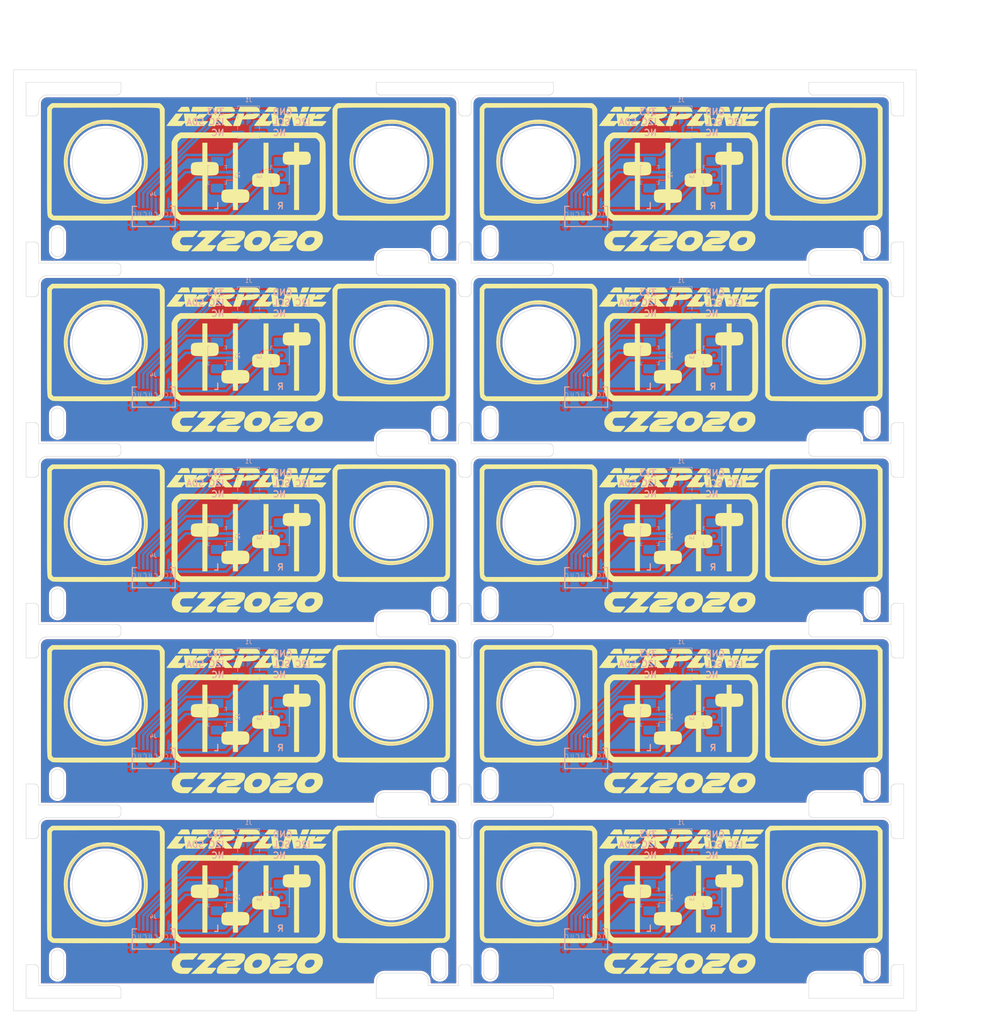
<source format=kicad_pcb>
(kicad_pcb (version 20171130) (host pcbnew 5.1.6+dfsg1-1)
  (layers (0 F.Cu signal) (31 B.Cu signal) (34 B.Paste user) (35 F.Paste user) (36 B.SilkS user) (37 F.SilkS user) (38 B.Mask user) (39 F.Mask user) (44 Edge.Cuts user))
  (net 0 "")
  (net 1 Board_1-3V3)
  (net 2 Board_1-GND)
  (net 3 Board_1-I2C_SCL)
  (net 4 Board_1-I2C_SDA)
  (net 5 Board_1-L+)
  (net 6 Board_1-L-)
  (net 7 "Board_1-Net-(J1-Pad5)")
  (net 8 "Board_1-Net-(J1-Pad6)")
  (net 9 Board_1-R+)
  (net 10 Board_1-R-)
  (net 11 Board_2-3V3)
  (net 12 Board_2-GND)
  (net 13 Board_2-I2C_SCL)
  (net 14 Board_2-I2C_SDA)
  (net 15 Board_2-L+)
  (net 16 Board_2-L-)
  (net 17 "Board_2-Net-(J1-Pad5)")
  (net 18 "Board_2-Net-(J1-Pad6)")
  (net 19 Board_2-R+)
  (net 20 Board_2-R-)
  (net 21 Board_3-3V3)
  (net 22 Board_3-GND)
  (net 23 Board_3-I2C_SCL)
  (net 24 Board_3-I2C_SDA)
  (net 25 Board_3-L+)
  (net 26 Board_3-L-)
  (net 27 "Board_3-Net-(J1-Pad5)")
  (net 28 "Board_3-Net-(J1-Pad6)")
  (net 29 Board_3-R+)
  (net 30 Board_3-R-)
  (net 31 Board_4-3V3)
  (net 32 Board_4-GND)
  (net 33 Board_4-I2C_SCL)
  (net 34 Board_4-I2C_SDA)
  (net 35 Board_4-L+)
  (net 36 Board_4-L-)
  (net 37 "Board_4-Net-(J1-Pad5)")
  (net 38 "Board_4-Net-(J1-Pad6)")
  (net 39 Board_4-R+)
  (net 40 Board_4-R-)
  (net 41 Board_5-3V3)
  (net 42 Board_5-GND)
  (net 43 Board_5-I2C_SCL)
  (net 44 Board_5-I2C_SDA)
  (net 45 Board_5-L+)
  (net 46 Board_5-L-)
  (net 47 "Board_5-Net-(J1-Pad5)")
  (net 48 "Board_5-Net-(J1-Pad6)")
  (net 49 Board_5-R+)
  (net 50 Board_5-R-)
  (net 51 Board_6-3V3)
  (net 52 Board_6-GND)
  (net 53 Board_6-I2C_SCL)
  (net 54 Board_6-I2C_SDA)
  (net 55 Board_6-L+)
  (net 56 Board_6-L-)
  (net 57 "Board_6-Net-(J1-Pad5)")
  (net 58 "Board_6-Net-(J1-Pad6)")
  (net 59 Board_6-R+)
  (net 60 Board_6-R-)
  (net 61 Board_7-3V3)
  (net 62 Board_7-GND)
  (net 63 Board_7-I2C_SCL)
  (net 64 Board_7-I2C_SDA)
  (net 65 Board_7-L+)
  (net 66 Board_7-L-)
  (net 67 "Board_7-Net-(J1-Pad5)")
  (net 68 "Board_7-Net-(J1-Pad6)")
  (net 69 Board_7-R+)
  (net 70 Board_7-R-)
  (net 71 Board_8-3V3)
  (net 72 Board_8-GND)
  (net 73 Board_8-I2C_SCL)
  (net 74 Board_8-I2C_SDA)
  (net 75 Board_8-L+)
  (net 76 Board_8-L-)
  (net 77 "Board_8-Net-(J1-Pad5)")
  (net 78 "Board_8-Net-(J1-Pad6)")
  (net 79 Board_8-R+)
  (net 80 Board_8-R-)
  (net 81 Board_9-3V3)
  (net 82 Board_9-GND)
  (net 83 Board_9-I2C_SCL)
  (net 84 Board_9-I2C_SDA)
  (net 85 Board_9-L+)
  (net 86 Board_9-L-)
  (net 87 "Board_9-Net-(J1-Pad5)")
  (net 88 "Board_9-Net-(J1-Pad6)")
  (net 89 Board_9-R+)
  (net 90 Board_9-R-)
  (net 91 Board_10-3V3)
  (net 92 Board_10-GND)
  (net 93 Board_10-I2C_SCL)
  (net 94 Board_10-I2C_SDA)
  (net 95 Board_10-L+)
  (net 96 Board_10-L-)
  (net 97 "Board_10-Net-(J1-Pad5)")
  (net 98 "Board_10-Net-(J1-Pad6)")
  (net 99 Board_10-R+)
  (net 100 Board_10-R-)
  (module speaker_grill:speaker (layer F.Cu) (at 203.000009 241.500049)
    (fp_text reference G*** hide)
    (fp_text value LOGO hide)
  )
  (module Connector_PinSocket_2.54mm:PinSocket_2x03_P2.54mm_Vertical_SMD (layer B.Cu) (at 203.000009 228.500049 180)
    (fp_text reference J1 (at 0 5.31) (layer B.SilkS) (effects (justify mirror)))
    (fp_text value Conn_02x03_Odd_Even)
    (pad 1 smd rect (at 2.52 2.54 180) (size 3 1) (layers B.Cu B.Paste B.Mask) (net 91 Board_10-3V3))
    (pad 2 smd rect (at -2.52 2.54 180) (size 3 1) (layers B.Cu B.Paste B.Mask) (net 92 Board_10-GND))
    (pad 3 smd rect (at 2.52 0 180) (size 3 1) (layers B.Cu B.Paste B.Mask) (net 94 Board_10-I2C_SDA))
    (pad 4 smd rect (at -2.52 0 180) (size 3 1) (layers B.Cu B.Paste B.Mask) (net 93 Board_10-I2C_SCL))
    (pad 5 smd rect (at 2.52 -2.54 180) (size 3 1) (layers B.Cu B.Paste B.Mask) (net 97 "Board_10-Net-(J1-Pad5)"))
    (pad 6 smd rect (at -2.52 -2.54 180) (size 3 1) (layers B.Cu B.Paste B.Mask) (net 98 "Board_10-Net-(J1-Pad6)"))
  )
  (module Connector_Molex:Molex_PicoBlade_53261-0271_1x02-1MP_P1.25mm_Horizontal (layer B.Cu) (at 196.000009 241.000049 90)
    (fp_text reference J2 (at 0 4.4 90) (layer B.SilkS) (effects (justify mirror)))
    (fp_text value Conn_01x02_Female)
    (pad 1 smd roundrect (at -0.625 2.4 90) (size 0.8 1.6) (layers B.Cu B.Paste B.Mask) (net 96 Board_10-L-))
    (pad 2 smd roundrect (at 0.625 2.4 90) (size 0.8 1.6) (layers B.Cu B.Paste B.Mask) (net 95 Board_10-L+))
    (pad MP smd roundrect (at -3.175 -0.5 90) (size 2.1 3) (layers B.Cu B.Paste B.Mask) (roundrect_rratio 0.119048))
    (pad MP smd roundrect (at 3.175 -0.5 90) (size 2.1 3) (layers B.Cu B.Paste B.Mask) (roundrect_rratio 0.119048))
  )
  (module Connector_Molex:Molex_PicoBlade_53261-0271_1x02-1MP_P1.25mm_Horizontal (layer B.Cu) (at 210.000009 241.000049 270)
    (fp_text reference J3 (at 0 4.4 90) (layer B.SilkS) (effects (justify mirror)))
    (fp_text value Conn_01x02_Female)
    (pad 1 smd roundrect (at -0.625 2.4 270) (size 0.8 1.6) (layers B.Cu B.Paste B.Mask) (net 100 Board_10-R-))
    (pad 2 smd roundrect (at 0.625 2.4 270) (size 0.8 1.6) (layers B.Cu B.Paste B.Mask) (net 99 Board_10-R+))
    (pad MP smd roundrect (at -3.175 -0.5 270) (size 2.1 3) (layers B.Cu B.Paste B.Mask) (roundrect_rratio 0.119048))
    (pad MP smd roundrect (at 3.175 -0.5 270) (size 2.1 3) (layers B.Cu B.Paste B.Mask) (roundrect_rratio 0.119048))
  )
  (module lcsc:FFC-SMD_8P-P1.00_FFC10028-08SBD224K6M (layer B.Cu) (at 180.400009 249.500049 180)
    (fp_text reference J4 (at 0.1 3.9) (layer B.SilkS) (effects (justify mirror)))
    (fp_text value Conn_01x08_Female)
    (pad 8 smd rect (at 3.5 1.8 180) (size 0.6 2.5) (layers B.Cu B.Paste B.Mask) (net 91 Board_10-3V3))
    (pad 7 smd rect (at 2.5 1.8 180) (size 0.6 2.5) (layers B.Cu B.Paste B.Mask) (net 94 Board_10-I2C_SDA))
    (pad 6 smd rect (at 1.5 1.8 180) (size 0.6 2.5) (layers B.Cu B.Paste B.Mask) (net 93 Board_10-I2C_SCL))
    (pad 5 smd rect (at 0.5 1.8 180) (size 0.6 2.5) (layers B.Cu B.Paste B.Mask) (net 92 Board_10-GND))
    (pad 4 smd rect (at -0.5 1.8 180) (size 0.6 2.5) (layers B.Cu B.Paste B.Mask) (net 99 Board_10-R+))
    (pad 3 smd rect (at -1.5 1.8 180) (size 0.6 2.5) (layers B.Cu B.Paste B.Mask) (net 100 Board_10-R-))
    (pad 1 smd rect (at -3.5 1.8 180) (size 0.6 2.5) (layers B.Cu B.Paste B.Mask) (net 96 Board_10-L-))
    (pad 2 smd rect (at -2.5 1.8 180) (size 0.6 2.5) (layers B.Cu B.Paste B.Mask) (net 95 Board_10-L+))
    (pad 9 connect rect (at -5 -3.4 180) (size 1.4 1.8) (layers B.Cu B.Mask) (net 92 Board_10-GND))
    (pad 9 connect rect (at 5 -3.4 180) (size 1.4 1.8) (layers B.Cu B.Mask) (net 92 Board_10-GND))
  )
  (module Fiducial:Fiducial_1mm_Mask2mm (layer B.Cu) (at 179.600009 252.000049)
    (fp_text reference REF** hide)
    (fp_text value Fiducial_1mm_Mask2mm)
    (pad "" smd circle (at 0 0) (size 1 1) (layers B.Cu B.Mask) (clearance 0.5))
  )
  (module Fiducial:Fiducial_1mm_Mask2mm (layer B.Cu) (at 210.800009 241.000049)
    (fp_text reference REF** hide)
    (fp_text value Fiducial_1mm_Mask2mm)
    (pad "" smd circle (at 0 0) (size 1 1) (layers B.Cu B.Mask) (clearance 0.5))
  )
  (module speaker_grill:speaker (layer F.Cu) (at 100.000001 241.500049)
    (fp_text reference G*** hide)
    (fp_text value LOGO hide)
  )
  (module Connector_PinSocket_2.54mm:PinSocket_2x03_P2.54mm_Vertical_SMD (layer B.Cu) (at 100.000001 228.500049 180)
    (fp_text reference J1 (at 0 5.31) (layer B.SilkS) (effects (justify mirror)))
    (fp_text value Conn_02x03_Odd_Even)
    (pad 1 smd rect (at 2.52 2.54 180) (size 3 1) (layers B.Cu B.Paste B.Mask) (net 81 Board_9-3V3))
    (pad 2 smd rect (at -2.52 2.54 180) (size 3 1) (layers B.Cu B.Paste B.Mask) (net 82 Board_9-GND))
    (pad 3 smd rect (at 2.52 0 180) (size 3 1) (layers B.Cu B.Paste B.Mask) (net 84 Board_9-I2C_SDA))
    (pad 4 smd rect (at -2.52 0 180) (size 3 1) (layers B.Cu B.Paste B.Mask) (net 83 Board_9-I2C_SCL))
    (pad 5 smd rect (at 2.52 -2.54 180) (size 3 1) (layers B.Cu B.Paste B.Mask) (net 87 "Board_9-Net-(J1-Pad5)"))
    (pad 6 smd rect (at -2.52 -2.54 180) (size 3 1) (layers B.Cu B.Paste B.Mask) (net 88 "Board_9-Net-(J1-Pad6)"))
  )
  (module Connector_Molex:Molex_PicoBlade_53261-0271_1x02-1MP_P1.25mm_Horizontal (layer B.Cu) (at 93.000001 241.000049 90)
    (fp_text reference J2 (at 0 4.4 90) (layer B.SilkS) (effects (justify mirror)))
    (fp_text value Conn_01x02_Female)
    (pad 1 smd roundrect (at -0.625 2.4 90) (size 0.8 1.6) (layers B.Cu B.Paste B.Mask) (net 86 Board_9-L-))
    (pad 2 smd roundrect (at 0.625 2.4 90) (size 0.8 1.6) (layers B.Cu B.Paste B.Mask) (net 85 Board_9-L+))
    (pad MP smd roundrect (at -3.175 -0.5 90) (size 2.1 3) (layers B.Cu B.Paste B.Mask) (roundrect_rratio 0.119048))
    (pad MP smd roundrect (at 3.175 -0.5 90) (size 2.1 3) (layers B.Cu B.Paste B.Mask) (roundrect_rratio 0.119048))
  )
  (module Connector_Molex:Molex_PicoBlade_53261-0271_1x02-1MP_P1.25mm_Horizontal (layer B.Cu) (at 107.000001 241.000049 270)
    (fp_text reference J3 (at 0 4.4 90) (layer B.SilkS) (effects (justify mirror)))
    (fp_text value Conn_01x02_Female)
    (pad 1 smd roundrect (at -0.625 2.4 270) (size 0.8 1.6) (layers B.Cu B.Paste B.Mask) (net 90 Board_9-R-))
    (pad 2 smd roundrect (at 0.625 2.4 270) (size 0.8 1.6) (layers B.Cu B.Paste B.Mask) (net 89 Board_9-R+))
    (pad MP smd roundrect (at -3.175 -0.5 270) (size 2.1 3) (layers B.Cu B.Paste B.Mask) (roundrect_rratio 0.119048))
    (pad MP smd roundrect (at 3.175 -0.5 270) (size 2.1 3) (layers B.Cu B.Paste B.Mask) (roundrect_rratio 0.119048))
  )
  (module lcsc:FFC-SMD_8P-P1.00_FFC10028-08SBD224K6M (layer B.Cu) (at 77.400001 249.500049 180)
    (fp_text reference J4 (at 0.1 3.9) (layer B.SilkS) (effects (justify mirror)))
    (fp_text value Conn_01x08_Female)
    (pad 8 smd rect (at 3.5 1.8 180) (size 0.6 2.5) (layers B.Cu B.Paste B.Mask) (net 81 Board_9-3V3))
    (pad 7 smd rect (at 2.5 1.8 180) (size 0.6 2.5) (layers B.Cu B.Paste B.Mask) (net 84 Board_9-I2C_SDA))
    (pad 6 smd rect (at 1.5 1.8 180) (size 0.6 2.5) (layers B.Cu B.Paste B.Mask) (net 83 Board_9-I2C_SCL))
    (pad 5 smd rect (at 0.5 1.8 180) (size 0.6 2.5) (layers B.Cu B.Paste B.Mask) (net 82 Board_9-GND))
    (pad 4 smd rect (at -0.5 1.8 180) (size 0.6 2.5) (layers B.Cu B.Paste B.Mask) (net 89 Board_9-R+))
    (pad 3 smd rect (at -1.5 1.8 180) (size 0.6 2.5) (layers B.Cu B.Paste B.Mask) (net 90 Board_9-R-))
    (pad 1 smd rect (at -3.5 1.8 180) (size 0.6 2.5) (layers B.Cu B.Paste B.Mask) (net 86 Board_9-L-))
    (pad 2 smd rect (at -2.5 1.8 180) (size 0.6 2.5) (layers B.Cu B.Paste B.Mask) (net 85 Board_9-L+))
    (pad 9 connect rect (at -5 -3.4 180) (size 1.4 1.8) (layers B.Cu B.Mask) (net 82 Board_9-GND))
    (pad 9 connect rect (at 5 -3.4 180) (size 1.4 1.8) (layers B.Cu B.Mask) (net 82 Board_9-GND))
  )
  (module Fiducial:Fiducial_1mm_Mask2mm (layer B.Cu) (at 76.600001 252.000049)
    (fp_text reference REF** hide)
    (fp_text value Fiducial_1mm_Mask2mm)
    (pad "" smd circle (at 0 0) (size 1 1) (layers B.Cu B.Mask) (clearance 0.5))
  )
  (module Fiducial:Fiducial_1mm_Mask2mm (layer B.Cu) (at 107.800001 241.000049)
    (fp_text reference REF** hide)
    (fp_text value Fiducial_1mm_Mask2mm)
    (pad "" smd circle (at 0 0) (size 1 1) (layers B.Cu B.Mask) (clearance 0.5))
  )
  (module speaker_grill:speaker (layer F.Cu) (at 203.000009 198.500037)
    (fp_text reference G*** hide)
    (fp_text value LOGO hide)
  )
  (module Connector_PinSocket_2.54mm:PinSocket_2x03_P2.54mm_Vertical_SMD (layer B.Cu) (at 203.000009 185.500037 180)
    (fp_text reference J1 (at 0 5.31) (layer B.SilkS) (effects (justify mirror)))
    (fp_text value Conn_02x03_Odd_Even)
    (pad 1 smd rect (at 2.52 2.54 180) (size 3 1) (layers B.Cu B.Paste B.Mask) (net 71 Board_8-3V3))
    (pad 2 smd rect (at -2.52 2.54 180) (size 3 1) (layers B.Cu B.Paste B.Mask) (net 72 Board_8-GND))
    (pad 3 smd rect (at 2.52 0 180) (size 3 1) (layers B.Cu B.Paste B.Mask) (net 74 Board_8-I2C_SDA))
    (pad 4 smd rect (at -2.52 0 180) (size 3 1) (layers B.Cu B.Paste B.Mask) (net 73 Board_8-I2C_SCL))
    (pad 5 smd rect (at 2.52 -2.54 180) (size 3 1) (layers B.Cu B.Paste B.Mask) (net 77 "Board_8-Net-(J1-Pad5)"))
    (pad 6 smd rect (at -2.52 -2.54 180) (size 3 1) (layers B.Cu B.Paste B.Mask) (net 78 "Board_8-Net-(J1-Pad6)"))
  )
  (module Connector_Molex:Molex_PicoBlade_53261-0271_1x02-1MP_P1.25mm_Horizontal (layer B.Cu) (at 196.000009 198.000037 90)
    (fp_text reference J2 (at 0 4.4 90) (layer B.SilkS) (effects (justify mirror)))
    (fp_text value Conn_01x02_Female)
    (pad 1 smd roundrect (at -0.625 2.4 90) (size 0.8 1.6) (layers B.Cu B.Paste B.Mask) (net 76 Board_8-L-))
    (pad 2 smd roundrect (at 0.625 2.4 90) (size 0.8 1.6) (layers B.Cu B.Paste B.Mask) (net 75 Board_8-L+))
    (pad MP smd roundrect (at -3.175 -0.5 90) (size 2.1 3) (layers B.Cu B.Paste B.Mask) (roundrect_rratio 0.119048))
    (pad MP smd roundrect (at 3.175 -0.5 90) (size 2.1 3) (layers B.Cu B.Paste B.Mask) (roundrect_rratio 0.119048))
  )
  (module Connector_Molex:Molex_PicoBlade_53261-0271_1x02-1MP_P1.25mm_Horizontal (layer B.Cu) (at 210.000009 198.000037 270)
    (fp_text reference J3 (at 0 4.4 90) (layer B.SilkS) (effects (justify mirror)))
    (fp_text value Conn_01x02_Female)
    (pad 1 smd roundrect (at -0.625 2.4 270) (size 0.8 1.6) (layers B.Cu B.Paste B.Mask) (net 80 Board_8-R-))
    (pad 2 smd roundrect (at 0.625 2.4 270) (size 0.8 1.6) (layers B.Cu B.Paste B.Mask) (net 79 Board_8-R+))
    (pad MP smd roundrect (at -3.175 -0.5 270) (size 2.1 3) (layers B.Cu B.Paste B.Mask) (roundrect_rratio 0.119048))
    (pad MP smd roundrect (at 3.175 -0.5 270) (size 2.1 3) (layers B.Cu B.Paste B.Mask) (roundrect_rratio 0.119048))
  )
  (module lcsc:FFC-SMD_8P-P1.00_FFC10028-08SBD224K6M (layer B.Cu) (at 180.400009 206.500037 180)
    (fp_text reference J4 (at 0.1 3.9) (layer B.SilkS) (effects (justify mirror)))
    (fp_text value Conn_01x08_Female)
    (pad 8 smd rect (at 3.5 1.8 180) (size 0.6 2.5) (layers B.Cu B.Paste B.Mask) (net 71 Board_8-3V3))
    (pad 7 smd rect (at 2.5 1.8 180) (size 0.6 2.5) (layers B.Cu B.Paste B.Mask) (net 74 Board_8-I2C_SDA))
    (pad 6 smd rect (at 1.5 1.8 180) (size 0.6 2.5) (layers B.Cu B.Paste B.Mask) (net 73 Board_8-I2C_SCL))
    (pad 5 smd rect (at 0.5 1.8 180) (size 0.6 2.5) (layers B.Cu B.Paste B.Mask) (net 72 Board_8-GND))
    (pad 4 smd rect (at -0.5 1.8 180) (size 0.6 2.5) (layers B.Cu B.Paste B.Mask) (net 79 Board_8-R+))
    (pad 3 smd rect (at -1.5 1.8 180) (size 0.6 2.5) (layers B.Cu B.Paste B.Mask) (net 80 Board_8-R-))
    (pad 1 smd rect (at -3.5 1.8 180) (size 0.6 2.5) (layers B.Cu B.Paste B.Mask) (net 76 Board_8-L-))
    (pad 2 smd rect (at -2.5 1.8 180) (size 0.6 2.5) (layers B.Cu B.Paste B.Mask) (net 75 Board_8-L+))
    (pad 9 connect rect (at -5 -3.4 180) (size 1.4 1.8) (layers B.Cu B.Mask) (net 72 Board_8-GND))
    (pad 9 connect rect (at 5 -3.4 180) (size 1.4 1.8) (layers B.Cu B.Mask) (net 72 Board_8-GND))
  )
  (module Fiducial:Fiducial_1mm_Mask2mm (layer B.Cu) (at 179.600009 209.000037)
    (fp_text reference REF** hide)
    (fp_text value Fiducial_1mm_Mask2mm)
    (pad "" smd circle (at 0 0) (size 1 1) (layers B.Cu B.Mask) (clearance 0.5))
  )
  (module Fiducial:Fiducial_1mm_Mask2mm (layer B.Cu) (at 210.800009 198.000037)
    (fp_text reference REF** hide)
    (fp_text value Fiducial_1mm_Mask2mm)
    (pad "" smd circle (at 0 0) (size 1 1) (layers B.Cu B.Mask) (clearance 0.5))
  )
  (module speaker_grill:speaker (layer F.Cu) (at 100.000001 198.500037)
    (fp_text reference G*** hide)
    (fp_text value LOGO hide)
  )
  (module Connector_PinSocket_2.54mm:PinSocket_2x03_P2.54mm_Vertical_SMD (layer B.Cu) (at 100.000001 185.500037 180)
    (fp_text reference J1 (at 0 5.31) (layer B.SilkS) (effects (justify mirror)))
    (fp_text value Conn_02x03_Odd_Even)
    (pad 1 smd rect (at 2.52 2.54 180) (size 3 1) (layers B.Cu B.Paste B.Mask) (net 61 Board_7-3V3))
    (pad 2 smd rect (at -2.52 2.54 180) (size 3 1) (layers B.Cu B.Paste B.Mask) (net 62 Board_7-GND))
    (pad 3 smd rect (at 2.52 0 180) (size 3 1) (layers B.Cu B.Paste B.Mask) (net 64 Board_7-I2C_SDA))
    (pad 4 smd rect (at -2.52 0 180) (size 3 1) (layers B.Cu B.Paste B.Mask) (net 63 Board_7-I2C_SCL))
    (pad 5 smd rect (at 2.52 -2.54 180) (size 3 1) (layers B.Cu B.Paste B.Mask) (net 67 "Board_7-Net-(J1-Pad5)"))
    (pad 6 smd rect (at -2.52 -2.54 180) (size 3 1) (layers B.Cu B.Paste B.Mask) (net 68 "Board_7-Net-(J1-Pad6)"))
  )
  (module Connector_Molex:Molex_PicoBlade_53261-0271_1x02-1MP_P1.25mm_Horizontal (layer B.Cu) (at 93.000001 198.000037 90)
    (fp_text reference J2 (at 0 4.4 90) (layer B.SilkS) (effects (justify mirror)))
    (fp_text value Conn_01x02_Female)
    (pad 1 smd roundrect (at -0.625 2.4 90) (size 0.8 1.6) (layers B.Cu B.Paste B.Mask) (net 66 Board_7-L-))
    (pad 2 smd roundrect (at 0.625 2.4 90) (size 0.8 1.6) (layers B.Cu B.Paste B.Mask) (net 65 Board_7-L+))
    (pad MP smd roundrect (at -3.175 -0.5 90) (size 2.1 3) (layers B.Cu B.Paste B.Mask) (roundrect_rratio 0.119048))
    (pad MP smd roundrect (at 3.175 -0.5 90) (size 2.1 3) (layers B.Cu B.Paste B.Mask) (roundrect_rratio 0.119048))
  )
  (module Connector_Molex:Molex_PicoBlade_53261-0271_1x02-1MP_P1.25mm_Horizontal (layer B.Cu) (at 107.000001 198.000037 270)
    (fp_text reference J3 (at 0 4.4 90) (layer B.SilkS) (effects (justify mirror)))
    (fp_text value Conn_01x02_Female)
    (pad 1 smd roundrect (at -0.625 2.4 270) (size 0.8 1.6) (layers B.Cu B.Paste B.Mask) (net 70 Board_7-R-))
    (pad 2 smd roundrect (at 0.625 2.4 270) (size 0.8 1.6) (layers B.Cu B.Paste B.Mask) (net 69 Board_7-R+))
    (pad MP smd roundrect (at -3.175 -0.5 270) (size 2.1 3) (layers B.Cu B.Paste B.Mask) (roundrect_rratio 0.119048))
    (pad MP smd roundrect (at 3.175 -0.5 270) (size 2.1 3) (layers B.Cu B.Paste B.Mask) (roundrect_rratio 0.119048))
  )
  (module lcsc:FFC-SMD_8P-P1.00_FFC10028-08SBD224K6M (layer B.Cu) (at 77.400001 206.500037 180)
    (fp_text reference J4 (at 0.1 3.9) (layer B.SilkS) (effects (justify mirror)))
    (fp_text value Conn_01x08_Female)
    (pad 8 smd rect (at 3.5 1.8 180) (size 0.6 2.5) (layers B.Cu B.Paste B.Mask) (net 61 Board_7-3V3))
    (pad 7 smd rect (at 2.5 1.8 180) (size 0.6 2.5) (layers B.Cu B.Paste B.Mask) (net 64 Board_7-I2C_SDA))
    (pad 6 smd rect (at 1.5 1.8 180) (size 0.6 2.5) (layers B.Cu B.Paste B.Mask) (net 63 Board_7-I2C_SCL))
    (pad 5 smd rect (at 0.5 1.8 180) (size 0.6 2.5) (layers B.Cu B.Paste B.Mask) (net 62 Board_7-GND))
    (pad 4 smd rect (at -0.5 1.8 180) (size 0.6 2.5) (layers B.Cu B.Paste B.Mask) (net 69 Board_7-R+))
    (pad 3 smd rect (at -1.5 1.8 180) (size 0.6 2.5) (layers B.Cu B.Paste B.Mask) (net 70 Board_7-R-))
    (pad 1 smd rect (at -3.5 1.8 180) (size 0.6 2.5) (layers B.Cu B.Paste B.Mask) (net 66 Board_7-L-))
    (pad 2 smd rect (at -2.5 1.8 180) (size 0.6 2.5) (layers B.Cu B.Paste B.Mask) (net 65 Board_7-L+))
    (pad 9 connect rect (at -5 -3.4 180) (size 1.4 1.8) (layers B.Cu B.Mask) (net 62 Board_7-GND))
    (pad 9 connect rect (at 5 -3.4 180) (size 1.4 1.8) (layers B.Cu B.Mask) (net 62 Board_7-GND))
  )
  (module Fiducial:Fiducial_1mm_Mask2mm (layer B.Cu) (at 76.600001 209.000037)
    (fp_text reference REF** hide)
    (fp_text value Fiducial_1mm_Mask2mm)
    (pad "" smd circle (at 0 0) (size 1 1) (layers B.Cu B.Mask) (clearance 0.5))
  )
  (module Fiducial:Fiducial_1mm_Mask2mm (layer B.Cu) (at 107.800001 198.000037)
    (fp_text reference REF** hide)
    (fp_text value Fiducial_1mm_Mask2mm)
    (pad "" smd circle (at 0 0) (size 1 1) (layers B.Cu B.Mask) (clearance 0.5))
  )
  (module speaker_grill:speaker (layer F.Cu) (at 203.000009 155.500025)
    (fp_text reference G*** hide)
    (fp_text value LOGO hide)
  )
  (module Connector_PinSocket_2.54mm:PinSocket_2x03_P2.54mm_Vertical_SMD (layer B.Cu) (at 203.000009 142.500025 180)
    (fp_text reference J1 (at 0 5.31) (layer B.SilkS) (effects (justify mirror)))
    (fp_text value Conn_02x03_Odd_Even)
    (pad 1 smd rect (at 2.52 2.54 180) (size 3 1) (layers B.Cu B.Paste B.Mask) (net 51 Board_6-3V3))
    (pad 2 smd rect (at -2.52 2.54 180) (size 3 1) (layers B.Cu B.Paste B.Mask) (net 52 Board_6-GND))
    (pad 3 smd rect (at 2.52 0 180) (size 3 1) (layers B.Cu B.Paste B.Mask) (net 54 Board_6-I2C_SDA))
    (pad 4 smd rect (at -2.52 0 180) (size 3 1) (layers B.Cu B.Paste B.Mask) (net 53 Board_6-I2C_SCL))
    (pad 5 smd rect (at 2.52 -2.54 180) (size 3 1) (layers B.Cu B.Paste B.Mask) (net 57 "Board_6-Net-(J1-Pad5)"))
    (pad 6 smd rect (at -2.52 -2.54 180) (size 3 1) (layers B.Cu B.Paste B.Mask) (net 58 "Board_6-Net-(J1-Pad6)"))
  )
  (module Connector_Molex:Molex_PicoBlade_53261-0271_1x02-1MP_P1.25mm_Horizontal (layer B.Cu) (at 196.000009 155.000025 90)
    (fp_text reference J2 (at 0 4.4 90) (layer B.SilkS) (effects (justify mirror)))
    (fp_text value Conn_01x02_Female)
    (pad 1 smd roundrect (at -0.625 2.4 90) (size 0.8 1.6) (layers B.Cu B.Paste B.Mask) (net 56 Board_6-L-))
    (pad 2 smd roundrect (at 0.625 2.4 90) (size 0.8 1.6) (layers B.Cu B.Paste B.Mask) (net 55 Board_6-L+))
    (pad MP smd roundrect (at -3.175 -0.5 90) (size 2.1 3) (layers B.Cu B.Paste B.Mask) (roundrect_rratio 0.119048))
    (pad MP smd roundrect (at 3.175 -0.5 90) (size 2.1 3) (layers B.Cu B.Paste B.Mask) (roundrect_rratio 0.119048))
  )
  (module Connector_Molex:Molex_PicoBlade_53261-0271_1x02-1MP_P1.25mm_Horizontal (layer B.Cu) (at 210.000009 155.000025 270)
    (fp_text reference J3 (at 0 4.4 90) (layer B.SilkS) (effects (justify mirror)))
    (fp_text value Conn_01x02_Female)
    (pad 1 smd roundrect (at -0.625 2.4 270) (size 0.8 1.6) (layers B.Cu B.Paste B.Mask) (net 60 Board_6-R-))
    (pad 2 smd roundrect (at 0.625 2.4 270) (size 0.8 1.6) (layers B.Cu B.Paste B.Mask) (net 59 Board_6-R+))
    (pad MP smd roundrect (at -3.175 -0.5 270) (size 2.1 3) (layers B.Cu B.Paste B.Mask) (roundrect_rratio 0.119048))
    (pad MP smd roundrect (at 3.175 -0.5 270) (size 2.1 3) (layers B.Cu B.Paste B.Mask) (roundrect_rratio 0.119048))
  )
  (module lcsc:FFC-SMD_8P-P1.00_FFC10028-08SBD224K6M (layer B.Cu) (at 180.400009 163.500025 180)
    (fp_text reference J4 (at 0.1 3.9) (layer B.SilkS) (effects (justify mirror)))
    (fp_text value Conn_01x08_Female)
    (pad 8 smd rect (at 3.5 1.8 180) (size 0.6 2.5) (layers B.Cu B.Paste B.Mask) (net 51 Board_6-3V3))
    (pad 7 smd rect (at 2.5 1.8 180) (size 0.6 2.5) (layers B.Cu B.Paste B.Mask) (net 54 Board_6-I2C_SDA))
    (pad 6 smd rect (at 1.5 1.8 180) (size 0.6 2.5) (layers B.Cu B.Paste B.Mask) (net 53 Board_6-I2C_SCL))
    (pad 5 smd rect (at 0.5 1.8 180) (size 0.6 2.5) (layers B.Cu B.Paste B.Mask) (net 52 Board_6-GND))
    (pad 4 smd rect (at -0.5 1.8 180) (size 0.6 2.5) (layers B.Cu B.Paste B.Mask) (net 59 Board_6-R+))
    (pad 3 smd rect (at -1.5 1.8 180) (size 0.6 2.5) (layers B.Cu B.Paste B.Mask) (net 60 Board_6-R-))
    (pad 1 smd rect (at -3.5 1.8 180) (size 0.6 2.5) (layers B.Cu B.Paste B.Mask) (net 56 Board_6-L-))
    (pad 2 smd rect (at -2.5 1.8 180) (size 0.6 2.5) (layers B.Cu B.Paste B.Mask) (net 55 Board_6-L+))
    (pad 9 connect rect (at -5 -3.4 180) (size 1.4 1.8) (layers B.Cu B.Mask) (net 52 Board_6-GND))
    (pad 9 connect rect (at 5 -3.4 180) (size 1.4 1.8) (layers B.Cu B.Mask) (net 52 Board_6-GND))
  )
  (module Fiducial:Fiducial_1mm_Mask2mm (layer B.Cu) (at 179.600009 166.000025)
    (fp_text reference REF** hide)
    (fp_text value Fiducial_1mm_Mask2mm)
    (pad "" smd circle (at 0 0) (size 1 1) (layers B.Cu B.Mask) (clearance 0.5))
  )
  (module Fiducial:Fiducial_1mm_Mask2mm (layer B.Cu) (at 210.800009 155.000025)
    (fp_text reference REF** hide)
    (fp_text value Fiducial_1mm_Mask2mm)
    (pad "" smd circle (at 0 0) (size 1 1) (layers B.Cu B.Mask) (clearance 0.5))
  )
  (module speaker_grill:speaker (layer F.Cu) (at 100.000001 155.500025)
    (fp_text reference G*** hide)
    (fp_text value LOGO hide)
  )
  (module Connector_PinSocket_2.54mm:PinSocket_2x03_P2.54mm_Vertical_SMD (layer B.Cu) (at 100.000001 142.500025 180)
    (fp_text reference J1 (at 0 5.31) (layer B.SilkS) (effects (justify mirror)))
    (fp_text value Conn_02x03_Odd_Even)
    (pad 1 smd rect (at 2.52 2.54 180) (size 3 1) (layers B.Cu B.Paste B.Mask) (net 41 Board_5-3V3))
    (pad 2 smd rect (at -2.52 2.54 180) (size 3 1) (layers B.Cu B.Paste B.Mask) (net 42 Board_5-GND))
    (pad 3 smd rect (at 2.52 0 180) (size 3 1) (layers B.Cu B.Paste B.Mask) (net 44 Board_5-I2C_SDA))
    (pad 4 smd rect (at -2.52 0 180) (size 3 1) (layers B.Cu B.Paste B.Mask) (net 43 Board_5-I2C_SCL))
    (pad 5 smd rect (at 2.52 -2.54 180) (size 3 1) (layers B.Cu B.Paste B.Mask) (net 47 "Board_5-Net-(J1-Pad5)"))
    (pad 6 smd rect (at -2.52 -2.54 180) (size 3 1) (layers B.Cu B.Paste B.Mask) (net 48 "Board_5-Net-(J1-Pad6)"))
  )
  (module Connector_Molex:Molex_PicoBlade_53261-0271_1x02-1MP_P1.25mm_Horizontal (layer B.Cu) (at 93.000001 155.000025 90)
    (fp_text reference J2 (at 0 4.4 90) (layer B.SilkS) (effects (justify mirror)))
    (fp_text value Conn_01x02_Female)
    (pad 1 smd roundrect (at -0.625 2.4 90) (size 0.8 1.6) (layers B.Cu B.Paste B.Mask) (net 46 Board_5-L-))
    (pad 2 smd roundrect (at 0.625 2.4 90) (size 0.8 1.6) (layers B.Cu B.Paste B.Mask) (net 45 Board_5-L+))
    (pad MP smd roundrect (at -3.175 -0.5 90) (size 2.1 3) (layers B.Cu B.Paste B.Mask) (roundrect_rratio 0.119048))
    (pad MP smd roundrect (at 3.175 -0.5 90) (size 2.1 3) (layers B.Cu B.Paste B.Mask) (roundrect_rratio 0.119048))
  )
  (module Connector_Molex:Molex_PicoBlade_53261-0271_1x02-1MP_P1.25mm_Horizontal (layer B.Cu) (at 107.000001 155.000025 270)
    (fp_text reference J3 (at 0 4.4 90) (layer B.SilkS) (effects (justify mirror)))
    (fp_text value Conn_01x02_Female)
    (pad 1 smd roundrect (at -0.625 2.4 270) (size 0.8 1.6) (layers B.Cu B.Paste B.Mask) (net 50 Board_5-R-))
    (pad 2 smd roundrect (at 0.625 2.4 270) (size 0.8 1.6) (layers B.Cu B.Paste B.Mask) (net 49 Board_5-R+))
    (pad MP smd roundrect (at -3.175 -0.5 270) (size 2.1 3) (layers B.Cu B.Paste B.Mask) (roundrect_rratio 0.119048))
    (pad MP smd roundrect (at 3.175 -0.5 270) (size 2.1 3) (layers B.Cu B.Paste B.Mask) (roundrect_rratio 0.119048))
  )
  (module lcsc:FFC-SMD_8P-P1.00_FFC10028-08SBD224K6M (layer B.Cu) (at 77.400001 163.500025 180)
    (fp_text reference J4 (at 0.1 3.9) (layer B.SilkS) (effects (justify mirror)))
    (fp_text value Conn_01x08_Female)
    (pad 8 smd rect (at 3.5 1.8 180) (size 0.6 2.5) (layers B.Cu B.Paste B.Mask) (net 41 Board_5-3V3))
    (pad 7 smd rect (at 2.5 1.8 180) (size 0.6 2.5) (layers B.Cu B.Paste B.Mask) (net 44 Board_5-I2C_SDA))
    (pad 6 smd rect (at 1.5 1.8 180) (size 0.6 2.5) (layers B.Cu B.Paste B.Mask) (net 43 Board_5-I2C_SCL))
    (pad 5 smd rect (at 0.5 1.8 180) (size 0.6 2.5) (layers B.Cu B.Paste B.Mask) (net 42 Board_5-GND))
    (pad 4 smd rect (at -0.5 1.8 180) (size 0.6 2.5) (layers B.Cu B.Paste B.Mask) (net 49 Board_5-R+))
    (pad 3 smd rect (at -1.5 1.8 180) (size 0.6 2.5) (layers B.Cu B.Paste B.Mask) (net 50 Board_5-R-))
    (pad 1 smd rect (at -3.5 1.8 180) (size 0.6 2.5) (layers B.Cu B.Paste B.Mask) (net 46 Board_5-L-))
    (pad 2 smd rect (at -2.5 1.8 180) (size 0.6 2.5) (layers B.Cu B.Paste B.Mask) (net 45 Board_5-L+))
    (pad 9 connect rect (at -5 -3.4 180) (size 1.4 1.8) (layers B.Cu B.Mask) (net 42 Board_5-GND))
    (pad 9 connect rect (at 5 -3.4 180) (size 1.4 1.8) (layers B.Cu B.Mask) (net 42 Board_5-GND))
  )
  (module Fiducial:Fiducial_1mm_Mask2mm (layer B.Cu) (at 76.600001 166.000025)
    (fp_text reference REF** hide)
    (fp_text value Fiducial_1mm_Mask2mm)
    (pad "" smd circle (at 0 0) (size 1 1) (layers B.Cu B.Mask) (clearance 0.5))
  )
  (module Fiducial:Fiducial_1mm_Mask2mm (layer B.Cu) (at 107.800001 155.000025)
    (fp_text reference REF** hide)
    (fp_text value Fiducial_1mm_Mask2mm)
    (pad "" smd circle (at 0 0) (size 1 1) (layers B.Cu B.Mask) (clearance 0.5))
  )
  (module speaker_grill:speaker (layer F.Cu) (at 203.000009 112.500013)
    (fp_text reference G*** hide)
    (fp_text value LOGO hide)
  )
  (module Connector_PinSocket_2.54mm:PinSocket_2x03_P2.54mm_Vertical_SMD (layer B.Cu) (at 203.000009 99.500013 180)
    (fp_text reference J1 (at 0 5.31) (layer B.SilkS) (effects (justify mirror)))
    (fp_text value Conn_02x03_Odd_Even)
    (pad 1 smd rect (at 2.52 2.54 180) (size 3 1) (layers B.Cu B.Paste B.Mask) (net 31 Board_4-3V3))
    (pad 2 smd rect (at -2.52 2.54 180) (size 3 1) (layers B.Cu B.Paste B.Mask) (net 32 Board_4-GND))
    (pad 3 smd rect (at 2.52 0 180) (size 3 1) (layers B.Cu B.Paste B.Mask) (net 34 Board_4-I2C_SDA))
    (pad 4 smd rect (at -2.52 0 180) (size 3 1) (layers B.Cu B.Paste B.Mask) (net 33 Board_4-I2C_SCL))
    (pad 5 smd rect (at 2.52 -2.54 180) (size 3 1) (layers B.Cu B.Paste B.Mask) (net 37 "Board_4-Net-(J1-Pad5)"))
    (pad 6 smd rect (at -2.52 -2.54 180) (size 3 1) (layers B.Cu B.Paste B.Mask) (net 38 "Board_4-Net-(J1-Pad6)"))
  )
  (module Connector_Molex:Molex_PicoBlade_53261-0271_1x02-1MP_P1.25mm_Horizontal (layer B.Cu) (at 196.000009 112.000013 90)
    (fp_text reference J2 (at 0 4.4 90) (layer B.SilkS) (effects (justify mirror)))
    (fp_text value Conn_01x02_Female)
    (pad 1 smd roundrect (at -0.625 2.4 90) (size 0.8 1.6) (layers B.Cu B.Paste B.Mask) (net 36 Board_4-L-))
    (pad 2 smd roundrect (at 0.625 2.4 90) (size 0.8 1.6) (layers B.Cu B.Paste B.Mask) (net 35 Board_4-L+))
    (pad MP smd roundrect (at -3.175 -0.5 90) (size 2.1 3) (layers B.Cu B.Paste B.Mask) (roundrect_rratio 0.119048))
    (pad MP smd roundrect (at 3.175 -0.5 90) (size 2.1 3) (layers B.Cu B.Paste B.Mask) (roundrect_rratio 0.119048))
  )
  (module Connector_Molex:Molex_PicoBlade_53261-0271_1x02-1MP_P1.25mm_Horizontal (layer B.Cu) (at 210.000009 112.000013 270)
    (fp_text reference J3 (at 0 4.4 90) (layer B.SilkS) (effects (justify mirror)))
    (fp_text value Conn_01x02_Female)
    (pad 1 smd roundrect (at -0.625 2.4 270) (size 0.8 1.6) (layers B.Cu B.Paste B.Mask) (net 40 Board_4-R-))
    (pad 2 smd roundrect (at 0.625 2.4 270) (size 0.8 1.6) (layers B.Cu B.Paste B.Mask) (net 39 Board_4-R+))
    (pad MP smd roundrect (at -3.175 -0.5 270) (size 2.1 3) (layers B.Cu B.Paste B.Mask) (roundrect_rratio 0.119048))
    (pad MP smd roundrect (at 3.175 -0.5 270) (size 2.1 3) (layers B.Cu B.Paste B.Mask) (roundrect_rratio 0.119048))
  )
  (module lcsc:FFC-SMD_8P-P1.00_FFC10028-08SBD224K6M (layer B.Cu) (at 180.400009 120.500013 180)
    (fp_text reference J4 (at 0.1 3.9) (layer B.SilkS) (effects (justify mirror)))
    (fp_text value Conn_01x08_Female)
    (pad 8 smd rect (at 3.5 1.8 180) (size 0.6 2.5) (layers B.Cu B.Paste B.Mask) (net 31 Board_4-3V3))
    (pad 7 smd rect (at 2.5 1.8 180) (size 0.6 2.5) (layers B.Cu B.Paste B.Mask) (net 34 Board_4-I2C_SDA))
    (pad 6 smd rect (at 1.5 1.8 180) (size 0.6 2.5) (layers B.Cu B.Paste B.Mask) (net 33 Board_4-I2C_SCL))
    (pad 5 smd rect (at 0.5 1.8 180) (size 0.6 2.5) (layers B.Cu B.Paste B.Mask) (net 32 Board_4-GND))
    (pad 4 smd rect (at -0.5 1.8 180) (size 0.6 2.5) (layers B.Cu B.Paste B.Mask) (net 39 Board_4-R+))
    (pad 3 smd rect (at -1.5 1.8 180) (size 0.6 2.5) (layers B.Cu B.Paste B.Mask) (net 40 Board_4-R-))
    (pad 1 smd rect (at -3.5 1.8 180) (size 0.6 2.5) (layers B.Cu B.Paste B.Mask) (net 36 Board_4-L-))
    (pad 2 smd rect (at -2.5 1.8 180) (size 0.6 2.5) (layers B.Cu B.Paste B.Mask) (net 35 Board_4-L+))
    (pad 9 connect rect (at -5 -3.4 180) (size 1.4 1.8) (layers B.Cu B.Mask) (net 32 Board_4-GND))
    (pad 9 connect rect (at 5 -3.4 180) (size 1.4 1.8) (layers B.Cu B.Mask) (net 32 Board_4-GND))
  )
  (module Fiducial:Fiducial_1mm_Mask2mm (layer B.Cu) (at 179.600009 123.000013)
    (fp_text reference REF** hide)
    (fp_text value Fiducial_1mm_Mask2mm)
    (pad "" smd circle (at 0 0) (size 1 1) (layers B.Cu B.Mask) (clearance 0.5))
  )
  (module Fiducial:Fiducial_1mm_Mask2mm (layer B.Cu) (at 210.800009 112.000013)
    (fp_text reference REF** hide)
    (fp_text value Fiducial_1mm_Mask2mm)
    (pad "" smd circle (at 0 0) (size 1 1) (layers B.Cu B.Mask) (clearance 0.5))
  )
  (module speaker_grill:speaker (layer F.Cu) (at 100.000001 112.500013)
    (fp_text reference G*** hide)
    (fp_text value LOGO hide)
  )
  (module Connector_PinSocket_2.54mm:PinSocket_2x03_P2.54mm_Vertical_SMD (layer B.Cu) (at 100.000001 99.500013 180)
    (fp_text reference J1 (at 0 5.31) (layer B.SilkS) (effects (justify mirror)))
    (fp_text value Conn_02x03_Odd_Even)
    (pad 1 smd rect (at 2.52 2.54 180) (size 3 1) (layers B.Cu B.Paste B.Mask) (net 21 Board_3-3V3))
    (pad 2 smd rect (at -2.52 2.54 180) (size 3 1) (layers B.Cu B.Paste B.Mask) (net 22 Board_3-GND))
    (pad 3 smd rect (at 2.52 0 180) (size 3 1) (layers B.Cu B.Paste B.Mask) (net 24 Board_3-I2C_SDA))
    (pad 4 smd rect (at -2.52 0 180) (size 3 1) (layers B.Cu B.Paste B.Mask) (net 23 Board_3-I2C_SCL))
    (pad 5 smd rect (at 2.52 -2.54 180) (size 3 1) (layers B.Cu B.Paste B.Mask) (net 27 "Board_3-Net-(J1-Pad5)"))
    (pad 6 smd rect (at -2.52 -2.54 180) (size 3 1) (layers B.Cu B.Paste B.Mask) (net 28 "Board_3-Net-(J1-Pad6)"))
  )
  (module Connector_Molex:Molex_PicoBlade_53261-0271_1x02-1MP_P1.25mm_Horizontal (layer B.Cu) (at 93.000001 112.000013 90)
    (fp_text reference J2 (at 0 4.4 90) (layer B.SilkS) (effects (justify mirror)))
    (fp_text value Conn_01x02_Female)
    (pad 1 smd roundrect (at -0.625 2.4 90) (size 0.8 1.6) (layers B.Cu B.Paste B.Mask) (net 26 Board_3-L-))
    (pad 2 smd roundrect (at 0.625 2.4 90) (size 0.8 1.6) (layers B.Cu B.Paste B.Mask) (net 25 Board_3-L+))
    (pad MP smd roundrect (at -3.175 -0.5 90) (size 2.1 3) (layers B.Cu B.Paste B.Mask) (roundrect_rratio 0.119048))
    (pad MP smd roundrect (at 3.175 -0.5 90) (size 2.1 3) (layers B.Cu B.Paste B.Mask) (roundrect_rratio 0.119048))
  )
  (module Connector_Molex:Molex_PicoBlade_53261-0271_1x02-1MP_P1.25mm_Horizontal (layer B.Cu) (at 107.000001 112.000013 270)
    (fp_text reference J3 (at 0 4.4 90) (layer B.SilkS) (effects (justify mirror)))
    (fp_text value Conn_01x02_Female)
    (pad 1 smd roundrect (at -0.625 2.4 270) (size 0.8 1.6) (layers B.Cu B.Paste B.Mask) (net 30 Board_3-R-))
    (pad 2 smd roundrect (at 0.625 2.4 270) (size 0.8 1.6) (layers B.Cu B.Paste B.Mask) (net 29 Board_3-R+))
    (pad MP smd roundrect (at -3.175 -0.5 270) (size 2.1 3) (layers B.Cu B.Paste B.Mask) (roundrect_rratio 0.119048))
    (pad MP smd roundrect (at 3.175 -0.5 270) (size 2.1 3) (layers B.Cu B.Paste B.Mask) (roundrect_rratio 0.119048))
  )
  (module lcsc:FFC-SMD_8P-P1.00_FFC10028-08SBD224K6M (layer B.Cu) (at 77.400001 120.500013 180)
    (fp_text reference J4 (at 0.1 3.9) (layer B.SilkS) (effects (justify mirror)))
    (fp_text value Conn_01x08_Female)
    (pad 8 smd rect (at 3.5 1.8 180) (size 0.6 2.5) (layers B.Cu B.Paste B.Mask) (net 21 Board_3-3V3))
    (pad 7 smd rect (at 2.5 1.8 180) (size 0.6 2.5) (layers B.Cu B.Paste B.Mask) (net 24 Board_3-I2C_SDA))
    (pad 6 smd rect (at 1.5 1.8 180) (size 0.6 2.5) (layers B.Cu B.Paste B.Mask) (net 23 Board_3-I2C_SCL))
    (pad 5 smd rect (at 0.5 1.8 180) (size 0.6 2.5) (layers B.Cu B.Paste B.Mask) (net 22 Board_3-GND))
    (pad 4 smd rect (at -0.5 1.8 180) (size 0.6 2.5) (layers B.Cu B.Paste B.Mask) (net 29 Board_3-R+))
    (pad 3 smd rect (at -1.5 1.8 180) (size 0.6 2.5) (layers B.Cu B.Paste B.Mask) (net 30 Board_3-R-))
    (pad 1 smd rect (at -3.5 1.8 180) (size 0.6 2.5) (layers B.Cu B.Paste B.Mask) (net 26 Board_3-L-))
    (pad 2 smd rect (at -2.5 1.8 180) (size 0.6 2.5) (layers B.Cu B.Paste B.Mask) (net 25 Board_3-L+))
    (pad 9 connect rect (at -5 -3.4 180) (size 1.4 1.8) (layers B.Cu B.Mask) (net 22 Board_3-GND))
    (pad 9 connect rect (at 5 -3.4 180) (size 1.4 1.8) (layers B.Cu B.Mask) (net 22 Board_3-GND))
  )
  (module Fiducial:Fiducial_1mm_Mask2mm (layer B.Cu) (at 76.600001 123.000013)
    (fp_text reference REF** hide)
    (fp_text value Fiducial_1mm_Mask2mm)
    (pad "" smd circle (at 0 0) (size 1 1) (layers B.Cu B.Mask) (clearance 0.5))
  )
  (module Fiducial:Fiducial_1mm_Mask2mm (layer B.Cu) (at 107.800001 112.000013)
    (fp_text reference REF** hide)
    (fp_text value Fiducial_1mm_Mask2mm)
    (pad "" smd circle (at 0 0) (size 1 1) (layers B.Cu B.Mask) (clearance 0.5))
  )
  (module speaker_grill:speaker (layer F.Cu) (at 203.000009 69.500001)
    (fp_text reference G*** hide)
    (fp_text value LOGO hide)
  )
  (module Connector_PinSocket_2.54mm:PinSocket_2x03_P2.54mm_Vertical_SMD (layer B.Cu) (at 203.000009 56.500001 180)
    (fp_text reference J1 (at 0 5.31) (layer B.SilkS) (effects (justify mirror)))
    (fp_text value Conn_02x03_Odd_Even)
    (pad 1 smd rect (at 2.52 2.54 180) (size 3 1) (layers B.Cu B.Paste B.Mask) (net 11 Board_2-3V3))
    (pad 2 smd rect (at -2.52 2.54 180) (size 3 1) (layers B.Cu B.Paste B.Mask) (net 12 Board_2-GND))
    (pad 3 smd rect (at 2.52 0 180) (size 3 1) (layers B.Cu B.Paste B.Mask) (net 14 Board_2-I2C_SDA))
    (pad 4 smd rect (at -2.52 0 180) (size 3 1) (layers B.Cu B.Paste B.Mask) (net 13 Board_2-I2C_SCL))
    (pad 5 smd rect (at 2.52 -2.54 180) (size 3 1) (layers B.Cu B.Paste B.Mask) (net 17 "Board_2-Net-(J1-Pad5)"))
    (pad 6 smd rect (at -2.52 -2.54 180) (size 3 1) (layers B.Cu B.Paste B.Mask) (net 18 "Board_2-Net-(J1-Pad6)"))
  )
  (module Connector_Molex:Molex_PicoBlade_53261-0271_1x02-1MP_P1.25mm_Horizontal (layer B.Cu) (at 196.000009 69.000001 90)
    (fp_text reference J2 (at 0 4.4 90) (layer B.SilkS) (effects (justify mirror)))
    (fp_text value Conn_01x02_Female)
    (pad 1 smd roundrect (at -0.625 2.4 90) (size 0.8 1.6) (layers B.Cu B.Paste B.Mask) (net 16 Board_2-L-))
    (pad 2 smd roundrect (at 0.625 2.4 90) (size 0.8 1.6) (layers B.Cu B.Paste B.Mask) (net 15 Board_2-L+))
    (pad MP smd roundrect (at -3.175 -0.5 90) (size 2.1 3) (layers B.Cu B.Paste B.Mask) (roundrect_rratio 0.119048))
    (pad MP smd roundrect (at 3.175 -0.5 90) (size 2.1 3) (layers B.Cu B.Paste B.Mask) (roundrect_rratio 0.119048))
  )
  (module Connector_Molex:Molex_PicoBlade_53261-0271_1x02-1MP_P1.25mm_Horizontal (layer B.Cu) (at 210.000009 69.000001 270)
    (fp_text reference J3 (at 0 4.4 90) (layer B.SilkS) (effects (justify mirror)))
    (fp_text value Conn_01x02_Female)
    (pad 1 smd roundrect (at -0.625 2.4 270) (size 0.8 1.6) (layers B.Cu B.Paste B.Mask) (net 20 Board_2-R-))
    (pad 2 smd roundrect (at 0.625 2.4 270) (size 0.8 1.6) (layers B.Cu B.Paste B.Mask) (net 19 Board_2-R+))
    (pad MP smd roundrect (at -3.175 -0.5 270) (size 2.1 3) (layers B.Cu B.Paste B.Mask) (roundrect_rratio 0.119048))
    (pad MP smd roundrect (at 3.175 -0.5 270) (size 2.1 3) (layers B.Cu B.Paste B.Mask) (roundrect_rratio 0.119048))
  )
  (module lcsc:FFC-SMD_8P-P1.00_FFC10028-08SBD224K6M (layer B.Cu) (at 180.400009 77.500001 180)
    (fp_text reference J4 (at 0.1 3.9) (layer B.SilkS) (effects (justify mirror)))
    (fp_text value Conn_01x08_Female)
    (pad 8 smd rect (at 3.5 1.8 180) (size 0.6 2.5) (layers B.Cu B.Paste B.Mask) (net 11 Board_2-3V3))
    (pad 7 smd rect (at 2.5 1.8 180) (size 0.6 2.5) (layers B.Cu B.Paste B.Mask) (net 14 Board_2-I2C_SDA))
    (pad 6 smd rect (at 1.5 1.8 180) (size 0.6 2.5) (layers B.Cu B.Paste B.Mask) (net 13 Board_2-I2C_SCL))
    (pad 5 smd rect (at 0.5 1.8 180) (size 0.6 2.5) (layers B.Cu B.Paste B.Mask) (net 12 Board_2-GND))
    (pad 4 smd rect (at -0.5 1.8 180) (size 0.6 2.5) (layers B.Cu B.Paste B.Mask) (net 19 Board_2-R+))
    (pad 3 smd rect (at -1.5 1.8 180) (size 0.6 2.5) (layers B.Cu B.Paste B.Mask) (net 20 Board_2-R-))
    (pad 1 smd rect (at -3.5 1.8 180) (size 0.6 2.5) (layers B.Cu B.Paste B.Mask) (net 16 Board_2-L-))
    (pad 2 smd rect (at -2.5 1.8 180) (size 0.6 2.5) (layers B.Cu B.Paste B.Mask) (net 15 Board_2-L+))
    (pad 9 connect rect (at -5 -3.4 180) (size 1.4 1.8) (layers B.Cu B.Mask) (net 12 Board_2-GND))
    (pad 9 connect rect (at 5 -3.4 180) (size 1.4 1.8) (layers B.Cu B.Mask) (net 12 Board_2-GND))
  )
  (module Fiducial:Fiducial_1mm_Mask2mm (layer B.Cu) (at 179.600009 80.000001)
    (fp_text reference REF** hide)
    (fp_text value Fiducial_1mm_Mask2mm)
    (pad "" smd circle (at 0 0) (size 1 1) (layers B.Cu B.Mask) (clearance 0.5))
  )
  (module Fiducial:Fiducial_1mm_Mask2mm (layer B.Cu) (at 210.800009 69.000001)
    (fp_text reference REF** hide)
    (fp_text value Fiducial_1mm_Mask2mm)
    (pad "" smd circle (at 0 0) (size 1 1) (layers B.Cu B.Mask) (clearance 0.5))
  )
  (module speaker_grill:speaker (layer F.Cu) (at 100.000001 69.500001)
    (fp_text reference G*** hide)
    (fp_text value LOGO hide)
  )
  (module Connector_PinSocket_2.54mm:PinSocket_2x03_P2.54mm_Vertical_SMD (layer B.Cu) (at 100.000001 56.500001 180)
    (fp_text reference J1 (at 0 5.31) (layer B.SilkS) (effects (justify mirror)))
    (fp_text value Conn_02x03_Odd_Even)
    (pad 1 smd rect (at 2.52 2.54 180) (size 3 1) (layers B.Cu B.Paste B.Mask) (net 1 Board_1-3V3))
    (pad 2 smd rect (at -2.52 2.54 180) (size 3 1) (layers B.Cu B.Paste B.Mask) (net 2 Board_1-GND))
    (pad 3 smd rect (at 2.52 0 180) (size 3 1) (layers B.Cu B.Paste B.Mask) (net 4 Board_1-I2C_SDA))
    (pad 4 smd rect (at -2.52 0 180) (size 3 1) (layers B.Cu B.Paste B.Mask) (net 3 Board_1-I2C_SCL))
    (pad 5 smd rect (at 2.52 -2.54 180) (size 3 1) (layers B.Cu B.Paste B.Mask) (net 7 "Board_1-Net-(J1-Pad5)"))
    (pad 6 smd rect (at -2.52 -2.54 180) (size 3 1) (layers B.Cu B.Paste B.Mask) (net 8 "Board_1-Net-(J1-Pad6)"))
  )
  (module Connector_Molex:Molex_PicoBlade_53261-0271_1x02-1MP_P1.25mm_Horizontal (layer B.Cu) (at 93.000001 69.000001 90)
    (fp_text reference J2 (at 0 4.4 90) (layer B.SilkS) (effects (justify mirror)))
    (fp_text value Conn_01x02_Female)
    (pad 1 smd roundrect (at -0.625 2.4 90) (size 0.8 1.6) (layers B.Cu B.Paste B.Mask) (net 6 Board_1-L-))
    (pad 2 smd roundrect (at 0.625 2.4 90) (size 0.8 1.6) (layers B.Cu B.Paste B.Mask) (net 5 Board_1-L+))
    (pad MP smd roundrect (at -3.175 -0.5 90) (size 2.1 3) (layers B.Cu B.Paste B.Mask) (roundrect_rratio 0.119048))
    (pad MP smd roundrect (at 3.175 -0.5 90) (size 2.1 3) (layers B.Cu B.Paste B.Mask) (roundrect_rratio 0.119048))
  )
  (module Connector_Molex:Molex_PicoBlade_53261-0271_1x02-1MP_P1.25mm_Horizontal (layer B.Cu) (at 107.000001 69.000001 270)
    (fp_text reference J3 (at 0 4.4 90) (layer B.SilkS) (effects (justify mirror)))
    (fp_text value Conn_01x02_Female)
    (pad 1 smd roundrect (at -0.625 2.4 270) (size 0.8 1.6) (layers B.Cu B.Paste B.Mask) (net 10 Board_1-R-))
    (pad 2 smd roundrect (at 0.625 2.4 270) (size 0.8 1.6) (layers B.Cu B.Paste B.Mask) (net 9 Board_1-R+))
    (pad MP smd roundrect (at -3.175 -0.5 270) (size 2.1 3) (layers B.Cu B.Paste B.Mask) (roundrect_rratio 0.119048))
    (pad MP smd roundrect (at 3.175 -0.5 270) (size 2.1 3) (layers B.Cu B.Paste B.Mask) (roundrect_rratio 0.119048))
  )
  (module lcsc:FFC-SMD_8P-P1.00_FFC10028-08SBD224K6M (layer B.Cu) (at 77.400001 77.500001 180)
    (fp_text reference J4 (at 0.1 3.9) (layer B.SilkS) (effects (justify mirror)))
    (fp_text value Conn_01x08_Female)
    (pad 8 smd rect (at 3.5 1.8 180) (size 0.6 2.5) (layers B.Cu B.Paste B.Mask) (net 1 Board_1-3V3))
    (pad 7 smd rect (at 2.5 1.8 180) (size 0.6 2.5) (layers B.Cu B.Paste B.Mask) (net 4 Board_1-I2C_SDA))
    (pad 6 smd rect (at 1.5 1.8 180) (size 0.6 2.5) (layers B.Cu B.Paste B.Mask) (net 3 Board_1-I2C_SCL))
    (pad 5 smd rect (at 0.5 1.8 180) (size 0.6 2.5) (layers B.Cu B.Paste B.Mask) (net 2 Board_1-GND))
    (pad 4 smd rect (at -0.5 1.8 180) (size 0.6 2.5) (layers B.Cu B.Paste B.Mask) (net 9 Board_1-R+))
    (pad 3 smd rect (at -1.5 1.8 180) (size 0.6 2.5) (layers B.Cu B.Paste B.Mask) (net 10 Board_1-R-))
    (pad 1 smd rect (at -3.5 1.8 180) (size 0.6 2.5) (layers B.Cu B.Paste B.Mask) (net 6 Board_1-L-))
    (pad 2 smd rect (at -2.5 1.8 180) (size 0.6 2.5) (layers B.Cu B.Paste B.Mask) (net 5 Board_1-L+))
    (pad 9 connect rect (at -5 -3.4 180) (size 1.4 1.8) (layers B.Cu B.Mask) (net 2 Board_1-GND))
    (pad 9 connect rect (at 5 -3.4 180) (size 1.4 1.8) (layers B.Cu B.Mask) (net 2 Board_1-GND))
  )
  (module Fiducial:Fiducial_1mm_Mask2mm (layer B.Cu) (at 76.600001 80.000001)
    (fp_text reference REF** hide)
    (fp_text value Fiducial_1mm_Mask2mm)
    (pad "" smd circle (at 0 0) (size 1 1) (layers B.Cu B.Mask) (clearance 0.5))
  )
  (module Fiducial:Fiducial_1mm_Mask2mm (layer B.Cu) (at 107.800001 69.000001)
    (fp_text reference REF** hide)
    (fp_text value Fiducial_1mm_Mask2mm)
    (pad "" smd circle (at 0 0) (size 1 1) (layers B.Cu B.Mask) (clearance 0.5))
  )
  (gr_line (start 55.999 83.0254) (end 55.9977 82.9747) (layer Edge.Cuts) (width 0.1))
  (gr_line (start 55.999 86.9746) (end 55.999 83.0254) (layer Edge.Cuts) (width 0.1))
  (gr_line (start 55.9939 87.101) (end 55.999 86.9746) (layer Edge.Cuts) (width 0.1))
  (gr_line (start 55.9836 87.2018) (end 55.9939 87.101) (layer Edge.Cuts) (width 0.1))
  (gr_line (start 55.976 87.2516) (end 55.9836 87.2018) (layer Edge.Cuts) (width 0.1))
  (gr_line (start 55.9556 87.3508) (end 55.976 87.2516) (layer Edge.Cuts) (width 0.1))
  (gr_line (start 55.943 87.3997) (end 55.9556 87.3508) (layer Edge.Cuts) (width 0.1))
  (gr_line (start 55.9126 87.4963) (end 55.943 87.3997) (layer Edge.Cuts) (width 0.1))
  (gr_line (start 55.8951 87.5436) (end 55.9126 87.4963) (layer Edge.Cuts) (width 0.1))
  (gr_line (start 55.8552 87.6367) (end 55.8951 87.5436) (layer Edge.Cuts) (width 0.1))
  (gr_line (start 55.833 87.6819) (end 55.8552 87.6367) (layer Edge.Cuts) (width 0.1))
  (gr_line (start 55.7838 87.7705) (end 55.833 87.6819) (layer Edge.Cuts) (width 0.1))
  (gr_line (start 55.7572 87.8133) (end 55.7838 87.7705) (layer Edge.Cuts) (width 0.1))
  (gr_line (start 55.6993 87.8964) (end 55.7572 87.8133) (layer Edge.Cuts) (width 0.1))
  (gr_line (start 55.6684 87.9363) (end 55.6993 87.8964) (layer Edge.Cuts) (width 0.1))
  (gr_line (start 55.6024 88.0132) (end 55.6684 87.9363) (layer Edge.Cuts) (width 0.1))
  (gr_line (start 55.5677 88.0497) (end 55.6024 88.0132) (layer Edge.Cuts) (width 0.1))
  (gr_line (start 55.4943 88.1195) (end 55.5677 88.0497) (layer Edge.Cuts) (width 0.1))
  (gr_line (start 55.456 88.1523) (end 55.4943 88.1195) (layer Edge.Cuts) (width 0.1))
  (gr_line (start 55.3759 88.2143) (end 55.456 88.1523) (layer Edge.Cuts) (width 0.1))
  (gr_line (start 55.3345 88.2431) (end 55.3759 88.2143) (layer Edge.Cuts) (width 0.1))
  (gr_line (start 55.2486 88.2967) (end 55.3345 88.2431) (layer Edge.Cuts) (width 0.1))
  (gr_line (start 55.2045 88.3212) (end 55.2486 88.2967) (layer Edge.Cuts) (width 0.1))
  (gr_line (start 55.1135 88.3658) (end 55.2045 88.3212) (layer Edge.Cuts) (width 0.1))
  (gr_line (start 55.0672 88.3857) (end 55.1135 88.3658) (layer Edge.Cuts) (width 0.1))
  (gr_line (start 54.9722 88.4209) (end 55.0672 88.3857) (layer Edge.Cuts) (width 0.1))
  (gr_line (start 54.9241 88.436) (end 54.9722 88.4209) (layer Edge.Cuts) (width 0.1))
  (gr_line (start 54.8261 88.4614) (end 54.9241 88.436) (layer Edge.Cuts) (width 0.1))
  (gr_line (start 54.7767 88.4715) (end 54.8261 88.4614) (layer Edge.Cuts) (width 0.1))
  (gr_line (start 54.6765 88.4868) (end 54.7767 88.4715) (layer Edge.Cuts) (width 0.1))
  (gr_line (start 54.6264 88.4919) (end 54.6765 88.4868) (layer Edge.Cuts) (width 0.1))
  (gr_line (start 54.5252 88.4971) (end 54.6264 88.4919) (layer Edge.Cuts) (width 0.1))
  (gr_line (start 54.4748 88.4971) (end 54.5252 88.4971) (layer Edge.Cuts) (width 0.1))
  (gr_line (start 54.3736 88.4919) (end 54.4748 88.4971) (layer Edge.Cuts) (width 0.1))
  (gr_line (start 54.3235 88.4868) (end 54.3736 88.4919) (layer Edge.Cuts) (width 0.1))
  (gr_line (start 54.2233 88.4715) (end 54.3235 88.4868) (layer Edge.Cuts) (width 0.1))
  (gr_line (start 54.1739 88.4614) (end 54.2233 88.4715) (layer Edge.Cuts) (width 0.1))
  (gr_line (start 54.0759 88.436) (end 54.1739 88.4614) (layer Edge.Cuts) (width 0.1))
  (gr_line (start 54.0278 88.4209) (end 54.0759 88.436) (layer Edge.Cuts) (width 0.1))
  (gr_line (start 53.9328 88.3857) (end 54.0278 88.4209) (layer Edge.Cuts) (width 0.1))
  (gr_line (start 53.8865 88.3658) (end 53.9328 88.3857) (layer Edge.Cuts) (width 0.1))
  (gr_line (start 53.7955 88.3212) (end 53.8865 88.3658) (layer Edge.Cuts) (width 0.1))
  (gr_line (start 53.7514 88.2967) (end 53.7955 88.3212) (layer Edge.Cuts) (width 0.1))
  (gr_line (start 53.6655 88.2431) (end 53.7514 88.2967) (layer Edge.Cuts) (width 0.1))
  (gr_line (start 53.6241 88.2143) (end 53.6655 88.2431) (layer Edge.Cuts) (width 0.1))
  (gr_line (start 53.544 88.1523) (end 53.6241 88.2143) (layer Edge.Cuts) (width 0.1))
  (gr_line (start 53.5057 88.1195) (end 53.544 88.1523) (layer Edge.Cuts) (width 0.1))
  (gr_line (start 53.4323 88.0497) (end 53.5057 88.1195) (layer Edge.Cuts) (width 0.1))
  (gr_line (start 53.3976 88.0132) (end 53.4323 88.0497) (layer Edge.Cuts) (width 0.1))
  (gr_line (start 53.3316 87.9363) (end 53.3976 88.0132) (layer Edge.Cuts) (width 0.1))
  (gr_line (start 53.3007 87.8964) (end 53.3316 87.9363) (layer Edge.Cuts) (width 0.1))
  (gr_line (start 53.2429 87.8133) (end 53.3007 87.8964) (layer Edge.Cuts) (width 0.1))
  (gr_line (start 53.2162 87.7705) (end 53.2429 87.8133) (layer Edge.Cuts) (width 0.1))
  (gr_line (start 53.167 87.6819) (end 53.2162 87.7705) (layer Edge.Cuts) (width 0.1))
  (gr_line (start 53.1448 87.6367) (end 53.167 87.6819) (layer Edge.Cuts) (width 0.1))
  (gr_line (start 53.1049 87.5436) (end 53.1448 87.6367) (layer Edge.Cuts) (width 0.1))
  (gr_line (start 53.0874 87.4963) (end 53.1049 87.5436) (layer Edge.Cuts) (width 0.1))
  (gr_line (start 53.057 87.3997) (end 53.0874 87.4963) (layer Edge.Cuts) (width 0.1))
  (gr_line (start 53.0444 87.3508) (end 53.057 87.3997) (layer Edge.Cuts) (width 0.1))
  (gr_line (start 53.024 87.2516) (end 53.0444 87.3508) (layer Edge.Cuts) (width 0.1))
  (gr_line (start 53.0164 87.2018) (end 53.024 87.2516) (layer Edge.Cuts) (width 0.1))
  (gr_line (start 53.0061 87.101) (end 53.0164 87.2018) (layer Edge.Cuts) (width 0.1))
  (gr_line (start 53.001 86.9746) (end 53.0061 87.101) (layer Edge.Cuts) (width 0.1))
  (gr_line (start 53.001 83.0254) (end 53.001 86.9746) (layer Edge.Cuts) (width 0.1))
  (gr_line (start 53.0061 82.899) (end 53.001 83.0254) (layer Edge.Cuts) (width 0.1))
  (gr_line (start 53.0164 82.7982) (end 53.0061 82.899) (layer Edge.Cuts) (width 0.1))
  (gr_line (start 53.024 82.7484) (end 53.0164 82.7982) (layer Edge.Cuts) (width 0.1))
  (gr_line (start 53.0444 82.6492) (end 53.024 82.7484) (layer Edge.Cuts) (width 0.1))
  (gr_line (start 53.057 82.6004) (end 53.0444 82.6492) (layer Edge.Cuts) (width 0.1))
  (gr_line (start 53.0874 82.5037) (end 53.057 82.6004) (layer Edge.Cuts) (width 0.1))
  (gr_line (start 53.1049 82.4564) (end 53.0874 82.5037) (layer Edge.Cuts) (width 0.1))
  (gr_line (start 53.1448 82.3633) (end 53.1049 82.4564) (layer Edge.Cuts) (width 0.1))
  (gr_line (start 53.167 82.3181) (end 53.1448 82.3633) (layer Edge.Cuts) (width 0.1))
  (gr_line (start 53.2162 82.2295) (end 53.167 82.3181) (layer Edge.Cuts) (width 0.1))
  (gr_line (start 53.2429 82.1867) (end 53.2162 82.2295) (layer Edge.Cuts) (width 0.1))
  (gr_line (start 53.3007 82.1036) (end 53.2429 82.1867) (layer Edge.Cuts) (width 0.1))
  (gr_line (start 53.3316 82.0637) (end 53.3007 82.1036) (layer Edge.Cuts) (width 0.1))
  (gr_line (start 53.3976 81.9868) (end 53.3316 82.0637) (layer Edge.Cuts) (width 0.1))
  (gr_line (start 53.4323 81.9503) (end 53.3976 81.9868) (layer Edge.Cuts) (width 0.1))
  (gr_line (start 53.5057 81.8805) (end 53.4323 81.9503) (layer Edge.Cuts) (width 0.1))
  (gr_line (start 53.544 81.8477) (end 53.5057 81.8805) (layer Edge.Cuts) (width 0.1))
  (gr_line (start 53.6241 81.7857) (end 53.544 81.8477) (layer Edge.Cuts) (width 0.1))
  (gr_line (start 53.6655 81.7569) (end 53.6241 81.7857) (layer Edge.Cuts) (width 0.1))
  (gr_line (start 53.7514 81.7033) (end 53.6655 81.7569) (layer Edge.Cuts) (width 0.1))
  (gr_line (start 53.7955 81.6788) (end 53.7514 81.7033) (layer Edge.Cuts) (width 0.1))
  (gr_line (start 53.8865 81.6342) (end 53.7955 81.6788) (layer Edge.Cuts) (width 0.1))
  (gr_line (start 53.9328 81.6143) (end 53.8865 81.6342) (layer Edge.Cuts) (width 0.1))
  (gr_line (start 54.0278 81.5791) (end 53.9328 81.6143) (layer Edge.Cuts) (width 0.1))
  (gr_line (start 54.0759 81.564) (end 54.0278 81.5791) (layer Edge.Cuts) (width 0.1))
  (gr_line (start 54.1739 81.5386) (end 54.0759 81.564) (layer Edge.Cuts) (width 0.1))
  (gr_line (start 54.2233 81.5285) (end 54.1739 81.5386) (layer Edge.Cuts) (width 0.1))
  (gr_line (start 54.3235 81.5132) (end 54.2233 81.5285) (layer Edge.Cuts) (width 0.1))
  (gr_line (start 54.3736 81.5081) (end 54.3235 81.5132) (layer Edge.Cuts) (width 0.1))
  (gr_line (start 54.4748 81.5029) (end 54.3736 81.5081) (layer Edge.Cuts) (width 0.1))
  (gr_line (start 54.5252 81.5029) (end 54.4748 81.5029) (layer Edge.Cuts) (width 0.1))
  (gr_line (start 54.6264 81.5081) (end 54.5252 81.5029) (layer Edge.Cuts) (width 0.1))
  (gr_line (start 54.6765 81.5132) (end 54.6264 81.5081) (layer Edge.Cuts) (width 0.1))
  (gr_line (start 54.7767 81.5285) (end 54.6765 81.5132) (layer Edge.Cuts) (width 0.1))
  (gr_line (start 54.8261 81.5386) (end 54.7767 81.5285) (layer Edge.Cuts) (width 0.1))
  (gr_line (start 54.9241 81.564) (end 54.8261 81.5386) (layer Edge.Cuts) (width 0.1))
  (gr_line (start 54.9722 81.5791) (end 54.9241 81.564) (layer Edge.Cuts) (width 0.1))
  (gr_line (start 55.0672 81.6143) (end 54.9722 81.5791) (layer Edge.Cuts) (width 0.1))
  (gr_line (start 55.1135 81.6342) (end 55.0672 81.6143) (layer Edge.Cuts) (width 0.1))
  (gr_line (start 55.2045 81.6788) (end 55.1135 81.6342) (layer Edge.Cuts) (width 0.1))
  (gr_line (start 55.2486 81.7033) (end 55.2045 81.6788) (layer Edge.Cuts) (width 0.1))
  (gr_line (start 55.3345 81.7569) (end 55.2486 81.7033) (layer Edge.Cuts) (width 0.1))
  (gr_line (start 55.3759 81.7857) (end 55.3345 81.7569) (layer Edge.Cuts) (width 0.1))
  (gr_line (start 55.456 81.8477) (end 55.3759 81.7857) (layer Edge.Cuts) (width 0.1))
  (gr_line (start 55.4943 81.8805) (end 55.456 81.8477) (layer Edge.Cuts) (width 0.1))
  (gr_line (start 55.5677 81.9503) (end 55.4943 81.8805) (layer Edge.Cuts) (width 0.1))
  (gr_line (start 55.6024 81.9868) (end 55.5677 81.9503) (layer Edge.Cuts) (width 0.1))
  (gr_line (start 55.6684 82.0637) (end 55.6024 81.9868) (layer Edge.Cuts) (width 0.1))
  (gr_line (start 55.6993 82.1036) (end 55.6684 82.0637) (layer Edge.Cuts) (width 0.1))
  (gr_line (start 55.7572 82.1867) (end 55.6993 82.1036) (layer Edge.Cuts) (width 0.1))
  (gr_line (start 55.7838 82.2295) (end 55.7572 82.1867) (layer Edge.Cuts) (width 0.1))
  (gr_line (start 55.833 82.3181) (end 55.7838 82.2295) (layer Edge.Cuts) (width 0.1))
  (gr_line (start 55.8552 82.3633) (end 55.833 82.3181) (layer Edge.Cuts) (width 0.1))
  (gr_line (start 55.8951 82.4564) (end 55.8552 82.3633) (layer Edge.Cuts) (width 0.1))
  (gr_line (start 55.9126 82.5037) (end 55.8951 82.4564) (layer Edge.Cuts) (width 0.1))
  (gr_line (start 55.943 82.6004) (end 55.9126 82.5037) (layer Edge.Cuts) (width 0.1))
  (gr_line (start 55.9556 82.6492) (end 55.943 82.6004) (layer Edge.Cuts) (width 0.1))
  (gr_line (start 55.976 82.7484) (end 55.9556 82.6492) (layer Edge.Cuts) (width 0.1))
  (gr_line (start 55.9836 82.7982) (end 55.976 82.7484) (layer Edge.Cuts) (width 0.1))
  (gr_line (start 55.9939 82.899) (end 55.9836 82.7982) (layer Edge.Cuts) (width 0.1))
  (gr_line (start 55.9977 82.9747) (end 55.9939 82.899) (layer Edge.Cuts) (width 0.1))
  (gr_line (start 55.999 126.0254) (end 55.9977 125.9747) (layer Edge.Cuts) (width 0.1))
  (gr_line (start 55.999 129.9746) (end 55.999 126.0254) (layer Edge.Cuts) (width 0.1))
  (gr_line (start 55.9939 130.101) (end 55.999 129.9746) (layer Edge.Cuts) (width 0.1))
  (gr_line (start 55.9836 130.2018) (end 55.9939 130.101) (layer Edge.Cuts) (width 0.1))
  (gr_line (start 55.976 130.2516) (end 55.9836 130.2018) (layer Edge.Cuts) (width 0.1))
  (gr_line (start 55.9556 130.3509) (end 55.976 130.2516) (layer Edge.Cuts) (width 0.1))
  (gr_line (start 55.943 130.3997) (end 55.9556 130.3509) (layer Edge.Cuts) (width 0.1))
  (gr_line (start 55.9126 130.4963) (end 55.943 130.3997) (layer Edge.Cuts) (width 0.1))
  (gr_line (start 55.8951 130.5436) (end 55.9126 130.4963) (layer Edge.Cuts) (width 0.1))
  (gr_line (start 55.8552 130.6367) (end 55.8951 130.5436) (layer Edge.Cuts) (width 0.1))
  (gr_line (start 55.833 130.6819) (end 55.8552 130.6367) (layer Edge.Cuts) (width 0.1))
  (gr_line (start 55.7838 130.7705) (end 55.833 130.6819) (layer Edge.Cuts) (width 0.1))
  (gr_line (start 55.7572 130.8133) (end 55.7838 130.7705) (layer Edge.Cuts) (width 0.1))
  (gr_line (start 55.6993 130.8964) (end 55.7572 130.8133) (layer Edge.Cuts) (width 0.1))
  (gr_line (start 55.6684 130.9363) (end 55.6993 130.8964) (layer Edge.Cuts) (width 0.1))
  (gr_line (start 55.6024 131.0132) (end 55.6684 130.9363) (layer Edge.Cuts) (width 0.1))
  (gr_line (start 55.5677 131.0497) (end 55.6024 131.0132) (layer Edge.Cuts) (width 0.1))
  (gr_line (start 55.4943 131.1195) (end 55.5677 131.0497) (layer Edge.Cuts) (width 0.1))
  (gr_line (start 55.456 131.1524) (end 55.4943 131.1195) (layer Edge.Cuts) (width 0.1))
  (gr_line (start 55.3759 131.2144) (end 55.456 131.1524) (layer Edge.Cuts) (width 0.1))
  (gr_line (start 55.3345 131.2432) (end 55.3759 131.2144) (layer Edge.Cuts) (width 0.1))
  (gr_line (start 55.2486 131.2967) (end 55.3345 131.2432) (layer Edge.Cuts) (width 0.1))
  (gr_line (start 55.2045 131.3212) (end 55.2486 131.2967) (layer Edge.Cuts) (width 0.1))
  (gr_line (start 55.1135 131.3658) (end 55.2045 131.3212) (layer Edge.Cuts) (width 0.1))
  (gr_line (start 55.0672 131.3857) (end 55.1135 131.3658) (layer Edge.Cuts) (width 0.1))
  (gr_line (start 54.9722 131.4209) (end 55.0672 131.3857) (layer Edge.Cuts) (width 0.1))
  (gr_line (start 54.9241 131.436) (end 54.9722 131.4209) (layer Edge.Cuts) (width 0.1))
  (gr_line (start 54.8261 131.4614) (end 54.9241 131.436) (layer Edge.Cuts) (width 0.1))
  (gr_line (start 54.7767 131.4715) (end 54.8261 131.4614) (layer Edge.Cuts) (width 0.1))
  (gr_line (start 54.6765 131.4869) (end 54.7767 131.4715) (layer Edge.Cuts) (width 0.1))
  (gr_line (start 54.6264 131.492) (end 54.6765 131.4869) (layer Edge.Cuts) (width 0.1))
  (gr_line (start 54.5252 131.4971) (end 54.6264 131.492) (layer Edge.Cuts) (width 0.1))
  (gr_line (start 54.4748 131.4971) (end 54.5252 131.4971) (layer Edge.Cuts) (width 0.1))
  (gr_line (start 54.3736 131.492) (end 54.4748 131.4971) (layer Edge.Cuts) (width 0.1))
  (gr_line (start 54.3235 131.4869) (end 54.3736 131.492) (layer Edge.Cuts) (width 0.1))
  (gr_line (start 54.2233 131.4715) (end 54.3235 131.4869) (layer Edge.Cuts) (width 0.1))
  (gr_line (start 54.1739 131.4614) (end 54.2233 131.4715) (layer Edge.Cuts) (width 0.1))
  (gr_line (start 54.0759 131.436) (end 54.1739 131.4614) (layer Edge.Cuts) (width 0.1))
  (gr_line (start 54.0278 131.4209) (end 54.0759 131.436) (layer Edge.Cuts) (width 0.1))
  (gr_line (start 53.9328 131.3857) (end 54.0278 131.4209) (layer Edge.Cuts) (width 0.1))
  (gr_line (start 53.8865 131.3658) (end 53.9328 131.3857) (layer Edge.Cuts) (width 0.1))
  (gr_line (start 53.7955 131.3212) (end 53.8865 131.3658) (layer Edge.Cuts) (width 0.1))
  (gr_line (start 53.7514 131.2967) (end 53.7955 131.3212) (layer Edge.Cuts) (width 0.1))
  (gr_line (start 53.6655 131.2432) (end 53.7514 131.2967) (layer Edge.Cuts) (width 0.1))
  (gr_line (start 53.6241 131.2144) (end 53.6655 131.2432) (layer Edge.Cuts) (width 0.1))
  (gr_line (start 53.544 131.1524) (end 53.6241 131.2144) (layer Edge.Cuts) (width 0.1))
  (gr_line (start 53.5057 131.1195) (end 53.544 131.1524) (layer Edge.Cuts) (width 0.1))
  (gr_line (start 53.4323 131.0497) (end 53.5057 131.1195) (layer Edge.Cuts) (width 0.1))
  (gr_line (start 53.3976 131.0132) (end 53.4323 131.0497) (layer Edge.Cuts) (width 0.1))
  (gr_line (start 53.3316 130.9363) (end 53.3976 131.0132) (layer Edge.Cuts) (width 0.1))
  (gr_line (start 53.3007 130.8964) (end 53.3316 130.9363) (layer Edge.Cuts) (width 0.1))
  (gr_line (start 53.2429 130.8133) (end 53.3007 130.8964) (layer Edge.Cuts) (width 0.1))
  (gr_line (start 53.2162 130.7705) (end 53.2429 130.8133) (layer Edge.Cuts) (width 0.1))
  (gr_line (start 53.167 130.6819) (end 53.2162 130.7705) (layer Edge.Cuts) (width 0.1))
  (gr_line (start 53.1448 130.6367) (end 53.167 130.6819) (layer Edge.Cuts) (width 0.1))
  (gr_line (start 53.1049 130.5436) (end 53.1448 130.6367) (layer Edge.Cuts) (width 0.1))
  (gr_line (start 53.0874 130.4963) (end 53.1049 130.5436) (layer Edge.Cuts) (width 0.1))
  (gr_line (start 53.057 130.3997) (end 53.0874 130.4963) (layer Edge.Cuts) (width 0.1))
  (gr_line (start 53.0444 130.3509) (end 53.057 130.3997) (layer Edge.Cuts) (width 0.1))
  (gr_line (start 53.024 130.2516) (end 53.0444 130.3509) (layer Edge.Cuts) (width 0.1))
  (gr_line (start 53.0164 130.2018) (end 53.024 130.2516) (layer Edge.Cuts) (width 0.1))
  (gr_line (start 53.0061 130.101) (end 53.0164 130.2018) (layer Edge.Cuts) (width 0.1))
  (gr_line (start 53.001 129.9746) (end 53.0061 130.101) (layer Edge.Cuts) (width 0.1))
  (gr_line (start 53.001 126.0254) (end 53.001 129.9746) (layer Edge.Cuts) (width 0.1))
  (gr_line (start 53.0061 125.899) (end 53.001 126.0254) (layer Edge.Cuts) (width 0.1))
  (gr_line (start 53.0164 125.7982) (end 53.0061 125.899) (layer Edge.Cuts) (width 0.1))
  (gr_line (start 53.024 125.7484) (end 53.0164 125.7982) (layer Edge.Cuts) (width 0.1))
  (gr_line (start 53.0444 125.6492) (end 53.024 125.7484) (layer Edge.Cuts) (width 0.1))
  (gr_line (start 53.057 125.6004) (end 53.0444 125.6492) (layer Edge.Cuts) (width 0.1))
  (gr_line (start 53.0874 125.5037) (end 53.057 125.6004) (layer Edge.Cuts) (width 0.1))
  (gr_line (start 53.1049 125.4564) (end 53.0874 125.5037) (layer Edge.Cuts) (width 0.1))
  (gr_line (start 53.1448 125.3633) (end 53.1049 125.4564) (layer Edge.Cuts) (width 0.1))
  (gr_line (start 53.167 125.3181) (end 53.1448 125.3633) (layer Edge.Cuts) (width 0.1))
  (gr_line (start 53.2162 125.2295) (end 53.167 125.3181) (layer Edge.Cuts) (width 0.1))
  (gr_line (start 53.2429 125.1867) (end 53.2162 125.2295) (layer Edge.Cuts) (width 0.1))
  (gr_line (start 53.3007 125.1036) (end 53.2429 125.1867) (layer Edge.Cuts) (width 0.1))
  (gr_line (start 53.3316 125.0637) (end 53.3007 125.1036) (layer Edge.Cuts) (width 0.1))
  (gr_line (start 53.3976 124.9868) (end 53.3316 125.0637) (layer Edge.Cuts) (width 0.1))
  (gr_line (start 53.4323 124.9503) (end 53.3976 124.9868) (layer Edge.Cuts) (width 0.1))
  (gr_line (start 53.5057 124.8805) (end 53.4323 124.9503) (layer Edge.Cuts) (width 0.1))
  (gr_line (start 53.544 124.8477) (end 53.5057 124.8805) (layer Edge.Cuts) (width 0.1))
  (gr_line (start 53.6241 124.7857) (end 53.544 124.8477) (layer Edge.Cuts) (width 0.1))
  (gr_line (start 53.6655 124.7569) (end 53.6241 124.7857) (layer Edge.Cuts) (width 0.1))
  (gr_line (start 53.7514 124.7033) (end 53.6655 124.7569) (layer Edge.Cuts) (width 0.1))
  (gr_line (start 53.7955 124.6788) (end 53.7514 124.7033) (layer Edge.Cuts) (width 0.1))
  (gr_line (start 53.8865 124.6342) (end 53.7955 124.6788) (layer Edge.Cuts) (width 0.1))
  (gr_line (start 53.9328 124.6143) (end 53.8865 124.6342) (layer Edge.Cuts) (width 0.1))
  (gr_line (start 54.0278 124.5791) (end 53.9328 124.6143) (layer Edge.Cuts) (width 0.1))
  (gr_line (start 54.0759 124.564) (end 54.0278 124.5791) (layer Edge.Cuts) (width 0.1))
  (gr_line (start 54.1739 124.5387) (end 54.0759 124.564) (layer Edge.Cuts) (width 0.1))
  (gr_line (start 54.2233 124.5285) (end 54.1739 124.5387) (layer Edge.Cuts) (width 0.1))
  (gr_line (start 54.3235 124.5132) (end 54.2233 124.5285) (layer Edge.Cuts) (width 0.1))
  (gr_line (start 54.3736 124.5081) (end 54.3235 124.5132) (layer Edge.Cuts) (width 0.1))
  (gr_line (start 54.4748 124.5029) (end 54.3736 124.5081) (layer Edge.Cuts) (width 0.1))
  (gr_line (start 54.5252 124.5029) (end 54.4748 124.5029) (layer Edge.Cuts) (width 0.1))
  (gr_line (start 54.6264 124.5081) (end 54.5252 124.5029) (layer Edge.Cuts) (width 0.1))
  (gr_line (start 54.6765 124.5132) (end 54.6264 124.5081) (layer Edge.Cuts) (width 0.1))
  (gr_line (start 54.7767 124.5285) (end 54.6765 124.5132) (layer Edge.Cuts) (width 0.1))
  (gr_line (start 54.8261 124.5387) (end 54.7767 124.5285) (layer Edge.Cuts) (width 0.1))
  (gr_line (start 54.9241 124.564) (end 54.8261 124.5387) (layer Edge.Cuts) (width 0.1))
  (gr_line (start 54.9722 124.5791) (end 54.9241 124.564) (layer Edge.Cuts) (width 0.1))
  (gr_line (start 55.0672 124.6143) (end 54.9722 124.5791) (layer Edge.Cuts) (width 0.1))
  (gr_line (start 55.1135 124.6342) (end 55.0672 124.6143) (layer Edge.Cuts) (width 0.1))
  (gr_line (start 55.2045 124.6788) (end 55.1135 124.6342) (layer Edge.Cuts) (width 0.1))
  (gr_line (start 55.2486 124.7033) (end 55.2045 124.6788) (layer Edge.Cuts) (width 0.1))
  (gr_line (start 55.3345 124.7569) (end 55.2486 124.7033) (layer Edge.Cuts) (width 0.1))
  (gr_line (start 55.3759 124.7857) (end 55.3345 124.7569) (layer Edge.Cuts) (width 0.1))
  (gr_line (start 55.456 124.8477) (end 55.3759 124.7857) (layer Edge.Cuts) (width 0.1))
  (gr_line (start 55.4943 124.8805) (end 55.456 124.8477) (layer Edge.Cuts) (width 0.1))
  (gr_line (start 55.5677 124.9503) (end 55.4943 124.8805) (layer Edge.Cuts) (width 0.1))
  (gr_line (start 55.6024 124.9868) (end 55.5677 124.9503) (layer Edge.Cuts) (width 0.1))
  (gr_line (start 55.6684 125.0637) (end 55.6024 124.9868) (layer Edge.Cuts) (width 0.1))
  (gr_line (start 55.6993 125.1036) (end 55.6684 125.0637) (layer Edge.Cuts) (width 0.1))
  (gr_line (start 55.7572 125.1867) (end 55.6993 125.1036) (layer Edge.Cuts) (width 0.1))
  (gr_line (start 55.7838 125.2295) (end 55.7572 125.1867) (layer Edge.Cuts) (width 0.1))
  (gr_line (start 55.833 125.3181) (end 55.7838 125.2295) (layer Edge.Cuts) (width 0.1))
  (gr_line (start 55.8552 125.3633) (end 55.833 125.3181) (layer Edge.Cuts) (width 0.1))
  (gr_line (start 55.8951 125.4564) (end 55.8552 125.3633) (layer Edge.Cuts) (width 0.1))
  (gr_line (start 55.9126 125.5037) (end 55.8951 125.4564) (layer Edge.Cuts) (width 0.1))
  (gr_line (start 55.943 125.6004) (end 55.9126 125.5037) (layer Edge.Cuts) (width 0.1))
  (gr_line (start 55.9556 125.6492) (end 55.943 125.6004) (layer Edge.Cuts) (width 0.1))
  (gr_line (start 55.976 125.7484) (end 55.9556 125.6492) (layer Edge.Cuts) (width 0.1))
  (gr_line (start 55.9836 125.7982) (end 55.976 125.7484) (layer Edge.Cuts) (width 0.1))
  (gr_line (start 55.9939 125.899) (end 55.9836 125.7982) (layer Edge.Cuts) (width 0.1))
  (gr_line (start 55.9977 125.9747) (end 55.9939 125.899) (layer Edge.Cuts) (width 0.1))
  (gr_line (start 55.999 169.0254) (end 55.9977 168.9747) (layer Edge.Cuts) (width 0.1))
  (gr_line (start 55.999 172.9747) (end 55.999 169.0254) (layer Edge.Cuts) (width 0.1))
  (gr_line (start 55.9939 173.101) (end 55.999 172.9747) (layer Edge.Cuts) (width 0.1))
  (gr_line (start 55.9836 173.2018) (end 55.9939 173.101) (layer Edge.Cuts) (width 0.1))
  (gr_line (start 55.976 173.2516) (end 55.9836 173.2018) (layer Edge.Cuts) (width 0.1))
  (gr_line (start 55.9556 173.3509) (end 55.976 173.2516) (layer Edge.Cuts) (width 0.1))
  (gr_line (start 55.943 173.3997) (end 55.9556 173.3509) (layer Edge.Cuts) (width 0.1))
  (gr_line (start 55.9126 173.4963) (end 55.943 173.3997) (layer Edge.Cuts) (width 0.1))
  (gr_line (start 55.8951 173.5436) (end 55.9126 173.4963) (layer Edge.Cuts) (width 0.1))
  (gr_line (start 55.8552 173.6367) (end 55.8951 173.5436) (layer Edge.Cuts) (width 0.1))
  (gr_line (start 55.833 173.682) (end 55.8552 173.6367) (layer Edge.Cuts) (width 0.1))
  (gr_line (start 55.7838 173.7705) (end 55.833 173.682) (layer Edge.Cuts) (width 0.1))
  (gr_line (start 55.7572 173.8133) (end 55.7838 173.7705) (layer Edge.Cuts) (width 0.1))
  (gr_line (start 55.6993 173.8965) (end 55.7572 173.8133) (layer Edge.Cuts) (width 0.1))
  (gr_line (start 55.6684 173.9363) (end 55.6993 173.8965) (layer Edge.Cuts) (width 0.1))
  (gr_line (start 55.6024 174.0132) (end 55.6684 173.9363) (layer Edge.Cuts) (width 0.1))
  (gr_line (start 55.5677 174.0497) (end 55.6024 174.0132) (layer Edge.Cuts) (width 0.1))
  (gr_line (start 55.4943 174.1195) (end 55.5677 174.0497) (layer Edge.Cuts) (width 0.1))
  (gr_line (start 55.456 174.1524) (end 55.4943 174.1195) (layer Edge.Cuts) (width 0.1))
  (gr_line (start 55.3759 174.2144) (end 55.456 174.1524) (layer Edge.Cuts) (width 0.1))
  (gr_line (start 55.3345 174.2432) (end 55.3759 174.2144) (layer Edge.Cuts) (width 0.1))
  (gr_line (start 55.2486 174.2968) (end 55.3345 174.2432) (layer Edge.Cuts) (width 0.1))
  (gr_line (start 55.2045 174.3212) (end 55.2486 174.2968) (layer Edge.Cuts) (width 0.1))
  (gr_line (start 55.1135 174.3658) (end 55.2045 174.3212) (layer Edge.Cuts) (width 0.1))
  (gr_line (start 55.0672 174.3857) (end 55.1135 174.3658) (layer Edge.Cuts) (width 0.1))
  (gr_line (start 54.9722 174.4209) (end 55.0672 174.3857) (layer Edge.Cuts) (width 0.1))
  (gr_line (start 54.9241 174.436) (end 54.9722 174.4209) (layer Edge.Cuts) (width 0.1))
  (gr_line (start 54.8261 174.4614) (end 54.9241 174.436) (layer Edge.Cuts) (width 0.1))
  (gr_line (start 54.7767 174.4715) (end 54.8261 174.4614) (layer Edge.Cuts) (width 0.1))
  (gr_line (start 54.6765 174.4869) (end 54.7767 174.4715) (layer Edge.Cuts) (width 0.1))
  (gr_line (start 54.6264 174.492) (end 54.6765 174.4869) (layer Edge.Cuts) (width 0.1))
  (gr_line (start 54.5252 174.4971) (end 54.6264 174.492) (layer Edge.Cuts) (width 0.1))
  (gr_line (start 54.4748 174.4971) (end 54.5252 174.4971) (layer Edge.Cuts) (width 0.1))
  (gr_line (start 54.3736 174.492) (end 54.4748 174.4971) (layer Edge.Cuts) (width 0.1))
  (gr_line (start 54.3235 174.4869) (end 54.3736 174.492) (layer Edge.Cuts) (width 0.1))
  (gr_line (start 54.2233 174.4715) (end 54.3235 174.4869) (layer Edge.Cuts) (width 0.1))
  (gr_line (start 54.1739 174.4614) (end 54.2233 174.4715) (layer Edge.Cuts) (width 0.1))
  (gr_line (start 54.0759 174.436) (end 54.1739 174.4614) (layer Edge.Cuts) (width 0.1))
  (gr_line (start 54.0278 174.4209) (end 54.0759 174.436) (layer Edge.Cuts) (width 0.1))
  (gr_line (start 53.9328 174.3857) (end 54.0278 174.4209) (layer Edge.Cuts) (width 0.1))
  (gr_line (start 53.8865 174.3658) (end 53.9328 174.3857) (layer Edge.Cuts) (width 0.1))
  (gr_line (start 53.7955 174.3212) (end 53.8865 174.3658) (layer Edge.Cuts) (width 0.1))
  (gr_line (start 53.7514 174.2968) (end 53.7955 174.3212) (layer Edge.Cuts) (width 0.1))
  (gr_line (start 53.6655 174.2432) (end 53.7514 174.2968) (layer Edge.Cuts) (width 0.1))
  (gr_line (start 53.6241 174.2144) (end 53.6655 174.2432) (layer Edge.Cuts) (width 0.1))
  (gr_line (start 53.544 174.1524) (end 53.6241 174.2144) (layer Edge.Cuts) (width 0.1))
  (gr_line (start 53.5057 174.1195) (end 53.544 174.1524) (layer Edge.Cuts) (width 0.1))
  (gr_line (start 53.4323 174.0497) (end 53.5057 174.1195) (layer Edge.Cuts) (width 0.1))
  (gr_line (start 53.3976 174.0132) (end 53.4323 174.0497) (layer Edge.Cuts) (width 0.1))
  (gr_line (start 53.3316 173.9363) (end 53.3976 174.0132) (layer Edge.Cuts) (width 0.1))
  (gr_line (start 53.3007 173.8965) (end 53.3316 173.9363) (layer Edge.Cuts) (width 0.1))
  (gr_line (start 53.2429 173.8133) (end 53.3007 173.8965) (layer Edge.Cuts) (width 0.1))
  (gr_line (start 53.2162 173.7705) (end 53.2429 173.8133) (layer Edge.Cuts) (width 0.1))
  (gr_line (start 53.167 173.682) (end 53.2162 173.7705) (layer Edge.Cuts) (width 0.1))
  (gr_line (start 53.1448 173.6367) (end 53.167 173.682) (layer Edge.Cuts) (width 0.1))
  (gr_line (start 53.1049 173.5436) (end 53.1448 173.6367) (layer Edge.Cuts) (width 0.1))
  (gr_line (start 53.0874 173.4963) (end 53.1049 173.5436) (layer Edge.Cuts) (width 0.1))
  (gr_line (start 53.057 173.3997) (end 53.0874 173.4963) (layer Edge.Cuts) (width 0.1))
  (gr_line (start 53.0444 173.3509) (end 53.057 173.3997) (layer Edge.Cuts) (width 0.1))
  (gr_line (start 53.024 173.2516) (end 53.0444 173.3509) (layer Edge.Cuts) (width 0.1))
  (gr_line (start 53.0164 173.2018) (end 53.024 173.2516) (layer Edge.Cuts) (width 0.1))
  (gr_line (start 53.0061 173.101) (end 53.0164 173.2018) (layer Edge.Cuts) (width 0.1))
  (gr_line (start 53.001 172.9746) (end 53.0061 173.101) (layer Edge.Cuts) (width 0.1))
  (gr_line (start 53.001 169.0254) (end 53.001 172.9746) (layer Edge.Cuts) (width 0.1))
  (gr_line (start 53.0061 168.899) (end 53.001 169.0254) (layer Edge.Cuts) (width 0.1))
  (gr_line (start 53.0164 168.7982) (end 53.0061 168.899) (layer Edge.Cuts) (width 0.1))
  (gr_line (start 53.024 168.7484) (end 53.0164 168.7982) (layer Edge.Cuts) (width 0.1))
  (gr_line (start 53.0444 168.6492) (end 53.024 168.7484) (layer Edge.Cuts) (width 0.1))
  (gr_line (start 53.057 168.6004) (end 53.0444 168.6492) (layer Edge.Cuts) (width 0.1))
  (gr_line (start 53.0874 168.5037) (end 53.057 168.6004) (layer Edge.Cuts) (width 0.1))
  (gr_line (start 53.1049 168.4564) (end 53.0874 168.5037) (layer Edge.Cuts) (width 0.1))
  (gr_line (start 53.1448 168.3634) (end 53.1049 168.4564) (layer Edge.Cuts) (width 0.1))
  (gr_line (start 53.167 168.3181) (end 53.1448 168.3634) (layer Edge.Cuts) (width 0.1))
  (gr_line (start 53.2162 168.2295) (end 53.167 168.3181) (layer Edge.Cuts) (width 0.1))
  (gr_line (start 53.2429 168.1867) (end 53.2162 168.2295) (layer Edge.Cuts) (width 0.1))
  (gr_line (start 53.3007 168.1036) (end 53.2429 168.1867) (layer Edge.Cuts) (width 0.1))
  (gr_line (start 53.3316 168.0637) (end 53.3007 168.1036) (layer Edge.Cuts) (width 0.1))
  (gr_line (start 53.3976 167.9869) (end 53.3316 168.0637) (layer Edge.Cuts) (width 0.1))
  (gr_line (start 53.4323 167.9503) (end 53.3976 167.9869) (layer Edge.Cuts) (width 0.1))
  (gr_line (start 53.5057 167.8805) (end 53.4323 167.9503) (layer Edge.Cuts) (width 0.1))
  (gr_line (start 53.544 167.8477) (end 53.5057 167.8805) (layer Edge.Cuts) (width 0.1))
  (gr_line (start 53.6241 167.7857) (end 53.544 167.8477) (layer Edge.Cuts) (width 0.1))
  (gr_line (start 53.6655 167.7569) (end 53.6241 167.7857) (layer Edge.Cuts) (width 0.1))
  (gr_line (start 53.7514 167.7033) (end 53.6655 167.7569) (layer Edge.Cuts) (width 0.1))
  (gr_line (start 53.7955 167.6788) (end 53.7514 167.7033) (layer Edge.Cuts) (width 0.1))
  (gr_line (start 53.8865 167.6342) (end 53.7955 167.6788) (layer Edge.Cuts) (width 0.1))
  (gr_line (start 53.9328 167.6143) (end 53.8865 167.6342) (layer Edge.Cuts) (width 0.1))
  (gr_line (start 54.0278 167.5792) (end 53.9328 167.6143) (layer Edge.Cuts) (width 0.1))
  (gr_line (start 54.0759 167.5641) (end 54.0278 167.5792) (layer Edge.Cuts) (width 0.1))
  (gr_line (start 54.1739 167.5387) (end 54.0759 167.5641) (layer Edge.Cuts) (width 0.1))
  (gr_line (start 54.2233 167.5285) (end 54.1739 167.5387) (layer Edge.Cuts) (width 0.1))
  (gr_line (start 54.3235 167.5132) (end 54.2233 167.5285) (layer Edge.Cuts) (width 0.1))
  (gr_line (start 54.3736 167.5081) (end 54.3235 167.5132) (layer Edge.Cuts) (width 0.1))
  (gr_line (start 54.4748 167.503) (end 54.3736 167.5081) (layer Edge.Cuts) (width 0.1))
  (gr_line (start 54.5252 167.503) (end 54.4748 167.503) (layer Edge.Cuts) (width 0.1))
  (gr_line (start 54.6264 167.5081) (end 54.5252 167.503) (layer Edge.Cuts) (width 0.1))
  (gr_line (start 54.6765 167.5132) (end 54.6264 167.5081) (layer Edge.Cuts) (width 0.1))
  (gr_line (start 54.7767 167.5285) (end 54.6765 167.5132) (layer Edge.Cuts) (width 0.1))
  (gr_line (start 54.8261 167.5387) (end 54.7767 167.5285) (layer Edge.Cuts) (width 0.1))
  (gr_line (start 54.9241 167.5641) (end 54.8261 167.5387) (layer Edge.Cuts) (width 0.1))
  (gr_line (start 54.9722 167.5792) (end 54.9241 167.5641) (layer Edge.Cuts) (width 0.1))
  (gr_line (start 55.0672 167.6143) (end 54.9722 167.5792) (layer Edge.Cuts) (width 0.1))
  (gr_line (start 55.1135 167.6342) (end 55.0672 167.6143) (layer Edge.Cuts) (width 0.1))
  (gr_line (start 55.2045 167.6788) (end 55.1135 167.6342) (layer Edge.Cuts) (width 0.1))
  (gr_line (start 55.2486 167.7033) (end 55.2045 167.6788) (layer Edge.Cuts) (width 0.1))
  (gr_line (start 55.3345 167.7569) (end 55.2486 167.7033) (layer Edge.Cuts) (width 0.1))
  (gr_line (start 55.3759 167.7857) (end 55.3345 167.7569) (layer Edge.Cuts) (width 0.1))
  (gr_line (start 55.456 167.8477) (end 55.3759 167.7857) (layer Edge.Cuts) (width 0.1))
  (gr_line (start 55.4943 167.8805) (end 55.456 167.8477) (layer Edge.Cuts) (width 0.1))
  (gr_line (start 55.5677 167.9503) (end 55.4943 167.8805) (layer Edge.Cuts) (width 0.1))
  (gr_line (start 55.6024 167.9869) (end 55.5677 167.9503) (layer Edge.Cuts) (width 0.1))
  (gr_line (start 55.6684 168.0637) (end 55.6024 167.9869) (layer Edge.Cuts) (width 0.1))
  (gr_line (start 55.6993 168.1036) (end 55.6684 168.0637) (layer Edge.Cuts) (width 0.1))
  (gr_line (start 55.7572 168.1867) (end 55.6993 168.1036) (layer Edge.Cuts) (width 0.1))
  (gr_line (start 55.7838 168.2295) (end 55.7572 168.1867) (layer Edge.Cuts) (width 0.1))
  (gr_line (start 55.833 168.3181) (end 55.7838 168.2295) (layer Edge.Cuts) (width 0.1))
  (gr_line (start 55.8552 168.3634) (end 55.833 168.3181) (layer Edge.Cuts) (width 0.1))
  (gr_line (start 55.8951 168.4564) (end 55.8552 168.3634) (layer Edge.Cuts) (width 0.1))
  (gr_line (start 55.9126 168.5037) (end 55.8951 168.4564) (layer Edge.Cuts) (width 0.1))
  (gr_line (start 55.943 168.6004) (end 55.9126 168.5037) (layer Edge.Cuts) (width 0.1))
  (gr_line (start 55.9556 168.6492) (end 55.943 168.6004) (layer Edge.Cuts) (width 0.1))
  (gr_line (start 55.976 168.7484) (end 55.9556 168.6492) (layer Edge.Cuts) (width 0.1))
  (gr_line (start 55.9836 168.7982) (end 55.976 168.7484) (layer Edge.Cuts) (width 0.1))
  (gr_line (start 55.9939 168.899) (end 55.9836 168.7982) (layer Edge.Cuts) (width 0.1))
  (gr_line (start 55.9977 168.9747) (end 55.9939 168.899) (layer Edge.Cuts) (width 0.1))
  (gr_line (start 55.999 212.0254) (end 55.9977 211.9747) (layer Edge.Cuts) (width 0.1))
  (gr_line (start 55.999 215.9747) (end 55.999 212.0254) (layer Edge.Cuts) (width 0.1))
  (gr_line (start 55.9939 216.101) (end 55.999 215.9747) (layer Edge.Cuts) (width 0.1))
  (gr_line (start 55.9836 216.2018) (end 55.9939 216.101) (layer Edge.Cuts) (width 0.1))
  (gr_line (start 55.976 216.2517) (end 55.9836 216.2018) (layer Edge.Cuts) (width 0.1))
  (gr_line (start 55.9556 216.3509) (end 55.976 216.2517) (layer Edge.Cuts) (width 0.1))
  (gr_line (start 55.943 216.3997) (end 55.9556 216.3509) (layer Edge.Cuts) (width 0.1))
  (gr_line (start 55.9126 216.4963) (end 55.943 216.3997) (layer Edge.Cuts) (width 0.1))
  (gr_line (start 55.8951 216.5436) (end 55.9126 216.4963) (layer Edge.Cuts) (width 0.1))
  (gr_line (start 55.8552 216.6367) (end 55.8951 216.5436) (layer Edge.Cuts) (width 0.1))
  (gr_line (start 55.833 216.682) (end 55.8552 216.6367) (layer Edge.Cuts) (width 0.1))
  (gr_line (start 55.7838 216.7705) (end 55.833 216.682) (layer Edge.Cuts) (width 0.1))
  (gr_line (start 55.7572 216.8133) (end 55.7838 216.7705) (layer Edge.Cuts) (width 0.1))
  (gr_line (start 55.6993 216.8965) (end 55.7572 216.8133) (layer Edge.Cuts) (width 0.1))
  (gr_line (start 55.6684 216.9363) (end 55.6993 216.8965) (layer Edge.Cuts) (width 0.1))
  (gr_line (start 55.6024 217.0132) (end 55.6684 216.9363) (layer Edge.Cuts) (width 0.1))
  (gr_line (start 55.5677 217.0497) (end 55.6024 217.0132) (layer Edge.Cuts) (width 0.1))
  (gr_line (start 55.4943 217.1195) (end 55.5677 217.0497) (layer Edge.Cuts) (width 0.1))
  (gr_line (start 55.456 217.1524) (end 55.4943 217.1195) (layer Edge.Cuts) (width 0.1))
  (gr_line (start 55.3759 217.2144) (end 55.456 217.1524) (layer Edge.Cuts) (width 0.1))
  (gr_line (start 55.3345 217.2432) (end 55.3759 217.2144) (layer Edge.Cuts) (width 0.1))
  (gr_line (start 55.2486 217.2968) (end 55.3345 217.2432) (layer Edge.Cuts) (width 0.1))
  (gr_line (start 55.2045 217.3212) (end 55.2486 217.2968) (layer Edge.Cuts) (width 0.1))
  (gr_line (start 55.1135 217.3658) (end 55.2045 217.3212) (layer Edge.Cuts) (width 0.1))
  (gr_line (start 55.0672 217.3857) (end 55.1135 217.3658) (layer Edge.Cuts) (width 0.1))
  (gr_line (start 54.9722 217.4209) (end 55.0672 217.3857) (layer Edge.Cuts) (width 0.1))
  (gr_line (start 54.9241 217.436) (end 54.9722 217.4209) (layer Edge.Cuts) (width 0.1))
  (gr_line (start 54.8261 217.4614) (end 54.9241 217.436) (layer Edge.Cuts) (width 0.1))
  (gr_line (start 54.7767 217.4715) (end 54.8261 217.4614) (layer Edge.Cuts) (width 0.1))
  (gr_line (start 54.6765 217.4869) (end 54.7767 217.4715) (layer Edge.Cuts) (width 0.1))
  (gr_line (start 54.6264 217.492) (end 54.6765 217.4869) (layer Edge.Cuts) (width 0.1))
  (gr_line (start 54.5252 217.4971) (end 54.6264 217.492) (layer Edge.Cuts) (width 0.1))
  (gr_line (start 54.4748 217.4971) (end 54.5252 217.4971) (layer Edge.Cuts) (width 0.1))
  (gr_line (start 54.3736 217.492) (end 54.4748 217.4971) (layer Edge.Cuts) (width 0.1))
  (gr_line (start 54.3235 217.4869) (end 54.3736 217.492) (layer Edge.Cuts) (width 0.1))
  (gr_line (start 54.2233 217.4715) (end 54.3235 217.4869) (layer Edge.Cuts) (width 0.1))
  (gr_line (start 54.1739 217.4614) (end 54.2233 217.4715) (layer Edge.Cuts) (width 0.1))
  (gr_line (start 54.0759 217.436) (end 54.1739 217.4614) (layer Edge.Cuts) (width 0.1))
  (gr_line (start 54.0278 217.4209) (end 54.0759 217.436) (layer Edge.Cuts) (width 0.1))
  (gr_line (start 53.9328 217.3857) (end 54.0278 217.4209) (layer Edge.Cuts) (width 0.1))
  (gr_line (start 53.8865 217.3658) (end 53.9328 217.3857) (layer Edge.Cuts) (width 0.1))
  (gr_line (start 53.7955 217.3212) (end 53.8865 217.3658) (layer Edge.Cuts) (width 0.1))
  (gr_line (start 53.7514 217.2968) (end 53.7955 217.3212) (layer Edge.Cuts) (width 0.1))
  (gr_line (start 53.6655 217.2432) (end 53.7514 217.2968) (layer Edge.Cuts) (width 0.1))
  (gr_line (start 53.6241 217.2144) (end 53.6655 217.2432) (layer Edge.Cuts) (width 0.1))
  (gr_line (start 53.544 217.1524) (end 53.6241 217.2144) (layer Edge.Cuts) (width 0.1))
  (gr_line (start 53.5057 217.1195) (end 53.544 217.1524) (layer Edge.Cuts) (width 0.1))
  (gr_line (start 53.4323 217.0497) (end 53.5057 217.1195) (layer Edge.Cuts) (width 0.1))
  (gr_line (start 53.3976 217.0132) (end 53.4323 217.0497) (layer Edge.Cuts) (width 0.1))
  (gr_line (start 53.3316 216.9363) (end 53.3976 217.0132) (layer Edge.Cuts) (width 0.1))
  (gr_line (start 53.3007 216.8965) (end 53.3316 216.9363) (layer Edge.Cuts) (width 0.1))
  (gr_line (start 53.2429 216.8133) (end 53.3007 216.8965) (layer Edge.Cuts) (width 0.1))
  (gr_line (start 53.2162 216.7705) (end 53.2429 216.8133) (layer Edge.Cuts) (width 0.1))
  (gr_line (start 53.167 216.682) (end 53.2162 216.7705) (layer Edge.Cuts) (width 0.1))
  (gr_line (start 53.1448 216.6367) (end 53.167 216.682) (layer Edge.Cuts) (width 0.1))
  (gr_line (start 53.1049 216.5436) (end 53.1448 216.6367) (layer Edge.Cuts) (width 0.1))
  (gr_line (start 53.0874 216.4963) (end 53.1049 216.5436) (layer Edge.Cuts) (width 0.1))
  (gr_line (start 53.057 216.3997) (end 53.0874 216.4963) (layer Edge.Cuts) (width 0.1))
  (gr_line (start 53.0444 216.3509) (end 53.057 216.3997) (layer Edge.Cuts) (width 0.1))
  (gr_line (start 53.024 216.2517) (end 53.0444 216.3509) (layer Edge.Cuts) (width 0.1))
  (gr_line (start 53.0164 216.2018) (end 53.024 216.2517) (layer Edge.Cuts) (width 0.1))
  (gr_line (start 53.0061 216.101) (end 53.0164 216.2018) (layer Edge.Cuts) (width 0.1))
  (gr_line (start 53.001 215.9746) (end 53.0061 216.101) (layer Edge.Cuts) (width 0.1))
  (gr_line (start 53.001 212.0254) (end 53.001 215.9746) (layer Edge.Cuts) (width 0.1))
  (gr_line (start 53.0061 211.899) (end 53.001 212.0254) (layer Edge.Cuts) (width 0.1))
  (gr_line (start 53.0164 211.7983) (end 53.0061 211.899) (layer Edge.Cuts) (width 0.1))
  (gr_line (start 53.024 211.7484) (end 53.0164 211.7983) (layer Edge.Cuts) (width 0.1))
  (gr_line (start 53.0444 211.6492) (end 53.024 211.7484) (layer Edge.Cuts) (width 0.1))
  (gr_line (start 53.057 211.6004) (end 53.0444 211.6492) (layer Edge.Cuts) (width 0.1))
  (gr_line (start 53.0874 211.5037) (end 53.057 211.6004) (layer Edge.Cuts) (width 0.1))
  (gr_line (start 53.1049 211.4565) (end 53.0874 211.5037) (layer Edge.Cuts) (width 0.1))
  (gr_line (start 53.1448 211.3634) (end 53.1049 211.4565) (layer Edge.Cuts) (width 0.1))
  (gr_line (start 53.167 211.3181) (end 53.1448 211.3634) (layer Edge.Cuts) (width 0.1))
  (gr_line (start 53.2162 211.2295) (end 53.167 211.3181) (layer Edge.Cuts) (width 0.1))
  (gr_line (start 53.2429 211.1867) (end 53.2162 211.2295) (layer Edge.Cuts) (width 0.1))
  (gr_line (start 53.3007 211.1036) (end 53.2429 211.1867) (layer Edge.Cuts) (width 0.1))
  (gr_line (start 53.3316 211.0637) (end 53.3007 211.1036) (layer Edge.Cuts) (width 0.1))
  (gr_line (start 53.3976 210.9869) (end 53.3316 211.0637) (layer Edge.Cuts) (width 0.1))
  (gr_line (start 53.4323 210.9503) (end 53.3976 210.9869) (layer Edge.Cuts) (width 0.1))
  (gr_line (start 53.5057 210.8805) (end 53.4323 210.9503) (layer Edge.Cuts) (width 0.1))
  (gr_line (start 53.544 210.8477) (end 53.5057 210.8805) (layer Edge.Cuts) (width 0.1))
  (gr_line (start 53.6241 210.7857) (end 53.544 210.8477) (layer Edge.Cuts) (width 0.1))
  (gr_line (start 53.6655 210.7569) (end 53.6241 210.7857) (layer Edge.Cuts) (width 0.1))
  (gr_line (start 53.7514 210.7033) (end 53.6655 210.7569) (layer Edge.Cuts) (width 0.1))
  (gr_line (start 53.7955 210.6788) (end 53.7514 210.7033) (layer Edge.Cuts) (width 0.1))
  (gr_line (start 53.8865 210.6342) (end 53.7955 210.6788) (layer Edge.Cuts) (width 0.1))
  (gr_line (start 53.9328 210.6143) (end 53.8865 210.6342) (layer Edge.Cuts) (width 0.1))
  (gr_line (start 54.0278 210.5792) (end 53.9328 210.6143) (layer Edge.Cuts) (width 0.1))
  (gr_line (start 54.0759 210.5641) (end 54.0278 210.5792) (layer Edge.Cuts) (width 0.1))
  (gr_line (start 54.1739 210.5387) (end 54.0759 210.5641) (layer Edge.Cuts) (width 0.1))
  (gr_line (start 54.2233 210.5285) (end 54.1739 210.5387) (layer Edge.Cuts) (width 0.1))
  (gr_line (start 54.3235 210.5132) (end 54.2233 210.5285) (layer Edge.Cuts) (width 0.1))
  (gr_line (start 54.3736 210.5081) (end 54.3235 210.5132) (layer Edge.Cuts) (width 0.1))
  (gr_line (start 54.4748 210.503) (end 54.3736 210.5081) (layer Edge.Cuts) (width 0.1))
  (gr_line (start 54.5252 210.503) (end 54.4748 210.503) (layer Edge.Cuts) (width 0.1))
  (gr_line (start 54.6264 210.5081) (end 54.5252 210.503) (layer Edge.Cuts) (width 0.1))
  (gr_line (start 54.6765 210.5132) (end 54.6264 210.5081) (layer Edge.Cuts) (width 0.1))
  (gr_line (start 54.7767 210.5285) (end 54.6765 210.5132) (layer Edge.Cuts) (width 0.1))
  (gr_line (start 54.8261 210.5387) (end 54.7767 210.5285) (layer Edge.Cuts) (width 0.1))
  (gr_line (start 54.9241 210.5641) (end 54.8261 210.5387) (layer Edge.Cuts) (width 0.1))
  (gr_line (start 54.9722 210.5792) (end 54.9241 210.5641) (layer Edge.Cuts) (width 0.1))
  (gr_line (start 55.0672 210.6143) (end 54.9722 210.5792) (layer Edge.Cuts) (width 0.1))
  (gr_line (start 55.1135 210.6342) (end 55.0672 210.6143) (layer Edge.Cuts) (width 0.1))
  (gr_line (start 55.2045 210.6788) (end 55.1135 210.6342) (layer Edge.Cuts) (width 0.1))
  (gr_line (start 55.2486 210.7033) (end 55.2045 210.6788) (layer Edge.Cuts) (width 0.1))
  (gr_line (start 55.3345 210.7569) (end 55.2486 210.7033) (layer Edge.Cuts) (width 0.1))
  (gr_line (start 55.3759 210.7857) (end 55.3345 210.7569) (layer Edge.Cuts) (width 0.1))
  (gr_line (start 55.456 210.8477) (end 55.3759 210.7857) (layer Edge.Cuts) (width 0.1))
  (gr_line (start 55.4943 210.8805) (end 55.456 210.8477) (layer Edge.Cuts) (width 0.1))
  (gr_line (start 55.5677 210.9503) (end 55.4943 210.8805) (layer Edge.Cuts) (width 0.1))
  (gr_line (start 55.6024 210.9869) (end 55.5677 210.9503) (layer Edge.Cuts) (width 0.1))
  (gr_line (start 55.6684 211.0637) (end 55.6024 210.9869) (layer Edge.Cuts) (width 0.1))
  (gr_line (start 55.6993 211.1036) (end 55.6684 211.0637) (layer Edge.Cuts) (width 0.1))
  (gr_line (start 55.7572 211.1867) (end 55.6993 211.1036) (layer Edge.Cuts) (width 0.1))
  (gr_line (start 55.7838 211.2295) (end 55.7572 211.1867) (layer Edge.Cuts) (width 0.1))
  (gr_line (start 55.833 211.3181) (end 55.7838 211.2295) (layer Edge.Cuts) (width 0.1))
  (gr_line (start 55.8552 211.3634) (end 55.833 211.3181) (layer Edge.Cuts) (width 0.1))
  (gr_line (start 55.8951 211.4565) (end 55.8552 211.3634) (layer Edge.Cuts) (width 0.1))
  (gr_line (start 55.9126 211.5037) (end 55.8951 211.4565) (layer Edge.Cuts) (width 0.1))
  (gr_line (start 55.943 211.6004) (end 55.9126 211.5037) (layer Edge.Cuts) (width 0.1))
  (gr_line (start 55.9556 211.6492) (end 55.943 211.6004) (layer Edge.Cuts) (width 0.1))
  (gr_line (start 55.976 211.7484) (end 55.9556 211.6492) (layer Edge.Cuts) (width 0.1))
  (gr_line (start 55.9836 211.7983) (end 55.976 211.7484) (layer Edge.Cuts) (width 0.1))
  (gr_line (start 55.9939 211.899) (end 55.9836 211.7983) (layer Edge.Cuts) (width 0.1))
  (gr_line (start 55.9977 211.9747) (end 55.9939 211.899) (layer Edge.Cuts) (width 0.1))
  (gr_line (start 55.999 255.0254) (end 55.9977 254.9747) (layer Edge.Cuts) (width 0.1))
  (gr_line (start 55.999 258.9747) (end 55.999 255.0254) (layer Edge.Cuts) (width 0.1))
  (gr_line (start 55.9939 259.1011) (end 55.999 258.9747) (layer Edge.Cuts) (width 0.1))
  (gr_line (start 55.9836 259.2018) (end 55.9939 259.1011) (layer Edge.Cuts) (width 0.1))
  (gr_line (start 55.976 259.2517) (end 55.9836 259.2018) (layer Edge.Cuts) (width 0.1))
  (gr_line (start 55.9556 259.3509) (end 55.976 259.2517) (layer Edge.Cuts) (width 0.1))
  (gr_line (start 55.943 259.3997) (end 55.9556 259.3509) (layer Edge.Cuts) (width 0.1))
  (gr_line (start 55.9126 259.4964) (end 55.943 259.3997) (layer Edge.Cuts) (width 0.1))
  (gr_line (start 55.8951 259.5436) (end 55.9126 259.4964) (layer Edge.Cuts) (width 0.1))
  (gr_line (start 55.8552 259.6367) (end 55.8951 259.5436) (layer Edge.Cuts) (width 0.1))
  (gr_line (start 55.833 259.682) (end 55.8552 259.6367) (layer Edge.Cuts) (width 0.1))
  (gr_line (start 55.7838 259.7706) (end 55.833 259.682) (layer Edge.Cuts) (width 0.1))
  (gr_line (start 55.7572 259.8133) (end 55.7838 259.7706) (layer Edge.Cuts) (width 0.1))
  (gr_line (start 55.6993 259.8965) (end 55.7572 259.8133) (layer Edge.Cuts) (width 0.1))
  (gr_line (start 55.6684 259.9364) (end 55.6993 259.8965) (layer Edge.Cuts) (width 0.1))
  (gr_line (start 55.6024 260.0132) (end 55.6684 259.9364) (layer Edge.Cuts) (width 0.1))
  (gr_line (start 55.5677 260.0498) (end 55.6024 260.0132) (layer Edge.Cuts) (width 0.1))
  (gr_line (start 55.4943 260.1195) (end 55.5677 260.0498) (layer Edge.Cuts) (width 0.1))
  (gr_line (start 55.456 260.1524) (end 55.4943 260.1195) (layer Edge.Cuts) (width 0.1))
  (gr_line (start 55.3759 260.2144) (end 55.456 260.1524) (layer Edge.Cuts) (width 0.1))
  (gr_line (start 55.3345 260.2432) (end 55.3759 260.2144) (layer Edge.Cuts) (width 0.1))
  (gr_line (start 55.2486 260.2968) (end 55.3345 260.2432) (layer Edge.Cuts) (width 0.1))
  (gr_line (start 55.2045 260.3212) (end 55.2486 260.2968) (layer Edge.Cuts) (width 0.1))
  (gr_line (start 55.1135 260.3659) (end 55.2045 260.3212) (layer Edge.Cuts) (width 0.1))
  (gr_line (start 55.0672 260.3857) (end 55.1135 260.3659) (layer Edge.Cuts) (width 0.1))
  (gr_line (start 54.9722 260.4209) (end 55.0672 260.3857) (layer Edge.Cuts) (width 0.1))
  (gr_line (start 54.9241 260.436) (end 54.9722 260.4209) (layer Edge.Cuts) (width 0.1))
  (gr_line (start 54.8261 260.4614) (end 54.9241 260.436) (layer Edge.Cuts) (width 0.1))
  (gr_line (start 54.7767 260.4716) (end 54.8261 260.4614) (layer Edge.Cuts) (width 0.1))
  (gr_line (start 54.6765 260.4869) (end 54.7767 260.4716) (layer Edge.Cuts) (width 0.1))
  (gr_line (start 54.6264 260.492) (end 54.6765 260.4869) (layer Edge.Cuts) (width 0.1))
  (gr_line (start 54.5252 260.4971) (end 54.6264 260.492) (layer Edge.Cuts) (width 0.1))
  (gr_line (start 54.4748 260.4971) (end 54.5252 260.4971) (layer Edge.Cuts) (width 0.1))
  (gr_line (start 54.3736 260.492) (end 54.4748 260.4971) (layer Edge.Cuts) (width 0.1))
  (gr_line (start 54.3235 260.4869) (end 54.3736 260.492) (layer Edge.Cuts) (width 0.1))
  (gr_line (start 54.2233 260.4716) (end 54.3235 260.4869) (layer Edge.Cuts) (width 0.1))
  (gr_line (start 54.1739 260.4614) (end 54.2233 260.4716) (layer Edge.Cuts) (width 0.1))
  (gr_line (start 54.0759 260.436) (end 54.1739 260.4614) (layer Edge.Cuts) (width 0.1))
  (gr_line (start 54.0278 260.4209) (end 54.0759 260.436) (layer Edge.Cuts) (width 0.1))
  (gr_line (start 53.9328 260.3857) (end 54.0278 260.4209) (layer Edge.Cuts) (width 0.1))
  (gr_line (start 53.8865 260.3659) (end 53.9328 260.3857) (layer Edge.Cuts) (width 0.1))
  (gr_line (start 53.7955 260.3212) (end 53.8865 260.3659) (layer Edge.Cuts) (width 0.1))
  (gr_line (start 53.7514 260.2968) (end 53.7955 260.3212) (layer Edge.Cuts) (width 0.1))
  (gr_line (start 53.6655 260.2432) (end 53.7514 260.2968) (layer Edge.Cuts) (width 0.1))
  (gr_line (start 53.6241 260.2144) (end 53.6655 260.2432) (layer Edge.Cuts) (width 0.1))
  (gr_line (start 53.544 260.1524) (end 53.6241 260.2144) (layer Edge.Cuts) (width 0.1))
  (gr_line (start 53.5057 260.1195) (end 53.544 260.1524) (layer Edge.Cuts) (width 0.1))
  (gr_line (start 53.4323 260.0498) (end 53.5057 260.1195) (layer Edge.Cuts) (width 0.1))
  (gr_line (start 53.3976 260.0132) (end 53.4323 260.0498) (layer Edge.Cuts) (width 0.1))
  (gr_line (start 53.3316 259.9364) (end 53.3976 260.0132) (layer Edge.Cuts) (width 0.1))
  (gr_line (start 53.3007 259.8965) (end 53.3316 259.9364) (layer Edge.Cuts) (width 0.1))
  (gr_line (start 53.2429 259.8133) (end 53.3007 259.8965) (layer Edge.Cuts) (width 0.1))
  (gr_line (start 53.2162 259.7706) (end 53.2429 259.8133) (layer Edge.Cuts) (width 0.1))
  (gr_line (start 53.167 259.682) (end 53.2162 259.7706) (layer Edge.Cuts) (width 0.1))
  (gr_line (start 53.1448 259.6367) (end 53.167 259.682) (layer Edge.Cuts) (width 0.1))
  (gr_line (start 53.1049 259.5436) (end 53.1448 259.6367) (layer Edge.Cuts) (width 0.1))
  (gr_line (start 53.0874 259.4964) (end 53.1049 259.5436) (layer Edge.Cuts) (width 0.1))
  (gr_line (start 53.057 259.3997) (end 53.0874 259.4964) (layer Edge.Cuts) (width 0.1))
  (gr_line (start 53.0444 259.3509) (end 53.057 259.3997) (layer Edge.Cuts) (width 0.1))
  (gr_line (start 53.024 259.2517) (end 53.0444 259.3509) (layer Edge.Cuts) (width 0.1))
  (gr_line (start 53.0164 259.2018) (end 53.024 259.2517) (layer Edge.Cuts) (width 0.1))
  (gr_line (start 53.0061 259.101) (end 53.0164 259.2018) (layer Edge.Cuts) (width 0.1))
  (gr_line (start 53.001 258.9746) (end 53.0061 259.101) (layer Edge.Cuts) (width 0.1))
  (gr_line (start 53.001 255.0254) (end 53.001 258.9746) (layer Edge.Cuts) (width 0.1))
  (gr_line (start 53.0061 254.899) (end 53.001 255.0254) (layer Edge.Cuts) (width 0.1))
  (gr_line (start 53.0164 254.7983) (end 53.0061 254.899) (layer Edge.Cuts) (width 0.1))
  (gr_line (start 53.024 254.7484) (end 53.0164 254.7983) (layer Edge.Cuts) (width 0.1))
  (gr_line (start 53.0444 254.6492) (end 53.024 254.7484) (layer Edge.Cuts) (width 0.1))
  (gr_line (start 53.057 254.6004) (end 53.0444 254.6492) (layer Edge.Cuts) (width 0.1))
  (gr_line (start 53.0874 254.5037) (end 53.057 254.6004) (layer Edge.Cuts) (width 0.1))
  (gr_line (start 53.1049 254.4565) (end 53.0874 254.5037) (layer Edge.Cuts) (width 0.1))
  (gr_line (start 53.1448 254.3634) (end 53.1049 254.4565) (layer Edge.Cuts) (width 0.1))
  (gr_line (start 53.167 254.3181) (end 53.1448 254.3634) (layer Edge.Cuts) (width 0.1))
  (gr_line (start 53.2162 254.2295) (end 53.167 254.3181) (layer Edge.Cuts) (width 0.1))
  (gr_line (start 53.2429 254.1868) (end 53.2162 254.2295) (layer Edge.Cuts) (width 0.1))
  (gr_line (start 53.3007 254.1036) (end 53.2429 254.1868) (layer Edge.Cuts) (width 0.1))
  (gr_line (start 53.3316 254.0637) (end 53.3007 254.1036) (layer Edge.Cuts) (width 0.1))
  (gr_line (start 53.3976 253.9869) (end 53.3316 254.0637) (layer Edge.Cuts) (width 0.1))
  (gr_line (start 53.4323 253.9503) (end 53.3976 253.9869) (layer Edge.Cuts) (width 0.1))
  (gr_line (start 53.5057 253.8806) (end 53.4323 253.9503) (layer Edge.Cuts) (width 0.1))
  (gr_line (start 53.544 253.8477) (end 53.5057 253.8806) (layer Edge.Cuts) (width 0.1))
  (gr_line (start 53.6241 253.7857) (end 53.544 253.8477) (layer Edge.Cuts) (width 0.1))
  (gr_line (start 53.6655 253.7569) (end 53.6241 253.7857) (layer Edge.Cuts) (width 0.1))
  (gr_line (start 53.7514 253.7033) (end 53.6655 253.7569) (layer Edge.Cuts) (width 0.1))
  (gr_line (start 53.7955 253.6789) (end 53.7514 253.7033) (layer Edge.Cuts) (width 0.1))
  (gr_line (start 53.8865 253.6342) (end 53.7955 253.6789) (layer Edge.Cuts) (width 0.1))
  (gr_line (start 53.9328 253.6144) (end 53.8865 253.6342) (layer Edge.Cuts) (width 0.1))
  (gr_line (start 54.0278 253.5792) (end 53.9328 253.6144) (layer Edge.Cuts) (width 0.1))
  (gr_line (start 54.0759 253.5641) (end 54.0278 253.5792) (layer Edge.Cuts) (width 0.1))
  (gr_line (start 54.1739 253.5387) (end 54.0759 253.5641) (layer Edge.Cuts) (width 0.1))
  (gr_line (start 54.2233 253.5285) (end 54.1739 253.5387) (layer Edge.Cuts) (width 0.1))
  (gr_line (start 54.3235 253.5132) (end 54.2233 253.5285) (layer Edge.Cuts) (width 0.1))
  (gr_line (start 54.3736 253.5081) (end 54.3235 253.5132) (layer Edge.Cuts) (width 0.1))
  (gr_line (start 54.4748 253.503) (end 54.3736 253.5081) (layer Edge.Cuts) (width 0.1))
  (gr_line (start 54.5252 253.503) (end 54.4748 253.503) (layer Edge.Cuts) (width 0.1))
  (gr_line (start 54.6264 253.5081) (end 54.5252 253.503) (layer Edge.Cuts) (width 0.1))
  (gr_line (start 54.6765 253.5132) (end 54.6264 253.5081) (layer Edge.Cuts) (width 0.1))
  (gr_line (start 54.7767 253.5285) (end 54.6765 253.5132) (layer Edge.Cuts) (width 0.1))
  (gr_line (start 54.8261 253.5387) (end 54.7767 253.5285) (layer Edge.Cuts) (width 0.1))
  (gr_line (start 54.9241 253.5641) (end 54.8261 253.5387) (layer Edge.Cuts) (width 0.1))
  (gr_line (start 54.9722 253.5792) (end 54.9241 253.5641) (layer Edge.Cuts) (width 0.1))
  (gr_line (start 55.0672 253.6144) (end 54.9722 253.5792) (layer Edge.Cuts) (width 0.1))
  (gr_line (start 55.1135 253.6342) (end 55.0672 253.6144) (layer Edge.Cuts) (width 0.1))
  (gr_line (start 55.2045 253.6789) (end 55.1135 253.6342) (layer Edge.Cuts) (width 0.1))
  (gr_line (start 55.2486 253.7033) (end 55.2045 253.6789) (layer Edge.Cuts) (width 0.1))
  (gr_line (start 55.3345 253.7569) (end 55.2486 253.7033) (layer Edge.Cuts) (width 0.1))
  (gr_line (start 55.3759 253.7857) (end 55.3345 253.7569) (layer Edge.Cuts) (width 0.1))
  (gr_line (start 55.456 253.8477) (end 55.3759 253.7857) (layer Edge.Cuts) (width 0.1))
  (gr_line (start 55.4943 253.8806) (end 55.456 253.8477) (layer Edge.Cuts) (width 0.1))
  (gr_line (start 55.5677 253.9503) (end 55.4943 253.8806) (layer Edge.Cuts) (width 0.1))
  (gr_line (start 55.6024 253.9869) (end 55.5677 253.9503) (layer Edge.Cuts) (width 0.1))
  (gr_line (start 55.6684 254.0637) (end 55.6024 253.9869) (layer Edge.Cuts) (width 0.1))
  (gr_line (start 55.6993 254.1036) (end 55.6684 254.0637) (layer Edge.Cuts) (width 0.1))
  (gr_line (start 55.7572 254.1868) (end 55.6993 254.1036) (layer Edge.Cuts) (width 0.1))
  (gr_line (start 55.7838 254.2295) (end 55.7572 254.1868) (layer Edge.Cuts) (width 0.1))
  (gr_line (start 55.833 254.3181) (end 55.7838 254.2295) (layer Edge.Cuts) (width 0.1))
  (gr_line (start 55.8552 254.3634) (end 55.833 254.3181) (layer Edge.Cuts) (width 0.1))
  (gr_line (start 55.8951 254.4565) (end 55.8552 254.3634) (layer Edge.Cuts) (width 0.1))
  (gr_line (start 55.9126 254.5037) (end 55.8951 254.4565) (layer Edge.Cuts) (width 0.1))
  (gr_line (start 55.943 254.6004) (end 55.9126 254.5037) (layer Edge.Cuts) (width 0.1))
  (gr_line (start 55.9556 254.6492) (end 55.943 254.6004) (layer Edge.Cuts) (width 0.1))
  (gr_line (start 55.976 254.7484) (end 55.9556 254.6492) (layer Edge.Cuts) (width 0.1))
  (gr_line (start 55.9836 254.7983) (end 55.976 254.7484) (layer Edge.Cuts) (width 0.1))
  (gr_line (start 55.9939 254.899) (end 55.9836 254.7983) (layer Edge.Cuts) (width 0.1))
  (gr_line (start 55.9977 254.9747) (end 55.9939 254.899) (layer Edge.Cuts) (width 0.1))
  (gr_line (start 73.9518 66.7458) (end 73.9617 66.6466) (layer Edge.Cuts) (width 0.1))
  (gr_line (start 73.8478 67.4356) (end 73.9518 66.7458) (layer Edge.Cuts) (width 0.1))
  (gr_line (start 73.8281 67.5333) (end 73.8478 67.4356) (layer Edge.Cuts) (width 0.1))
  (gr_line (start 73.6559 68.2094) (end 73.8281 67.5333) (layer Edge.Cuts) (width 0.1))
  (gr_line (start 73.6266 68.3046) (end 73.6559 68.2094) (layer Edge.Cuts) (width 0.1))
  (gr_line (start 73.388 68.9602) (end 73.6266 68.3046) (layer Edge.Cuts) (width 0.1))
  (gr_line (start 73.3492 69.0521) (end 73.388 68.9602) (layer Edge.Cuts) (width 0.1))
  (gr_line (start 73.0465 69.6806) (end 73.3492 69.0521) (layer Edge.Cuts) (width 0.1))
  (gr_line (start 72.9989 69.7681) (end 73.0465 69.6806) (layer Edge.Cuts) (width 0.1))
  (gr_line (start 72.6351 70.3634) (end 72.9989 69.7681) (layer Edge.Cuts) (width 0.1))
  (gr_line (start 72.5789 70.4458) (end 72.6351 70.3634) (layer Edge.Cuts) (width 0.1))
  (gr_line (start 72.1577 71.0019) (end 72.5789 70.4458) (layer Edge.Cuts) (width 0.1))
  (gr_line (start 72.0936 71.0782) (end 72.1577 71.0019) (layer Edge.Cuts) (width 0.1))
  (gr_line (start 71.6191 71.5896) (end 72.0936 71.0782) (layer Edge.Cuts) (width 0.1))
  (gr_line (start 71.5478 71.6592) (end 71.6191 71.5896) (layer Edge.Cuts) (width 0.1))
  (gr_line (start 71.0247 72.1208) (end 71.5478 71.6592) (layer Edge.Cuts) (width 0.1))
  (gr_line (start 70.9468 72.183) (end 71.0247 72.1208) (layer Edge.Cuts) (width 0.1))
  (gr_line (start 70.3804 72.5902) (end 70.9468 72.183) (layer Edge.Cuts) (width 0.1))
  (gr_line (start 70.2966 72.6443) (end 70.3804 72.5902) (layer Edge.Cuts) (width 0.1))
  (gr_line (start 69.6925 72.9931) (end 70.2966 72.6443) (layer Edge.Cuts) (width 0.1))
  (gr_line (start 69.6037 73.0386) (end 69.6925 72.9931) (layer Edge.Cuts) (width 0.1))
  (gr_line (start 68.9679 73.3255) (end 69.6037 73.0386) (layer Edge.Cuts) (width 0.1))
  (gr_line (start 68.8751 73.362) (end 68.9679 73.3255) (layer Edge.Cuts) (width 0.1))
  (gr_line (start 68.2138 73.5841) (end 68.8751 73.362) (layer Edge.Cuts) (width 0.1))
  (gr_line (start 68.1178 73.6111) (end 68.2138 73.5841) (layer Edge.Cuts) (width 0.1))
  (gr_line (start 67.4377 73.7664) (end 68.1178 73.6111) (layer Edge.Cuts) (width 0.1))
  (gr_line (start 67.3395 73.7837) (end 67.4377 73.7664) (layer Edge.Cuts) (width 0.1))
  (gr_line (start 66.6473 73.8704) (end 67.3395 73.7837) (layer Edge.Cuts) (width 0.1))
  (gr_line (start 66.5479 73.8779) (end 66.6473 73.8704) (layer Edge.Cuts) (width 0.1))
  (gr_line (start 65.8505 73.8953) (end 66.5479 73.8779) (layer Edge.Cuts) (width 0.1))
  (gr_line (start 65.7508 73.8928) (end 65.8505 73.8953) (layer Edge.Cuts) (width 0.1))
  (gr_line (start 65.0551 73.8407) (end 65.7508 73.8928) (layer Edge.Cuts) (width 0.1))
  (gr_line (start 64.9562 73.8283) (end 65.0551 73.8407) (layer Edge.Cuts) (width 0.1))
  (gr_line (start 64.2692 73.7071) (end 64.9562 73.8283) (layer Edge.Cuts) (width 0.1))
  (gr_line (start 64.172 73.6849) (end 64.2692 73.7071) (layer Edge.Cuts) (width 0.1))
  (gr_line (start 63.5005 73.496) (end 64.172 73.6849) (layer Edge.Cuts) (width 0.1))
  (gr_line (start 63.406 73.4642) (end 63.5005 73.496) (layer Edge.Cuts) (width 0.1))
  (gr_line (start 62.7566 73.2094) (end 63.406 73.4642) (layer Edge.Cuts) (width 0.1))
  (gr_line (start 62.6657 73.1684) (end 62.7566 73.2094) (layer Edge.Cuts) (width 0.1))
  (gr_line (start 62.0449 72.8501) (end 62.6657 73.1684) (layer Edge.Cuts) (width 0.1))
  (gr_line (start 61.9586 72.8003) (end 62.0449 72.8501) (layer Edge.Cuts) (width 0.1))
  (gr_line (start 61.3726 72.4218) (end 61.9586 72.8003) (layer Edge.Cuts) (width 0.1))
  (gr_line (start 61.2916 72.3636) (end 61.3726 72.4218) (layer Edge.Cuts) (width 0.1))
  (gr_line (start 60.7462 71.9286) (end 61.2916 72.3636) (layer Edge.Cuts) (width 0.1))
  (gr_line (start 60.6714 71.8627) (end 60.7462 71.9286) (layer Edge.Cuts) (width 0.1))
  (gr_line (start 60.172 71.3755) (end 60.6714 71.8627) (layer Edge.Cuts) (width 0.1))
  (gr_line (start 60.1042 71.3025) (end 60.172 71.3755) (layer Edge.Cuts) (width 0.1))
  (gr_line (start 59.6558 70.7681) (end 60.1042 71.3025) (layer Edge.Cuts) (width 0.1))
  (gr_line (start 59.5956 70.6886) (end 59.6558 70.7681) (layer Edge.Cuts) (width 0.1))
  (gr_line (start 59.2026 70.1122) (end 59.5956 70.6886) (layer Edge.Cuts) (width 0.1))
  (gr_line (start 59.1507 70.0271) (end 59.2026 70.1122) (layer Edge.Cuts) (width 0.1))
  (gr_line (start 58.817 69.4145) (end 59.1507 70.0271) (layer Edge.Cuts) (width 0.1))
  (gr_line (start 58.7738 69.3246) (end 58.817 69.4145) (layer Edge.Cuts) (width 0.1))
  (gr_line (start 58.5028 68.6818) (end 58.7738 69.3246) (layer Edge.Cuts) (width 0.1))
  (gr_line (start 58.4687 68.5881) (end 58.5028 68.6818) (layer Edge.Cuts) (width 0.1))
  (gr_line (start 58.2631 67.9215) (end 58.4687 68.5881) (layer Edge.Cuts) (width 0.1))
  (gr_line (start 58.2385 67.8249) (end 58.2631 67.9215) (layer Edge.Cuts) (width 0.1))
  (gr_line (start 58.1002 67.1411) (end 58.2385 67.8249) (layer Edge.Cuts) (width 0.1))
  (gr_line (start 58.0854 67.0425) (end 58.1002 67.1411) (layer Edge.Cuts) (width 0.1))
  (gr_line (start 58.0159 66.3484) (end 58.0854 67.0425) (layer Edge.Cuts) (width 0.1))
  (gr_line (start 58.0109 66.2488) (end 58.0159 66.3484) (layer Edge.Cuts) (width 0.1))
  (gr_line (start 58.0109 65.5512) (end 58.0109 66.2488) (layer Edge.Cuts) (width 0.1))
  (gr_line (start 58.0159 65.4516) (end 58.0109 65.5512) (layer Edge.Cuts) (width 0.1))
  (gr_line (start 58.0854 64.7575) (end 58.0159 65.4516) (layer Edge.Cuts) (width 0.1))
  (gr_line (start 58.1002 64.6589) (end 58.0854 64.7575) (layer Edge.Cuts) (width 0.1))
  (gr_line (start 58.2385 63.9751) (end 58.1002 64.6589) (layer Edge.Cuts) (width 0.1))
  (gr_line (start 58.2631 63.8785) (end 58.2385 63.9751) (layer Edge.Cuts) (width 0.1))
  (gr_line (start 58.4687 63.2119) (end 58.2631 63.8785) (layer Edge.Cuts) (width 0.1))
  (gr_line (start 58.5028 63.1182) (end 58.4687 63.2119) (layer Edge.Cuts) (width 0.1))
  (gr_line (start 58.7738 62.4754) (end 58.5028 63.1182) (layer Edge.Cuts) (width 0.1))
  (gr_line (start 58.817 62.3855) (end 58.7738 62.4754) (layer Edge.Cuts) (width 0.1))
  (gr_line (start 59.1507 61.7729) (end 58.817 62.3855) (layer Edge.Cuts) (width 0.1))
  (gr_line (start 59.2026 61.6878) (end 59.1507 61.7729) (layer Edge.Cuts) (width 0.1))
  (gr_line (start 59.5956 61.1114) (end 59.2026 61.6878) (layer Edge.Cuts) (width 0.1))
  (gr_line (start 59.6558 61.0319) (end 59.5956 61.1114) (layer Edge.Cuts) (width 0.1))
  (gr_line (start 60.1042 60.4975) (end 59.6558 61.0319) (layer Edge.Cuts) (width 0.1))
  (gr_line (start 60.172 60.4245) (end 60.1042 60.4975) (layer Edge.Cuts) (width 0.1))
  (gr_line (start 60.6714 59.9373) (end 60.172 60.4245) (layer Edge.Cuts) (width 0.1))
  (gr_line (start 60.7462 59.8714) (end 60.6714 59.9373) (layer Edge.Cuts) (width 0.1))
  (gr_line (start 61.2916 59.4364) (end 60.7462 59.8714) (layer Edge.Cuts) (width 0.1))
  (gr_line (start 61.3726 59.3782) (end 61.2916 59.4364) (layer Edge.Cuts) (width 0.1))
  (gr_line (start 61.9586 58.9997) (end 61.3726 59.3782) (layer Edge.Cuts) (width 0.1))
  (gr_line (start 62.0449 58.9499) (end 61.9586 58.9997) (layer Edge.Cuts) (width 0.1))
  (gr_line (start 62.6657 58.6316) (end 62.0449 58.9499) (layer Edge.Cuts) (width 0.1))
  (gr_line (start 62.7566 58.5906) (end 62.6657 58.6316) (layer Edge.Cuts) (width 0.1))
  (gr_line (start 63.406 58.3358) (end 62.7566 58.5906) (layer Edge.Cuts) (width 0.1))
  (gr_line (start 63.5005 58.304) (end 63.406 58.3358) (layer Edge.Cuts) (width 0.1))
  (gr_line (start 64.172 58.1151) (end 63.5005 58.304) (layer Edge.Cuts) (width 0.1))
  (gr_line (start 64.2692 58.0929) (end 64.172 58.1151) (layer Edge.Cuts) (width 0.1))
  (gr_line (start 64.9562 57.9717) (end 64.2692 58.0929) (layer Edge.Cuts) (width 0.1))
  (gr_line (start 65.0551 57.9594) (end 64.9562 57.9717) (layer Edge.Cuts) (width 0.1))
  (gr_line (start 65.7508 57.9072) (end 65.0551 57.9594) (layer Edge.Cuts) (width 0.1))
  (gr_line (start 65.8505 57.9047) (end 65.7508 57.9072) (layer Edge.Cuts) (width 0.1))
  (gr_line (start 66.5479 57.9221) (end 65.8505 57.9047) (layer Edge.Cuts) (width 0.1))
  (gr_line (start 66.6473 57.9296) (end 66.5479 57.9221) (layer Edge.Cuts) (width 0.1))
  (gr_line (start 67.3395 58.0163) (end 66.6473 57.9296) (layer Edge.Cuts) (width 0.1))
  (gr_line (start 67.4377 58.0336) (end 67.3395 58.0163) (layer Edge.Cuts) (width 0.1))
  (gr_line (start 68.1178 58.1889) (end 67.4377 58.0336) (layer Edge.Cuts) (width 0.1))
  (gr_line (start 68.2138 58.2159) (end 68.1178 58.1889) (layer Edge.Cuts) (width 0.1))
  (gr_line (start 68.8751 58.438) (end 68.2138 58.2159) (layer Edge.Cuts) (width 0.1))
  (gr_line (start 68.9679 58.4745) (end 68.8751 58.438) (layer Edge.Cuts) (width 0.1))
  (gr_line (start 69.6037 58.7614) (end 68.9679 58.4745) (layer Edge.Cuts) (width 0.1))
  (gr_line (start 69.6925 58.8069) (end 69.6037 58.7614) (layer Edge.Cuts) (width 0.1))
  (gr_line (start 70.2966 59.1557) (end 69.6925 58.8069) (layer Edge.Cuts) (width 0.1))
  (gr_line (start 70.3804 59.2098) (end 70.2966 59.1557) (layer Edge.Cuts) (width 0.1))
  (gr_line (start 70.9468 59.617) (end 70.3804 59.2098) (layer Edge.Cuts) (width 0.1))
  (gr_line (start 71.0247 59.6792) (end 70.9468 59.617) (layer Edge.Cuts) (width 0.1))
  (gr_line (start 71.5478 60.1408) (end 71.0247 59.6792) (layer Edge.Cuts) (width 0.1))
  (gr_line (start 71.6191 60.2104) (end 71.5478 60.1408) (layer Edge.Cuts) (width 0.1))
  (gr_line (start 72.0936 60.7218) (end 71.6191 60.2104) (layer Edge.Cuts) (width 0.1))
  (gr_line (start 72.1577 60.7981) (end 72.0936 60.7218) (layer Edge.Cuts) (width 0.1))
  (gr_line (start 72.5789 61.3542) (end 72.1577 60.7981) (layer Edge.Cuts) (width 0.1))
  (gr_line (start 72.6351 61.4366) (end 72.5789 61.3542) (layer Edge.Cuts) (width 0.1))
  (gr_line (start 72.9989 62.0319) (end 72.6351 61.4366) (layer Edge.Cuts) (width 0.1))
  (gr_line (start 73.0465 62.1194) (end 72.9989 62.0319) (layer Edge.Cuts) (width 0.1))
  (gr_line (start 73.3492 62.7479) (end 73.0465 62.1194) (layer Edge.Cuts) (width 0.1))
  (gr_line (start 73.388 62.8398) (end 73.3492 62.7479) (layer Edge.Cuts) (width 0.1))
  (gr_line (start 73.6266 63.4954) (end 73.388 62.8398) (layer Edge.Cuts) (width 0.1))
  (gr_line (start 73.6559 63.5906) (end 73.6266 63.4954) (layer Edge.Cuts) (width 0.1))
  (gr_line (start 73.8281 64.2667) (end 73.6559 63.5906) (layer Edge.Cuts) (width 0.1))
  (gr_line (start 73.8478 64.3644) (end 73.8281 64.2667) (layer Edge.Cuts) (width 0.1))
  (gr_line (start 73.9518 65.0542) (end 73.8478 64.3644) (layer Edge.Cuts) (width 0.1))
  (gr_line (start 73.9617 65.1534) (end 73.9518 65.0542) (layer Edge.Cuts) (width 0.1))
  (gr_line (start 73.9965 65.8502) (end 73.9617 65.1534) (layer Edge.Cuts) (width 0.1))
  (gr_line (start 73.9965 65.9498) (end 73.9965 65.8502) (layer Edge.Cuts) (width 0.1))
  (gr_line (start 73.9617 66.6466) (end 73.9965 65.9498) (layer Edge.Cuts) (width 0.1))
  (gr_line (start 73.9518 109.7458) (end 73.9617 109.6466) (layer Edge.Cuts) (width 0.1))
  (gr_line (start 73.8478 110.4356) (end 73.9518 109.7458) (layer Edge.Cuts) (width 0.1))
  (gr_line (start 73.8281 110.5333) (end 73.8478 110.4356) (layer Edge.Cuts) (width 0.1))
  (gr_line (start 73.6559 111.2094) (end 73.8281 110.5333) (layer Edge.Cuts) (width 0.1))
  (gr_line (start 73.6266 111.3047) (end 73.6559 111.2094) (layer Edge.Cuts) (width 0.1))
  (gr_line (start 73.388 111.9602) (end 73.6266 111.3047) (layer Edge.Cuts) (width 0.1))
  (gr_line (start 73.3492 112.0521) (end 73.388 111.9602) (layer Edge.Cuts) (width 0.1))
  (gr_line (start 73.0465 112.6806) (end 73.3492 112.0521) (layer Edge.Cuts) (width 0.1))
  (gr_line (start 72.9989 112.7682) (end 73.0465 112.6806) (layer Edge.Cuts) (width 0.1))
  (gr_line (start 72.6351 113.3634) (end 72.9989 112.7682) (layer Edge.Cuts) (width 0.1))
  (gr_line (start 72.5789 113.4458) (end 72.6351 113.3634) (layer Edge.Cuts) (width 0.1))
  (gr_line (start 72.1577 114.0019) (end 72.5789 113.4458) (layer Edge.Cuts) (width 0.1))
  (gr_line (start 72.0936 114.0783) (end 72.1577 114.0019) (layer Edge.Cuts) (width 0.1))
  (gr_line (start 71.6191 114.5896) (end 72.0936 114.0783) (layer Edge.Cuts) (width 0.1))
  (gr_line (start 71.5478 114.6593) (end 71.6191 114.5896) (layer Edge.Cuts) (width 0.1))
  (gr_line (start 71.0247 115.1209) (end 71.5478 114.6593) (layer Edge.Cuts) (width 0.1))
  (gr_line (start 70.9468 115.183) (end 71.0247 115.1209) (layer Edge.Cuts) (width 0.1))
  (gr_line (start 70.3804 115.5902) (end 70.9468 115.183) (layer Edge.Cuts) (width 0.1))
  (gr_line (start 70.2966 115.6443) (end 70.3804 115.5902) (layer Edge.Cuts) (width 0.1))
  (gr_line (start 69.6925 115.9931) (end 70.2966 115.6443) (layer Edge.Cuts) (width 0.1))
  (gr_line (start 69.6037 116.0386) (end 69.6925 115.9931) (layer Edge.Cuts) (width 0.1))
  (gr_line (start 68.9679 116.3255) (end 69.6037 116.0386) (layer Edge.Cuts) (width 0.1))
  (gr_line (start 68.8751 116.362) (end 68.9679 116.3255) (layer Edge.Cuts) (width 0.1))
  (gr_line (start 68.2138 116.5841) (end 68.8751 116.362) (layer Edge.Cuts) (width 0.1))
  (gr_line (start 68.1178 116.6111) (end 68.2138 116.5841) (layer Edge.Cuts) (width 0.1))
  (gr_line (start 67.4377 116.7664) (end 68.1178 116.6111) (layer Edge.Cuts) (width 0.1))
  (gr_line (start 67.3395 116.7837) (end 67.4377 116.7664) (layer Edge.Cuts) (width 0.1))
  (gr_line (start 66.6473 116.8704) (end 67.3395 116.7837) (layer Edge.Cuts) (width 0.1))
  (gr_line (start 66.5479 116.8779) (end 66.6473 116.8704) (layer Edge.Cuts) (width 0.1))
  (gr_line (start 65.8505 116.8953) (end 66.5479 116.8779) (layer Edge.Cuts) (width 0.1))
  (gr_line (start 65.7508 116.8928) (end 65.8505 116.8953) (layer Edge.Cuts) (width 0.1))
  (gr_line (start 65.0551 116.8407) (end 65.7508 116.8928) (layer Edge.Cuts) (width 0.1))
  (gr_line (start 64.9562 116.8283) (end 65.0551 116.8407) (layer Edge.Cuts) (width 0.1))
  (gr_line (start 64.2692 116.7071) (end 64.9562 116.8283) (layer Edge.Cuts) (width 0.1))
  (gr_line (start 64.172 116.6849) (end 64.2692 116.7071) (layer Edge.Cuts) (width 0.1))
  (gr_line (start 63.5005 116.496) (end 64.172 116.6849) (layer Edge.Cuts) (width 0.1))
  (gr_line (start 63.406 116.4642) (end 63.5005 116.496) (layer Edge.Cuts) (width 0.1))
  (gr_line (start 62.7566 116.2094) (end 63.406 116.4642) (layer Edge.Cuts) (width 0.1))
  (gr_line (start 62.6657 116.1684) (end 62.7566 116.2094) (layer Edge.Cuts) (width 0.1))
  (gr_line (start 62.0449 115.8501) (end 62.6657 116.1684) (layer Edge.Cuts) (width 0.1))
  (gr_line (start 61.9586 115.8003) (end 62.0449 115.8501) (layer Edge.Cuts) (width 0.1))
  (gr_line (start 61.3726 115.4218) (end 61.9586 115.8003) (layer Edge.Cuts) (width 0.1))
  (gr_line (start 61.2916 115.3636) (end 61.3726 115.4218) (layer Edge.Cuts) (width 0.1))
  (gr_line (start 60.7462 114.9286) (end 61.2916 115.3636) (layer Edge.Cuts) (width 0.1))
  (gr_line (start 60.6714 114.8627) (end 60.7462 114.9286) (layer Edge.Cuts) (width 0.1))
  (gr_line (start 60.172 114.3756) (end 60.6714 114.8627) (layer Edge.Cuts) (width 0.1))
  (gr_line (start 60.1042 114.3025) (end 60.172 114.3756) (layer Edge.Cuts) (width 0.1))
  (gr_line (start 59.6558 113.7681) (end 60.1042 114.3025) (layer Edge.Cuts) (width 0.1))
  (gr_line (start 59.5956 113.6886) (end 59.6558 113.7681) (layer Edge.Cuts) (width 0.1))
  (gr_line (start 59.2026 113.1122) (end 59.5956 113.6886) (layer Edge.Cuts) (width 0.1))
  (gr_line (start 59.1507 113.0271) (end 59.2026 113.1122) (layer Edge.Cuts) (width 0.1))
  (gr_line (start 58.817 112.4145) (end 59.1507 113.0271) (layer Edge.Cuts) (width 0.1))
  (gr_line (start 58.7738 112.3247) (end 58.817 112.4145) (layer Edge.Cuts) (width 0.1))
  (gr_line (start 58.5028 111.6818) (end 58.7738 112.3247) (layer Edge.Cuts) (width 0.1))
  (gr_line (start 58.4687 111.5881) (end 58.5028 111.6818) (layer Edge.Cuts) (width 0.1))
  (gr_line (start 58.2631 110.9215) (end 58.4687 111.5881) (layer Edge.Cuts) (width 0.1))
  (gr_line (start 58.2385 110.8249) (end 58.2631 110.9215) (layer Edge.Cuts) (width 0.1))
  (gr_line (start 58.1002 110.1411) (end 58.2385 110.8249) (layer Edge.Cuts) (width 0.1))
  (gr_line (start 58.0854 110.0425) (end 58.1002 110.1411) (layer Edge.Cuts) (width 0.1))
  (gr_line (start 58.0159 109.3484) (end 58.0854 110.0425) (layer Edge.Cuts) (width 0.1))
  (gr_line (start 58.0109 109.2488) (end 58.0159 109.3484) (layer Edge.Cuts) (width 0.1))
  (gr_line (start 58.0109 108.5512) (end 58.0109 109.2488) (layer Edge.Cuts) (width 0.1))
  (gr_line (start 58.0159 108.4516) (end 58.0109 108.5512) (layer Edge.Cuts) (width 0.1))
  (gr_line (start 58.0854 107.7575) (end 58.0159 108.4516) (layer Edge.Cuts) (width 0.1))
  (gr_line (start 58.1002 107.6589) (end 58.0854 107.7575) (layer Edge.Cuts) (width 0.1))
  (gr_line (start 58.2385 106.9751) (end 58.1002 107.6589) (layer Edge.Cuts) (width 0.1))
  (gr_line (start 58.2631 106.8785) (end 58.2385 106.9751) (layer Edge.Cuts) (width 0.1))
  (gr_line (start 58.4687 106.2119) (end 58.2631 106.8785) (layer Edge.Cuts) (width 0.1))
  (gr_line (start 58.5028 106.1182) (end 58.4687 106.2119) (layer Edge.Cuts) (width 0.1))
  (gr_line (start 58.7738 105.4754) (end 58.5028 106.1182) (layer Edge.Cuts) (width 0.1))
  (gr_line (start 58.817 105.3855) (end 58.7738 105.4754) (layer Edge.Cuts) (width 0.1))
  (gr_line (start 59.1507 104.7729) (end 58.817 105.3855) (layer Edge.Cuts) (width 0.1))
  (gr_line (start 59.2026 104.6878) (end 59.1507 104.7729) (layer Edge.Cuts) (width 0.1))
  (gr_line (start 59.5956 104.1114) (end 59.2026 104.6878) (layer Edge.Cuts) (width 0.1))
  (gr_line (start 59.6558 104.032) (end 59.5956 104.1114) (layer Edge.Cuts) (width 0.1))
  (gr_line (start 60.1042 103.4975) (end 59.6558 104.032) (layer Edge.Cuts) (width 0.1))
  (gr_line (start 60.172 103.4245) (end 60.1042 103.4975) (layer Edge.Cuts) (width 0.1))
  (gr_line (start 60.6714 102.9374) (end 60.172 103.4245) (layer Edge.Cuts) (width 0.1))
  (gr_line (start 60.7462 102.8714) (end 60.6714 102.9374) (layer Edge.Cuts) (width 0.1))
  (gr_line (start 61.2916 102.4364) (end 60.7462 102.8714) (layer Edge.Cuts) (width 0.1))
  (gr_line (start 61.3726 102.3782) (end 61.2916 102.4364) (layer Edge.Cuts) (width 0.1))
  (gr_line (start 61.9586 101.9998) (end 61.3726 102.3782) (layer Edge.Cuts) (width 0.1))
  (gr_line (start 62.0449 101.9499) (end 61.9586 101.9998) (layer Edge.Cuts) (width 0.1))
  (gr_line (start 62.6657 101.6316) (end 62.0449 101.9499) (layer Edge.Cuts) (width 0.1))
  (gr_line (start 62.7566 101.5906) (end 62.6657 101.6316) (layer Edge.Cuts) (width 0.1))
  (gr_line (start 63.406 101.3358) (end 62.7566 101.5906) (layer Edge.Cuts) (width 0.1))
  (gr_line (start 63.5005 101.304) (end 63.406 101.3358) (layer Edge.Cuts) (width 0.1))
  (gr_line (start 64.172 101.1151) (end 63.5005 101.304) (layer Edge.Cuts) (width 0.1))
  (gr_line (start 64.2692 101.0929) (end 64.172 101.1151) (layer Edge.Cuts) (width 0.1))
  (gr_line (start 64.9562 100.9718) (end 64.2692 101.0929) (layer Edge.Cuts) (width 0.1))
  (gr_line (start 65.0551 100.9594) (end 64.9562 100.9718) (layer Edge.Cuts) (width 0.1))
  (gr_line (start 65.7508 100.9072) (end 65.0551 100.9594) (layer Edge.Cuts) (width 0.1))
  (gr_line (start 65.8505 100.9047) (end 65.7508 100.9072) (layer Edge.Cuts) (width 0.1))
  (gr_line (start 66.5479 100.9221) (end 65.8505 100.9047) (layer Edge.Cuts) (width 0.1))
  (gr_line (start 66.6473 100.9296) (end 66.5479 100.9221) (layer Edge.Cuts) (width 0.1))
  (gr_line (start 67.3395 101.0163) (end 66.6473 100.9296) (layer Edge.Cuts) (width 0.1))
  (gr_line (start 67.4377 101.0336) (end 67.3395 101.0163) (layer Edge.Cuts) (width 0.1))
  (gr_line (start 68.1178 101.1889) (end 67.4377 101.0336) (layer Edge.Cuts) (width 0.1))
  (gr_line (start 68.2138 101.2159) (end 68.1178 101.1889) (layer Edge.Cuts) (width 0.1))
  (gr_line (start 68.8751 101.4381) (end 68.2138 101.2159) (layer Edge.Cuts) (width 0.1))
  (gr_line (start 68.9679 101.4745) (end 68.8751 101.4381) (layer Edge.Cuts) (width 0.1))
  (gr_line (start 69.6037 101.7614) (end 68.9679 101.4745) (layer Edge.Cuts) (width 0.1))
  (gr_line (start 69.6925 101.8069) (end 69.6037 101.7614) (layer Edge.Cuts) (width 0.1))
  (gr_line (start 70.2966 102.1557) (end 69.6925 101.8069) (layer Edge.Cuts) (width 0.1))
  (gr_line (start 70.3804 102.2098) (end 70.2966 102.1557) (layer Edge.Cuts) (width 0.1))
  (gr_line (start 70.9468 102.617) (end 70.3804 102.2098) (layer Edge.Cuts) (width 0.1))
  (gr_line (start 71.0247 102.6792) (end 70.9468 102.617) (layer Edge.Cuts) (width 0.1))
  (gr_line (start 71.5478 103.1408) (end 71.0247 102.6792) (layer Edge.Cuts) (width 0.1))
  (gr_line (start 71.6191 103.2104) (end 71.5478 103.1408) (layer Edge.Cuts) (width 0.1))
  (gr_line (start 72.0936 103.7218) (end 71.6191 103.2104) (layer Edge.Cuts) (width 0.1))
  (gr_line (start 72.1577 103.7981) (end 72.0936 103.7218) (layer Edge.Cuts) (width 0.1))
  (gr_line (start 72.5789 104.3542) (end 72.1577 103.7981) (layer Edge.Cuts) (width 0.1))
  (gr_line (start 72.6351 104.4366) (end 72.5789 104.3542) (layer Edge.Cuts) (width 0.1))
  (gr_line (start 72.9989 105.0319) (end 72.6351 104.4366) (layer Edge.Cuts) (width 0.1))
  (gr_line (start 73.0465 105.1194) (end 72.9989 105.0319) (layer Edge.Cuts) (width 0.1))
  (gr_line (start 73.3492 105.748) (end 73.0465 105.1194) (layer Edge.Cuts) (width 0.1))
  (gr_line (start 73.388 105.8398) (end 73.3492 105.748) (layer Edge.Cuts) (width 0.1))
  (gr_line (start 73.6266 106.4954) (end 73.388 105.8398) (layer Edge.Cuts) (width 0.1))
  (gr_line (start 73.6559 106.5906) (end 73.6266 106.4954) (layer Edge.Cuts) (width 0.1))
  (gr_line (start 73.8281 107.2667) (end 73.6559 106.5906) (layer Edge.Cuts) (width 0.1))
  (gr_line (start 73.8478 107.3644) (end 73.8281 107.2667) (layer Edge.Cuts) (width 0.1))
  (gr_line (start 73.9518 108.0542) (end 73.8478 107.3644) (layer Edge.Cuts) (width 0.1))
  (gr_line (start 73.9617 108.1534) (end 73.9518 108.0542) (layer Edge.Cuts) (width 0.1))
  (gr_line (start 73.9965 108.8502) (end 73.9617 108.1534) (layer Edge.Cuts) (width 0.1))
  (gr_line (start 73.9965 108.9499) (end 73.9965 108.8502) (layer Edge.Cuts) (width 0.1))
  (gr_line (start 73.9617 109.6466) (end 73.9965 108.9499) (layer Edge.Cuts) (width 0.1))
  (gr_line (start 73.9518 238.7458) (end 73.9617 238.6466) (layer Edge.Cuts) (width 0.1))
  (gr_line (start 73.8478 239.4357) (end 73.9518 238.7458) (layer Edge.Cuts) (width 0.1))
  (gr_line (start 73.8281 239.5334) (end 73.8478 239.4357) (layer Edge.Cuts) (width 0.1))
  (gr_line (start 73.6559 240.2094) (end 73.8281 239.5334) (layer Edge.Cuts) (width 0.1))
  (gr_line (start 73.6266 240.3047) (end 73.6559 240.2094) (layer Edge.Cuts) (width 0.1))
  (gr_line (start 73.388 240.9602) (end 73.6266 240.3047) (layer Edge.Cuts) (width 0.1))
  (gr_line (start 73.3492 241.0521) (end 73.388 240.9602) (layer Edge.Cuts) (width 0.1))
  (gr_line (start 73.0465 241.6806) (end 73.3492 241.0521) (layer Edge.Cuts) (width 0.1))
  (gr_line (start 72.9989 241.7682) (end 73.0465 241.6806) (layer Edge.Cuts) (width 0.1))
  (gr_line (start 72.6351 242.3635) (end 72.9989 241.7682) (layer Edge.Cuts) (width 0.1))
  (gr_line (start 72.5789 242.4458) (end 72.6351 242.3635) (layer Edge.Cuts) (width 0.1))
  (gr_line (start 72.1577 243.0019) (end 72.5789 242.4458) (layer Edge.Cuts) (width 0.1))
  (gr_line (start 72.0936 243.0783) (end 72.1577 243.0019) (layer Edge.Cuts) (width 0.1))
  (gr_line (start 71.6191 243.5897) (end 72.0936 243.0783) (layer Edge.Cuts) (width 0.1))
  (gr_line (start 71.5478 243.6593) (end 71.6191 243.5897) (layer Edge.Cuts) (width 0.1))
  (gr_line (start 71.0247 244.1209) (end 71.5478 243.6593) (layer Edge.Cuts) (width 0.1))
  (gr_line (start 70.9468 244.1831) (end 71.0247 244.1209) (layer Edge.Cuts) (width 0.1))
  (gr_line (start 70.3804 244.5903) (end 70.9468 244.1831) (layer Edge.Cuts) (width 0.1))
  (gr_line (start 70.2966 244.6444) (end 70.3804 244.5903) (layer Edge.Cuts) (width 0.1))
  (gr_line (start 69.6925 244.9932) (end 70.2966 244.6444) (layer Edge.Cuts) (width 0.1))
  (gr_line (start 69.6037 245.0387) (end 69.6925 244.9932) (layer Edge.Cuts) (width 0.1))
  (gr_line (start 68.9679 245.3256) (end 69.6037 245.0387) (layer Edge.Cuts) (width 0.1))
  (gr_line (start 68.8751 245.362) (end 68.9679 245.3256) (layer Edge.Cuts) (width 0.1))
  (gr_line (start 68.2138 245.5842) (end 68.8751 245.362) (layer Edge.Cuts) (width 0.1))
  (gr_line (start 68.1178 245.6112) (end 68.2138 245.5842) (layer Edge.Cuts) (width 0.1))
  (gr_line (start 67.4377 245.7664) (end 68.1178 245.6112) (layer Edge.Cuts) (width 0.1))
  (gr_line (start 67.3395 245.7837) (end 67.4377 245.7664) (layer Edge.Cuts) (width 0.1))
  (gr_line (start 66.6473 245.8705) (end 67.3395 245.7837) (layer Edge.Cuts) (width 0.1))
  (gr_line (start 66.5479 245.8779) (end 66.6473 245.8705) (layer Edge.Cuts) (width 0.1))
  (gr_line (start 65.8505 245.8953) (end 66.5479 245.8779) (layer Edge.Cuts) (width 0.1))
  (gr_line (start 65.7508 245.8928) (end 65.8505 245.8953) (layer Edge.Cuts) (width 0.1))
  (gr_line (start 65.0551 245.8407) (end 65.7508 245.8928) (layer Edge.Cuts) (width 0.1))
  (gr_line (start 64.9562 245.8283) (end 65.0551 245.8407) (layer Edge.Cuts) (width 0.1))
  (gr_line (start 64.2692 245.7072) (end 64.9562 245.8283) (layer Edge.Cuts) (width 0.1))
  (gr_line (start 64.172 245.685) (end 64.2692 245.7072) (layer Edge.Cuts) (width 0.1))
  (gr_line (start 63.5005 245.496) (end 64.172 245.685) (layer Edge.Cuts) (width 0.1))
  (gr_line (start 63.406 245.4643) (end 63.5005 245.496) (layer Edge.Cuts) (width 0.1))
  (gr_line (start 62.7566 245.2094) (end 63.406 245.4643) (layer Edge.Cuts) (width 0.1))
  (gr_line (start 62.6657 245.1684) (end 62.7566 245.2094) (layer Edge.Cuts) (width 0.1))
  (gr_line (start 62.0449 244.8502) (end 62.6657 245.1684) (layer Edge.Cuts) (width 0.1))
  (gr_line (start 61.9586 244.8003) (end 62.0449 244.8502) (layer Edge.Cuts) (width 0.1))
  (gr_line (start 61.3726 244.4218) (end 61.9586 244.8003) (layer Edge.Cuts) (width 0.1))
  (gr_line (start 61.2916 244.3636) (end 61.3726 244.4218) (layer Edge.Cuts) (width 0.1))
  (gr_line (start 60.7462 243.9287) (end 61.2916 244.3636) (layer Edge.Cuts) (width 0.1))
  (gr_line (start 60.6714 243.8627) (end 60.7462 243.9287) (layer Edge.Cuts) (width 0.1))
  (gr_line (start 60.172 243.3756) (end 60.6714 243.8627) (layer Edge.Cuts) (width 0.1))
  (gr_line (start 60.1042 243.3025) (end 60.172 243.3756) (layer Edge.Cuts) (width 0.1))
  (gr_line (start 59.6558 242.7681) (end 60.1042 243.3025) (layer Edge.Cuts) (width 0.1))
  (gr_line (start 59.5956 242.6886) (end 59.6558 242.7681) (layer Edge.Cuts) (width 0.1))
  (gr_line (start 59.2026 242.1122) (end 59.5956 242.6886) (layer Edge.Cuts) (width 0.1))
  (gr_line (start 59.1507 242.0272) (end 59.2026 242.1122) (layer Edge.Cuts) (width 0.1))
  (gr_line (start 58.817 241.4145) (end 59.1507 242.0272) (layer Edge.Cuts) (width 0.1))
  (gr_line (start 58.7738 241.3247) (end 58.817 241.4145) (layer Edge.Cuts) (width 0.1))
  (gr_line (start 58.5028 240.6819) (end 58.7738 241.3247) (layer Edge.Cuts) (width 0.1))
  (gr_line (start 58.4687 240.5882) (end 58.5028 240.6819) (layer Edge.Cuts) (width 0.1))
  (gr_line (start 58.2631 239.9216) (end 58.4687 240.5882) (layer Edge.Cuts) (width 0.1))
  (gr_line (start 58.2385 239.8249) (end 58.2631 239.9216) (layer Edge.Cuts) (width 0.1))
  (gr_line (start 58.1002 239.1412) (end 58.2385 239.8249) (layer Edge.Cuts) (width 0.1))
  (gr_line (start 58.0854 239.0426) (end 58.1002 239.1412) (layer Edge.Cuts) (width 0.1))
  (gr_line (start 58.0159 238.3484) (end 58.0854 239.0426) (layer Edge.Cuts) (width 0.1))
  (gr_line (start 58.0109 238.2489) (end 58.0159 238.3484) (layer Edge.Cuts) (width 0.1))
  (gr_line (start 58.0109 237.5512) (end 58.0109 238.2489) (layer Edge.Cuts) (width 0.1))
  (gr_line (start 58.0159 237.4517) (end 58.0109 237.5512) (layer Edge.Cuts) (width 0.1))
  (gr_line (start 58.0854 236.7575) (end 58.0159 237.4517) (layer Edge.Cuts) (width 0.1))
  (gr_line (start 58.1002 236.6589) (end 58.0854 236.7575) (layer Edge.Cuts) (width 0.1))
  (gr_line (start 58.2385 235.9752) (end 58.1002 236.6589) (layer Edge.Cuts) (width 0.1))
  (gr_line (start 58.2631 235.8785) (end 58.2385 235.9752) (layer Edge.Cuts) (width 0.1))
  (gr_line (start 58.4687 235.2119) (end 58.2631 235.8785) (layer Edge.Cuts) (width 0.1))
  (gr_line (start 58.5028 235.1182) (end 58.4687 235.2119) (layer Edge.Cuts) (width 0.1))
  (gr_line (start 58.7738 234.4754) (end 58.5028 235.1182) (layer Edge.Cuts) (width 0.1))
  (gr_line (start 58.817 234.3856) (end 58.7738 234.4754) (layer Edge.Cuts) (width 0.1))
  (gr_line (start 59.1507 233.7729) (end 58.817 234.3856) (layer Edge.Cuts) (width 0.1))
  (gr_line (start 59.2026 233.6879) (end 59.1507 233.7729) (layer Edge.Cuts) (width 0.1))
  (gr_line (start 59.5956 233.1115) (end 59.2026 233.6879) (layer Edge.Cuts) (width 0.1))
  (gr_line (start 59.6558 233.032) (end 59.5956 233.1115) (layer Edge.Cuts) (width 0.1))
  (gr_line (start 60.1042 232.4976) (end 59.6558 233.032) (layer Edge.Cuts) (width 0.1))
  (gr_line (start 60.172 232.4245) (end 60.1042 232.4976) (layer Edge.Cuts) (width 0.1))
  (gr_line (start 60.6714 231.9374) (end 60.172 232.4245) (layer Edge.Cuts) (width 0.1))
  (gr_line (start 60.7462 231.8714) (end 60.6714 231.9374) (layer Edge.Cuts) (width 0.1))
  (gr_line (start 61.2916 231.4365) (end 60.7462 231.8714) (layer Edge.Cuts) (width 0.1))
  (gr_line (start 61.3726 231.3783) (end 61.2916 231.4365) (layer Edge.Cuts) (width 0.1))
  (gr_line (start 61.9586 230.9998) (end 61.3726 231.3783) (layer Edge.Cuts) (width 0.1))
  (gr_line (start 62.0449 230.9499) (end 61.9586 230.9998) (layer Edge.Cuts) (width 0.1))
  (gr_line (start 62.6657 230.6317) (end 62.0449 230.9499) (layer Edge.Cuts) (width 0.1))
  (gr_line (start 62.7566 230.5907) (end 62.6657 230.6317) (layer Edge.Cuts) (width 0.1))
  (gr_line (start 63.406 230.3358) (end 62.7566 230.5907) (layer Edge.Cuts) (width 0.1))
  (gr_line (start 63.5005 230.3041) (end 63.406 230.3358) (layer Edge.Cuts) (width 0.1))
  (gr_line (start 64.172 230.1151) (end 63.5005 230.3041) (layer Edge.Cuts) (width 0.1))
  (gr_line (start 64.2692 230.0929) (end 64.172 230.1151) (layer Edge.Cuts) (width 0.1))
  (gr_line (start 64.9562 229.9718) (end 64.2692 230.0929) (layer Edge.Cuts) (width 0.1))
  (gr_line (start 65.0551 229.9594) (end 64.9562 229.9718) (layer Edge.Cuts) (width 0.1))
  (gr_line (start 65.7508 229.9073) (end 65.0551 229.9594) (layer Edge.Cuts) (width 0.1))
  (gr_line (start 65.8505 229.9048) (end 65.7508 229.9073) (layer Edge.Cuts) (width 0.1))
  (gr_line (start 66.5479 229.9222) (end 65.8505 229.9048) (layer Edge.Cuts) (width 0.1))
  (gr_line (start 66.6473 229.9296) (end 66.5479 229.9222) (layer Edge.Cuts) (width 0.1))
  (gr_line (start 67.3395 230.0164) (end 66.6473 229.9296) (layer Edge.Cuts) (width 0.1))
  (gr_line (start 67.4377 230.0337) (end 67.3395 230.0164) (layer Edge.Cuts) (width 0.1))
  (gr_line (start 68.1178 230.1889) (end 67.4377 230.0337) (layer Edge.Cuts) (width 0.1))
  (gr_line (start 68.2138 230.2159) (end 68.1178 230.1889) (layer Edge.Cuts) (width 0.1))
  (gr_line (start 68.8751 230.4381) (end 68.2138 230.2159) (layer Edge.Cuts) (width 0.1))
  (gr_line (start 68.9679 230.4745) (end 68.8751 230.4381) (layer Edge.Cuts) (width 0.1))
  (gr_line (start 69.6037 230.7614) (end 68.9679 230.4745) (layer Edge.Cuts) (width 0.1))
  (gr_line (start 69.6925 230.8069) (end 69.6037 230.7614) (layer Edge.Cuts) (width 0.1))
  (gr_line (start 70.2966 231.1557) (end 69.6925 230.8069) (layer Edge.Cuts) (width 0.1))
  (gr_line (start 70.3804 231.2098) (end 70.2966 231.1557) (layer Edge.Cuts) (width 0.1))
  (gr_line (start 70.9468 231.617) (end 70.3804 231.2098) (layer Edge.Cuts) (width 0.1))
  (gr_line (start 71.0247 231.6792) (end 70.9468 231.617) (layer Edge.Cuts) (width 0.1))
  (gr_line (start 71.5478 232.1408) (end 71.0247 231.6792) (layer Edge.Cuts) (width 0.1))
  (gr_line (start 71.6191 232.2104) (end 71.5478 232.1408) (layer Edge.Cuts) (width 0.1))
  (gr_line (start 72.0936 232.7218) (end 71.6191 232.2104) (layer Edge.Cuts) (width 0.1))
  (gr_line (start 72.1577 232.7982) (end 72.0936 232.7218) (layer Edge.Cuts) (width 0.1))
  (gr_line (start 72.5789 233.3543) (end 72.1577 232.7982) (layer Edge.Cuts) (width 0.1))
  (gr_line (start 72.6351 233.4366) (end 72.5789 233.3543) (layer Edge.Cuts) (width 0.1))
  (gr_line (start 72.9989 234.0319) (end 72.6351 233.4366) (layer Edge.Cuts) (width 0.1))
  (gr_line (start 73.0465 234.1195) (end 72.9989 234.0319) (layer Edge.Cuts) (width 0.1))
  (gr_line (start 73.3492 234.748) (end 73.0465 234.1195) (layer Edge.Cuts) (width 0.1))
  (gr_line (start 73.388 234.8399) (end 73.3492 234.748) (layer Edge.Cuts) (width 0.1))
  (gr_line (start 73.6266 235.4954) (end 73.388 234.8399) (layer Edge.Cuts) (width 0.1))
  (gr_line (start 73.6559 235.5907) (end 73.6266 235.4954) (layer Edge.Cuts) (width 0.1))
  (gr_line (start 73.8281 236.2667) (end 73.6559 235.5907) (layer Edge.Cuts) (width 0.1))
  (gr_line (start 73.8478 236.3644) (end 73.8281 236.2667) (layer Edge.Cuts) (width 0.1))
  (gr_line (start 73.9518 237.0543) (end 73.8478 236.3644) (layer Edge.Cuts) (width 0.1))
  (gr_line (start 73.9617 237.1535) (end 73.9518 237.0543) (layer Edge.Cuts) (width 0.1))
  (gr_line (start 73.9965 237.8502) (end 73.9617 237.1535) (layer Edge.Cuts) (width 0.1))
  (gr_line (start 73.9965 237.9499) (end 73.9965 237.8502) (layer Edge.Cuts) (width 0.1))
  (gr_line (start 73.9617 238.6466) (end 73.9965 237.9499) (layer Edge.Cuts) (width 0.1))
  (gr_line (start 73.9518 152.7458) (end 73.9617 152.6466) (layer Edge.Cuts) (width 0.1))
  (gr_line (start 73.8478 153.4356) (end 73.9518 152.7458) (layer Edge.Cuts) (width 0.1))
  (gr_line (start 73.8281 153.5334) (end 73.8478 153.4356) (layer Edge.Cuts) (width 0.1))
  (gr_line (start 73.6559 154.2094) (end 73.8281 153.5334) (layer Edge.Cuts) (width 0.1))
  (gr_line (start 73.6266 154.3047) (end 73.6559 154.2094) (layer Edge.Cuts) (width 0.1))
  (gr_line (start 73.388 154.9602) (end 73.6266 154.3047) (layer Edge.Cuts) (width 0.1))
  (gr_line (start 73.3492 155.0521) (end 73.388 154.9602) (layer Edge.Cuts) (width 0.1))
  (gr_line (start 73.0465 155.6806) (end 73.3492 155.0521) (layer Edge.Cuts) (width 0.1))
  (gr_line (start 72.9989 155.7682) (end 73.0465 155.6806) (layer Edge.Cuts) (width 0.1))
  (gr_line (start 72.6351 156.3634) (end 72.9989 155.7682) (layer Edge.Cuts) (width 0.1))
  (gr_line (start 72.5789 156.4458) (end 72.6351 156.3634) (layer Edge.Cuts) (width 0.1))
  (gr_line (start 72.1577 157.0019) (end 72.5789 156.4458) (layer Edge.Cuts) (width 0.1))
  (gr_line (start 72.0936 157.0783) (end 72.1577 157.0019) (layer Edge.Cuts) (width 0.1))
  (gr_line (start 71.6191 157.5897) (end 72.0936 157.0783) (layer Edge.Cuts) (width 0.1))
  (gr_line (start 71.5478 157.6593) (end 71.6191 157.5897) (layer Edge.Cuts) (width 0.1))
  (gr_line (start 71.0247 158.1209) (end 71.5478 157.6593) (layer Edge.Cuts) (width 0.1))
  (gr_line (start 70.9468 158.183) (end 71.0247 158.1209) (layer Edge.Cuts) (width 0.1))
  (gr_line (start 70.3804 158.5903) (end 70.9468 158.183) (layer Edge.Cuts) (width 0.1))
  (gr_line (start 70.2966 158.6443) (end 70.3804 158.5903) (layer Edge.Cuts) (width 0.1))
  (gr_line (start 69.6925 158.9932) (end 70.2966 158.6443) (layer Edge.Cuts) (width 0.1))
  (gr_line (start 69.6037 159.0386) (end 69.6925 158.9932) (layer Edge.Cuts) (width 0.1))
  (gr_line (start 68.9679 159.3256) (end 69.6037 159.0386) (layer Edge.Cuts) (width 0.1))
  (gr_line (start 68.8751 159.362) (end 68.9679 159.3256) (layer Edge.Cuts) (width 0.1))
  (gr_line (start 68.2138 159.5842) (end 68.8751 159.362) (layer Edge.Cuts) (width 0.1))
  (gr_line (start 68.1178 159.6112) (end 68.2138 159.5842) (layer Edge.Cuts) (width 0.1))
  (gr_line (start 67.4377 159.7664) (end 68.1178 159.6112) (layer Edge.Cuts) (width 0.1))
  (gr_line (start 67.3395 159.7837) (end 67.4377 159.7664) (layer Edge.Cuts) (width 0.1))
  (gr_line (start 66.6473 159.8705) (end 67.3395 159.7837) (layer Edge.Cuts) (width 0.1))
  (gr_line (start 66.5479 159.8779) (end 66.6473 159.8705) (layer Edge.Cuts) (width 0.1))
  (gr_line (start 65.8505 159.8953) (end 66.5479 159.8779) (layer Edge.Cuts) (width 0.1))
  (gr_line (start 65.7508 159.8928) (end 65.8505 159.8953) (layer Edge.Cuts) (width 0.1))
  (gr_line (start 65.0551 159.8407) (end 65.7508 159.8928) (layer Edge.Cuts) (width 0.1))
  (gr_line (start 64.9562 159.8283) (end 65.0551 159.8407) (layer Edge.Cuts) (width 0.1))
  (gr_line (start 64.2692 159.7071) (end 64.9562 159.8283) (layer Edge.Cuts) (width 0.1))
  (gr_line (start 64.172 159.685) (end 64.2692 159.7071) (layer Edge.Cuts) (width 0.1))
  (gr_line (start 63.5005 159.496) (end 64.172 159.685) (layer Edge.Cuts) (width 0.1))
  (gr_line (start 63.406 159.4643) (end 63.5005 159.496) (layer Edge.Cuts) (width 0.1))
  (gr_line (start 62.7566 159.2094) (end 63.406 159.4643) (layer Edge.Cuts) (width 0.1))
  (gr_line (start 62.6657 159.1684) (end 62.7566 159.2094) (layer Edge.Cuts) (width 0.1))
  (gr_line (start 62.0449 158.8501) (end 62.6657 159.1684) (layer Edge.Cuts) (width 0.1))
  (gr_line (start 61.9586 158.8003) (end 62.0449 158.8501) (layer Edge.Cuts) (width 0.1))
  (gr_line (start 61.3726 158.4218) (end 61.9586 158.8003) (layer Edge.Cuts) (width 0.1))
  (gr_line (start 61.2916 158.3636) (end 61.3726 158.4218) (layer Edge.Cuts) (width 0.1))
  (gr_line (start 60.7462 157.9286) (end 61.2916 158.3636) (layer Edge.Cuts) (width 0.1))
  (gr_line (start 60.6714 157.8627) (end 60.7462 157.9286) (layer Edge.Cuts) (width 0.1))
  (gr_line (start 60.172 157.3756) (end 60.6714 157.8627) (layer Edge.Cuts) (width 0.1))
  (gr_line (start 60.1042 157.3025) (end 60.172 157.3756) (layer Edge.Cuts) (width 0.1))
  (gr_line (start 59.6558 156.7681) (end 60.1042 157.3025) (layer Edge.Cuts) (width 0.1))
  (gr_line (start 59.5956 156.6886) (end 59.6558 156.7681) (layer Edge.Cuts) (width 0.1))
  (gr_line (start 59.2026 156.1122) (end 59.5956 156.6886) (layer Edge.Cuts) (width 0.1))
  (gr_line (start 59.1507 156.0272) (end 59.2026 156.1122) (layer Edge.Cuts) (width 0.1))
  (gr_line (start 58.817 155.4145) (end 59.1507 156.0272) (layer Edge.Cuts) (width 0.1))
  (gr_line (start 58.7738 155.3247) (end 58.817 155.4145) (layer Edge.Cuts) (width 0.1))
  (gr_line (start 58.5028 154.6818) (end 58.7738 155.3247) (layer Edge.Cuts) (width 0.1))
  (gr_line (start 58.4687 154.5882) (end 58.5028 154.6818) (layer Edge.Cuts) (width 0.1))
  (gr_line (start 58.2631 153.9215) (end 58.4687 154.5882) (layer Edge.Cuts) (width 0.1))
  (gr_line (start 58.2385 153.8249) (end 58.2631 153.9215) (layer Edge.Cuts) (width 0.1))
  (gr_line (start 58.1002 153.1411) (end 58.2385 153.8249) (layer Edge.Cuts) (width 0.1))
  (gr_line (start 58.0854 153.0426) (end 58.1002 153.1411) (layer Edge.Cuts) (width 0.1))
  (gr_line (start 58.0159 152.3484) (end 58.0854 153.0426) (layer Edge.Cuts) (width 0.1))
  (gr_line (start 58.0109 152.2488) (end 58.0159 152.3484) (layer Edge.Cuts) (width 0.1))
  (gr_line (start 58.0109 151.5512) (end 58.0109 152.2488) (layer Edge.Cuts) (width 0.1))
  (gr_line (start 58.0159 151.4516) (end 58.0109 151.5512) (layer Edge.Cuts) (width 0.1))
  (gr_line (start 58.0854 150.7575) (end 58.0159 151.4516) (layer Edge.Cuts) (width 0.1))
  (gr_line (start 58.1002 150.6589) (end 58.0854 150.7575) (layer Edge.Cuts) (width 0.1))
  (gr_line (start 58.2385 149.9751) (end 58.1002 150.6589) (layer Edge.Cuts) (width 0.1))
  (gr_line (start 58.2631 149.8785) (end 58.2385 149.9751) (layer Edge.Cuts) (width 0.1))
  (gr_line (start 58.4687 149.2119) (end 58.2631 149.8785) (layer Edge.Cuts) (width 0.1))
  (gr_line (start 58.5028 149.1182) (end 58.4687 149.2119) (layer Edge.Cuts) (width 0.1))
  (gr_line (start 58.7738 148.4754) (end 58.5028 149.1182) (layer Edge.Cuts) (width 0.1))
  (gr_line (start 58.817 148.3856) (end 58.7738 148.4754) (layer Edge.Cuts) (width 0.1))
  (gr_line (start 59.1507 147.7729) (end 58.817 148.3856) (layer Edge.Cuts) (width 0.1))
  (gr_line (start 59.2026 147.6878) (end 59.1507 147.7729) (layer Edge.Cuts) (width 0.1))
  (gr_line (start 59.5956 147.1114) (end 59.2026 147.6878) (layer Edge.Cuts) (width 0.1))
  (gr_line (start 59.6558 147.032) (end 59.5956 147.1114) (layer Edge.Cuts) (width 0.1))
  (gr_line (start 60.1042 146.4976) (end 59.6558 147.032) (layer Edge.Cuts) (width 0.1))
  (gr_line (start 60.172 146.4245) (end 60.1042 146.4976) (layer Edge.Cuts) (width 0.1))
  (gr_line (start 60.6714 145.9374) (end 60.172 146.4245) (layer Edge.Cuts) (width 0.1))
  (gr_line (start 60.7462 145.8714) (end 60.6714 145.9374) (layer Edge.Cuts) (width 0.1))
  (gr_line (start 61.2916 145.4365) (end 60.7462 145.8714) (layer Edge.Cuts) (width 0.1))
  (gr_line (start 61.3726 145.3783) (end 61.2916 145.4365) (layer Edge.Cuts) (width 0.1))
  (gr_line (start 61.9586 144.9998) (end 61.3726 145.3783) (layer Edge.Cuts) (width 0.1))
  (gr_line (start 62.0449 144.9499) (end 61.9586 144.9998) (layer Edge.Cuts) (width 0.1))
  (gr_line (start 62.6657 144.6317) (end 62.0449 144.9499) (layer Edge.Cuts) (width 0.1))
  (gr_line (start 62.7566 144.5907) (end 62.6657 144.6317) (layer Edge.Cuts) (width 0.1))
  (gr_line (start 63.406 144.3358) (end 62.7566 144.5907) (layer Edge.Cuts) (width 0.1))
  (gr_line (start 63.5005 144.304) (end 63.406 144.3358) (layer Edge.Cuts) (width 0.1))
  (gr_line (start 64.172 144.1151) (end 63.5005 144.304) (layer Edge.Cuts) (width 0.1))
  (gr_line (start 64.2692 144.0929) (end 64.172 144.1151) (layer Edge.Cuts) (width 0.1))
  (gr_line (start 64.9562 143.9718) (end 64.2692 144.0929) (layer Edge.Cuts) (width 0.1))
  (gr_line (start 65.0551 143.9594) (end 64.9562 143.9718) (layer Edge.Cuts) (width 0.1))
  (gr_line (start 65.7508 143.9072) (end 65.0551 143.9594) (layer Edge.Cuts) (width 0.1))
  (gr_line (start 65.8505 143.9048) (end 65.7508 143.9072) (layer Edge.Cuts) (width 0.1))
  (gr_line (start 66.5479 143.9221) (end 65.8505 143.9048) (layer Edge.Cuts) (width 0.1))
  (gr_line (start 66.6473 143.9296) (end 66.5479 143.9221) (layer Edge.Cuts) (width 0.1))
  (gr_line (start 67.3395 144.0163) (end 66.6473 143.9296) (layer Edge.Cuts) (width 0.1))
  (gr_line (start 67.4377 144.0337) (end 67.3395 144.0163) (layer Edge.Cuts) (width 0.1))
  (gr_line (start 68.1178 144.1889) (end 67.4377 144.0337) (layer Edge.Cuts) (width 0.1))
  (gr_line (start 68.2138 144.2159) (end 68.1178 144.1889) (layer Edge.Cuts) (width 0.1))
  (gr_line (start 68.8751 144.4381) (end 68.2138 144.2159) (layer Edge.Cuts) (width 0.1))
  (gr_line (start 68.9679 144.4745) (end 68.8751 144.4381) (layer Edge.Cuts) (width 0.1))
  (gr_line (start 69.6037 144.7614) (end 68.9679 144.4745) (layer Edge.Cuts) (width 0.1))
  (gr_line (start 69.6925 144.8069) (end 69.6037 144.7614) (layer Edge.Cuts) (width 0.1))
  (gr_line (start 70.2966 145.1557) (end 69.6925 144.8069) (layer Edge.Cuts) (width 0.1))
  (gr_line (start 70.3804 145.2098) (end 70.2966 145.1557) (layer Edge.Cuts) (width 0.1))
  (gr_line (start 70.9468 145.617) (end 70.3804 145.2098) (layer Edge.Cuts) (width 0.1))
  (gr_line (start 71.0247 145.6792) (end 70.9468 145.617) (layer Edge.Cuts) (width 0.1))
  (gr_line (start 71.5478 146.1408) (end 71.0247 145.6792) (layer Edge.Cuts) (width 0.1))
  (gr_line (start 71.6191 146.2104) (end 71.5478 146.1408) (layer Edge.Cuts) (width 0.1))
  (gr_line (start 72.0936 146.7218) (end 71.6191 146.2104) (layer Edge.Cuts) (width 0.1))
  (gr_line (start 72.1577 146.7982) (end 72.0936 146.7218) (layer Edge.Cuts) (width 0.1))
  (gr_line (start 72.5789 147.3542) (end 72.1577 146.7982) (layer Edge.Cuts) (width 0.1))
  (gr_line (start 72.6351 147.4366) (end 72.5789 147.3542) (layer Edge.Cuts) (width 0.1))
  (gr_line (start 72.9989 148.0319) (end 72.6351 147.4366) (layer Edge.Cuts) (width 0.1))
  (gr_line (start 73.0465 148.1194) (end 72.9989 148.0319) (layer Edge.Cuts) (width 0.1))
  (gr_line (start 73.3492 148.748) (end 73.0465 148.1194) (layer Edge.Cuts) (width 0.1))
  (gr_line (start 73.388 148.8398) (end 73.3492 148.748) (layer Edge.Cuts) (width 0.1))
  (gr_line (start 73.6266 149.4954) (end 73.388 148.8398) (layer Edge.Cuts) (width 0.1))
  (gr_line (start 73.6559 149.5906) (end 73.6266 149.4954) (layer Edge.Cuts) (width 0.1))
  (gr_line (start 73.8281 150.2667) (end 73.6559 149.5906) (layer Edge.Cuts) (width 0.1))
  (gr_line (start 73.8478 150.3644) (end 73.8281 150.2667) (layer Edge.Cuts) (width 0.1))
  (gr_line (start 73.9518 151.0542) (end 73.8478 150.3644) (layer Edge.Cuts) (width 0.1))
  (gr_line (start 73.9617 151.1534) (end 73.9518 151.0542) (layer Edge.Cuts) (width 0.1))
  (gr_line (start 73.9965 151.8502) (end 73.9617 151.1534) (layer Edge.Cuts) (width 0.1))
  (gr_line (start 73.9965 151.9499) (end 73.9965 151.8502) (layer Edge.Cuts) (width 0.1))
  (gr_line (start 73.9617 152.6466) (end 73.9965 151.9499) (layer Edge.Cuts) (width 0.1))
  (gr_line (start 73.9518 195.7458) (end 73.9617 195.6466) (layer Edge.Cuts) (width 0.1))
  (gr_line (start 73.8478 196.4357) (end 73.9518 195.7458) (layer Edge.Cuts) (width 0.1))
  (gr_line (start 73.8281 196.5334) (end 73.8478 196.4357) (layer Edge.Cuts) (width 0.1))
  (gr_line (start 73.6559 197.2094) (end 73.8281 196.5334) (layer Edge.Cuts) (width 0.1))
  (gr_line (start 73.6266 197.3047) (end 73.6559 197.2094) (layer Edge.Cuts) (width 0.1))
  (gr_line (start 73.388 197.9602) (end 73.6266 197.3047) (layer Edge.Cuts) (width 0.1))
  (gr_line (start 73.3492 198.0521) (end 73.388 197.9602) (layer Edge.Cuts) (width 0.1))
  (gr_line (start 73.0465 198.6806) (end 73.3492 198.0521) (layer Edge.Cuts) (width 0.1))
  (gr_line (start 72.9989 198.7682) (end 73.0465 198.6806) (layer Edge.Cuts) (width 0.1))
  (gr_line (start 72.6351 199.3634) (end 72.9989 198.7682) (layer Edge.Cuts) (width 0.1))
  (gr_line (start 72.5789 199.4458) (end 72.6351 199.3634) (layer Edge.Cuts) (width 0.1))
  (gr_line (start 72.1577 200.0019) (end 72.5789 199.4458) (layer Edge.Cuts) (width 0.1))
  (gr_line (start 72.0936 200.0783) (end 72.1577 200.0019) (layer Edge.Cuts) (width 0.1))
  (gr_line (start 71.6191 200.5897) (end 72.0936 200.0783) (layer Edge.Cuts) (width 0.1))
  (gr_line (start 71.5478 200.6593) (end 71.6191 200.5897) (layer Edge.Cuts) (width 0.1))
  (gr_line (start 71.0247 201.1209) (end 71.5478 200.6593) (layer Edge.Cuts) (width 0.1))
  (gr_line (start 70.9468 201.183) (end 71.0247 201.1209) (layer Edge.Cuts) (width 0.1))
  (gr_line (start 70.3804 201.5903) (end 70.9468 201.183) (layer Edge.Cuts) (width 0.1))
  (gr_line (start 70.2966 201.6444) (end 70.3804 201.5903) (layer Edge.Cuts) (width 0.1))
  (gr_line (start 69.6925 201.9932) (end 70.2966 201.6444) (layer Edge.Cuts) (width 0.1))
  (gr_line (start 69.6037 202.0386) (end 69.6925 201.9932) (layer Edge.Cuts) (width 0.1))
  (gr_line (start 68.9679 202.3256) (end 69.6037 202.0386) (layer Edge.Cuts) (width 0.1))
  (gr_line (start 68.8751 202.362) (end 68.9679 202.3256) (layer Edge.Cuts) (width 0.1))
  (gr_line (start 68.2138 202.5842) (end 68.8751 202.362) (layer Edge.Cuts) (width 0.1))
  (gr_line (start 68.1178 202.6112) (end 68.2138 202.5842) (layer Edge.Cuts) (width 0.1))
  (gr_line (start 67.4377 202.7664) (end 68.1178 202.6112) (layer Edge.Cuts) (width 0.1))
  (gr_line (start 67.3395 202.7837) (end 67.4377 202.7664) (layer Edge.Cuts) (width 0.1))
  (gr_line (start 66.6473 202.8705) (end 67.3395 202.7837) (layer Edge.Cuts) (width 0.1))
  (gr_line (start 66.5479 202.8779) (end 66.6473 202.8705) (layer Edge.Cuts) (width 0.1))
  (gr_line (start 65.8505 202.8953) (end 66.5479 202.8779) (layer Edge.Cuts) (width 0.1))
  (gr_line (start 65.7508 202.8928) (end 65.8505 202.8953) (layer Edge.Cuts) (width 0.1))
  (gr_line (start 65.0551 202.8407) (end 65.7508 202.8928) (layer Edge.Cuts) (width 0.1))
  (gr_line (start 64.9562 202.8283) (end 65.0551 202.8407) (layer Edge.Cuts) (width 0.1))
  (gr_line (start 64.2692 202.7072) (end 64.9562 202.8283) (layer Edge.Cuts) (width 0.1))
  (gr_line (start 64.172 202.685) (end 64.2692 202.7072) (layer Edge.Cuts) (width 0.1))
  (gr_line (start 63.5005 202.496) (end 64.172 202.685) (layer Edge.Cuts) (width 0.1))
  (gr_line (start 63.406 202.4643) (end 63.5005 202.496) (layer Edge.Cuts) (width 0.1))
  (gr_line (start 62.7566 202.2094) (end 63.406 202.4643) (layer Edge.Cuts) (width 0.1))
  (gr_line (start 62.6657 202.1684) (end 62.7566 202.2094) (layer Edge.Cuts) (width 0.1))
  (gr_line (start 62.0449 201.8501) (end 62.6657 202.1684) (layer Edge.Cuts) (width 0.1))
  (gr_line (start 61.9586 201.8003) (end 62.0449 201.8501) (layer Edge.Cuts) (width 0.1))
  (gr_line (start 61.3726 201.4218) (end 61.9586 201.8003) (layer Edge.Cuts) (width 0.1))
  (gr_line (start 61.2916 201.3636) (end 61.3726 201.4218) (layer Edge.Cuts) (width 0.1))
  (gr_line (start 60.7462 200.9287) (end 61.2916 201.3636) (layer Edge.Cuts) (width 0.1))
  (gr_line (start 60.6714 200.8627) (end 60.7462 200.9287) (layer Edge.Cuts) (width 0.1))
  (gr_line (start 60.172 200.3756) (end 60.6714 200.8627) (layer Edge.Cuts) (width 0.1))
  (gr_line (start 60.1042 200.3025) (end 60.172 200.3756) (layer Edge.Cuts) (width 0.1))
  (gr_line (start 59.6558 199.7681) (end 60.1042 200.3025) (layer Edge.Cuts) (width 0.1))
  (gr_line (start 59.5956 199.6886) (end 59.6558 199.7681) (layer Edge.Cuts) (width 0.1))
  (gr_line (start 59.2026 199.1122) (end 59.5956 199.6886) (layer Edge.Cuts) (width 0.1))
  (gr_line (start 59.1507 199.0272) (end 59.2026 199.1122) (layer Edge.Cuts) (width 0.1))
  (gr_line (start 58.817 198.4145) (end 59.1507 199.0272) (layer Edge.Cuts) (width 0.1))
  (gr_line (start 58.7738 198.3247) (end 58.817 198.4145) (layer Edge.Cuts) (width 0.1))
  (gr_line (start 58.5028 197.6818) (end 58.7738 198.3247) (layer Edge.Cuts) (width 0.1))
  (gr_line (start 58.4687 197.5882) (end 58.5028 197.6818) (layer Edge.Cuts) (width 0.1))
  (gr_line (start 58.2631 196.9215) (end 58.4687 197.5882) (layer Edge.Cuts) (width 0.1))
  (gr_line (start 58.2385 196.8249) (end 58.2631 196.9215) (layer Edge.Cuts) (width 0.1))
  (gr_line (start 58.1002 196.1411) (end 58.2385 196.8249) (layer Edge.Cuts) (width 0.1))
  (gr_line (start 58.0854 196.0426) (end 58.1002 196.1411) (layer Edge.Cuts) (width 0.1))
  (gr_line (start 58.0159 195.3484) (end 58.0854 196.0426) (layer Edge.Cuts) (width 0.1))
  (gr_line (start 58.0109 195.2488) (end 58.0159 195.3484) (layer Edge.Cuts) (width 0.1))
  (gr_line (start 58.0109 194.5512) (end 58.0109 195.2488) (layer Edge.Cuts) (width 0.1))
  (gr_line (start 58.0159 194.4517) (end 58.0109 194.5512) (layer Edge.Cuts) (width 0.1))
  (gr_line (start 58.0854 193.7575) (end 58.0159 194.4517) (layer Edge.Cuts) (width 0.1))
  (gr_line (start 58.1002 193.6589) (end 58.0854 193.7575) (layer Edge.Cuts) (width 0.1))
  (gr_line (start 58.2385 192.9751) (end 58.1002 193.6589) (layer Edge.Cuts) (width 0.1))
  (gr_line (start 58.2631 192.8785) (end 58.2385 192.9751) (layer Edge.Cuts) (width 0.1))
  (gr_line (start 58.4687 192.2119) (end 58.2631 192.8785) (layer Edge.Cuts) (width 0.1))
  (gr_line (start 58.5028 192.1182) (end 58.4687 192.2119) (layer Edge.Cuts) (width 0.1))
  (gr_line (start 58.7738 191.4754) (end 58.5028 192.1182) (layer Edge.Cuts) (width 0.1))
  (gr_line (start 58.817 191.3856) (end 58.7738 191.4754) (layer Edge.Cuts) (width 0.1))
  (gr_line (start 59.1507 190.7729) (end 58.817 191.3856) (layer Edge.Cuts) (width 0.1))
  (gr_line (start 59.2026 190.6878) (end 59.1507 190.7729) (layer Edge.Cuts) (width 0.1))
  (gr_line (start 59.5956 190.1114) (end 59.2026 190.6878) (layer Edge.Cuts) (width 0.1))
  (gr_line (start 59.6558 190.032) (end 59.5956 190.1114) (layer Edge.Cuts) (width 0.1))
  (gr_line (start 60.1042 189.4976) (end 59.6558 190.032) (layer Edge.Cuts) (width 0.1))
  (gr_line (start 60.172 189.4245) (end 60.1042 189.4976) (layer Edge.Cuts) (width 0.1))
  (gr_line (start 60.6714 188.9374) (end 60.172 189.4245) (layer Edge.Cuts) (width 0.1))
  (gr_line (start 60.7462 188.8714) (end 60.6714 188.9374) (layer Edge.Cuts) (width 0.1))
  (gr_line (start 61.2916 188.4365) (end 60.7462 188.8714) (layer Edge.Cuts) (width 0.1))
  (gr_line (start 61.3726 188.3783) (end 61.2916 188.4365) (layer Edge.Cuts) (width 0.1))
  (gr_line (start 61.9586 187.9998) (end 61.3726 188.3783) (layer Edge.Cuts) (width 0.1))
  (gr_line (start 62.0449 187.9499) (end 61.9586 187.9998) (layer Edge.Cuts) (width 0.1))
  (gr_line (start 62.6657 187.6317) (end 62.0449 187.9499) (layer Edge.Cuts) (width 0.1))
  (gr_line (start 62.7566 187.5907) (end 62.6657 187.6317) (layer Edge.Cuts) (width 0.1))
  (gr_line (start 63.406 187.3358) (end 62.7566 187.5907) (layer Edge.Cuts) (width 0.1))
  (gr_line (start 63.5005 187.3041) (end 63.406 187.3358) (layer Edge.Cuts) (width 0.1))
  (gr_line (start 64.172 187.1151) (end 63.5005 187.3041) (layer Edge.Cuts) (width 0.1))
  (gr_line (start 64.2692 187.0929) (end 64.172 187.1151) (layer Edge.Cuts) (width 0.1))
  (gr_line (start 64.9562 186.9718) (end 64.2692 187.0929) (layer Edge.Cuts) (width 0.1))
  (gr_line (start 65.0551 186.9594) (end 64.9562 186.9718) (layer Edge.Cuts) (width 0.1))
  (gr_line (start 65.7508 186.9073) (end 65.0551 186.9594) (layer Edge.Cuts) (width 0.1))
  (gr_line (start 65.8505 186.9048) (end 65.7508 186.9073) (layer Edge.Cuts) (width 0.1))
  (gr_line (start 66.5479 186.9222) (end 65.8505 186.9048) (layer Edge.Cuts) (width 0.1))
  (gr_line (start 66.6473 186.9296) (end 66.5479 186.9222) (layer Edge.Cuts) (width 0.1))
  (gr_line (start 67.3395 187.0164) (end 66.6473 186.9296) (layer Edge.Cuts) (width 0.1))
  (gr_line (start 67.4377 187.0337) (end 67.3395 187.0164) (layer Edge.Cuts) (width 0.1))
  (gr_line (start 68.1178 187.1889) (end 67.4377 187.0337) (layer Edge.Cuts) (width 0.1))
  (gr_line (start 68.2138 187.2159) (end 68.1178 187.1889) (layer Edge.Cuts) (width 0.1))
  (gr_line (start 68.8751 187.4381) (end 68.2138 187.2159) (layer Edge.Cuts) (width 0.1))
  (gr_line (start 68.9679 187.4745) (end 68.8751 187.4381) (layer Edge.Cuts) (width 0.1))
  (gr_line (start 69.6037 187.7614) (end 68.9679 187.4745) (layer Edge.Cuts) (width 0.1))
  (gr_line (start 69.6925 187.8069) (end 69.6037 187.7614) (layer Edge.Cuts) (width 0.1))
  (gr_line (start 70.2966 188.1557) (end 69.6925 187.8069) (layer Edge.Cuts) (width 0.1))
  (gr_line (start 70.3804 188.2098) (end 70.2966 188.1557) (layer Edge.Cuts) (width 0.1))
  (gr_line (start 70.9468 188.617) (end 70.3804 188.2098) (layer Edge.Cuts) (width 0.1))
  (gr_line (start 71.0247 188.6792) (end 70.9468 188.617) (layer Edge.Cuts) (width 0.1))
  (gr_line (start 71.5478 189.1408) (end 71.0247 188.6792) (layer Edge.Cuts) (width 0.1))
  (gr_line (start 71.6191 189.2104) (end 71.5478 189.1408) (layer Edge.Cuts) (width 0.1))
  (gr_line (start 72.0936 189.7218) (end 71.6191 189.2104) (layer Edge.Cuts) (width 0.1))
  (gr_line (start 72.1577 189.7982) (end 72.0936 189.7218) (layer Edge.Cuts) (width 0.1))
  (gr_line (start 72.5789 190.3543) (end 72.1577 189.7982) (layer Edge.Cuts) (width 0.1))
  (gr_line (start 72.6351 190.4366) (end 72.5789 190.3543) (layer Edge.Cuts) (width 0.1))
  (gr_line (start 72.9989 191.0319) (end 72.6351 190.4366) (layer Edge.Cuts) (width 0.1))
  (gr_line (start 73.0465 191.1194) (end 72.9989 191.0319) (layer Edge.Cuts) (width 0.1))
  (gr_line (start 73.3492 191.748) (end 73.0465 191.1194) (layer Edge.Cuts) (width 0.1))
  (gr_line (start 73.388 191.8398) (end 73.3492 191.748) (layer Edge.Cuts) (width 0.1))
  (gr_line (start 73.6266 192.4954) (end 73.388 191.8398) (layer Edge.Cuts) (width 0.1))
  (gr_line (start 73.6559 192.5907) (end 73.6266 192.4954) (layer Edge.Cuts) (width 0.1))
  (gr_line (start 73.8281 193.2667) (end 73.6559 192.5907) (layer Edge.Cuts) (width 0.1))
  (gr_line (start 73.8478 193.3644) (end 73.8281 193.2667) (layer Edge.Cuts) (width 0.1))
  (gr_line (start 73.9518 194.0542) (end 73.8478 193.3644) (layer Edge.Cuts) (width 0.1))
  (gr_line (start 73.9617 194.1534) (end 73.9518 194.0542) (layer Edge.Cuts) (width 0.1))
  (gr_line (start 73.9965 194.8502) (end 73.9617 194.1534) (layer Edge.Cuts) (width 0.1))
  (gr_line (start 73.9965 194.9499) (end 73.9965 194.8502) (layer Edge.Cuts) (width 0.1))
  (gr_line (start 73.9617 195.6466) (end 73.9965 194.9499) (layer Edge.Cuts) (width 0.1))
  (gr_line (start 141.9518 66.7458) (end 141.9617 66.6466) (layer Edge.Cuts) (width 0.1))
  (gr_line (start 141.8478 67.4356) (end 141.9518 66.7458) (layer Edge.Cuts) (width 0.1))
  (gr_line (start 141.8281 67.5333) (end 141.8478 67.4356) (layer Edge.Cuts) (width 0.1))
  (gr_line (start 141.6559 68.2094) (end 141.8281 67.5333) (layer Edge.Cuts) (width 0.1))
  (gr_line (start 141.6266 68.3046) (end 141.6559 68.2094) (layer Edge.Cuts) (width 0.1))
  (gr_line (start 141.388 68.9602) (end 141.6266 68.3046) (layer Edge.Cuts) (width 0.1))
  (gr_line (start 141.3492 69.0521) (end 141.388 68.9602) (layer Edge.Cuts) (width 0.1))
  (gr_line (start 141.0465 69.6806) (end 141.3492 69.0521) (layer Edge.Cuts) (width 0.1))
  (gr_line (start 140.9989 69.7681) (end 141.0465 69.6806) (layer Edge.Cuts) (width 0.1))
  (gr_line (start 140.6351 70.3634) (end 140.9989 69.7681) (layer Edge.Cuts) (width 0.1))
  (gr_line (start 140.5789 70.4458) (end 140.6351 70.3634) (layer Edge.Cuts) (width 0.1))
  (gr_line (start 140.1577 71.0019) (end 140.5789 70.4458) (layer Edge.Cuts) (width 0.1))
  (gr_line (start 140.0936 71.0782) (end 140.1577 71.0019) (layer Edge.Cuts) (width 0.1))
  (gr_line (start 139.6191 71.5896) (end 140.0936 71.0782) (layer Edge.Cuts) (width 0.1))
  (gr_line (start 139.5478 71.6592) (end 139.6191 71.5896) (layer Edge.Cuts) (width 0.1))
  (gr_line (start 139.0247 72.1208) (end 139.5478 71.6592) (layer Edge.Cuts) (width 0.1))
  (gr_line (start 138.9468 72.183) (end 139.0247 72.1208) (layer Edge.Cuts) (width 0.1))
  (gr_line (start 138.3804 72.5902) (end 138.9468 72.183) (layer Edge.Cuts) (width 0.1))
  (gr_line (start 138.2966 72.6443) (end 138.3804 72.5902) (layer Edge.Cuts) (width 0.1))
  (gr_line (start 137.6925 72.9931) (end 138.2966 72.6443) (layer Edge.Cuts) (width 0.1))
  (gr_line (start 137.6037 73.0386) (end 137.6925 72.9931) (layer Edge.Cuts) (width 0.1))
  (gr_line (start 136.9679 73.3255) (end 137.6037 73.0386) (layer Edge.Cuts) (width 0.1))
  (gr_line (start 136.8751 73.362) (end 136.9679 73.3255) (layer Edge.Cuts) (width 0.1))
  (gr_line (start 136.2138 73.5841) (end 136.8751 73.362) (layer Edge.Cuts) (width 0.1))
  (gr_line (start 136.1178 73.6111) (end 136.2138 73.5841) (layer Edge.Cuts) (width 0.1))
  (gr_line (start 135.4377 73.7664) (end 136.1178 73.6111) (layer Edge.Cuts) (width 0.1))
  (gr_line (start 135.3395 73.7837) (end 135.4377 73.7664) (layer Edge.Cuts) (width 0.1))
  (gr_line (start 134.6473 73.8704) (end 135.3395 73.7837) (layer Edge.Cuts) (width 0.1))
  (gr_line (start 134.5479 73.8779) (end 134.6473 73.8704) (layer Edge.Cuts) (width 0.1))
  (gr_line (start 133.8505 73.8953) (end 134.5479 73.8779) (layer Edge.Cuts) (width 0.1))
  (gr_line (start 133.7508 73.8928) (end 133.8505 73.8953) (layer Edge.Cuts) (width 0.1))
  (gr_line (start 133.0551 73.8407) (end 133.7508 73.8928) (layer Edge.Cuts) (width 0.1))
  (gr_line (start 132.9562 73.8283) (end 133.0551 73.8407) (layer Edge.Cuts) (width 0.1))
  (gr_line (start 132.2692 73.7071) (end 132.9562 73.8283) (layer Edge.Cuts) (width 0.1))
  (gr_line (start 132.172 73.6849) (end 132.2692 73.7071) (layer Edge.Cuts) (width 0.1))
  (gr_line (start 131.5005 73.496) (end 132.172 73.6849) (layer Edge.Cuts) (width 0.1))
  (gr_line (start 131.406 73.4642) (end 131.5005 73.496) (layer Edge.Cuts) (width 0.1))
  (gr_line (start 130.7566 73.2094) (end 131.406 73.4642) (layer Edge.Cuts) (width 0.1))
  (gr_line (start 130.6657 73.1684) (end 130.7566 73.2094) (layer Edge.Cuts) (width 0.1))
  (gr_line (start 130.0449 72.8501) (end 130.6657 73.1684) (layer Edge.Cuts) (width 0.1))
  (gr_line (start 129.9586 72.8003) (end 130.0449 72.8501) (layer Edge.Cuts) (width 0.1))
  (gr_line (start 129.3726 72.4218) (end 129.9586 72.8003) (layer Edge.Cuts) (width 0.1))
  (gr_line (start 129.2916 72.3636) (end 129.3726 72.4218) (layer Edge.Cuts) (width 0.1))
  (gr_line (start 128.7462 71.9286) (end 129.2916 72.3636) (layer Edge.Cuts) (width 0.1))
  (gr_line (start 128.6714 71.8627) (end 128.7462 71.9286) (layer Edge.Cuts) (width 0.1))
  (gr_line (start 128.172 71.3755) (end 128.6714 71.8627) (layer Edge.Cuts) (width 0.1))
  (gr_line (start 128.1042 71.3025) (end 128.172 71.3755) (layer Edge.Cuts) (width 0.1))
  (gr_line (start 127.6558 70.7681) (end 128.1042 71.3025) (layer Edge.Cuts) (width 0.1))
  (gr_line (start 127.5956 70.6886) (end 127.6558 70.7681) (layer Edge.Cuts) (width 0.1))
  (gr_line (start 127.2026 70.1122) (end 127.5956 70.6886) (layer Edge.Cuts) (width 0.1))
  (gr_line (start 127.1507 70.0271) (end 127.2026 70.1122) (layer Edge.Cuts) (width 0.1))
  (gr_line (start 126.817 69.4145) (end 127.1507 70.0271) (layer Edge.Cuts) (width 0.1))
  (gr_line (start 126.7738 69.3246) (end 126.817 69.4145) (layer Edge.Cuts) (width 0.1))
  (gr_line (start 126.5028 68.6818) (end 126.7738 69.3246) (layer Edge.Cuts) (width 0.1))
  (gr_line (start 126.4687 68.5881) (end 126.5028 68.6818) (layer Edge.Cuts) (width 0.1))
  (gr_line (start 126.2631 67.9215) (end 126.4687 68.5881) (layer Edge.Cuts) (width 0.1))
  (gr_line (start 126.2385 67.8249) (end 126.2631 67.9215) (layer Edge.Cuts) (width 0.1))
  (gr_line (start 126.1002 67.1411) (end 126.2385 67.8249) (layer Edge.Cuts) (width 0.1))
  (gr_line (start 126.0854 67.0425) (end 126.1002 67.1411) (layer Edge.Cuts) (width 0.1))
  (gr_line (start 126.0159 66.3484) (end 126.0854 67.0425) (layer Edge.Cuts) (width 0.1))
  (gr_line (start 126.0109 66.2488) (end 126.0159 66.3484) (layer Edge.Cuts) (width 0.1))
  (gr_line (start 126.0109 65.5512) (end 126.0109 66.2488) (layer Edge.Cuts) (width 0.1))
  (gr_line (start 126.0159 65.4516) (end 126.0109 65.5512) (layer Edge.Cuts) (width 0.1))
  (gr_line (start 126.0854 64.7575) (end 126.0159 65.4516) (layer Edge.Cuts) (width 0.1))
  (gr_line (start 126.1002 64.6589) (end 126.0854 64.7575) (layer Edge.Cuts) (width 0.1))
  (gr_line (start 126.2385 63.9751) (end 126.1002 64.6589) (layer Edge.Cuts) (width 0.1))
  (gr_line (start 126.2631 63.8785) (end 126.2385 63.9751) (layer Edge.Cuts) (width 0.1))
  (gr_line (start 126.4687 63.2119) (end 126.2631 63.8785) (layer Edge.Cuts) (width 0.1))
  (gr_line (start 126.5028 63.1182) (end 126.4687 63.2119) (layer Edge.Cuts) (width 0.1))
  (gr_line (start 126.7738 62.4754) (end 126.5028 63.1182) (layer Edge.Cuts) (width 0.1))
  (gr_line (start 126.817 62.3855) (end 126.7738 62.4754) (layer Edge.Cuts) (width 0.1))
  (gr_line (start 127.1507 61.7729) (end 126.817 62.3855) (layer Edge.Cuts) (width 0.1))
  (gr_line (start 127.2026 61.6878) (end 127.1507 61.7729) (layer Edge.Cuts) (width 0.1))
  (gr_line (start 127.5956 61.1114) (end 127.2026 61.6878) (layer Edge.Cuts) (width 0.1))
  (gr_line (start 127.6558 61.0319) (end 127.5956 61.1114) (layer Edge.Cuts) (width 0.1))
  (gr_line (start 128.1042 60.4975) (end 127.6558 61.0319) (layer Edge.Cuts) (width 0.1))
  (gr_line (start 128.172 60.4245) (end 128.1042 60.4975) (layer Edge.Cuts) (width 0.1))
  (gr_line (start 128.6714 59.9373) (end 128.172 60.4245) (layer Edge.Cuts) (width 0.1))
  (gr_line (start 128.7462 59.8714) (end 128.6714 59.9373) (layer Edge.Cuts) (width 0.1))
  (gr_line (start 129.2916 59.4364) (end 128.7462 59.8714) (layer Edge.Cuts) (width 0.1))
  (gr_line (start 129.3726 59.3782) (end 129.2916 59.4364) (layer Edge.Cuts) (width 0.1))
  (gr_line (start 129.9586 58.9997) (end 129.3726 59.3782) (layer Edge.Cuts) (width 0.1))
  (gr_line (start 130.0449 58.9499) (end 129.9586 58.9997) (layer Edge.Cuts) (width 0.1))
  (gr_line (start 130.6657 58.6316) (end 130.0449 58.9499) (layer Edge.Cuts) (width 0.1))
  (gr_line (start 130.7566 58.5906) (end 130.6657 58.6316) (layer Edge.Cuts) (width 0.1))
  (gr_line (start 131.406 58.3358) (end 130.7566 58.5906) (layer Edge.Cuts) (width 0.1))
  (gr_line (start 131.5005 58.304) (end 131.406 58.3358) (layer Edge.Cuts) (width 0.1))
  (gr_line (start 132.172 58.1151) (end 131.5005 58.304) (layer Edge.Cuts) (width 0.1))
  (gr_line (start 132.2692 58.0929) (end 132.172 58.1151) (layer Edge.Cuts) (width 0.1))
  (gr_line (start 132.9562 57.9717) (end 132.2692 58.0929) (layer Edge.Cuts) (width 0.1))
  (gr_line (start 133.0551 57.9594) (end 132.9562 57.9717) (layer Edge.Cuts) (width 0.1))
  (gr_line (start 133.7508 57.9072) (end 133.0551 57.9594) (layer Edge.Cuts) (width 0.1))
  (gr_line (start 133.8505 57.9047) (end 133.7508 57.9072) (layer Edge.Cuts) (width 0.1))
  (gr_line (start 134.5479 57.9221) (end 133.8505 57.9047) (layer Edge.Cuts) (width 0.1))
  (gr_line (start 134.6473 57.9296) (end 134.5479 57.9221) (layer Edge.Cuts) (width 0.1))
  (gr_line (start 135.3395 58.0163) (end 134.6473 57.9296) (layer Edge.Cuts) (width 0.1))
  (gr_line (start 135.4377 58.0336) (end 135.3395 58.0163) (layer Edge.Cuts) (width 0.1))
  (gr_line (start 136.1178 58.1889) (end 135.4377 58.0336) (layer Edge.Cuts) (width 0.1))
  (gr_line (start 136.2138 58.2159) (end 136.1178 58.1889) (layer Edge.Cuts) (width 0.1))
  (gr_line (start 136.8751 58.438) (end 136.2138 58.2159) (layer Edge.Cuts) (width 0.1))
  (gr_line (start 136.9679 58.4745) (end 136.8751 58.438) (layer Edge.Cuts) (width 0.1))
  (gr_line (start 137.6037 58.7614) (end 136.9679 58.4745) (layer Edge.Cuts) (width 0.1))
  (gr_line (start 137.6925 58.8069) (end 137.6037 58.7614) (layer Edge.Cuts) (width 0.1))
  (gr_line (start 138.2966 59.1557) (end 137.6925 58.8069) (layer Edge.Cuts) (width 0.1))
  (gr_line (start 138.3804 59.2098) (end 138.2966 59.1557) (layer Edge.Cuts) (width 0.1))
  (gr_line (start 138.9468 59.617) (end 138.3804 59.2098) (layer Edge.Cuts) (width 0.1))
  (gr_line (start 139.0247 59.6792) (end 138.9468 59.617) (layer Edge.Cuts) (width 0.1))
  (gr_line (start 139.5478 60.1408) (end 139.0247 59.6792) (layer Edge.Cuts) (width 0.1))
  (gr_line (start 139.6191 60.2104) (end 139.5478 60.1408) (layer Edge.Cuts) (width 0.1))
  (gr_line (start 140.0936 60.7218) (end 139.6191 60.2104) (layer Edge.Cuts) (width 0.1))
  (gr_line (start 140.1577 60.7981) (end 140.0936 60.7218) (layer Edge.Cuts) (width 0.1))
  (gr_line (start 140.5789 61.3542) (end 140.1577 60.7981) (layer Edge.Cuts) (width 0.1))
  (gr_line (start 140.6351 61.4366) (end 140.5789 61.3542) (layer Edge.Cuts) (width 0.1))
  (gr_line (start 140.9989 62.0319) (end 140.6351 61.4366) (layer Edge.Cuts) (width 0.1))
  (gr_line (start 141.0465 62.1194) (end 140.9989 62.0319) (layer Edge.Cuts) (width 0.1))
  (gr_line (start 141.3492 62.7479) (end 141.0465 62.1194) (layer Edge.Cuts) (width 0.1))
  (gr_line (start 141.388 62.8398) (end 141.3492 62.7479) (layer Edge.Cuts) (width 0.1))
  (gr_line (start 141.6266 63.4954) (end 141.388 62.8398) (layer Edge.Cuts) (width 0.1))
  (gr_line (start 141.6559 63.5906) (end 141.6266 63.4954) (layer Edge.Cuts) (width 0.1))
  (gr_line (start 141.8281 64.2667) (end 141.6559 63.5906) (layer Edge.Cuts) (width 0.1))
  (gr_line (start 141.8478 64.3644) (end 141.8281 64.2667) (layer Edge.Cuts) (width 0.1))
  (gr_line (start 141.9518 65.0542) (end 141.8478 64.3644) (layer Edge.Cuts) (width 0.1))
  (gr_line (start 141.9617 65.1534) (end 141.9518 65.0542) (layer Edge.Cuts) (width 0.1))
  (gr_line (start 141.9965 65.8502) (end 141.9617 65.1534) (layer Edge.Cuts) (width 0.1))
  (gr_line (start 141.9965 65.9498) (end 141.9965 65.8502) (layer Edge.Cuts) (width 0.1))
  (gr_line (start 141.9617 66.6466) (end 141.9965 65.9498) (layer Edge.Cuts) (width 0.1))
  (gr_line (start 141.9518 109.7458) (end 141.9617 109.6466) (layer Edge.Cuts) (width 0.1))
  (gr_line (start 141.8478 110.4356) (end 141.9518 109.7458) (layer Edge.Cuts) (width 0.1))
  (gr_line (start 141.8281 110.5333) (end 141.8478 110.4356) (layer Edge.Cuts) (width 0.1))
  (gr_line (start 141.6559 111.2094) (end 141.8281 110.5333) (layer Edge.Cuts) (width 0.1))
  (gr_line (start 141.6266 111.3047) (end 141.6559 111.2094) (layer Edge.Cuts) (width 0.1))
  (gr_line (start 141.388 111.9602) (end 141.6266 111.3047) (layer Edge.Cuts) (width 0.1))
  (gr_line (start 141.3492 112.0521) (end 141.388 111.9602) (layer Edge.Cuts) (width 0.1))
  (gr_line (start 141.0465 112.6806) (end 141.3492 112.0521) (layer Edge.Cuts) (width 0.1))
  (gr_line (start 140.9989 112.7682) (end 141.0465 112.6806) (layer Edge.Cuts) (width 0.1))
  (gr_line (start 140.6351 113.3634) (end 140.9989 112.7682) (layer Edge.Cuts) (width 0.1))
  (gr_line (start 140.5789 113.4458) (end 140.6351 113.3634) (layer Edge.Cuts) (width 0.1))
  (gr_line (start 140.1577 114.0019) (end 140.5789 113.4458) (layer Edge.Cuts) (width 0.1))
  (gr_line (start 140.0936 114.0783) (end 140.1577 114.0019) (layer Edge.Cuts) (width 0.1))
  (gr_line (start 139.6191 114.5896) (end 140.0936 114.0783) (layer Edge.Cuts) (width 0.1))
  (gr_line (start 139.5478 114.6593) (end 139.6191 114.5896) (layer Edge.Cuts) (width 0.1))
  (gr_line (start 139.0247 115.1209) (end 139.5478 114.6593) (layer Edge.Cuts) (width 0.1))
  (gr_line (start 138.9468 115.183) (end 139.0247 115.1209) (layer Edge.Cuts) (width 0.1))
  (gr_line (start 138.3804 115.5902) (end 138.9468 115.183) (layer Edge.Cuts) (width 0.1))
  (gr_line (start 138.2966 115.6443) (end 138.3804 115.5902) (layer Edge.Cuts) (width 0.1))
  (gr_line (start 137.6925 115.9931) (end 138.2966 115.6443) (layer Edge.Cuts) (width 0.1))
  (gr_line (start 137.6037 116.0386) (end 137.6925 115.9931) (layer Edge.Cuts) (width 0.1))
  (gr_line (start 136.9679 116.3255) (end 137.6037 116.0386) (layer Edge.Cuts) (width 0.1))
  (gr_line (start 136.8751 116.362) (end 136.9679 116.3255) (layer Edge.Cuts) (width 0.1))
  (gr_line (start 136.2138 116.5841) (end 136.8751 116.362) (layer Edge.Cuts) (width 0.1))
  (gr_line (start 136.1178 116.6111) (end 136.2138 116.5841) (layer Edge.Cuts) (width 0.1))
  (gr_line (start 135.4377 116.7664) (end 136.1178 116.6111) (layer Edge.Cuts) (width 0.1))
  (gr_line (start 135.3395 116.7837) (end 135.4377 116.7664) (layer Edge.Cuts) (width 0.1))
  (gr_line (start 134.6473 116.8704) (end 135.3395 116.7837) (layer Edge.Cuts) (width 0.1))
  (gr_line (start 134.5479 116.8779) (end 134.6473 116.8704) (layer Edge.Cuts) (width 0.1))
  (gr_line (start 133.8505 116.8953) (end 134.5479 116.8779) (layer Edge.Cuts) (width 0.1))
  (gr_line (start 133.7508 116.8928) (end 133.8505 116.8953) (layer Edge.Cuts) (width 0.1))
  (gr_line (start 133.0551 116.8407) (end 133.7508 116.8928) (layer Edge.Cuts) (width 0.1))
  (gr_line (start 132.9562 116.8283) (end 133.0551 116.8407) (layer Edge.Cuts) (width 0.1))
  (gr_line (start 132.2692 116.7071) (end 132.9562 116.8283) (layer Edge.Cuts) (width 0.1))
  (gr_line (start 132.172 116.6849) (end 132.2692 116.7071) (layer Edge.Cuts) (width 0.1))
  (gr_line (start 131.5005 116.496) (end 132.172 116.6849) (layer Edge.Cuts) (width 0.1))
  (gr_line (start 131.406 116.4642) (end 131.5005 116.496) (layer Edge.Cuts) (width 0.1))
  (gr_line (start 130.7566 116.2094) (end 131.406 116.4642) (layer Edge.Cuts) (width 0.1))
  (gr_line (start 130.6657 116.1684) (end 130.7566 116.2094) (layer Edge.Cuts) (width 0.1))
  (gr_line (start 130.0449 115.8501) (end 130.6657 116.1684) (layer Edge.Cuts) (width 0.1))
  (gr_line (start 129.9586 115.8003) (end 130.0449 115.8501) (layer Edge.Cuts) (width 0.1))
  (gr_line (start 129.3726 115.4218) (end 129.9586 115.8003) (layer Edge.Cuts) (width 0.1))
  (gr_line (start 129.2916 115.3636) (end 129.3726 115.4218) (layer Edge.Cuts) (width 0.1))
  (gr_line (start 128.7462 114.9286) (end 129.2916 115.3636) (layer Edge.Cuts) (width 0.1))
  (gr_line (start 128.6714 114.8627) (end 128.7462 114.9286) (layer Edge.Cuts) (width 0.1))
  (gr_line (start 128.172 114.3756) (end 128.6714 114.8627) (layer Edge.Cuts) (width 0.1))
  (gr_line (start 128.1042 114.3025) (end 128.172 114.3756) (layer Edge.Cuts) (width 0.1))
  (gr_line (start 127.6558 113.7681) (end 128.1042 114.3025) (layer Edge.Cuts) (width 0.1))
  (gr_line (start 127.5956 113.6886) (end 127.6558 113.7681) (layer Edge.Cuts) (width 0.1))
  (gr_line (start 127.2026 113.1122) (end 127.5956 113.6886) (layer Edge.Cuts) (width 0.1))
  (gr_line (start 127.1507 113.0271) (end 127.2026 113.1122) (layer Edge.Cuts) (width 0.1))
  (gr_line (start 126.817 112.4145) (end 127.1507 113.0271) (layer Edge.Cuts) (width 0.1))
  (gr_line (start 126.7738 112.3247) (end 126.817 112.4145) (layer Edge.Cuts) (width 0.1))
  (gr_line (start 126.5028 111.6818) (end 126.7738 112.3247) (layer Edge.Cuts) (width 0.1))
  (gr_line (start 126.4687 111.5881) (end 126.5028 111.6818) (layer Edge.Cuts) (width 0.1))
  (gr_line (start 126.2631 110.9215) (end 126.4687 111.5881) (layer Edge.Cuts) (width 0.1))
  (gr_line (start 126.2385 110.8249) (end 126.2631 110.9215) (layer Edge.Cuts) (width 0.1))
  (gr_line (start 126.1002 110.1411) (end 126.2385 110.8249) (layer Edge.Cuts) (width 0.1))
  (gr_line (start 126.0854 110.0425) (end 126.1002 110.1411) (layer Edge.Cuts) (width 0.1))
  (gr_line (start 126.0159 109.3484) (end 126.0854 110.0425) (layer Edge.Cuts) (width 0.1))
  (gr_line (start 126.0109 109.2488) (end 126.0159 109.3484) (layer Edge.Cuts) (width 0.1))
  (gr_line (start 126.0109 108.5512) (end 126.0109 109.2488) (layer Edge.Cuts) (width 0.1))
  (gr_line (start 126.0159 108.4516) (end 126.0109 108.5512) (layer Edge.Cuts) (width 0.1))
  (gr_line (start 126.0854 107.7575) (end 126.0159 108.4516) (layer Edge.Cuts) (width 0.1))
  (gr_line (start 126.1002 107.6589) (end 126.0854 107.7575) (layer Edge.Cuts) (width 0.1))
  (gr_line (start 126.2385 106.9751) (end 126.1002 107.6589) (layer Edge.Cuts) (width 0.1))
  (gr_line (start 126.2631 106.8785) (end 126.2385 106.9751) (layer Edge.Cuts) (width 0.1))
  (gr_line (start 126.4687 106.2119) (end 126.2631 106.8785) (layer Edge.Cuts) (width 0.1))
  (gr_line (start 126.5028 106.1182) (end 126.4687 106.2119) (layer Edge.Cuts) (width 0.1))
  (gr_line (start 126.7738 105.4754) (end 126.5028 106.1182) (layer Edge.Cuts) (width 0.1))
  (gr_line (start 126.817 105.3855) (end 126.7738 105.4754) (layer Edge.Cuts) (width 0.1))
  (gr_line (start 127.1507 104.7729) (end 126.817 105.3855) (layer Edge.Cuts) (width 0.1))
  (gr_line (start 127.2026 104.6878) (end 127.1507 104.7729) (layer Edge.Cuts) (width 0.1))
  (gr_line (start 127.5956 104.1114) (end 127.2026 104.6878) (layer Edge.Cuts) (width 0.1))
  (gr_line (start 127.6558 104.032) (end 127.5956 104.1114) (layer Edge.Cuts) (width 0.1))
  (gr_line (start 128.1042 103.4975) (end 127.6558 104.032) (layer Edge.Cuts) (width 0.1))
  (gr_line (start 128.172 103.4245) (end 128.1042 103.4975) (layer Edge.Cuts) (width 0.1))
  (gr_line (start 128.6714 102.9374) (end 128.172 103.4245) (layer Edge.Cuts) (width 0.1))
  (gr_line (start 128.7462 102.8714) (end 128.6714 102.9374) (layer Edge.Cuts) (width 0.1))
  (gr_line (start 129.2916 102.4364) (end 128.7462 102.8714) (layer Edge.Cuts) (width 0.1))
  (gr_line (start 129.3726 102.3782) (end 129.2916 102.4364) (layer Edge.Cuts) (width 0.1))
  (gr_line (start 129.9586 101.9998) (end 129.3726 102.3782) (layer Edge.Cuts) (width 0.1))
  (gr_line (start 130.0449 101.9499) (end 129.9586 101.9998) (layer Edge.Cuts) (width 0.1))
  (gr_line (start 130.6657 101.6316) (end 130.0449 101.9499) (layer Edge.Cuts) (width 0.1))
  (gr_line (start 130.7566 101.5906) (end 130.6657 101.6316) (layer Edge.Cuts) (width 0.1))
  (gr_line (start 131.406 101.3358) (end 130.7566 101.5906) (layer Edge.Cuts) (width 0.1))
  (gr_line (start 131.5005 101.304) (end 131.406 101.3358) (layer Edge.Cuts) (width 0.1))
  (gr_line (start 132.172 101.1151) (end 131.5005 101.304) (layer Edge.Cuts) (width 0.1))
  (gr_line (start 132.2692 101.0929) (end 132.172 101.1151) (layer Edge.Cuts) (width 0.1))
  (gr_line (start 132.9562 100.9718) (end 132.2692 101.0929) (layer Edge.Cuts) (width 0.1))
  (gr_line (start 133.0551 100.9594) (end 132.9562 100.9718) (layer Edge.Cuts) (width 0.1))
  (gr_line (start 133.7508 100.9072) (end 133.0551 100.9594) (layer Edge.Cuts) (width 0.1))
  (gr_line (start 133.8505 100.9047) (end 133.7508 100.9072) (layer Edge.Cuts) (width 0.1))
  (gr_line (start 134.5479 100.9221) (end 133.8505 100.9047) (layer Edge.Cuts) (width 0.1))
  (gr_line (start 134.6473 100.9296) (end 134.5479 100.9221) (layer Edge.Cuts) (width 0.1))
  (gr_line (start 135.3395 101.0163) (end 134.6473 100.9296) (layer Edge.Cuts) (width 0.1))
  (gr_line (start 135.4377 101.0336) (end 135.3395 101.0163) (layer Edge.Cuts) (width 0.1))
  (gr_line (start 136.1178 101.1889) (end 135.4377 101.0336) (layer Edge.Cuts) (width 0.1))
  (gr_line (start 136.2138 101.2159) (end 136.1178 101.1889) (layer Edge.Cuts) (width 0.1))
  (gr_line (start 136.8751 101.4381) (end 136.2138 101.2159) (layer Edge.Cuts) (width 0.1))
  (gr_line (start 136.9679 101.4745) (end 136.8751 101.4381) (layer Edge.Cuts) (width 0.1))
  (gr_line (start 137.6037 101.7614) (end 136.9679 101.4745) (layer Edge.Cuts) (width 0.1))
  (gr_line (start 137.6925 101.8069) (end 137.6037 101.7614) (layer Edge.Cuts) (width 0.1))
  (gr_line (start 138.2966 102.1557) (end 137.6925 101.8069) (layer Edge.Cuts) (width 0.1))
  (gr_line (start 138.3804 102.2098) (end 138.2966 102.1557) (layer Edge.Cuts) (width 0.1))
  (gr_line (start 138.9468 102.617) (end 138.3804 102.2098) (layer Edge.Cuts) (width 0.1))
  (gr_line (start 139.0247 102.6792) (end 138.9468 102.617) (layer Edge.Cuts) (width 0.1))
  (gr_line (start 139.5478 103.1408) (end 139.0247 102.6792) (layer Edge.Cuts) (width 0.1))
  (gr_line (start 139.6191 103.2104) (end 139.5478 103.1408) (layer Edge.Cuts) (width 0.1))
  (gr_line (start 140.0936 103.7218) (end 139.6191 103.2104) (layer Edge.Cuts) (width 0.1))
  (gr_line (start 140.1577 103.7981) (end 140.0936 103.7218) (layer Edge.Cuts) (width 0.1))
  (gr_line (start 140.5789 104.3542) (end 140.1577 103.7981) (layer Edge.Cuts) (width 0.1))
  (gr_line (start 140.6351 104.4366) (end 140.5789 104.3542) (layer Edge.Cuts) (width 0.1))
  (gr_line (start 140.9989 105.0319) (end 140.6351 104.4366) (layer Edge.Cuts) (width 0.1))
  (gr_line (start 141.0465 105.1194) (end 140.9989 105.0319) (layer Edge.Cuts) (width 0.1))
  (gr_line (start 141.3492 105.748) (end 141.0465 105.1194) (layer Edge.Cuts) (width 0.1))
  (gr_line (start 141.388 105.8398) (end 141.3492 105.748) (layer Edge.Cuts) (width 0.1))
  (gr_line (start 141.6266 106.4954) (end 141.388 105.8398) (layer Edge.Cuts) (width 0.1))
  (gr_line (start 141.6559 106.5906) (end 141.6266 106.4954) (layer Edge.Cuts) (width 0.1))
  (gr_line (start 141.8281 107.2667) (end 141.6559 106.5906) (layer Edge.Cuts) (width 0.1))
  (gr_line (start 141.8478 107.3644) (end 141.8281 107.2667) (layer Edge.Cuts) (width 0.1))
  (gr_line (start 141.9518 108.0542) (end 141.8478 107.3644) (layer Edge.Cuts) (width 0.1))
  (gr_line (start 141.9617 108.1534) (end 141.9518 108.0542) (layer Edge.Cuts) (width 0.1))
  (gr_line (start 141.9965 108.8502) (end 141.9617 108.1534) (layer Edge.Cuts) (width 0.1))
  (gr_line (start 141.9965 108.9499) (end 141.9965 108.8502) (layer Edge.Cuts) (width 0.1))
  (gr_line (start 141.9617 109.6466) (end 141.9965 108.9499) (layer Edge.Cuts) (width 0.1))
  (gr_line (start 141.9518 152.7458) (end 141.9617 152.6466) (layer Edge.Cuts) (width 0.1))
  (gr_line (start 141.8478 153.4356) (end 141.9518 152.7458) (layer Edge.Cuts) (width 0.1))
  (gr_line (start 141.8281 153.5334) (end 141.8478 153.4356) (layer Edge.Cuts) (width 0.1))
  (gr_line (start 141.6559 154.2094) (end 141.8281 153.5334) (layer Edge.Cuts) (width 0.1))
  (gr_line (start 141.6266 154.3047) (end 141.6559 154.2094) (layer Edge.Cuts) (width 0.1))
  (gr_line (start 141.388 154.9602) (end 141.6266 154.3047) (layer Edge.Cuts) (width 0.1))
  (gr_line (start 141.3492 155.0521) (end 141.388 154.9602) (layer Edge.Cuts) (width 0.1))
  (gr_line (start 141.0465 155.6806) (end 141.3492 155.0521) (layer Edge.Cuts) (width 0.1))
  (gr_line (start 140.9989 155.7682) (end 141.0465 155.6806) (layer Edge.Cuts) (width 0.1))
  (gr_line (start 140.6351 156.3634) (end 140.9989 155.7682) (layer Edge.Cuts) (width 0.1))
  (gr_line (start 140.5789 156.4458) (end 140.6351 156.3634) (layer Edge.Cuts) (width 0.1))
  (gr_line (start 140.1577 157.0019) (end 140.5789 156.4458) (layer Edge.Cuts) (width 0.1))
  (gr_line (start 140.0936 157.0783) (end 140.1577 157.0019) (layer Edge.Cuts) (width 0.1))
  (gr_line (start 139.6191 157.5897) (end 140.0936 157.0783) (layer Edge.Cuts) (width 0.1))
  (gr_line (start 139.5478 157.6593) (end 139.6191 157.5897) (layer Edge.Cuts) (width 0.1))
  (gr_line (start 139.0247 158.1209) (end 139.5478 157.6593) (layer Edge.Cuts) (width 0.1))
  (gr_line (start 138.9468 158.183) (end 139.0247 158.1209) (layer Edge.Cuts) (width 0.1))
  (gr_line (start 138.3804 158.5903) (end 138.9468 158.183) (layer Edge.Cuts) (width 0.1))
  (gr_line (start 138.2966 158.6443) (end 138.3804 158.5903) (layer Edge.Cuts) (width 0.1))
  (gr_line (start 137.6925 158.9932) (end 138.2966 158.6443) (layer Edge.Cuts) (width 0.1))
  (gr_line (start 137.6037 159.0386) (end 137.6925 158.9932) (layer Edge.Cuts) (width 0.1))
  (gr_line (start 136.9679 159.3256) (end 137.6037 159.0386) (layer Edge.Cuts) (width 0.1))
  (gr_line (start 136.8751 159.362) (end 136.9679 159.3256) (layer Edge.Cuts) (width 0.1))
  (gr_line (start 136.2138 159.5842) (end 136.8751 159.362) (layer Edge.Cuts) (width 0.1))
  (gr_line (start 136.1178 159.6112) (end 136.2138 159.5842) (layer Edge.Cuts) (width 0.1))
  (gr_line (start 135.4377 159.7664) (end 136.1178 159.6112) (layer Edge.Cuts) (width 0.1))
  (gr_line (start 135.3395 159.7837) (end 135.4377 159.7664) (layer Edge.Cuts) (width 0.1))
  (gr_line (start 134.6473 159.8705) (end 135.3395 159.7837) (layer Edge.Cuts) (width 0.1))
  (gr_line (start 134.5479 159.8779) (end 134.6473 159.8705) (layer Edge.Cuts) (width 0.1))
  (gr_line (start 133.8505 159.8953) (end 134.5479 159.8779) (layer Edge.Cuts) (width 0.1))
  (gr_line (start 133.7508 159.8928) (end 133.8505 159.8953) (layer Edge.Cuts) (width 0.1))
  (gr_line (start 133.0551 159.8407) (end 133.7508 159.8928) (layer Edge.Cuts) (width 0.1))
  (gr_line (start 132.9562 159.8283) (end 133.0551 159.8407) (layer Edge.Cuts) (width 0.1))
  (gr_line (start 132.2692 159.7071) (end 132.9562 159.8283) (layer Edge.Cuts) (width 0.1))
  (gr_line (start 132.172 159.685) (end 132.2692 159.7071) (layer Edge.Cuts) (width 0.1))
  (gr_line (start 131.5005 159.496) (end 132.172 159.685) (layer Edge.Cuts) (width 0.1))
  (gr_line (start 131.406 159.4643) (end 131.5005 159.496) (layer Edge.Cuts) (width 0.1))
  (gr_line (start 130.7566 159.2094) (end 131.406 159.4643) (layer Edge.Cuts) (width 0.1))
  (gr_line (start 130.6657 159.1684) (end 130.7566 159.2094) (layer Edge.Cuts) (width 0.1))
  (gr_line (start 130.0449 158.8501) (end 130.6657 159.1684) (layer Edge.Cuts) (width 0.1))
  (gr_line (start 129.9586 158.8003) (end 130.0449 158.8501) (layer Edge.Cuts) (width 0.1))
  (gr_line (start 129.3726 158.4218) (end 129.9586 158.8003) (layer Edge.Cuts) (width 0.1))
  (gr_line (start 129.2916 158.3636) (end 129.3726 158.4218) (layer Edge.Cuts) (width 0.1))
  (gr_line (start 128.7462 157.9286) (end 129.2916 158.3636) (layer Edge.Cuts) (width 0.1))
  (gr_line (start 128.6714 157.8627) (end 128.7462 157.9286) (layer Edge.Cuts) (width 0.1))
  (gr_line (start 128.172 157.3756) (end 128.6714 157.8627) (layer Edge.Cuts) (width 0.1))
  (gr_line (start 128.1042 157.3025) (end 128.172 157.3756) (layer Edge.Cuts) (width 0.1))
  (gr_line (start 127.6558 156.7681) (end 128.1042 157.3025) (layer Edge.Cuts) (width 0.1))
  (gr_line (start 127.5956 156.6886) (end 127.6558 156.7681) (layer Edge.Cuts) (width 0.1))
  (gr_line (start 127.2026 156.1122) (end 127.5956 156.6886) (layer Edge.Cuts) (width 0.1))
  (gr_line (start 127.1507 156.0272) (end 127.2026 156.1122) (layer Edge.Cuts) (width 0.1))
  (gr_line (start 126.817 155.4145) (end 127.1507 156.0272) (layer Edge.Cuts) (width 0.1))
  (gr_line (start 126.7738 155.3247) (end 126.817 155.4145) (layer Edge.Cuts) (width 0.1))
  (gr_line (start 126.5028 154.6818) (end 126.7738 155.3247) (layer Edge.Cuts) (width 0.1))
  (gr_line (start 126.4687 154.5882) (end 126.5028 154.6818) (layer Edge.Cuts) (width 0.1))
  (gr_line (start 126.2631 153.9215) (end 126.4687 154.5882) (layer Edge.Cuts) (width 0.1))
  (gr_line (start 126.2385 153.8249) (end 126.2631 153.9215) (layer Edge.Cuts) (width 0.1))
  (gr_line (start 126.1002 153.1411) (end 126.2385 153.8249) (layer Edge.Cuts) (width 0.1))
  (gr_line (start 126.0854 153.0426) (end 126.1002 153.1411) (layer Edge.Cuts) (width 0.1))
  (gr_line (start 126.0159 152.3484) (end 126.0854 153.0426) (layer Edge.Cuts) (width 0.1))
  (gr_line (start 126.0109 152.2488) (end 126.0159 152.3484) (layer Edge.Cuts) (width 0.1))
  (gr_line (start 126.0109 151.5512) (end 126.0109 152.2488) (layer Edge.Cuts) (width 0.1))
  (gr_line (start 126.0159 151.4516) (end 126.0109 151.5512) (layer Edge.Cuts) (width 0.1))
  (gr_line (start 126.0854 150.7575) (end 126.0159 151.4516) (layer Edge.Cuts) (width 0.1))
  (gr_line (start 126.1002 150.6589) (end 126.0854 150.7575) (layer Edge.Cuts) (width 0.1))
  (gr_line (start 126.2385 149.9751) (end 126.1002 150.6589) (layer Edge.Cuts) (width 0.1))
  (gr_line (start 126.2631 149.8785) (end 126.2385 149.9751) (layer Edge.Cuts) (width 0.1))
  (gr_line (start 126.4687 149.2119) (end 126.2631 149.8785) (layer Edge.Cuts) (width 0.1))
  (gr_line (start 126.5028 149.1182) (end 126.4687 149.2119) (layer Edge.Cuts) (width 0.1))
  (gr_line (start 126.7738 148.4754) (end 126.5028 149.1182) (layer Edge.Cuts) (width 0.1))
  (gr_line (start 126.817 148.3856) (end 126.7738 148.4754) (layer Edge.Cuts) (width 0.1))
  (gr_line (start 127.1507 147.7729) (end 126.817 148.3856) (layer Edge.Cuts) (width 0.1))
  (gr_line (start 127.2026 147.6878) (end 127.1507 147.7729) (layer Edge.Cuts) (width 0.1))
  (gr_line (start 127.5956 147.1114) (end 127.2026 147.6878) (layer Edge.Cuts) (width 0.1))
  (gr_line (start 127.6558 147.032) (end 127.5956 147.1114) (layer Edge.Cuts) (width 0.1))
  (gr_line (start 128.1042 146.4976) (end 127.6558 147.032) (layer Edge.Cuts) (width 0.1))
  (gr_line (start 128.172 146.4245) (end 128.1042 146.4976) (layer Edge.Cuts) (width 0.1))
  (gr_line (start 128.6714 145.9374) (end 128.172 146.4245) (layer Edge.Cuts) (width 0.1))
  (gr_line (start 128.7462 145.8714) (end 128.6714 145.9374) (layer Edge.Cuts) (width 0.1))
  (gr_line (start 129.2916 145.4365) (end 128.7462 145.8714) (layer Edge.Cuts) (width 0.1))
  (gr_line (start 129.3726 145.3783) (end 129.2916 145.4365) (layer Edge.Cuts) (width 0.1))
  (gr_line (start 129.9586 144.9998) (end 129.3726 145.3783) (layer Edge.Cuts) (width 0.1))
  (gr_line (start 130.0449 144.9499) (end 129.9586 144.9998) (layer Edge.Cuts) (width 0.1))
  (gr_line (start 130.6657 144.6317) (end 130.0449 144.9499) (layer Edge.Cuts) (width 0.1))
  (gr_line (start 130.7566 144.5907) (end 130.6657 144.6317) (layer Edge.Cuts) (width 0.1))
  (gr_line (start 131.406 144.3358) (end 130.7566 144.5907) (layer Edge.Cuts) (width 0.1))
  (gr_line (start 131.5005 144.304) (end 131.406 144.3358) (layer Edge.Cuts) (width 0.1))
  (gr_line (start 132.172 144.1151) (end 131.5005 144.304) (layer Edge.Cuts) (width 0.1))
  (gr_line (start 132.2692 144.0929) (end 132.172 144.1151) (layer Edge.Cuts) (width 0.1))
  (gr_line (start 132.9562 143.9718) (end 132.2692 144.0929) (layer Edge.Cuts) (width 0.1))
  (gr_line (start 133.0551 143.9594) (end 132.9562 143.9718) (layer Edge.Cuts) (width 0.1))
  (gr_line (start 133.7508 143.9072) (end 133.0551 143.9594) (layer Edge.Cuts) (width 0.1))
  (gr_line (start 133.8505 143.9048) (end 133.7508 143.9072) (layer Edge.Cuts) (width 0.1))
  (gr_line (start 134.5479 143.9221) (end 133.8505 143.9048) (layer Edge.Cuts) (width 0.1))
  (gr_line (start 134.6473 143.9296) (end 134.5479 143.9221) (layer Edge.Cuts) (width 0.1))
  (gr_line (start 135.3395 144.0163) (end 134.6473 143.9296) (layer Edge.Cuts) (width 0.1))
  (gr_line (start 135.4377 144.0337) (end 135.3395 144.0163) (layer Edge.Cuts) (width 0.1))
  (gr_line (start 136.1178 144.1889) (end 135.4377 144.0337) (layer Edge.Cuts) (width 0.1))
  (gr_line (start 136.2138 144.2159) (end 136.1178 144.1889) (layer Edge.Cuts) (width 0.1))
  (gr_line (start 136.8751 144.4381) (end 136.2138 144.2159) (layer Edge.Cuts) (width 0.1))
  (gr_line (start 136.9679 144.4745) (end 136.8751 144.4381) (layer Edge.Cuts) (width 0.1))
  (gr_line (start 137.6037 144.7614) (end 136.9679 144.4745) (layer Edge.Cuts) (width 0.1))
  (gr_line (start 137.6925 144.8069) (end 137.6037 144.7614) (layer Edge.Cuts) (width 0.1))
  (gr_line (start 138.2966 145.1557) (end 137.6925 144.8069) (layer Edge.Cuts) (width 0.1))
  (gr_line (start 138.3804 145.2098) (end 138.2966 145.1557) (layer Edge.Cuts) (width 0.1))
  (gr_line (start 138.9468 145.617) (end 138.3804 145.2098) (layer Edge.Cuts) (width 0.1))
  (gr_line (start 139.0247 145.6792) (end 138.9468 145.617) (layer Edge.Cuts) (width 0.1))
  (gr_line (start 139.5478 146.1408) (end 139.0247 145.6792) (layer Edge.Cuts) (width 0.1))
  (gr_line (start 139.6191 146.2104) (end 139.5478 146.1408) (layer Edge.Cuts) (width 0.1))
  (gr_line (start 140.0936 146.7218) (end 139.6191 146.2104) (layer Edge.Cuts) (width 0.1))
  (gr_line (start 140.1577 146.7982) (end 140.0936 146.7218) (layer Edge.Cuts) (width 0.1))
  (gr_line (start 140.5789 147.3542) (end 140.1577 146.7982) (layer Edge.Cuts) (width 0.1))
  (gr_line (start 140.6351 147.4366) (end 140.5789 147.3542) (layer Edge.Cuts) (width 0.1))
  (gr_line (start 140.9989 148.0319) (end 140.6351 147.4366) (layer Edge.Cuts) (width 0.1))
  (gr_line (start 141.0465 148.1194) (end 140.9989 148.0319) (layer Edge.Cuts) (width 0.1))
  (gr_line (start 141.3492 148.748) (end 141.0465 148.1194) (layer Edge.Cuts) (width 0.1))
  (gr_line (start 141.388 148.8398) (end 141.3492 148.748) (layer Edge.Cuts) (width 0.1))
  (gr_line (start 141.6266 149.4954) (end 141.388 148.8398) (layer Edge.Cuts) (width 0.1))
  (gr_line (start 141.6559 149.5906) (end 141.6266 149.4954) (layer Edge.Cuts) (width 0.1))
  (gr_line (start 141.8281 150.2667) (end 141.6559 149.5906) (layer Edge.Cuts) (width 0.1))
  (gr_line (start 141.8478 150.3644) (end 141.8281 150.2667) (layer Edge.Cuts) (width 0.1))
  (gr_line (start 141.9518 151.0542) (end 141.8478 150.3644) (layer Edge.Cuts) (width 0.1))
  (gr_line (start 141.9617 151.1534) (end 141.9518 151.0542) (layer Edge.Cuts) (width 0.1))
  (gr_line (start 141.9965 151.8502) (end 141.9617 151.1534) (layer Edge.Cuts) (width 0.1))
  (gr_line (start 141.9965 151.9499) (end 141.9965 151.8502) (layer Edge.Cuts) (width 0.1))
  (gr_line (start 141.9617 152.6466) (end 141.9965 151.9499) (layer Edge.Cuts) (width 0.1))
  (gr_line (start 141.9518 195.7458) (end 141.9617 195.6466) (layer Edge.Cuts) (width 0.1))
  (gr_line (start 141.8478 196.4357) (end 141.9518 195.7458) (layer Edge.Cuts) (width 0.1))
  (gr_line (start 141.8281 196.5334) (end 141.8478 196.4357) (layer Edge.Cuts) (width 0.1))
  (gr_line (start 141.6559 197.2094) (end 141.8281 196.5334) (layer Edge.Cuts) (width 0.1))
  (gr_line (start 141.6266 197.3047) (end 141.6559 197.2094) (layer Edge.Cuts) (width 0.1))
  (gr_line (start 141.388 197.9602) (end 141.6266 197.3047) (layer Edge.Cuts) (width 0.1))
  (gr_line (start 141.3492 198.0521) (end 141.388 197.9602) (layer Edge.Cuts) (width 0.1))
  (gr_line (start 141.0465 198.6806) (end 141.3492 198.0521) (layer Edge.Cuts) (width 0.1))
  (gr_line (start 140.9989 198.7682) (end 141.0465 198.6806) (layer Edge.Cuts) (width 0.1))
  (gr_line (start 140.6351 199.3634) (end 140.9989 198.7682) (layer Edge.Cuts) (width 0.1))
  (gr_line (start 140.5789 199.4458) (end 140.6351 199.3634) (layer Edge.Cuts) (width 0.1))
  (gr_line (start 140.1577 200.0019) (end 140.5789 199.4458) (layer Edge.Cuts) (width 0.1))
  (gr_line (start 140.0936 200.0783) (end 140.1577 200.0019) (layer Edge.Cuts) (width 0.1))
  (gr_line (start 139.6191 200.5897) (end 140.0936 200.0783) (layer Edge.Cuts) (width 0.1))
  (gr_line (start 139.5478 200.6593) (end 139.6191 200.5897) (layer Edge.Cuts) (width 0.1))
  (gr_line (start 139.0247 201.1209) (end 139.5478 200.6593) (layer Edge.Cuts) (width 0.1))
  (gr_line (start 138.9468 201.183) (end 139.0247 201.1209) (layer Edge.Cuts) (width 0.1))
  (gr_line (start 138.3804 201.5903) (end 138.9468 201.183) (layer Edge.Cuts) (width 0.1))
  (gr_line (start 138.2966 201.6444) (end 138.3804 201.5903) (layer Edge.Cuts) (width 0.1))
  (gr_line (start 137.6925 201.9932) (end 138.2966 201.6444) (layer Edge.Cuts) (width 0.1))
  (gr_line (start 137.6037 202.0386) (end 137.6925 201.9932) (layer Edge.Cuts) (width 0.1))
  (gr_line (start 136.9679 202.3256) (end 137.6037 202.0386) (layer Edge.Cuts) (width 0.1))
  (gr_line (start 136.8751 202.362) (end 136.9679 202.3256) (layer Edge.Cuts) (width 0.1))
  (gr_line (start 136.2138 202.5842) (end 136.8751 202.362) (layer Edge.Cuts) (width 0.1))
  (gr_line (start 136.1178 202.6112) (end 136.2138 202.5842) (layer Edge.Cuts) (width 0.1))
  (gr_line (start 135.4377 202.7664) (end 136.1178 202.6112) (layer Edge.Cuts) (width 0.1))
  (gr_line (start 135.3395 202.7837) (end 135.4377 202.7664) (layer Edge.Cuts) (width 0.1))
  (gr_line (start 134.6473 202.8705) (end 135.3395 202.7837) (layer Edge.Cuts) (width 0.1))
  (gr_line (start 134.5479 202.8779) (end 134.6473 202.8705) (layer Edge.Cuts) (width 0.1))
  (gr_line (start 133.8505 202.8953) (end 134.5479 202.8779) (layer Edge.Cuts) (width 0.1))
  (gr_line (start 133.7508 202.8928) (end 133.8505 202.8953) (layer Edge.Cuts) (width 0.1))
  (gr_line (start 133.0551 202.8407) (end 133.7508 202.8928) (layer Edge.Cuts) (width 0.1))
  (gr_line (start 132.9562 202.8283) (end 133.0551 202.8407) (layer Edge.Cuts) (width 0.1))
  (gr_line (start 132.2692 202.7072) (end 132.9562 202.8283) (layer Edge.Cuts) (width 0.1))
  (gr_line (start 132.172 202.685) (end 132.2692 202.7072) (layer Edge.Cuts) (width 0.1))
  (gr_line (start 131.5005 202.496) (end 132.172 202.685) (layer Edge.Cuts) (width 0.1))
  (gr_line (start 131.406 202.4643) (end 131.5005 202.496) (layer Edge.Cuts) (width 0.1))
  (gr_line (start 130.7566 202.2094) (end 131.406 202.4643) (layer Edge.Cuts) (width 0.1))
  (gr_line (start 130.6657 202.1684) (end 130.7566 202.2094) (layer Edge.Cuts) (width 0.1))
  (gr_line (start 130.0449 201.8501) (end 130.6657 202.1684) (layer Edge.Cuts) (width 0.1))
  (gr_line (start 129.9586 201.8003) (end 130.0449 201.8501) (layer Edge.Cuts) (width 0.1))
  (gr_line (start 129.3726 201.4218) (end 129.9586 201.8003) (layer Edge.Cuts) (width 0.1))
  (gr_line (start 129.2916 201.3636) (end 129.3726 201.4218) (layer Edge.Cuts) (width 0.1))
  (gr_line (start 128.7462 200.9287) (end 129.2916 201.3636) (layer Edge.Cuts) (width 0.1))
  (gr_line (start 128.6714 200.8627) (end 128.7462 200.9287) (layer Edge.Cuts) (width 0.1))
  (gr_line (start 128.172 200.3756) (end 128.6714 200.8627) (layer Edge.Cuts) (width 0.1))
  (gr_line (start 128.1042 200.3025) (end 128.172 200.3756) (layer Edge.Cuts) (width 0.1))
  (gr_line (start 127.6558 199.7681) (end 128.1042 200.3025) (layer Edge.Cuts) (width 0.1))
  (gr_line (start 127.5956 199.6886) (end 127.6558 199.7681) (layer Edge.Cuts) (width 0.1))
  (gr_line (start 127.2026 199.1122) (end 127.5956 199.6886) (layer Edge.Cuts) (width 0.1))
  (gr_line (start 127.1507 199.0272) (end 127.2026 199.1122) (layer Edge.Cuts) (width 0.1))
  (gr_line (start 126.817 198.4145) (end 127.1507 199.0272) (layer Edge.Cuts) (width 0.1))
  (gr_line (start 126.7738 198.3247) (end 126.817 198.4145) (layer Edge.Cuts) (width 0.1))
  (gr_line (start 126.5028 197.6818) (end 126.7738 198.3247) (layer Edge.Cuts) (width 0.1))
  (gr_line (start 126.4687 197.5882) (end 126.5028 197.6818) (layer Edge.Cuts) (width 0.1))
  (gr_line (start 126.2631 196.9215) (end 126.4687 197.5882) (layer Edge.Cuts) (width 0.1))
  (gr_line (start 126.2385 196.8249) (end 126.2631 196.9215) (layer Edge.Cuts) (width 0.1))
  (gr_line (start 126.1002 196.1411) (end 126.2385 196.8249) (layer Edge.Cuts) (width 0.1))
  (gr_line (start 126.0854 196.0426) (end 126.1002 196.1411) (layer Edge.Cuts) (width 0.1))
  (gr_line (start 126.0159 195.3484) (end 126.0854 196.0426) (layer Edge.Cuts) (width 0.1))
  (gr_line (start 126.0109 195.2488) (end 126.0159 195.3484) (layer Edge.Cuts) (width 0.1))
  (gr_line (start 126.0109 194.5512) (end 126.0109 195.2488) (layer Edge.Cuts) (width 0.1))
  (gr_line (start 126.0159 194.4517) (end 126.0109 194.5512) (layer Edge.Cuts) (width 0.1))
  (gr_line (start 126.0854 193.7575) (end 126.0159 194.4517) (layer Edge.Cuts) (width 0.1))
  (gr_line (start 126.1002 193.6589) (end 126.0854 193.7575) (layer Edge.Cuts) (width 0.1))
  (gr_line (start 126.2385 192.9751) (end 126.1002 193.6589) (layer Edge.Cuts) (width 0.1))
  (gr_line (start 126.2631 192.8785) (end 126.2385 192.9751) (layer Edge.Cuts) (width 0.1))
  (gr_line (start 126.4687 192.2119) (end 126.2631 192.8785) (layer Edge.Cuts) (width 0.1))
  (gr_line (start 126.5028 192.1182) (end 126.4687 192.2119) (layer Edge.Cuts) (width 0.1))
  (gr_line (start 126.7738 191.4754) (end 126.5028 192.1182) (layer Edge.Cuts) (width 0.1))
  (gr_line (start 126.817 191.3856) (end 126.7738 191.4754) (layer Edge.Cuts) (width 0.1))
  (gr_line (start 127.1507 190.7729) (end 126.817 191.3856) (layer Edge.Cuts) (width 0.1))
  (gr_line (start 127.2026 190.6878) (end 127.1507 190.7729) (layer Edge.Cuts) (width 0.1))
  (gr_line (start 127.5956 190.1114) (end 127.2026 190.6878) (layer Edge.Cuts) (width 0.1))
  (gr_line (start 127.6558 190.032) (end 127.5956 190.1114) (layer Edge.Cuts) (width 0.1))
  (gr_line (start 128.1042 189.4976) (end 127.6558 190.032) (layer Edge.Cuts) (width 0.1))
  (gr_line (start 128.172 189.4245) (end 128.1042 189.4976) (layer Edge.Cuts) (width 0.1))
  (gr_line (start 128.6714 188.9374) (end 128.172 189.4245) (layer Edge.Cuts) (width 0.1))
  (gr_line (start 128.7462 188.8714) (end 128.6714 188.9374) (layer Edge.Cuts) (width 0.1))
  (gr_line (start 129.2916 188.4365) (end 128.7462 188.8714) (layer Edge.Cuts) (width 0.1))
  (gr_line (start 129.3726 188.3783) (end 129.2916 188.4365) (layer Edge.Cuts) (width 0.1))
  (gr_line (start 129.9586 187.9998) (end 129.3726 188.3783) (layer Edge.Cuts) (width 0.1))
  (gr_line (start 130.0449 187.9499) (end 129.9586 187.9998) (layer Edge.Cuts) (width 0.1))
  (gr_line (start 130.6657 187.6317) (end 130.0449 187.9499) (layer Edge.Cuts) (width 0.1))
  (gr_line (start 130.7566 187.5907) (end 130.6657 187.6317) (layer Edge.Cuts) (width 0.1))
  (gr_line (start 131.406 187.3358) (end 130.7566 187.5907) (layer Edge.Cuts) (width 0.1))
  (gr_line (start 131.5005 187.3041) (end 131.406 187.3358) (layer Edge.Cuts) (width 0.1))
  (gr_line (start 132.172 187.1151) (end 131.5005 187.3041) (layer Edge.Cuts) (width 0.1))
  (gr_line (start 132.2692 187.0929) (end 132.172 187.1151) (layer Edge.Cuts) (width 0.1))
  (gr_line (start 132.9562 186.9718) (end 132.2692 187.0929) (layer Edge.Cuts) (width 0.1))
  (gr_line (start 133.0551 186.9594) (end 132.9562 186.9718) (layer Edge.Cuts) (width 0.1))
  (gr_line (start 133.7508 186.9073) (end 133.0551 186.9594) (layer Edge.Cuts) (width 0.1))
  (gr_line (start 133.8505 186.9048) (end 133.7508 186.9073) (layer Edge.Cuts) (width 0.1))
  (gr_line (start 134.5479 186.9222) (end 133.8505 186.9048) (layer Edge.Cuts) (width 0.1))
  (gr_line (start 134.6473 186.9296) (end 134.5479 186.9222) (layer Edge.Cuts) (width 0.1))
  (gr_line (start 135.3395 187.0164) (end 134.6473 186.9296) (layer Edge.Cuts) (width 0.1))
  (gr_line (start 135.4377 187.0337) (end 135.3395 187.0164) (layer Edge.Cuts) (width 0.1))
  (gr_line (start 136.1178 187.1889) (end 135.4377 187.0337) (layer Edge.Cuts) (width 0.1))
  (gr_line (start 136.2138 187.2159) (end 136.1178 187.1889) (layer Edge.Cuts) (width 0.1))
  (gr_line (start 136.8751 187.4381) (end 136.2138 187.2159) (layer Edge.Cuts) (width 0.1))
  (gr_line (start 136.9679 187.4745) (end 136.8751 187.4381) (layer Edge.Cuts) (width 0.1))
  (gr_line (start 137.6037 187.7614) (end 136.9679 187.4745) (layer Edge.Cuts) (width 0.1))
  (gr_line (start 137.6925 187.8069) (end 137.6037 187.7614) (layer Edge.Cuts) (width 0.1))
  (gr_line (start 138.2966 188.1557) (end 137.6925 187.8069) (layer Edge.Cuts) (width 0.1))
  (gr_line (start 138.3804 188.2098) (end 138.2966 188.1557) (layer Edge.Cuts) (width 0.1))
  (gr_line (start 138.9468 188.617) (end 138.3804 188.2098) (layer Edge.Cuts) (width 0.1))
  (gr_line (start 139.0247 188.6792) (end 138.9468 188.617) (layer Edge.Cuts) (width 0.1))
  (gr_line (start 139.5478 189.1408) (end 139.0247 188.6792) (layer Edge.Cuts) (width 0.1))
  (gr_line (start 139.6191 189.2104) (end 139.5478 189.1408) (layer Edge.Cuts) (width 0.1))
  (gr_line (start 140.0936 189.7218) (end 139.6191 189.2104) (layer Edge.Cuts) (width 0.1))
  (gr_line (start 140.1577 189.7982) (end 140.0936 189.7218) (layer Edge.Cuts) (width 0.1))
  (gr_line (start 140.5789 190.3543) (end 140.1577 189.7982) (layer Edge.Cuts) (width 0.1))
  (gr_line (start 140.6351 190.4366) (end 140.5789 190.3543) (layer Edge.Cuts) (width 0.1))
  (gr_line (start 140.9989 191.0319) (end 140.6351 190.4366) (layer Edge.Cuts) (width 0.1))
  (gr_line (start 141.0465 191.1194) (end 140.9989 191.0319) (layer Edge.Cuts) (width 0.1))
  (gr_line (start 141.3492 191.748) (end 141.0465 191.1194) (layer Edge.Cuts) (width 0.1))
  (gr_line (start 141.388 191.8398) (end 141.3492 191.748) (layer Edge.Cuts) (width 0.1))
  (gr_line (start 141.6266 192.4954) (end 141.388 191.8398) (layer Edge.Cuts) (width 0.1))
  (gr_line (start 141.6559 192.5907) (end 141.6266 192.4954) (layer Edge.Cuts) (width 0.1))
  (gr_line (start 141.8281 193.2667) (end 141.6559 192.5907) (layer Edge.Cuts) (width 0.1))
  (gr_line (start 141.8478 193.3644) (end 141.8281 193.2667) (layer Edge.Cuts) (width 0.1))
  (gr_line (start 141.9518 194.0542) (end 141.8478 193.3644) (layer Edge.Cuts) (width 0.1))
  (gr_line (start 141.9617 194.1534) (end 141.9518 194.0542) (layer Edge.Cuts) (width 0.1))
  (gr_line (start 141.9965 194.8502) (end 141.9617 194.1534) (layer Edge.Cuts) (width 0.1))
  (gr_line (start 141.9965 194.9499) (end 141.9965 194.8502) (layer Edge.Cuts) (width 0.1))
  (gr_line (start 141.9617 195.6466) (end 141.9965 194.9499) (layer Edge.Cuts) (width 0.1))
  (gr_line (start 141.9518 238.7458) (end 141.9617 238.6466) (layer Edge.Cuts) (width 0.1))
  (gr_line (start 141.8478 239.4357) (end 141.9518 238.7458) (layer Edge.Cuts) (width 0.1))
  (gr_line (start 141.8281 239.5334) (end 141.8478 239.4357) (layer Edge.Cuts) (width 0.1))
  (gr_line (start 141.6559 240.2094) (end 141.8281 239.5334) (layer Edge.Cuts) (width 0.1))
  (gr_line (start 141.6266 240.3047) (end 141.6559 240.2094) (layer Edge.Cuts) (width 0.1))
  (gr_line (start 141.388 240.9602) (end 141.6266 240.3047) (layer Edge.Cuts) (width 0.1))
  (gr_line (start 141.3492 241.0521) (end 141.388 240.9602) (layer Edge.Cuts) (width 0.1))
  (gr_line (start 141.0465 241.6806) (end 141.3492 241.0521) (layer Edge.Cuts) (width 0.1))
  (gr_line (start 140.9989 241.7682) (end 141.0465 241.6806) (layer Edge.Cuts) (width 0.1))
  (gr_line (start 140.6351 242.3635) (end 140.9989 241.7682) (layer Edge.Cuts) (width 0.1))
  (gr_line (start 140.5789 242.4458) (end 140.6351 242.3635) (layer Edge.Cuts) (width 0.1))
  (gr_line (start 140.1577 243.0019) (end 140.5789 242.4458) (layer Edge.Cuts) (width 0.1))
  (gr_line (start 140.0936 243.0783) (end 140.1577 243.0019) (layer Edge.Cuts) (width 0.1))
  (gr_line (start 139.6191 243.5897) (end 140.0936 243.0783) (layer Edge.Cuts) (width 0.1))
  (gr_line (start 139.5478 243.6593) (end 139.6191 243.5897) (layer Edge.Cuts) (width 0.1))
  (gr_line (start 139.0247 244.1209) (end 139.5478 243.6593) (layer Edge.Cuts) (width 0.1))
  (gr_line (start 138.9468 244.1831) (end 139.0247 244.1209) (layer Edge.Cuts) (width 0.1))
  (gr_line (start 138.3804 244.5903) (end 138.9468 244.1831) (layer Edge.Cuts) (width 0.1))
  (gr_line (start 138.2966 244.6444) (end 138.3804 244.5903) (layer Edge.Cuts) (width 0.1))
  (gr_line (start 137.6925 244.9932) (end 138.2966 244.6444) (layer Edge.Cuts) (width 0.1))
  (gr_line (start 137.6037 245.0387) (end 137.6925 244.9932) (layer Edge.Cuts) (width 0.1))
  (gr_line (start 136.9679 245.3256) (end 137.6037 245.0387) (layer Edge.Cuts) (width 0.1))
  (gr_line (start 136.8751 245.362) (end 136.9679 245.3256) (layer Edge.Cuts) (width 0.1))
  (gr_line (start 136.2138 245.5842) (end 136.8751 245.362) (layer Edge.Cuts) (width 0.1))
  (gr_line (start 136.1178 245.6112) (end 136.2138 245.5842) (layer Edge.Cuts) (width 0.1))
  (gr_line (start 135.4377 245.7664) (end 136.1178 245.6112) (layer Edge.Cuts) (width 0.1))
  (gr_line (start 135.3395 245.7837) (end 135.4377 245.7664) (layer Edge.Cuts) (width 0.1))
  (gr_line (start 134.6473 245.8705) (end 135.3395 245.7837) (layer Edge.Cuts) (width 0.1))
  (gr_line (start 134.5479 245.8779) (end 134.6473 245.8705) (layer Edge.Cuts) (width 0.1))
  (gr_line (start 133.8505 245.8953) (end 134.5479 245.8779) (layer Edge.Cuts) (width 0.1))
  (gr_line (start 133.7508 245.8928) (end 133.8505 245.8953) (layer Edge.Cuts) (width 0.1))
  (gr_line (start 133.0551 245.8407) (end 133.7508 245.8928) (layer Edge.Cuts) (width 0.1))
  (gr_line (start 132.9562 245.8283) (end 133.0551 245.8407) (layer Edge.Cuts) (width 0.1))
  (gr_line (start 132.2692 245.7072) (end 132.9562 245.8283) (layer Edge.Cuts) (width 0.1))
  (gr_line (start 132.172 245.685) (end 132.2692 245.7072) (layer Edge.Cuts) (width 0.1))
  (gr_line (start 131.5005 245.496) (end 132.172 245.685) (layer Edge.Cuts) (width 0.1))
  (gr_line (start 131.406 245.4643) (end 131.5005 245.496) (layer Edge.Cuts) (width 0.1))
  (gr_line (start 130.7566 245.2094) (end 131.406 245.4643) (layer Edge.Cuts) (width 0.1))
  (gr_line (start 130.6657 245.1684) (end 130.7566 245.2094) (layer Edge.Cuts) (width 0.1))
  (gr_line (start 130.0449 244.8502) (end 130.6657 245.1684) (layer Edge.Cuts) (width 0.1))
  (gr_line (start 129.9586 244.8003) (end 130.0449 244.8502) (layer Edge.Cuts) (width 0.1))
  (gr_line (start 129.3726 244.4218) (end 129.9586 244.8003) (layer Edge.Cuts) (width 0.1))
  (gr_line (start 129.2916 244.3636) (end 129.3726 244.4218) (layer Edge.Cuts) (width 0.1))
  (gr_line (start 128.7462 243.9287) (end 129.2916 244.3636) (layer Edge.Cuts) (width 0.1))
  (gr_line (start 128.6714 243.8627) (end 128.7462 243.9287) (layer Edge.Cuts) (width 0.1))
  (gr_line (start 128.172 243.3756) (end 128.6714 243.8627) (layer Edge.Cuts) (width 0.1))
  (gr_line (start 128.1042 243.3025) (end 128.172 243.3756) (layer Edge.Cuts) (width 0.1))
  (gr_line (start 127.6558 242.7681) (end 128.1042 243.3025) (layer Edge.Cuts) (width 0.1))
  (gr_line (start 127.5956 242.6886) (end 127.6558 242.7681) (layer Edge.Cuts) (width 0.1))
  (gr_line (start 127.2026 242.1122) (end 127.5956 242.6886) (layer Edge.Cuts) (width 0.1))
  (gr_line (start 127.1507 242.0272) (end 127.2026 242.1122) (layer Edge.Cuts) (width 0.1))
  (gr_line (start 126.817 241.4145) (end 127.1507 242.0272) (layer Edge.Cuts) (width 0.1))
  (gr_line (start 126.7738 241.3247) (end 126.817 241.4145) (layer Edge.Cuts) (width 0.1))
  (gr_line (start 126.5028 240.6819) (end 126.7738 241.3247) (layer Edge.Cuts) (width 0.1))
  (gr_line (start 126.4687 240.5882) (end 126.5028 240.6819) (layer Edge.Cuts) (width 0.1))
  (gr_line (start 126.2631 239.9216) (end 126.4687 240.5882) (layer Edge.Cuts) (width 0.1))
  (gr_line (start 126.2385 239.8249) (end 126.2631 239.9216) (layer Edge.Cuts) (width 0.1))
  (gr_line (start 126.1002 239.1412) (end 126.2385 239.8249) (layer Edge.Cuts) (width 0.1))
  (gr_line (start 126.0854 239.0426) (end 126.1002 239.1412) (layer Edge.Cuts) (width 0.1))
  (gr_line (start 126.0159 238.3484) (end 126.0854 239.0426) (layer Edge.Cuts) (width 0.1))
  (gr_line (start 126.0109 238.2489) (end 126.0159 238.3484) (layer Edge.Cuts) (width 0.1))
  (gr_line (start 126.0109 237.5512) (end 126.0109 238.2489) (layer Edge.Cuts) (width 0.1))
  (gr_line (start 126.0159 237.4517) (end 126.0109 237.5512) (layer Edge.Cuts) (width 0.1))
  (gr_line (start 126.0854 236.7575) (end 126.0159 237.4517) (layer Edge.Cuts) (width 0.1))
  (gr_line (start 126.1002 236.6589) (end 126.0854 236.7575) (layer Edge.Cuts) (width 0.1))
  (gr_line (start 126.2385 235.9752) (end 126.1002 236.6589) (layer Edge.Cuts) (width 0.1))
  (gr_line (start 126.2631 235.8785) (end 126.2385 235.9752) (layer Edge.Cuts) (width 0.1))
  (gr_line (start 126.4687 235.2119) (end 126.2631 235.8785) (layer Edge.Cuts) (width 0.1))
  (gr_line (start 126.5028 235.1182) (end 126.4687 235.2119) (layer Edge.Cuts) (width 0.1))
  (gr_line (start 126.7738 234.4754) (end 126.5028 235.1182) (layer Edge.Cuts) (width 0.1))
  (gr_line (start 126.817 234.3856) (end 126.7738 234.4754) (layer Edge.Cuts) (width 0.1))
  (gr_line (start 127.1507 233.7729) (end 126.817 234.3856) (layer Edge.Cuts) (width 0.1))
  (gr_line (start 127.2026 233.6879) (end 127.1507 233.7729) (layer Edge.Cuts) (width 0.1))
  (gr_line (start 127.5956 233.1115) (end 127.2026 233.6879) (layer Edge.Cuts) (width 0.1))
  (gr_line (start 127.6558 233.032) (end 127.5956 233.1115) (layer Edge.Cuts) (width 0.1))
  (gr_line (start 128.1042 232.4976) (end 127.6558 233.032) (layer Edge.Cuts) (width 0.1))
  (gr_line (start 128.172 232.4245) (end 128.1042 232.4976) (layer Edge.Cuts) (width 0.1))
  (gr_line (start 128.6714 231.9374) (end 128.172 232.4245) (layer Edge.Cuts) (width 0.1))
  (gr_line (start 128.7462 231.8714) (end 128.6714 231.9374) (layer Edge.Cuts) (width 0.1))
  (gr_line (start 129.2916 231.4365) (end 128.7462 231.8714) (layer Edge.Cuts) (width 0.1))
  (gr_line (start 129.3726 231.3783) (end 129.2916 231.4365) (layer Edge.Cuts) (width 0.1))
  (gr_line (start 129.9586 230.9998) (end 129.3726 231.3783) (layer Edge.Cuts) (width 0.1))
  (gr_line (start 130.0449 230.9499) (end 129.9586 230.9998) (layer Edge.Cuts) (width 0.1))
  (gr_line (start 130.6657 230.6317) (end 130.0449 230.9499) (layer Edge.Cuts) (width 0.1))
  (gr_line (start 130.7566 230.5907) (end 130.6657 230.6317) (layer Edge.Cuts) (width 0.1))
  (gr_line (start 131.406 230.3358) (end 130.7566 230.5907) (layer Edge.Cuts) (width 0.1))
  (gr_line (start 131.5005 230.3041) (end 131.406 230.3358) (layer Edge.Cuts) (width 0.1))
  (gr_line (start 132.172 230.1151) (end 131.5005 230.3041) (layer Edge.Cuts) (width 0.1))
  (gr_line (start 132.2692 230.0929) (end 132.172 230.1151) (layer Edge.Cuts) (width 0.1))
  (gr_line (start 132.9562 229.9718) (end 132.2692 230.0929) (layer Edge.Cuts) (width 0.1))
  (gr_line (start 133.0551 229.9594) (end 132.9562 229.9718) (layer Edge.Cuts) (width 0.1))
  (gr_line (start 133.7508 229.9073) (end 133.0551 229.9594) (layer Edge.Cuts) (width 0.1))
  (gr_line (start 133.8505 229.9048) (end 133.7508 229.9073) (layer Edge.Cuts) (width 0.1))
  (gr_line (start 134.5479 229.9222) (end 133.8505 229.9048) (layer Edge.Cuts) (width 0.1))
  (gr_line (start 134.6473 229.9296) (end 134.5479 229.9222) (layer Edge.Cuts) (width 0.1))
  (gr_line (start 135.3395 230.0164) (end 134.6473 229.9296) (layer Edge.Cuts) (width 0.1))
  (gr_line (start 135.4377 230.0337) (end 135.3395 230.0164) (layer Edge.Cuts) (width 0.1))
  (gr_line (start 136.1178 230.1889) (end 135.4377 230.0337) (layer Edge.Cuts) (width 0.1))
  (gr_line (start 136.2138 230.2159) (end 136.1178 230.1889) (layer Edge.Cuts) (width 0.1))
  (gr_line (start 136.8751 230.4381) (end 136.2138 230.2159) (layer Edge.Cuts) (width 0.1))
  (gr_line (start 136.9679 230.4745) (end 136.8751 230.4381) (layer Edge.Cuts) (width 0.1))
  (gr_line (start 137.6037 230.7614) (end 136.9679 230.4745) (layer Edge.Cuts) (width 0.1))
  (gr_line (start 137.6925 230.8069) (end 137.6037 230.7614) (layer Edge.Cuts) (width 0.1))
  (gr_line (start 138.2966 231.1557) (end 137.6925 230.8069) (layer Edge.Cuts) (width 0.1))
  (gr_line (start 138.3804 231.2098) (end 138.2966 231.1557) (layer Edge.Cuts) (width 0.1))
  (gr_line (start 138.9468 231.617) (end 138.3804 231.2098) (layer Edge.Cuts) (width 0.1))
  (gr_line (start 139.0247 231.6792) (end 138.9468 231.617) (layer Edge.Cuts) (width 0.1))
  (gr_line (start 139.5478 232.1408) (end 139.0247 231.6792) (layer Edge.Cuts) (width 0.1))
  (gr_line (start 139.6191 232.2104) (end 139.5478 232.1408) (layer Edge.Cuts) (width 0.1))
  (gr_line (start 140.0936 232.7218) (end 139.6191 232.2104) (layer Edge.Cuts) (width 0.1))
  (gr_line (start 140.1577 232.7982) (end 140.0936 232.7218) (layer Edge.Cuts) (width 0.1))
  (gr_line (start 140.5789 233.3543) (end 140.1577 232.7982) (layer Edge.Cuts) (width 0.1))
  (gr_line (start 140.6351 233.4366) (end 140.5789 233.3543) (layer Edge.Cuts) (width 0.1))
  (gr_line (start 140.9989 234.0319) (end 140.6351 233.4366) (layer Edge.Cuts) (width 0.1))
  (gr_line (start 141.0465 234.1195) (end 140.9989 234.0319) (layer Edge.Cuts) (width 0.1))
  (gr_line (start 141.3492 234.748) (end 141.0465 234.1195) (layer Edge.Cuts) (width 0.1))
  (gr_line (start 141.388 234.8399) (end 141.3492 234.748) (layer Edge.Cuts) (width 0.1))
  (gr_line (start 141.6266 235.4954) (end 141.388 234.8399) (layer Edge.Cuts) (width 0.1))
  (gr_line (start 141.6559 235.5907) (end 141.6266 235.4954) (layer Edge.Cuts) (width 0.1))
  (gr_line (start 141.8281 236.2667) (end 141.6559 235.5907) (layer Edge.Cuts) (width 0.1))
  (gr_line (start 141.8478 236.3644) (end 141.8281 236.2667) (layer Edge.Cuts) (width 0.1))
  (gr_line (start 141.9518 237.0543) (end 141.8478 236.3644) (layer Edge.Cuts) (width 0.1))
  (gr_line (start 141.9617 237.1535) (end 141.9518 237.0543) (layer Edge.Cuts) (width 0.1))
  (gr_line (start 141.9965 237.8502) (end 141.9617 237.1535) (layer Edge.Cuts) (width 0.1))
  (gr_line (start 141.9965 237.9499) (end 141.9965 237.8502) (layer Edge.Cuts) (width 0.1))
  (gr_line (start 141.9617 238.6466) (end 141.9965 237.9499) (layer Edge.Cuts) (width 0.1))
  (gr_line (start 146.999 83.0254) (end 146.9977 82.9747) (layer Edge.Cuts) (width 0.1))
  (gr_line (start 146.999 86.9746) (end 146.999 83.0254) (layer Edge.Cuts) (width 0.1))
  (gr_line (start 146.9939 87.101) (end 146.999 86.9746) (layer Edge.Cuts) (width 0.1))
  (gr_line (start 146.9836 87.2018) (end 146.9939 87.101) (layer Edge.Cuts) (width 0.1))
  (gr_line (start 146.976 87.2516) (end 146.9836 87.2018) (layer Edge.Cuts) (width 0.1))
  (gr_line (start 146.9556 87.3508) (end 146.976 87.2516) (layer Edge.Cuts) (width 0.1))
  (gr_line (start 146.943 87.3997) (end 146.9556 87.3508) (layer Edge.Cuts) (width 0.1))
  (gr_line (start 146.9126 87.4963) (end 146.943 87.3997) (layer Edge.Cuts) (width 0.1))
  (gr_line (start 146.8951 87.5436) (end 146.9126 87.4963) (layer Edge.Cuts) (width 0.1))
  (gr_line (start 146.8552 87.6367) (end 146.8951 87.5436) (layer Edge.Cuts) (width 0.1))
  (gr_line (start 146.833 87.6819) (end 146.8552 87.6367) (layer Edge.Cuts) (width 0.1))
  (gr_line (start 146.7838 87.7705) (end 146.833 87.6819) (layer Edge.Cuts) (width 0.1))
  (gr_line (start 146.7572 87.8133) (end 146.7838 87.7705) (layer Edge.Cuts) (width 0.1))
  (gr_line (start 146.6993 87.8964) (end 146.7572 87.8133) (layer Edge.Cuts) (width 0.1))
  (gr_line (start 146.6684 87.9363) (end 146.6993 87.8964) (layer Edge.Cuts) (width 0.1))
  (gr_line (start 146.6024 88.0132) (end 146.6684 87.9363) (layer Edge.Cuts) (width 0.1))
  (gr_line (start 146.5677 88.0497) (end 146.6024 88.0132) (layer Edge.Cuts) (width 0.1))
  (gr_line (start 146.4943 88.1195) (end 146.5677 88.0497) (layer Edge.Cuts) (width 0.1))
  (gr_line (start 146.456 88.1523) (end 146.4943 88.1195) (layer Edge.Cuts) (width 0.1))
  (gr_line (start 146.3759 88.2143) (end 146.456 88.1523) (layer Edge.Cuts) (width 0.1))
  (gr_line (start 146.3345 88.2431) (end 146.3759 88.2143) (layer Edge.Cuts) (width 0.1))
  (gr_line (start 146.2486 88.2967) (end 146.3345 88.2431) (layer Edge.Cuts) (width 0.1))
  (gr_line (start 146.2045 88.3212) (end 146.2486 88.2967) (layer Edge.Cuts) (width 0.1))
  (gr_line (start 146.1135 88.3658) (end 146.2045 88.3212) (layer Edge.Cuts) (width 0.1))
  (gr_line (start 146.0672 88.3857) (end 146.1135 88.3658) (layer Edge.Cuts) (width 0.1))
  (gr_line (start 145.9722 88.4209) (end 146.0672 88.3857) (layer Edge.Cuts) (width 0.1))
  (gr_line (start 145.9241 88.436) (end 145.9722 88.4209) (layer Edge.Cuts) (width 0.1))
  (gr_line (start 145.8261 88.4614) (end 145.9241 88.436) (layer Edge.Cuts) (width 0.1))
  (gr_line (start 145.7767 88.4715) (end 145.8261 88.4614) (layer Edge.Cuts) (width 0.1))
  (gr_line (start 145.6765 88.4868) (end 145.7767 88.4715) (layer Edge.Cuts) (width 0.1))
  (gr_line (start 145.6264 88.4919) (end 145.6765 88.4868) (layer Edge.Cuts) (width 0.1))
  (gr_line (start 145.5252 88.4971) (end 145.6264 88.4919) (layer Edge.Cuts) (width 0.1))
  (gr_line (start 145.4748 88.4971) (end 145.5252 88.4971) (layer Edge.Cuts) (width 0.1))
  (gr_line (start 145.3736 88.4919) (end 145.4748 88.4971) (layer Edge.Cuts) (width 0.1))
  (gr_line (start 145.3235 88.4868) (end 145.3736 88.4919) (layer Edge.Cuts) (width 0.1))
  (gr_line (start 145.2233 88.4715) (end 145.3235 88.4868) (layer Edge.Cuts) (width 0.1))
  (gr_line (start 145.1739 88.4614) (end 145.2233 88.4715) (layer Edge.Cuts) (width 0.1))
  (gr_line (start 145.0759 88.436) (end 145.1739 88.4614) (layer Edge.Cuts) (width 0.1))
  (gr_line (start 145.0278 88.4209) (end 145.0759 88.436) (layer Edge.Cuts) (width 0.1))
  (gr_line (start 144.9328 88.3857) (end 145.0278 88.4209) (layer Edge.Cuts) (width 0.1))
  (gr_line (start 144.8865 88.3658) (end 144.9328 88.3857) (layer Edge.Cuts) (width 0.1))
  (gr_line (start 144.7955 88.3212) (end 144.8865 88.3658) (layer Edge.Cuts) (width 0.1))
  (gr_line (start 144.7514 88.2967) (end 144.7955 88.3212) (layer Edge.Cuts) (width 0.1))
  (gr_line (start 144.6655 88.2431) (end 144.7514 88.2967) (layer Edge.Cuts) (width 0.1))
  (gr_line (start 144.6241 88.2143) (end 144.6655 88.2431) (layer Edge.Cuts) (width 0.1))
  (gr_line (start 144.544 88.1523) (end 144.6241 88.2143) (layer Edge.Cuts) (width 0.1))
  (gr_line (start 144.5057 88.1195) (end 144.544 88.1523) (layer Edge.Cuts) (width 0.1))
  (gr_line (start 144.4323 88.0497) (end 144.5057 88.1195) (layer Edge.Cuts) (width 0.1))
  (gr_line (start 144.3976 88.0132) (end 144.4323 88.0497) (layer Edge.Cuts) (width 0.1))
  (gr_line (start 144.3316 87.9363) (end 144.3976 88.0132) (layer Edge.Cuts) (width 0.1))
  (gr_line (start 144.3007 87.8964) (end 144.3316 87.9363) (layer Edge.Cuts) (width 0.1))
  (gr_line (start 144.2429 87.8133) (end 144.3007 87.8964) (layer Edge.Cuts) (width 0.1))
  (gr_line (start 144.2162 87.7705) (end 144.2429 87.8133) (layer Edge.Cuts) (width 0.1))
  (gr_line (start 144.167 87.6819) (end 144.2162 87.7705) (layer Edge.Cuts) (width 0.1))
  (gr_line (start 144.1448 87.6367) (end 144.167 87.6819) (layer Edge.Cuts) (width 0.1))
  (gr_line (start 144.1049 87.5436) (end 144.1448 87.6367) (layer Edge.Cuts) (width 0.1))
  (gr_line (start 144.0874 87.4963) (end 144.1049 87.5436) (layer Edge.Cuts) (width 0.1))
  (gr_line (start 144.057 87.3997) (end 144.0874 87.4963) (layer Edge.Cuts) (width 0.1))
  (gr_line (start 144.0444 87.3508) (end 144.057 87.3997) (layer Edge.Cuts) (width 0.1))
  (gr_line (start 144.024 87.2516) (end 144.0444 87.3508) (layer Edge.Cuts) (width 0.1))
  (gr_line (start 144.0164 87.2018) (end 144.024 87.2516) (layer Edge.Cuts) (width 0.1))
  (gr_line (start 144.0061 87.101) (end 144.0164 87.2018) (layer Edge.Cuts) (width 0.1))
  (gr_line (start 144.001 86.9746) (end 144.0061 87.101) (layer Edge.Cuts) (width 0.1))
  (gr_line (start 144.001 83.0254) (end 144.001 86.9746) (layer Edge.Cuts) (width 0.1))
  (gr_line (start 144.0061 82.899) (end 144.001 83.0254) (layer Edge.Cuts) (width 0.1))
  (gr_line (start 144.0164 82.7982) (end 144.0061 82.899) (layer Edge.Cuts) (width 0.1))
  (gr_line (start 144.024 82.7484) (end 144.0164 82.7982) (layer Edge.Cuts) (width 0.1))
  (gr_line (start 144.0444 82.6492) (end 144.024 82.7484) (layer Edge.Cuts) (width 0.1))
  (gr_line (start 144.057 82.6004) (end 144.0444 82.6492) (layer Edge.Cuts) (width 0.1))
  (gr_line (start 144.0874 82.5037) (end 144.057 82.6004) (layer Edge.Cuts) (width 0.1))
  (gr_line (start 144.1049 82.4564) (end 144.0874 82.5037) (layer Edge.Cuts) (width 0.1))
  (gr_line (start 144.1448 82.3633) (end 144.1049 82.4564) (layer Edge.Cuts) (width 0.1))
  (gr_line (start 144.167 82.3181) (end 144.1448 82.3633) (layer Edge.Cuts) (width 0.1))
  (gr_line (start 144.2162 82.2295) (end 144.167 82.3181) (layer Edge.Cuts) (width 0.1))
  (gr_line (start 144.2429 82.1867) (end 144.2162 82.2295) (layer Edge.Cuts) (width 0.1))
  (gr_line (start 144.3007 82.1036) (end 144.2429 82.1867) (layer Edge.Cuts) (width 0.1))
  (gr_line (start 144.3316 82.0637) (end 144.3007 82.1036) (layer Edge.Cuts) (width 0.1))
  (gr_line (start 144.3976 81.9868) (end 144.3316 82.0637) (layer Edge.Cuts) (width 0.1))
  (gr_line (start 144.4323 81.9503) (end 144.3976 81.9868) (layer Edge.Cuts) (width 0.1))
  (gr_line (start 144.5057 81.8805) (end 144.4323 81.9503) (layer Edge.Cuts) (width 0.1))
  (gr_line (start 144.544 81.8477) (end 144.5057 81.8805) (layer Edge.Cuts) (width 0.1))
  (gr_line (start 144.6241 81.7857) (end 144.544 81.8477) (layer Edge.Cuts) (width 0.1))
  (gr_line (start 144.6655 81.7569) (end 144.6241 81.7857) (layer Edge.Cuts) (width 0.1))
  (gr_line (start 144.7514 81.7033) (end 144.6655 81.7569) (layer Edge.Cuts) (width 0.1))
  (gr_line (start 144.7955 81.6788) (end 144.7514 81.7033) (layer Edge.Cuts) (width 0.1))
  (gr_line (start 144.8865 81.6342) (end 144.7955 81.6788) (layer Edge.Cuts) (width 0.1))
  (gr_line (start 144.9328 81.6143) (end 144.8865 81.6342) (layer Edge.Cuts) (width 0.1))
  (gr_line (start 145.0278 81.5791) (end 144.9328 81.6143) (layer Edge.Cuts) (width 0.1))
  (gr_line (start 145.0759 81.564) (end 145.0278 81.5791) (layer Edge.Cuts) (width 0.1))
  (gr_line (start 145.1739 81.5386) (end 145.0759 81.564) (layer Edge.Cuts) (width 0.1))
  (gr_line (start 145.2233 81.5285) (end 145.1739 81.5386) (layer Edge.Cuts) (width 0.1))
  (gr_line (start 145.3235 81.5132) (end 145.2233 81.5285) (layer Edge.Cuts) (width 0.1))
  (gr_line (start 145.3736 81.5081) (end 145.3235 81.5132) (layer Edge.Cuts) (width 0.1))
  (gr_line (start 145.4748 81.5029) (end 145.3736 81.5081) (layer Edge.Cuts) (width 0.1))
  (gr_line (start 145.5252 81.5029) (end 145.4748 81.5029) (layer Edge.Cuts) (width 0.1))
  (gr_line (start 145.6264 81.5081) (end 145.5252 81.5029) (layer Edge.Cuts) (width 0.1))
  (gr_line (start 145.6765 81.5132) (end 145.6264 81.5081) (layer Edge.Cuts) (width 0.1))
  (gr_line (start 145.7767 81.5285) (end 145.6765 81.5132) (layer Edge.Cuts) (width 0.1))
  (gr_line (start 145.8261 81.5386) (end 145.7767 81.5285) (layer Edge.Cuts) (width 0.1))
  (gr_line (start 145.9241 81.564) (end 145.8261 81.5386) (layer Edge.Cuts) (width 0.1))
  (gr_line (start 145.9722 81.5791) (end 145.9241 81.564) (layer Edge.Cuts) (width 0.1))
  (gr_line (start 146.0672 81.6143) (end 145.9722 81.5791) (layer Edge.Cuts) (width 0.1))
  (gr_line (start 146.1135 81.6342) (end 146.0672 81.6143) (layer Edge.Cuts) (width 0.1))
  (gr_line (start 146.2045 81.6788) (end 146.1135 81.6342) (layer Edge.Cuts) (width 0.1))
  (gr_line (start 146.2486 81.7033) (end 146.2045 81.6788) (layer Edge.Cuts) (width 0.1))
  (gr_line (start 146.3345 81.7569) (end 146.2486 81.7033) (layer Edge.Cuts) (width 0.1))
  (gr_line (start 146.3759 81.7857) (end 146.3345 81.7569) (layer Edge.Cuts) (width 0.1))
  (gr_line (start 146.456 81.8477) (end 146.3759 81.7857) (layer Edge.Cuts) (width 0.1))
  (gr_line (start 146.4943 81.8805) (end 146.456 81.8477) (layer Edge.Cuts) (width 0.1))
  (gr_line (start 146.5677 81.9503) (end 146.4943 81.8805) (layer Edge.Cuts) (width 0.1))
  (gr_line (start 146.6024 81.9868) (end 146.5677 81.9503) (layer Edge.Cuts) (width 0.1))
  (gr_line (start 146.6684 82.0637) (end 146.6024 81.9868) (layer Edge.Cuts) (width 0.1))
  (gr_line (start 146.6993 82.1036) (end 146.6684 82.0637) (layer Edge.Cuts) (width 0.1))
  (gr_line (start 146.7572 82.1867) (end 146.6993 82.1036) (layer Edge.Cuts) (width 0.1))
  (gr_line (start 146.7838 82.2295) (end 146.7572 82.1867) (layer Edge.Cuts) (width 0.1))
  (gr_line (start 146.833 82.3181) (end 146.7838 82.2295) (layer Edge.Cuts) (width 0.1))
  (gr_line (start 146.8552 82.3633) (end 146.833 82.3181) (layer Edge.Cuts) (width 0.1))
  (gr_line (start 146.8951 82.4564) (end 146.8552 82.3633) (layer Edge.Cuts) (width 0.1))
  (gr_line (start 146.9126 82.5037) (end 146.8951 82.4564) (layer Edge.Cuts) (width 0.1))
  (gr_line (start 146.943 82.6004) (end 146.9126 82.5037) (layer Edge.Cuts) (width 0.1))
  (gr_line (start 146.9556 82.6492) (end 146.943 82.6004) (layer Edge.Cuts) (width 0.1))
  (gr_line (start 146.976 82.7484) (end 146.9556 82.6492) (layer Edge.Cuts) (width 0.1))
  (gr_line (start 146.9836 82.7982) (end 146.976 82.7484) (layer Edge.Cuts) (width 0.1))
  (gr_line (start 146.9939 82.899) (end 146.9836 82.7982) (layer Edge.Cuts) (width 0.1))
  (gr_line (start 146.9977 82.9747) (end 146.9939 82.899) (layer Edge.Cuts) (width 0.1))
  (gr_line (start 146.999 126.0254) (end 146.9977 125.9747) (layer Edge.Cuts) (width 0.1))
  (gr_line (start 146.999 129.9746) (end 146.999 126.0254) (layer Edge.Cuts) (width 0.1))
  (gr_line (start 146.9939 130.101) (end 146.999 129.9746) (layer Edge.Cuts) (width 0.1))
  (gr_line (start 146.9836 130.2018) (end 146.9939 130.101) (layer Edge.Cuts) (width 0.1))
  (gr_line (start 146.976 130.2516) (end 146.9836 130.2018) (layer Edge.Cuts) (width 0.1))
  (gr_line (start 146.9556 130.3509) (end 146.976 130.2516) (layer Edge.Cuts) (width 0.1))
  (gr_line (start 146.943 130.3997) (end 146.9556 130.3509) (layer Edge.Cuts) (width 0.1))
  (gr_line (start 146.9126 130.4963) (end 146.943 130.3997) (layer Edge.Cuts) (width 0.1))
  (gr_line (start 146.8951 130.5436) (end 146.9126 130.4963) (layer Edge.Cuts) (width 0.1))
  (gr_line (start 146.8552 130.6367) (end 146.8951 130.5436) (layer Edge.Cuts) (width 0.1))
  (gr_line (start 146.833 130.6819) (end 146.8552 130.6367) (layer Edge.Cuts) (width 0.1))
  (gr_line (start 146.7838 130.7705) (end 146.833 130.6819) (layer Edge.Cuts) (width 0.1))
  (gr_line (start 146.7572 130.8133) (end 146.7838 130.7705) (layer Edge.Cuts) (width 0.1))
  (gr_line (start 146.6993 130.8964) (end 146.7572 130.8133) (layer Edge.Cuts) (width 0.1))
  (gr_line (start 146.6684 130.9363) (end 146.6993 130.8964) (layer Edge.Cuts) (width 0.1))
  (gr_line (start 146.6024 131.0132) (end 146.6684 130.9363) (layer Edge.Cuts) (width 0.1))
  (gr_line (start 146.5677 131.0497) (end 146.6024 131.0132) (layer Edge.Cuts) (width 0.1))
  (gr_line (start 146.4943 131.1195) (end 146.5677 131.0497) (layer Edge.Cuts) (width 0.1))
  (gr_line (start 146.456 131.1524) (end 146.4943 131.1195) (layer Edge.Cuts) (width 0.1))
  (gr_line (start 146.3759 131.2144) (end 146.456 131.1524) (layer Edge.Cuts) (width 0.1))
  (gr_line (start 146.3345 131.2432) (end 146.3759 131.2144) (layer Edge.Cuts) (width 0.1))
  (gr_line (start 146.2486 131.2967) (end 146.3345 131.2432) (layer Edge.Cuts) (width 0.1))
  (gr_line (start 146.2045 131.3212) (end 146.2486 131.2967) (layer Edge.Cuts) (width 0.1))
  (gr_line (start 146.1135 131.3658) (end 146.2045 131.3212) (layer Edge.Cuts) (width 0.1))
  (gr_line (start 146.0672 131.3857) (end 146.1135 131.3658) (layer Edge.Cuts) (width 0.1))
  (gr_line (start 145.9722 131.4209) (end 146.0672 131.3857) (layer Edge.Cuts) (width 0.1))
  (gr_line (start 145.9241 131.436) (end 145.9722 131.4209) (layer Edge.Cuts) (width 0.1))
  (gr_line (start 145.8261 131.4614) (end 145.9241 131.436) (layer Edge.Cuts) (width 0.1))
  (gr_line (start 145.7767 131.4715) (end 145.8261 131.4614) (layer Edge.Cuts) (width 0.1))
  (gr_line (start 145.6765 131.4869) (end 145.7767 131.4715) (layer Edge.Cuts) (width 0.1))
  (gr_line (start 145.6264 131.492) (end 145.6765 131.4869) (layer Edge.Cuts) (width 0.1))
  (gr_line (start 145.5252 131.4971) (end 145.6264 131.492) (layer Edge.Cuts) (width 0.1))
  (gr_line (start 145.4748 131.4971) (end 145.5252 131.4971) (layer Edge.Cuts) (width 0.1))
  (gr_line (start 145.3736 131.492) (end 145.4748 131.4971) (layer Edge.Cuts) (width 0.1))
  (gr_line (start 145.3235 131.4869) (end 145.3736 131.492) (layer Edge.Cuts) (width 0.1))
  (gr_line (start 145.2233 131.4715) (end 145.3235 131.4869) (layer Edge.Cuts) (width 0.1))
  (gr_line (start 145.1739 131.4614) (end 145.2233 131.4715) (layer Edge.Cuts) (width 0.1))
  (gr_line (start 145.0759 131.436) (end 145.1739 131.4614) (layer Edge.Cuts) (width 0.1))
  (gr_line (start 145.0278 131.4209) (end 145.0759 131.436) (layer Edge.Cuts) (width 0.1))
  (gr_line (start 144.9328 131.3857) (end 145.0278 131.4209) (layer Edge.Cuts) (width 0.1))
  (gr_line (start 144.8865 131.3658) (end 144.9328 131.3857) (layer Edge.Cuts) (width 0.1))
  (gr_line (start 144.7955 131.3212) (end 144.8865 131.3658) (layer Edge.Cuts) (width 0.1))
  (gr_line (start 144.7514 131.2967) (end 144.7955 131.3212) (layer Edge.Cuts) (width 0.1))
  (gr_line (start 144.6655 131.2432) (end 144.7514 131.2967) (layer Edge.Cuts) (width 0.1))
  (gr_line (start 144.6241 131.2144) (end 144.6655 131.2432) (layer Edge.Cuts) (width 0.1))
  (gr_line (start 144.544 131.1524) (end 144.6241 131.2144) (layer Edge.Cuts) (width 0.1))
  (gr_line (start 144.5057 131.1195) (end 144.544 131.1524) (layer Edge.Cuts) (width 0.1))
  (gr_line (start 144.4323 131.0497) (end 144.5057 131.1195) (layer Edge.Cuts) (width 0.1))
  (gr_line (start 144.3976 131.0132) (end 144.4323 131.0497) (layer Edge.Cuts) (width 0.1))
  (gr_line (start 144.3316 130.9363) (end 144.3976 131.0132) (layer Edge.Cuts) (width 0.1))
  (gr_line (start 144.3007 130.8964) (end 144.3316 130.9363) (layer Edge.Cuts) (width 0.1))
  (gr_line (start 144.2429 130.8133) (end 144.3007 130.8964) (layer Edge.Cuts) (width 0.1))
  (gr_line (start 144.2162 130.7705) (end 144.2429 130.8133) (layer Edge.Cuts) (width 0.1))
  (gr_line (start 144.167 130.6819) (end 144.2162 130.7705) (layer Edge.Cuts) (width 0.1))
  (gr_line (start 144.1448 130.6367) (end 144.167 130.6819) (layer Edge.Cuts) (width 0.1))
  (gr_line (start 144.1049 130.5436) (end 144.1448 130.6367) (layer Edge.Cuts) (width 0.1))
  (gr_line (start 144.0874 130.4963) (end 144.1049 130.5436) (layer Edge.Cuts) (width 0.1))
  (gr_line (start 144.057 130.3997) (end 144.0874 130.4963) (layer Edge.Cuts) (width 0.1))
  (gr_line (start 144.0444 130.3509) (end 144.057 130.3997) (layer Edge.Cuts) (width 0.1))
  (gr_line (start 144.024 130.2516) (end 144.0444 130.3509) (layer Edge.Cuts) (width 0.1))
  (gr_line (start 144.0164 130.2018) (end 144.024 130.2516) (layer Edge.Cuts) (width 0.1))
  (gr_line (start 144.0061 130.101) (end 144.0164 130.2018) (layer Edge.Cuts) (width 0.1))
  (gr_line (start 144.001 129.9746) (end 144.0061 130.101) (layer Edge.Cuts) (width 0.1))
  (gr_line (start 144.001 126.0254) (end 144.001 129.9746) (layer Edge.Cuts) (width 0.1))
  (gr_line (start 144.0061 125.899) (end 144.001 126.0254) (layer Edge.Cuts) (width 0.1))
  (gr_line (start 144.0164 125.7982) (end 144.0061 125.899) (layer Edge.Cuts) (width 0.1))
  (gr_line (start 144.024 125.7484) (end 144.0164 125.7982) (layer Edge.Cuts) (width 0.1))
  (gr_line (start 144.0444 125.6492) (end 144.024 125.7484) (layer Edge.Cuts) (width 0.1))
  (gr_line (start 144.057 125.6004) (end 144.0444 125.6492) (layer Edge.Cuts) (width 0.1))
  (gr_line (start 144.0874 125.5037) (end 144.057 125.6004) (layer Edge.Cuts) (width 0.1))
  (gr_line (start 144.1049 125.4564) (end 144.0874 125.5037) (layer Edge.Cuts) (width 0.1))
  (gr_line (start 144.1448 125.3633) (end 144.1049 125.4564) (layer Edge.Cuts) (width 0.1))
  (gr_line (start 144.167 125.3181) (end 144.1448 125.3633) (layer Edge.Cuts) (width 0.1))
  (gr_line (start 144.2162 125.2295) (end 144.167 125.3181) (layer Edge.Cuts) (width 0.1))
  (gr_line (start 144.2429 125.1867) (end 144.2162 125.2295) (layer Edge.Cuts) (width 0.1))
  (gr_line (start 144.3007 125.1036) (end 144.2429 125.1867) (layer Edge.Cuts) (width 0.1))
  (gr_line (start 144.3316 125.0637) (end 144.3007 125.1036) (layer Edge.Cuts) (width 0.1))
  (gr_line (start 144.3976 124.9868) (end 144.3316 125.0637) (layer Edge.Cuts) (width 0.1))
  (gr_line (start 144.4323 124.9503) (end 144.3976 124.9868) (layer Edge.Cuts) (width 0.1))
  (gr_line (start 144.5057 124.8805) (end 144.4323 124.9503) (layer Edge.Cuts) (width 0.1))
  (gr_line (start 144.544 124.8477) (end 144.5057 124.8805) (layer Edge.Cuts) (width 0.1))
  (gr_line (start 144.6241 124.7857) (end 144.544 124.8477) (layer Edge.Cuts) (width 0.1))
  (gr_line (start 144.6655 124.7569) (end 144.6241 124.7857) (layer Edge.Cuts) (width 0.1))
  (gr_line (start 144.7514 124.7033) (end 144.6655 124.7569) (layer Edge.Cuts) (width 0.1))
  (gr_line (start 144.7955 124.6788) (end 144.7514 124.7033) (layer Edge.Cuts) (width 0.1))
  (gr_line (start 144.8865 124.6342) (end 144.7955 124.6788) (layer Edge.Cuts) (width 0.1))
  (gr_line (start 144.9328 124.6143) (end 144.8865 124.6342) (layer Edge.Cuts) (width 0.1))
  (gr_line (start 145.0278 124.5791) (end 144.9328 124.6143) (layer Edge.Cuts) (width 0.1))
  (gr_line (start 145.0759 124.564) (end 145.0278 124.5791) (layer Edge.Cuts) (width 0.1))
  (gr_line (start 145.1739 124.5387) (end 145.0759 124.564) (layer Edge.Cuts) (width 0.1))
  (gr_line (start 145.2233 124.5285) (end 145.1739 124.5387) (layer Edge.Cuts) (width 0.1))
  (gr_line (start 145.3235 124.5132) (end 145.2233 124.5285) (layer Edge.Cuts) (width 0.1))
  (gr_line (start 145.3736 124.5081) (end 145.3235 124.5132) (layer Edge.Cuts) (width 0.1))
  (gr_line (start 145.4748 124.5029) (end 145.3736 124.5081) (layer Edge.Cuts) (width 0.1))
  (gr_line (start 145.5252 124.5029) (end 145.4748 124.5029) (layer Edge.Cuts) (width 0.1))
  (gr_line (start 145.6264 124.5081) (end 145.5252 124.5029) (layer Edge.Cuts) (width 0.1))
  (gr_line (start 145.6765 124.5132) (end 145.6264 124.5081) (layer Edge.Cuts) (width 0.1))
  (gr_line (start 145.7767 124.5285) (end 145.6765 124.5132) (layer Edge.Cuts) (width 0.1))
  (gr_line (start 145.8261 124.5387) (end 145.7767 124.5285) (layer Edge.Cuts) (width 0.1))
  (gr_line (start 145.9241 124.564) (end 145.8261 124.5387) (layer Edge.Cuts) (width 0.1))
  (gr_line (start 145.9722 124.5791) (end 145.9241 124.564) (layer Edge.Cuts) (width 0.1))
  (gr_line (start 146.0672 124.6143) (end 145.9722 124.5791) (layer Edge.Cuts) (width 0.1))
  (gr_line (start 146.1135 124.6342) (end 146.0672 124.6143) (layer Edge.Cuts) (width 0.1))
  (gr_line (start 146.2045 124.6788) (end 146.1135 124.6342) (layer Edge.Cuts) (width 0.1))
  (gr_line (start 146.2486 124.7033) (end 146.2045 124.6788) (layer Edge.Cuts) (width 0.1))
  (gr_line (start 146.3345 124.7569) (end 146.2486 124.7033) (layer Edge.Cuts) (width 0.1))
  (gr_line (start 146.3759 124.7857) (end 146.3345 124.7569) (layer Edge.Cuts) (width 0.1))
  (gr_line (start 146.456 124.8477) (end 146.3759 124.7857) (layer Edge.Cuts) (width 0.1))
  (gr_line (start 146.4943 124.8805) (end 146.456 124.8477) (layer Edge.Cuts) (width 0.1))
  (gr_line (start 146.5677 124.9503) (end 146.4943 124.8805) (layer Edge.Cuts) (width 0.1))
  (gr_line (start 146.6024 124.9868) (end 146.5677 124.9503) (layer Edge.Cuts) (width 0.1))
  (gr_line (start 146.6684 125.0637) (end 146.6024 124.9868) (layer Edge.Cuts) (width 0.1))
  (gr_line (start 146.6993 125.1036) (end 146.6684 125.0637) (layer Edge.Cuts) (width 0.1))
  (gr_line (start 146.7572 125.1867) (end 146.6993 125.1036) (layer Edge.Cuts) (width 0.1))
  (gr_line (start 146.7838 125.2295) (end 146.7572 125.1867) (layer Edge.Cuts) (width 0.1))
  (gr_line (start 146.833 125.3181) (end 146.7838 125.2295) (layer Edge.Cuts) (width 0.1))
  (gr_line (start 146.8552 125.3633) (end 146.833 125.3181) (layer Edge.Cuts) (width 0.1))
  (gr_line (start 146.8951 125.4564) (end 146.8552 125.3633) (layer Edge.Cuts) (width 0.1))
  (gr_line (start 146.9126 125.5037) (end 146.8951 125.4564) (layer Edge.Cuts) (width 0.1))
  (gr_line (start 146.943 125.6004) (end 146.9126 125.5037) (layer Edge.Cuts) (width 0.1))
  (gr_line (start 146.9556 125.6492) (end 146.943 125.6004) (layer Edge.Cuts) (width 0.1))
  (gr_line (start 146.976 125.7484) (end 146.9556 125.6492) (layer Edge.Cuts) (width 0.1))
  (gr_line (start 146.9836 125.7982) (end 146.976 125.7484) (layer Edge.Cuts) (width 0.1))
  (gr_line (start 146.9939 125.899) (end 146.9836 125.7982) (layer Edge.Cuts) (width 0.1))
  (gr_line (start 146.9977 125.9747) (end 146.9939 125.899) (layer Edge.Cuts) (width 0.1))
  (gr_line (start 146.999 212.0254) (end 146.9977 211.9747) (layer Edge.Cuts) (width 0.1))
  (gr_line (start 146.999 215.9747) (end 146.999 212.0254) (layer Edge.Cuts) (width 0.1))
  (gr_line (start 146.9939 216.101) (end 146.999 215.9747) (layer Edge.Cuts) (width 0.1))
  (gr_line (start 146.9836 216.2018) (end 146.9939 216.101) (layer Edge.Cuts) (width 0.1))
  (gr_line (start 146.976 216.2517) (end 146.9836 216.2018) (layer Edge.Cuts) (width 0.1))
  (gr_line (start 146.9556 216.3509) (end 146.976 216.2517) (layer Edge.Cuts) (width 0.1))
  (gr_line (start 146.943 216.3997) (end 146.9556 216.3509) (layer Edge.Cuts) (width 0.1))
  (gr_line (start 146.9126 216.4963) (end 146.943 216.3997) (layer Edge.Cuts) (width 0.1))
  (gr_line (start 146.8951 216.5436) (end 146.9126 216.4963) (layer Edge.Cuts) (width 0.1))
  (gr_line (start 146.8552 216.6367) (end 146.8951 216.5436) (layer Edge.Cuts) (width 0.1))
  (gr_line (start 146.833 216.682) (end 146.8552 216.6367) (layer Edge.Cuts) (width 0.1))
  (gr_line (start 146.7838 216.7705) (end 146.833 216.682) (layer Edge.Cuts) (width 0.1))
  (gr_line (start 146.7572 216.8133) (end 146.7838 216.7705) (layer Edge.Cuts) (width 0.1))
  (gr_line (start 146.6993 216.8965) (end 146.7572 216.8133) (layer Edge.Cuts) (width 0.1))
  (gr_line (start 146.6684 216.9363) (end 146.6993 216.8965) (layer Edge.Cuts) (width 0.1))
  (gr_line (start 146.6024 217.0132) (end 146.6684 216.9363) (layer Edge.Cuts) (width 0.1))
  (gr_line (start 146.5677 217.0497) (end 146.6024 217.0132) (layer Edge.Cuts) (width 0.1))
  (gr_line (start 146.4943 217.1195) (end 146.5677 217.0497) (layer Edge.Cuts) (width 0.1))
  (gr_line (start 146.456 217.1524) (end 146.4943 217.1195) (layer Edge.Cuts) (width 0.1))
  (gr_line (start 146.3759 217.2144) (end 146.456 217.1524) (layer Edge.Cuts) (width 0.1))
  (gr_line (start 146.3345 217.2432) (end 146.3759 217.2144) (layer Edge.Cuts) (width 0.1))
  (gr_line (start 146.2486 217.2968) (end 146.3345 217.2432) (layer Edge.Cuts) (width 0.1))
  (gr_line (start 146.2045 217.3212) (end 146.2486 217.2968) (layer Edge.Cuts) (width 0.1))
  (gr_line (start 146.1135 217.3658) (end 146.2045 217.3212) (layer Edge.Cuts) (width 0.1))
  (gr_line (start 146.0672 217.3857) (end 146.1135 217.3658) (layer Edge.Cuts) (width 0.1))
  (gr_line (start 145.9722 217.4209) (end 146.0672 217.3857) (layer Edge.Cuts) (width 0.1))
  (gr_line (start 145.9241 217.436) (end 145.9722 217.4209) (layer Edge.Cuts) (width 0.1))
  (gr_line (start 145.8261 217.4614) (end 145.9241 217.436) (layer Edge.Cuts) (width 0.1))
  (gr_line (start 145.7767 217.4715) (end 145.8261 217.4614) (layer Edge.Cuts) (width 0.1))
  (gr_line (start 145.6765 217.4869) (end 145.7767 217.4715) (layer Edge.Cuts) (width 0.1))
  (gr_line (start 145.6264 217.492) (end 145.6765 217.4869) (layer Edge.Cuts) (width 0.1))
  (gr_line (start 145.5252 217.4971) (end 145.6264 217.492) (layer Edge.Cuts) (width 0.1))
  (gr_line (start 145.4748 217.4971) (end 145.5252 217.4971) (layer Edge.Cuts) (width 0.1))
  (gr_line (start 145.3736 217.492) (end 145.4748 217.4971) (layer Edge.Cuts) (width 0.1))
  (gr_line (start 145.3235 217.4869) (end 145.3736 217.492) (layer Edge.Cuts) (width 0.1))
  (gr_line (start 145.2233 217.4715) (end 145.3235 217.4869) (layer Edge.Cuts) (width 0.1))
  (gr_line (start 145.1739 217.4614) (end 145.2233 217.4715) (layer Edge.Cuts) (width 0.1))
  (gr_line (start 145.0759 217.436) (end 145.1739 217.4614) (layer Edge.Cuts) (width 0.1))
  (gr_line (start 145.0278 217.4209) (end 145.0759 217.436) (layer Edge.Cuts) (width 0.1))
  (gr_line (start 144.9328 217.3857) (end 145.0278 217.4209) (layer Edge.Cuts) (width 0.1))
  (gr_line (start 144.8865 217.3658) (end 144.9328 217.3857) (layer Edge.Cuts) (width 0.1))
  (gr_line (start 144.7955 217.3212) (end 144.8865 217.3658) (layer Edge.Cuts) (width 0.1))
  (gr_line (start 144.7514 217.2968) (end 144.7955 217.3212) (layer Edge.Cuts) (width 0.1))
  (gr_line (start 144.6655 217.2432) (end 144.7514 217.2968) (layer Edge.Cuts) (width 0.1))
  (gr_line (start 144.6241 217.2144) (end 144.6655 217.2432) (layer Edge.Cuts) (width 0.1))
  (gr_line (start 144.544 217.1524) (end 144.6241 217.2144) (layer Edge.Cuts) (width 0.1))
  (gr_line (start 144.5057 217.1195) (end 144.544 217.1524) (layer Edge.Cuts) (width 0.1))
  (gr_line (start 144.4323 217.0497) (end 144.5057 217.1195) (layer Edge.Cuts) (width 0.1))
  (gr_line (start 144.3976 217.0132) (end 144.4323 217.0497) (layer Edge.Cuts) (width 0.1))
  (gr_line (start 144.3316 216.9363) (end 144.3976 217.0132) (layer Edge.Cuts) (width 0.1))
  (gr_line (start 144.3007 216.8965) (end 144.3316 216.9363) (layer Edge.Cuts) (width 0.1))
  (gr_line (start 144.2429 216.8133) (end 144.3007 216.8965) (layer Edge.Cuts) (width 0.1))
  (gr_line (start 144.2162 216.7705) (end 144.2429 216.8133) (layer Edge.Cuts) (width 0.1))
  (gr_line (start 144.167 216.682) (end 144.2162 216.7705) (layer Edge.Cuts) (width 0.1))
  (gr_line (start 144.1448 216.6367) (end 144.167 216.682) (layer Edge.Cuts) (width 0.1))
  (gr_line (start 144.1049 216.5436) (end 144.1448 216.6367) (layer Edge.Cuts) (width 0.1))
  (gr_line (start 144.0874 216.4963) (end 144.1049 216.5436) (layer Edge.Cuts) (width 0.1))
  (gr_line (start 144.057 216.3997) (end 144.0874 216.4963) (layer Edge.Cuts) (width 0.1))
  (gr_line (start 144.0444 216.3509) (end 144.057 216.3997) (layer Edge.Cuts) (width 0.1))
  (gr_line (start 144.024 216.2517) (end 144.0444 216.3509) (layer Edge.Cuts) (width 0.1))
  (gr_line (start 144.0164 216.2018) (end 144.024 216.2517) (layer Edge.Cuts) (width 0.1))
  (gr_line (start 144.0061 216.101) (end 144.0164 216.2018) (layer Edge.Cuts) (width 0.1))
  (gr_line (start 144.001 215.9746) (end 144.0061 216.101) (layer Edge.Cuts) (width 0.1))
  (gr_line (start 144.001 212.0254) (end 144.001 215.9746) (layer Edge.Cuts) (width 0.1))
  (gr_line (start 144.0061 211.899) (end 144.001 212.0254) (layer Edge.Cuts) (width 0.1))
  (gr_line (start 144.0164 211.7983) (end 144.0061 211.899) (layer Edge.Cuts) (width 0.1))
  (gr_line (start 144.024 211.7484) (end 144.0164 211.7983) (layer Edge.Cuts) (width 0.1))
  (gr_line (start 144.0444 211.6492) (end 144.024 211.7484) (layer Edge.Cuts) (width 0.1))
  (gr_line (start 144.057 211.6004) (end 144.0444 211.6492) (layer Edge.Cuts) (width 0.1))
  (gr_line (start 144.0874 211.5037) (end 144.057 211.6004) (layer Edge.Cuts) (width 0.1))
  (gr_line (start 144.1049 211.4565) (end 144.0874 211.5037) (layer Edge.Cuts) (width 0.1))
  (gr_line (start 144.1448 211.3634) (end 144.1049 211.4565) (layer Edge.Cuts) (width 0.1))
  (gr_line (start 144.167 211.3181) (end 144.1448 211.3634) (layer Edge.Cuts) (width 0.1))
  (gr_line (start 144.2162 211.2295) (end 144.167 211.3181) (layer Edge.Cuts) (width 0.1))
  (gr_line (start 144.2429 211.1867) (end 144.2162 211.2295) (layer Edge.Cuts) (width 0.1))
  (gr_line (start 144.3007 211.1036) (end 144.2429 211.1867) (layer Edge.Cuts) (width 0.1))
  (gr_line (start 144.3316 211.0637) (end 144.3007 211.1036) (layer Edge.Cuts) (width 0.1))
  (gr_line (start 144.3976 210.9869) (end 144.3316 211.0637) (layer Edge.Cuts) (width 0.1))
  (gr_line (start 144.4323 210.9503) (end 144.3976 210.9869) (layer Edge.Cuts) (width 0.1))
  (gr_line (start 144.5057 210.8805) (end 144.4323 210.9503) (layer Edge.Cuts) (width 0.1))
  (gr_line (start 144.544 210.8477) (end 144.5057 210.8805) (layer Edge.Cuts) (width 0.1))
  (gr_line (start 144.6241 210.7857) (end 144.544 210.8477) (layer Edge.Cuts) (width 0.1))
  (gr_line (start 144.6655 210.7569) (end 144.6241 210.7857) (layer Edge.Cuts) (width 0.1))
  (gr_line (start 144.7514 210.7033) (end 144.6655 210.7569) (layer Edge.Cuts) (width 0.1))
  (gr_line (start 144.7955 210.6788) (end 144.7514 210.7033) (layer Edge.Cuts) (width 0.1))
  (gr_line (start 144.8865 210.6342) (end 144.7955 210.6788) (layer Edge.Cuts) (width 0.1))
  (gr_line (start 144.9328 210.6143) (end 144.8865 210.6342) (layer Edge.Cuts) (width 0.1))
  (gr_line (start 145.0278 210.5792) (end 144.9328 210.6143) (layer Edge.Cuts) (width 0.1))
  (gr_line (start 145.0759 210.5641) (end 145.0278 210.5792) (layer Edge.Cuts) (width 0.1))
  (gr_line (start 145.1739 210.5387) (end 145.0759 210.5641) (layer Edge.Cuts) (width 0.1))
  (gr_line (start 145.2233 210.5285) (end 145.1739 210.5387) (layer Edge.Cuts) (width 0.1))
  (gr_line (start 145.3235 210.5132) (end 145.2233 210.5285) (layer Edge.Cuts) (width 0.1))
  (gr_line (start 145.3736 210.5081) (end 145.3235 210.5132) (layer Edge.Cuts) (width 0.1))
  (gr_line (start 145.4748 210.503) (end 145.3736 210.5081) (layer Edge.Cuts) (width 0.1))
  (gr_line (start 145.5252 210.503) (end 145.4748 210.503) (layer Edge.Cuts) (width 0.1))
  (gr_line (start 145.6264 210.5081) (end 145.5252 210.503) (layer Edge.Cuts) (width 0.1))
  (gr_line (start 145.6765 210.5132) (end 145.6264 210.5081) (layer Edge.Cuts) (width 0.1))
  (gr_line (start 145.7767 210.5285) (end 145.6765 210.5132) (layer Edge.Cuts) (width 0.1))
  (gr_line (start 145.8261 210.5387) (end 145.7767 210.5285) (layer Edge.Cuts) (width 0.1))
  (gr_line (start 145.9241 210.5641) (end 145.8261 210.5387) (layer Edge.Cuts) (width 0.1))
  (gr_line (start 145.9722 210.5792) (end 145.9241 210.5641) (layer Edge.Cuts) (width 0.1))
  (gr_line (start 146.0672 210.6143) (end 145.9722 210.5792) (layer Edge.Cuts) (width 0.1))
  (gr_line (start 146.1135 210.6342) (end 146.0672 210.6143) (layer Edge.Cuts) (width 0.1))
  (gr_line (start 146.2045 210.6788) (end 146.1135 210.6342) (layer Edge.Cuts) (width 0.1))
  (gr_line (start 146.2486 210.7033) (end 146.2045 210.6788) (layer Edge.Cuts) (width 0.1))
  (gr_line (start 146.3345 210.7569) (end 146.2486 210.7033) (layer Edge.Cuts) (width 0.1))
  (gr_line (start 146.3759 210.7857) (end 146.3345 210.7569) (layer Edge.Cuts) (width 0.1))
  (gr_line (start 146.456 210.8477) (end 146.3759 210.7857) (layer Edge.Cuts) (width 0.1))
  (gr_line (start 146.4943 210.8805) (end 146.456 210.8477) (layer Edge.Cuts) (width 0.1))
  (gr_line (start 146.5677 210.9503) (end 146.4943 210.8805) (layer Edge.Cuts) (width 0.1))
  (gr_line (start 146.6024 210.9869) (end 146.5677 210.9503) (layer Edge.Cuts) (width 0.1))
  (gr_line (start 146.6684 211.0637) (end 146.6024 210.9869) (layer Edge.Cuts) (width 0.1))
  (gr_line (start 146.6993 211.1036) (end 146.6684 211.0637) (layer Edge.Cuts) (width 0.1))
  (gr_line (start 146.7572 211.1867) (end 146.6993 211.1036) (layer Edge.Cuts) (width 0.1))
  (gr_line (start 146.7838 211.2295) (end 146.7572 211.1867) (layer Edge.Cuts) (width 0.1))
  (gr_line (start 146.833 211.3181) (end 146.7838 211.2295) (layer Edge.Cuts) (width 0.1))
  (gr_line (start 146.8552 211.3634) (end 146.833 211.3181) (layer Edge.Cuts) (width 0.1))
  (gr_line (start 146.8951 211.4565) (end 146.8552 211.3634) (layer Edge.Cuts) (width 0.1))
  (gr_line (start 146.9126 211.5037) (end 146.8951 211.4565) (layer Edge.Cuts) (width 0.1))
  (gr_line (start 146.943 211.6004) (end 146.9126 211.5037) (layer Edge.Cuts) (width 0.1))
  (gr_line (start 146.9556 211.6492) (end 146.943 211.6004) (layer Edge.Cuts) (width 0.1))
  (gr_line (start 146.976 211.7484) (end 146.9556 211.6492) (layer Edge.Cuts) (width 0.1))
  (gr_line (start 146.9836 211.7983) (end 146.976 211.7484) (layer Edge.Cuts) (width 0.1))
  (gr_line (start 146.9939 211.899) (end 146.9836 211.7983) (layer Edge.Cuts) (width 0.1))
  (gr_line (start 146.9977 211.9747) (end 146.9939 211.899) (layer Edge.Cuts) (width 0.1))
  (gr_line (start 146.999 169.0254) (end 146.9977 168.9747) (layer Edge.Cuts) (width 0.1))
  (gr_line (start 146.999 172.9747) (end 146.999 169.0254) (layer Edge.Cuts) (width 0.1))
  (gr_line (start 146.9939 173.101) (end 146.999 172.9747) (layer Edge.Cuts) (width 0.1))
  (gr_line (start 146.9836 173.2018) (end 146.9939 173.101) (layer Edge.Cuts) (width 0.1))
  (gr_line (start 146.976 173.2516) (end 146.9836 173.2018) (layer Edge.Cuts) (width 0.1))
  (gr_line (start 146.9556 173.3509) (end 146.976 173.2516) (layer Edge.Cuts) (width 0.1))
  (gr_line (start 146.943 173.3997) (end 146.9556 173.3509) (layer Edge.Cuts) (width 0.1))
  (gr_line (start 146.9126 173.4963) (end 146.943 173.3997) (layer Edge.Cuts) (width 0.1))
  (gr_line (start 146.8951 173.5436) (end 146.9126 173.4963) (layer Edge.Cuts) (width 0.1))
  (gr_line (start 146.8552 173.6367) (end 146.8951 173.5436) (layer Edge.Cuts) (width 0.1))
  (gr_line (start 146.833 173.682) (end 146.8552 173.6367) (layer Edge.Cuts) (width 0.1))
  (gr_line (start 146.7838 173.7705) (end 146.833 173.682) (layer Edge.Cuts) (width 0.1))
  (gr_line (start 146.7572 173.8133) (end 146.7838 173.7705) (layer Edge.Cuts) (width 0.1))
  (gr_line (start 146.6993 173.8965) (end 146.7572 173.8133) (layer Edge.Cuts) (width 0.1))
  (gr_line (start 146.6684 173.9363) (end 146.6993 173.8965) (layer Edge.Cuts) (width 0.1))
  (gr_line (start 146.6024 174.0132) (end 146.6684 173.9363) (layer Edge.Cuts) (width 0.1))
  (gr_line (start 146.5677 174.0497) (end 146.6024 174.0132) (layer Edge.Cuts) (width 0.1))
  (gr_line (start 146.4943 174.1195) (end 146.5677 174.0497) (layer Edge.Cuts) (width 0.1))
  (gr_line (start 146.456 174.1524) (end 146.4943 174.1195) (layer Edge.Cuts) (width 0.1))
  (gr_line (start 146.3759 174.2144) (end 146.456 174.1524) (layer Edge.Cuts) (width 0.1))
  (gr_line (start 146.3345 174.2432) (end 146.3759 174.2144) (layer Edge.Cuts) (width 0.1))
  (gr_line (start 146.2486 174.2968) (end 146.3345 174.2432) (layer Edge.Cuts) (width 0.1))
  (gr_line (start 146.2045 174.3212) (end 146.2486 174.2968) (layer Edge.Cuts) (width 0.1))
  (gr_line (start 146.1135 174.3658) (end 146.2045 174.3212) (layer Edge.Cuts) (width 0.1))
  (gr_line (start 146.0672 174.3857) (end 146.1135 174.3658) (layer Edge.Cuts) (width 0.1))
  (gr_line (start 145.9722 174.4209) (end 146.0672 174.3857) (layer Edge.Cuts) (width 0.1))
  (gr_line (start 145.9241 174.436) (end 145.9722 174.4209) (layer Edge.Cuts) (width 0.1))
  (gr_line (start 145.8261 174.4614) (end 145.9241 174.436) (layer Edge.Cuts) (width 0.1))
  (gr_line (start 145.7767 174.4715) (end 145.8261 174.4614) (layer Edge.Cuts) (width 0.1))
  (gr_line (start 145.6765 174.4869) (end 145.7767 174.4715) (layer Edge.Cuts) (width 0.1))
  (gr_line (start 145.6264 174.492) (end 145.6765 174.4869) (layer Edge.Cuts) (width 0.1))
  (gr_line (start 145.5252 174.4971) (end 145.6264 174.492) (layer Edge.Cuts) (width 0.1))
  (gr_line (start 145.4748 174.4971) (end 145.5252 174.4971) (layer Edge.Cuts) (width 0.1))
  (gr_line (start 145.3736 174.492) (end 145.4748 174.4971) (layer Edge.Cuts) (width 0.1))
  (gr_line (start 145.3235 174.4869) (end 145.3736 174.492) (layer Edge.Cuts) (width 0.1))
  (gr_line (start 145.2233 174.4715) (end 145.3235 174.4869) (layer Edge.Cuts) (width 0.1))
  (gr_line (start 145.1739 174.4614) (end 145.2233 174.4715) (layer Edge.Cuts) (width 0.1))
  (gr_line (start 145.0759 174.436) (end 145.1739 174.4614) (layer Edge.Cuts) (width 0.1))
  (gr_line (start 145.0278 174.4209) (end 145.0759 174.436) (layer Edge.Cuts) (width 0.1))
  (gr_line (start 144.9328 174.3857) (end 145.0278 174.4209) (layer Edge.Cuts) (width 0.1))
  (gr_line (start 144.8865 174.3658) (end 144.9328 174.3857) (layer Edge.Cuts) (width 0.1))
  (gr_line (start 144.7955 174.3212) (end 144.8865 174.3658) (layer Edge.Cuts) (width 0.1))
  (gr_line (start 144.7514 174.2968) (end 144.7955 174.3212) (layer Edge.Cuts) (width 0.1))
  (gr_line (start 144.6655 174.2432) (end 144.7514 174.2968) (layer Edge.Cuts) (width 0.1))
  (gr_line (start 144.6241 174.2144) (end 144.6655 174.2432) (layer Edge.Cuts) (width 0.1))
  (gr_line (start 144.544 174.1524) (end 144.6241 174.2144) (layer Edge.Cuts) (width 0.1))
  (gr_line (start 144.5057 174.1195) (end 144.544 174.1524) (layer Edge.Cuts) (width 0.1))
  (gr_line (start 144.4323 174.0497) (end 144.5057 174.1195) (layer Edge.Cuts) (width 0.1))
  (gr_line (start 144.3976 174.0132) (end 144.4323 174.0497) (layer Edge.Cuts) (width 0.1))
  (gr_line (start 144.3316 173.9363) (end 144.3976 174.0132) (layer Edge.Cuts) (width 0.1))
  (gr_line (start 144.3007 173.8965) (end 144.3316 173.9363) (layer Edge.Cuts) (width 0.1))
  (gr_line (start 144.2429 173.8133) (end 144.3007 173.8965) (layer Edge.Cuts) (width 0.1))
  (gr_line (start 144.2162 173.7705) (end 144.2429 173.8133) (layer Edge.Cuts) (width 0.1))
  (gr_line (start 144.167 173.682) (end 144.2162 173.7705) (layer Edge.Cuts) (width 0.1))
  (gr_line (start 144.1448 173.6367) (end 144.167 173.682) (layer Edge.Cuts) (width 0.1))
  (gr_line (start 144.1049 173.5436) (end 144.1448 173.6367) (layer Edge.Cuts) (width 0.1))
  (gr_line (start 144.0874 173.4963) (end 144.1049 173.5436) (layer Edge.Cuts) (width 0.1))
  (gr_line (start 144.057 173.3997) (end 144.0874 173.4963) (layer Edge.Cuts) (width 0.1))
  (gr_line (start 144.0444 173.3509) (end 144.057 173.3997) (layer Edge.Cuts) (width 0.1))
  (gr_line (start 144.024 173.2516) (end 144.0444 173.3509) (layer Edge.Cuts) (width 0.1))
  (gr_line (start 144.0164 173.2018) (end 144.024 173.2516) (layer Edge.Cuts) (width 0.1))
  (gr_line (start 144.0061 173.101) (end 144.0164 173.2018) (layer Edge.Cuts) (width 0.1))
  (gr_line (start 144.001 172.9746) (end 144.0061 173.101) (layer Edge.Cuts) (width 0.1))
  (gr_line (start 144.001 169.0254) (end 144.001 172.9746) (layer Edge.Cuts) (width 0.1))
  (gr_line (start 144.0061 168.899) (end 144.001 169.0254) (layer Edge.Cuts) (width 0.1))
  (gr_line (start 144.0164 168.7982) (end 144.0061 168.899) (layer Edge.Cuts) (width 0.1))
  (gr_line (start 144.024 168.7484) (end 144.0164 168.7982) (layer Edge.Cuts) (width 0.1))
  (gr_line (start 144.0444 168.6492) (end 144.024 168.7484) (layer Edge.Cuts) (width 0.1))
  (gr_line (start 144.057 168.6004) (end 144.0444 168.6492) (layer Edge.Cuts) (width 0.1))
  (gr_line (start 144.0874 168.5037) (end 144.057 168.6004) (layer Edge.Cuts) (width 0.1))
  (gr_line (start 144.1049 168.4564) (end 144.0874 168.5037) (layer Edge.Cuts) (width 0.1))
  (gr_line (start 144.1448 168.3634) (end 144.1049 168.4564) (layer Edge.Cuts) (width 0.1))
  (gr_line (start 144.167 168.3181) (end 144.1448 168.3634) (layer Edge.Cuts) (width 0.1))
  (gr_line (start 144.2162 168.2295) (end 144.167 168.3181) (layer Edge.Cuts) (width 0.1))
  (gr_line (start 144.2429 168.1867) (end 144.2162 168.2295) (layer Edge.Cuts) (width 0.1))
  (gr_line (start 144.3007 168.1036) (end 144.2429 168.1867) (layer Edge.Cuts) (width 0.1))
  (gr_line (start 144.3316 168.0637) (end 144.3007 168.1036) (layer Edge.Cuts) (width 0.1))
  (gr_line (start 144.3976 167.9869) (end 144.3316 168.0637) (layer Edge.Cuts) (width 0.1))
  (gr_line (start 144.4323 167.9503) (end 144.3976 167.9869) (layer Edge.Cuts) (width 0.1))
  (gr_line (start 144.5057 167.8805) (end 144.4323 167.9503) (layer Edge.Cuts) (width 0.1))
  (gr_line (start 144.544 167.8477) (end 144.5057 167.8805) (layer Edge.Cuts) (width 0.1))
  (gr_line (start 144.6241 167.7857) (end 144.544 167.8477) (layer Edge.Cuts) (width 0.1))
  (gr_line (start 144.6655 167.7569) (end 144.6241 167.7857) (layer Edge.Cuts) (width 0.1))
  (gr_line (start 144.7514 167.7033) (end 144.6655 167.7569) (layer Edge.Cuts) (width 0.1))
  (gr_line (start 144.7955 167.6788) (end 144.7514 167.7033) (layer Edge.Cuts) (width 0.1))
  (gr_line (start 144.8865 167.6342) (end 144.7955 167.6788) (layer Edge.Cuts) (width 0.1))
  (gr_line (start 144.9328 167.6143) (end 144.8865 167.6342) (layer Edge.Cuts) (width 0.1))
  (gr_line (start 145.0278 167.5792) (end 144.9328 167.6143) (layer Edge.Cuts) (width 0.1))
  (gr_line (start 145.0759 167.5641) (end 145.0278 167.5792) (layer Edge.Cuts) (width 0.1))
  (gr_line (start 145.1739 167.5387) (end 145.0759 167.5641) (layer Edge.Cuts) (width 0.1))
  (gr_line (start 145.2233 167.5285) (end 145.1739 167.5387) (layer Edge.Cuts) (width 0.1))
  (gr_line (start 145.3235 167.5132) (end 145.2233 167.5285) (layer Edge.Cuts) (width 0.1))
  (gr_line (start 145.3736 167.5081) (end 145.3235 167.5132) (layer Edge.Cuts) (width 0.1))
  (gr_line (start 145.4748 167.503) (end 145.3736 167.5081) (layer Edge.Cuts) (width 0.1))
  (gr_line (start 145.5252 167.503) (end 145.4748 167.503) (layer Edge.Cuts) (width 0.1))
  (gr_line (start 145.6264 167.5081) (end 145.5252 167.503) (layer Edge.Cuts) (width 0.1))
  (gr_line (start 145.6765 167.5132) (end 145.6264 167.5081) (layer Edge.Cuts) (width 0.1))
  (gr_line (start 145.7767 167.5285) (end 145.6765 167.5132) (layer Edge.Cuts) (width 0.1))
  (gr_line (start 145.8261 167.5387) (end 145.7767 167.5285) (layer Edge.Cuts) (width 0.1))
  (gr_line (start 145.9241 167.5641) (end 145.8261 167.5387) (layer Edge.Cuts) (width 0.1))
  (gr_line (start 145.9722 167.5792) (end 145.9241 167.5641) (layer Edge.Cuts) (width 0.1))
  (gr_line (start 146.0672 167.6143) (end 145.9722 167.5792) (layer Edge.Cuts) (width 0.1))
  (gr_line (start 146.1135 167.6342) (end 146.0672 167.6143) (layer Edge.Cuts) (width 0.1))
  (gr_line (start 146.2045 167.6788) (end 146.1135 167.6342) (layer Edge.Cuts) (width 0.1))
  (gr_line (start 146.2486 167.7033) (end 146.2045 167.6788) (layer Edge.Cuts) (width 0.1))
  (gr_line (start 146.3345 167.7569) (end 146.2486 167.7033) (layer Edge.Cuts) (width 0.1))
  (gr_line (start 146.3759 167.7857) (end 146.3345 167.7569) (layer Edge.Cuts) (width 0.1))
  (gr_line (start 146.456 167.8477) (end 146.3759 167.7857) (layer Edge.Cuts) (width 0.1))
  (gr_line (start 146.4943 167.8805) (end 146.456 167.8477) (layer Edge.Cuts) (width 0.1))
  (gr_line (start 146.5677 167.9503) (end 146.4943 167.8805) (layer Edge.Cuts) (width 0.1))
  (gr_line (start 146.6024 167.9869) (end 146.5677 167.9503) (layer Edge.Cuts) (width 0.1))
  (gr_line (start 146.6684 168.0637) (end 146.6024 167.9869) (layer Edge.Cuts) (width 0.1))
  (gr_line (start 146.6993 168.1036) (end 146.6684 168.0637) (layer Edge.Cuts) (width 0.1))
  (gr_line (start 146.7572 168.1867) (end 146.6993 168.1036) (layer Edge.Cuts) (width 0.1))
  (gr_line (start 146.7838 168.2295) (end 146.7572 168.1867) (layer Edge.Cuts) (width 0.1))
  (gr_line (start 146.833 168.3181) (end 146.7838 168.2295) (layer Edge.Cuts) (width 0.1))
  (gr_line (start 146.8552 168.3634) (end 146.833 168.3181) (layer Edge.Cuts) (width 0.1))
  (gr_line (start 146.8951 168.4564) (end 146.8552 168.3634) (layer Edge.Cuts) (width 0.1))
  (gr_line (start 146.9126 168.5037) (end 146.8951 168.4564) (layer Edge.Cuts) (width 0.1))
  (gr_line (start 146.943 168.6004) (end 146.9126 168.5037) (layer Edge.Cuts) (width 0.1))
  (gr_line (start 146.9556 168.6492) (end 146.943 168.6004) (layer Edge.Cuts) (width 0.1))
  (gr_line (start 146.976 168.7484) (end 146.9556 168.6492) (layer Edge.Cuts) (width 0.1))
  (gr_line (start 146.9836 168.7982) (end 146.976 168.7484) (layer Edge.Cuts) (width 0.1))
  (gr_line (start 146.9939 168.899) (end 146.9836 168.7982) (layer Edge.Cuts) (width 0.1))
  (gr_line (start 146.9977 168.9747) (end 146.9939 168.899) (layer Edge.Cuts) (width 0.1))
  (gr_line (start 146.999 255.0254) (end 146.9977 254.9747) (layer Edge.Cuts) (width 0.1))
  (gr_line (start 146.999 258.9747) (end 146.999 255.0254) (layer Edge.Cuts) (width 0.1))
  (gr_line (start 146.9939 259.1011) (end 146.999 258.9747) (layer Edge.Cuts) (width 0.1))
  (gr_line (start 146.9836 259.2018) (end 146.9939 259.1011) (layer Edge.Cuts) (width 0.1))
  (gr_line (start 146.976 259.2517) (end 146.9836 259.2018) (layer Edge.Cuts) (width 0.1))
  (gr_line (start 146.9556 259.3509) (end 146.976 259.2517) (layer Edge.Cuts) (width 0.1))
  (gr_line (start 146.943 259.3997) (end 146.9556 259.3509) (layer Edge.Cuts) (width 0.1))
  (gr_line (start 146.9126 259.4964) (end 146.943 259.3997) (layer Edge.Cuts) (width 0.1))
  (gr_line (start 146.8951 259.5436) (end 146.9126 259.4964) (layer Edge.Cuts) (width 0.1))
  (gr_line (start 146.8552 259.6367) (end 146.8951 259.5436) (layer Edge.Cuts) (width 0.1))
  (gr_line (start 146.833 259.682) (end 146.8552 259.6367) (layer Edge.Cuts) (width 0.1))
  (gr_line (start 146.7838 259.7706) (end 146.833 259.682) (layer Edge.Cuts) (width 0.1))
  (gr_line (start 146.7572 259.8133) (end 146.7838 259.7706) (layer Edge.Cuts) (width 0.1))
  (gr_line (start 146.6993 259.8965) (end 146.7572 259.8133) (layer Edge.Cuts) (width 0.1))
  (gr_line (start 146.6684 259.9364) (end 146.6993 259.8965) (layer Edge.Cuts) (width 0.1))
  (gr_line (start 146.6024 260.0132) (end 146.6684 259.9364) (layer Edge.Cuts) (width 0.1))
  (gr_line (start 146.5677 260.0498) (end 146.6024 260.0132) (layer Edge.Cuts) (width 0.1))
  (gr_line (start 146.4943 260.1195) (end 146.5677 260.0498) (layer Edge.Cuts) (width 0.1))
  (gr_line (start 146.456 260.1524) (end 146.4943 260.1195) (layer Edge.Cuts) (width 0.1))
  (gr_line (start 146.3759 260.2144) (end 146.456 260.1524) (layer Edge.Cuts) (width 0.1))
  (gr_line (start 146.3345 260.2432) (end 146.3759 260.2144) (layer Edge.Cuts) (width 0.1))
  (gr_line (start 146.2486 260.2968) (end 146.3345 260.2432) (layer Edge.Cuts) (width 0.1))
  (gr_line (start 146.2045 260.3212) (end 146.2486 260.2968) (layer Edge.Cuts) (width 0.1))
  (gr_line (start 146.1135 260.3659) (end 146.2045 260.3212) (layer Edge.Cuts) (width 0.1))
  (gr_line (start 146.0672 260.3857) (end 146.1135 260.3659) (layer Edge.Cuts) (width 0.1))
  (gr_line (start 145.9722 260.4209) (end 146.0672 260.3857) (layer Edge.Cuts) (width 0.1))
  (gr_line (start 145.9241 260.436) (end 145.9722 260.4209) (layer Edge.Cuts) (width 0.1))
  (gr_line (start 145.8261 260.4614) (end 145.9241 260.436) (layer Edge.Cuts) (width 0.1))
  (gr_line (start 145.7767 260.4716) (end 145.8261 260.4614) (layer Edge.Cuts) (width 0.1))
  (gr_line (start 145.6765 260.4869) (end 145.7767 260.4716) (layer Edge.Cuts) (width 0.1))
  (gr_line (start 145.6264 260.492) (end 145.6765 260.4869) (layer Edge.Cuts) (width 0.1))
  (gr_line (start 145.5252 260.4971) (end 145.6264 260.492) (layer Edge.Cuts) (width 0.1))
  (gr_line (start 145.4748 260.4971) (end 145.5252 260.4971) (layer Edge.Cuts) (width 0.1))
  (gr_line (start 145.3736 260.492) (end 145.4748 260.4971) (layer Edge.Cuts) (width 0.1))
  (gr_line (start 145.3235 260.4869) (end 145.3736 260.492) (layer Edge.Cuts) (width 0.1))
  (gr_line (start 145.2233 260.4716) (end 145.3235 260.4869) (layer Edge.Cuts) (width 0.1))
  (gr_line (start 145.1739 260.4614) (end 145.2233 260.4716) (layer Edge.Cuts) (width 0.1))
  (gr_line (start 145.0759 260.436) (end 145.1739 260.4614) (layer Edge.Cuts) (width 0.1))
  (gr_line (start 145.0278 260.4209) (end 145.0759 260.436) (layer Edge.Cuts) (width 0.1))
  (gr_line (start 144.9328 260.3857) (end 145.0278 260.4209) (layer Edge.Cuts) (width 0.1))
  (gr_line (start 144.8865 260.3659) (end 144.9328 260.3857) (layer Edge.Cuts) (width 0.1))
  (gr_line (start 144.7955 260.3212) (end 144.8865 260.3659) (layer Edge.Cuts) (width 0.1))
  (gr_line (start 144.7514 260.2968) (end 144.7955 260.3212) (layer Edge.Cuts) (width 0.1))
  (gr_line (start 144.6655 260.2432) (end 144.7514 260.2968) (layer Edge.Cuts) (width 0.1))
  (gr_line (start 144.6241 260.2144) (end 144.6655 260.2432) (layer Edge.Cuts) (width 0.1))
  (gr_line (start 144.544 260.1524) (end 144.6241 260.2144) (layer Edge.Cuts) (width 0.1))
  (gr_line (start 144.5057 260.1195) (end 144.544 260.1524) (layer Edge.Cuts) (width 0.1))
  (gr_line (start 144.4323 260.0498) (end 144.5057 260.1195) (layer Edge.Cuts) (width 0.1))
  (gr_line (start 144.3976 260.0132) (end 144.4323 260.0498) (layer Edge.Cuts) (width 0.1))
  (gr_line (start 144.3316 259.9364) (end 144.3976 260.0132) (layer Edge.Cuts) (width 0.1))
  (gr_line (start 144.3007 259.8965) (end 144.3316 259.9364) (layer Edge.Cuts) (width 0.1))
  (gr_line (start 144.2429 259.8133) (end 144.3007 259.8965) (layer Edge.Cuts) (width 0.1))
  (gr_line (start 144.2162 259.7706) (end 144.2429 259.8133) (layer Edge.Cuts) (width 0.1))
  (gr_line (start 144.167 259.682) (end 144.2162 259.7706) (layer Edge.Cuts) (width 0.1))
  (gr_line (start 144.1448 259.6367) (end 144.167 259.682) (layer Edge.Cuts) (width 0.1))
  (gr_line (start 144.1049 259.5436) (end 144.1448 259.6367) (layer Edge.Cuts) (width 0.1))
  (gr_line (start 144.0874 259.4964) (end 144.1049 259.5436) (layer Edge.Cuts) (width 0.1))
  (gr_line (start 144.057 259.3997) (end 144.0874 259.4964) (layer Edge.Cuts) (width 0.1))
  (gr_line (start 144.0444 259.3509) (end 144.057 259.3997) (layer Edge.Cuts) (width 0.1))
  (gr_line (start 144.024 259.2517) (end 144.0444 259.3509) (layer Edge.Cuts) (width 0.1))
  (gr_line (start 144.0164 259.2018) (end 144.024 259.2517) (layer Edge.Cuts) (width 0.1))
  (gr_line (start 144.0061 259.101) (end 144.0164 259.2018) (layer Edge.Cuts) (width 0.1))
  (gr_line (start 144.001 258.9746) (end 144.0061 259.101) (layer Edge.Cuts) (width 0.1))
  (gr_line (start 144.001 255.0254) (end 144.001 258.9746) (layer Edge.Cuts) (width 0.1))
  (gr_line (start 144.0061 254.899) (end 144.001 255.0254) (layer Edge.Cuts) (width 0.1))
  (gr_line (start 144.0164 254.7983) (end 144.0061 254.899) (layer Edge.Cuts) (width 0.1))
  (gr_line (start 144.024 254.7484) (end 144.0164 254.7983) (layer Edge.Cuts) (width 0.1))
  (gr_line (start 144.0444 254.6492) (end 144.024 254.7484) (layer Edge.Cuts) (width 0.1))
  (gr_line (start 144.057 254.6004) (end 144.0444 254.6492) (layer Edge.Cuts) (width 0.1))
  (gr_line (start 144.0874 254.5037) (end 144.057 254.6004) (layer Edge.Cuts) (width 0.1))
  (gr_line (start 144.1049 254.4565) (end 144.0874 254.5037) (layer Edge.Cuts) (width 0.1))
  (gr_line (start 144.1448 254.3634) (end 144.1049 254.4565) (layer Edge.Cuts) (width 0.1))
  (gr_line (start 144.167 254.3181) (end 144.1448 254.3634) (layer Edge.Cuts) (width 0.1))
  (gr_line (start 144.2162 254.2295) (end 144.167 254.3181) (layer Edge.Cuts) (width 0.1))
  (gr_line (start 144.2429 254.1868) (end 144.2162 254.2295) (layer Edge.Cuts) (width 0.1))
  (gr_line (start 144.3007 254.1036) (end 144.2429 254.1868) (layer Edge.Cuts) (width 0.1))
  (gr_line (start 144.3316 254.0637) (end 144.3007 254.1036) (layer Edge.Cuts) (width 0.1))
  (gr_line (start 144.3976 253.9869) (end 144.3316 254.0637) (layer Edge.Cuts) (width 0.1))
  (gr_line (start 144.4323 253.9503) (end 144.3976 253.9869) (layer Edge.Cuts) (width 0.1))
  (gr_line (start 144.5057 253.8806) (end 144.4323 253.9503) (layer Edge.Cuts) (width 0.1))
  (gr_line (start 144.544 253.8477) (end 144.5057 253.8806) (layer Edge.Cuts) (width 0.1))
  (gr_line (start 144.6241 253.7857) (end 144.544 253.8477) (layer Edge.Cuts) (width 0.1))
  (gr_line (start 144.6655 253.7569) (end 144.6241 253.7857) (layer Edge.Cuts) (width 0.1))
  (gr_line (start 144.7514 253.7033) (end 144.6655 253.7569) (layer Edge.Cuts) (width 0.1))
  (gr_line (start 144.7955 253.6789) (end 144.7514 253.7033) (layer Edge.Cuts) (width 0.1))
  (gr_line (start 144.8865 253.6342) (end 144.7955 253.6789) (layer Edge.Cuts) (width 0.1))
  (gr_line (start 144.9328 253.6144) (end 144.8865 253.6342) (layer Edge.Cuts) (width 0.1))
  (gr_line (start 145.0278 253.5792) (end 144.9328 253.6144) (layer Edge.Cuts) (width 0.1))
  (gr_line (start 145.0759 253.5641) (end 145.0278 253.5792) (layer Edge.Cuts) (width 0.1))
  (gr_line (start 145.1739 253.5387) (end 145.0759 253.5641) (layer Edge.Cuts) (width 0.1))
  (gr_line (start 145.2233 253.5285) (end 145.1739 253.5387) (layer Edge.Cuts) (width 0.1))
  (gr_line (start 145.3235 253.5132) (end 145.2233 253.5285) (layer Edge.Cuts) (width 0.1))
  (gr_line (start 145.3736 253.5081) (end 145.3235 253.5132) (layer Edge.Cuts) (width 0.1))
  (gr_line (start 145.4748 253.503) (end 145.3736 253.5081) (layer Edge.Cuts) (width 0.1))
  (gr_line (start 145.5252 253.503) (end 145.4748 253.503) (layer Edge.Cuts) (width 0.1))
  (gr_line (start 145.6264 253.5081) (end 145.5252 253.503) (layer Edge.Cuts) (width 0.1))
  (gr_line (start 145.6765 253.5132) (end 145.6264 253.5081) (layer Edge.Cuts) (width 0.1))
  (gr_line (start 145.7767 253.5285) (end 145.6765 253.5132) (layer Edge.Cuts) (width 0.1))
  (gr_line (start 145.8261 253.5387) (end 145.7767 253.5285) (layer Edge.Cuts) (width 0.1))
  (gr_line (start 145.9241 253.5641) (end 145.8261 253.5387) (layer Edge.Cuts) (width 0.1))
  (gr_line (start 145.9722 253.5792) (end 145.9241 253.5641) (layer Edge.Cuts) (width 0.1))
  (gr_line (start 146.0672 253.6144) (end 145.9722 253.5792) (layer Edge.Cuts) (width 0.1))
  (gr_line (start 146.1135 253.6342) (end 146.0672 253.6144) (layer Edge.Cuts) (width 0.1))
  (gr_line (start 146.2045 253.6789) (end 146.1135 253.6342) (layer Edge.Cuts) (width 0.1))
  (gr_line (start 146.2486 253.7033) (end 146.2045 253.6789) (layer Edge.Cuts) (width 0.1))
  (gr_line (start 146.3345 253.7569) (end 146.2486 253.7033) (layer Edge.Cuts) (width 0.1))
  (gr_line (start 146.3759 253.7857) (end 146.3345 253.7569) (layer Edge.Cuts) (width 0.1))
  (gr_line (start 146.456 253.8477) (end 146.3759 253.7857) (layer Edge.Cuts) (width 0.1))
  (gr_line (start 146.4943 253.8806) (end 146.456 253.8477) (layer Edge.Cuts) (width 0.1))
  (gr_line (start 146.5677 253.9503) (end 146.4943 253.8806) (layer Edge.Cuts) (width 0.1))
  (gr_line (start 146.6024 253.9869) (end 146.5677 253.9503) (layer Edge.Cuts) (width 0.1))
  (gr_line (start 146.6684 254.0637) (end 146.6024 253.9869) (layer Edge.Cuts) (width 0.1))
  (gr_line (start 146.6993 254.1036) (end 146.6684 254.0637) (layer Edge.Cuts) (width 0.1))
  (gr_line (start 146.7572 254.1868) (end 146.6993 254.1036) (layer Edge.Cuts) (width 0.1))
  (gr_line (start 146.7838 254.2295) (end 146.7572 254.1868) (layer Edge.Cuts) (width 0.1))
  (gr_line (start 146.833 254.3181) (end 146.7838 254.2295) (layer Edge.Cuts) (width 0.1))
  (gr_line (start 146.8552 254.3634) (end 146.833 254.3181) (layer Edge.Cuts) (width 0.1))
  (gr_line (start 146.8951 254.4565) (end 146.8552 254.3634) (layer Edge.Cuts) (width 0.1))
  (gr_line (start 146.9126 254.5037) (end 146.8951 254.4565) (layer Edge.Cuts) (width 0.1))
  (gr_line (start 146.943 254.6004) (end 146.9126 254.5037) (layer Edge.Cuts) (width 0.1))
  (gr_line (start 146.9556 254.6492) (end 146.943 254.6004) (layer Edge.Cuts) (width 0.1))
  (gr_line (start 146.976 254.7484) (end 146.9556 254.6492) (layer Edge.Cuts) (width 0.1))
  (gr_line (start 146.9836 254.7983) (end 146.976 254.7484) (layer Edge.Cuts) (width 0.1))
  (gr_line (start 146.9939 254.899) (end 146.9836 254.7983) (layer Edge.Cuts) (width 0.1))
  (gr_line (start 146.9977 254.9747) (end 146.9939 254.899) (layer Edge.Cuts) (width 0.1))
  (gr_line (start 158.999 83.0253) (end 158.9977 82.9747) (layer Edge.Cuts) (width 0.1))
  (gr_line (start 158.999 86.9746) (end 158.999 83.0253) (layer Edge.Cuts) (width 0.1))
  (gr_line (start 158.9939 87.101) (end 158.999 86.9746) (layer Edge.Cuts) (width 0.1))
  (gr_line (start 158.9836 87.2018) (end 158.9939 87.101) (layer Edge.Cuts) (width 0.1))
  (gr_line (start 158.976 87.2516) (end 158.9836 87.2018) (layer Edge.Cuts) (width 0.1))
  (gr_line (start 158.9556 87.3508) (end 158.976 87.2516) (layer Edge.Cuts) (width 0.1))
  (gr_line (start 158.943 87.3997) (end 158.9556 87.3508) (layer Edge.Cuts) (width 0.1))
  (gr_line (start 158.9126 87.4963) (end 158.943 87.3997) (layer Edge.Cuts) (width 0.1))
  (gr_line (start 158.8951 87.5436) (end 158.9126 87.4963) (layer Edge.Cuts) (width 0.1))
  (gr_line (start 158.8552 87.6367) (end 158.8951 87.5436) (layer Edge.Cuts) (width 0.1))
  (gr_line (start 158.833 87.6819) (end 158.8552 87.6367) (layer Edge.Cuts) (width 0.1))
  (gr_line (start 158.7838 87.7705) (end 158.833 87.6819) (layer Edge.Cuts) (width 0.1))
  (gr_line (start 158.7572 87.8133) (end 158.7838 87.7705) (layer Edge.Cuts) (width 0.1))
  (gr_line (start 158.6993 87.8964) (end 158.7572 87.8133) (layer Edge.Cuts) (width 0.1))
  (gr_line (start 158.6684 87.9363) (end 158.6993 87.8964) (layer Edge.Cuts) (width 0.1))
  (gr_line (start 158.6024 88.0132) (end 158.6684 87.9363) (layer Edge.Cuts) (width 0.1))
  (gr_line (start 158.5677 88.0497) (end 158.6024 88.0132) (layer Edge.Cuts) (width 0.1))
  (gr_line (start 158.4943 88.1195) (end 158.5677 88.0497) (layer Edge.Cuts) (width 0.1))
  (gr_line (start 158.456 88.1523) (end 158.4943 88.1195) (layer Edge.Cuts) (width 0.1))
  (gr_line (start 158.3759 88.2143) (end 158.456 88.1523) (layer Edge.Cuts) (width 0.1))
  (gr_line (start 158.3345 88.2431) (end 158.3759 88.2143) (layer Edge.Cuts) (width 0.1))
  (gr_line (start 158.2486 88.2967) (end 158.3345 88.2431) (layer Edge.Cuts) (width 0.1))
  (gr_line (start 158.2045 88.3212) (end 158.2486 88.2967) (layer Edge.Cuts) (width 0.1))
  (gr_line (start 158.1136 88.3658) (end 158.2045 88.3212) (layer Edge.Cuts) (width 0.1))
  (gr_line (start 158.0672 88.3857) (end 158.1136 88.3658) (layer Edge.Cuts) (width 0.1))
  (gr_line (start 157.9722 88.4209) (end 158.0672 88.3857) (layer Edge.Cuts) (width 0.1))
  (gr_line (start 157.9241 88.436) (end 157.9722 88.4209) (layer Edge.Cuts) (width 0.1))
  (gr_line (start 157.8261 88.4614) (end 157.9241 88.436) (layer Edge.Cuts) (width 0.1))
  (gr_line (start 157.7767 88.4715) (end 157.8261 88.4614) (layer Edge.Cuts) (width 0.1))
  (gr_line (start 157.6765 88.4868) (end 157.7767 88.4715) (layer Edge.Cuts) (width 0.1))
  (gr_line (start 157.6264 88.4919) (end 157.6765 88.4868) (layer Edge.Cuts) (width 0.1))
  (gr_line (start 157.5252 88.4971) (end 157.6264 88.4919) (layer Edge.Cuts) (width 0.1))
  (gr_line (start 157.4748 88.4971) (end 157.5252 88.4971) (layer Edge.Cuts) (width 0.1))
  (gr_line (start 157.3736 88.4919) (end 157.4748 88.4971) (layer Edge.Cuts) (width 0.1))
  (gr_line (start 157.3235 88.4868) (end 157.3736 88.4919) (layer Edge.Cuts) (width 0.1))
  (gr_line (start 157.2233 88.4715) (end 157.3235 88.4868) (layer Edge.Cuts) (width 0.1))
  (gr_line (start 157.174 88.4614) (end 157.2233 88.4715) (layer Edge.Cuts) (width 0.1))
  (gr_line (start 157.0759 88.436) (end 157.174 88.4614) (layer Edge.Cuts) (width 0.1))
  (gr_line (start 157.0278 88.4209) (end 157.0759 88.436) (layer Edge.Cuts) (width 0.1))
  (gr_line (start 156.9328 88.3857) (end 157.0278 88.4209) (layer Edge.Cuts) (width 0.1))
  (gr_line (start 156.8865 88.3658) (end 156.9328 88.3857) (layer Edge.Cuts) (width 0.1))
  (gr_line (start 156.7955 88.3212) (end 156.8865 88.3658) (layer Edge.Cuts) (width 0.1))
  (gr_line (start 156.7514 88.2967) (end 156.7955 88.3212) (layer Edge.Cuts) (width 0.1))
  (gr_line (start 156.6655 88.2431) (end 156.7514 88.2967) (layer Edge.Cuts) (width 0.1))
  (gr_line (start 156.6241 88.2143) (end 156.6655 88.2431) (layer Edge.Cuts) (width 0.1))
  (gr_line (start 156.544 88.1523) (end 156.6241 88.2143) (layer Edge.Cuts) (width 0.1))
  (gr_line (start 156.5057 88.1195) (end 156.544 88.1523) (layer Edge.Cuts) (width 0.1))
  (gr_line (start 156.4323 88.0497) (end 156.5057 88.1195) (layer Edge.Cuts) (width 0.1))
  (gr_line (start 156.3976 88.0132) (end 156.4323 88.0497) (layer Edge.Cuts) (width 0.1))
  (gr_line (start 156.3316 87.9363) (end 156.3976 88.0132) (layer Edge.Cuts) (width 0.1))
  (gr_line (start 156.3007 87.8964) (end 156.3316 87.9363) (layer Edge.Cuts) (width 0.1))
  (gr_line (start 156.2429 87.8133) (end 156.3007 87.8964) (layer Edge.Cuts) (width 0.1))
  (gr_line (start 156.2162 87.7705) (end 156.2429 87.8133) (layer Edge.Cuts) (width 0.1))
  (gr_line (start 156.167 87.6819) (end 156.2162 87.7705) (layer Edge.Cuts) (width 0.1))
  (gr_line (start 156.1448 87.6367) (end 156.167 87.6819) (layer Edge.Cuts) (width 0.1))
  (gr_line (start 156.1049 87.5436) (end 156.1448 87.6367) (layer Edge.Cuts) (width 0.1))
  (gr_line (start 156.0874 87.4963) (end 156.1049 87.5436) (layer Edge.Cuts) (width 0.1))
  (gr_line (start 156.057 87.3997) (end 156.0874 87.4963) (layer Edge.Cuts) (width 0.1))
  (gr_line (start 156.0444 87.3508) (end 156.057 87.3997) (layer Edge.Cuts) (width 0.1))
  (gr_line (start 156.024 87.2516) (end 156.0444 87.3508) (layer Edge.Cuts) (width 0.1))
  (gr_line (start 156.0164 87.2018) (end 156.024 87.2516) (layer Edge.Cuts) (width 0.1))
  (gr_line (start 156.0061 87.101) (end 156.0164 87.2018) (layer Edge.Cuts) (width 0.1))
  (gr_line (start 156.001 86.9746) (end 156.0061 87.101) (layer Edge.Cuts) (width 0.1))
  (gr_line (start 156.001 83.0254) (end 156.001 86.9746) (layer Edge.Cuts) (width 0.1))
  (gr_line (start 156.0061 82.899) (end 156.001 83.0254) (layer Edge.Cuts) (width 0.1))
  (gr_line (start 156.0164 82.7982) (end 156.0061 82.899) (layer Edge.Cuts) (width 0.1))
  (gr_line (start 156.024 82.7484) (end 156.0164 82.7982) (layer Edge.Cuts) (width 0.1))
  (gr_line (start 156.0444 82.6492) (end 156.024 82.7484) (layer Edge.Cuts) (width 0.1))
  (gr_line (start 156.057 82.6004) (end 156.0444 82.6492) (layer Edge.Cuts) (width 0.1))
  (gr_line (start 156.0874 82.5037) (end 156.057 82.6004) (layer Edge.Cuts) (width 0.1))
  (gr_line (start 156.1049 82.4564) (end 156.0874 82.5037) (layer Edge.Cuts) (width 0.1))
  (gr_line (start 156.1448 82.3633) (end 156.1049 82.4564) (layer Edge.Cuts) (width 0.1))
  (gr_line (start 156.167 82.3181) (end 156.1448 82.3633) (layer Edge.Cuts) (width 0.1))
  (gr_line (start 156.2162 82.2295) (end 156.167 82.3181) (layer Edge.Cuts) (width 0.1))
  (gr_line (start 156.2429 82.1867) (end 156.2162 82.2295) (layer Edge.Cuts) (width 0.1))
  (gr_line (start 156.3007 82.1036) (end 156.2429 82.1867) (layer Edge.Cuts) (width 0.1))
  (gr_line (start 156.3316 82.0637) (end 156.3007 82.1036) (layer Edge.Cuts) (width 0.1))
  (gr_line (start 156.3976 81.9868) (end 156.3316 82.0637) (layer Edge.Cuts) (width 0.1))
  (gr_line (start 156.4323 81.9503) (end 156.3976 81.9868) (layer Edge.Cuts) (width 0.1))
  (gr_line (start 156.5057 81.8805) (end 156.4323 81.9503) (layer Edge.Cuts) (width 0.1))
  (gr_line (start 156.544 81.8477) (end 156.5057 81.8805) (layer Edge.Cuts) (width 0.1))
  (gr_line (start 156.6241 81.7857) (end 156.544 81.8477) (layer Edge.Cuts) (width 0.1))
  (gr_line (start 156.6655 81.7569) (end 156.6241 81.7857) (layer Edge.Cuts) (width 0.1))
  (gr_line (start 156.7514 81.7033) (end 156.6655 81.7569) (layer Edge.Cuts) (width 0.1))
  (gr_line (start 156.7955 81.6788) (end 156.7514 81.7033) (layer Edge.Cuts) (width 0.1))
  (gr_line (start 156.8865 81.6342) (end 156.7955 81.6788) (layer Edge.Cuts) (width 0.1))
  (gr_line (start 156.9328 81.6143) (end 156.8865 81.6342) (layer Edge.Cuts) (width 0.1))
  (gr_line (start 157.0278 81.5791) (end 156.9328 81.6143) (layer Edge.Cuts) (width 0.1))
  (gr_line (start 157.0759 81.564) (end 157.0278 81.5791) (layer Edge.Cuts) (width 0.1))
  (gr_line (start 157.174 81.5386) (end 157.0759 81.564) (layer Edge.Cuts) (width 0.1))
  (gr_line (start 157.2233 81.5285) (end 157.174 81.5386) (layer Edge.Cuts) (width 0.1))
  (gr_line (start 157.3235 81.5132) (end 157.2233 81.5285) (layer Edge.Cuts) (width 0.1))
  (gr_line (start 157.3736 81.5081) (end 157.3235 81.5132) (layer Edge.Cuts) (width 0.1))
  (gr_line (start 157.4748 81.5029) (end 157.3736 81.5081) (layer Edge.Cuts) (width 0.1))
  (gr_line (start 157.5252 81.5029) (end 157.4748 81.5029) (layer Edge.Cuts) (width 0.1))
  (gr_line (start 157.6264 81.5081) (end 157.5252 81.5029) (layer Edge.Cuts) (width 0.1))
  (gr_line (start 157.6765 81.5132) (end 157.6264 81.5081) (layer Edge.Cuts) (width 0.1))
  (gr_line (start 157.7767 81.5285) (end 157.6765 81.5132) (layer Edge.Cuts) (width 0.1))
  (gr_line (start 157.8261 81.5386) (end 157.7767 81.5285) (layer Edge.Cuts) (width 0.1))
  (gr_line (start 157.9241 81.564) (end 157.8261 81.5386) (layer Edge.Cuts) (width 0.1))
  (gr_line (start 157.9722 81.5791) (end 157.9241 81.564) (layer Edge.Cuts) (width 0.1))
  (gr_line (start 158.0672 81.6143) (end 157.9722 81.5791) (layer Edge.Cuts) (width 0.1))
  (gr_line (start 158.1136 81.6342) (end 158.0672 81.6143) (layer Edge.Cuts) (width 0.1))
  (gr_line (start 158.2045 81.6788) (end 158.1136 81.6342) (layer Edge.Cuts) (width 0.1))
  (gr_line (start 158.2486 81.7033) (end 158.2045 81.6788) (layer Edge.Cuts) (width 0.1))
  (gr_line (start 158.3345 81.7569) (end 158.2486 81.7033) (layer Edge.Cuts) (width 0.1))
  (gr_line (start 158.3759 81.7857) (end 158.3345 81.7569) (layer Edge.Cuts) (width 0.1))
  (gr_line (start 158.456 81.8477) (end 158.3759 81.7857) (layer Edge.Cuts) (width 0.1))
  (gr_line (start 158.4943 81.8805) (end 158.456 81.8477) (layer Edge.Cuts) (width 0.1))
  (gr_line (start 158.5677 81.9503) (end 158.4943 81.8805) (layer Edge.Cuts) (width 0.1))
  (gr_line (start 158.6024 81.9868) (end 158.5677 81.9503) (layer Edge.Cuts) (width 0.1))
  (gr_line (start 158.6684 82.0637) (end 158.6024 81.9868) (layer Edge.Cuts) (width 0.1))
  (gr_line (start 158.6993 82.1036) (end 158.6684 82.0637) (layer Edge.Cuts) (width 0.1))
  (gr_line (start 158.7572 82.1867) (end 158.6993 82.1036) (layer Edge.Cuts) (width 0.1))
  (gr_line (start 158.7838 82.2295) (end 158.7572 82.1867) (layer Edge.Cuts) (width 0.1))
  (gr_line (start 158.833 82.3181) (end 158.7838 82.2295) (layer Edge.Cuts) (width 0.1))
  (gr_line (start 158.8552 82.3633) (end 158.833 82.3181) (layer Edge.Cuts) (width 0.1))
  (gr_line (start 158.8951 82.4564) (end 158.8552 82.3633) (layer Edge.Cuts) (width 0.1))
  (gr_line (start 158.9126 82.5037) (end 158.8951 82.4564) (layer Edge.Cuts) (width 0.1))
  (gr_line (start 158.943 82.6004) (end 158.9126 82.5037) (layer Edge.Cuts) (width 0.1))
  (gr_line (start 158.9556 82.6492) (end 158.943 82.6004) (layer Edge.Cuts) (width 0.1))
  (gr_line (start 158.976 82.7484) (end 158.9556 82.6492) (layer Edge.Cuts) (width 0.1))
  (gr_line (start 158.9836 82.7982) (end 158.976 82.7484) (layer Edge.Cuts) (width 0.1))
  (gr_line (start 158.9939 82.899) (end 158.9836 82.7982) (layer Edge.Cuts) (width 0.1))
  (gr_line (start 158.9977 82.9747) (end 158.9939 82.899) (layer Edge.Cuts) (width 0.1))
  (gr_line (start 158.999 126.0253) (end 158.9977 125.9747) (layer Edge.Cuts) (width 0.1))
  (gr_line (start 158.999 129.9746) (end 158.999 126.0253) (layer Edge.Cuts) (width 0.1))
  (gr_line (start 158.9939 130.101) (end 158.999 129.9746) (layer Edge.Cuts) (width 0.1))
  (gr_line (start 158.9836 130.2018) (end 158.9939 130.101) (layer Edge.Cuts) (width 0.1))
  (gr_line (start 158.976 130.2516) (end 158.9836 130.2018) (layer Edge.Cuts) (width 0.1))
  (gr_line (start 158.9556 130.3509) (end 158.976 130.2516) (layer Edge.Cuts) (width 0.1))
  (gr_line (start 158.943 130.3997) (end 158.9556 130.3509) (layer Edge.Cuts) (width 0.1))
  (gr_line (start 158.9126 130.4963) (end 158.943 130.3997) (layer Edge.Cuts) (width 0.1))
  (gr_line (start 158.8951 130.5436) (end 158.9126 130.4963) (layer Edge.Cuts) (width 0.1))
  (gr_line (start 158.8552 130.6367) (end 158.8951 130.5436) (layer Edge.Cuts) (width 0.1))
  (gr_line (start 158.833 130.6819) (end 158.8552 130.6367) (layer Edge.Cuts) (width 0.1))
  (gr_line (start 158.7838 130.7705) (end 158.833 130.6819) (layer Edge.Cuts) (width 0.1))
  (gr_line (start 158.7572 130.8133) (end 158.7838 130.7705) (layer Edge.Cuts) (width 0.1))
  (gr_line (start 158.6993 130.8964) (end 158.7572 130.8133) (layer Edge.Cuts) (width 0.1))
  (gr_line (start 158.6684 130.9363) (end 158.6993 130.8964) (layer Edge.Cuts) (width 0.1))
  (gr_line (start 158.6024 131.0132) (end 158.6684 130.9363) (layer Edge.Cuts) (width 0.1))
  (gr_line (start 158.5677 131.0497) (end 158.6024 131.0132) (layer Edge.Cuts) (width 0.1))
  (gr_line (start 158.4943 131.1195) (end 158.5677 131.0497) (layer Edge.Cuts) (width 0.1))
  (gr_line (start 158.456 131.1524) (end 158.4943 131.1195) (layer Edge.Cuts) (width 0.1))
  (gr_line (start 158.3759 131.2144) (end 158.456 131.1524) (layer Edge.Cuts) (width 0.1))
  (gr_line (start 158.3345 131.2432) (end 158.3759 131.2144) (layer Edge.Cuts) (width 0.1))
  (gr_line (start 158.2486 131.2967) (end 158.3345 131.2432) (layer Edge.Cuts) (width 0.1))
  (gr_line (start 158.2045 131.3212) (end 158.2486 131.2967) (layer Edge.Cuts) (width 0.1))
  (gr_line (start 158.1136 131.3658) (end 158.2045 131.3212) (layer Edge.Cuts) (width 0.1))
  (gr_line (start 158.0672 131.3857) (end 158.1136 131.3658) (layer Edge.Cuts) (width 0.1))
  (gr_line (start 157.9722 131.4209) (end 158.0672 131.3857) (layer Edge.Cuts) (width 0.1))
  (gr_line (start 157.9241 131.436) (end 157.9722 131.4209) (layer Edge.Cuts) (width 0.1))
  (gr_line (start 157.8261 131.4614) (end 157.9241 131.436) (layer Edge.Cuts) (width 0.1))
  (gr_line (start 157.7767 131.4715) (end 157.8261 131.4614) (layer Edge.Cuts) (width 0.1))
  (gr_line (start 157.6765 131.4869) (end 157.7767 131.4715) (layer Edge.Cuts) (width 0.1))
  (gr_line (start 157.6264 131.492) (end 157.6765 131.4869) (layer Edge.Cuts) (width 0.1))
  (gr_line (start 157.5252 131.4971) (end 157.6264 131.492) (layer Edge.Cuts) (width 0.1))
  (gr_line (start 157.4748 131.4971) (end 157.5252 131.4971) (layer Edge.Cuts) (width 0.1))
  (gr_line (start 157.3736 131.492) (end 157.4748 131.4971) (layer Edge.Cuts) (width 0.1))
  (gr_line (start 157.3235 131.4869) (end 157.3736 131.492) (layer Edge.Cuts) (width 0.1))
  (gr_line (start 157.2233 131.4715) (end 157.3235 131.4869) (layer Edge.Cuts) (width 0.1))
  (gr_line (start 157.174 131.4614) (end 157.2233 131.4715) (layer Edge.Cuts) (width 0.1))
  (gr_line (start 157.0759 131.436) (end 157.174 131.4614) (layer Edge.Cuts) (width 0.1))
  (gr_line (start 157.0278 131.4209) (end 157.0759 131.436) (layer Edge.Cuts) (width 0.1))
  (gr_line (start 156.9328 131.3857) (end 157.0278 131.4209) (layer Edge.Cuts) (width 0.1))
  (gr_line (start 156.8865 131.3658) (end 156.9328 131.3857) (layer Edge.Cuts) (width 0.1))
  (gr_line (start 156.7955 131.3212) (end 156.8865 131.3658) (layer Edge.Cuts) (width 0.1))
  (gr_line (start 156.7514 131.2967) (end 156.7955 131.3212) (layer Edge.Cuts) (width 0.1))
  (gr_line (start 156.6655 131.2432) (end 156.7514 131.2967) (layer Edge.Cuts) (width 0.1))
  (gr_line (start 156.6241 131.2144) (end 156.6655 131.2432) (layer Edge.Cuts) (width 0.1))
  (gr_line (start 156.544 131.1524) (end 156.6241 131.2144) (layer Edge.Cuts) (width 0.1))
  (gr_line (start 156.5057 131.1195) (end 156.544 131.1524) (layer Edge.Cuts) (width 0.1))
  (gr_line (start 156.4323 131.0497) (end 156.5057 131.1195) (layer Edge.Cuts) (width 0.1))
  (gr_line (start 156.3976 131.0132) (end 156.4323 131.0497) (layer Edge.Cuts) (width 0.1))
  (gr_line (start 156.3316 130.9363) (end 156.3976 131.0132) (layer Edge.Cuts) (width 0.1))
  (gr_line (start 156.3007 130.8964) (end 156.3316 130.9363) (layer Edge.Cuts) (width 0.1))
  (gr_line (start 156.2429 130.8133) (end 156.3007 130.8964) (layer Edge.Cuts) (width 0.1))
  (gr_line (start 156.2162 130.7705) (end 156.2429 130.8133) (layer Edge.Cuts) (width 0.1))
  (gr_line (start 156.167 130.6819) (end 156.2162 130.7705) (layer Edge.Cuts) (width 0.1))
  (gr_line (start 156.1448 130.6367) (end 156.167 130.6819) (layer Edge.Cuts) (width 0.1))
  (gr_line (start 156.1049 130.5436) (end 156.1448 130.6367) (layer Edge.Cuts) (width 0.1))
  (gr_line (start 156.0874 130.4963) (end 156.1049 130.5436) (layer Edge.Cuts) (width 0.1))
  (gr_line (start 156.057 130.3997) (end 156.0874 130.4963) (layer Edge.Cuts) (width 0.1))
  (gr_line (start 156.0444 130.3509) (end 156.057 130.3997) (layer Edge.Cuts) (width 0.1))
  (gr_line (start 156.024 130.2516) (end 156.0444 130.3509) (layer Edge.Cuts) (width 0.1))
  (gr_line (start 156.0164 130.2018) (end 156.024 130.2516) (layer Edge.Cuts) (width 0.1))
  (gr_line (start 156.0061 130.101) (end 156.0164 130.2018) (layer Edge.Cuts) (width 0.1))
  (gr_line (start 156.001 129.9746) (end 156.0061 130.101) (layer Edge.Cuts) (width 0.1))
  (gr_line (start 156.001 126.0254) (end 156.001 129.9746) (layer Edge.Cuts) (width 0.1))
  (gr_line (start 156.0061 125.899) (end 156.001 126.0254) (layer Edge.Cuts) (width 0.1))
  (gr_line (start 156.0164 125.7982) (end 156.0061 125.899) (layer Edge.Cuts) (width 0.1))
  (gr_line (start 156.024 125.7484) (end 156.0164 125.7982) (layer Edge.Cuts) (width 0.1))
  (gr_line (start 156.0444 125.6492) (end 156.024 125.7484) (layer Edge.Cuts) (width 0.1))
  (gr_line (start 156.057 125.6004) (end 156.0444 125.6492) (layer Edge.Cuts) (width 0.1))
  (gr_line (start 156.0874 125.5037) (end 156.057 125.6004) (layer Edge.Cuts) (width 0.1))
  (gr_line (start 156.1049 125.4564) (end 156.0874 125.5037) (layer Edge.Cuts) (width 0.1))
  (gr_line (start 156.1448 125.3633) (end 156.1049 125.4564) (layer Edge.Cuts) (width 0.1))
  (gr_line (start 156.167 125.3181) (end 156.1448 125.3633) (layer Edge.Cuts) (width 0.1))
  (gr_line (start 156.2162 125.2295) (end 156.167 125.3181) (layer Edge.Cuts) (width 0.1))
  (gr_line (start 156.2429 125.1867) (end 156.2162 125.2295) (layer Edge.Cuts) (width 0.1))
  (gr_line (start 156.3007 125.1036) (end 156.2429 125.1867) (layer Edge.Cuts) (width 0.1))
  (gr_line (start 156.3316 125.0637) (end 156.3007 125.1036) (layer Edge.Cuts) (width 0.1))
  (gr_line (start 156.3976 124.9868) (end 156.3316 125.0637) (layer Edge.Cuts) (width 0.1))
  (gr_line (start 156.4323 124.9503) (end 156.3976 124.9868) (layer Edge.Cuts) (width 0.1))
  (gr_line (start 156.5057 124.8805) (end 156.4323 124.9503) (layer Edge.Cuts) (width 0.1))
  (gr_line (start 156.544 124.8477) (end 156.5057 124.8805) (layer Edge.Cuts) (width 0.1))
  (gr_line (start 156.6241 124.7857) (end 156.544 124.8477) (layer Edge.Cuts) (width 0.1))
  (gr_line (start 156.6655 124.7569) (end 156.6241 124.7857) (layer Edge.Cuts) (width 0.1))
  (gr_line (start 156.7514 124.7033) (end 156.6655 124.7569) (layer Edge.Cuts) (width 0.1))
  (gr_line (start 156.7955 124.6788) (end 156.7514 124.7033) (layer Edge.Cuts) (width 0.1))
  (gr_line (start 156.8865 124.6342) (end 156.7955 124.6788) (layer Edge.Cuts) (width 0.1))
  (gr_line (start 156.9328 124.6143) (end 156.8865 124.6342) (layer Edge.Cuts) (width 0.1))
  (gr_line (start 157.0278 124.5791) (end 156.9328 124.6143) (layer Edge.Cuts) (width 0.1))
  (gr_line (start 157.0759 124.564) (end 157.0278 124.5791) (layer Edge.Cuts) (width 0.1))
  (gr_line (start 157.174 124.5387) (end 157.0759 124.564) (layer Edge.Cuts) (width 0.1))
  (gr_line (start 157.2233 124.5285) (end 157.174 124.5387) (layer Edge.Cuts) (width 0.1))
  (gr_line (start 157.3235 124.5132) (end 157.2233 124.5285) (layer Edge.Cuts) (width 0.1))
  (gr_line (start 157.3736 124.5081) (end 157.3235 124.5132) (layer Edge.Cuts) (width 0.1))
  (gr_line (start 157.4748 124.5029) (end 157.3736 124.5081) (layer Edge.Cuts) (width 0.1))
  (gr_line (start 157.5252 124.5029) (end 157.4748 124.5029) (layer Edge.Cuts) (width 0.1))
  (gr_line (start 157.6264 124.5081) (end 157.5252 124.5029) (layer Edge.Cuts) (width 0.1))
  (gr_line (start 157.6765 124.5132) (end 157.6264 124.5081) (layer Edge.Cuts) (width 0.1))
  (gr_line (start 157.7767 124.5285) (end 157.6765 124.5132) (layer Edge.Cuts) (width 0.1))
  (gr_line (start 157.8261 124.5387) (end 157.7767 124.5285) (layer Edge.Cuts) (width 0.1))
  (gr_line (start 157.9241 124.564) (end 157.8261 124.5387) (layer Edge.Cuts) (width 0.1))
  (gr_line (start 157.9722 124.5791) (end 157.9241 124.564) (layer Edge.Cuts) (width 0.1))
  (gr_line (start 158.0672 124.6143) (end 157.9722 124.5791) (layer Edge.Cuts) (width 0.1))
  (gr_line (start 158.1136 124.6342) (end 158.0672 124.6143) (layer Edge.Cuts) (width 0.1))
  (gr_line (start 158.2045 124.6788) (end 158.1136 124.6342) (layer Edge.Cuts) (width 0.1))
  (gr_line (start 158.2486 124.7033) (end 158.2045 124.6788) (layer Edge.Cuts) (width 0.1))
  (gr_line (start 158.3345 124.7569) (end 158.2486 124.7033) (layer Edge.Cuts) (width 0.1))
  (gr_line (start 158.3759 124.7857) (end 158.3345 124.7569) (layer Edge.Cuts) (width 0.1))
  (gr_line (start 158.456 124.8477) (end 158.3759 124.7857) (layer Edge.Cuts) (width 0.1))
  (gr_line (start 158.4943 124.8805) (end 158.456 124.8477) (layer Edge.Cuts) (width 0.1))
  (gr_line (start 158.5677 124.9503) (end 158.4943 124.8805) (layer Edge.Cuts) (width 0.1))
  (gr_line (start 158.6024 124.9868) (end 158.5677 124.9503) (layer Edge.Cuts) (width 0.1))
  (gr_line (start 158.6684 125.0637) (end 158.6024 124.9868) (layer Edge.Cuts) (width 0.1))
  (gr_line (start 158.6993 125.1036) (end 158.6684 125.0637) (layer Edge.Cuts) (width 0.1))
  (gr_line (start 158.7572 125.1867) (end 158.6993 125.1036) (layer Edge.Cuts) (width 0.1))
  (gr_line (start 158.7838 125.2295) (end 158.7572 125.1867) (layer Edge.Cuts) (width 0.1))
  (gr_line (start 158.833 125.3181) (end 158.7838 125.2295) (layer Edge.Cuts) (width 0.1))
  (gr_line (start 158.8552 125.3633) (end 158.833 125.3181) (layer Edge.Cuts) (width 0.1))
  (gr_line (start 158.8951 125.4564) (end 158.8552 125.3633) (layer Edge.Cuts) (width 0.1))
  (gr_line (start 158.9126 125.5037) (end 158.8951 125.4564) (layer Edge.Cuts) (width 0.1))
  (gr_line (start 158.943 125.6004) (end 158.9126 125.5037) (layer Edge.Cuts) (width 0.1))
  (gr_line (start 158.9556 125.6492) (end 158.943 125.6004) (layer Edge.Cuts) (width 0.1))
  (gr_line (start 158.976 125.7484) (end 158.9556 125.6492) (layer Edge.Cuts) (width 0.1))
  (gr_line (start 158.9836 125.7982) (end 158.976 125.7484) (layer Edge.Cuts) (width 0.1))
  (gr_line (start 158.9939 125.899) (end 158.9836 125.7982) (layer Edge.Cuts) (width 0.1))
  (gr_line (start 158.9977 125.9747) (end 158.9939 125.899) (layer Edge.Cuts) (width 0.1))
  (gr_line (start 158.999 169.0253) (end 158.9977 168.9747) (layer Edge.Cuts) (width 0.1))
  (gr_line (start 158.999 172.9747) (end 158.999 169.0253) (layer Edge.Cuts) (width 0.1))
  (gr_line (start 158.9939 173.101) (end 158.999 172.9747) (layer Edge.Cuts) (width 0.1))
  (gr_line (start 158.9836 173.2018) (end 158.9939 173.101) (layer Edge.Cuts) (width 0.1))
  (gr_line (start 158.976 173.2516) (end 158.9836 173.2018) (layer Edge.Cuts) (width 0.1))
  (gr_line (start 158.9556 173.3509) (end 158.976 173.2516) (layer Edge.Cuts) (width 0.1))
  (gr_line (start 158.943 173.3997) (end 158.9556 173.3509) (layer Edge.Cuts) (width 0.1))
  (gr_line (start 158.9126 173.4963) (end 158.943 173.3997) (layer Edge.Cuts) (width 0.1))
  (gr_line (start 158.8951 173.5436) (end 158.9126 173.4963) (layer Edge.Cuts) (width 0.1))
  (gr_line (start 158.8552 173.6367) (end 158.8951 173.5436) (layer Edge.Cuts) (width 0.1))
  (gr_line (start 158.833 173.682) (end 158.8552 173.6367) (layer Edge.Cuts) (width 0.1))
  (gr_line (start 158.7838 173.7705) (end 158.833 173.682) (layer Edge.Cuts) (width 0.1))
  (gr_line (start 158.7572 173.8133) (end 158.7838 173.7705) (layer Edge.Cuts) (width 0.1))
  (gr_line (start 158.6993 173.8965) (end 158.7572 173.8133) (layer Edge.Cuts) (width 0.1))
  (gr_line (start 158.6684 173.9363) (end 158.6993 173.8965) (layer Edge.Cuts) (width 0.1))
  (gr_line (start 158.6024 174.0132) (end 158.6684 173.9363) (layer Edge.Cuts) (width 0.1))
  (gr_line (start 158.5677 174.0497) (end 158.6024 174.0132) (layer Edge.Cuts) (width 0.1))
  (gr_line (start 158.4943 174.1195) (end 158.5677 174.0497) (layer Edge.Cuts) (width 0.1))
  (gr_line (start 158.456 174.1524) (end 158.4943 174.1195) (layer Edge.Cuts) (width 0.1))
  (gr_line (start 158.3759 174.2144) (end 158.456 174.1524) (layer Edge.Cuts) (width 0.1))
  (gr_line (start 158.3345 174.2432) (end 158.3759 174.2144) (layer Edge.Cuts) (width 0.1))
  (gr_line (start 158.2486 174.2968) (end 158.3345 174.2432) (layer Edge.Cuts) (width 0.1))
  (gr_line (start 158.2045 174.3212) (end 158.2486 174.2968) (layer Edge.Cuts) (width 0.1))
  (gr_line (start 158.1136 174.3658) (end 158.2045 174.3212) (layer Edge.Cuts) (width 0.1))
  (gr_line (start 158.0672 174.3857) (end 158.1136 174.3658) (layer Edge.Cuts) (width 0.1))
  (gr_line (start 157.9722 174.4209) (end 158.0672 174.3857) (layer Edge.Cuts) (width 0.1))
  (gr_line (start 157.9241 174.436) (end 157.9722 174.4209) (layer Edge.Cuts) (width 0.1))
  (gr_line (start 157.8261 174.4614) (end 157.9241 174.436) (layer Edge.Cuts) (width 0.1))
  (gr_line (start 157.7767 174.4715) (end 157.8261 174.4614) (layer Edge.Cuts) (width 0.1))
  (gr_line (start 157.6765 174.4869) (end 157.7767 174.4715) (layer Edge.Cuts) (width 0.1))
  (gr_line (start 157.6264 174.492) (end 157.6765 174.4869) (layer Edge.Cuts) (width 0.1))
  (gr_line (start 157.5252 174.4971) (end 157.6264 174.492) (layer Edge.Cuts) (width 0.1))
  (gr_line (start 157.4748 174.4971) (end 157.5252 174.4971) (layer Edge.Cuts) (width 0.1))
  (gr_line (start 157.3736 174.492) (end 157.4748 174.4971) (layer Edge.Cuts) (width 0.1))
  (gr_line (start 157.3235 174.4869) (end 157.3736 174.492) (layer Edge.Cuts) (width 0.1))
  (gr_line (start 157.2233 174.4715) (end 157.3235 174.4869) (layer Edge.Cuts) (width 0.1))
  (gr_line (start 157.174 174.4614) (end 157.2233 174.4715) (layer Edge.Cuts) (width 0.1))
  (gr_line (start 157.0759 174.436) (end 157.174 174.4614) (layer Edge.Cuts) (width 0.1))
  (gr_line (start 157.0278 174.4209) (end 157.0759 174.436) (layer Edge.Cuts) (width 0.1))
  (gr_line (start 156.9328 174.3857) (end 157.0278 174.4209) (layer Edge.Cuts) (width 0.1))
  (gr_line (start 156.8865 174.3658) (end 156.9328 174.3857) (layer Edge.Cuts) (width 0.1))
  (gr_line (start 156.7955 174.3212) (end 156.8865 174.3658) (layer Edge.Cuts) (width 0.1))
  (gr_line (start 156.7514 174.2968) (end 156.7955 174.3212) (layer Edge.Cuts) (width 0.1))
  (gr_line (start 156.6655 174.2432) (end 156.7514 174.2968) (layer Edge.Cuts) (width 0.1))
  (gr_line (start 156.6241 174.2144) (end 156.6655 174.2432) (layer Edge.Cuts) (width 0.1))
  (gr_line (start 156.544 174.1524) (end 156.6241 174.2144) (layer Edge.Cuts) (width 0.1))
  (gr_line (start 156.5057 174.1195) (end 156.544 174.1524) (layer Edge.Cuts) (width 0.1))
  (gr_line (start 156.4323 174.0497) (end 156.5057 174.1195) (layer Edge.Cuts) (width 0.1))
  (gr_line (start 156.3976 174.0132) (end 156.4323 174.0497) (layer Edge.Cuts) (width 0.1))
  (gr_line (start 156.3316 173.9363) (end 156.3976 174.0132) (layer Edge.Cuts) (width 0.1))
  (gr_line (start 156.3007 173.8965) (end 156.3316 173.9363) (layer Edge.Cuts) (width 0.1))
  (gr_line (start 156.2429 173.8133) (end 156.3007 173.8965) (layer Edge.Cuts) (width 0.1))
  (gr_line (start 156.2162 173.7705) (end 156.2429 173.8133) (layer Edge.Cuts) (width 0.1))
  (gr_line (start 156.167 173.682) (end 156.2162 173.7705) (layer Edge.Cuts) (width 0.1))
  (gr_line (start 156.1448 173.6367) (end 156.167 173.682) (layer Edge.Cuts) (width 0.1))
  (gr_line (start 156.1049 173.5436) (end 156.1448 173.6367) (layer Edge.Cuts) (width 0.1))
  (gr_line (start 156.0874 173.4963) (end 156.1049 173.5436) (layer Edge.Cuts) (width 0.1))
  (gr_line (start 156.057 173.3997) (end 156.0874 173.4963) (layer Edge.Cuts) (width 0.1))
  (gr_line (start 156.0444 173.3509) (end 156.057 173.3997) (layer Edge.Cuts) (width 0.1))
  (gr_line (start 156.024 173.2516) (end 156.0444 173.3509) (layer Edge.Cuts) (width 0.1))
  (gr_line (start 156.0164 173.2018) (end 156.024 173.2516) (layer Edge.Cuts) (width 0.1))
  (gr_line (start 156.0061 173.1011) (end 156.0164 173.2018) (layer Edge.Cuts) (width 0.1))
  (gr_line (start 156.001 172.9746) (end 156.0061 173.1011) (layer Edge.Cuts) (width 0.1))
  (gr_line (start 156.001 169.0254) (end 156.001 172.9746) (layer Edge.Cuts) (width 0.1))
  (gr_line (start 156.0061 168.899) (end 156.001 169.0254) (layer Edge.Cuts) (width 0.1))
  (gr_line (start 156.0164 168.7982) (end 156.0061 168.899) (layer Edge.Cuts) (width 0.1))
  (gr_line (start 156.024 168.7484) (end 156.0164 168.7982) (layer Edge.Cuts) (width 0.1))
  (gr_line (start 156.0444 168.6492) (end 156.024 168.7484) (layer Edge.Cuts) (width 0.1))
  (gr_line (start 156.057 168.6004) (end 156.0444 168.6492) (layer Edge.Cuts) (width 0.1))
  (gr_line (start 156.0874 168.5037) (end 156.057 168.6004) (layer Edge.Cuts) (width 0.1))
  (gr_line (start 156.1049 168.4564) (end 156.0874 168.5037) (layer Edge.Cuts) (width 0.1))
  (gr_line (start 156.1448 168.3634) (end 156.1049 168.4564) (layer Edge.Cuts) (width 0.1))
  (gr_line (start 156.167 168.3181) (end 156.1448 168.3634) (layer Edge.Cuts) (width 0.1))
  (gr_line (start 156.2162 168.2295) (end 156.167 168.3181) (layer Edge.Cuts) (width 0.1))
  (gr_line (start 156.2429 168.1867) (end 156.2162 168.2295) (layer Edge.Cuts) (width 0.1))
  (gr_line (start 156.3007 168.1036) (end 156.2429 168.1867) (layer Edge.Cuts) (width 0.1))
  (gr_line (start 156.3316 168.0637) (end 156.3007 168.1036) (layer Edge.Cuts) (width 0.1))
  (gr_line (start 156.3976 167.9869) (end 156.3316 168.0637) (layer Edge.Cuts) (width 0.1))
  (gr_line (start 156.4323 167.9503) (end 156.3976 167.9869) (layer Edge.Cuts) (width 0.1))
  (gr_line (start 156.5057 167.8805) (end 156.4323 167.9503) (layer Edge.Cuts) (width 0.1))
  (gr_line (start 156.544 167.8477) (end 156.5057 167.8805) (layer Edge.Cuts) (width 0.1))
  (gr_line (start 156.6241 167.7857) (end 156.544 167.8477) (layer Edge.Cuts) (width 0.1))
  (gr_line (start 156.6655 167.7569) (end 156.6241 167.7857) (layer Edge.Cuts) (width 0.1))
  (gr_line (start 156.7514 167.7033) (end 156.6655 167.7569) (layer Edge.Cuts) (width 0.1))
  (gr_line (start 156.7955 167.6788) (end 156.7514 167.7033) (layer Edge.Cuts) (width 0.1))
  (gr_line (start 156.8865 167.6342) (end 156.7955 167.6788) (layer Edge.Cuts) (width 0.1))
  (gr_line (start 156.9328 167.6143) (end 156.8865 167.6342) (layer Edge.Cuts) (width 0.1))
  (gr_line (start 157.0278 167.5792) (end 156.9328 167.6143) (layer Edge.Cuts) (width 0.1))
  (gr_line (start 157.0759 167.5641) (end 157.0278 167.5792) (layer Edge.Cuts) (width 0.1))
  (gr_line (start 157.174 167.5387) (end 157.0759 167.5641) (layer Edge.Cuts) (width 0.1))
  (gr_line (start 157.2233 167.5285) (end 157.174 167.5387) (layer Edge.Cuts) (width 0.1))
  (gr_line (start 157.3235 167.5132) (end 157.2233 167.5285) (layer Edge.Cuts) (width 0.1))
  (gr_line (start 157.3736 167.5081) (end 157.3235 167.5132) (layer Edge.Cuts) (width 0.1))
  (gr_line (start 157.4748 167.503) (end 157.3736 167.5081) (layer Edge.Cuts) (width 0.1))
  (gr_line (start 157.5252 167.503) (end 157.4748 167.503) (layer Edge.Cuts) (width 0.1))
  (gr_line (start 157.6264 167.5081) (end 157.5252 167.503) (layer Edge.Cuts) (width 0.1))
  (gr_line (start 157.6765 167.5132) (end 157.6264 167.5081) (layer Edge.Cuts) (width 0.1))
  (gr_line (start 157.7767 167.5285) (end 157.6765 167.5132) (layer Edge.Cuts) (width 0.1))
  (gr_line (start 157.8261 167.5387) (end 157.7767 167.5285) (layer Edge.Cuts) (width 0.1))
  (gr_line (start 157.9241 167.5641) (end 157.8261 167.5387) (layer Edge.Cuts) (width 0.1))
  (gr_line (start 157.9722 167.5792) (end 157.9241 167.5641) (layer Edge.Cuts) (width 0.1))
  (gr_line (start 158.0672 167.6143) (end 157.9722 167.5792) (layer Edge.Cuts) (width 0.1))
  (gr_line (start 158.1136 167.6342) (end 158.0672 167.6143) (layer Edge.Cuts) (width 0.1))
  (gr_line (start 158.2045 167.6788) (end 158.1136 167.6342) (layer Edge.Cuts) (width 0.1))
  (gr_line (start 158.2486 167.7033) (end 158.2045 167.6788) (layer Edge.Cuts) (width 0.1))
  (gr_line (start 158.3345 167.7569) (end 158.2486 167.7033) (layer Edge.Cuts) (width 0.1))
  (gr_line (start 158.3759 167.7857) (end 158.3345 167.7569) (layer Edge.Cuts) (width 0.1))
  (gr_line (start 158.456 167.8477) (end 158.3759 167.7857) (layer Edge.Cuts) (width 0.1))
  (gr_line (start 158.4943 167.8805) (end 158.456 167.8477) (layer Edge.Cuts) (width 0.1))
  (gr_line (start 158.5677 167.9503) (end 158.4943 167.8805) (layer Edge.Cuts) (width 0.1))
  (gr_line (start 158.6024 167.9869) (end 158.5677 167.9503) (layer Edge.Cuts) (width 0.1))
  (gr_line (start 158.6684 168.0637) (end 158.6024 167.9869) (layer Edge.Cuts) (width 0.1))
  (gr_line (start 158.6993 168.1036) (end 158.6684 168.0637) (layer Edge.Cuts) (width 0.1))
  (gr_line (start 158.7572 168.1867) (end 158.6993 168.1036) (layer Edge.Cuts) (width 0.1))
  (gr_line (start 158.7838 168.2295) (end 158.7572 168.1867) (layer Edge.Cuts) (width 0.1))
  (gr_line (start 158.833 168.3181) (end 158.7838 168.2295) (layer Edge.Cuts) (width 0.1))
  (gr_line (start 158.8552 168.3634) (end 158.833 168.3181) (layer Edge.Cuts) (width 0.1))
  (gr_line (start 158.8951 168.4564) (end 158.8552 168.3634) (layer Edge.Cuts) (width 0.1))
  (gr_line (start 158.9126 168.5037) (end 158.8951 168.4564) (layer Edge.Cuts) (width 0.1))
  (gr_line (start 158.943 168.6004) (end 158.9126 168.5037) (layer Edge.Cuts) (width 0.1))
  (gr_line (start 158.9556 168.6492) (end 158.943 168.6004) (layer Edge.Cuts) (width 0.1))
  (gr_line (start 158.976 168.7484) (end 158.9556 168.6492) (layer Edge.Cuts) (width 0.1))
  (gr_line (start 158.9836 168.7982) (end 158.976 168.7484) (layer Edge.Cuts) (width 0.1))
  (gr_line (start 158.9939 168.899) (end 158.9836 168.7982) (layer Edge.Cuts) (width 0.1))
  (gr_line (start 158.9977 168.9747) (end 158.9939 168.899) (layer Edge.Cuts) (width 0.1))
  (gr_line (start 158.999 212.0253) (end 158.9977 211.9747) (layer Edge.Cuts) (width 0.1))
  (gr_line (start 158.999 215.9747) (end 158.999 212.0253) (layer Edge.Cuts) (width 0.1))
  (gr_line (start 158.9939 216.101) (end 158.999 215.9747) (layer Edge.Cuts) (width 0.1))
  (gr_line (start 158.9836 216.2018) (end 158.9939 216.101) (layer Edge.Cuts) (width 0.1))
  (gr_line (start 158.976 216.2517) (end 158.9836 216.2018) (layer Edge.Cuts) (width 0.1))
  (gr_line (start 158.9556 216.3509) (end 158.976 216.2517) (layer Edge.Cuts) (width 0.1))
  (gr_line (start 158.943 216.3997) (end 158.9556 216.3509) (layer Edge.Cuts) (width 0.1))
  (gr_line (start 158.9126 216.4963) (end 158.943 216.3997) (layer Edge.Cuts) (width 0.1))
  (gr_line (start 158.8951 216.5436) (end 158.9126 216.4963) (layer Edge.Cuts) (width 0.1))
  (gr_line (start 158.8552 216.6367) (end 158.8951 216.5436) (layer Edge.Cuts) (width 0.1))
  (gr_line (start 158.833 216.682) (end 158.8552 216.6367) (layer Edge.Cuts) (width 0.1))
  (gr_line (start 158.7838 216.7705) (end 158.833 216.682) (layer Edge.Cuts) (width 0.1))
  (gr_line (start 158.7572 216.8133) (end 158.7838 216.7705) (layer Edge.Cuts) (width 0.1))
  (gr_line (start 158.6993 216.8965) (end 158.7572 216.8133) (layer Edge.Cuts) (width 0.1))
  (gr_line (start 158.6684 216.9363) (end 158.6993 216.8965) (layer Edge.Cuts) (width 0.1))
  (gr_line (start 158.6024 217.0132) (end 158.6684 216.9363) (layer Edge.Cuts) (width 0.1))
  (gr_line (start 158.5677 217.0497) (end 158.6024 217.0132) (layer Edge.Cuts) (width 0.1))
  (gr_line (start 158.4943 217.1195) (end 158.5677 217.0497) (layer Edge.Cuts) (width 0.1))
  (gr_line (start 158.456 217.1524) (end 158.4943 217.1195) (layer Edge.Cuts) (width 0.1))
  (gr_line (start 158.3759 217.2144) (end 158.456 217.1524) (layer Edge.Cuts) (width 0.1))
  (gr_line (start 158.3345 217.2432) (end 158.3759 217.2144) (layer Edge.Cuts) (width 0.1))
  (gr_line (start 158.2486 217.2968) (end 158.3345 217.2432) (layer Edge.Cuts) (width 0.1))
  (gr_line (start 158.2045 217.3212) (end 158.2486 217.2968) (layer Edge.Cuts) (width 0.1))
  (gr_line (start 158.1136 217.3658) (end 158.2045 217.3212) (layer Edge.Cuts) (width 0.1))
  (gr_line (start 158.0672 217.3857) (end 158.1136 217.3658) (layer Edge.Cuts) (width 0.1))
  (gr_line (start 157.9722 217.4209) (end 158.0672 217.3857) (layer Edge.Cuts) (width 0.1))
  (gr_line (start 157.9241 217.436) (end 157.9722 217.4209) (layer Edge.Cuts) (width 0.1))
  (gr_line (start 157.8261 217.4614) (end 157.9241 217.436) (layer Edge.Cuts) (width 0.1))
  (gr_line (start 157.7767 217.4715) (end 157.8261 217.4614) (layer Edge.Cuts) (width 0.1))
  (gr_line (start 157.6765 217.4869) (end 157.7767 217.4715) (layer Edge.Cuts) (width 0.1))
  (gr_line (start 157.6264 217.492) (end 157.6765 217.4869) (layer Edge.Cuts) (width 0.1))
  (gr_line (start 157.5252 217.4971) (end 157.6264 217.492) (layer Edge.Cuts) (width 0.1))
  (gr_line (start 157.4748 217.4971) (end 157.5252 217.4971) (layer Edge.Cuts) (width 0.1))
  (gr_line (start 157.3736 217.492) (end 157.4748 217.4971) (layer Edge.Cuts) (width 0.1))
  (gr_line (start 157.3235 217.4869) (end 157.3736 217.492) (layer Edge.Cuts) (width 0.1))
  (gr_line (start 157.2233 217.4715) (end 157.3235 217.4869) (layer Edge.Cuts) (width 0.1))
  (gr_line (start 157.174 217.4614) (end 157.2233 217.4715) (layer Edge.Cuts) (width 0.1))
  (gr_line (start 157.0759 217.436) (end 157.174 217.4614) (layer Edge.Cuts) (width 0.1))
  (gr_line (start 157.0278 217.4209) (end 157.0759 217.436) (layer Edge.Cuts) (width 0.1))
  (gr_line (start 156.9328 217.3857) (end 157.0278 217.4209) (layer Edge.Cuts) (width 0.1))
  (gr_line (start 156.8865 217.3658) (end 156.9328 217.3857) (layer Edge.Cuts) (width 0.1))
  (gr_line (start 156.7955 217.3212) (end 156.8865 217.3658) (layer Edge.Cuts) (width 0.1))
  (gr_line (start 156.7514 217.2968) (end 156.7955 217.3212) (layer Edge.Cuts) (width 0.1))
  (gr_line (start 156.6655 217.2432) (end 156.7514 217.2968) (layer Edge.Cuts) (width 0.1))
  (gr_line (start 156.6241 217.2144) (end 156.6655 217.2432) (layer Edge.Cuts) (width 0.1))
  (gr_line (start 156.544 217.1524) (end 156.6241 217.2144) (layer Edge.Cuts) (width 0.1))
  (gr_line (start 156.5057 217.1195) (end 156.544 217.1524) (layer Edge.Cuts) (width 0.1))
  (gr_line (start 156.4323 217.0497) (end 156.5057 217.1195) (layer Edge.Cuts) (width 0.1))
  (gr_line (start 156.3976 217.0132) (end 156.4323 217.0497) (layer Edge.Cuts) (width 0.1))
  (gr_line (start 156.3316 216.9363) (end 156.3976 217.0132) (layer Edge.Cuts) (width 0.1))
  (gr_line (start 156.3007 216.8965) (end 156.3316 216.9363) (layer Edge.Cuts) (width 0.1))
  (gr_line (start 156.2429 216.8133) (end 156.3007 216.8965) (layer Edge.Cuts) (width 0.1))
  (gr_line (start 156.2162 216.7705) (end 156.2429 216.8133) (layer Edge.Cuts) (width 0.1))
  (gr_line (start 156.167 216.682) (end 156.2162 216.7705) (layer Edge.Cuts) (width 0.1))
  (gr_line (start 156.1448 216.6367) (end 156.167 216.682) (layer Edge.Cuts) (width 0.1))
  (gr_line (start 156.1049 216.5436) (end 156.1448 216.6367) (layer Edge.Cuts) (width 0.1))
  (gr_line (start 156.0874 216.4963) (end 156.1049 216.5436) (layer Edge.Cuts) (width 0.1))
  (gr_line (start 156.057 216.3997) (end 156.0874 216.4963) (layer Edge.Cuts) (width 0.1))
  (gr_line (start 156.0444 216.3509) (end 156.057 216.3997) (layer Edge.Cuts) (width 0.1))
  (gr_line (start 156.024 216.2517) (end 156.0444 216.3509) (layer Edge.Cuts) (width 0.1))
  (gr_line (start 156.0164 216.2018) (end 156.024 216.2517) (layer Edge.Cuts) (width 0.1))
  (gr_line (start 156.0061 216.1011) (end 156.0164 216.2018) (layer Edge.Cuts) (width 0.1))
  (gr_line (start 156.001 215.9746) (end 156.0061 216.1011) (layer Edge.Cuts) (width 0.1))
  (gr_line (start 156.001 212.0254) (end 156.001 215.9746) (layer Edge.Cuts) (width 0.1))
  (gr_line (start 156.0061 211.899) (end 156.001 212.0254) (layer Edge.Cuts) (width 0.1))
  (gr_line (start 156.0164 211.7983) (end 156.0061 211.899) (layer Edge.Cuts) (width 0.1))
  (gr_line (start 156.024 211.7484) (end 156.0164 211.7983) (layer Edge.Cuts) (width 0.1))
  (gr_line (start 156.0444 211.6492) (end 156.024 211.7484) (layer Edge.Cuts) (width 0.1))
  (gr_line (start 156.057 211.6004) (end 156.0444 211.6492) (layer Edge.Cuts) (width 0.1))
  (gr_line (start 156.0874 211.5037) (end 156.057 211.6004) (layer Edge.Cuts) (width 0.1))
  (gr_line (start 156.1049 211.4565) (end 156.0874 211.5037) (layer Edge.Cuts) (width 0.1))
  (gr_line (start 156.1448 211.3634) (end 156.1049 211.4565) (layer Edge.Cuts) (width 0.1))
  (gr_line (start 156.167 211.3181) (end 156.1448 211.3634) (layer Edge.Cuts) (width 0.1))
  (gr_line (start 156.2162 211.2295) (end 156.167 211.3181) (layer Edge.Cuts) (width 0.1))
  (gr_line (start 156.2429 211.1867) (end 156.2162 211.2295) (layer Edge.Cuts) (width 0.1))
  (gr_line (start 156.3007 211.1036) (end 156.2429 211.1867) (layer Edge.Cuts) (width 0.1))
  (gr_line (start 156.3316 211.0637) (end 156.3007 211.1036) (layer Edge.Cuts) (width 0.1))
  (gr_line (start 156.3976 210.9869) (end 156.3316 211.0637) (layer Edge.Cuts) (width 0.1))
  (gr_line (start 156.4323 210.9503) (end 156.3976 210.9869) (layer Edge.Cuts) (width 0.1))
  (gr_line (start 156.5057 210.8805) (end 156.4323 210.9503) (layer Edge.Cuts) (width 0.1))
  (gr_line (start 156.544 210.8477) (end 156.5057 210.8805) (layer Edge.Cuts) (width 0.1))
  (gr_line (start 156.6241 210.7857) (end 156.544 210.8477) (layer Edge.Cuts) (width 0.1))
  (gr_line (start 156.6655 210.7569) (end 156.6241 210.7857) (layer Edge.Cuts) (width 0.1))
  (gr_line (start 156.7514 210.7033) (end 156.6655 210.7569) (layer Edge.Cuts) (width 0.1))
  (gr_line (start 156.7955 210.6788) (end 156.7514 210.7033) (layer Edge.Cuts) (width 0.1))
  (gr_line (start 156.8865 210.6342) (end 156.7955 210.6788) (layer Edge.Cuts) (width 0.1))
  (gr_line (start 156.9328 210.6143) (end 156.8865 210.6342) (layer Edge.Cuts) (width 0.1))
  (gr_line (start 157.0278 210.5792) (end 156.9328 210.6143) (layer Edge.Cuts) (width 0.1))
  (gr_line (start 157.0759 210.5641) (end 157.0278 210.5792) (layer Edge.Cuts) (width 0.1))
  (gr_line (start 157.174 210.5387) (end 157.0759 210.5641) (layer Edge.Cuts) (width 0.1))
  (gr_line (start 157.2233 210.5285) (end 157.174 210.5387) (layer Edge.Cuts) (width 0.1))
  (gr_line (start 157.3235 210.5132) (end 157.2233 210.5285) (layer Edge.Cuts) (width 0.1))
  (gr_line (start 157.3736 210.5081) (end 157.3235 210.5132) (layer Edge.Cuts) (width 0.1))
  (gr_line (start 157.4748 210.503) (end 157.3736 210.5081) (layer Edge.Cuts) (width 0.1))
  (gr_line (start 157.5252 210.503) (end 157.4748 210.503) (layer Edge.Cuts) (width 0.1))
  (gr_line (start 157.6264 210.5081) (end 157.5252 210.503) (layer Edge.Cuts) (width 0.1))
  (gr_line (start 157.6765 210.5132) (end 157.6264 210.5081) (layer Edge.Cuts) (width 0.1))
  (gr_line (start 157.7767 210.5285) (end 157.6765 210.5132) (layer Edge.Cuts) (width 0.1))
  (gr_line (start 157.8261 210.5387) (end 157.7767 210.5285) (layer Edge.Cuts) (width 0.1))
  (gr_line (start 157.9241 210.5641) (end 157.8261 210.5387) (layer Edge.Cuts) (width 0.1))
  (gr_line (start 157.9722 210.5792) (end 157.9241 210.5641) (layer Edge.Cuts) (width 0.1))
  (gr_line (start 158.0672 210.6143) (end 157.9722 210.5792) (layer Edge.Cuts) (width 0.1))
  (gr_line (start 158.1136 210.6342) (end 158.0672 210.6143) (layer Edge.Cuts) (width 0.1))
  (gr_line (start 158.2045 210.6788) (end 158.1136 210.6342) (layer Edge.Cuts) (width 0.1))
  (gr_line (start 158.2486 210.7033) (end 158.2045 210.6788) (layer Edge.Cuts) (width 0.1))
  (gr_line (start 158.3345 210.7569) (end 158.2486 210.7033) (layer Edge.Cuts) (width 0.1))
  (gr_line (start 158.3759 210.7857) (end 158.3345 210.7569) (layer Edge.Cuts) (width 0.1))
  (gr_line (start 158.456 210.8477) (end 158.3759 210.7857) (layer Edge.Cuts) (width 0.1))
  (gr_line (start 158.4943 210.8805) (end 158.456 210.8477) (layer Edge.Cuts) (width 0.1))
  (gr_line (start 158.5677 210.9503) (end 158.4943 210.8805) (layer Edge.Cuts) (width 0.1))
  (gr_line (start 158.6024 210.9869) (end 158.5677 210.9503) (layer Edge.Cuts) (width 0.1))
  (gr_line (start 158.6684 211.0637) (end 158.6024 210.9869) (layer Edge.Cuts) (width 0.1))
  (gr_line (start 158.6993 211.1036) (end 158.6684 211.0637) (layer Edge.Cuts) (width 0.1))
  (gr_line (start 158.7572 211.1867) (end 158.6993 211.1036) (layer Edge.Cuts) (width 0.1))
  (gr_line (start 158.7838 211.2295) (end 158.7572 211.1867) (layer Edge.Cuts) (width 0.1))
  (gr_line (start 158.833 211.3181) (end 158.7838 211.2295) (layer Edge.Cuts) (width 0.1))
  (gr_line (start 158.8552 211.3634) (end 158.833 211.3181) (layer Edge.Cuts) (width 0.1))
  (gr_line (start 158.8951 211.4565) (end 158.8552 211.3634) (layer Edge.Cuts) (width 0.1))
  (gr_line (start 158.9126 211.5037) (end 158.8951 211.4565) (layer Edge.Cuts) (width 0.1))
  (gr_line (start 158.943 211.6004) (end 158.9126 211.5037) (layer Edge.Cuts) (width 0.1))
  (gr_line (start 158.9556 211.6492) (end 158.943 211.6004) (layer Edge.Cuts) (width 0.1))
  (gr_line (start 158.976 211.7484) (end 158.9556 211.6492) (layer Edge.Cuts) (width 0.1))
  (gr_line (start 158.9836 211.7982) (end 158.976 211.7484) (layer Edge.Cuts) (width 0.1))
  (gr_line (start 158.9939 211.8991) (end 158.9836 211.7982) (layer Edge.Cuts) (width 0.1))
  (gr_line (start 158.9977 211.9747) (end 158.9939 211.8991) (layer Edge.Cuts) (width 0.1))
  (gr_line (start 158.999 255.0253) (end 158.9977 254.9747) (layer Edge.Cuts) (width 0.1))
  (gr_line (start 158.999 258.9747) (end 158.999 255.0253) (layer Edge.Cuts) (width 0.1))
  (gr_line (start 158.9939 259.1011) (end 158.999 258.9747) (layer Edge.Cuts) (width 0.1))
  (gr_line (start 158.9836 259.2018) (end 158.9939 259.1011) (layer Edge.Cuts) (width 0.1))
  (gr_line (start 158.976 259.2517) (end 158.9836 259.2018) (layer Edge.Cuts) (width 0.1))
  (gr_line (start 158.9556 259.3509) (end 158.976 259.2517) (layer Edge.Cuts) (width 0.1))
  (gr_line (start 158.943 259.3997) (end 158.9556 259.3509) (layer Edge.Cuts) (width 0.1))
  (gr_line (start 158.9126 259.4964) (end 158.943 259.3997) (layer Edge.Cuts) (width 0.1))
  (gr_line (start 158.8951 259.5436) (end 158.9126 259.4964) (layer Edge.Cuts) (width 0.1))
  (gr_line (start 158.8552 259.6367) (end 158.8951 259.5436) (layer Edge.Cuts) (width 0.1))
  (gr_line (start 158.833 259.682) (end 158.8552 259.6367) (layer Edge.Cuts) (width 0.1))
  (gr_line (start 158.7838 259.7706) (end 158.833 259.682) (layer Edge.Cuts) (width 0.1))
  (gr_line (start 158.7572 259.8133) (end 158.7838 259.7706) (layer Edge.Cuts) (width 0.1))
  (gr_line (start 158.6993 259.8965) (end 158.7572 259.8133) (layer Edge.Cuts) (width 0.1))
  (gr_line (start 158.6684 259.9364) (end 158.6993 259.8965) (layer Edge.Cuts) (width 0.1))
  (gr_line (start 158.6024 260.0132) (end 158.6684 259.9364) (layer Edge.Cuts) (width 0.1))
  (gr_line (start 158.5677 260.0498) (end 158.6024 260.0132) (layer Edge.Cuts) (width 0.1))
  (gr_line (start 158.4943 260.1195) (end 158.5677 260.0498) (layer Edge.Cuts) (width 0.1))
  (gr_line (start 158.456 260.1524) (end 158.4943 260.1195) (layer Edge.Cuts) (width 0.1))
  (gr_line (start 158.3759 260.2144) (end 158.456 260.1524) (layer Edge.Cuts) (width 0.1))
  (gr_line (start 158.3345 260.2432) (end 158.3759 260.2144) (layer Edge.Cuts) (width 0.1))
  (gr_line (start 158.2486 260.2968) (end 158.3345 260.2432) (layer Edge.Cuts) (width 0.1))
  (gr_line (start 158.2045 260.3212) (end 158.2486 260.2968) (layer Edge.Cuts) (width 0.1))
  (gr_line (start 158.1136 260.3659) (end 158.2045 260.3212) (layer Edge.Cuts) (width 0.1))
  (gr_line (start 158.0672 260.3857) (end 158.1136 260.3659) (layer Edge.Cuts) (width 0.1))
  (gr_line (start 157.9722 260.4209) (end 158.0672 260.3857) (layer Edge.Cuts) (width 0.1))
  (gr_line (start 157.9241 260.436) (end 157.9722 260.4209) (layer Edge.Cuts) (width 0.1))
  (gr_line (start 157.8261 260.4614) (end 157.9241 260.436) (layer Edge.Cuts) (width 0.1))
  (gr_line (start 157.7767 260.4716) (end 157.8261 260.4614) (layer Edge.Cuts) (width 0.1))
  (gr_line (start 157.6765 260.4869) (end 157.7767 260.4716) (layer Edge.Cuts) (width 0.1))
  (gr_line (start 157.6264 260.492) (end 157.6765 260.4869) (layer Edge.Cuts) (width 0.1))
  (gr_line (start 157.5252 260.4971) (end 157.6264 260.492) (layer Edge.Cuts) (width 0.1))
  (gr_line (start 157.4748 260.4971) (end 157.5252 260.4971) (layer Edge.Cuts) (width 0.1))
  (gr_line (start 157.3736 260.492) (end 157.4748 260.4971) (layer Edge.Cuts) (width 0.1))
  (gr_line (start 157.3235 260.4869) (end 157.3736 260.492) (layer Edge.Cuts) (width 0.1))
  (gr_line (start 157.2233 260.4716) (end 157.3235 260.4869) (layer Edge.Cuts) (width 0.1))
  (gr_line (start 157.174 260.4614) (end 157.2233 260.4716) (layer Edge.Cuts) (width 0.1))
  (gr_line (start 157.0759 260.436) (end 157.174 260.4614) (layer Edge.Cuts) (width 0.1))
  (gr_line (start 157.0278 260.4209) (end 157.0759 260.436) (layer Edge.Cuts) (width 0.1))
  (gr_line (start 156.9328 260.3857) (end 157.0278 260.4209) (layer Edge.Cuts) (width 0.1))
  (gr_line (start 156.8865 260.3659) (end 156.9328 260.3857) (layer Edge.Cuts) (width 0.1))
  (gr_line (start 156.7955 260.3212) (end 156.8865 260.3659) (layer Edge.Cuts) (width 0.1))
  (gr_line (start 156.7514 260.2968) (end 156.7955 260.3212) (layer Edge.Cuts) (width 0.1))
  (gr_line (start 156.6655 260.2432) (end 156.7514 260.2968) (layer Edge.Cuts) (width 0.1))
  (gr_line (start 156.6241 260.2144) (end 156.6655 260.2432) (layer Edge.Cuts) (width 0.1))
  (gr_line (start 156.544 260.1524) (end 156.6241 260.2144) (layer Edge.Cuts) (width 0.1))
  (gr_line (start 156.5057 260.1195) (end 156.544 260.1524) (layer Edge.Cuts) (width 0.1))
  (gr_line (start 156.4323 260.0498) (end 156.5057 260.1195) (layer Edge.Cuts) (width 0.1))
  (gr_line (start 156.3976 260.0132) (end 156.4323 260.0498) (layer Edge.Cuts) (width 0.1))
  (gr_line (start 156.3316 259.9364) (end 156.3976 260.0132) (layer Edge.Cuts) (width 0.1))
  (gr_line (start 156.3007 259.8965) (end 156.3316 259.9364) (layer Edge.Cuts) (width 0.1))
  (gr_line (start 156.2429 259.8133) (end 156.3007 259.8965) (layer Edge.Cuts) (width 0.1))
  (gr_line (start 156.2162 259.7706) (end 156.2429 259.8133) (layer Edge.Cuts) (width 0.1))
  (gr_line (start 156.167 259.682) (end 156.2162 259.7706) (layer Edge.Cuts) (width 0.1))
  (gr_line (start 156.1448 259.6367) (end 156.167 259.682) (layer Edge.Cuts) (width 0.1))
  (gr_line (start 156.1049 259.5436) (end 156.1448 259.6367) (layer Edge.Cuts) (width 0.1))
  (gr_line (start 156.0874 259.4964) (end 156.1049 259.5436) (layer Edge.Cuts) (width 0.1))
  (gr_line (start 156.057 259.3997) (end 156.0874 259.4964) (layer Edge.Cuts) (width 0.1))
  (gr_line (start 156.0444 259.3509) (end 156.057 259.3997) (layer Edge.Cuts) (width 0.1))
  (gr_line (start 156.024 259.2517) (end 156.0444 259.3509) (layer Edge.Cuts) (width 0.1))
  (gr_line (start 156.0164 259.2018) (end 156.024 259.2517) (layer Edge.Cuts) (width 0.1))
  (gr_line (start 156.0061 259.1011) (end 156.0164 259.2018) (layer Edge.Cuts) (width 0.1))
  (gr_line (start 156.001 258.9746) (end 156.0061 259.1011) (layer Edge.Cuts) (width 0.1))
  (gr_line (start 156.001 255.0254) (end 156.001 258.9746) (layer Edge.Cuts) (width 0.1))
  (gr_line (start 156.0061 254.899) (end 156.001 255.0254) (layer Edge.Cuts) (width 0.1))
  (gr_line (start 156.0164 254.7983) (end 156.0061 254.899) (layer Edge.Cuts) (width 0.1))
  (gr_line (start 156.024 254.7484) (end 156.0164 254.7983) (layer Edge.Cuts) (width 0.1))
  (gr_line (start 156.0444 254.6492) (end 156.024 254.7484) (layer Edge.Cuts) (width 0.1))
  (gr_line (start 156.057 254.6004) (end 156.0444 254.6492) (layer Edge.Cuts) (width 0.1))
  (gr_line (start 156.0874 254.5037) (end 156.057 254.6004) (layer Edge.Cuts) (width 0.1))
  (gr_line (start 156.1049 254.4565) (end 156.0874 254.5037) (layer Edge.Cuts) (width 0.1))
  (gr_line (start 156.1448 254.3634) (end 156.1049 254.4565) (layer Edge.Cuts) (width 0.1))
  (gr_line (start 156.167 254.3181) (end 156.1448 254.3634) (layer Edge.Cuts) (width 0.1))
  (gr_line (start 156.2162 254.2295) (end 156.167 254.3181) (layer Edge.Cuts) (width 0.1))
  (gr_line (start 156.2429 254.1868) (end 156.2162 254.2295) (layer Edge.Cuts) (width 0.1))
  (gr_line (start 156.3007 254.1036) (end 156.2429 254.1868) (layer Edge.Cuts) (width 0.1))
  (gr_line (start 156.3316 254.0637) (end 156.3007 254.1036) (layer Edge.Cuts) (width 0.1))
  (gr_line (start 156.3976 253.9869) (end 156.3316 254.0637) (layer Edge.Cuts) (width 0.1))
  (gr_line (start 156.4323 253.9503) (end 156.3976 253.9869) (layer Edge.Cuts) (width 0.1))
  (gr_line (start 156.5057 253.8806) (end 156.4323 253.9503) (layer Edge.Cuts) (width 0.1))
  (gr_line (start 156.544 253.8477) (end 156.5057 253.8806) (layer Edge.Cuts) (width 0.1))
  (gr_line (start 156.6241 253.7857) (end 156.544 253.8477) (layer Edge.Cuts) (width 0.1))
  (gr_line (start 156.6655 253.7569) (end 156.6241 253.7857) (layer Edge.Cuts) (width 0.1))
  (gr_line (start 156.7514 253.7033) (end 156.6655 253.7569) (layer Edge.Cuts) (width 0.1))
  (gr_line (start 156.7955 253.6789) (end 156.7514 253.7033) (layer Edge.Cuts) (width 0.1))
  (gr_line (start 156.8865 253.6342) (end 156.7955 253.6789) (layer Edge.Cuts) (width 0.1))
  (gr_line (start 156.9328 253.6144) (end 156.8865 253.6342) (layer Edge.Cuts) (width 0.1))
  (gr_line (start 157.0278 253.5792) (end 156.9328 253.6144) (layer Edge.Cuts) (width 0.1))
  (gr_line (start 157.0759 253.5641) (end 157.0278 253.5792) (layer Edge.Cuts) (width 0.1))
  (gr_line (start 157.174 253.5387) (end 157.0759 253.5641) (layer Edge.Cuts) (width 0.1))
  (gr_line (start 157.2233 253.5285) (end 157.174 253.5387) (layer Edge.Cuts) (width 0.1))
  (gr_line (start 157.3235 253.5132) (end 157.2233 253.5285) (layer Edge.Cuts) (width 0.1))
  (gr_line (start 157.3736 253.5081) (end 157.3235 253.5132) (layer Edge.Cuts) (width 0.1))
  (gr_line (start 157.4748 253.503) (end 157.3736 253.5081) (layer Edge.Cuts) (width 0.1))
  (gr_line (start 157.5252 253.503) (end 157.4748 253.503) (layer Edge.Cuts) (width 0.1))
  (gr_line (start 157.6264 253.5081) (end 157.5252 253.503) (layer Edge.Cuts) (width 0.1))
  (gr_line (start 157.6765 253.5132) (end 157.6264 253.5081) (layer Edge.Cuts) (width 0.1))
  (gr_line (start 157.7767 253.5285) (end 157.6765 253.5132) (layer Edge.Cuts) (width 0.1))
  (gr_line (start 157.8261 253.5387) (end 157.7767 253.5285) (layer Edge.Cuts) (width 0.1))
  (gr_line (start 157.9241 253.5641) (end 157.8261 253.5387) (layer Edge.Cuts) (width 0.1))
  (gr_line (start 157.9722 253.5792) (end 157.9241 253.5641) (layer Edge.Cuts) (width 0.1))
  (gr_line (start 158.0672 253.6144) (end 157.9722 253.5792) (layer Edge.Cuts) (width 0.1))
  (gr_line (start 158.1136 253.6342) (end 158.0672 253.6144) (layer Edge.Cuts) (width 0.1))
  (gr_line (start 158.2045 253.6789) (end 158.1136 253.6342) (layer Edge.Cuts) (width 0.1))
  (gr_line (start 158.2486 253.7033) (end 158.2045 253.6789) (layer Edge.Cuts) (width 0.1))
  (gr_line (start 158.3345 253.7569) (end 158.2486 253.7033) (layer Edge.Cuts) (width 0.1))
  (gr_line (start 158.3759 253.7857) (end 158.3345 253.7569) (layer Edge.Cuts) (width 0.1))
  (gr_line (start 158.456 253.8477) (end 158.3759 253.7857) (layer Edge.Cuts) (width 0.1))
  (gr_line (start 158.4943 253.8806) (end 158.456 253.8477) (layer Edge.Cuts) (width 0.1))
  (gr_line (start 158.5677 253.9503) (end 158.4943 253.8806) (layer Edge.Cuts) (width 0.1))
  (gr_line (start 158.6024 253.9869) (end 158.5677 253.9503) (layer Edge.Cuts) (width 0.1))
  (gr_line (start 158.6684 254.0637) (end 158.6024 253.9869) (layer Edge.Cuts) (width 0.1))
  (gr_line (start 158.6993 254.1036) (end 158.6684 254.0637) (layer Edge.Cuts) (width 0.1))
  (gr_line (start 158.7572 254.1868) (end 158.6993 254.1036) (layer Edge.Cuts) (width 0.1))
  (gr_line (start 158.7838 254.2295) (end 158.7572 254.1868) (layer Edge.Cuts) (width 0.1))
  (gr_line (start 158.833 254.3181) (end 158.7838 254.2295) (layer Edge.Cuts) (width 0.1))
  (gr_line (start 158.8552 254.3634) (end 158.833 254.3181) (layer Edge.Cuts) (width 0.1))
  (gr_line (start 158.8951 254.4565) (end 158.8552 254.3634) (layer Edge.Cuts) (width 0.1))
  (gr_line (start 158.9126 254.5037) (end 158.8951 254.4565) (layer Edge.Cuts) (width 0.1))
  (gr_line (start 158.943 254.6004) (end 158.9126 254.5037) (layer Edge.Cuts) (width 0.1))
  (gr_line (start 158.9556 254.6492) (end 158.943 254.6004) (layer Edge.Cuts) (width 0.1))
  (gr_line (start 158.976 254.7484) (end 158.9556 254.6492) (layer Edge.Cuts) (width 0.1))
  (gr_line (start 158.9836 254.7982) (end 158.976 254.7484) (layer Edge.Cuts) (width 0.1))
  (gr_line (start 158.9939 254.8991) (end 158.9836 254.7982) (layer Edge.Cuts) (width 0.1))
  (gr_line (start 158.9977 254.9747) (end 158.9939 254.8991) (layer Edge.Cuts) (width 0.1))
  (gr_line (start 130.401 89.0262) (end 130.401 90.0001) (layer Edge.Cuts) (width 0.1))
  (gr_line (start 130.4092 88.8434) (end 130.401 89.0262) (layer Edge.Cuts) (width 0.1))
  (gr_line (start 130.4202 88.7393) (end 130.4092 88.8434) (layer Edge.Cuts) (width 0.1))
  (gr_line (start 130.4365 88.6361) (end 130.4202 88.7393) (layer Edge.Cuts) (width 0.1))
  (gr_line (start 130.4582 88.5338) (end 130.4365 88.6361) (layer Edge.Cuts) (width 0.1))
  (gr_line (start 130.4853 88.4329) (end 130.4582 88.5338) (layer Edge.Cuts) (width 0.1))
  (gr_line (start 130.5176 88.3333) (end 130.4853 88.4329) (layer Edge.Cuts) (width 0.1))
  (gr_line (start 130.555 88.2359) (end 130.5176 88.3333) (layer Edge.Cuts) (width 0.1))
  (gr_line (start 130.5976 88.1402) (end 130.555 88.2359) (layer Edge.Cuts) (width 0.1))
  (gr_line (start 130.645 88.0472) (end 130.5976 88.1402) (layer Edge.Cuts) (width 0.1))
  (gr_line (start 130.6974 87.9565) (end 130.645 88.0472) (layer Edge.Cuts) (width 0.1))
  (gr_line (start 130.7542 87.869) (end 130.6974 87.9565) (layer Edge.Cuts) (width 0.1))
  (gr_line (start 130.8158 87.7843) (end 130.7542 87.869) (layer Edge.Cuts) (width 0.1))
  (gr_line (start 130.8815 87.7031) (end 130.8158 87.7843) (layer Edge.Cuts) (width 0.1))
  (gr_line (start 130.9515 87.6254) (end 130.8815 87.7031) (layer Edge.Cuts) (width 0.1))
  (gr_line (start 131.0254 87.5515) (end 130.9515 87.6254) (layer Edge.Cuts) (width 0.1))
  (gr_line (start 131.1031 87.4815) (end 131.0254 87.5515) (layer Edge.Cuts) (width 0.1))
  (gr_line (start 131.1843 87.4158) (end 131.1031 87.4815) (layer Edge.Cuts) (width 0.1))
  (gr_line (start 131.269 87.3542) (end 131.1843 87.4158) (layer Edge.Cuts) (width 0.1))
  (gr_line (start 131.3565 87.2974) (end 131.269 87.3542) (layer Edge.Cuts) (width 0.1))
  (gr_line (start 131.4472 87.245) (end 131.3565 87.2974) (layer Edge.Cuts) (width 0.1))
  (gr_line (start 131.5402 87.1976) (end 131.4472 87.245) (layer Edge.Cuts) (width 0.1))
  (gr_line (start 131.6359 87.155) (end 131.5402 87.1976) (layer Edge.Cuts) (width 0.1))
  (gr_line (start 131.7333 87.1176) (end 131.6359 87.155) (layer Edge.Cuts) (width 0.1))
  (gr_line (start 131.8329 87.0853) (end 131.7333 87.1176) (layer Edge.Cuts) (width 0.1))
  (gr_line (start 131.9338 87.0582) (end 131.8329 87.0853) (layer Edge.Cuts) (width 0.1))
  (gr_line (start 132.0361 87.0365) (end 131.9338 87.0582) (layer Edge.Cuts) (width 0.1))
  (gr_line (start 132.1393 87.0202) (end 132.0361 87.0365) (layer Edge.Cuts) (width 0.1))
  (gr_line (start 132.2434 87.0092) (end 132.1393 87.0202) (layer Edge.Cuts) (width 0.1))
  (gr_line (start 132.4262 87.001) (end 132.2434 87.0092) (layer Edge.Cuts) (width 0.1))
  (gr_line (start 140.7738 87.001) (end 132.4262 87.001) (layer Edge.Cuts) (width 0.1))
  (gr_line (start 140.9566 87.0092) (end 140.7738 87.001) (layer Edge.Cuts) (width 0.1))
  (gr_line (start 141.0607 87.0202) (end 140.9566 87.0092) (layer Edge.Cuts) (width 0.1))
  (gr_line (start 141.1639 87.0365) (end 141.0607 87.0202) (layer Edge.Cuts) (width 0.1))
  (gr_line (start 141.2662 87.0582) (end 141.1639 87.0365) (layer Edge.Cuts) (width 0.1))
  (gr_line (start 141.3671 87.0853) (end 141.2662 87.0582) (layer Edge.Cuts) (width 0.1))
  (gr_line (start 141.4667 87.1176) (end 141.3671 87.0853) (layer Edge.Cuts) (width 0.1))
  (gr_line (start 141.5641 87.155) (end 141.4667 87.1176) (layer Edge.Cuts) (width 0.1))
  (gr_line (start 141.6598 87.1976) (end 141.5641 87.155) (layer Edge.Cuts) (width 0.1))
  (gr_line (start 141.7528 87.245) (end 141.6598 87.1976) (layer Edge.Cuts) (width 0.1))
  (gr_line (start 141.8435 87.2974) (end 141.7528 87.245) (layer Edge.Cuts) (width 0.1))
  (gr_line (start 141.931 87.3542) (end 141.8435 87.2974) (layer Edge.Cuts) (width 0.1))
  (gr_line (start 142.0157 87.4158) (end 141.931 87.3542) (layer Edge.Cuts) (width 0.1))
  (gr_line (start 142.0969 87.4815) (end 142.0157 87.4158) (layer Edge.Cuts) (width 0.1))
  (gr_line (start 142.1747 87.5515) (end 142.0969 87.4815) (layer Edge.Cuts) (width 0.1))
  (gr_line (start 142.2485 87.6254) (end 142.1747 87.5515) (layer Edge.Cuts) (width 0.1))
  (gr_line (start 142.3185 87.7031) (end 142.2485 87.6254) (layer Edge.Cuts) (width 0.1))
  (gr_line (start 142.3842 87.7843) (end 142.3185 87.7031) (layer Edge.Cuts) (width 0.1))
  (gr_line (start 142.4458 87.869) (end 142.3842 87.7843) (layer Edge.Cuts) (width 0.1))
  (gr_line (start 142.5026 87.9565) (end 142.4458 87.869) (layer Edge.Cuts) (width 0.1))
  (gr_line (start 142.555 88.0472) (end 142.5026 87.9565) (layer Edge.Cuts) (width 0.1))
  (gr_line (start 142.6024 88.1402) (end 142.555 88.0472) (layer Edge.Cuts) (width 0.1))
  (gr_line (start 142.645 88.2359) (end 142.6024 88.1402) (layer Edge.Cuts) (width 0.1))
  (gr_line (start 142.6824 88.3333) (end 142.645 88.2359) (layer Edge.Cuts) (width 0.1))
  (gr_line (start 142.7147 88.4329) (end 142.6824 88.3333) (layer Edge.Cuts) (width 0.1))
  (gr_line (start 142.7418 88.5338) (end 142.7147 88.4329) (layer Edge.Cuts) (width 0.1))
  (gr_line (start 142.7635 88.6361) (end 142.7418 88.5338) (layer Edge.Cuts) (width 0.1))
  (gr_line (start 142.7799 88.7393) (end 142.7635 88.6361) (layer Edge.Cuts) (width 0.1))
  (gr_line (start 142.7908 88.8434) (end 142.7799 88.7393) (layer Edge.Cuts) (width 0.1))
  (gr_line (start 142.799 89.0262) (end 142.7908 88.8434) (layer Edge.Cuts) (width 0.1))
  (gr_line (start 142.799 89.9877) (end 142.799 89.0262) (layer Edge.Cuts) (width 0.1))
  (gr_line (start 142.8002 89.9998) (end 142.799 89.9877) (layer Edge.Cuts) (width 0.1))
  (gr_line (start 142.8123 90.001) (end 142.8002 89.9998) (layer Edge.Cuts) (width 0.1))
  (gr_line (start 149.9877 90.001) (end 142.8123 90.001) (layer Edge.Cuts) (width 0.1))
  (gr_line (start 149.9998 89.9998) (end 149.9877 90.001) (layer Edge.Cuts) (width 0.1))
  (gr_line (start 150.001 89.9877) (end 149.9998 89.9998) (layer Edge.Cuts) (width 0.1))
  (gr_line (start 150.001 86.001) (end 150.001 89.9877) (layer Edge.Cuts) (width 0.1))
  (gr_line (start 150.0058 85.903) (end 150.001 86.001) (layer Edge.Cuts) (width 0.1))
  (gr_line (start 150.0202 85.8059) (end 150.0058 85.903) (layer Edge.Cuts) (width 0.1))
  (gr_line (start 150.0441 85.7107) (end 150.0202 85.8059) (layer Edge.Cuts) (width 0.1))
  (gr_line (start 150.0771 85.6183) (end 150.0441 85.7107) (layer Edge.Cuts) (width 0.1))
  (gr_line (start 150.1191 85.5296) (end 150.0771 85.6183) (layer Edge.Cuts) (width 0.1))
  (gr_line (start 150.1695 85.4454) (end 150.1191 85.5296) (layer Edge.Cuts) (width 0.1))
  (gr_line (start 150.228 85.3666) (end 150.1695 85.4454) (layer Edge.Cuts) (width 0.1))
  (gr_line (start 150.2939 85.2939) (end 150.228 85.3666) (layer Edge.Cuts) (width 0.1))
  (gr_line (start 150.3666 85.228) (end 150.2939 85.2939) (layer Edge.Cuts) (width 0.1))
  (gr_line (start 150.4454 85.1695) (end 150.3666 85.228) (layer Edge.Cuts) (width 0.1))
  (gr_line (start 150.5296 85.1191) (end 150.4454 85.1695) (layer Edge.Cuts) (width 0.1))
  (gr_line (start 150.6183 85.0771) (end 150.5296 85.1191) (layer Edge.Cuts) (width 0.1))
  (gr_line (start 150.7107 85.0441) (end 150.6183 85.0771) (layer Edge.Cuts) (width 0.1))
  (gr_line (start 150.8059 85.0202) (end 150.7107 85.0441) (layer Edge.Cuts) (width 0.1))
  (gr_line (start 150.903 85.0058) (end 150.8059 85.0202) (layer Edge.Cuts) (width 0.1))
  (gr_line (start 151.001 85.001) (end 150.903 85.0058) (layer Edge.Cuts) (width 0.1))
  (gr_line (start 151.999 85.001) (end 151.001 85.001) (layer Edge.Cuts) (width 0.1))
  (gr_line (start 152.097 85.0058) (end 151.999 85.001) (layer Edge.Cuts) (width 0.1))
  (gr_line (start 152.1941 85.0202) (end 152.097 85.0058) (layer Edge.Cuts) (width 0.1))
  (gr_line (start 152.2893 85.0441) (end 152.1941 85.0202) (layer Edge.Cuts) (width 0.1))
  (gr_line (start 152.3817 85.0771) (end 152.2893 85.0441) (layer Edge.Cuts) (width 0.1))
  (gr_line (start 152.4704 85.1191) (end 152.3817 85.0771) (layer Edge.Cuts) (width 0.1))
  (gr_line (start 152.5546 85.1695) (end 152.4704 85.1191) (layer Edge.Cuts) (width 0.1))
  (gr_line (start 152.6334 85.228) (end 152.5546 85.1695) (layer Edge.Cuts) (width 0.1))
  (gr_line (start 152.7061 85.2939) (end 152.6334 85.228) (layer Edge.Cuts) (width 0.1))
  (gr_line (start 152.772 85.3666) (end 152.7061 85.2939) (layer Edge.Cuts) (width 0.1))
  (gr_line (start 152.8305 85.4454) (end 152.772 85.3666) (layer Edge.Cuts) (width 0.1))
  (gr_line (start 152.8809 85.5296) (end 152.8305 85.4454) (layer Edge.Cuts) (width 0.1))
  (gr_line (start 152.9229 85.6183) (end 152.8809 85.5296) (layer Edge.Cuts) (width 0.1))
  (gr_line (start 152.9559 85.7107) (end 152.9229 85.6183) (layer Edge.Cuts) (width 0.1))
  (gr_line (start 152.9798 85.8059) (end 152.9559 85.7107) (layer Edge.Cuts) (width 0.1))
  (gr_line (start 152.9942 85.903) (end 152.9798 85.8059) (layer Edge.Cuts) (width 0.1))
  (gr_line (start 152.999 86.001) (end 152.9942 85.903) (layer Edge.Cuts) (width 0.1))
  (gr_line (start 152.999 89.9877) (end 152.999 86.001) (layer Edge.Cuts) (width 0.1))
  (gr_line (start 153.0002 89.9998) (end 152.999 89.9877) (layer Edge.Cuts) (width 0.1))
  (gr_line (start 153.0123 90.001) (end 153.0002 89.9998) (layer Edge.Cuts) (width 0.1))
  (gr_line (start 171.599 90.001) (end 153.0123 90.001) (layer Edge.Cuts) (width 0.1))
  (gr_line (start 171.697 90.0058) (end 171.599 90.001) (layer Edge.Cuts) (width 0.1))
  (gr_line (start 171.7941 90.0202) (end 171.697 90.0058) (layer Edge.Cuts) (width 0.1))
  (gr_line (start 171.8893 90.0441) (end 171.7941 90.0202) (layer Edge.Cuts) (width 0.1))
  (gr_line (start 171.9817 90.0771) (end 171.8893 90.0441) (layer Edge.Cuts) (width 0.1))
  (gr_line (start 172.0704 90.1191) (end 171.9817 90.0771) (layer Edge.Cuts) (width 0.1))
  (gr_line (start 172.1546 90.1695) (end 172.0704 90.1191) (layer Edge.Cuts) (width 0.1))
  (gr_line (start 172.2334 90.228) (end 172.1546 90.1695) (layer Edge.Cuts) (width 0.1))
  (gr_line (start 172.3061 90.2939) (end 172.2334 90.228) (layer Edge.Cuts) (width 0.1))
  (gr_line (start 172.372 90.3666) (end 172.3061 90.2939) (layer Edge.Cuts) (width 0.1))
  (gr_line (start 172.4305 90.4454) (end 172.372 90.3666) (layer Edge.Cuts) (width 0.1))
  (gr_line (start 172.4809 90.5296) (end 172.4305 90.4454) (layer Edge.Cuts) (width 0.1))
  (gr_line (start 172.5229 90.6183) (end 172.4809 90.5296) (layer Edge.Cuts) (width 0.1))
  (gr_line (start 172.556 90.7107) (end 172.5229 90.6183) (layer Edge.Cuts) (width 0.1))
  (gr_line (start 172.5798 90.8059) (end 172.556 90.7107) (layer Edge.Cuts) (width 0.1))
  (gr_line (start 172.5942 90.903) (end 172.5798 90.8059) (layer Edge.Cuts) (width 0.1))
  (gr_line (start 172.599 91.001) (end 172.5942 90.903) (layer Edge.Cuts) (width 0.1))
  (gr_line (start 172.599 91.999) (end 172.599 91.001) (layer Edge.Cuts) (width 0.1))
  (gr_line (start 172.5942 92.097) (end 172.599 91.999) (layer Edge.Cuts) (width 0.1))
  (gr_line (start 172.5798 92.1941) (end 172.5942 92.097) (layer Edge.Cuts) (width 0.1))
  (gr_line (start 172.556 92.2893) (end 172.5798 92.1941) (layer Edge.Cuts) (width 0.1))
  (gr_line (start 172.5229 92.3817) (end 172.556 92.2893) (layer Edge.Cuts) (width 0.1))
  (gr_line (start 172.4809 92.4704) (end 172.5229 92.3817) (layer Edge.Cuts) (width 0.1))
  (gr_line (start 172.4305 92.5546) (end 172.4809 92.4704) (layer Edge.Cuts) (width 0.1))
  (gr_line (start 172.372 92.6334) (end 172.4305 92.5546) (layer Edge.Cuts) (width 0.1))
  (gr_line (start 172.3061 92.7061) (end 172.372 92.6334) (layer Edge.Cuts) (width 0.1))
  (gr_line (start 172.2334 92.772) (end 172.3061 92.7061) (layer Edge.Cuts) (width 0.1))
  (gr_line (start 172.1546 92.8305) (end 172.2334 92.772) (layer Edge.Cuts) (width 0.1))
  (gr_line (start 172.0704 92.8809) (end 172.1546 92.8305) (layer Edge.Cuts) (width 0.1))
  (gr_line (start 171.9817 92.9229) (end 172.0704 92.8809) (layer Edge.Cuts) (width 0.1))
  (gr_line (start 171.8893 92.9559) (end 171.9817 92.9229) (layer Edge.Cuts) (width 0.1))
  (gr_line (start 171.7941 92.9798) (end 171.8893 92.9559) (layer Edge.Cuts) (width 0.1))
  (gr_line (start 171.697 92.9942) (end 171.7941 92.9798) (layer Edge.Cuts) (width 0.1))
  (gr_line (start 171.599 92.999) (end 171.697 92.9942) (layer Edge.Cuts) (width 0.1))
  (gr_line (start 155.0066 92.999) (end 171.599 92.999) (layer Edge.Cuts) (width 0.1))
  (gr_line (start 154.804 93.0093) (end 155.0066 92.999) (layer Edge.Cuts) (width 0.1))
  (gr_line (start 154.7778 93.012) (end 154.804 93.0093) (layer Edge.Cuts) (width 0.1))
  (gr_line (start 154.5841 93.0431) (end 154.7778 93.012) (layer Edge.Cuts) (width 0.1))
  (gr_line (start 154.3944 93.0935) (end 154.5841 93.0431) (layer Edge.Cuts) (width 0.1))
  (gr_line (start 154.3694 93.1017) (end 154.3944 93.0935) (layer Edge.Cuts) (width 0.1))
  (gr_line (start 154.1863 93.1723) (end 154.3694 93.1017) (layer Edge.Cuts) (width 0.1))
  (gr_line (start 153.9997 93.2674) (end 154.1863 93.1723) (layer Edge.Cuts) (width 0.1))
  (gr_line (start 153.8241 93.3814) (end 153.9997 93.2674) (layer Edge.Cuts) (width 0.1))
  (gr_line (start 153.6713 93.5047) (end 153.8241 93.3814) (layer Edge.Cuts) (width 0.1))
  (gr_line (start 153.6518 93.5223) (end 153.6713 93.5047) (layer Edge.Cuts) (width 0.1))
  (gr_line (start 153.5132 93.6613) (end 153.6518 93.5223) (layer Edge.Cuts) (width 0.1))
  (gr_line (start 153.3894 93.8136) (end 153.5132 93.6613) (layer Edge.Cuts) (width 0.1))
  (gr_line (start 153.374 93.8349) (end 153.3894 93.8136) (layer Edge.Cuts) (width 0.1))
  (gr_line (start 153.2742 93.9885) (end 153.374 93.8349) (layer Edge.Cuts) (width 0.1))
  (gr_line (start 153.2611 94.0112) (end 153.2742 93.9885) (layer Edge.Cuts) (width 0.1))
  (gr_line (start 153.1723 94.1862) (end 153.2611 94.0112) (layer Edge.Cuts) (width 0.1))
  (gr_line (start 153.0973 94.3818) (end 153.1723 94.1862) (layer Edge.Cuts) (width 0.1))
  (gr_line (start 153.0461 94.5713) (end 153.0973 94.3818) (layer Edge.Cuts) (width 0.1))
  (gr_line (start 153.0407 94.597) (end 153.0461 94.5713) (layer Edge.Cuts) (width 0.1))
  (gr_line (start 153.0103 94.7909) (end 153.0407 94.597) (layer Edge.Cuts) (width 0.1))
  (gr_line (start 152.9991 95) (end 153.0103 94.7909) (layer Edge.Cuts) (width 0.1))
  (gr_line (start 152.999 96.999) (end 152.9991 95) (layer Edge.Cuts) (width 0.1))
  (gr_line (start 152.9942 97.097) (end 152.999 96.999) (layer Edge.Cuts) (width 0.1))
  (gr_line (start 152.9798 97.1941) (end 152.9942 97.097) (layer Edge.Cuts) (width 0.1))
  (gr_line (start 152.9559 97.2893) (end 152.9798 97.1941) (layer Edge.Cuts) (width 0.1))
  (gr_line (start 152.9229 97.3817) (end 152.9559 97.2893) (layer Edge.Cuts) (width 0.1))
  (gr_line (start 152.8809 97.4704) (end 152.9229 97.3817) (layer Edge.Cuts) (width 0.1))
  (gr_line (start 152.8305 97.5546) (end 152.8809 97.4704) (layer Edge.Cuts) (width 0.1))
  (gr_line (start 152.772 97.6334) (end 152.8305 97.5546) (layer Edge.Cuts) (width 0.1))
  (gr_line (start 152.7061 97.7061) (end 152.772 97.6334) (layer Edge.Cuts) (width 0.1))
  (gr_line (start 152.6334 97.772) (end 152.7061 97.7061) (layer Edge.Cuts) (width 0.1))
  (gr_line (start 152.5546 97.8305) (end 152.6334 97.772) (layer Edge.Cuts) (width 0.1))
  (gr_line (start 152.4704 97.8809) (end 152.5546 97.8305) (layer Edge.Cuts) (width 0.1))
  (gr_line (start 152.3817 97.9229) (end 152.4704 97.8809) (layer Edge.Cuts) (width 0.1))
  (gr_line (start 152.2893 97.956) (end 152.3817 97.9229) (layer Edge.Cuts) (width 0.1))
  (gr_line (start 152.1941 97.9798) (end 152.2893 97.956) (layer Edge.Cuts) (width 0.1))
  (gr_line (start 152.097 97.9942) (end 152.1941 97.9798) (layer Edge.Cuts) (width 0.1))
  (gr_line (start 151.999 97.999) (end 152.097 97.9942) (layer Edge.Cuts) (width 0.1))
  (gr_line (start 151.001 97.999) (end 151.999 97.999) (layer Edge.Cuts) (width 0.1))
  (gr_line (start 150.903 97.9942) (end 151.001 97.999) (layer Edge.Cuts) (width 0.1))
  (gr_line (start 150.8059 97.9798) (end 150.903 97.9942) (layer Edge.Cuts) (width 0.1))
  (gr_line (start 150.7107 97.956) (end 150.8059 97.9798) (layer Edge.Cuts) (width 0.1))
  (gr_line (start 150.6183 97.9229) (end 150.7107 97.956) (layer Edge.Cuts) (width 0.1))
  (gr_line (start 150.5296 97.8809) (end 150.6183 97.9229) (layer Edge.Cuts) (width 0.1))
  (gr_line (start 150.4454 97.8305) (end 150.5296 97.8809) (layer Edge.Cuts) (width 0.1))
  (gr_line (start 150.3666 97.772) (end 150.4454 97.8305) (layer Edge.Cuts) (width 0.1))
  (gr_line (start 150.2939 97.7061) (end 150.3666 97.772) (layer Edge.Cuts) (width 0.1))
  (gr_line (start 150.228 97.6334) (end 150.2939 97.7061) (layer Edge.Cuts) (width 0.1))
  (gr_line (start 150.1695 97.5546) (end 150.228 97.6334) (layer Edge.Cuts) (width 0.1))
  (gr_line (start 150.1191 97.4704) (end 150.1695 97.5546) (layer Edge.Cuts) (width 0.1))
  (gr_line (start 150.0771 97.3817) (end 150.1191 97.4704) (layer Edge.Cuts) (width 0.1))
  (gr_line (start 150.0441 97.2893) (end 150.0771 97.3817) (layer Edge.Cuts) (width 0.1))
  (gr_line (start 150.0202 97.1941) (end 150.0441 97.2893) (layer Edge.Cuts) (width 0.1))
  (gr_line (start 150.0058 97.097) (end 150.0202 97.1941) (layer Edge.Cuts) (width 0.1))
  (gr_line (start 150.001 96.999) (end 150.0058 97.097) (layer Edge.Cuts) (width 0.1))
  (gr_line (start 150.001 95.0065) (end 150.001 96.999) (layer Edge.Cuts) (width 0.1))
  (gr_line (start 149.9907 94.804) (end 150.001 95.0065) (layer Edge.Cuts) (width 0.1))
  (gr_line (start 149.988 94.7778) (end 149.9907 94.804) (layer Edge.Cuts) (width 0.1))
  (gr_line (start 149.9569 94.5841) (end 149.988 94.7778) (layer Edge.Cuts) (width 0.1))
  (gr_line (start 149.9027 94.3818) (end 149.9569 94.5841) (layer Edge.Cuts) (width 0.1))
  (gr_line (start 149.8277 94.1863) (end 149.9027 94.3818) (layer Edge.Cuts) (width 0.1))
  (gr_line (start 149.7326 93.9997) (end 149.8277 94.1863) (layer Edge.Cuts) (width 0.1))
  (gr_line (start 149.6186 93.8241) (end 149.7326 93.9997) (layer Edge.Cuts) (width 0.1))
  (gr_line (start 149.4868 93.6613) (end 149.6186 93.8241) (layer Edge.Cuts) (width 0.1))
  (gr_line (start 149.3387 93.5133) (end 149.4868 93.6613) (layer Edge.Cuts) (width 0.1))
  (gr_line (start 149.176 93.3815) (end 149.3387 93.5133) (layer Edge.Cuts) (width 0.1))
  (gr_line (start 149.0004 93.2674) (end 149.176 93.3815) (layer Edge.Cuts) (width 0.1))
  (gr_line (start 148.8256 93.178) (end 149.0004 93.2674) (layer Edge.Cuts) (width 0.1))
  (gr_line (start 148.8016 93.1673) (end 148.8256 93.178) (layer Edge.Cuts) (width 0.1))
  (gr_line (start 148.6183 93.0973) (end 148.8016 93.1673) (layer Edge.Cuts) (width 0.1))
  (gr_line (start 148.416 93.0431) (end 148.6183 93.0973) (layer Edge.Cuts) (width 0.1))
  (gr_line (start 148.2092 93.0103) (end 148.416 93.0431) (layer Edge.Cuts) (width 0.1))
  (gr_line (start 147.9934 92.999) (end 148.2092 93.0103) (layer Edge.Cuts) (width 0.1))
  (gr_line (start 131.401 92.999) (end 147.9934 92.999) (layer Edge.Cuts) (width 0.1))
  (gr_line (start 131.303 92.9942) (end 131.401 92.999) (layer Edge.Cuts) (width 0.1))
  (gr_line (start 131.2059 92.9798) (end 131.303 92.9942) (layer Edge.Cuts) (width 0.1))
  (gr_line (start 131.1107 92.956) (end 131.2059 92.9798) (layer Edge.Cuts) (width 0.1))
  (gr_line (start 131.0183 92.9229) (end 131.1107 92.956) (layer Edge.Cuts) (width 0.1))
  (gr_line (start 130.9296 92.8809) (end 131.0183 92.9229) (layer Edge.Cuts) (width 0.1))
  (gr_line (start 130.8454 92.8305) (end 130.9296 92.8809) (layer Edge.Cuts) (width 0.1))
  (gr_line (start 130.7666 92.772) (end 130.8454 92.8305) (layer Edge.Cuts) (width 0.1))
  (gr_line (start 130.6939 92.7061) (end 130.7666 92.772) (layer Edge.Cuts) (width 0.1))
  (gr_line (start 130.628 92.6334) (end 130.6939 92.7061) (layer Edge.Cuts) (width 0.1))
  (gr_line (start 130.5695 92.5546) (end 130.628 92.6334) (layer Edge.Cuts) (width 0.1))
  (gr_line (start 130.5191 92.4704) (end 130.5695 92.5546) (layer Edge.Cuts) (width 0.1))
  (gr_line (start 130.4771 92.3817) (end 130.5191 92.4704) (layer Edge.Cuts) (width 0.1))
  (gr_line (start 130.4441 92.2893) (end 130.4771 92.3817) (layer Edge.Cuts) (width 0.1))
  (gr_line (start 130.4202 92.1941) (end 130.4441 92.2893) (layer Edge.Cuts) (width 0.1))
  (gr_line (start 130.4058 92.097) (end 130.4202 92.1941) (layer Edge.Cuts) (width 0.1))
  (gr_line (start 130.401 91.999) (end 130.4058 92.097) (layer Edge.Cuts) (width 0.1))
  (gr_line (start 130.401 90.0001) (end 130.401 91.999) (layer Edge.Cuts) (width 0.1))
  (gr_line (start 130.401 132.0262) (end 130.401 133.0001) (layer Edge.Cuts) (width 0.1))
  (gr_line (start 130.4092 131.8434) (end 130.401 132.0262) (layer Edge.Cuts) (width 0.1))
  (gr_line (start 130.4202 131.7393) (end 130.4092 131.8434) (layer Edge.Cuts) (width 0.1))
  (gr_line (start 130.4365 131.6362) (end 130.4202 131.7393) (layer Edge.Cuts) (width 0.1))
  (gr_line (start 130.4582 131.5338) (end 130.4365 131.6362) (layer Edge.Cuts) (width 0.1))
  (gr_line (start 130.4853 131.4329) (end 130.4582 131.5338) (layer Edge.Cuts) (width 0.1))
  (gr_line (start 130.5176 131.3334) (end 130.4853 131.4329) (layer Edge.Cuts) (width 0.1))
  (gr_line (start 130.555 131.2359) (end 130.5176 131.3334) (layer Edge.Cuts) (width 0.1))
  (gr_line (start 130.5976 131.1403) (end 130.555 131.2359) (layer Edge.Cuts) (width 0.1))
  (gr_line (start 130.645 131.0472) (end 130.5976 131.1403) (layer Edge.Cuts) (width 0.1))
  (gr_line (start 130.6974 130.9566) (end 130.645 131.0472) (layer Edge.Cuts) (width 0.1))
  (gr_line (start 130.7542 130.869) (end 130.6974 130.9566) (layer Edge.Cuts) (width 0.1))
  (gr_line (start 130.8158 130.7843) (end 130.7542 130.869) (layer Edge.Cuts) (width 0.1))
  (gr_line (start 130.8815 130.7032) (end 130.8158 130.7843) (layer Edge.Cuts) (width 0.1))
  (gr_line (start 130.9515 130.6254) (end 130.8815 130.7032) (layer Edge.Cuts) (width 0.1))
  (gr_line (start 131.0254 130.5515) (end 130.9515 130.6254) (layer Edge.Cuts) (width 0.1))
  (gr_line (start 131.1031 130.4815) (end 131.0254 130.5515) (layer Edge.Cuts) (width 0.1))
  (gr_line (start 131.1843 130.4158) (end 131.1031 130.4815) (layer Edge.Cuts) (width 0.1))
  (gr_line (start 131.269 130.3542) (end 131.1843 130.4158) (layer Edge.Cuts) (width 0.1))
  (gr_line (start 131.3565 130.2974) (end 131.269 130.3542) (layer Edge.Cuts) (width 0.1))
  (gr_line (start 131.4472 130.245) (end 131.3565 130.2974) (layer Edge.Cuts) (width 0.1))
  (gr_line (start 131.5402 130.1976) (end 131.4472 130.245) (layer Edge.Cuts) (width 0.1))
  (gr_line (start 131.6359 130.1551) (end 131.5402 130.1976) (layer Edge.Cuts) (width 0.1))
  (gr_line (start 131.7333 130.1176) (end 131.6359 130.1551) (layer Edge.Cuts) (width 0.1))
  (gr_line (start 131.8329 130.0853) (end 131.7333 130.1176) (layer Edge.Cuts) (width 0.1))
  (gr_line (start 131.9338 130.0583) (end 131.8329 130.0853) (layer Edge.Cuts) (width 0.1))
  (gr_line (start 132.0361 130.0365) (end 131.9338 130.0583) (layer Edge.Cuts) (width 0.1))
  (gr_line (start 132.1393 130.0202) (end 132.0361 130.0365) (layer Edge.Cuts) (width 0.1))
  (gr_line (start 132.2434 130.0092) (end 132.1393 130.0202) (layer Edge.Cuts) (width 0.1))
  (gr_line (start 132.4262 130.001) (end 132.2434 130.0092) (layer Edge.Cuts) (width 0.1))
  (gr_line (start 140.7738 130.001) (end 132.4262 130.001) (layer Edge.Cuts) (width 0.1))
  (gr_line (start 140.9566 130.0092) (end 140.7738 130.001) (layer Edge.Cuts) (width 0.1))
  (gr_line (start 141.0607 130.0202) (end 140.9566 130.0092) (layer Edge.Cuts) (width 0.1))
  (gr_line (start 141.1639 130.0365) (end 141.0607 130.0202) (layer Edge.Cuts) (width 0.1))
  (gr_line (start 141.2662 130.0583) (end 141.1639 130.0365) (layer Edge.Cuts) (width 0.1))
  (gr_line (start 141.3671 130.0853) (end 141.2662 130.0583) (layer Edge.Cuts) (width 0.1))
  (gr_line (start 141.4667 130.1176) (end 141.3671 130.0853) (layer Edge.Cuts) (width 0.1))
  (gr_line (start 141.5641 130.1551) (end 141.4667 130.1176) (layer Edge.Cuts) (width 0.1))
  (gr_line (start 141.6598 130.1976) (end 141.5641 130.1551) (layer Edge.Cuts) (width 0.1))
  (gr_line (start 141.7528 130.245) (end 141.6598 130.1976) (layer Edge.Cuts) (width 0.1))
  (gr_line (start 141.8435 130.2974) (end 141.7528 130.245) (layer Edge.Cuts) (width 0.1))
  (gr_line (start 141.931 130.3542) (end 141.8435 130.2974) (layer Edge.Cuts) (width 0.1))
  (gr_line (start 142.0157 130.4158) (end 141.931 130.3542) (layer Edge.Cuts) (width 0.1))
  (gr_line (start 142.0969 130.4815) (end 142.0157 130.4158) (layer Edge.Cuts) (width 0.1))
  (gr_line (start 142.1747 130.5515) (end 142.0969 130.4815) (layer Edge.Cuts) (width 0.1))
  (gr_line (start 142.2485 130.6254) (end 142.1747 130.5515) (layer Edge.Cuts) (width 0.1))
  (gr_line (start 142.3185 130.7032) (end 142.2485 130.6254) (layer Edge.Cuts) (width 0.1))
  (gr_line (start 142.3842 130.7843) (end 142.3185 130.7032) (layer Edge.Cuts) (width 0.1))
  (gr_line (start 142.4458 130.869) (end 142.3842 130.7843) (layer Edge.Cuts) (width 0.1))
  (gr_line (start 142.5026 130.9566) (end 142.4458 130.869) (layer Edge.Cuts) (width 0.1))
  (gr_line (start 142.555 131.0472) (end 142.5026 130.9566) (layer Edge.Cuts) (width 0.1))
  (gr_line (start 142.6024 131.1403) (end 142.555 131.0472) (layer Edge.Cuts) (width 0.1))
  (gr_line (start 142.645 131.2359) (end 142.6024 131.1403) (layer Edge.Cuts) (width 0.1))
  (gr_line (start 142.6824 131.3334) (end 142.645 131.2359) (layer Edge.Cuts) (width 0.1))
  (gr_line (start 142.7147 131.4329) (end 142.6824 131.3334) (layer Edge.Cuts) (width 0.1))
  (gr_line (start 142.7418 131.5338) (end 142.7147 131.4329) (layer Edge.Cuts) (width 0.1))
  (gr_line (start 142.7635 131.6362) (end 142.7418 131.5338) (layer Edge.Cuts) (width 0.1))
  (gr_line (start 142.7799 131.7393) (end 142.7635 131.6362) (layer Edge.Cuts) (width 0.1))
  (gr_line (start 142.7908 131.8434) (end 142.7799 131.7393) (layer Edge.Cuts) (width 0.1))
  (gr_line (start 142.799 132.0262) (end 142.7908 131.8434) (layer Edge.Cuts) (width 0.1))
  (gr_line (start 142.799 132.9877) (end 142.799 132.0262) (layer Edge.Cuts) (width 0.1))
  (gr_line (start 142.8002 132.9998) (end 142.799 132.9877) (layer Edge.Cuts) (width 0.1))
  (gr_line (start 142.8123 133.001) (end 142.8002 132.9998) (layer Edge.Cuts) (width 0.1))
  (gr_line (start 149.9877 133.001) (end 142.8123 133.001) (layer Edge.Cuts) (width 0.1))
  (gr_line (start 149.9998 132.9998) (end 149.9877 133.001) (layer Edge.Cuts) (width 0.1))
  (gr_line (start 150.001 132.9877) (end 149.9998 132.9998) (layer Edge.Cuts) (width 0.1))
  (gr_line (start 150.001 129.001) (end 150.001 132.9877) (layer Edge.Cuts) (width 0.1))
  (gr_line (start 150.0058 128.903) (end 150.001 129.001) (layer Edge.Cuts) (width 0.1))
  (gr_line (start 150.0202 128.8059) (end 150.0058 128.903) (layer Edge.Cuts) (width 0.1))
  (gr_line (start 150.0441 128.7107) (end 150.0202 128.8059) (layer Edge.Cuts) (width 0.1))
  (gr_line (start 150.0771 128.6183) (end 150.0441 128.7107) (layer Edge.Cuts) (width 0.1))
  (gr_line (start 150.1191 128.5296) (end 150.0771 128.6183) (layer Edge.Cuts) (width 0.1))
  (gr_line (start 150.1695 128.4454) (end 150.1191 128.5296) (layer Edge.Cuts) (width 0.1))
  (gr_line (start 150.228 128.3666) (end 150.1695 128.4454) (layer Edge.Cuts) (width 0.1))
  (gr_line (start 150.2939 128.2939) (end 150.228 128.3666) (layer Edge.Cuts) (width 0.1))
  (gr_line (start 150.3666 128.228) (end 150.2939 128.2939) (layer Edge.Cuts) (width 0.1))
  (gr_line (start 150.4454 128.1695) (end 150.3666 128.228) (layer Edge.Cuts) (width 0.1))
  (gr_line (start 150.5296 128.1191) (end 150.4454 128.1695) (layer Edge.Cuts) (width 0.1))
  (gr_line (start 150.6183 128.0771) (end 150.5296 128.1191) (layer Edge.Cuts) (width 0.1))
  (gr_line (start 150.7107 128.0441) (end 150.6183 128.0771) (layer Edge.Cuts) (width 0.1))
  (gr_line (start 150.8059 128.0202) (end 150.7107 128.0441) (layer Edge.Cuts) (width 0.1))
  (gr_line (start 150.903 128.0058) (end 150.8059 128.0202) (layer Edge.Cuts) (width 0.1))
  (gr_line (start 151.001 128.001) (end 150.903 128.0058) (layer Edge.Cuts) (width 0.1))
  (gr_line (start 151.999 128.001) (end 151.001 128.001) (layer Edge.Cuts) (width 0.1))
  (gr_line (start 152.097 128.0058) (end 151.999 128.001) (layer Edge.Cuts) (width 0.1))
  (gr_line (start 152.1941 128.0202) (end 152.097 128.0058) (layer Edge.Cuts) (width 0.1))
  (gr_line (start 152.2893 128.0441) (end 152.1941 128.0202) (layer Edge.Cuts) (width 0.1))
  (gr_line (start 152.3817 128.0771) (end 152.2893 128.0441) (layer Edge.Cuts) (width 0.1))
  (gr_line (start 152.4704 128.1191) (end 152.3817 128.0771) (layer Edge.Cuts) (width 0.1))
  (gr_line (start 152.5546 128.1695) (end 152.4704 128.1191) (layer Edge.Cuts) (width 0.1))
  (gr_line (start 152.6334 128.228) (end 152.5546 128.1695) (layer Edge.Cuts) (width 0.1))
  (gr_line (start 152.7061 128.2939) (end 152.6334 128.228) (layer Edge.Cuts) (width 0.1))
  (gr_line (start 152.772 128.3666) (end 152.7061 128.2939) (layer Edge.Cuts) (width 0.1))
  (gr_line (start 152.8305 128.4454) (end 152.772 128.3666) (layer Edge.Cuts) (width 0.1))
  (gr_line (start 152.8809 128.5296) (end 152.8305 128.4454) (layer Edge.Cuts) (width 0.1))
  (gr_line (start 152.9229 128.6183) (end 152.8809 128.5296) (layer Edge.Cuts) (width 0.1))
  (gr_line (start 152.9559 128.7107) (end 152.9229 128.6183) (layer Edge.Cuts) (width 0.1))
  (gr_line (start 152.9798 128.8059) (end 152.9559 128.7107) (layer Edge.Cuts) (width 0.1))
  (gr_line (start 152.9942 128.903) (end 152.9798 128.8059) (layer Edge.Cuts) (width 0.1))
  (gr_line (start 152.999 129.001) (end 152.9942 128.903) (layer Edge.Cuts) (width 0.1))
  (gr_line (start 152.999 132.9877) (end 152.999 129.001) (layer Edge.Cuts) (width 0.1))
  (gr_line (start 153.0002 132.9998) (end 152.999 132.9877) (layer Edge.Cuts) (width 0.1))
  (gr_line (start 153.0123 133.001) (end 153.0002 132.9998) (layer Edge.Cuts) (width 0.1))
  (gr_line (start 171.599 133.001) (end 153.0123 133.001) (layer Edge.Cuts) (width 0.1))
  (gr_line (start 171.697 133.0058) (end 171.599 133.001) (layer Edge.Cuts) (width 0.1))
  (gr_line (start 171.7941 133.0202) (end 171.697 133.0058) (layer Edge.Cuts) (width 0.1))
  (gr_line (start 171.8893 133.0441) (end 171.7941 133.0202) (layer Edge.Cuts) (width 0.1))
  (gr_line (start 171.9817 133.0771) (end 171.8893 133.0441) (layer Edge.Cuts) (width 0.1))
  (gr_line (start 172.0704 133.1191) (end 171.9817 133.0771) (layer Edge.Cuts) (width 0.1))
  (gr_line (start 172.1546 133.1695) (end 172.0704 133.1191) (layer Edge.Cuts) (width 0.1))
  (gr_line (start 172.2334 133.228) (end 172.1546 133.1695) (layer Edge.Cuts) (width 0.1))
  (gr_line (start 172.3061 133.2939) (end 172.2334 133.228) (layer Edge.Cuts) (width 0.1))
  (gr_line (start 172.372 133.3666) (end 172.3061 133.2939) (layer Edge.Cuts) (width 0.1))
  (gr_line (start 172.4305 133.4454) (end 172.372 133.3666) (layer Edge.Cuts) (width 0.1))
  (gr_line (start 172.4809 133.5296) (end 172.4305 133.4454) (layer Edge.Cuts) (width 0.1))
  (gr_line (start 172.5229 133.6183) (end 172.4809 133.5296) (layer Edge.Cuts) (width 0.1))
  (gr_line (start 172.556 133.7107) (end 172.5229 133.6183) (layer Edge.Cuts) (width 0.1))
  (gr_line (start 172.5798 133.8059) (end 172.556 133.7107) (layer Edge.Cuts) (width 0.1))
  (gr_line (start 172.5942 133.903) (end 172.5798 133.8059) (layer Edge.Cuts) (width 0.1))
  (gr_line (start 172.599 134.001) (end 172.5942 133.903) (layer Edge.Cuts) (width 0.1))
  (gr_line (start 172.599 134.999) (end 172.599 134.001) (layer Edge.Cuts) (width 0.1))
  (gr_line (start 172.5942 135.097) (end 172.599 134.999) (layer Edge.Cuts) (width 0.1))
  (gr_line (start 172.5798 135.1941) (end 172.5942 135.097) (layer Edge.Cuts) (width 0.1))
  (gr_line (start 172.556 135.2893) (end 172.5798 135.1941) (layer Edge.Cuts) (width 0.1))
  (gr_line (start 172.5229 135.3817) (end 172.556 135.2893) (layer Edge.Cuts) (width 0.1))
  (gr_line (start 172.4809 135.4704) (end 172.5229 135.3817) (layer Edge.Cuts) (width 0.1))
  (gr_line (start 172.4305 135.5546) (end 172.4809 135.4704) (layer Edge.Cuts) (width 0.1))
  (gr_line (start 172.372 135.6334) (end 172.4305 135.5546) (layer Edge.Cuts) (width 0.1))
  (gr_line (start 172.3061 135.7061) (end 172.372 135.6334) (layer Edge.Cuts) (width 0.1))
  (gr_line (start 172.2334 135.772) (end 172.3061 135.7061) (layer Edge.Cuts) (width 0.1))
  (gr_line (start 172.1546 135.8305) (end 172.2334 135.772) (layer Edge.Cuts) (width 0.1))
  (gr_line (start 172.0704 135.8809) (end 172.1546 135.8305) (layer Edge.Cuts) (width 0.1))
  (gr_line (start 171.9817 135.9229) (end 172.0704 135.8809) (layer Edge.Cuts) (width 0.1))
  (gr_line (start 171.8893 135.9559) (end 171.9817 135.9229) (layer Edge.Cuts) (width 0.1))
  (gr_line (start 171.7941 135.9798) (end 171.8893 135.9559) (layer Edge.Cuts) (width 0.1))
  (gr_line (start 171.697 135.9942) (end 171.7941 135.9798) (layer Edge.Cuts) (width 0.1))
  (gr_line (start 171.599 135.999) (end 171.697 135.9942) (layer Edge.Cuts) (width 0.1))
  (gr_line (start 155.0066 135.999) (end 171.599 135.999) (layer Edge.Cuts) (width 0.1))
  (gr_line (start 154.804 136.0093) (end 155.0066 135.999) (layer Edge.Cuts) (width 0.1))
  (gr_line (start 154.7779 136.012) (end 154.804 136.0093) (layer Edge.Cuts) (width 0.1))
  (gr_line (start 154.5841 136.0431) (end 154.7779 136.012) (layer Edge.Cuts) (width 0.1))
  (gr_line (start 154.3944 136.0936) (end 154.5841 136.0431) (layer Edge.Cuts) (width 0.1))
  (gr_line (start 154.3694 136.1017) (end 154.3944 136.0936) (layer Edge.Cuts) (width 0.1))
  (gr_line (start 154.1863 136.1723) (end 154.3694 136.1017) (layer Edge.Cuts) (width 0.1))
  (gr_line (start 153.9997 136.2674) (end 154.1863 136.1723) (layer Edge.Cuts) (width 0.1))
  (gr_line (start 153.8241 136.3814) (end 153.9997 136.2674) (layer Edge.Cuts) (width 0.1))
  (gr_line (start 153.6713 136.5047) (end 153.8241 136.3814) (layer Edge.Cuts) (width 0.1))
  (gr_line (start 153.6518 136.5223) (end 153.6713 136.5047) (layer Edge.Cuts) (width 0.1))
  (gr_line (start 153.5132 136.6613) (end 153.6518 136.5223) (layer Edge.Cuts) (width 0.1))
  (gr_line (start 153.3894 136.8137) (end 153.5132 136.6613) (layer Edge.Cuts) (width 0.1))
  (gr_line (start 153.374 136.8349) (end 153.3894 136.8137) (layer Edge.Cuts) (width 0.1))
  (gr_line (start 153.2742 136.9885) (end 153.374 136.8349) (layer Edge.Cuts) (width 0.1))
  (gr_line (start 153.2611 137.0113) (end 153.2742 136.9885) (layer Edge.Cuts) (width 0.1))
  (gr_line (start 153.1723 137.1863) (end 153.2611 137.0113) (layer Edge.Cuts) (width 0.1))
  (gr_line (start 153.0973 137.3818) (end 153.1723 137.1863) (layer Edge.Cuts) (width 0.1))
  (gr_line (start 153.0461 137.5713) (end 153.0973 137.3818) (layer Edge.Cuts) (width 0.1))
  (gr_line (start 153.0407 137.597) (end 153.0461 137.5713) (layer Edge.Cuts) (width 0.1))
  (gr_line (start 153.0103 137.7909) (end 153.0407 137.597) (layer Edge.Cuts) (width 0.1))
  (gr_line (start 152.9991 138) (end 153.0103 137.7909) (layer Edge.Cuts) (width 0.1))
  (gr_line (start 152.999 139.999) (end 152.9991 138) (layer Edge.Cuts) (width 0.1))
  (gr_line (start 152.9942 140.097) (end 152.999 139.999) (layer Edge.Cuts) (width 0.1))
  (gr_line (start 152.9798 140.1941) (end 152.9942 140.097) (layer Edge.Cuts) (width 0.1))
  (gr_line (start 152.9559 140.2893) (end 152.9798 140.1941) (layer Edge.Cuts) (width 0.1))
  (gr_line (start 152.9229 140.3817) (end 152.9559 140.2893) (layer Edge.Cuts) (width 0.1))
  (gr_line (start 152.8809 140.4704) (end 152.9229 140.3817) (layer Edge.Cuts) (width 0.1))
  (gr_line (start 152.8305 140.5546) (end 152.8809 140.4704) (layer Edge.Cuts) (width 0.1))
  (gr_line (start 152.772 140.6334) (end 152.8305 140.5546) (layer Edge.Cuts) (width 0.1))
  (gr_line (start 152.7061 140.7061) (end 152.772 140.6334) (layer Edge.Cuts) (width 0.1))
  (gr_line (start 152.6334 140.772) (end 152.7061 140.7061) (layer Edge.Cuts) (width 0.1))
  (gr_line (start 152.5546 140.8305) (end 152.6334 140.772) (layer Edge.Cuts) (width 0.1))
  (gr_line (start 152.4704 140.881) (end 152.5546 140.8305) (layer Edge.Cuts) (width 0.1))
  (gr_line (start 152.3817 140.9229) (end 152.4704 140.881) (layer Edge.Cuts) (width 0.1))
  (gr_line (start 152.2893 140.956) (end 152.3817 140.9229) (layer Edge.Cuts) (width 0.1))
  (gr_line (start 152.1941 140.9798) (end 152.2893 140.956) (layer Edge.Cuts) (width 0.1))
  (gr_line (start 152.097 140.9942) (end 152.1941 140.9798) (layer Edge.Cuts) (width 0.1))
  (gr_line (start 151.999 140.999) (end 152.097 140.9942) (layer Edge.Cuts) (width 0.1))
  (gr_line (start 151.001 140.999) (end 151.999 140.999) (layer Edge.Cuts) (width 0.1))
  (gr_line (start 150.903 140.9942) (end 151.001 140.999) (layer Edge.Cuts) (width 0.1))
  (gr_line (start 150.8059 140.9798) (end 150.903 140.9942) (layer Edge.Cuts) (width 0.1))
  (gr_line (start 150.7107 140.956) (end 150.8059 140.9798) (layer Edge.Cuts) (width 0.1))
  (gr_line (start 150.6183 140.9229) (end 150.7107 140.956) (layer Edge.Cuts) (width 0.1))
  (gr_line (start 150.5296 140.881) (end 150.6183 140.9229) (layer Edge.Cuts) (width 0.1))
  (gr_line (start 150.4454 140.8305) (end 150.5296 140.881) (layer Edge.Cuts) (width 0.1))
  (gr_line (start 150.3666 140.772) (end 150.4454 140.8305) (layer Edge.Cuts) (width 0.1))
  (gr_line (start 150.2939 140.7061) (end 150.3666 140.772) (layer Edge.Cuts) (width 0.1))
  (gr_line (start 150.228 140.6334) (end 150.2939 140.7061) (layer Edge.Cuts) (width 0.1))
  (gr_line (start 150.1695 140.5546) (end 150.228 140.6334) (layer Edge.Cuts) (width 0.1))
  (gr_line (start 150.1191 140.4704) (end 150.1695 140.5546) (layer Edge.Cuts) (width 0.1))
  (gr_line (start 150.0771 140.3817) (end 150.1191 140.4704) (layer Edge.Cuts) (width 0.1))
  (gr_line (start 150.0441 140.2893) (end 150.0771 140.3817) (layer Edge.Cuts) (width 0.1))
  (gr_line (start 150.0202 140.1941) (end 150.0441 140.2893) (layer Edge.Cuts) (width 0.1))
  (gr_line (start 150.0058 140.097) (end 150.0202 140.1941) (layer Edge.Cuts) (width 0.1))
  (gr_line (start 150.001 139.999) (end 150.0058 140.097) (layer Edge.Cuts) (width 0.1))
  (gr_line (start 150.001 138.0065) (end 150.001 139.999) (layer Edge.Cuts) (width 0.1))
  (gr_line (start 149.9907 137.804) (end 150.001 138.0065) (layer Edge.Cuts) (width 0.1))
  (gr_line (start 149.988 137.7779) (end 149.9907 137.804) (layer Edge.Cuts) (width 0.1))
  (gr_line (start 149.9569 137.5841) (end 149.988 137.7779) (layer Edge.Cuts) (width 0.1))
  (gr_line (start 149.9027 137.3818) (end 149.9569 137.5841) (layer Edge.Cuts) (width 0.1))
  (gr_line (start 149.8277 137.1863) (end 149.9027 137.3818) (layer Edge.Cuts) (width 0.1))
  (gr_line (start 149.7326 136.9997) (end 149.8277 137.1863) (layer Edge.Cuts) (width 0.1))
  (gr_line (start 149.6186 136.8241) (end 149.7326 136.9997) (layer Edge.Cuts) (width 0.1))
  (gr_line (start 149.4868 136.6613) (end 149.6186 136.8241) (layer Edge.Cuts) (width 0.1))
  (gr_line (start 149.3387 136.5133) (end 149.4868 136.6613) (layer Edge.Cuts) (width 0.1))
  (gr_line (start 149.176 136.3815) (end 149.3387 136.5133) (layer Edge.Cuts) (width 0.1))
  (gr_line (start 149.0004 136.2674) (end 149.176 136.3815) (layer Edge.Cuts) (width 0.1))
  (gr_line (start 148.8256 136.178) (end 149.0004 136.2674) (layer Edge.Cuts) (width 0.1))
  (gr_line (start 148.8016 136.1673) (end 148.8256 136.178) (layer Edge.Cuts) (width 0.1))
  (gr_line (start 148.6183 136.0973) (end 148.8016 136.1673) (layer Edge.Cuts) (width 0.1))
  (gr_line (start 148.416 136.0431) (end 148.6183 136.0973) (layer Edge.Cuts) (width 0.1))
  (gr_line (start 148.2092 136.0103) (end 148.416 136.0431) (layer Edge.Cuts) (width 0.1))
  (gr_line (start 147.9934 135.999) (end 148.2092 136.0103) (layer Edge.Cuts) (width 0.1))
  (gr_line (start 131.401 135.999) (end 147.9934 135.999) (layer Edge.Cuts) (width 0.1))
  (gr_line (start 131.303 135.9942) (end 131.401 135.999) (layer Edge.Cuts) (width 0.1))
  (gr_line (start 131.2059 135.9798) (end 131.303 135.9942) (layer Edge.Cuts) (width 0.1))
  (gr_line (start 131.1107 135.956) (end 131.2059 135.9798) (layer Edge.Cuts) (width 0.1))
  (gr_line (start 131.0183 135.9229) (end 131.1107 135.956) (layer Edge.Cuts) (width 0.1))
  (gr_line (start 130.9296 135.8809) (end 131.0183 135.9229) (layer Edge.Cuts) (width 0.1))
  (gr_line (start 130.8454 135.8305) (end 130.9296 135.8809) (layer Edge.Cuts) (width 0.1))
  (gr_line (start 130.7666 135.772) (end 130.8454 135.8305) (layer Edge.Cuts) (width 0.1))
  (gr_line (start 130.6939 135.7061) (end 130.7666 135.772) (layer Edge.Cuts) (width 0.1))
  (gr_line (start 130.628 135.6334) (end 130.6939 135.7061) (layer Edge.Cuts) (width 0.1))
  (gr_line (start 130.5695 135.5546) (end 130.628 135.6334) (layer Edge.Cuts) (width 0.1))
  (gr_line (start 130.5191 135.4704) (end 130.5695 135.5546) (layer Edge.Cuts) (width 0.1))
  (gr_line (start 130.4771 135.3817) (end 130.5191 135.4704) (layer Edge.Cuts) (width 0.1))
  (gr_line (start 130.4441 135.2893) (end 130.4771 135.3817) (layer Edge.Cuts) (width 0.1))
  (gr_line (start 130.4202 135.1941) (end 130.4441 135.2893) (layer Edge.Cuts) (width 0.1))
  (gr_line (start 130.4058 135.097) (end 130.4202 135.1941) (layer Edge.Cuts) (width 0.1))
  (gr_line (start 130.401 134.999) (end 130.4058 135.097) (layer Edge.Cuts) (width 0.1))
  (gr_line (start 130.401 133.0001) (end 130.401 134.999) (layer Edge.Cuts) (width 0.1))
  (gr_line (start 130.401 218.0262) (end 130.401 219.0001) (layer Edge.Cuts) (width 0.1))
  (gr_line (start 130.4092 217.8434) (end 130.401 218.0262) (layer Edge.Cuts) (width 0.1))
  (gr_line (start 130.4202 217.7393) (end 130.4092 217.8434) (layer Edge.Cuts) (width 0.1))
  (gr_line (start 130.4365 217.6362) (end 130.4202 217.7393) (layer Edge.Cuts) (width 0.1))
  (gr_line (start 130.4582 217.5338) (end 130.4365 217.6362) (layer Edge.Cuts) (width 0.1))
  (gr_line (start 130.4853 217.4329) (end 130.4582 217.5338) (layer Edge.Cuts) (width 0.1))
  (gr_line (start 130.5176 217.3334) (end 130.4853 217.4329) (layer Edge.Cuts) (width 0.1))
  (gr_line (start 130.555 217.2359) (end 130.5176 217.3334) (layer Edge.Cuts) (width 0.1))
  (gr_line (start 130.5976 217.1403) (end 130.555 217.2359) (layer Edge.Cuts) (width 0.1))
  (gr_line (start 130.645 217.0472) (end 130.5976 217.1403) (layer Edge.Cuts) (width 0.1))
  (gr_line (start 130.6974 216.9566) (end 130.645 217.0472) (layer Edge.Cuts) (width 0.1))
  (gr_line (start 130.7542 216.869) (end 130.6974 216.9566) (layer Edge.Cuts) (width 0.1))
  (gr_line (start 130.8158 216.7843) (end 130.7542 216.869) (layer Edge.Cuts) (width 0.1))
  (gr_line (start 130.8815 216.7032) (end 130.8158 216.7843) (layer Edge.Cuts) (width 0.1))
  (gr_line (start 130.9515 216.6254) (end 130.8815 216.7032) (layer Edge.Cuts) (width 0.1))
  (gr_line (start 131.0254 216.5515) (end 130.9515 216.6254) (layer Edge.Cuts) (width 0.1))
  (gr_line (start 131.1031 216.4815) (end 131.0254 216.5515) (layer Edge.Cuts) (width 0.1))
  (gr_line (start 131.1843 216.4158) (end 131.1031 216.4815) (layer Edge.Cuts) (width 0.1))
  (gr_line (start 131.269 216.3543) (end 131.1843 216.4158) (layer Edge.Cuts) (width 0.1))
  (gr_line (start 131.3565 216.2974) (end 131.269 216.3543) (layer Edge.Cuts) (width 0.1))
  (gr_line (start 131.4472 216.2451) (end 131.3565 216.2974) (layer Edge.Cuts) (width 0.1))
  (gr_line (start 131.5402 216.1977) (end 131.4472 216.2451) (layer Edge.Cuts) (width 0.1))
  (gr_line (start 131.6359 216.1551) (end 131.5402 216.1977) (layer Edge.Cuts) (width 0.1))
  (gr_line (start 131.7333 216.1177) (end 131.6359 216.1551) (layer Edge.Cuts) (width 0.1))
  (gr_line (start 131.8329 216.0853) (end 131.7333 216.1177) (layer Edge.Cuts) (width 0.1))
  (gr_line (start 131.9338 216.0583) (end 131.8329 216.0853) (layer Edge.Cuts) (width 0.1))
  (gr_line (start 132.0361 216.0365) (end 131.9338 216.0583) (layer Edge.Cuts) (width 0.1))
  (gr_line (start 132.1393 216.0202) (end 132.0361 216.0365) (layer Edge.Cuts) (width 0.1))
  (gr_line (start 132.2434 216.0092) (end 132.1393 216.0202) (layer Edge.Cuts) (width 0.1))
  (gr_line (start 132.4262 216.001) (end 132.2434 216.0092) (layer Edge.Cuts) (width 0.1))
  (gr_line (start 140.7737 216.001) (end 132.4262 216.001) (layer Edge.Cuts) (width 0.1))
  (gr_line (start 140.9567 216.0092) (end 140.7737 216.001) (layer Edge.Cuts) (width 0.1))
  (gr_line (start 141.0606 216.0202) (end 140.9567 216.0092) (layer Edge.Cuts) (width 0.1))
  (gr_line (start 141.1639 216.0365) (end 141.0606 216.0202) (layer Edge.Cuts) (width 0.1))
  (gr_line (start 141.2662 216.0583) (end 141.1639 216.0365) (layer Edge.Cuts) (width 0.1))
  (gr_line (start 141.3671 216.0853) (end 141.2662 216.0583) (layer Edge.Cuts) (width 0.1))
  (gr_line (start 141.4667 216.1177) (end 141.3671 216.0853) (layer Edge.Cuts) (width 0.1))
  (gr_line (start 141.5641 216.1551) (end 141.4667 216.1177) (layer Edge.Cuts) (width 0.1))
  (gr_line (start 141.6598 216.1977) (end 141.5641 216.1551) (layer Edge.Cuts) (width 0.1))
  (gr_line (start 141.7528 216.2451) (end 141.6598 216.1977) (layer Edge.Cuts) (width 0.1))
  (gr_line (start 141.8435 216.2974) (end 141.7528 216.2451) (layer Edge.Cuts) (width 0.1))
  (gr_line (start 141.931 216.3543) (end 141.8435 216.2974) (layer Edge.Cuts) (width 0.1))
  (gr_line (start 142.0157 216.4158) (end 141.931 216.3543) (layer Edge.Cuts) (width 0.1))
  (gr_line (start 142.0969 216.4815) (end 142.0157 216.4158) (layer Edge.Cuts) (width 0.1))
  (gr_line (start 142.1747 216.5515) (end 142.0969 216.4815) (layer Edge.Cuts) (width 0.1))
  (gr_line (start 142.2485 216.6254) (end 142.1747 216.5515) (layer Edge.Cuts) (width 0.1))
  (gr_line (start 142.3185 216.7032) (end 142.2485 216.6254) (layer Edge.Cuts) (width 0.1))
  (gr_line (start 142.3842 216.7843) (end 142.3185 216.7032) (layer Edge.Cuts) (width 0.1))
  (gr_line (start 142.4458 216.869) (end 142.3842 216.7843) (layer Edge.Cuts) (width 0.1))
  (gr_line (start 142.5026 216.9566) (end 142.4458 216.869) (layer Edge.Cuts) (width 0.1))
  (gr_line (start 142.555 217.0472) (end 142.5026 216.9566) (layer Edge.Cuts) (width 0.1))
  (gr_line (start 142.6024 217.1403) (end 142.555 217.0472) (layer Edge.Cuts) (width 0.1))
  (gr_line (start 142.645 217.2359) (end 142.6024 217.1403) (layer Edge.Cuts) (width 0.1))
  (gr_line (start 142.6824 217.3334) (end 142.645 217.2359) (layer Edge.Cuts) (width 0.1))
  (gr_line (start 142.7147 217.4329) (end 142.6824 217.3334) (layer Edge.Cuts) (width 0.1))
  (gr_line (start 142.7418 217.5338) (end 142.7147 217.4329) (layer Edge.Cuts) (width 0.1))
  (gr_line (start 142.7635 217.6362) (end 142.7418 217.5338) (layer Edge.Cuts) (width 0.1))
  (gr_line (start 142.7799 217.7393) (end 142.7635 217.6362) (layer Edge.Cuts) (width 0.1))
  (gr_line (start 142.7908 217.8434) (end 142.7799 217.7393) (layer Edge.Cuts) (width 0.1))
  (gr_line (start 142.799 218.0262) (end 142.7908 217.8434) (layer Edge.Cuts) (width 0.1))
  (gr_line (start 142.799 218.9877) (end 142.799 218.0262) (layer Edge.Cuts) (width 0.1))
  (gr_line (start 142.8002 218.9998) (end 142.799 218.9877) (layer Edge.Cuts) (width 0.1))
  (gr_line (start 142.8123 219.001) (end 142.8002 218.9998) (layer Edge.Cuts) (width 0.1))
  (gr_line (start 149.9877 219.001) (end 142.8123 219.001) (layer Edge.Cuts) (width 0.1))
  (gr_line (start 149.9998 218.9998) (end 149.9877 219.001) (layer Edge.Cuts) (width 0.1))
  (gr_line (start 150.001 218.9877) (end 149.9998 218.9998) (layer Edge.Cuts) (width 0.1))
  (gr_line (start 150.001 215.001) (end 150.001 218.9877) (layer Edge.Cuts) (width 0.1))
  (gr_line (start 150.0058 214.903) (end 150.001 215.001) (layer Edge.Cuts) (width 0.1))
  (gr_line (start 150.0202 214.806) (end 150.0058 214.903) (layer Edge.Cuts) (width 0.1))
  (gr_line (start 150.0441 214.7108) (end 150.0202 214.806) (layer Edge.Cuts) (width 0.1))
  (gr_line (start 150.0771 214.6184) (end 150.0441 214.7108) (layer Edge.Cuts) (width 0.1))
  (gr_line (start 150.1191 214.5296) (end 150.0771 214.6184) (layer Edge.Cuts) (width 0.1))
  (gr_line (start 150.1695 214.4455) (end 150.1191 214.5296) (layer Edge.Cuts) (width 0.1))
  (gr_line (start 150.228 214.3666) (end 150.1695 214.4455) (layer Edge.Cuts) (width 0.1))
  (gr_line (start 150.2939 214.2939) (end 150.228 214.3666) (layer Edge.Cuts) (width 0.1))
  (gr_line (start 150.3666 214.228) (end 150.2939 214.2939) (layer Edge.Cuts) (width 0.1))
  (gr_line (start 150.4454 214.1696) (end 150.3666 214.228) (layer Edge.Cuts) (width 0.1))
  (gr_line (start 150.5296 214.1191) (end 150.4454 214.1696) (layer Edge.Cuts) (width 0.1))
  (gr_line (start 150.6183 214.0772) (end 150.5296 214.1191) (layer Edge.Cuts) (width 0.1))
  (gr_line (start 150.7107 214.0441) (end 150.6183 214.0772) (layer Edge.Cuts) (width 0.1))
  (gr_line (start 150.8059 214.0203) (end 150.7107 214.0441) (layer Edge.Cuts) (width 0.1))
  (gr_line (start 150.903 214.0059) (end 150.8059 214.0203) (layer Edge.Cuts) (width 0.1))
  (gr_line (start 151.001 214.001) (end 150.903 214.0059) (layer Edge.Cuts) (width 0.1))
  (gr_line (start 151.999 214.001) (end 151.001 214.001) (layer Edge.Cuts) (width 0.1))
  (gr_line (start 152.097 214.0059) (end 151.999 214.001) (layer Edge.Cuts) (width 0.1))
  (gr_line (start 152.1941 214.0203) (end 152.097 214.0059) (layer Edge.Cuts) (width 0.1))
  (gr_line (start 152.2893 214.0441) (end 152.1941 214.0203) (layer Edge.Cuts) (width 0.1))
  (gr_line (start 152.3817 214.0772) (end 152.2893 214.0441) (layer Edge.Cuts) (width 0.1))
  (gr_line (start 152.4704 214.1191) (end 152.3817 214.0772) (layer Edge.Cuts) (width 0.1))
  (gr_line (start 152.5546 214.1696) (end 152.4704 214.1191) (layer Edge.Cuts) (width 0.1))
  (gr_line (start 152.6334 214.228) (end 152.5546 214.1696) (layer Edge.Cuts) (width 0.1))
  (gr_line (start 152.7061 214.2939) (end 152.6334 214.228) (layer Edge.Cuts) (width 0.1))
  (gr_line (start 152.772 214.3666) (end 152.7061 214.2939) (layer Edge.Cuts) (width 0.1))
  (gr_line (start 152.8305 214.4455) (end 152.772 214.3666) (layer Edge.Cuts) (width 0.1))
  (gr_line (start 152.8809 214.5296) (end 152.8305 214.4455) (layer Edge.Cuts) (width 0.1))
  (gr_line (start 152.9229 214.6184) (end 152.8809 214.5296) (layer Edge.Cuts) (width 0.1))
  (gr_line (start 152.9559 214.7108) (end 152.9229 214.6184) (layer Edge.Cuts) (width 0.1))
  (gr_line (start 152.9798 214.806) (end 152.9559 214.7108) (layer Edge.Cuts) (width 0.1))
  (gr_line (start 152.9942 214.903) (end 152.9798 214.806) (layer Edge.Cuts) (width 0.1))
  (gr_line (start 152.999 215.001) (end 152.9942 214.903) (layer Edge.Cuts) (width 0.1))
  (gr_line (start 152.999 218.9877) (end 152.999 215.001) (layer Edge.Cuts) (width 0.1))
  (gr_line (start 153.0002 218.9998) (end 152.999 218.9877) (layer Edge.Cuts) (width 0.1))
  (gr_line (start 153.0123 219.001) (end 153.0002 218.9998) (layer Edge.Cuts) (width 0.1))
  (gr_line (start 171.599 219.001) (end 153.0123 219.001) (layer Edge.Cuts) (width 0.1))
  (gr_line (start 171.697 219.0058) (end 171.599 219.001) (layer Edge.Cuts) (width 0.1))
  (gr_line (start 171.7941 219.0202) (end 171.697 219.0058) (layer Edge.Cuts) (width 0.1))
  (gr_line (start 171.8893 219.0441) (end 171.7941 219.0202) (layer Edge.Cuts) (width 0.1))
  (gr_line (start 171.9817 219.0771) (end 171.8893 219.0441) (layer Edge.Cuts) (width 0.1))
  (gr_line (start 172.0704 219.1191) (end 171.9817 219.0771) (layer Edge.Cuts) (width 0.1))
  (gr_line (start 172.1546 219.1695) (end 172.0704 219.1191) (layer Edge.Cuts) (width 0.1))
  (gr_line (start 172.2334 219.228) (end 172.1546 219.1695) (layer Edge.Cuts) (width 0.1))
  (gr_line (start 172.3061 219.2939) (end 172.2334 219.228) (layer Edge.Cuts) (width 0.1))
  (gr_line (start 172.372 219.3666) (end 172.3061 219.2939) (layer Edge.Cuts) (width 0.1))
  (gr_line (start 172.4305 219.4454) (end 172.372 219.3666) (layer Edge.Cuts) (width 0.1))
  (gr_line (start 172.4809 219.5296) (end 172.4305 219.4454) (layer Edge.Cuts) (width 0.1))
  (gr_line (start 172.5229 219.6183) (end 172.4809 219.5296) (layer Edge.Cuts) (width 0.1))
  (gr_line (start 172.556 219.7107) (end 172.5229 219.6183) (layer Edge.Cuts) (width 0.1))
  (gr_line (start 172.5798 219.8059) (end 172.556 219.7107) (layer Edge.Cuts) (width 0.1))
  (gr_line (start 172.5942 219.903) (end 172.5798 219.8059) (layer Edge.Cuts) (width 0.1))
  (gr_line (start 172.599 220.001) (end 172.5942 219.903) (layer Edge.Cuts) (width 0.1))
  (gr_line (start 172.599 220.999) (end 172.599 220.001) (layer Edge.Cuts) (width 0.1))
  (gr_line (start 172.5942 221.097) (end 172.599 220.999) (layer Edge.Cuts) (width 0.1))
  (gr_line (start 172.5798 221.1941) (end 172.5942 221.097) (layer Edge.Cuts) (width 0.1))
  (gr_line (start 172.556 221.2893) (end 172.5798 221.1941) (layer Edge.Cuts) (width 0.1))
  (gr_line (start 172.5229 221.3817) (end 172.556 221.2893) (layer Edge.Cuts) (width 0.1))
  (gr_line (start 172.4809 221.4704) (end 172.5229 221.3817) (layer Edge.Cuts) (width 0.1))
  (gr_line (start 172.4305 221.5546) (end 172.4809 221.4704) (layer Edge.Cuts) (width 0.1))
  (gr_line (start 172.372 221.6334) (end 172.4305 221.5546) (layer Edge.Cuts) (width 0.1))
  (gr_line (start 172.3061 221.7061) (end 172.372 221.6334) (layer Edge.Cuts) (width 0.1))
  (gr_line (start 172.2334 221.772) (end 172.3061 221.7061) (layer Edge.Cuts) (width 0.1))
  (gr_line (start 172.1546 221.8305) (end 172.2334 221.772) (layer Edge.Cuts) (width 0.1))
  (gr_line (start 172.0704 221.8809) (end 172.1546 221.8305) (layer Edge.Cuts) (width 0.1))
  (gr_line (start 171.9817 221.9229) (end 172.0704 221.8809) (layer Edge.Cuts) (width 0.1))
  (gr_line (start 171.8893 221.9559) (end 171.9817 221.9229) (layer Edge.Cuts) (width 0.1))
  (gr_line (start 171.7941 221.9798) (end 171.8893 221.9559) (layer Edge.Cuts) (width 0.1))
  (gr_line (start 171.697 221.9942) (end 171.7941 221.9798) (layer Edge.Cuts) (width 0.1))
  (gr_line (start 171.599 221.999) (end 171.697 221.9942) (layer Edge.Cuts) (width 0.1))
  (gr_line (start 155.0066 221.999) (end 171.599 221.999) (layer Edge.Cuts) (width 0.1))
  (gr_line (start 154.8039 222.0093) (end 155.0066 221.999) (layer Edge.Cuts) (width 0.1))
  (gr_line (start 154.7779 222.0121) (end 154.8039 222.0093) (layer Edge.Cuts) (width 0.1))
  (gr_line (start 154.5841 222.0431) (end 154.7779 222.0121) (layer Edge.Cuts) (width 0.1))
  (gr_line (start 154.3944 222.0936) (end 154.5841 222.0431) (layer Edge.Cuts) (width 0.1))
  (gr_line (start 154.3694 222.1017) (end 154.3944 222.0936) (layer Edge.Cuts) (width 0.1))
  (gr_line (start 154.1863 222.1723) (end 154.3694 222.1017) (layer Edge.Cuts) (width 0.1))
  (gr_line (start 153.9997 222.2674) (end 154.1863 222.1723) (layer Edge.Cuts) (width 0.1))
  (gr_line (start 153.8241 222.3815) (end 153.9997 222.2674) (layer Edge.Cuts) (width 0.1))
  (gr_line (start 153.6713 222.5047) (end 153.8241 222.3815) (layer Edge.Cuts) (width 0.1))
  (gr_line (start 153.6518 222.5223) (end 153.6713 222.5047) (layer Edge.Cuts) (width 0.1))
  (gr_line (start 153.5132 222.6613) (end 153.6518 222.5223) (layer Edge.Cuts) (width 0.1))
  (gr_line (start 153.3894 222.8137) (end 153.5132 222.6613) (layer Edge.Cuts) (width 0.1))
  (gr_line (start 153.374 222.8349) (end 153.3894 222.8137) (layer Edge.Cuts) (width 0.1))
  (gr_line (start 153.2742 222.9885) (end 153.374 222.8349) (layer Edge.Cuts) (width 0.1))
  (gr_line (start 153.2611 223.0113) (end 153.2742 222.9885) (layer Edge.Cuts) (width 0.1))
  (gr_line (start 153.1723 223.1863) (end 153.2611 223.0113) (layer Edge.Cuts) (width 0.1))
  (gr_line (start 153.0973 223.3818) (end 153.1723 223.1863) (layer Edge.Cuts) (width 0.1))
  (gr_line (start 153.0461 223.5713) (end 153.0973 223.3818) (layer Edge.Cuts) (width 0.1))
  (gr_line (start 153.0407 223.597) (end 153.0461 223.5713) (layer Edge.Cuts) (width 0.1))
  (gr_line (start 153.0103 223.7909) (end 153.0407 223.597) (layer Edge.Cuts) (width 0.1))
  (gr_line (start 152.9991 224) (end 153.0103 223.7909) (layer Edge.Cuts) (width 0.1))
  (gr_line (start 152.999 225.9991) (end 152.9991 224) (layer Edge.Cuts) (width 0.1))
  (gr_line (start 152.9942 226.0971) (end 152.999 225.9991) (layer Edge.Cuts) (width 0.1))
  (gr_line (start 152.9798 226.1941) (end 152.9942 226.0971) (layer Edge.Cuts) (width 0.1))
  (gr_line (start 152.9559 226.2893) (end 152.9798 226.1941) (layer Edge.Cuts) (width 0.1))
  (gr_line (start 152.9229 226.3817) (end 152.9559 226.2893) (layer Edge.Cuts) (width 0.1))
  (gr_line (start 152.8809 226.4705) (end 152.9229 226.3817) (layer Edge.Cuts) (width 0.1))
  (gr_line (start 152.8305 226.5546) (end 152.8809 226.4705) (layer Edge.Cuts) (width 0.1))
  (gr_line (start 152.772 226.6334) (end 152.8305 226.5546) (layer Edge.Cuts) (width 0.1))
  (gr_line (start 152.7061 226.7062) (end 152.772 226.6334) (layer Edge.Cuts) (width 0.1))
  (gr_line (start 152.6334 226.7721) (end 152.7061 226.7062) (layer Edge.Cuts) (width 0.1))
  (gr_line (start 152.5546 226.8305) (end 152.6334 226.7721) (layer Edge.Cuts) (width 0.1))
  (gr_line (start 152.4704 226.881) (end 152.5546 226.8305) (layer Edge.Cuts) (width 0.1))
  (gr_line (start 152.3817 226.9229) (end 152.4704 226.881) (layer Edge.Cuts) (width 0.1))
  (gr_line (start 152.2893 226.956) (end 152.3817 226.9229) (layer Edge.Cuts) (width 0.1))
  (gr_line (start 152.1941 226.9798) (end 152.2893 226.956) (layer Edge.Cuts) (width 0.1))
  (gr_line (start 152.097 226.9942) (end 152.1941 226.9798) (layer Edge.Cuts) (width 0.1))
  (gr_line (start 151.999 226.9991) (end 152.097 226.9942) (layer Edge.Cuts) (width 0.1))
  (gr_line (start 151.001 226.9991) (end 151.999 226.9991) (layer Edge.Cuts) (width 0.1))
  (gr_line (start 150.903 226.9942) (end 151.001 226.9991) (layer Edge.Cuts) (width 0.1))
  (gr_line (start 150.8059 226.9798) (end 150.903 226.9942) (layer Edge.Cuts) (width 0.1))
  (gr_line (start 150.7107 226.956) (end 150.8059 226.9798) (layer Edge.Cuts) (width 0.1))
  (gr_line (start 150.6183 226.9229) (end 150.7107 226.956) (layer Edge.Cuts) (width 0.1))
  (gr_line (start 150.5296 226.881) (end 150.6183 226.9229) (layer Edge.Cuts) (width 0.1))
  (gr_line (start 150.4454 226.8305) (end 150.5296 226.881) (layer Edge.Cuts) (width 0.1))
  (gr_line (start 150.3666 226.7721) (end 150.4454 226.8305) (layer Edge.Cuts) (width 0.1))
  (gr_line (start 150.2939 226.7062) (end 150.3666 226.7721) (layer Edge.Cuts) (width 0.1))
  (gr_line (start 150.228 226.6334) (end 150.2939 226.7062) (layer Edge.Cuts) (width 0.1))
  (gr_line (start 150.1695 226.5546) (end 150.228 226.6334) (layer Edge.Cuts) (width 0.1))
  (gr_line (start 150.1191 226.4705) (end 150.1695 226.5546) (layer Edge.Cuts) (width 0.1))
  (gr_line (start 150.0771 226.3817) (end 150.1191 226.4705) (layer Edge.Cuts) (width 0.1))
  (gr_line (start 150.0441 226.2893) (end 150.0771 226.3817) (layer Edge.Cuts) (width 0.1))
  (gr_line (start 150.0202 226.1941) (end 150.0441 226.2893) (layer Edge.Cuts) (width 0.1))
  (gr_line (start 150.0058 226.0971) (end 150.0202 226.1941) (layer Edge.Cuts) (width 0.1))
  (gr_line (start 150.001 225.9991) (end 150.0058 226.0971) (layer Edge.Cuts) (width 0.1))
  (gr_line (start 150.001 224.0065) (end 150.001 225.9991) (layer Edge.Cuts) (width 0.1))
  (gr_line (start 149.9907 223.804) (end 150.001 224.0065) (layer Edge.Cuts) (width 0.1))
  (gr_line (start 149.988 223.7779) (end 149.9907 223.804) (layer Edge.Cuts) (width 0.1))
  (gr_line (start 149.9569 223.5841) (end 149.988 223.7779) (layer Edge.Cuts) (width 0.1))
  (gr_line (start 149.9027 223.3818) (end 149.9569 223.5841) (layer Edge.Cuts) (width 0.1))
  (gr_line (start 149.8277 223.1863) (end 149.9027 223.3818) (layer Edge.Cuts) (width 0.1))
  (gr_line (start 149.7326 222.9997) (end 149.8277 223.1863) (layer Edge.Cuts) (width 0.1))
  (gr_line (start 149.6186 222.8241) (end 149.7326 222.9997) (layer Edge.Cuts) (width 0.1))
  (gr_line (start 149.4868 222.6614) (end 149.6186 222.8241) (layer Edge.Cuts) (width 0.1))
  (gr_line (start 149.3387 222.5133) (end 149.4868 222.6614) (layer Edge.Cuts) (width 0.1))
  (gr_line (start 149.176 222.3815) (end 149.3387 222.5133) (layer Edge.Cuts) (width 0.1))
  (gr_line (start 149.0004 222.2674) (end 149.176 222.3815) (layer Edge.Cuts) (width 0.1))
  (gr_line (start 148.8256 222.178) (end 149.0004 222.2674) (layer Edge.Cuts) (width 0.1))
  (gr_line (start 148.8016 222.1673) (end 148.8256 222.178) (layer Edge.Cuts) (width 0.1))
  (gr_line (start 148.6183 222.0973) (end 148.8016 222.1673) (layer Edge.Cuts) (width 0.1))
  (gr_line (start 148.416 222.0431) (end 148.6183 222.0973) (layer Edge.Cuts) (width 0.1))
  (gr_line (start 148.2092 222.0104) (end 148.416 222.0431) (layer Edge.Cuts) (width 0.1))
  (gr_line (start 147.9934 221.999) (end 148.2092 222.0104) (layer Edge.Cuts) (width 0.1))
  (gr_line (start 131.401 221.999) (end 147.9934 221.999) (layer Edge.Cuts) (width 0.1))
  (gr_line (start 131.303 221.9942) (end 131.401 221.999) (layer Edge.Cuts) (width 0.1))
  (gr_line (start 131.2059 221.9798) (end 131.303 221.9942) (layer Edge.Cuts) (width 0.1))
  (gr_line (start 131.1107 221.956) (end 131.2059 221.9798) (layer Edge.Cuts) (width 0.1))
  (gr_line (start 131.0183 221.9229) (end 131.1107 221.956) (layer Edge.Cuts) (width 0.1))
  (gr_line (start 130.9296 221.881) (end 131.0183 221.9229) (layer Edge.Cuts) (width 0.1))
  (gr_line (start 130.8454 221.8305) (end 130.9296 221.881) (layer Edge.Cuts) (width 0.1))
  (gr_line (start 130.7666 221.7721) (end 130.8454 221.8305) (layer Edge.Cuts) (width 0.1))
  (gr_line (start 130.6939 221.7061) (end 130.7666 221.7721) (layer Edge.Cuts) (width 0.1))
  (gr_line (start 130.628 221.6334) (end 130.6939 221.7061) (layer Edge.Cuts) (width 0.1))
  (gr_line (start 130.5695 221.5546) (end 130.628 221.6334) (layer Edge.Cuts) (width 0.1))
  (gr_line (start 130.5191 221.4704) (end 130.5695 221.5546) (layer Edge.Cuts) (width 0.1))
  (gr_line (start 130.4771 221.3817) (end 130.5191 221.4704) (layer Edge.Cuts) (width 0.1))
  (gr_line (start 130.4441 221.2893) (end 130.4771 221.3817) (layer Edge.Cuts) (width 0.1))
  (gr_line (start 130.4202 221.1941) (end 130.4441 221.2893) (layer Edge.Cuts) (width 0.1))
  (gr_line (start 130.4058 221.0971) (end 130.4202 221.1941) (layer Edge.Cuts) (width 0.1))
  (gr_line (start 130.401 220.999) (end 130.4058 221.0971) (layer Edge.Cuts) (width 0.1))
  (gr_line (start 130.401 219.0001) (end 130.401 220.999) (layer Edge.Cuts) (width 0.1))
  (gr_line (start 130.401 175.0262) (end 130.401 176.0001) (layer Edge.Cuts) (width 0.1))
  (gr_line (start 130.4092 174.8434) (end 130.401 175.0262) (layer Edge.Cuts) (width 0.1))
  (gr_line (start 130.4202 174.7393) (end 130.4092 174.8434) (layer Edge.Cuts) (width 0.1))
  (gr_line (start 130.4365 174.6362) (end 130.4202 174.7393) (layer Edge.Cuts) (width 0.1))
  (gr_line (start 130.4582 174.5338) (end 130.4365 174.6362) (layer Edge.Cuts) (width 0.1))
  (gr_line (start 130.4853 174.4329) (end 130.4582 174.5338) (layer Edge.Cuts) (width 0.1))
  (gr_line (start 130.5176 174.3334) (end 130.4853 174.4329) (layer Edge.Cuts) (width 0.1))
  (gr_line (start 130.555 174.2359) (end 130.5176 174.3334) (layer Edge.Cuts) (width 0.1))
  (gr_line (start 130.5976 174.1403) (end 130.555 174.2359) (layer Edge.Cuts) (width 0.1))
  (gr_line (start 130.645 174.0472) (end 130.5976 174.1403) (layer Edge.Cuts) (width 0.1))
  (gr_line (start 130.6974 173.9566) (end 130.645 174.0472) (layer Edge.Cuts) (width 0.1))
  (gr_line (start 130.7542 173.869) (end 130.6974 173.9566) (layer Edge.Cuts) (width 0.1))
  (gr_line (start 130.8158 173.7843) (end 130.7542 173.869) (layer Edge.Cuts) (width 0.1))
  (gr_line (start 130.8815 173.7032) (end 130.8158 173.7843) (layer Edge.Cuts) (width 0.1))
  (gr_line (start 130.9515 173.6254) (end 130.8815 173.7032) (layer Edge.Cuts) (width 0.1))
  (gr_line (start 131.0254 173.5515) (end 130.9515 173.6254) (layer Edge.Cuts) (width 0.1))
  (gr_line (start 131.1031 173.4815) (end 131.0254 173.5515) (layer Edge.Cuts) (width 0.1))
  (gr_line (start 131.1843 173.4158) (end 131.1031 173.4815) (layer Edge.Cuts) (width 0.1))
  (gr_line (start 131.269 173.3543) (end 131.1843 173.4158) (layer Edge.Cuts) (width 0.1))
  (gr_line (start 131.3565 173.2974) (end 131.269 173.3543) (layer Edge.Cuts) (width 0.1))
  (gr_line (start 131.4472 173.245) (end 131.3565 173.2974) (layer Edge.Cuts) (width 0.1))
  (gr_line (start 131.5402 173.1976) (end 131.4472 173.245) (layer Edge.Cuts) (width 0.1))
  (gr_line (start 131.6359 173.1551) (end 131.5402 173.1976) (layer Edge.Cuts) (width 0.1))
  (gr_line (start 131.7333 173.1176) (end 131.6359 173.1551) (layer Edge.Cuts) (width 0.1))
  (gr_line (start 131.8329 173.0853) (end 131.7333 173.1176) (layer Edge.Cuts) (width 0.1))
  (gr_line (start 131.9338 173.0583) (end 131.8329 173.0853) (layer Edge.Cuts) (width 0.1))
  (gr_line (start 132.0361 173.0365) (end 131.9338 173.0583) (layer Edge.Cuts) (width 0.1))
  (gr_line (start 132.1393 173.0202) (end 132.0361 173.0365) (layer Edge.Cuts) (width 0.1))
  (gr_line (start 132.2434 173.0092) (end 132.1393 173.0202) (layer Edge.Cuts) (width 0.1))
  (gr_line (start 132.4262 173.001) (end 132.2434 173.0092) (layer Edge.Cuts) (width 0.1))
  (gr_line (start 140.7737 173.001) (end 132.4262 173.001) (layer Edge.Cuts) (width 0.1))
  (gr_line (start 140.9567 173.0092) (end 140.7737 173.001) (layer Edge.Cuts) (width 0.1))
  (gr_line (start 141.0607 173.0202) (end 140.9567 173.0092) (layer Edge.Cuts) (width 0.1))
  (gr_line (start 141.1639 173.0365) (end 141.0607 173.0202) (layer Edge.Cuts) (width 0.1))
  (gr_line (start 141.2662 173.0583) (end 141.1639 173.0365) (layer Edge.Cuts) (width 0.1))
  (gr_line (start 141.3671 173.0853) (end 141.2662 173.0583) (layer Edge.Cuts) (width 0.1))
  (gr_line (start 141.4667 173.1176) (end 141.3671 173.0853) (layer Edge.Cuts) (width 0.1))
  (gr_line (start 141.5641 173.1551) (end 141.4667 173.1176) (layer Edge.Cuts) (width 0.1))
  (gr_line (start 141.6598 173.1976) (end 141.5641 173.1551) (layer Edge.Cuts) (width 0.1))
  (gr_line (start 141.7528 173.245) (end 141.6598 173.1976) (layer Edge.Cuts) (width 0.1))
  (gr_line (start 141.8435 173.2974) (end 141.7528 173.245) (layer Edge.Cuts) (width 0.1))
  (gr_line (start 141.931 173.3543) (end 141.8435 173.2974) (layer Edge.Cuts) (width 0.1))
  (gr_line (start 142.0157 173.4158) (end 141.931 173.3543) (layer Edge.Cuts) (width 0.1))
  (gr_line (start 142.0969 173.4815) (end 142.0157 173.4158) (layer Edge.Cuts) (width 0.1))
  (gr_line (start 142.1747 173.5515) (end 142.0969 173.4815) (layer Edge.Cuts) (width 0.1))
  (gr_line (start 142.2485 173.6254) (end 142.1747 173.5515) (layer Edge.Cuts) (width 0.1))
  (gr_line (start 142.3185 173.7032) (end 142.2485 173.6254) (layer Edge.Cuts) (width 0.1))
  (gr_line (start 142.3842 173.7843) (end 142.3185 173.7032) (layer Edge.Cuts) (width 0.1))
  (gr_line (start 142.4458 173.869) (end 142.3842 173.7843) (layer Edge.Cuts) (width 0.1))
  (gr_line (start 142.5026 173.9566) (end 142.4458 173.869) (layer Edge.Cuts) (width 0.1))
  (gr_line (start 142.555 174.0472) (end 142.5026 173.9566) (layer Edge.Cuts) (width 0.1))
  (gr_line (start 142.6024 174.1403) (end 142.555 174.0472) (layer Edge.Cuts) (width 0.1))
  (gr_line (start 142.645 174.2359) (end 142.6024 174.1403) (layer Edge.Cuts) (width 0.1))
  (gr_line (start 142.6824 174.3334) (end 142.645 174.2359) (layer Edge.Cuts) (width 0.1))
  (gr_line (start 142.7147 174.4329) (end 142.6824 174.3334) (layer Edge.Cuts) (width 0.1))
  (gr_line (start 142.7418 174.5338) (end 142.7147 174.4329) (layer Edge.Cuts) (width 0.1))
  (gr_line (start 142.7635 174.6362) (end 142.7418 174.5338) (layer Edge.Cuts) (width 0.1))
  (gr_line (start 142.7799 174.7393) (end 142.7635 174.6362) (layer Edge.Cuts) (width 0.1))
  (gr_line (start 142.7908 174.8434) (end 142.7799 174.7393) (layer Edge.Cuts) (width 0.1))
  (gr_line (start 142.799 175.0262) (end 142.7908 174.8434) (layer Edge.Cuts) (width 0.1))
  (gr_line (start 142.799 175.9877) (end 142.799 175.0262) (layer Edge.Cuts) (width 0.1))
  (gr_line (start 142.8002 175.9998) (end 142.799 175.9877) (layer Edge.Cuts) (width 0.1))
  (gr_line (start 142.8123 176.001) (end 142.8002 175.9998) (layer Edge.Cuts) (width 0.1))
  (gr_line (start 149.9877 176.001) (end 142.8123 176.001) (layer Edge.Cuts) (width 0.1))
  (gr_line (start 149.9998 175.9998) (end 149.9877 176.001) (layer Edge.Cuts) (width 0.1))
  (gr_line (start 150.001 175.9877) (end 149.9998 175.9998) (layer Edge.Cuts) (width 0.1))
  (gr_line (start 150.001 172.001) (end 150.001 175.9877) (layer Edge.Cuts) (width 0.1))
  (gr_line (start 150.0058 171.903) (end 150.001 172.001) (layer Edge.Cuts) (width 0.1))
  (gr_line (start 150.0202 171.8059) (end 150.0058 171.903) (layer Edge.Cuts) (width 0.1))
  (gr_line (start 150.0441 171.7107) (end 150.0202 171.8059) (layer Edge.Cuts) (width 0.1))
  (gr_line (start 150.0771 171.6183) (end 150.0441 171.7107) (layer Edge.Cuts) (width 0.1))
  (gr_line (start 150.1191 171.5296) (end 150.0771 171.6183) (layer Edge.Cuts) (width 0.1))
  (gr_line (start 150.1695 171.4455) (end 150.1191 171.5296) (layer Edge.Cuts) (width 0.1))
  (gr_line (start 150.228 171.3666) (end 150.1695 171.4455) (layer Edge.Cuts) (width 0.1))
  (gr_line (start 150.2939 171.2939) (end 150.228 171.3666) (layer Edge.Cuts) (width 0.1))
  (gr_line (start 150.3666 171.228) (end 150.2939 171.2939) (layer Edge.Cuts) (width 0.1))
  (gr_line (start 150.4454 171.1696) (end 150.3666 171.228) (layer Edge.Cuts) (width 0.1))
  (gr_line (start 150.5296 171.1191) (end 150.4454 171.1696) (layer Edge.Cuts) (width 0.1))
  (gr_line (start 150.6183 171.0772) (end 150.5296 171.1191) (layer Edge.Cuts) (width 0.1))
  (gr_line (start 150.7107 171.0441) (end 150.6183 171.0772) (layer Edge.Cuts) (width 0.1))
  (gr_line (start 150.8059 171.0202) (end 150.7107 171.0441) (layer Edge.Cuts) (width 0.1))
  (gr_line (start 150.903 171.0058) (end 150.8059 171.0202) (layer Edge.Cuts) (width 0.1))
  (gr_line (start 151.001 171.001) (end 150.903 171.0058) (layer Edge.Cuts) (width 0.1))
  (gr_line (start 151.999 171.001) (end 151.001 171.001) (layer Edge.Cuts) (width 0.1))
  (gr_line (start 152.097 171.0058) (end 151.999 171.001) (layer Edge.Cuts) (width 0.1))
  (gr_line (start 152.1941 171.0202) (end 152.097 171.0058) (layer Edge.Cuts) (width 0.1))
  (gr_line (start 152.2893 171.0441) (end 152.1941 171.0202) (layer Edge.Cuts) (width 0.1))
  (gr_line (start 152.3817 171.0772) (end 152.2893 171.0441) (layer Edge.Cuts) (width 0.1))
  (gr_line (start 152.4704 171.1191) (end 152.3817 171.0772) (layer Edge.Cuts) (width 0.1))
  (gr_line (start 152.5546 171.1696) (end 152.4704 171.1191) (layer Edge.Cuts) (width 0.1))
  (gr_line (start 152.6334 171.228) (end 152.5546 171.1696) (layer Edge.Cuts) (width 0.1))
  (gr_line (start 152.7061 171.2939) (end 152.6334 171.228) (layer Edge.Cuts) (width 0.1))
  (gr_line (start 152.772 171.3666) (end 152.7061 171.2939) (layer Edge.Cuts) (width 0.1))
  (gr_line (start 152.8305 171.4455) (end 152.772 171.3666) (layer Edge.Cuts) (width 0.1))
  (gr_line (start 152.8809 171.5296) (end 152.8305 171.4455) (layer Edge.Cuts) (width 0.1))
  (gr_line (start 152.9229 171.6183) (end 152.8809 171.5296) (layer Edge.Cuts) (width 0.1))
  (gr_line (start 152.9559 171.7107) (end 152.9229 171.6183) (layer Edge.Cuts) (width 0.1))
  (gr_line (start 152.9798 171.8059) (end 152.9559 171.7107) (layer Edge.Cuts) (width 0.1))
  (gr_line (start 152.9942 171.903) (end 152.9798 171.8059) (layer Edge.Cuts) (width 0.1))
  (gr_line (start 152.999 172.001) (end 152.9942 171.903) (layer Edge.Cuts) (width 0.1))
  (gr_line (start 152.999 175.9877) (end 152.999 172.001) (layer Edge.Cuts) (width 0.1))
  (gr_line (start 153.0002 175.9998) (end 152.999 175.9877) (layer Edge.Cuts) (width 0.1))
  (gr_line (start 153.0123 176.001) (end 153.0002 175.9998) (layer Edge.Cuts) (width 0.1))
  (gr_line (start 171.599 176.001) (end 153.0123 176.001) (layer Edge.Cuts) (width 0.1))
  (gr_line (start 171.697 176.0058) (end 171.599 176.001) (layer Edge.Cuts) (width 0.1))
  (gr_line (start 171.7941 176.0202) (end 171.697 176.0058) (layer Edge.Cuts) (width 0.1))
  (gr_line (start 171.8893 176.0441) (end 171.7941 176.0202) (layer Edge.Cuts) (width 0.1))
  (gr_line (start 171.9817 176.0771) (end 171.8893 176.0441) (layer Edge.Cuts) (width 0.1))
  (gr_line (start 172.0704 176.1191) (end 171.9817 176.0771) (layer Edge.Cuts) (width 0.1))
  (gr_line (start 172.1546 176.1695) (end 172.0704 176.1191) (layer Edge.Cuts) (width 0.1))
  (gr_line (start 172.2334 176.228) (end 172.1546 176.1695) (layer Edge.Cuts) (width 0.1))
  (gr_line (start 172.3061 176.2939) (end 172.2334 176.228) (layer Edge.Cuts) (width 0.1))
  (gr_line (start 172.372 176.3666) (end 172.3061 176.2939) (layer Edge.Cuts) (width 0.1))
  (gr_line (start 172.4305 176.4454) (end 172.372 176.3666) (layer Edge.Cuts) (width 0.1))
  (gr_line (start 172.4809 176.5296) (end 172.4305 176.4454) (layer Edge.Cuts) (width 0.1))
  (gr_line (start 172.5229 176.6183) (end 172.4809 176.5296) (layer Edge.Cuts) (width 0.1))
  (gr_line (start 172.556 176.7107) (end 172.5229 176.6183) (layer Edge.Cuts) (width 0.1))
  (gr_line (start 172.5798 176.8059) (end 172.556 176.7107) (layer Edge.Cuts) (width 0.1))
  (gr_line (start 172.5942 176.903) (end 172.5798 176.8059) (layer Edge.Cuts) (width 0.1))
  (gr_line (start 172.599 177.001) (end 172.5942 176.903) (layer Edge.Cuts) (width 0.1))
  (gr_line (start 172.599 177.999) (end 172.599 177.001) (layer Edge.Cuts) (width 0.1))
  (gr_line (start 172.5942 178.097) (end 172.599 177.999) (layer Edge.Cuts) (width 0.1))
  (gr_line (start 172.5798 178.1941) (end 172.5942 178.097) (layer Edge.Cuts) (width 0.1))
  (gr_line (start 172.556 178.2893) (end 172.5798 178.1941) (layer Edge.Cuts) (width 0.1))
  (gr_line (start 172.5229 178.3817) (end 172.556 178.2893) (layer Edge.Cuts) (width 0.1))
  (gr_line (start 172.4809 178.4704) (end 172.5229 178.3817) (layer Edge.Cuts) (width 0.1))
  (gr_line (start 172.4305 178.5546) (end 172.4809 178.4704) (layer Edge.Cuts) (width 0.1))
  (gr_line (start 172.372 178.6334) (end 172.4305 178.5546) (layer Edge.Cuts) (width 0.1))
  (gr_line (start 172.3061 178.7061) (end 172.372 178.6334) (layer Edge.Cuts) (width 0.1))
  (gr_line (start 172.2334 178.772) (end 172.3061 178.7061) (layer Edge.Cuts) (width 0.1))
  (gr_line (start 172.1546 178.8305) (end 172.2334 178.772) (layer Edge.Cuts) (width 0.1))
  (gr_line (start 172.0704 178.8809) (end 172.1546 178.8305) (layer Edge.Cuts) (width 0.1))
  (gr_line (start 171.9817 178.9229) (end 172.0704 178.8809) (layer Edge.Cuts) (width 0.1))
  (gr_line (start 171.8893 178.9559) (end 171.9817 178.9229) (layer Edge.Cuts) (width 0.1))
  (gr_line (start 171.7941 178.9798) (end 171.8893 178.9559) (layer Edge.Cuts) (width 0.1))
  (gr_line (start 171.697 178.9942) (end 171.7941 178.9798) (layer Edge.Cuts) (width 0.1))
  (gr_line (start 171.599 178.999) (end 171.697 178.9942) (layer Edge.Cuts) (width 0.1))
  (gr_line (start 155.0066 178.999) (end 171.599 178.999) (layer Edge.Cuts) (width 0.1))
  (gr_line (start 154.8039 179.0093) (end 155.0066 178.999) (layer Edge.Cuts) (width 0.1))
  (gr_line (start 154.7779 179.0121) (end 154.8039 179.0093) (layer Edge.Cuts) (width 0.1))
  (gr_line (start 154.5841 179.0431) (end 154.7779 179.0121) (layer Edge.Cuts) (width 0.1))
  (gr_line (start 154.3944 179.0936) (end 154.5841 179.0431) (layer Edge.Cuts) (width 0.1))
  (gr_line (start 154.3694 179.1017) (end 154.3944 179.0936) (layer Edge.Cuts) (width 0.1))
  (gr_line (start 154.1863 179.1723) (end 154.3694 179.1017) (layer Edge.Cuts) (width 0.1))
  (gr_line (start 153.9997 179.2674) (end 154.1863 179.1723) (layer Edge.Cuts) (width 0.1))
  (gr_line (start 153.8241 179.3815) (end 153.9997 179.2674) (layer Edge.Cuts) (width 0.1))
  (gr_line (start 153.6713 179.5047) (end 153.8241 179.3815) (layer Edge.Cuts) (width 0.1))
  (gr_line (start 153.6518 179.5223) (end 153.6713 179.5047) (layer Edge.Cuts) (width 0.1))
  (gr_line (start 153.5132 179.6613) (end 153.6518 179.5223) (layer Edge.Cuts) (width 0.1))
  (gr_line (start 153.3894 179.8137) (end 153.5132 179.6613) (layer Edge.Cuts) (width 0.1))
  (gr_line (start 153.374 179.8349) (end 153.3894 179.8137) (layer Edge.Cuts) (width 0.1))
  (gr_line (start 153.2742 179.9885) (end 153.374 179.8349) (layer Edge.Cuts) (width 0.1))
  (gr_line (start 153.2611 180.0113) (end 153.2742 179.9885) (layer Edge.Cuts) (width 0.1))
  (gr_line (start 153.1723 180.1863) (end 153.2611 180.0113) (layer Edge.Cuts) (width 0.1))
  (gr_line (start 153.0973 180.3818) (end 153.1723 180.1863) (layer Edge.Cuts) (width 0.1))
  (gr_line (start 153.0461 180.5713) (end 153.0973 180.3818) (layer Edge.Cuts) (width 0.1))
  (gr_line (start 153.0407 180.597) (end 153.0461 180.5713) (layer Edge.Cuts) (width 0.1))
  (gr_line (start 153.0103 180.7909) (end 153.0407 180.597) (layer Edge.Cuts) (width 0.1))
  (gr_line (start 152.9991 181) (end 153.0103 180.7909) (layer Edge.Cuts) (width 0.1))
  (gr_line (start 152.999 182.999) (end 152.9991 181) (layer Edge.Cuts) (width 0.1))
  (gr_line (start 152.9942 183.0971) (end 152.999 182.999) (layer Edge.Cuts) (width 0.1))
  (gr_line (start 152.9798 183.1941) (end 152.9942 183.0971) (layer Edge.Cuts) (width 0.1))
  (gr_line (start 152.9559 183.2893) (end 152.9798 183.1941) (layer Edge.Cuts) (width 0.1))
  (gr_line (start 152.9229 183.3817) (end 152.9559 183.2893) (layer Edge.Cuts) (width 0.1))
  (gr_line (start 152.8809 183.4704) (end 152.9229 183.3817) (layer Edge.Cuts) (width 0.1))
  (gr_line (start 152.8305 183.5546) (end 152.8809 183.4704) (layer Edge.Cuts) (width 0.1))
  (gr_line (start 152.772 183.6334) (end 152.8305 183.5546) (layer Edge.Cuts) (width 0.1))
  (gr_line (start 152.7061 183.7061) (end 152.772 183.6334) (layer Edge.Cuts) (width 0.1))
  (gr_line (start 152.6334 183.7721) (end 152.7061 183.7061) (layer Edge.Cuts) (width 0.1))
  (gr_line (start 152.5546 183.8305) (end 152.6334 183.7721) (layer Edge.Cuts) (width 0.1))
  (gr_line (start 152.4704 183.881) (end 152.5546 183.8305) (layer Edge.Cuts) (width 0.1))
  (gr_line (start 152.3817 183.9229) (end 152.4704 183.881) (layer Edge.Cuts) (width 0.1))
  (gr_line (start 152.2893 183.956) (end 152.3817 183.9229) (layer Edge.Cuts) (width 0.1))
  (gr_line (start 152.1941 183.9798) (end 152.2893 183.956) (layer Edge.Cuts) (width 0.1))
  (gr_line (start 152.097 183.9942) (end 152.1941 183.9798) (layer Edge.Cuts) (width 0.1))
  (gr_line (start 151.999 183.999) (end 152.097 183.9942) (layer Edge.Cuts) (width 0.1))
  (gr_line (start 151.001 183.999) (end 151.999 183.999) (layer Edge.Cuts) (width 0.1))
  (gr_line (start 150.903 183.9942) (end 151.001 183.999) (layer Edge.Cuts) (width 0.1))
  (gr_line (start 150.8059 183.9798) (end 150.903 183.9942) (layer Edge.Cuts) (width 0.1))
  (gr_line (start 150.7107 183.956) (end 150.8059 183.9798) (layer Edge.Cuts) (width 0.1))
  (gr_line (start 150.6183 183.9229) (end 150.7107 183.956) (layer Edge.Cuts) (width 0.1))
  (gr_line (start 150.5296 183.881) (end 150.6183 183.9229) (layer Edge.Cuts) (width 0.1))
  (gr_line (start 150.4454 183.8305) (end 150.5296 183.881) (layer Edge.Cuts) (width 0.1))
  (gr_line (start 150.3666 183.7721) (end 150.4454 183.8305) (layer Edge.Cuts) (width 0.1))
  (gr_line (start 150.2939 183.7061) (end 150.3666 183.7721) (layer Edge.Cuts) (width 0.1))
  (gr_line (start 150.228 183.6334) (end 150.2939 183.7061) (layer Edge.Cuts) (width 0.1))
  (gr_line (start 150.1695 183.5546) (end 150.228 183.6334) (layer Edge.Cuts) (width 0.1))
  (gr_line (start 150.1191 183.4704) (end 150.1695 183.5546) (layer Edge.Cuts) (width 0.1))
  (gr_line (start 150.0771 183.3817) (end 150.1191 183.4704) (layer Edge.Cuts) (width 0.1))
  (gr_line (start 150.0441 183.2893) (end 150.0771 183.3817) (layer Edge.Cuts) (width 0.1))
  (gr_line (start 150.0202 183.1941) (end 150.0441 183.2893) (layer Edge.Cuts) (width 0.1))
  (gr_line (start 150.0058 183.0971) (end 150.0202 183.1941) (layer Edge.Cuts) (width 0.1))
  (gr_line (start 150.001 182.999) (end 150.0058 183.0971) (layer Edge.Cuts) (width 0.1))
  (gr_line (start 150.001 181.0065) (end 150.001 182.999) (layer Edge.Cuts) (width 0.1))
  (gr_line (start 149.9907 180.804) (end 150.001 181.0065) (layer Edge.Cuts) (width 0.1))
  (gr_line (start 149.988 180.7779) (end 149.9907 180.804) (layer Edge.Cuts) (width 0.1))
  (gr_line (start 149.9569 180.5841) (end 149.988 180.7779) (layer Edge.Cuts) (width 0.1))
  (gr_line (start 149.9027 180.3818) (end 149.9569 180.5841) (layer Edge.Cuts) (width 0.1))
  (gr_line (start 149.8277 180.1863) (end 149.9027 180.3818) (layer Edge.Cuts) (width 0.1))
  (gr_line (start 149.7326 179.9997) (end 149.8277 180.1863) (layer Edge.Cuts) (width 0.1))
  (gr_line (start 149.6186 179.8241) (end 149.7326 179.9997) (layer Edge.Cuts) (width 0.1))
  (gr_line (start 149.4868 179.6614) (end 149.6186 179.8241) (layer Edge.Cuts) (width 0.1))
  (gr_line (start 149.3387 179.5133) (end 149.4868 179.6614) (layer Edge.Cuts) (width 0.1))
  (gr_line (start 149.176 179.3815) (end 149.3387 179.5133) (layer Edge.Cuts) (width 0.1))
  (gr_line (start 149.0004 179.2674) (end 149.176 179.3815) (layer Edge.Cuts) (width 0.1))
  (gr_line (start 148.8256 179.178) (end 149.0004 179.2674) (layer Edge.Cuts) (width 0.1))
  (gr_line (start 148.8016 179.1673) (end 148.8256 179.178) (layer Edge.Cuts) (width 0.1))
  (gr_line (start 148.6183 179.0973) (end 148.8016 179.1673) (layer Edge.Cuts) (width 0.1))
  (gr_line (start 148.416 179.0431) (end 148.6183 179.0973) (layer Edge.Cuts) (width 0.1))
  (gr_line (start 148.2092 179.0103) (end 148.416 179.0431) (layer Edge.Cuts) (width 0.1))
  (gr_line (start 147.9934 178.999) (end 148.2092 179.0103) (layer Edge.Cuts) (width 0.1))
  (gr_line (start 131.401 178.999) (end 147.9934 178.999) (layer Edge.Cuts) (width 0.1))
  (gr_line (start 131.303 178.9942) (end 131.401 178.999) (layer Edge.Cuts) (width 0.1))
  (gr_line (start 131.2059 178.9798) (end 131.303 178.9942) (layer Edge.Cuts) (width 0.1))
  (gr_line (start 131.1107 178.956) (end 131.2059 178.9798) (layer Edge.Cuts) (width 0.1))
  (gr_line (start 131.0183 178.9229) (end 131.1107 178.956) (layer Edge.Cuts) (width 0.1))
  (gr_line (start 130.9296 178.881) (end 131.0183 178.9229) (layer Edge.Cuts) (width 0.1))
  (gr_line (start 130.8454 178.8305) (end 130.9296 178.881) (layer Edge.Cuts) (width 0.1))
  (gr_line (start 130.7666 178.772) (end 130.8454 178.8305) (layer Edge.Cuts) (width 0.1))
  (gr_line (start 130.6939 178.7061) (end 130.7666 178.772) (layer Edge.Cuts) (width 0.1))
  (gr_line (start 130.628 178.6334) (end 130.6939 178.7061) (layer Edge.Cuts) (width 0.1))
  (gr_line (start 130.5695 178.5546) (end 130.628 178.6334) (layer Edge.Cuts) (width 0.1))
  (gr_line (start 130.5191 178.4704) (end 130.5695 178.5546) (layer Edge.Cuts) (width 0.1))
  (gr_line (start 130.4771 178.3817) (end 130.5191 178.4704) (layer Edge.Cuts) (width 0.1))
  (gr_line (start 130.4441 178.2893) (end 130.4771 178.3817) (layer Edge.Cuts) (width 0.1))
  (gr_line (start 130.4202 178.1941) (end 130.4441 178.2893) (layer Edge.Cuts) (width 0.1))
  (gr_line (start 130.4058 178.097) (end 130.4202 178.1941) (layer Edge.Cuts) (width 0.1))
  (gr_line (start 130.401 177.999) (end 130.4058 178.097) (layer Edge.Cuts) (width 0.1))
  (gr_line (start 130.401 176.0001) (end 130.401 177.999) (layer Edge.Cuts) (width 0.1))
  (gr_line (start 176.9518 195.7458) (end 176.9617 195.6466) (layer Edge.Cuts) (width 0.1))
  (gr_line (start 176.8478 196.4357) (end 176.9518 195.7458) (layer Edge.Cuts) (width 0.1))
  (gr_line (start 176.8281 196.5334) (end 176.8478 196.4357) (layer Edge.Cuts) (width 0.1))
  (gr_line (start 176.6559 197.2094) (end 176.8281 196.5334) (layer Edge.Cuts) (width 0.1))
  (gr_line (start 176.6266 197.3047) (end 176.6559 197.2094) (layer Edge.Cuts) (width 0.1))
  (gr_line (start 176.388 197.9602) (end 176.6266 197.3047) (layer Edge.Cuts) (width 0.1))
  (gr_line (start 176.3492 198.0521) (end 176.388 197.9602) (layer Edge.Cuts) (width 0.1))
  (gr_line (start 176.0466 198.6806) (end 176.3492 198.0521) (layer Edge.Cuts) (width 0.1))
  (gr_line (start 175.9989 198.7682) (end 176.0466 198.6806) (layer Edge.Cuts) (width 0.1))
  (gr_line (start 175.6351 199.3634) (end 175.9989 198.7682) (layer Edge.Cuts) (width 0.1))
  (gr_line (start 175.579 199.4458) (end 175.6351 199.3634) (layer Edge.Cuts) (width 0.1))
  (gr_line (start 175.1577 200.0019) (end 175.579 199.4458) (layer Edge.Cuts) (width 0.1))
  (gr_line (start 175.0937 200.0783) (end 175.1577 200.0019) (layer Edge.Cuts) (width 0.1))
  (gr_line (start 174.6192 200.5897) (end 175.0937 200.0783) (layer Edge.Cuts) (width 0.1))
  (gr_line (start 174.5478 200.6593) (end 174.6192 200.5897) (layer Edge.Cuts) (width 0.1))
  (gr_line (start 174.0247 201.1209) (end 174.5478 200.6593) (layer Edge.Cuts) (width 0.1))
  (gr_line (start 173.9468 201.183) (end 174.0247 201.1209) (layer Edge.Cuts) (width 0.1))
  (gr_line (start 173.3804 201.5903) (end 173.9468 201.183) (layer Edge.Cuts) (width 0.1))
  (gr_line (start 173.2966 201.6444) (end 173.3804 201.5903) (layer Edge.Cuts) (width 0.1))
  (gr_line (start 172.6925 201.9932) (end 173.2966 201.6444) (layer Edge.Cuts) (width 0.1))
  (gr_line (start 172.6037 202.0386) (end 172.6925 201.9932) (layer Edge.Cuts) (width 0.1))
  (gr_line (start 171.9679 202.3256) (end 172.6037 202.0386) (layer Edge.Cuts) (width 0.1))
  (gr_line (start 171.8751 202.362) (end 171.9679 202.3256) (layer Edge.Cuts) (width 0.1))
  (gr_line (start 171.2138 202.5842) (end 171.8751 202.362) (layer Edge.Cuts) (width 0.1))
  (gr_line (start 171.1178 202.6112) (end 171.2138 202.5842) (layer Edge.Cuts) (width 0.1))
  (gr_line (start 170.4377 202.7664) (end 171.1178 202.6112) (layer Edge.Cuts) (width 0.1))
  (gr_line (start 170.3395 202.7837) (end 170.4377 202.7664) (layer Edge.Cuts) (width 0.1))
  (gr_line (start 169.6473 202.8705) (end 170.3395 202.7837) (layer Edge.Cuts) (width 0.1))
  (gr_line (start 169.5479 202.8779) (end 169.6473 202.8705) (layer Edge.Cuts) (width 0.1))
  (gr_line (start 168.8505 202.8953) (end 169.5479 202.8779) (layer Edge.Cuts) (width 0.1))
  (gr_line (start 168.7508 202.8928) (end 168.8505 202.8953) (layer Edge.Cuts) (width 0.1))
  (gr_line (start 168.0552 202.8407) (end 168.7508 202.8928) (layer Edge.Cuts) (width 0.1))
  (gr_line (start 167.9562 202.8283) (end 168.0552 202.8407) (layer Edge.Cuts) (width 0.1))
  (gr_line (start 167.2692 202.7072) (end 167.9562 202.8283) (layer Edge.Cuts) (width 0.1))
  (gr_line (start 167.172 202.685) (end 167.2692 202.7072) (layer Edge.Cuts) (width 0.1))
  (gr_line (start 166.5005 202.496) (end 167.172 202.685) (layer Edge.Cuts) (width 0.1))
  (gr_line (start 166.406 202.4643) (end 166.5005 202.496) (layer Edge.Cuts) (width 0.1))
  (gr_line (start 165.7566 202.2094) (end 166.406 202.4643) (layer Edge.Cuts) (width 0.1))
  (gr_line (start 165.6657 202.1684) (end 165.7566 202.2094) (layer Edge.Cuts) (width 0.1))
  (gr_line (start 165.0449 201.8501) (end 165.6657 202.1684) (layer Edge.Cuts) (width 0.1))
  (gr_line (start 164.9586 201.8003) (end 165.0449 201.8501) (layer Edge.Cuts) (width 0.1))
  (gr_line (start 164.3726 201.4218) (end 164.9586 201.8003) (layer Edge.Cuts) (width 0.1))
  (gr_line (start 164.2916 201.3636) (end 164.3726 201.4218) (layer Edge.Cuts) (width 0.1))
  (gr_line (start 163.7462 200.9287) (end 164.2916 201.3636) (layer Edge.Cuts) (width 0.1))
  (gr_line (start 163.6715 200.8627) (end 163.7462 200.9287) (layer Edge.Cuts) (width 0.1))
  (gr_line (start 163.1721 200.3756) (end 163.6715 200.8627) (layer Edge.Cuts) (width 0.1))
  (gr_line (start 163.1042 200.3025) (end 163.1721 200.3756) (layer Edge.Cuts) (width 0.1))
  (gr_line (start 162.6558 199.7681) (end 163.1042 200.3025) (layer Edge.Cuts) (width 0.1))
  (gr_line (start 162.5956 199.6886) (end 162.6558 199.7681) (layer Edge.Cuts) (width 0.1))
  (gr_line (start 162.2027 199.1122) (end 162.5956 199.6886) (layer Edge.Cuts) (width 0.1))
  (gr_line (start 162.1507 199.0272) (end 162.2027 199.1122) (layer Edge.Cuts) (width 0.1))
  (gr_line (start 161.817 198.4145) (end 162.1507 199.0272) (layer Edge.Cuts) (width 0.1))
  (gr_line (start 161.7738 198.3247) (end 161.817 198.4145) (layer Edge.Cuts) (width 0.1))
  (gr_line (start 161.5028 197.6818) (end 161.7738 198.3247) (layer Edge.Cuts) (width 0.1))
  (gr_line (start 161.4687 197.5882) (end 161.5028 197.6818) (layer Edge.Cuts) (width 0.1))
  (gr_line (start 161.2631 196.9215) (end 161.4687 197.5882) (layer Edge.Cuts) (width 0.1))
  (gr_line (start 161.2385 196.8249) (end 161.2631 196.9215) (layer Edge.Cuts) (width 0.1))
  (gr_line (start 161.1002 196.1411) (end 161.2385 196.8249) (layer Edge.Cuts) (width 0.1))
  (gr_line (start 161.0854 196.0426) (end 161.1002 196.1411) (layer Edge.Cuts) (width 0.1))
  (gr_line (start 161.0159 195.3484) (end 161.0854 196.0426) (layer Edge.Cuts) (width 0.1))
  (gr_line (start 161.011 195.2488) (end 161.0159 195.3484) (layer Edge.Cuts) (width 0.1))
  (gr_line (start 161.011 194.5512) (end 161.011 195.2488) (layer Edge.Cuts) (width 0.1))
  (gr_line (start 161.0159 194.4517) (end 161.011 194.5512) (layer Edge.Cuts) (width 0.1))
  (gr_line (start 161.0854 193.7575) (end 161.0159 194.4517) (layer Edge.Cuts) (width 0.1))
  (gr_line (start 161.1002 193.6589) (end 161.0854 193.7575) (layer Edge.Cuts) (width 0.1))
  (gr_line (start 161.2385 192.9751) (end 161.1002 193.6589) (layer Edge.Cuts) (width 0.1))
  (gr_line (start 161.2631 192.8785) (end 161.2385 192.9751) (layer Edge.Cuts) (width 0.1))
  (gr_line (start 161.4687 192.2119) (end 161.2631 192.8785) (layer Edge.Cuts) (width 0.1))
  (gr_line (start 161.5028 192.1182) (end 161.4687 192.2119) (layer Edge.Cuts) (width 0.1))
  (gr_line (start 161.7738 191.4754) (end 161.5028 192.1182) (layer Edge.Cuts) (width 0.1))
  (gr_line (start 161.817 191.3856) (end 161.7738 191.4754) (layer Edge.Cuts) (width 0.1))
  (gr_line (start 162.1507 190.7729) (end 161.817 191.3856) (layer Edge.Cuts) (width 0.1))
  (gr_line (start 162.2027 190.6878) (end 162.1507 190.7729) (layer Edge.Cuts) (width 0.1))
  (gr_line (start 162.5956 190.1114) (end 162.2027 190.6878) (layer Edge.Cuts) (width 0.1))
  (gr_line (start 162.6558 190.032) (end 162.5956 190.1114) (layer Edge.Cuts) (width 0.1))
  (gr_line (start 163.1042 189.4976) (end 162.6558 190.032) (layer Edge.Cuts) (width 0.1))
  (gr_line (start 163.1721 189.4245) (end 163.1042 189.4976) (layer Edge.Cuts) (width 0.1))
  (gr_line (start 163.6715 188.9374) (end 163.1721 189.4245) (layer Edge.Cuts) (width 0.1))
  (gr_line (start 163.7462 188.8714) (end 163.6715 188.9374) (layer Edge.Cuts) (width 0.1))
  (gr_line (start 164.2916 188.4365) (end 163.7462 188.8714) (layer Edge.Cuts) (width 0.1))
  (gr_line (start 164.3726 188.3783) (end 164.2916 188.4365) (layer Edge.Cuts) (width 0.1))
  (gr_line (start 164.9586 187.9998) (end 164.3726 188.3783) (layer Edge.Cuts) (width 0.1))
  (gr_line (start 165.0449 187.9499) (end 164.9586 187.9998) (layer Edge.Cuts) (width 0.1))
  (gr_line (start 165.6657 187.6317) (end 165.0449 187.9499) (layer Edge.Cuts) (width 0.1))
  (gr_line (start 165.7566 187.5907) (end 165.6657 187.6317) (layer Edge.Cuts) (width 0.1))
  (gr_line (start 166.406 187.3358) (end 165.7566 187.5907) (layer Edge.Cuts) (width 0.1))
  (gr_line (start 166.5005 187.3041) (end 166.406 187.3358) (layer Edge.Cuts) (width 0.1))
  (gr_line (start 167.172 187.1151) (end 166.5005 187.3041) (layer Edge.Cuts) (width 0.1))
  (gr_line (start 167.2692 187.0929) (end 167.172 187.1151) (layer Edge.Cuts) (width 0.1))
  (gr_line (start 167.9562 186.9718) (end 167.2692 187.0929) (layer Edge.Cuts) (width 0.1))
  (gr_line (start 168.0552 186.9594) (end 167.9562 186.9718) (layer Edge.Cuts) (width 0.1))
  (gr_line (start 168.7508 186.9073) (end 168.0552 186.9594) (layer Edge.Cuts) (width 0.1))
  (gr_line (start 168.8505 186.9048) (end 168.7508 186.9073) (layer Edge.Cuts) (width 0.1))
  (gr_line (start 169.5479 186.9222) (end 168.8505 186.9048) (layer Edge.Cuts) (width 0.1))
  (gr_line (start 169.6473 186.9296) (end 169.5479 186.9222) (layer Edge.Cuts) (width 0.1))
  (gr_line (start 170.3395 187.0164) (end 169.6473 186.9296) (layer Edge.Cuts) (width 0.1))
  (gr_line (start 170.4377 187.0337) (end 170.3395 187.0164) (layer Edge.Cuts) (width 0.1))
  (gr_line (start 171.1178 187.1889) (end 170.4377 187.0337) (layer Edge.Cuts) (width 0.1))
  (gr_line (start 171.2138 187.2159) (end 171.1178 187.1889) (layer Edge.Cuts) (width 0.1))
  (gr_line (start 171.8751 187.4381) (end 171.2138 187.2159) (layer Edge.Cuts) (width 0.1))
  (gr_line (start 171.9679 187.4745) (end 171.8751 187.4381) (layer Edge.Cuts) (width 0.1))
  (gr_line (start 172.6037 187.7614) (end 171.9679 187.4745) (layer Edge.Cuts) (width 0.1))
  (gr_line (start 172.6925 187.8069) (end 172.6037 187.7614) (layer Edge.Cuts) (width 0.1))
  (gr_line (start 173.2966 188.1557) (end 172.6925 187.8069) (layer Edge.Cuts) (width 0.1))
  (gr_line (start 173.3804 188.2098) (end 173.2966 188.1557) (layer Edge.Cuts) (width 0.1))
  (gr_line (start 173.9468 188.617) (end 173.3804 188.2098) (layer Edge.Cuts) (width 0.1))
  (gr_line (start 174.0247 188.6792) (end 173.9468 188.617) (layer Edge.Cuts) (width 0.1))
  (gr_line (start 174.5478 189.1408) (end 174.0247 188.6792) (layer Edge.Cuts) (width 0.1))
  (gr_line (start 174.6192 189.2104) (end 174.5478 189.1408) (layer Edge.Cuts) (width 0.1))
  (gr_line (start 175.0937 189.7218) (end 174.6192 189.2104) (layer Edge.Cuts) (width 0.1))
  (gr_line (start 175.1577 189.7982) (end 175.0937 189.7218) (layer Edge.Cuts) (width 0.1))
  (gr_line (start 175.579 190.3543) (end 175.1577 189.7982) (layer Edge.Cuts) (width 0.1))
  (gr_line (start 175.6351 190.4366) (end 175.579 190.3543) (layer Edge.Cuts) (width 0.1))
  (gr_line (start 175.9989 191.0319) (end 175.6351 190.4366) (layer Edge.Cuts) (width 0.1))
  (gr_line (start 176.0466 191.1194) (end 175.9989 191.0319) (layer Edge.Cuts) (width 0.1))
  (gr_line (start 176.3492 191.748) (end 176.0466 191.1194) (layer Edge.Cuts) (width 0.1))
  (gr_line (start 176.388 191.8398) (end 176.3492 191.748) (layer Edge.Cuts) (width 0.1))
  (gr_line (start 176.6266 192.4954) (end 176.388 191.8398) (layer Edge.Cuts) (width 0.1))
  (gr_line (start 176.6559 192.5907) (end 176.6266 192.4954) (layer Edge.Cuts) (width 0.1))
  (gr_line (start 176.8281 193.2667) (end 176.6559 192.5907) (layer Edge.Cuts) (width 0.1))
  (gr_line (start 176.8478 193.3644) (end 176.8281 193.2667) (layer Edge.Cuts) (width 0.1))
  (gr_line (start 176.9518 194.0542) (end 176.8478 193.3644) (layer Edge.Cuts) (width 0.1))
  (gr_line (start 176.9617 194.1534) (end 176.9518 194.0542) (layer Edge.Cuts) (width 0.1))
  (gr_line (start 176.9965 194.8502) (end 176.9617 194.1534) (layer Edge.Cuts) (width 0.1))
  (gr_line (start 176.9965 194.9499) (end 176.9965 194.8502) (layer Edge.Cuts) (width 0.1))
  (gr_line (start 176.9617 195.6466) (end 176.9965 194.9499) (layer Edge.Cuts) (width 0.1))
  (gr_line (start 176.9518 238.7458) (end 176.9617 238.6466) (layer Edge.Cuts) (width 0.1))
  (gr_line (start 176.8478 239.4357) (end 176.9518 238.7458) (layer Edge.Cuts) (width 0.1))
  (gr_line (start 176.8281 239.5334) (end 176.8478 239.4357) (layer Edge.Cuts) (width 0.1))
  (gr_line (start 176.6559 240.2094) (end 176.8281 239.5334) (layer Edge.Cuts) (width 0.1))
  (gr_line (start 176.6266 240.3047) (end 176.6559 240.2094) (layer Edge.Cuts) (width 0.1))
  (gr_line (start 176.388 240.9602) (end 176.6266 240.3047) (layer Edge.Cuts) (width 0.1))
  (gr_line (start 176.3492 241.0521) (end 176.388 240.9602) (layer Edge.Cuts) (width 0.1))
  (gr_line (start 176.0466 241.6806) (end 176.3492 241.0521) (layer Edge.Cuts) (width 0.1))
  (gr_line (start 175.9989 241.7682) (end 176.0466 241.6806) (layer Edge.Cuts) (width 0.1))
  (gr_line (start 175.6351 242.3635) (end 175.9989 241.7682) (layer Edge.Cuts) (width 0.1))
  (gr_line (start 175.579 242.4458) (end 175.6351 242.3635) (layer Edge.Cuts) (width 0.1))
  (gr_line (start 175.1577 243.0019) (end 175.579 242.4458) (layer Edge.Cuts) (width 0.1))
  (gr_line (start 175.0937 243.0783) (end 175.1577 243.0019) (layer Edge.Cuts) (width 0.1))
  (gr_line (start 174.6192 243.5897) (end 175.0937 243.0783) (layer Edge.Cuts) (width 0.1))
  (gr_line (start 174.5478 243.6593) (end 174.6192 243.5897) (layer Edge.Cuts) (width 0.1))
  (gr_line (start 174.0247 244.1209) (end 174.5478 243.6593) (layer Edge.Cuts) (width 0.1))
  (gr_line (start 173.9468 244.1831) (end 174.0247 244.1209) (layer Edge.Cuts) (width 0.1))
  (gr_line (start 173.3804 244.5903) (end 173.9468 244.1831) (layer Edge.Cuts) (width 0.1))
  (gr_line (start 173.2966 244.6444) (end 173.3804 244.5903) (layer Edge.Cuts) (width 0.1))
  (gr_line (start 172.6925 244.9932) (end 173.2966 244.6444) (layer Edge.Cuts) (width 0.1))
  (gr_line (start 172.6037 245.0387) (end 172.6925 244.9932) (layer Edge.Cuts) (width 0.1))
  (gr_line (start 171.9679 245.3256) (end 172.6037 245.0387) (layer Edge.Cuts) (width 0.1))
  (gr_line (start 171.8751 245.362) (end 171.9679 245.3256) (layer Edge.Cuts) (width 0.1))
  (gr_line (start 171.2138 245.5842) (end 171.8751 245.362) (layer Edge.Cuts) (width 0.1))
  (gr_line (start 171.1178 245.6112) (end 171.2138 245.5842) (layer Edge.Cuts) (width 0.1))
  (gr_line (start 170.4377 245.7664) (end 171.1178 245.6112) (layer Edge.Cuts) (width 0.1))
  (gr_line (start 170.3395 245.7837) (end 170.4377 245.7664) (layer Edge.Cuts) (width 0.1))
  (gr_line (start 169.6473 245.8705) (end 170.3395 245.7837) (layer Edge.Cuts) (width 0.1))
  (gr_line (start 169.5479 245.8779) (end 169.6473 245.8705) (layer Edge.Cuts) (width 0.1))
  (gr_line (start 168.8505 245.8953) (end 169.5479 245.8779) (layer Edge.Cuts) (width 0.1))
  (gr_line (start 168.7508 245.8928) (end 168.8505 245.8953) (layer Edge.Cuts) (width 0.1))
  (gr_line (start 168.0552 245.8407) (end 168.7508 245.8928) (layer Edge.Cuts) (width 0.1))
  (gr_line (start 167.9562 245.8283) (end 168.0552 245.8407) (layer Edge.Cuts) (width 0.1))
  (gr_line (start 167.2692 245.7072) (end 167.9562 245.8283) (layer Edge.Cuts) (width 0.1))
  (gr_line (start 167.172 245.685) (end 167.2692 245.7072) (layer Edge.Cuts) (width 0.1))
  (gr_line (start 166.5005 245.496) (end 167.172 245.685) (layer Edge.Cuts) (width 0.1))
  (gr_line (start 166.406 245.4643) (end 166.5005 245.496) (layer Edge.Cuts) (width 0.1))
  (gr_line (start 165.7566 245.2094) (end 166.406 245.4643) (layer Edge.Cuts) (width 0.1))
  (gr_line (start 165.6657 245.1684) (end 165.7566 245.2094) (layer Edge.Cuts) (width 0.1))
  (gr_line (start 165.0449 244.8502) (end 165.6657 245.1684) (layer Edge.Cuts) (width 0.1))
  (gr_line (start 164.9586 244.8003) (end 165.0449 244.8502) (layer Edge.Cuts) (width 0.1))
  (gr_line (start 164.3726 244.4218) (end 164.9586 244.8003) (layer Edge.Cuts) (width 0.1))
  (gr_line (start 164.2916 244.3636) (end 164.3726 244.4218) (layer Edge.Cuts) (width 0.1))
  (gr_line (start 163.7462 243.9287) (end 164.2916 244.3636) (layer Edge.Cuts) (width 0.1))
  (gr_line (start 163.6715 243.8627) (end 163.7462 243.9287) (layer Edge.Cuts) (width 0.1))
  (gr_line (start 163.1721 243.3756) (end 163.6715 243.8627) (layer Edge.Cuts) (width 0.1))
  (gr_line (start 163.1042 243.3025) (end 163.1721 243.3756) (layer Edge.Cuts) (width 0.1))
  (gr_line (start 162.6558 242.7681) (end 163.1042 243.3025) (layer Edge.Cuts) (width 0.1))
  (gr_line (start 162.5956 242.6886) (end 162.6558 242.7681) (layer Edge.Cuts) (width 0.1))
  (gr_line (start 162.2027 242.1122) (end 162.5956 242.6886) (layer Edge.Cuts) (width 0.1))
  (gr_line (start 162.1507 242.0272) (end 162.2027 242.1122) (layer Edge.Cuts) (width 0.1))
  (gr_line (start 161.817 241.4145) (end 162.1507 242.0272) (layer Edge.Cuts) (width 0.1))
  (gr_line (start 161.7738 241.3247) (end 161.817 241.4145) (layer Edge.Cuts) (width 0.1))
  (gr_line (start 161.5028 240.6819) (end 161.7738 241.3247) (layer Edge.Cuts) (width 0.1))
  (gr_line (start 161.4687 240.5882) (end 161.5028 240.6819) (layer Edge.Cuts) (width 0.1))
  (gr_line (start 161.2631 239.9216) (end 161.4687 240.5882) (layer Edge.Cuts) (width 0.1))
  (gr_line (start 161.2385 239.8249) (end 161.2631 239.9216) (layer Edge.Cuts) (width 0.1))
  (gr_line (start 161.1002 239.1412) (end 161.2385 239.8249) (layer Edge.Cuts) (width 0.1))
  (gr_line (start 161.0854 239.0426) (end 161.1002 239.1412) (layer Edge.Cuts) (width 0.1))
  (gr_line (start 161.0159 238.3484) (end 161.0854 239.0426) (layer Edge.Cuts) (width 0.1))
  (gr_line (start 161.011 238.2489) (end 161.0159 238.3484) (layer Edge.Cuts) (width 0.1))
  (gr_line (start 161.011 237.5512) (end 161.011 238.2489) (layer Edge.Cuts) (width 0.1))
  (gr_line (start 161.0159 237.4517) (end 161.011 237.5512) (layer Edge.Cuts) (width 0.1))
  (gr_line (start 161.0854 236.7575) (end 161.0159 237.4517) (layer Edge.Cuts) (width 0.1))
  (gr_line (start 161.1002 236.6589) (end 161.0854 236.7575) (layer Edge.Cuts) (width 0.1))
  (gr_line (start 161.2385 235.9752) (end 161.1002 236.6589) (layer Edge.Cuts) (width 0.1))
  (gr_line (start 161.2631 235.8785) (end 161.2385 235.9752) (layer Edge.Cuts) (width 0.1))
  (gr_line (start 161.4687 235.2119) (end 161.2631 235.8785) (layer Edge.Cuts) (width 0.1))
  (gr_line (start 161.5028 235.1182) (end 161.4687 235.2119) (layer Edge.Cuts) (width 0.1))
  (gr_line (start 161.7738 234.4754) (end 161.5028 235.1182) (layer Edge.Cuts) (width 0.1))
  (gr_line (start 161.817 234.3856) (end 161.7738 234.4754) (layer Edge.Cuts) (width 0.1))
  (gr_line (start 162.1507 233.7729) (end 161.817 234.3856) (layer Edge.Cuts) (width 0.1))
  (gr_line (start 162.2027 233.6879) (end 162.1507 233.7729) (layer Edge.Cuts) (width 0.1))
  (gr_line (start 162.5956 233.1115) (end 162.2027 233.6879) (layer Edge.Cuts) (width 0.1))
  (gr_line (start 162.6558 233.032) (end 162.5956 233.1115) (layer Edge.Cuts) (width 0.1))
  (gr_line (start 163.1042 232.4976) (end 162.6558 233.032) (layer Edge.Cuts) (width 0.1))
  (gr_line (start 163.1721 232.4245) (end 163.1042 232.4976) (layer Edge.Cuts) (width 0.1))
  (gr_line (start 163.6715 231.9374) (end 163.1721 232.4245) (layer Edge.Cuts) (width 0.1))
  (gr_line (start 163.7462 231.8714) (end 163.6715 231.9374) (layer Edge.Cuts) (width 0.1))
  (gr_line (start 164.2916 231.4365) (end 163.7462 231.8714) (layer Edge.Cuts) (width 0.1))
  (gr_line (start 164.3726 231.3783) (end 164.2916 231.4365) (layer Edge.Cuts) (width 0.1))
  (gr_line (start 164.9586 230.9998) (end 164.3726 231.3783) (layer Edge.Cuts) (width 0.1))
  (gr_line (start 165.0449 230.9499) (end 164.9586 230.9998) (layer Edge.Cuts) (width 0.1))
  (gr_line (start 165.6657 230.6317) (end 165.0449 230.9499) (layer Edge.Cuts) (width 0.1))
  (gr_line (start 165.7566 230.5907) (end 165.6657 230.6317) (layer Edge.Cuts) (width 0.1))
  (gr_line (start 166.406 230.3358) (end 165.7566 230.5907) (layer Edge.Cuts) (width 0.1))
  (gr_line (start 166.5005 230.3041) (end 166.406 230.3358) (layer Edge.Cuts) (width 0.1))
  (gr_line (start 167.172 230.1151) (end 166.5005 230.3041) (layer Edge.Cuts) (width 0.1))
  (gr_line (start 167.2692 230.0929) (end 167.172 230.1151) (layer Edge.Cuts) (width 0.1))
  (gr_line (start 167.9562 229.9718) (end 167.2692 230.0929) (layer Edge.Cuts) (width 0.1))
  (gr_line (start 168.0552 229.9594) (end 167.9562 229.9718) (layer Edge.Cuts) (width 0.1))
  (gr_line (start 168.7508 229.9073) (end 168.0552 229.9594) (layer Edge.Cuts) (width 0.1))
  (gr_line (start 168.8505 229.9048) (end 168.7508 229.9073) (layer Edge.Cuts) (width 0.1))
  (gr_line (start 169.5479 229.9222) (end 168.8505 229.9048) (layer Edge.Cuts) (width 0.1))
  (gr_line (start 169.6473 229.9296) (end 169.5479 229.9222) (layer Edge.Cuts) (width 0.1))
  (gr_line (start 170.3395 230.0164) (end 169.6473 229.9296) (layer Edge.Cuts) (width 0.1))
  (gr_line (start 170.4377 230.0337) (end 170.3395 230.0164) (layer Edge.Cuts) (width 0.1))
  (gr_line (start 171.1178 230.1889) (end 170.4377 230.0337) (layer Edge.Cuts) (width 0.1))
  (gr_line (start 171.2138 230.2159) (end 171.1178 230.1889) (layer Edge.Cuts) (width 0.1))
  (gr_line (start 171.8751 230.4381) (end 171.2138 230.2159) (layer Edge.Cuts) (width 0.1))
  (gr_line (start 171.9679 230.4745) (end 171.8751 230.4381) (layer Edge.Cuts) (width 0.1))
  (gr_line (start 172.6037 230.7614) (end 171.9679 230.4745) (layer Edge.Cuts) (width 0.1))
  (gr_line (start 172.6925 230.8069) (end 172.6037 230.7614) (layer Edge.Cuts) (width 0.1))
  (gr_line (start 173.2966 231.1557) (end 172.6925 230.8069) (layer Edge.Cuts) (width 0.1))
  (gr_line (start 173.3804 231.2098) (end 173.2966 231.1557) (layer Edge.Cuts) (width 0.1))
  (gr_line (start 173.9468 231.617) (end 173.3804 231.2098) (layer Edge.Cuts) (width 0.1))
  (gr_line (start 174.0247 231.6792) (end 173.9468 231.617) (layer Edge.Cuts) (width 0.1))
  (gr_line (start 174.5478 232.1408) (end 174.0247 231.6792) (layer Edge.Cuts) (width 0.1))
  (gr_line (start 174.6192 232.2104) (end 174.5478 232.1408) (layer Edge.Cuts) (width 0.1))
  (gr_line (start 175.0937 232.7218) (end 174.6192 232.2104) (layer Edge.Cuts) (width 0.1))
  (gr_line (start 175.1577 232.7982) (end 175.0937 232.7218) (layer Edge.Cuts) (width 0.1))
  (gr_line (start 175.579 233.3543) (end 175.1577 232.7982) (layer Edge.Cuts) (width 0.1))
  (gr_line (start 175.6351 233.4366) (end 175.579 233.3543) (layer Edge.Cuts) (width 0.1))
  (gr_line (start 175.9989 234.0319) (end 175.6351 233.4366) (layer Edge.Cuts) (width 0.1))
  (gr_line (start 176.0466 234.1195) (end 175.9989 234.0319) (layer Edge.Cuts) (width 0.1))
  (gr_line (start 176.3492 234.748) (end 176.0466 234.1195) (layer Edge.Cuts) (width 0.1))
  (gr_line (start 176.388 234.8399) (end 176.3492 234.748) (layer Edge.Cuts) (width 0.1))
  (gr_line (start 176.6266 235.4954) (end 176.388 234.8399) (layer Edge.Cuts) (width 0.1))
  (gr_line (start 176.6559 235.5907) (end 176.6266 235.4954) (layer Edge.Cuts) (width 0.1))
  (gr_line (start 176.8281 236.2667) (end 176.6559 235.5907) (layer Edge.Cuts) (width 0.1))
  (gr_line (start 176.8478 236.3644) (end 176.8281 236.2667) (layer Edge.Cuts) (width 0.1))
  (gr_line (start 176.9518 237.0543) (end 176.8478 236.3644) (layer Edge.Cuts) (width 0.1))
  (gr_line (start 176.9617 237.1535) (end 176.9518 237.0543) (layer Edge.Cuts) (width 0.1))
  (gr_line (start 176.9965 237.8502) (end 176.9617 237.1535) (layer Edge.Cuts) (width 0.1))
  (gr_line (start 176.9965 237.9499) (end 176.9965 237.8502) (layer Edge.Cuts) (width 0.1))
  (gr_line (start 176.9617 238.6466) (end 176.9965 237.9499) (layer Edge.Cuts) (width 0.1))
  (gr_line (start 176.9518 152.7458) (end 176.9617 152.6466) (layer Edge.Cuts) (width 0.1))
  (gr_line (start 176.8478 153.4356) (end 176.9518 152.7458) (layer Edge.Cuts) (width 0.1))
  (gr_line (start 176.8281 153.5334) (end 176.8478 153.4356) (layer Edge.Cuts) (width 0.1))
  (gr_line (start 176.6559 154.2094) (end 176.8281 153.5334) (layer Edge.Cuts) (width 0.1))
  (gr_line (start 176.6266 154.3047) (end 176.6559 154.2094) (layer Edge.Cuts) (width 0.1))
  (gr_line (start 176.388 154.9602) (end 176.6266 154.3047) (layer Edge.Cuts) (width 0.1))
  (gr_line (start 176.3492 155.0521) (end 176.388 154.9602) (layer Edge.Cuts) (width 0.1))
  (gr_line (start 176.0466 155.6806) (end 176.3492 155.0521) (layer Edge.Cuts) (width 0.1))
  (gr_line (start 175.9989 155.7682) (end 176.0466 155.6806) (layer Edge.Cuts) (width 0.1))
  (gr_line (start 175.6351 156.3634) (end 175.9989 155.7682) (layer Edge.Cuts) (width 0.1))
  (gr_line (start 175.579 156.4458) (end 175.6351 156.3634) (layer Edge.Cuts) (width 0.1))
  (gr_line (start 175.1577 157.0019) (end 175.579 156.4458) (layer Edge.Cuts) (width 0.1))
  (gr_line (start 175.0937 157.0783) (end 175.1577 157.0019) (layer Edge.Cuts) (width 0.1))
  (gr_line (start 174.6192 157.5897) (end 175.0937 157.0783) (layer Edge.Cuts) (width 0.1))
  (gr_line (start 174.5478 157.6593) (end 174.6192 157.5897) (layer Edge.Cuts) (width 0.1))
  (gr_line (start 174.0247 158.1209) (end 174.5478 157.6593) (layer Edge.Cuts) (width 0.1))
  (gr_line (start 173.9468 158.183) (end 174.0247 158.1209) (layer Edge.Cuts) (width 0.1))
  (gr_line (start 173.3804 158.5903) (end 173.9468 158.183) (layer Edge.Cuts) (width 0.1))
  (gr_line (start 173.2966 158.6443) (end 173.3804 158.5903) (layer Edge.Cuts) (width 0.1))
  (gr_line (start 172.6925 158.9932) (end 173.2966 158.6443) (layer Edge.Cuts) (width 0.1))
  (gr_line (start 172.6037 159.0386) (end 172.6925 158.9932) (layer Edge.Cuts) (width 0.1))
  (gr_line (start 171.9679 159.3256) (end 172.6037 159.0386) (layer Edge.Cuts) (width 0.1))
  (gr_line (start 171.8751 159.362) (end 171.9679 159.3256) (layer Edge.Cuts) (width 0.1))
  (gr_line (start 171.2138 159.5842) (end 171.8751 159.362) (layer Edge.Cuts) (width 0.1))
  (gr_line (start 171.1178 159.6112) (end 171.2138 159.5842) (layer Edge.Cuts) (width 0.1))
  (gr_line (start 170.4377 159.7664) (end 171.1178 159.6112) (layer Edge.Cuts) (width 0.1))
  (gr_line (start 170.3395 159.7837) (end 170.4377 159.7664) (layer Edge.Cuts) (width 0.1))
  (gr_line (start 169.6473 159.8705) (end 170.3395 159.7837) (layer Edge.Cuts) (width 0.1))
  (gr_line (start 169.5479 159.8779) (end 169.6473 159.8705) (layer Edge.Cuts) (width 0.1))
  (gr_line (start 168.8505 159.8953) (end 169.5479 159.8779) (layer Edge.Cuts) (width 0.1))
  (gr_line (start 168.7508 159.8928) (end 168.8505 159.8953) (layer Edge.Cuts) (width 0.1))
  (gr_line (start 168.0552 159.8407) (end 168.7508 159.8928) (layer Edge.Cuts) (width 0.1))
  (gr_line (start 167.9562 159.8283) (end 168.0552 159.8407) (layer Edge.Cuts) (width 0.1))
  (gr_line (start 167.2692 159.7071) (end 167.9562 159.8283) (layer Edge.Cuts) (width 0.1))
  (gr_line (start 167.172 159.685) (end 167.2692 159.7071) (layer Edge.Cuts) (width 0.1))
  (gr_line (start 166.5005 159.496) (end 167.172 159.685) (layer Edge.Cuts) (width 0.1))
  (gr_line (start 166.406 159.4643) (end 166.5005 159.496) (layer Edge.Cuts) (width 0.1))
  (gr_line (start 165.7566 159.2094) (end 166.406 159.4643) (layer Edge.Cuts) (width 0.1))
  (gr_line (start 165.6657 159.1684) (end 165.7566 159.2094) (layer Edge.Cuts) (width 0.1))
  (gr_line (start 165.0449 158.8501) (end 165.6657 159.1684) (layer Edge.Cuts) (width 0.1))
  (gr_line (start 164.9586 158.8003) (end 165.0449 158.8501) (layer Edge.Cuts) (width 0.1))
  (gr_line (start 164.3726 158.4218) (end 164.9586 158.8003) (layer Edge.Cuts) (width 0.1))
  (gr_line (start 164.2916 158.3636) (end 164.3726 158.4218) (layer Edge.Cuts) (width 0.1))
  (gr_line (start 163.7462 157.9286) (end 164.2916 158.3636) (layer Edge.Cuts) (width 0.1))
  (gr_line (start 163.6715 157.8627) (end 163.7462 157.9286) (layer Edge.Cuts) (width 0.1))
  (gr_line (start 163.1721 157.3756) (end 163.6715 157.8627) (layer Edge.Cuts) (width 0.1))
  (gr_line (start 163.1042 157.3025) (end 163.1721 157.3756) (layer Edge.Cuts) (width 0.1))
  (gr_line (start 162.6558 156.7681) (end 163.1042 157.3025) (layer Edge.Cuts) (width 0.1))
  (gr_line (start 162.5956 156.6886) (end 162.6558 156.7681) (layer Edge.Cuts) (width 0.1))
  (gr_line (start 162.2027 156.1122) (end 162.5956 156.6886) (layer Edge.Cuts) (width 0.1))
  (gr_line (start 162.1507 156.0272) (end 162.2027 156.1122) (layer Edge.Cuts) (width 0.1))
  (gr_line (start 161.817 155.4145) (end 162.1507 156.0272) (layer Edge.Cuts) (width 0.1))
  (gr_line (start 161.7738 155.3247) (end 161.817 155.4145) (layer Edge.Cuts) (width 0.1))
  (gr_line (start 161.5028 154.6818) (end 161.7738 155.3247) (layer Edge.Cuts) (width 0.1))
  (gr_line (start 161.4687 154.5882) (end 161.5028 154.6818) (layer Edge.Cuts) (width 0.1))
  (gr_line (start 161.2631 153.9215) (end 161.4687 154.5882) (layer Edge.Cuts) (width 0.1))
  (gr_line (start 161.2385 153.8249) (end 161.2631 153.9215) (layer Edge.Cuts) (width 0.1))
  (gr_line (start 161.1002 153.1411) (end 161.2385 153.8249) (layer Edge.Cuts) (width 0.1))
  (gr_line (start 161.0854 153.0426) (end 161.1002 153.1411) (layer Edge.Cuts) (width 0.1))
  (gr_line (start 161.0159 152.3484) (end 161.0854 153.0426) (layer Edge.Cuts) (width 0.1))
  (gr_line (start 161.011 152.2488) (end 161.0159 152.3484) (layer Edge.Cuts) (width 0.1))
  (gr_line (start 161.011 151.5512) (end 161.011 152.2488) (layer Edge.Cuts) (width 0.1))
  (gr_line (start 161.0159 151.4516) (end 161.011 151.5512) (layer Edge.Cuts) (width 0.1))
  (gr_line (start 161.0854 150.7575) (end 161.0159 151.4516) (layer Edge.Cuts) (width 0.1))
  (gr_line (start 161.1002 150.6589) (end 161.0854 150.7575) (layer Edge.Cuts) (width 0.1))
  (gr_line (start 161.2385 149.9751) (end 161.1002 150.6589) (layer Edge.Cuts) (width 0.1))
  (gr_line (start 161.2631 149.8785) (end 161.2385 149.9751) (layer Edge.Cuts) (width 0.1))
  (gr_line (start 161.4687 149.2119) (end 161.2631 149.8785) (layer Edge.Cuts) (width 0.1))
  (gr_line (start 161.5028 149.1182) (end 161.4687 149.2119) (layer Edge.Cuts) (width 0.1))
  (gr_line (start 161.7738 148.4754) (end 161.5028 149.1182) (layer Edge.Cuts) (width 0.1))
  (gr_line (start 161.817 148.3856) (end 161.7738 148.4754) (layer Edge.Cuts) (width 0.1))
  (gr_line (start 162.1507 147.7729) (end 161.817 148.3856) (layer Edge.Cuts) (width 0.1))
  (gr_line (start 162.2027 147.6878) (end 162.1507 147.7729) (layer Edge.Cuts) (width 0.1))
  (gr_line (start 162.5956 147.1114) (end 162.2027 147.6878) (layer Edge.Cuts) (width 0.1))
  (gr_line (start 162.6558 147.032) (end 162.5956 147.1114) (layer Edge.Cuts) (width 0.1))
  (gr_line (start 163.1042 146.4976) (end 162.6558 147.032) (layer Edge.Cuts) (width 0.1))
  (gr_line (start 163.1721 146.4245) (end 163.1042 146.4976) (layer Edge.Cuts) (width 0.1))
  (gr_line (start 163.6715 145.9374) (end 163.1721 146.4245) (layer Edge.Cuts) (width 0.1))
  (gr_line (start 163.7462 145.8714) (end 163.6715 145.9374) (layer Edge.Cuts) (width 0.1))
  (gr_line (start 164.2916 145.4365) (end 163.7462 145.8714) (layer Edge.Cuts) (width 0.1))
  (gr_line (start 164.3726 145.3783) (end 164.2916 145.4365) (layer Edge.Cuts) (width 0.1))
  (gr_line (start 164.9586 144.9998) (end 164.3726 145.3783) (layer Edge.Cuts) (width 0.1))
  (gr_line (start 165.0449 144.9499) (end 164.9586 144.9998) (layer Edge.Cuts) (width 0.1))
  (gr_line (start 165.6657 144.6317) (end 165.0449 144.9499) (layer Edge.Cuts) (width 0.1))
  (gr_line (start 165.7566 144.5907) (end 165.6657 144.6317) (layer Edge.Cuts) (width 0.1))
  (gr_line (start 166.406 144.3358) (end 165.7566 144.5907) (layer Edge.Cuts) (width 0.1))
  (gr_line (start 166.5005 144.304) (end 166.406 144.3358) (layer Edge.Cuts) (width 0.1))
  (gr_line (start 167.172 144.1151) (end 166.5005 144.304) (layer Edge.Cuts) (width 0.1))
  (gr_line (start 167.2692 144.0929) (end 167.172 144.1151) (layer Edge.Cuts) (width 0.1))
  (gr_line (start 167.9562 143.9718) (end 167.2692 144.0929) (layer Edge.Cuts) (width 0.1))
  (gr_line (start 168.0552 143.9594) (end 167.9562 143.9718) (layer Edge.Cuts) (width 0.1))
  (gr_line (start 168.7508 143.9072) (end 168.0552 143.9594) (layer Edge.Cuts) (width 0.1))
  (gr_line (start 168.8505 143.9048) (end 168.7508 143.9072) (layer Edge.Cuts) (width 0.1))
  (gr_line (start 169.5479 143.9221) (end 168.8505 143.9048) (layer Edge.Cuts) (width 0.1))
  (gr_line (start 169.6473 143.9296) (end 169.5479 143.9221) (layer Edge.Cuts) (width 0.1))
  (gr_line (start 170.3395 144.0163) (end 169.6473 143.9296) (layer Edge.Cuts) (width 0.1))
  (gr_line (start 170.4377 144.0337) (end 170.3395 144.0163) (layer Edge.Cuts) (width 0.1))
  (gr_line (start 171.1178 144.1889) (end 170.4377 144.0337) (layer Edge.Cuts) (width 0.1))
  (gr_line (start 171.2138 144.2159) (end 171.1178 144.1889) (layer Edge.Cuts) (width 0.1))
  (gr_line (start 171.8751 144.4381) (end 171.2138 144.2159) (layer Edge.Cuts) (width 0.1))
  (gr_line (start 171.9679 144.4745) (end 171.8751 144.4381) (layer Edge.Cuts) (width 0.1))
  (gr_line (start 172.6037 144.7614) (end 171.9679 144.4745) (layer Edge.Cuts) (width 0.1))
  (gr_line (start 172.6925 144.8069) (end 172.6037 144.7614) (layer Edge.Cuts) (width 0.1))
  (gr_line (start 173.2966 145.1557) (end 172.6925 144.8069) (layer Edge.Cuts) (width 0.1))
  (gr_line (start 173.3804 145.2098) (end 173.2966 145.1557) (layer Edge.Cuts) (width 0.1))
  (gr_line (start 173.9468 145.617) (end 173.3804 145.2098) (layer Edge.Cuts) (width 0.1))
  (gr_line (start 174.0247 145.6792) (end 173.9468 145.617) (layer Edge.Cuts) (width 0.1))
  (gr_line (start 174.5478 146.1408) (end 174.0247 145.6792) (layer Edge.Cuts) (width 0.1))
  (gr_line (start 174.6192 146.2104) (end 174.5478 146.1408) (layer Edge.Cuts) (width 0.1))
  (gr_line (start 175.0937 146.7218) (end 174.6192 146.2104) (layer Edge.Cuts) (width 0.1))
  (gr_line (start 175.1577 146.7982) (end 175.0937 146.7218) (layer Edge.Cuts) (width 0.1))
  (gr_line (start 175.579 147.3542) (end 175.1577 146.7982) (layer Edge.Cuts) (width 0.1))
  (gr_line (start 175.6351 147.4366) (end 175.579 147.3542) (layer Edge.Cuts) (width 0.1))
  (gr_line (start 175.9989 148.0319) (end 175.6351 147.4366) (layer Edge.Cuts) (width 0.1))
  (gr_line (start 176.0466 148.1194) (end 175.9989 148.0319) (layer Edge.Cuts) (width 0.1))
  (gr_line (start 176.3492 148.748) (end 176.0466 148.1194) (layer Edge.Cuts) (width 0.1))
  (gr_line (start 176.388 148.8398) (end 176.3492 148.748) (layer Edge.Cuts) (width 0.1))
  (gr_line (start 176.6266 149.4954) (end 176.388 148.8398) (layer Edge.Cuts) (width 0.1))
  (gr_line (start 176.6559 149.5906) (end 176.6266 149.4954) (layer Edge.Cuts) (width 0.1))
  (gr_line (start 176.8281 150.2667) (end 176.6559 149.5906) (layer Edge.Cuts) (width 0.1))
  (gr_line (start 176.8478 150.3644) (end 176.8281 150.2667) (layer Edge.Cuts) (width 0.1))
  (gr_line (start 176.9518 151.0542) (end 176.8478 150.3644) (layer Edge.Cuts) (width 0.1))
  (gr_line (start 176.9617 151.1534) (end 176.9518 151.0542) (layer Edge.Cuts) (width 0.1))
  (gr_line (start 176.9965 151.8502) (end 176.9617 151.1534) (layer Edge.Cuts) (width 0.1))
  (gr_line (start 176.9965 151.9499) (end 176.9965 151.8502) (layer Edge.Cuts) (width 0.1))
  (gr_line (start 176.9617 152.6466) (end 176.9965 151.9499) (layer Edge.Cuts) (width 0.1))
  (gr_line (start 176.9518 109.7458) (end 176.9617 109.6466) (layer Edge.Cuts) (width 0.1))
  (gr_line (start 176.8478 110.4356) (end 176.9518 109.7458) (layer Edge.Cuts) (width 0.1))
  (gr_line (start 176.8281 110.5333) (end 176.8478 110.4356) (layer Edge.Cuts) (width 0.1))
  (gr_line (start 176.6559 111.2094) (end 176.8281 110.5333) (layer Edge.Cuts) (width 0.1))
  (gr_line (start 176.6266 111.3047) (end 176.6559 111.2094) (layer Edge.Cuts) (width 0.1))
  (gr_line (start 176.388 111.9602) (end 176.6266 111.3047) (layer Edge.Cuts) (width 0.1))
  (gr_line (start 176.3492 112.0521) (end 176.388 111.9602) (layer Edge.Cuts) (width 0.1))
  (gr_line (start 176.0466 112.6806) (end 176.3492 112.0521) (layer Edge.Cuts) (width 0.1))
  (gr_line (start 175.9989 112.7682) (end 176.0466 112.6806) (layer Edge.Cuts) (width 0.1))
  (gr_line (start 175.6351 113.3634) (end 175.9989 112.7682) (layer Edge.Cuts) (width 0.1))
  (gr_line (start 175.579 113.4458) (end 175.6351 113.3634) (layer Edge.Cuts) (width 0.1))
  (gr_line (start 175.1577 114.0019) (end 175.579 113.4458) (layer Edge.Cuts) (width 0.1))
  (gr_line (start 175.0937 114.0783) (end 175.1577 114.0019) (layer Edge.Cuts) (width 0.1))
  (gr_line (start 174.6192 114.5896) (end 175.0937 114.0783) (layer Edge.Cuts) (width 0.1))
  (gr_line (start 174.5478 114.6593) (end 174.6192 114.5896) (layer Edge.Cuts) (width 0.1))
  (gr_line (start 174.0247 115.1209) (end 174.5478 114.6593) (layer Edge.Cuts) (width 0.1))
  (gr_line (start 173.9468 115.183) (end 174.0247 115.1209) (layer Edge.Cuts) (width 0.1))
  (gr_line (start 173.3804 115.5902) (end 173.9468 115.183) (layer Edge.Cuts) (width 0.1))
  (gr_line (start 173.2966 115.6443) (end 173.3804 115.5902) (layer Edge.Cuts) (width 0.1))
  (gr_line (start 172.6925 115.9931) (end 173.2966 115.6443) (layer Edge.Cuts) (width 0.1))
  (gr_line (start 172.6037 116.0386) (end 172.6925 115.9931) (layer Edge.Cuts) (width 0.1))
  (gr_line (start 171.9679 116.3255) (end 172.6037 116.0386) (layer Edge.Cuts) (width 0.1))
  (gr_line (start 171.8751 116.362) (end 171.9679 116.3255) (layer Edge.Cuts) (width 0.1))
  (gr_line (start 171.2138 116.5841) (end 171.8751 116.362) (layer Edge.Cuts) (width 0.1))
  (gr_line (start 171.1178 116.6111) (end 171.2138 116.5841) (layer Edge.Cuts) (width 0.1))
  (gr_line (start 170.4377 116.7664) (end 171.1178 116.6111) (layer Edge.Cuts) (width 0.1))
  (gr_line (start 170.3395 116.7837) (end 170.4377 116.7664) (layer Edge.Cuts) (width 0.1))
  (gr_line (start 169.6473 116.8704) (end 170.3395 116.7837) (layer Edge.Cuts) (width 0.1))
  (gr_line (start 169.5479 116.8779) (end 169.6473 116.8704) (layer Edge.Cuts) (width 0.1))
  (gr_line (start 168.8505 116.8953) (end 169.5479 116.8779) (layer Edge.Cuts) (width 0.1))
  (gr_line (start 168.7508 116.8928) (end 168.8505 116.8953) (layer Edge.Cuts) (width 0.1))
  (gr_line (start 168.0552 116.8407) (end 168.7508 116.8928) (layer Edge.Cuts) (width 0.1))
  (gr_line (start 167.9562 116.8283) (end 168.0552 116.8407) (layer Edge.Cuts) (width 0.1))
  (gr_line (start 167.2692 116.7071) (end 167.9562 116.8283) (layer Edge.Cuts) (width 0.1))
  (gr_line (start 167.172 116.6849) (end 167.2692 116.7071) (layer Edge.Cuts) (width 0.1))
  (gr_line (start 166.5005 116.496) (end 167.172 116.6849) (layer Edge.Cuts) (width 0.1))
  (gr_line (start 166.406 116.4642) (end 166.5005 116.496) (layer Edge.Cuts) (width 0.1))
  (gr_line (start 165.7566 116.2094) (end 166.406 116.4642) (layer Edge.Cuts) (width 0.1))
  (gr_line (start 165.6657 116.1684) (end 165.7566 116.2094) (layer Edge.Cuts) (width 0.1))
  (gr_line (start 165.0449 115.8501) (end 165.6657 116.1684) (layer Edge.Cuts) (width 0.1))
  (gr_line (start 164.9586 115.8003) (end 165.0449 115.8501) (layer Edge.Cuts) (width 0.1))
  (gr_line (start 164.3726 115.4218) (end 164.9586 115.8003) (layer Edge.Cuts) (width 0.1))
  (gr_line (start 164.2916 115.3636) (end 164.3726 115.4218) (layer Edge.Cuts) (width 0.1))
  (gr_line (start 163.7462 114.9286) (end 164.2916 115.3636) (layer Edge.Cuts) (width 0.1))
  (gr_line (start 163.6715 114.8627) (end 163.7462 114.9286) (layer Edge.Cuts) (width 0.1))
  (gr_line (start 163.1721 114.3756) (end 163.6715 114.8627) (layer Edge.Cuts) (width 0.1))
  (gr_line (start 163.1042 114.3025) (end 163.1721 114.3756) (layer Edge.Cuts) (width 0.1))
  (gr_line (start 162.6558 113.7681) (end 163.1042 114.3025) (layer Edge.Cuts) (width 0.1))
  (gr_line (start 162.5956 113.6886) (end 162.6558 113.7681) (layer Edge.Cuts) (width 0.1))
  (gr_line (start 162.2027 113.1122) (end 162.5956 113.6886) (layer Edge.Cuts) (width 0.1))
  (gr_line (start 162.1507 113.0271) (end 162.2027 113.1122) (layer Edge.Cuts) (width 0.1))
  (gr_line (start 161.817 112.4145) (end 162.1507 113.0271) (layer Edge.Cuts) (width 0.1))
  (gr_line (start 161.7738 112.3247) (end 161.817 112.4145) (layer Edge.Cuts) (width 0.1))
  (gr_line (start 161.5028 111.6818) (end 161.7738 112.3247) (layer Edge.Cuts) (width 0.1))
  (gr_line (start 161.4687 111.5881) (end 161.5028 111.6818) (layer Edge.Cuts) (width 0.1))
  (gr_line (start 161.2631 110.9215) (end 161.4687 111.5881) (layer Edge.Cuts) (width 0.1))
  (gr_line (start 161.2385 110.8249) (end 161.2631 110.9215) (layer Edge.Cuts) (width 0.1))
  (gr_line (start 161.1002 110.1411) (end 161.2385 110.8249) (layer Edge.Cuts) (width 0.1))
  (gr_line (start 161.0854 110.0425) (end 161.1002 110.1411) (layer Edge.Cuts) (width 0.1))
  (gr_line (start 161.0159 109.3484) (end 161.0854 110.0425) (layer Edge.Cuts) (width 0.1))
  (gr_line (start 161.011 109.2488) (end 161.0159 109.3484) (layer Edge.Cuts) (width 0.1))
  (gr_line (start 161.011 108.5512) (end 161.011 109.2488) (layer Edge.Cuts) (width 0.1))
  (gr_line (start 161.0159 108.4516) (end 161.011 108.5512) (layer Edge.Cuts) (width 0.1))
  (gr_line (start 161.0854 107.7575) (end 161.0159 108.4516) (layer Edge.Cuts) (width 0.1))
  (gr_line (start 161.1002 107.6589) (end 161.0854 107.7575) (layer Edge.Cuts) (width 0.1))
  (gr_line (start 161.2385 106.9751) (end 161.1002 107.6589) (layer Edge.Cuts) (width 0.1))
  (gr_line (start 161.2631 106.8785) (end 161.2385 106.9751) (layer Edge.Cuts) (width 0.1))
  (gr_line (start 161.4687 106.2119) (end 161.2631 106.8785) (layer Edge.Cuts) (width 0.1))
  (gr_line (start 161.5028 106.1182) (end 161.4687 106.2119) (layer Edge.Cuts) (width 0.1))
  (gr_line (start 161.7738 105.4754) (end 161.5028 106.1182) (layer Edge.Cuts) (width 0.1))
  (gr_line (start 161.817 105.3855) (end 161.7738 105.4754) (layer Edge.Cuts) (width 0.1))
  (gr_line (start 162.1507 104.7729) (end 161.817 105.3855) (layer Edge.Cuts) (width 0.1))
  (gr_line (start 162.2027 104.6878) (end 162.1507 104.7729) (layer Edge.Cuts) (width 0.1))
  (gr_line (start 162.5956 104.1114) (end 162.2027 104.6878) (layer Edge.Cuts) (width 0.1))
  (gr_line (start 162.6558 104.032) (end 162.5956 104.1114) (layer Edge.Cuts) (width 0.1))
  (gr_line (start 163.1042 103.4975) (end 162.6558 104.032) (layer Edge.Cuts) (width 0.1))
  (gr_line (start 163.1721 103.4245) (end 163.1042 103.4975) (layer Edge.Cuts) (width 0.1))
  (gr_line (start 163.6715 102.9374) (end 163.1721 103.4245) (layer Edge.Cuts) (width 0.1))
  (gr_line (start 163.7462 102.8714) (end 163.6715 102.9374) (layer Edge.Cuts) (width 0.1))
  (gr_line (start 164.2916 102.4364) (end 163.7462 102.8714) (layer Edge.Cuts) (width 0.1))
  (gr_line (start 164.3726 102.3782) (end 164.2916 102.4364) (layer Edge.Cuts) (width 0.1))
  (gr_line (start 164.9586 101.9998) (end 164.3726 102.3782) (layer Edge.Cuts) (width 0.1))
  (gr_line (start 165.0449 101.9499) (end 164.9586 101.9998) (layer Edge.Cuts) (width 0.1))
  (gr_line (start 165.6657 101.6316) (end 165.0449 101.9499) (layer Edge.Cuts) (width 0.1))
  (gr_line (start 165.7566 101.5906) (end 165.6657 101.6316) (layer Edge.Cuts) (width 0.1))
  (gr_line (start 166.406 101.3358) (end 165.7566 101.5906) (layer Edge.Cuts) (width 0.1))
  (gr_line (start 166.5005 101.304) (end 166.406 101.3358) (layer Edge.Cuts) (width 0.1))
  (gr_line (start 167.172 101.1151) (end 166.5005 101.304) (layer Edge.Cuts) (width 0.1))
  (gr_line (start 167.2692 101.0929) (end 167.172 101.1151) (layer Edge.Cuts) (width 0.1))
  (gr_line (start 167.9562 100.9718) (end 167.2692 101.0929) (layer Edge.Cuts) (width 0.1))
  (gr_line (start 168.0552 100.9594) (end 167.9562 100.9718) (layer Edge.Cuts) (width 0.1))
  (gr_line (start 168.7508 100.9072) (end 168.0552 100.9594) (layer Edge.Cuts) (width 0.1))
  (gr_line (start 168.8505 100.9047) (end 168.7508 100.9072) (layer Edge.Cuts) (width 0.1))
  (gr_line (start 169.5479 100.9221) (end 168.8505 100.9047) (layer Edge.Cuts) (width 0.1))
  (gr_line (start 169.6473 100.9296) (end 169.5479 100.9221) (layer Edge.Cuts) (width 0.1))
  (gr_line (start 170.3395 101.0163) (end 169.6473 100.9296) (layer Edge.Cuts) (width 0.1))
  (gr_line (start 170.4377 101.0336) (end 170.3395 101.0163) (layer Edge.Cuts) (width 0.1))
  (gr_line (start 171.1178 101.1889) (end 170.4377 101.0336) (layer Edge.Cuts) (width 0.1))
  (gr_line (start 171.2138 101.2159) (end 171.1178 101.1889) (layer Edge.Cuts) (width 0.1))
  (gr_line (start 171.8751 101.4381) (end 171.2138 101.2159) (layer Edge.Cuts) (width 0.1))
  (gr_line (start 171.9679 101.4745) (end 171.8751 101.4381) (layer Edge.Cuts) (width 0.1))
  (gr_line (start 172.6037 101.7614) (end 171.9679 101.4745) (layer Edge.Cuts) (width 0.1))
  (gr_line (start 172.6925 101.8069) (end 172.6037 101.7614) (layer Edge.Cuts) (width 0.1))
  (gr_line (start 173.2966 102.1557) (end 172.6925 101.8069) (layer Edge.Cuts) (width 0.1))
  (gr_line (start 173.3804 102.2098) (end 173.2966 102.1557) (layer Edge.Cuts) (width 0.1))
  (gr_line (start 173.9468 102.617) (end 173.3804 102.2098) (layer Edge.Cuts) (width 0.1))
  (gr_line (start 174.0247 102.6792) (end 173.9468 102.617) (layer Edge.Cuts) (width 0.1))
  (gr_line (start 174.5478 103.1408) (end 174.0247 102.6792) (layer Edge.Cuts) (width 0.1))
  (gr_line (start 174.6192 103.2104) (end 174.5478 103.1408) (layer Edge.Cuts) (width 0.1))
  (gr_line (start 175.0937 103.7218) (end 174.6192 103.2104) (layer Edge.Cuts) (width 0.1))
  (gr_line (start 175.1577 103.7981) (end 175.0937 103.7218) (layer Edge.Cuts) (width 0.1))
  (gr_line (start 175.579 104.3542) (end 175.1577 103.7981) (layer Edge.Cuts) (width 0.1))
  (gr_line (start 175.6351 104.4366) (end 175.579 104.3542) (layer Edge.Cuts) (width 0.1))
  (gr_line (start 175.9989 105.0319) (end 175.6351 104.4366) (layer Edge.Cuts) (width 0.1))
  (gr_line (start 176.0466 105.1194) (end 175.9989 105.0319) (layer Edge.Cuts) (width 0.1))
  (gr_line (start 176.3492 105.748) (end 176.0466 105.1194) (layer Edge.Cuts) (width 0.1))
  (gr_line (start 176.388 105.8398) (end 176.3492 105.748) (layer Edge.Cuts) (width 0.1))
  (gr_line (start 176.6266 106.4954) (end 176.388 105.8398) (layer Edge.Cuts) (width 0.1))
  (gr_line (start 176.6559 106.5906) (end 176.6266 106.4954) (layer Edge.Cuts) (width 0.1))
  (gr_line (start 176.8281 107.2667) (end 176.6559 106.5906) (layer Edge.Cuts) (width 0.1))
  (gr_line (start 176.8478 107.3644) (end 176.8281 107.2667) (layer Edge.Cuts) (width 0.1))
  (gr_line (start 176.9518 108.0542) (end 176.8478 107.3644) (layer Edge.Cuts) (width 0.1))
  (gr_line (start 176.9617 108.1534) (end 176.9518 108.0542) (layer Edge.Cuts) (width 0.1))
  (gr_line (start 176.9965 108.8502) (end 176.9617 108.1534) (layer Edge.Cuts) (width 0.1))
  (gr_line (start 176.9965 108.9499) (end 176.9965 108.8502) (layer Edge.Cuts) (width 0.1))
  (gr_line (start 176.9617 109.6466) (end 176.9965 108.9499) (layer Edge.Cuts) (width 0.1))
  (gr_line (start 176.9518 66.7458) (end 176.9617 66.6466) (layer Edge.Cuts) (width 0.1))
  (gr_line (start 176.8478 67.4356) (end 176.9518 66.7458) (layer Edge.Cuts) (width 0.1))
  (gr_line (start 176.8281 67.5333) (end 176.8478 67.4356) (layer Edge.Cuts) (width 0.1))
  (gr_line (start 176.6559 68.2094) (end 176.8281 67.5333) (layer Edge.Cuts) (width 0.1))
  (gr_line (start 176.6266 68.3046) (end 176.6559 68.2094) (layer Edge.Cuts) (width 0.1))
  (gr_line (start 176.388 68.9602) (end 176.6266 68.3046) (layer Edge.Cuts) (width 0.1))
  (gr_line (start 176.3492 69.0521) (end 176.388 68.9602) (layer Edge.Cuts) (width 0.1))
  (gr_line (start 176.0466 69.6806) (end 176.3492 69.0521) (layer Edge.Cuts) (width 0.1))
  (gr_line (start 175.9989 69.7681) (end 176.0466 69.6806) (layer Edge.Cuts) (width 0.1))
  (gr_line (start 175.6351 70.3634) (end 175.9989 69.7681) (layer Edge.Cuts) (width 0.1))
  (gr_line (start 175.579 70.4458) (end 175.6351 70.3634) (layer Edge.Cuts) (width 0.1))
  (gr_line (start 175.1577 71.0019) (end 175.579 70.4458) (layer Edge.Cuts) (width 0.1))
  (gr_line (start 175.0937 71.0782) (end 175.1577 71.0019) (layer Edge.Cuts) (width 0.1))
  (gr_line (start 174.6192 71.5896) (end 175.0937 71.0782) (layer Edge.Cuts) (width 0.1))
  (gr_line (start 174.5478 71.6592) (end 174.6192 71.5896) (layer Edge.Cuts) (width 0.1))
  (gr_line (start 174.0247 72.1208) (end 174.5478 71.6592) (layer Edge.Cuts) (width 0.1))
  (gr_line (start 173.9468 72.183) (end 174.0247 72.1208) (layer Edge.Cuts) (width 0.1))
  (gr_line (start 173.3804 72.5902) (end 173.9468 72.183) (layer Edge.Cuts) (width 0.1))
  (gr_line (start 173.2966 72.6443) (end 173.3804 72.5902) (layer Edge.Cuts) (width 0.1))
  (gr_line (start 172.6925 72.9931) (end 173.2966 72.6443) (layer Edge.Cuts) (width 0.1))
  (gr_line (start 172.6037 73.0386) (end 172.6925 72.9931) (layer Edge.Cuts) (width 0.1))
  (gr_line (start 171.9679 73.3255) (end 172.6037 73.0386) (layer Edge.Cuts) (width 0.1))
  (gr_line (start 171.8751 73.362) (end 171.9679 73.3255) (layer Edge.Cuts) (width 0.1))
  (gr_line (start 171.2138 73.5841) (end 171.8751 73.362) (layer Edge.Cuts) (width 0.1))
  (gr_line (start 171.1178 73.6111) (end 171.2138 73.5841) (layer Edge.Cuts) (width 0.1))
  (gr_line (start 170.4377 73.7664) (end 171.1178 73.6111) (layer Edge.Cuts) (width 0.1))
  (gr_line (start 170.3395 73.7837) (end 170.4377 73.7664) (layer Edge.Cuts) (width 0.1))
  (gr_line (start 169.6473 73.8704) (end 170.3395 73.7837) (layer Edge.Cuts) (width 0.1))
  (gr_line (start 169.5479 73.8779) (end 169.6473 73.8704) (layer Edge.Cuts) (width 0.1))
  (gr_line (start 168.8505 73.8953) (end 169.5479 73.8779) (layer Edge.Cuts) (width 0.1))
  (gr_line (start 168.7508 73.8928) (end 168.8505 73.8953) (layer Edge.Cuts) (width 0.1))
  (gr_line (start 168.0552 73.8407) (end 168.7508 73.8928) (layer Edge.Cuts) (width 0.1))
  (gr_line (start 167.9562 73.8283) (end 168.0552 73.8407) (layer Edge.Cuts) (width 0.1))
  (gr_line (start 167.2692 73.7071) (end 167.9562 73.8283) (layer Edge.Cuts) (width 0.1))
  (gr_line (start 167.172 73.6849) (end 167.2692 73.7071) (layer Edge.Cuts) (width 0.1))
  (gr_line (start 166.5005 73.496) (end 167.172 73.6849) (layer Edge.Cuts) (width 0.1))
  (gr_line (start 166.406 73.4642) (end 166.5005 73.496) (layer Edge.Cuts) (width 0.1))
  (gr_line (start 165.7566 73.2094) (end 166.406 73.4642) (layer Edge.Cuts) (width 0.1))
  (gr_line (start 165.6657 73.1684) (end 165.7566 73.2094) (layer Edge.Cuts) (width 0.1))
  (gr_line (start 165.0449 72.8501) (end 165.6657 73.1684) (layer Edge.Cuts) (width 0.1))
  (gr_line (start 164.9586 72.8003) (end 165.0449 72.8501) (layer Edge.Cuts) (width 0.1))
  (gr_line (start 164.3726 72.4218) (end 164.9586 72.8003) (layer Edge.Cuts) (width 0.1))
  (gr_line (start 164.2916 72.3636) (end 164.3726 72.4218) (layer Edge.Cuts) (width 0.1))
  (gr_line (start 163.7462 71.9286) (end 164.2916 72.3636) (layer Edge.Cuts) (width 0.1))
  (gr_line (start 163.6715 71.8627) (end 163.7462 71.9286) (layer Edge.Cuts) (width 0.1))
  (gr_line (start 163.1721 71.3755) (end 163.6715 71.8627) (layer Edge.Cuts) (width 0.1))
  (gr_line (start 163.1042 71.3025) (end 163.1721 71.3755) (layer Edge.Cuts) (width 0.1))
  (gr_line (start 162.6558 70.7681) (end 163.1042 71.3025) (layer Edge.Cuts) (width 0.1))
  (gr_line (start 162.5956 70.6886) (end 162.6558 70.7681) (layer Edge.Cuts) (width 0.1))
  (gr_line (start 162.2027 70.1122) (end 162.5956 70.6886) (layer Edge.Cuts) (width 0.1))
  (gr_line (start 162.1507 70.0271) (end 162.2027 70.1122) (layer Edge.Cuts) (width 0.1))
  (gr_line (start 161.817 69.4145) (end 162.1507 70.0271) (layer Edge.Cuts) (width 0.1))
  (gr_line (start 161.7738 69.3246) (end 161.817 69.4145) (layer Edge.Cuts) (width 0.1))
  (gr_line (start 161.5028 68.6818) (end 161.7738 69.3246) (layer Edge.Cuts) (width 0.1))
  (gr_line (start 161.4687 68.5881) (end 161.5028 68.6818) (layer Edge.Cuts) (width 0.1))
  (gr_line (start 161.2631 67.9215) (end 161.4687 68.5881) (layer Edge.Cuts) (width 0.1))
  (gr_line (start 161.2385 67.8249) (end 161.2631 67.9215) (layer Edge.Cuts) (width 0.1))
  (gr_line (start 161.1002 67.1411) (end 161.2385 67.8249) (layer Edge.Cuts) (width 0.1))
  (gr_line (start 161.0854 67.0425) (end 161.1002 67.1411) (layer Edge.Cuts) (width 0.1))
  (gr_line (start 161.0159 66.3484) (end 161.0854 67.0425) (layer Edge.Cuts) (width 0.1))
  (gr_line (start 161.011 66.2488) (end 161.0159 66.3484) (layer Edge.Cuts) (width 0.1))
  (gr_line (start 161.011 65.5512) (end 161.011 66.2488) (layer Edge.Cuts) (width 0.1))
  (gr_line (start 161.0159 65.4516) (end 161.011 65.5512) (layer Edge.Cuts) (width 0.1))
  (gr_line (start 161.0854 64.7575) (end 161.0159 65.4516) (layer Edge.Cuts) (width 0.1))
  (gr_line (start 161.1002 64.6589) (end 161.0854 64.7575) (layer Edge.Cuts) (width 0.1))
  (gr_line (start 161.2385 63.9751) (end 161.1002 64.6589) (layer Edge.Cuts) (width 0.1))
  (gr_line (start 161.2631 63.8785) (end 161.2385 63.9751) (layer Edge.Cuts) (width 0.1))
  (gr_line (start 161.4687 63.2119) (end 161.2631 63.8785) (layer Edge.Cuts) (width 0.1))
  (gr_line (start 161.5028 63.1182) (end 161.4687 63.2119) (layer Edge.Cuts) (width 0.1))
  (gr_line (start 161.7738 62.4754) (end 161.5028 63.1182) (layer Edge.Cuts) (width 0.1))
  (gr_line (start 161.817 62.3855) (end 161.7738 62.4754) (layer Edge.Cuts) (width 0.1))
  (gr_line (start 162.1507 61.7729) (end 161.817 62.3855) (layer Edge.Cuts) (width 0.1))
  (gr_line (start 162.2027 61.6878) (end 162.1507 61.7729) (layer Edge.Cuts) (width 0.1))
  (gr_line (start 162.5956 61.1114) (end 162.2027 61.6878) (layer Edge.Cuts) (width 0.1))
  (gr_line (start 162.6558 61.0319) (end 162.5956 61.1114) (layer Edge.Cuts) (width 0.1))
  (gr_line (start 163.1042 60.4975) (end 162.6558 61.0319) (layer Edge.Cuts) (width 0.1))
  (gr_line (start 163.1721 60.4245) (end 163.1042 60.4975) (layer Edge.Cuts) (width 0.1))
  (gr_line (start 163.6715 59.9373) (end 163.1721 60.4245) (layer Edge.Cuts) (width 0.1))
  (gr_line (start 163.7462 59.8714) (end 163.6715 59.9373) (layer Edge.Cuts) (width 0.1))
  (gr_line (start 164.2916 59.4364) (end 163.7462 59.8714) (layer Edge.Cuts) (width 0.1))
  (gr_line (start 164.3726 59.3782) (end 164.2916 59.4364) (layer Edge.Cuts) (width 0.1))
  (gr_line (start 164.9586 58.9997) (end 164.3726 59.3782) (layer Edge.Cuts) (width 0.1))
  (gr_line (start 165.0449 58.9499) (end 164.9586 58.9997) (layer Edge.Cuts) (width 0.1))
  (gr_line (start 165.6657 58.6316) (end 165.0449 58.9499) (layer Edge.Cuts) (width 0.1))
  (gr_line (start 165.7566 58.5906) (end 165.6657 58.6316) (layer Edge.Cuts) (width 0.1))
  (gr_line (start 166.406 58.3358) (end 165.7566 58.5906) (layer Edge.Cuts) (width 0.1))
  (gr_line (start 166.5005 58.304) (end 166.406 58.3358) (layer Edge.Cuts) (width 0.1))
  (gr_line (start 167.172 58.1151) (end 166.5005 58.304) (layer Edge.Cuts) (width 0.1))
  (gr_line (start 167.2692 58.0929) (end 167.172 58.1151) (layer Edge.Cuts) (width 0.1))
  (gr_line (start 167.9562 57.9717) (end 167.2692 58.0929) (layer Edge.Cuts) (width 0.1))
  (gr_line (start 168.0552 57.9594) (end 167.9562 57.9717) (layer Edge.Cuts) (width 0.1))
  (gr_line (start 168.7508 57.9072) (end 168.0552 57.9594) (layer Edge.Cuts) (width 0.1))
  (gr_line (start 168.8505 57.9047) (end 168.7508 57.9072) (layer Edge.Cuts) (width 0.1))
  (gr_line (start 169.5479 57.9221) (end 168.8505 57.9047) (layer Edge.Cuts) (width 0.1))
  (gr_line (start 169.6473 57.9296) (end 169.5479 57.9221) (layer Edge.Cuts) (width 0.1))
  (gr_line (start 170.3395 58.0163) (end 169.6473 57.9296) (layer Edge.Cuts) (width 0.1))
  (gr_line (start 170.4377 58.0336) (end 170.3395 58.0163) (layer Edge.Cuts) (width 0.1))
  (gr_line (start 171.1178 58.1889) (end 170.4377 58.0336) (layer Edge.Cuts) (width 0.1))
  (gr_line (start 171.2138 58.2159) (end 171.1178 58.1889) (layer Edge.Cuts) (width 0.1))
  (gr_line (start 171.8751 58.438) (end 171.2138 58.2159) (layer Edge.Cuts) (width 0.1))
  (gr_line (start 171.9679 58.4745) (end 171.8751 58.438) (layer Edge.Cuts) (width 0.1))
  (gr_line (start 172.6037 58.7614) (end 171.9679 58.4745) (layer Edge.Cuts) (width 0.1))
  (gr_line (start 172.6925 58.8069) (end 172.6037 58.7614) (layer Edge.Cuts) (width 0.1))
  (gr_line (start 173.2966 59.1557) (end 172.6925 58.8069) (layer Edge.Cuts) (width 0.1))
  (gr_line (start 173.3804 59.2098) (end 173.2966 59.1557) (layer Edge.Cuts) (width 0.1))
  (gr_line (start 173.9468 59.617) (end 173.3804 59.2098) (layer Edge.Cuts) (width 0.1))
  (gr_line (start 174.0247 59.6792) (end 173.9468 59.617) (layer Edge.Cuts) (width 0.1))
  (gr_line (start 174.5478 60.1408) (end 174.0247 59.6792) (layer Edge.Cuts) (width 0.1))
  (gr_line (start 174.6192 60.2104) (end 174.5478 60.1408) (layer Edge.Cuts) (width 0.1))
  (gr_line (start 175.0937 60.7218) (end 174.6192 60.2104) (layer Edge.Cuts) (width 0.1))
  (gr_line (start 175.1577 60.7981) (end 175.0937 60.7218) (layer Edge.Cuts) (width 0.1))
  (gr_line (start 175.579 61.3542) (end 175.1577 60.7981) (layer Edge.Cuts) (width 0.1))
  (gr_line (start 175.6351 61.4366) (end 175.579 61.3542) (layer Edge.Cuts) (width 0.1))
  (gr_line (start 175.9989 62.0319) (end 175.6351 61.4366) (layer Edge.Cuts) (width 0.1))
  (gr_line (start 176.0466 62.1194) (end 175.9989 62.0319) (layer Edge.Cuts) (width 0.1))
  (gr_line (start 176.3492 62.7479) (end 176.0466 62.1194) (layer Edge.Cuts) (width 0.1))
  (gr_line (start 176.388 62.8398) (end 176.3492 62.7479) (layer Edge.Cuts) (width 0.1))
  (gr_line (start 176.6266 63.4954) (end 176.388 62.8398) (layer Edge.Cuts) (width 0.1))
  (gr_line (start 176.6559 63.5906) (end 176.6266 63.4954) (layer Edge.Cuts) (width 0.1))
  (gr_line (start 176.8281 64.2667) (end 176.6559 63.5906) (layer Edge.Cuts) (width 0.1))
  (gr_line (start 176.8478 64.3644) (end 176.8281 64.2667) (layer Edge.Cuts) (width 0.1))
  (gr_line (start 176.9518 65.0542) (end 176.8478 64.3644) (layer Edge.Cuts) (width 0.1))
  (gr_line (start 176.9617 65.1534) (end 176.9518 65.0542) (layer Edge.Cuts) (width 0.1))
  (gr_line (start 176.9965 65.8502) (end 176.9617 65.1534) (layer Edge.Cuts) (width 0.1))
  (gr_line (start 176.9965 65.9498) (end 176.9965 65.8502) (layer Edge.Cuts) (width 0.1))
  (gr_line (start 176.9617 66.6466) (end 176.9965 65.9498) (layer Edge.Cuts) (width 0.1))
  (gr_line (start 244.9518 238.7458) (end 244.9617 238.6466) (layer Edge.Cuts) (width 0.1))
  (gr_line (start 244.8478 239.4357) (end 244.9518 238.7458) (layer Edge.Cuts) (width 0.1))
  (gr_line (start 244.8281 239.5334) (end 244.8478 239.4357) (layer Edge.Cuts) (width 0.1))
  (gr_line (start 244.6559 240.2094) (end 244.8281 239.5334) (layer Edge.Cuts) (width 0.1))
  (gr_line (start 244.6266 240.3047) (end 244.6559 240.2094) (layer Edge.Cuts) (width 0.1))
  (gr_line (start 244.388 240.9602) (end 244.6266 240.3047) (layer Edge.Cuts) (width 0.1))
  (gr_line (start 244.3492 241.0521) (end 244.388 240.9602) (layer Edge.Cuts) (width 0.1))
  (gr_line (start 244.0466 241.6806) (end 244.3492 241.0521) (layer Edge.Cuts) (width 0.1))
  (gr_line (start 243.9989 241.7682) (end 244.0466 241.6806) (layer Edge.Cuts) (width 0.1))
  (gr_line (start 243.6351 242.3635) (end 243.9989 241.7682) (layer Edge.Cuts) (width 0.1))
  (gr_line (start 243.579 242.4458) (end 243.6351 242.3635) (layer Edge.Cuts) (width 0.1))
  (gr_line (start 243.1577 243.0019) (end 243.579 242.4458) (layer Edge.Cuts) (width 0.1))
  (gr_line (start 243.0937 243.0783) (end 243.1577 243.0019) (layer Edge.Cuts) (width 0.1))
  (gr_line (start 242.6192 243.5897) (end 243.0937 243.0783) (layer Edge.Cuts) (width 0.1))
  (gr_line (start 242.5478 243.6593) (end 242.6192 243.5897) (layer Edge.Cuts) (width 0.1))
  (gr_line (start 242.0247 244.1209) (end 242.5478 243.6593) (layer Edge.Cuts) (width 0.1))
  (gr_line (start 241.9468 244.1831) (end 242.0247 244.1209) (layer Edge.Cuts) (width 0.1))
  (gr_line (start 241.3804 244.5903) (end 241.9468 244.1831) (layer Edge.Cuts) (width 0.1))
  (gr_line (start 241.2966 244.6444) (end 241.3804 244.5903) (layer Edge.Cuts) (width 0.1))
  (gr_line (start 240.6925 244.9932) (end 241.2966 244.6444) (layer Edge.Cuts) (width 0.1))
  (gr_line (start 240.6037 245.0387) (end 240.6925 244.9932) (layer Edge.Cuts) (width 0.1))
  (gr_line (start 239.9679 245.3256) (end 240.6037 245.0387) (layer Edge.Cuts) (width 0.1))
  (gr_line (start 239.8751 245.362) (end 239.9679 245.3256) (layer Edge.Cuts) (width 0.1))
  (gr_line (start 239.2138 245.5842) (end 239.8751 245.362) (layer Edge.Cuts) (width 0.1))
  (gr_line (start 239.1178 245.6112) (end 239.2138 245.5842) (layer Edge.Cuts) (width 0.1))
  (gr_line (start 238.4377 245.7664) (end 239.1178 245.6112) (layer Edge.Cuts) (width 0.1))
  (gr_line (start 238.3395 245.7837) (end 238.4377 245.7664) (layer Edge.Cuts) (width 0.1))
  (gr_line (start 237.6473 245.8705) (end 238.3395 245.7837) (layer Edge.Cuts) (width 0.1))
  (gr_line (start 237.5479 245.8779) (end 237.6473 245.8705) (layer Edge.Cuts) (width 0.1))
  (gr_line (start 236.8505 245.8953) (end 237.5479 245.8779) (layer Edge.Cuts) (width 0.1))
  (gr_line (start 236.7508 245.8928) (end 236.8505 245.8953) (layer Edge.Cuts) (width 0.1))
  (gr_line (start 236.0552 245.8407) (end 236.7508 245.8928) (layer Edge.Cuts) (width 0.1))
  (gr_line (start 235.9562 245.8283) (end 236.0552 245.8407) (layer Edge.Cuts) (width 0.1))
  (gr_line (start 235.2692 245.7072) (end 235.9562 245.8283) (layer Edge.Cuts) (width 0.1))
  (gr_line (start 235.172 245.685) (end 235.2692 245.7072) (layer Edge.Cuts) (width 0.1))
  (gr_line (start 234.5005 245.496) (end 235.172 245.685) (layer Edge.Cuts) (width 0.1))
  (gr_line (start 234.406 245.4643) (end 234.5005 245.496) (layer Edge.Cuts) (width 0.1))
  (gr_line (start 233.7566 245.2094) (end 234.406 245.4643) (layer Edge.Cuts) (width 0.1))
  (gr_line (start 233.6657 245.1684) (end 233.7566 245.2094) (layer Edge.Cuts) (width 0.1))
  (gr_line (start 233.0449 244.8502) (end 233.6657 245.1684) (layer Edge.Cuts) (width 0.1))
  (gr_line (start 232.9586 244.8003) (end 233.0449 244.8502) (layer Edge.Cuts) (width 0.1))
  (gr_line (start 232.3726 244.4218) (end 232.9586 244.8003) (layer Edge.Cuts) (width 0.1))
  (gr_line (start 232.2916 244.3636) (end 232.3726 244.4218) (layer Edge.Cuts) (width 0.1))
  (gr_line (start 231.7462 243.9287) (end 232.2916 244.3636) (layer Edge.Cuts) (width 0.1))
  (gr_line (start 231.6715 243.8627) (end 231.7462 243.9287) (layer Edge.Cuts) (width 0.1))
  (gr_line (start 231.1721 243.3756) (end 231.6715 243.8627) (layer Edge.Cuts) (width 0.1))
  (gr_line (start 231.1042 243.3025) (end 231.1721 243.3756) (layer Edge.Cuts) (width 0.1))
  (gr_line (start 230.6558 242.7681) (end 231.1042 243.3025) (layer Edge.Cuts) (width 0.1))
  (gr_line (start 230.5956 242.6886) (end 230.6558 242.7681) (layer Edge.Cuts) (width 0.1))
  (gr_line (start 230.2027 242.1122) (end 230.5956 242.6886) (layer Edge.Cuts) (width 0.1))
  (gr_line (start 230.1507 242.0272) (end 230.2027 242.1122) (layer Edge.Cuts) (width 0.1))
  (gr_line (start 229.817 241.4145) (end 230.1507 242.0272) (layer Edge.Cuts) (width 0.1))
  (gr_line (start 229.7738 241.3247) (end 229.817 241.4145) (layer Edge.Cuts) (width 0.1))
  (gr_line (start 229.5028 240.6819) (end 229.7738 241.3247) (layer Edge.Cuts) (width 0.1))
  (gr_line (start 229.4687 240.5882) (end 229.5028 240.6819) (layer Edge.Cuts) (width 0.1))
  (gr_line (start 229.2631 239.9216) (end 229.4687 240.5882) (layer Edge.Cuts) (width 0.1))
  (gr_line (start 229.2385 239.8249) (end 229.2631 239.9216) (layer Edge.Cuts) (width 0.1))
  (gr_line (start 229.1002 239.1412) (end 229.2385 239.8249) (layer Edge.Cuts) (width 0.1))
  (gr_line (start 229.0854 239.0426) (end 229.1002 239.1412) (layer Edge.Cuts) (width 0.1))
  (gr_line (start 229.0159 238.3484) (end 229.0854 239.0426) (layer Edge.Cuts) (width 0.1))
  (gr_line (start 229.011 238.2489) (end 229.0159 238.3484) (layer Edge.Cuts) (width 0.1))
  (gr_line (start 229.011 237.5512) (end 229.011 238.2489) (layer Edge.Cuts) (width 0.1))
  (gr_line (start 229.0159 237.4517) (end 229.011 237.5512) (layer Edge.Cuts) (width 0.1))
  (gr_line (start 229.0854 236.7575) (end 229.0159 237.4517) (layer Edge.Cuts) (width 0.1))
  (gr_line (start 229.1002 236.6589) (end 229.0854 236.7575) (layer Edge.Cuts) (width 0.1))
  (gr_line (start 229.2385 235.9752) (end 229.1002 236.6589) (layer Edge.Cuts) (width 0.1))
  (gr_line (start 229.2631 235.8785) (end 229.2385 235.9752) (layer Edge.Cuts) (width 0.1))
  (gr_line (start 229.4687 235.2119) (end 229.2631 235.8785) (layer Edge.Cuts) (width 0.1))
  (gr_line (start 229.5028 235.1182) (end 229.4687 235.2119) (layer Edge.Cuts) (width 0.1))
  (gr_line (start 229.7738 234.4754) (end 229.5028 235.1182) (layer Edge.Cuts) (width 0.1))
  (gr_line (start 229.817 234.3856) (end 229.7738 234.4754) (layer Edge.Cuts) (width 0.1))
  (gr_line (start 230.1507 233.7729) (end 229.817 234.3856) (layer Edge.Cuts) (width 0.1))
  (gr_line (start 230.2027 233.6879) (end 230.1507 233.7729) (layer Edge.Cuts) (width 0.1))
  (gr_line (start 230.5956 233.1115) (end 230.2027 233.6879) (layer Edge.Cuts) (width 0.1))
  (gr_line (start 230.6558 233.032) (end 230.5956 233.1115) (layer Edge.Cuts) (width 0.1))
  (gr_line (start 231.1042 232.4976) (end 230.6558 233.032) (layer Edge.Cuts) (width 0.1))
  (gr_line (start 231.1721 232.4245) (end 231.1042 232.4976) (layer Edge.Cuts) (width 0.1))
  (gr_line (start 231.6715 231.9374) (end 231.1721 232.4245) (layer Edge.Cuts) (width 0.1))
  (gr_line (start 231.7462 231.8714) (end 231.6715 231.9374) (layer Edge.Cuts) (width 0.1))
  (gr_line (start 232.2916 231.4365) (end 231.7462 231.8714) (layer Edge.Cuts) (width 0.1))
  (gr_line (start 232.3726 231.3783) (end 232.2916 231.4365) (layer Edge.Cuts) (width 0.1))
  (gr_line (start 232.9586 230.9998) (end 232.3726 231.3783) (layer Edge.Cuts) (width 0.1))
  (gr_line (start 233.0449 230.9499) (end 232.9586 230.9998) (layer Edge.Cuts) (width 0.1))
  (gr_line (start 233.6657 230.6317) (end 233.0449 230.9499) (layer Edge.Cuts) (width 0.1))
  (gr_line (start 233.7566 230.5907) (end 233.6657 230.6317) (layer Edge.Cuts) (width 0.1))
  (gr_line (start 234.406 230.3358) (end 233.7566 230.5907) (layer Edge.Cuts) (width 0.1))
  (gr_line (start 234.5005 230.3041) (end 234.406 230.3358) (layer Edge.Cuts) (width 0.1))
  (gr_line (start 235.172 230.1151) (end 234.5005 230.3041) (layer Edge.Cuts) (width 0.1))
  (gr_line (start 235.2692 230.0929) (end 235.172 230.1151) (layer Edge.Cuts) (width 0.1))
  (gr_line (start 235.9562 229.9718) (end 235.2692 230.0929) (layer Edge.Cuts) (width 0.1))
  (gr_line (start 236.0552 229.9594) (end 235.9562 229.9718) (layer Edge.Cuts) (width 0.1))
  (gr_line (start 236.7508 229.9073) (end 236.0552 229.9594) (layer Edge.Cuts) (width 0.1))
  (gr_line (start 236.8505 229.9048) (end 236.7508 229.9073) (layer Edge.Cuts) (width 0.1))
  (gr_line (start 237.5479 229.9222) (end 236.8505 229.9048) (layer Edge.Cuts) (width 0.1))
  (gr_line (start 237.6473 229.9296) (end 237.5479 229.9222) (layer Edge.Cuts) (width 0.1))
  (gr_line (start 238.3395 230.0164) (end 237.6473 229.9296) (layer Edge.Cuts) (width 0.1))
  (gr_line (start 238.4377 230.0337) (end 238.3395 230.0164) (layer Edge.Cuts) (width 0.1))
  (gr_line (start 239.1178 230.1889) (end 238.4377 230.0337) (layer Edge.Cuts) (width 0.1))
  (gr_line (start 239.2138 230.2159) (end 239.1178 230.1889) (layer Edge.Cuts) (width 0.1))
  (gr_line (start 239.8751 230.4381) (end 239.2138 230.2159) (layer Edge.Cuts) (width 0.1))
  (gr_line (start 239.9679 230.4745) (end 239.8751 230.4381) (layer Edge.Cuts) (width 0.1))
  (gr_line (start 240.6037 230.7614) (end 239.9679 230.4745) (layer Edge.Cuts) (width 0.1))
  (gr_line (start 240.6925 230.8069) (end 240.6037 230.7614) (layer Edge.Cuts) (width 0.1))
  (gr_line (start 241.2966 231.1557) (end 240.6925 230.8069) (layer Edge.Cuts) (width 0.1))
  (gr_line (start 241.3804 231.2098) (end 241.2966 231.1557) (layer Edge.Cuts) (width 0.1))
  (gr_line (start 241.9468 231.617) (end 241.3804 231.2098) (layer Edge.Cuts) (width 0.1))
  (gr_line (start 242.0247 231.6792) (end 241.9468 231.617) (layer Edge.Cuts) (width 0.1))
  (gr_line (start 242.5478 232.1408) (end 242.0247 231.6792) (layer Edge.Cuts) (width 0.1))
  (gr_line (start 242.6192 232.2104) (end 242.5478 232.1408) (layer Edge.Cuts) (width 0.1))
  (gr_line (start 243.0937 232.7218) (end 242.6192 232.2104) (layer Edge.Cuts) (width 0.1))
  (gr_line (start 243.1577 232.7982) (end 243.0937 232.7218) (layer Edge.Cuts) (width 0.1))
  (gr_line (start 243.579 233.3543) (end 243.1577 232.7982) (layer Edge.Cuts) (width 0.1))
  (gr_line (start 243.6351 233.4366) (end 243.579 233.3543) (layer Edge.Cuts) (width 0.1))
  (gr_line (start 243.9989 234.0319) (end 243.6351 233.4366) (layer Edge.Cuts) (width 0.1))
  (gr_line (start 244.0466 234.1195) (end 243.9989 234.0319) (layer Edge.Cuts) (width 0.1))
  (gr_line (start 244.3492 234.748) (end 244.0466 234.1195) (layer Edge.Cuts) (width 0.1))
  (gr_line (start 244.388 234.8399) (end 244.3492 234.748) (layer Edge.Cuts) (width 0.1))
  (gr_line (start 244.6266 235.4954) (end 244.388 234.8399) (layer Edge.Cuts) (width 0.1))
  (gr_line (start 244.6559 235.5907) (end 244.6266 235.4954) (layer Edge.Cuts) (width 0.1))
  (gr_line (start 244.8281 236.2667) (end 244.6559 235.5907) (layer Edge.Cuts) (width 0.1))
  (gr_line (start 244.8478 236.3644) (end 244.8281 236.2667) (layer Edge.Cuts) (width 0.1))
  (gr_line (start 244.9518 237.0543) (end 244.8478 236.3644) (layer Edge.Cuts) (width 0.1))
  (gr_line (start 244.9617 237.1535) (end 244.9518 237.0543) (layer Edge.Cuts) (width 0.1))
  (gr_line (start 244.9965 237.8502) (end 244.9617 237.1535) (layer Edge.Cuts) (width 0.1))
  (gr_line (start 244.9965 237.9499) (end 244.9965 237.8502) (layer Edge.Cuts) (width 0.1))
  (gr_line (start 244.9617 238.6466) (end 244.9965 237.9499) (layer Edge.Cuts) (width 0.1))
  (gr_line (start 244.9518 195.7458) (end 244.9617 195.6466) (layer Edge.Cuts) (width 0.1))
  (gr_line (start 244.8478 196.4357) (end 244.9518 195.7458) (layer Edge.Cuts) (width 0.1))
  (gr_line (start 244.8281 196.5334) (end 244.8478 196.4357) (layer Edge.Cuts) (width 0.1))
  (gr_line (start 244.6559 197.2094) (end 244.8281 196.5334) (layer Edge.Cuts) (width 0.1))
  (gr_line (start 244.6266 197.3047) (end 244.6559 197.2094) (layer Edge.Cuts) (width 0.1))
  (gr_line (start 244.388 197.9602) (end 244.6266 197.3047) (layer Edge.Cuts) (width 0.1))
  (gr_line (start 244.3492 198.0521) (end 244.388 197.9602) (layer Edge.Cuts) (width 0.1))
  (gr_line (start 244.0466 198.6806) (end 244.3492 198.0521) (layer Edge.Cuts) (width 0.1))
  (gr_line (start 243.9989 198.7682) (end 244.0466 198.6806) (layer Edge.Cuts) (width 0.1))
  (gr_line (start 243.6351 199.3634) (end 243.9989 198.7682) (layer Edge.Cuts) (width 0.1))
  (gr_line (start 243.579 199.4458) (end 243.6351 199.3634) (layer Edge.Cuts) (width 0.1))
  (gr_line (start 243.1577 200.0019) (end 243.579 199.4458) (layer Edge.Cuts) (width 0.1))
  (gr_line (start 243.0937 200.0783) (end 243.1577 200.0019) (layer Edge.Cuts) (width 0.1))
  (gr_line (start 242.6192 200.5897) (end 243.0937 200.0783) (layer Edge.Cuts) (width 0.1))
  (gr_line (start 242.5478 200.6593) (end 242.6192 200.5897) (layer Edge.Cuts) (width 0.1))
  (gr_line (start 242.0247 201.1209) (end 242.5478 200.6593) (layer Edge.Cuts) (width 0.1))
  (gr_line (start 241.9468 201.183) (end 242.0247 201.1209) (layer Edge.Cuts) (width 0.1))
  (gr_line (start 241.3804 201.5903) (end 241.9468 201.183) (layer Edge.Cuts) (width 0.1))
  (gr_line (start 241.2966 201.6444) (end 241.3804 201.5903) (layer Edge.Cuts) (width 0.1))
  (gr_line (start 240.6925 201.9932) (end 241.2966 201.6444) (layer Edge.Cuts) (width 0.1))
  (gr_line (start 240.6037 202.0386) (end 240.6925 201.9932) (layer Edge.Cuts) (width 0.1))
  (gr_line (start 239.9679 202.3256) (end 240.6037 202.0386) (layer Edge.Cuts) (width 0.1))
  (gr_line (start 239.8751 202.362) (end 239.9679 202.3256) (layer Edge.Cuts) (width 0.1))
  (gr_line (start 239.2138 202.5842) (end 239.8751 202.362) (layer Edge.Cuts) (width 0.1))
  (gr_line (start 239.1178 202.6112) (end 239.2138 202.5842) (layer Edge.Cuts) (width 0.1))
  (gr_line (start 238.4377 202.7664) (end 239.1178 202.6112) (layer Edge.Cuts) (width 0.1))
  (gr_line (start 238.3395 202.7837) (end 238.4377 202.7664) (layer Edge.Cuts) (width 0.1))
  (gr_line (start 237.6473 202.8705) (end 238.3395 202.7837) (layer Edge.Cuts) (width 0.1))
  (gr_line (start 237.5479 202.8779) (end 237.6473 202.8705) (layer Edge.Cuts) (width 0.1))
  (gr_line (start 236.8505 202.8953) (end 237.5479 202.8779) (layer Edge.Cuts) (width 0.1))
  (gr_line (start 236.7508 202.8928) (end 236.8505 202.8953) (layer Edge.Cuts) (width 0.1))
  (gr_line (start 236.0552 202.8407) (end 236.7508 202.8928) (layer Edge.Cuts) (width 0.1))
  (gr_line (start 235.9562 202.8283) (end 236.0552 202.8407) (layer Edge.Cuts) (width 0.1))
  (gr_line (start 235.2692 202.7072) (end 235.9562 202.8283) (layer Edge.Cuts) (width 0.1))
  (gr_line (start 235.172 202.685) (end 235.2692 202.7072) (layer Edge.Cuts) (width 0.1))
  (gr_line (start 234.5005 202.496) (end 235.172 202.685) (layer Edge.Cuts) (width 0.1))
  (gr_line (start 234.406 202.4643) (end 234.5005 202.496) (layer Edge.Cuts) (width 0.1))
  (gr_line (start 233.7566 202.2094) (end 234.406 202.4643) (layer Edge.Cuts) (width 0.1))
  (gr_line (start 233.6657 202.1684) (end 233.7566 202.2094) (layer Edge.Cuts) (width 0.1))
  (gr_line (start 233.0449 201.8501) (end 233.6657 202.1684) (layer Edge.Cuts) (width 0.1))
  (gr_line (start 232.9586 201.8003) (end 233.0449 201.8501) (layer Edge.Cuts) (width 0.1))
  (gr_line (start 232.3726 201.4218) (end 232.9586 201.8003) (layer Edge.Cuts) (width 0.1))
  (gr_line (start 232.2916 201.3636) (end 232.3726 201.4218) (layer Edge.Cuts) (width 0.1))
  (gr_line (start 231.7462 200.9287) (end 232.2916 201.3636) (layer Edge.Cuts) (width 0.1))
  (gr_line (start 231.6715 200.8627) (end 231.7462 200.9287) (layer Edge.Cuts) (width 0.1))
  (gr_line (start 231.1721 200.3756) (end 231.6715 200.8627) (layer Edge.Cuts) (width 0.1))
  (gr_line (start 231.1042 200.3025) (end 231.1721 200.3756) (layer Edge.Cuts) (width 0.1))
  (gr_line (start 230.6558 199.7681) (end 231.1042 200.3025) (layer Edge.Cuts) (width 0.1))
  (gr_line (start 230.5956 199.6886) (end 230.6558 199.7681) (layer Edge.Cuts) (width 0.1))
  (gr_line (start 230.2027 199.1122) (end 230.5956 199.6886) (layer Edge.Cuts) (width 0.1))
  (gr_line (start 230.1507 199.0272) (end 230.2027 199.1122) (layer Edge.Cuts) (width 0.1))
  (gr_line (start 229.817 198.4145) (end 230.1507 199.0272) (layer Edge.Cuts) (width 0.1))
  (gr_line (start 229.7738 198.3247) (end 229.817 198.4145) (layer Edge.Cuts) (width 0.1))
  (gr_line (start 229.5028 197.6818) (end 229.7738 198.3247) (layer Edge.Cuts) (width 0.1))
  (gr_line (start 229.4687 197.5882) (end 229.5028 197.6818) (layer Edge.Cuts) (width 0.1))
  (gr_line (start 229.2631 196.9215) (end 229.4687 197.5882) (layer Edge.Cuts) (width 0.1))
  (gr_line (start 229.2385 196.8249) (end 229.2631 196.9215) (layer Edge.Cuts) (width 0.1))
  (gr_line (start 229.1002 196.1411) (end 229.2385 196.8249) (layer Edge.Cuts) (width 0.1))
  (gr_line (start 229.0854 196.0426) (end 229.1002 196.1411) (layer Edge.Cuts) (width 0.1))
  (gr_line (start 229.0159 195.3484) (end 229.0854 196.0426) (layer Edge.Cuts) (width 0.1))
  (gr_line (start 229.011 195.2488) (end 229.0159 195.3484) (layer Edge.Cuts) (width 0.1))
  (gr_line (start 229.011 194.5512) (end 229.011 195.2488) (layer Edge.Cuts) (width 0.1))
  (gr_line (start 229.0159 194.4517) (end 229.011 194.5512) (layer Edge.Cuts) (width 0.1))
  (gr_line (start 229.0854 193.7575) (end 229.0159 194.4517) (layer Edge.Cuts) (width 0.1))
  (gr_line (start 229.1002 193.6589) (end 229.0854 193.7575) (layer Edge.Cuts) (width 0.1))
  (gr_line (start 229.2385 192.9751) (end 229.1002 193.6589) (layer Edge.Cuts) (width 0.1))
  (gr_line (start 229.2631 192.8785) (end 229.2385 192.9751) (layer Edge.Cuts) (width 0.1))
  (gr_line (start 229.4687 192.2119) (end 229.2631 192.8785) (layer Edge.Cuts) (width 0.1))
  (gr_line (start 229.5028 192.1182) (end 229.4687 192.2119) (layer Edge.Cuts) (width 0.1))
  (gr_line (start 229.7738 191.4754) (end 229.5028 192.1182) (layer Edge.Cuts) (width 0.1))
  (gr_line (start 229.817 191.3856) (end 229.7738 191.4754) (layer Edge.Cuts) (width 0.1))
  (gr_line (start 230.1507 190.7729) (end 229.817 191.3856) (layer Edge.Cuts) (width 0.1))
  (gr_line (start 230.2027 190.6878) (end 230.1507 190.7729) (layer Edge.Cuts) (width 0.1))
  (gr_line (start 230.5956 190.1114) (end 230.2027 190.6878) (layer Edge.Cuts) (width 0.1))
  (gr_line (start 230.6558 190.032) (end 230.5956 190.1114) (layer Edge.Cuts) (width 0.1))
  (gr_line (start 231.1042 189.4976) (end 230.6558 190.032) (layer Edge.Cuts) (width 0.1))
  (gr_line (start 231.1721 189.4245) (end 231.1042 189.4976) (layer Edge.Cuts) (width 0.1))
  (gr_line (start 231.6715 188.9374) (end 231.1721 189.4245) (layer Edge.Cuts) (width 0.1))
  (gr_line (start 231.7462 188.8714) (end 231.6715 188.9374) (layer Edge.Cuts) (width 0.1))
  (gr_line (start 232.2916 188.4365) (end 231.7462 188.8714) (layer Edge.Cuts) (width 0.1))
  (gr_line (start 232.3726 188.3783) (end 232.2916 188.4365) (layer Edge.Cuts) (width 0.1))
  (gr_line (start 232.9586 187.9998) (end 232.3726 188.3783) (layer Edge.Cuts) (width 0.1))
  (gr_line (start 233.0449 187.9499) (end 232.9586 187.9998) (layer Edge.Cuts) (width 0.1))
  (gr_line (start 233.6657 187.6317) (end 233.0449 187.9499) (layer Edge.Cuts) (width 0.1))
  (gr_line (start 233.7566 187.5907) (end 233.6657 187.6317) (layer Edge.Cuts) (width 0.1))
  (gr_line (start 234.406 187.3358) (end 233.7566 187.5907) (layer Edge.Cuts) (width 0.1))
  (gr_line (start 234.5005 187.3041) (end 234.406 187.3358) (layer Edge.Cuts) (width 0.1))
  (gr_line (start 235.172 187.1151) (end 234.5005 187.3041) (layer Edge.Cuts) (width 0.1))
  (gr_line (start 235.2692 187.0929) (end 235.172 187.1151) (layer Edge.Cuts) (width 0.1))
  (gr_line (start 235.9562 186.9718) (end 235.2692 187.0929) (layer Edge.Cuts) (width 0.1))
  (gr_line (start 236.0552 186.9594) (end 235.9562 186.9718) (layer Edge.Cuts) (width 0.1))
  (gr_line (start 236.7508 186.9073) (end 236.0552 186.9594) (layer Edge.Cuts) (width 0.1))
  (gr_line (start 236.8505 186.9048) (end 236.7508 186.9073) (layer Edge.Cuts) (width 0.1))
  (gr_line (start 237.5479 186.9222) (end 236.8505 186.9048) (layer Edge.Cuts) (width 0.1))
  (gr_line (start 237.6473 186.9296) (end 237.5479 186.9222) (layer Edge.Cuts) (width 0.1))
  (gr_line (start 238.3395 187.0164) (end 237.6473 186.9296) (layer Edge.Cuts) (width 0.1))
  (gr_line (start 238.4377 187.0337) (end 238.3395 187.0164) (layer Edge.Cuts) (width 0.1))
  (gr_line (start 239.1178 187.1889) (end 238.4377 187.0337) (layer Edge.Cuts) (width 0.1))
  (gr_line (start 239.2138 187.2159) (end 239.1178 187.1889) (layer Edge.Cuts) (width 0.1))
  (gr_line (start 239.8751 187.4381) (end 239.2138 187.2159) (layer Edge.Cuts) (width 0.1))
  (gr_line (start 239.9679 187.4745) (end 239.8751 187.4381) (layer Edge.Cuts) (width 0.1))
  (gr_line (start 240.6037 187.7614) (end 239.9679 187.4745) (layer Edge.Cuts) (width 0.1))
  (gr_line (start 240.6925 187.8069) (end 240.6037 187.7614) (layer Edge.Cuts) (width 0.1))
  (gr_line (start 241.2966 188.1557) (end 240.6925 187.8069) (layer Edge.Cuts) (width 0.1))
  (gr_line (start 241.3804 188.2098) (end 241.2966 188.1557) (layer Edge.Cuts) (width 0.1))
  (gr_line (start 241.9468 188.617) (end 241.3804 188.2098) (layer Edge.Cuts) (width 0.1))
  (gr_line (start 242.0247 188.6792) (end 241.9468 188.617) (layer Edge.Cuts) (width 0.1))
  (gr_line (start 242.5478 189.1408) (end 242.0247 188.6792) (layer Edge.Cuts) (width 0.1))
  (gr_line (start 242.6192 189.2104) (end 242.5478 189.1408) (layer Edge.Cuts) (width 0.1))
  (gr_line (start 243.0937 189.7218) (end 242.6192 189.2104) (layer Edge.Cuts) (width 0.1))
  (gr_line (start 243.1577 189.7982) (end 243.0937 189.7218) (layer Edge.Cuts) (width 0.1))
  (gr_line (start 243.579 190.3543) (end 243.1577 189.7982) (layer Edge.Cuts) (width 0.1))
  (gr_line (start 243.6351 190.4366) (end 243.579 190.3543) (layer Edge.Cuts) (width 0.1))
  (gr_line (start 243.9989 191.0319) (end 243.6351 190.4366) (layer Edge.Cuts) (width 0.1))
  (gr_line (start 244.0466 191.1194) (end 243.9989 191.0319) (layer Edge.Cuts) (width 0.1))
  (gr_line (start 244.3492 191.748) (end 244.0466 191.1194) (layer Edge.Cuts) (width 0.1))
  (gr_line (start 244.388 191.8398) (end 244.3492 191.748) (layer Edge.Cuts) (width 0.1))
  (gr_line (start 244.6266 192.4954) (end 244.388 191.8398) (layer Edge.Cuts) (width 0.1))
  (gr_line (start 244.6559 192.5907) (end 244.6266 192.4954) (layer Edge.Cuts) (width 0.1))
  (gr_line (start 244.8281 193.2667) (end 244.6559 192.5907) (layer Edge.Cuts) (width 0.1))
  (gr_line (start 244.8478 193.3644) (end 244.8281 193.2667) (layer Edge.Cuts) (width 0.1))
  (gr_line (start 244.9518 194.0542) (end 244.8478 193.3644) (layer Edge.Cuts) (width 0.1))
  (gr_line (start 244.9617 194.1534) (end 244.9518 194.0542) (layer Edge.Cuts) (width 0.1))
  (gr_line (start 244.9965 194.8502) (end 244.9617 194.1534) (layer Edge.Cuts) (width 0.1))
  (gr_line (start 244.9965 194.9499) (end 244.9965 194.8502) (layer Edge.Cuts) (width 0.1))
  (gr_line (start 244.9617 195.6466) (end 244.9965 194.9499) (layer Edge.Cuts) (width 0.1))
  (gr_line (start 244.9518 109.7458) (end 244.9617 109.6466) (layer Edge.Cuts) (width 0.1))
  (gr_line (start 244.8478 110.4356) (end 244.9518 109.7458) (layer Edge.Cuts) (width 0.1))
  (gr_line (start 244.8281 110.5333) (end 244.8478 110.4356) (layer Edge.Cuts) (width 0.1))
  (gr_line (start 244.6559 111.2094) (end 244.8281 110.5333) (layer Edge.Cuts) (width 0.1))
  (gr_line (start 244.6266 111.3047) (end 244.6559 111.2094) (layer Edge.Cuts) (width 0.1))
  (gr_line (start 244.388 111.9602) (end 244.6266 111.3047) (layer Edge.Cuts) (width 0.1))
  (gr_line (start 244.3492 112.0521) (end 244.388 111.9602) (layer Edge.Cuts) (width 0.1))
  (gr_line (start 244.0466 112.6806) (end 244.3492 112.0521) (layer Edge.Cuts) (width 0.1))
  (gr_line (start 243.9989 112.7682) (end 244.0466 112.6806) (layer Edge.Cuts) (width 0.1))
  (gr_line (start 243.6351 113.3634) (end 243.9989 112.7682) (layer Edge.Cuts) (width 0.1))
  (gr_line (start 243.579 113.4458) (end 243.6351 113.3634) (layer Edge.Cuts) (width 0.1))
  (gr_line (start 243.1577 114.0019) (end 243.579 113.4458) (layer Edge.Cuts) (width 0.1))
  (gr_line (start 243.0937 114.0783) (end 243.1577 114.0019) (layer Edge.Cuts) (width 0.1))
  (gr_line (start 242.6192 114.5896) (end 243.0937 114.0783) (layer Edge.Cuts) (width 0.1))
  (gr_line (start 242.5478 114.6593) (end 242.6192 114.5896) (layer Edge.Cuts) (width 0.1))
  (gr_line (start 242.0247 115.1209) (end 242.5478 114.6593) (layer Edge.Cuts) (width 0.1))
  (gr_line (start 241.9468 115.183) (end 242.0247 115.1209) (layer Edge.Cuts) (width 0.1))
  (gr_line (start 241.3804 115.5902) (end 241.9468 115.183) (layer Edge.Cuts) (width 0.1))
  (gr_line (start 241.2966 115.6443) (end 241.3804 115.5902) (layer Edge.Cuts) (width 0.1))
  (gr_line (start 240.6925 115.9931) (end 241.2966 115.6443) (layer Edge.Cuts) (width 0.1))
  (gr_line (start 240.6037 116.0386) (end 240.6925 115.9931) (layer Edge.Cuts) (width 0.1))
  (gr_line (start 239.9679 116.3255) (end 240.6037 116.0386) (layer Edge.Cuts) (width 0.1))
  (gr_line (start 239.8751 116.362) (end 239.9679 116.3255) (layer Edge.Cuts) (width 0.1))
  (gr_line (start 239.2138 116.5841) (end 239.8751 116.362) (layer Edge.Cuts) (width 0.1))
  (gr_line (start 239.1178 116.6111) (end 239.2138 116.5841) (layer Edge.Cuts) (width 0.1))
  (gr_line (start 238.4377 116.7664) (end 239.1178 116.6111) (layer Edge.Cuts) (width 0.1))
  (gr_line (start 238.3395 116.7837) (end 238.4377 116.7664) (layer Edge.Cuts) (width 0.1))
  (gr_line (start 237.6473 116.8704) (end 238.3395 116.7837) (layer Edge.Cuts) (width 0.1))
  (gr_line (start 237.5479 116.8779) (end 237.6473 116.8704) (layer Edge.Cuts) (width 0.1))
  (gr_line (start 236.8505 116.8953) (end 237.5479 116.8779) (layer Edge.Cuts) (width 0.1))
  (gr_line (start 236.7508 116.8928) (end 236.8505 116.8953) (layer Edge.Cuts) (width 0.1))
  (gr_line (start 236.0552 116.8407) (end 236.7508 116.8928) (layer Edge.Cuts) (width 0.1))
  (gr_line (start 235.9562 116.8283) (end 236.0552 116.8407) (layer Edge.Cuts) (width 0.1))
  (gr_line (start 235.2692 116.7071) (end 235.9562 116.8283) (layer Edge.Cuts) (width 0.1))
  (gr_line (start 235.172 116.6849) (end 235.2692 116.7071) (layer Edge.Cuts) (width 0.1))
  (gr_line (start 234.5005 116.496) (end 235.172 116.6849) (layer Edge.Cuts) (width 0.1))
  (gr_line (start 234.406 116.4642) (end 234.5005 116.496) (layer Edge.Cuts) (width 0.1))
  (gr_line (start 233.7566 116.2094) (end 234.406 116.4642) (layer Edge.Cuts) (width 0.1))
  (gr_line (start 233.6657 116.1684) (end 233.7566 116.2094) (layer Edge.Cuts) (width 0.1))
  (gr_line (start 233.0449 115.8501) (end 233.6657 116.1684) (layer Edge.Cuts) (width 0.1))
  (gr_line (start 232.9586 115.8003) (end 233.0449 115.8501) (layer Edge.Cuts) (width 0.1))
  (gr_line (start 232.3726 115.4218) (end 232.9586 115.8003) (layer Edge.Cuts) (width 0.1))
  (gr_line (start 232.2916 115.3636) (end 232.3726 115.4218) (layer Edge.Cuts) (width 0.1))
  (gr_line (start 231.7462 114.9286) (end 232.2916 115.3636) (layer Edge.Cuts) (width 0.1))
  (gr_line (start 231.6715 114.8627) (end 231.7462 114.9286) (layer Edge.Cuts) (width 0.1))
  (gr_line (start 231.1721 114.3756) (end 231.6715 114.8627) (layer Edge.Cuts) (width 0.1))
  (gr_line (start 231.1042 114.3025) (end 231.1721 114.3756) (layer Edge.Cuts) (width 0.1))
  (gr_line (start 230.6558 113.7681) (end 231.1042 114.3025) (layer Edge.Cuts) (width 0.1))
  (gr_line (start 230.5956 113.6886) (end 230.6558 113.7681) (layer Edge.Cuts) (width 0.1))
  (gr_line (start 230.2027 113.1122) (end 230.5956 113.6886) (layer Edge.Cuts) (width 0.1))
  (gr_line (start 230.1507 113.0271) (end 230.2027 113.1122) (layer Edge.Cuts) (width 0.1))
  (gr_line (start 229.817 112.4145) (end 230.1507 113.0271) (layer Edge.Cuts) (width 0.1))
  (gr_line (start 229.7738 112.3247) (end 229.817 112.4145) (layer Edge.Cuts) (width 0.1))
  (gr_line (start 229.5028 111.6818) (end 229.7738 112.3247) (layer Edge.Cuts) (width 0.1))
  (gr_line (start 229.4687 111.5881) (end 229.5028 111.6818) (layer Edge.Cuts) (width 0.1))
  (gr_line (start 229.2631 110.9215) (end 229.4687 111.5881) (layer Edge.Cuts) (width 0.1))
  (gr_line (start 229.2385 110.8249) (end 229.2631 110.9215) (layer Edge.Cuts) (width 0.1))
  (gr_line (start 229.1002 110.1411) (end 229.2385 110.8249) (layer Edge.Cuts) (width 0.1))
  (gr_line (start 229.0854 110.0425) (end 229.1002 110.1411) (layer Edge.Cuts) (width 0.1))
  (gr_line (start 229.0159 109.3484) (end 229.0854 110.0425) (layer Edge.Cuts) (width 0.1))
  (gr_line (start 229.011 109.2488) (end 229.0159 109.3484) (layer Edge.Cuts) (width 0.1))
  (gr_line (start 229.011 108.5512) (end 229.011 109.2488) (layer Edge.Cuts) (width 0.1))
  (gr_line (start 229.0159 108.4516) (end 229.011 108.5512) (layer Edge.Cuts) (width 0.1))
  (gr_line (start 229.0854 107.7575) (end 229.0159 108.4516) (layer Edge.Cuts) (width 0.1))
  (gr_line (start 229.1002 107.6589) (end 229.0854 107.7575) (layer Edge.Cuts) (width 0.1))
  (gr_line (start 229.2385 106.9751) (end 229.1002 107.6589) (layer Edge.Cuts) (width 0.1))
  (gr_line (start 229.2631 106.8785) (end 229.2385 106.9751) (layer Edge.Cuts) (width 0.1))
  (gr_line (start 229.4687 106.2119) (end 229.2631 106.8785) (layer Edge.Cuts) (width 0.1))
  (gr_line (start 229.5028 106.1182) (end 229.4687 106.2119) (layer Edge.Cuts) (width 0.1))
  (gr_line (start 229.7738 105.4754) (end 229.5028 106.1182) (layer Edge.Cuts) (width 0.1))
  (gr_line (start 229.817 105.3855) (end 229.7738 105.4754) (layer Edge.Cuts) (width 0.1))
  (gr_line (start 230.1507 104.7729) (end 229.817 105.3855) (layer Edge.Cuts) (width 0.1))
  (gr_line (start 230.2027 104.6878) (end 230.1507 104.7729) (layer Edge.Cuts) (width 0.1))
  (gr_line (start 230.5956 104.1114) (end 230.2027 104.6878) (layer Edge.Cuts) (width 0.1))
  (gr_line (start 230.6558 104.032) (end 230.5956 104.1114) (layer Edge.Cuts) (width 0.1))
  (gr_line (start 231.1042 103.4975) (end 230.6558 104.032) (layer Edge.Cuts) (width 0.1))
  (gr_line (start 231.1721 103.4245) (end 231.1042 103.4975) (layer Edge.Cuts) (width 0.1))
  (gr_line (start 231.6715 102.9374) (end 231.1721 103.4245) (layer Edge.Cuts) (width 0.1))
  (gr_line (start 231.7462 102.8714) (end 231.6715 102.9374) (layer Edge.Cuts) (width 0.1))
  (gr_line (start 232.2916 102.4364) (end 231.7462 102.8714) (layer Edge.Cuts) (width 0.1))
  (gr_line (start 232.3726 102.3782) (end 232.2916 102.4364) (layer Edge.Cuts) (width 0.1))
  (gr_line (start 232.9586 101.9998) (end 232.3726 102.3782) (layer Edge.Cuts) (width 0.1))
  (gr_line (start 233.0449 101.9499) (end 232.9586 101.9998) (layer Edge.Cuts) (width 0.1))
  (gr_line (start 233.6657 101.6316) (end 233.0449 101.9499) (layer Edge.Cuts) (width 0.1))
  (gr_line (start 233.7566 101.5906) (end 233.6657 101.6316) (layer Edge.Cuts) (width 0.1))
  (gr_line (start 234.406 101.3358) (end 233.7566 101.5906) (layer Edge.Cuts) (width 0.1))
  (gr_line (start 234.5005 101.304) (end 234.406 101.3358) (layer Edge.Cuts) (width 0.1))
  (gr_line (start 235.172 101.1151) (end 234.5005 101.304) (layer Edge.Cuts) (width 0.1))
  (gr_line (start 235.2692 101.0929) (end 235.172 101.1151) (layer Edge.Cuts) (width 0.1))
  (gr_line (start 235.9562 100.9718) (end 235.2692 101.0929) (layer Edge.Cuts) (width 0.1))
  (gr_line (start 236.0552 100.9594) (end 235.9562 100.9718) (layer Edge.Cuts) (width 0.1))
  (gr_line (start 236.7508 100.9072) (end 236.0552 100.9594) (layer Edge.Cuts) (width 0.1))
  (gr_line (start 236.8505 100.9047) (end 236.7508 100.9072) (layer Edge.Cuts) (width 0.1))
  (gr_line (start 237.5479 100.9221) (end 236.8505 100.9047) (layer Edge.Cuts) (width 0.1))
  (gr_line (start 237.6473 100.9296) (end 237.5479 100.9221) (layer Edge.Cuts) (width 0.1))
  (gr_line (start 238.3395 101.0163) (end 237.6473 100.9296) (layer Edge.Cuts) (width 0.1))
  (gr_line (start 238.4377 101.0336) (end 238.3395 101.0163) (layer Edge.Cuts) (width 0.1))
  (gr_line (start 239.1178 101.1889) (end 238.4377 101.0336) (layer Edge.Cuts) (width 0.1))
  (gr_line (start 239.2138 101.2159) (end 239.1178 101.1889) (layer Edge.Cuts) (width 0.1))
  (gr_line (start 239.8751 101.4381) (end 239.2138 101.2159) (layer Edge.Cuts) (width 0.1))
  (gr_line (start 239.9679 101.4745) (end 239.8751 101.4381) (layer Edge.Cuts) (width 0.1))
  (gr_line (start 240.6037 101.7614) (end 239.9679 101.4745) (layer Edge.Cuts) (width 0.1))
  (gr_line (start 240.6925 101.8069) (end 240.6037 101.7614) (layer Edge.Cuts) (width 0.1))
  (gr_line (start 241.2966 102.1557) (end 240.6925 101.8069) (layer Edge.Cuts) (width 0.1))
  (gr_line (start 241.3804 102.2098) (end 241.2966 102.1557) (layer Edge.Cuts) (width 0.1))
  (gr_line (start 241.9468 102.617) (end 241.3804 102.2098) (layer Edge.Cuts) (width 0.1))
  (gr_line (start 242.0247 102.6792) (end 241.9468 102.617) (layer Edge.Cuts) (width 0.1))
  (gr_line (start 242.5478 103.1408) (end 242.0247 102.6792) (layer Edge.Cuts) (width 0.1))
  (gr_line (start 242.6192 103.2104) (end 242.5478 103.1408) (layer Edge.Cuts) (width 0.1))
  (gr_line (start 243.0937 103.7218) (end 242.6192 103.2104) (layer Edge.Cuts) (width 0.1))
  (gr_line (start 243.1577 103.7981) (end 243.0937 103.7218) (layer Edge.Cuts) (width 0.1))
  (gr_line (start 243.579 104.3542) (end 243.1577 103.7981) (layer Edge.Cuts) (width 0.1))
  (gr_line (start 243.6351 104.4366) (end 243.579 104.3542) (layer Edge.Cuts) (width 0.1))
  (gr_line (start 243.9989 105.0319) (end 243.6351 104.4366) (layer Edge.Cuts) (width 0.1))
  (gr_line (start 244.0466 105.1194) (end 243.9989 105.0319) (layer Edge.Cuts) (width 0.1))
  (gr_line (start 244.3492 105.748) (end 244.0466 105.1194) (layer Edge.Cuts) (width 0.1))
  (gr_line (start 244.388 105.8398) (end 244.3492 105.748) (layer Edge.Cuts) (width 0.1))
  (gr_line (start 244.6266 106.4954) (end 244.388 105.8398) (layer Edge.Cuts) (width 0.1))
  (gr_line (start 244.6559 106.5906) (end 244.6266 106.4954) (layer Edge.Cuts) (width 0.1))
  (gr_line (start 244.8281 107.2667) (end 244.6559 106.5906) (layer Edge.Cuts) (width 0.1))
  (gr_line (start 244.8478 107.3644) (end 244.8281 107.2667) (layer Edge.Cuts) (width 0.1))
  (gr_line (start 244.9518 108.0542) (end 244.8478 107.3644) (layer Edge.Cuts) (width 0.1))
  (gr_line (start 244.9617 108.1534) (end 244.9518 108.0542) (layer Edge.Cuts) (width 0.1))
  (gr_line (start 244.9965 108.8502) (end 244.9617 108.1534) (layer Edge.Cuts) (width 0.1))
  (gr_line (start 244.9965 108.9499) (end 244.9965 108.8502) (layer Edge.Cuts) (width 0.1))
  (gr_line (start 244.9617 109.6466) (end 244.9965 108.9499) (layer Edge.Cuts) (width 0.1))
  (gr_line (start 244.9518 66.7458) (end 244.9617 66.6466) (layer Edge.Cuts) (width 0.1))
  (gr_line (start 244.8478 67.4356) (end 244.9518 66.7458) (layer Edge.Cuts) (width 0.1))
  (gr_line (start 244.8281 67.5333) (end 244.8478 67.4356) (layer Edge.Cuts) (width 0.1))
  (gr_line (start 244.6559 68.2094) (end 244.8281 67.5333) (layer Edge.Cuts) (width 0.1))
  (gr_line (start 244.6266 68.3046) (end 244.6559 68.2094) (layer Edge.Cuts) (width 0.1))
  (gr_line (start 244.388 68.9602) (end 244.6266 68.3046) (layer Edge.Cuts) (width 0.1))
  (gr_line (start 244.3492 69.0521) (end 244.388 68.9602) (layer Edge.Cuts) (width 0.1))
  (gr_line (start 244.0466 69.6806) (end 244.3492 69.0521) (layer Edge.Cuts) (width 0.1))
  (gr_line (start 243.9989 69.7681) (end 244.0466 69.6806) (layer Edge.Cuts) (width 0.1))
  (gr_line (start 243.6351 70.3634) (end 243.9989 69.7681) (layer Edge.Cuts) (width 0.1))
  (gr_line (start 243.579 70.4458) (end 243.6351 70.3634) (layer Edge.Cuts) (width 0.1))
  (gr_line (start 243.1577 71.0019) (end 243.579 70.4458) (layer Edge.Cuts) (width 0.1))
  (gr_line (start 243.0937 71.0782) (end 243.1577 71.0019) (layer Edge.Cuts) (width 0.1))
  (gr_line (start 242.6192 71.5896) (end 243.0937 71.0782) (layer Edge.Cuts) (width 0.1))
  (gr_line (start 242.5478 71.6592) (end 242.6192 71.5896) (layer Edge.Cuts) (width 0.1))
  (gr_line (start 242.0247 72.1208) (end 242.5478 71.6592) (layer Edge.Cuts) (width 0.1))
  (gr_line (start 241.9468 72.183) (end 242.0247 72.1208) (layer Edge.Cuts) (width 0.1))
  (gr_line (start 241.3804 72.5902) (end 241.9468 72.183) (layer Edge.Cuts) (width 0.1))
  (gr_line (start 241.2966 72.6443) (end 241.3804 72.5902) (layer Edge.Cuts) (width 0.1))
  (gr_line (start 240.6925 72.9931) (end 241.2966 72.6443) (layer Edge.Cuts) (width 0.1))
  (gr_line (start 240.6037 73.0386) (end 240.6925 72.9931) (layer Edge.Cuts) (width 0.1))
  (gr_line (start 239.9679 73.3255) (end 240.6037 73.0386) (layer Edge.Cuts) (width 0.1))
  (gr_line (start 239.8751 73.362) (end 239.9679 73.3255) (layer Edge.Cuts) (width 0.1))
  (gr_line (start 239.2138 73.5841) (end 239.8751 73.362) (layer Edge.Cuts) (width 0.1))
  (gr_line (start 239.1178 73.6111) (end 239.2138 73.5841) (layer Edge.Cuts) (width 0.1))
  (gr_line (start 238.4377 73.7664) (end 239.1178 73.6111) (layer Edge.Cuts) (width 0.1))
  (gr_line (start 238.3395 73.7837) (end 238.4377 73.7664) (layer Edge.Cuts) (width 0.1))
  (gr_line (start 237.6473 73.8704) (end 238.3395 73.7837) (layer Edge.Cuts) (width 0.1))
  (gr_line (start 237.5479 73.8779) (end 237.6473 73.8704) (layer Edge.Cuts) (width 0.1))
  (gr_line (start 236.8505 73.8953) (end 237.5479 73.8779) (layer Edge.Cuts) (width 0.1))
  (gr_line (start 236.7508 73.8928) (end 236.8505 73.8953) (layer Edge.Cuts) (width 0.1))
  (gr_line (start 236.0552 73.8407) (end 236.7508 73.8928) (layer Edge.Cuts) (width 0.1))
  (gr_line (start 235.9562 73.8283) (end 236.0552 73.8407) (layer Edge.Cuts) (width 0.1))
  (gr_line (start 235.2692 73.7071) (end 235.9562 73.8283) (layer Edge.Cuts) (width 0.1))
  (gr_line (start 235.172 73.6849) (end 235.2692 73.7071) (layer Edge.Cuts) (width 0.1))
  (gr_line (start 234.5005 73.496) (end 235.172 73.6849) (layer Edge.Cuts) (width 0.1))
  (gr_line (start 234.406 73.4642) (end 234.5005 73.496) (layer Edge.Cuts) (width 0.1))
  (gr_line (start 233.7566 73.2094) (end 234.406 73.4642) (layer Edge.Cuts) (width 0.1))
  (gr_line (start 233.6657 73.1684) (end 233.7566 73.2094) (layer Edge.Cuts) (width 0.1))
  (gr_line (start 233.0449 72.8501) (end 233.6657 73.1684) (layer Edge.Cuts) (width 0.1))
  (gr_line (start 232.9586 72.8003) (end 233.0449 72.8501) (layer Edge.Cuts) (width 0.1))
  (gr_line (start 232.3726 72.4218) (end 232.9586 72.8003) (layer Edge.Cuts) (width 0.1))
  (gr_line (start 232.2916 72.3636) (end 232.3726 72.4218) (layer Edge.Cuts) (width 0.1))
  (gr_line (start 231.7462 71.9286) (end 232.2916 72.3636) (layer Edge.Cuts) (width 0.1))
  (gr_line (start 231.6715 71.8627) (end 231.7462 71.9286) (layer Edge.Cuts) (width 0.1))
  (gr_line (start 231.1721 71.3755) (end 231.6715 71.8627) (layer Edge.Cuts) (width 0.1))
  (gr_line (start 231.1042 71.3025) (end 231.1721 71.3755) (layer Edge.Cuts) (width 0.1))
  (gr_line (start 230.6558 70.7681) (end 231.1042 71.3025) (layer Edge.Cuts) (width 0.1))
  (gr_line (start 230.5956 70.6886) (end 230.6558 70.7681) (layer Edge.Cuts) (width 0.1))
  (gr_line (start 230.2027 70.1122) (end 230.5956 70.6886) (layer Edge.Cuts) (width 0.1))
  (gr_line (start 230.1507 70.0271) (end 230.2027 70.1122) (layer Edge.Cuts) (width 0.1))
  (gr_line (start 229.817 69.4145) (end 230.1507 70.0271) (layer Edge.Cuts) (width 0.1))
  (gr_line (start 229.7738 69.3246) (end 229.817 69.4145) (layer Edge.Cuts) (width 0.1))
  (gr_line (start 229.5028 68.6818) (end 229.7738 69.3246) (layer Edge.Cuts) (width 0.1))
  (gr_line (start 229.4687 68.5881) (end 229.5028 68.6818) (layer Edge.Cuts) (width 0.1))
  (gr_line (start 229.2631 67.9215) (end 229.4687 68.5881) (layer Edge.Cuts) (width 0.1))
  (gr_line (start 229.2385 67.8249) (end 229.2631 67.9215) (layer Edge.Cuts) (width 0.1))
  (gr_line (start 229.1002 67.1411) (end 229.2385 67.8249) (layer Edge.Cuts) (width 0.1))
  (gr_line (start 229.0854 67.0425) (end 229.1002 67.1411) (layer Edge.Cuts) (width 0.1))
  (gr_line (start 229.0159 66.3484) (end 229.0854 67.0425) (layer Edge.Cuts) (width 0.1))
  (gr_line (start 229.011 66.2488) (end 229.0159 66.3484) (layer Edge.Cuts) (width 0.1))
  (gr_line (start 229.011 65.5512) (end 229.011 66.2488) (layer Edge.Cuts) (width 0.1))
  (gr_line (start 229.0159 65.4516) (end 229.011 65.5512) (layer Edge.Cuts) (width 0.1))
  (gr_line (start 229.0854 64.7575) (end 229.0159 65.4516) (layer Edge.Cuts) (width 0.1))
  (gr_line (start 229.1002 64.6589) (end 229.0854 64.7575) (layer Edge.Cuts) (width 0.1))
  (gr_line (start 229.2385 63.9751) (end 229.1002 64.6589) (layer Edge.Cuts) (width 0.1))
  (gr_line (start 229.2631 63.8785) (end 229.2385 63.9751) (layer Edge.Cuts) (width 0.1))
  (gr_line (start 229.4687 63.2119) (end 229.2631 63.8785) (layer Edge.Cuts) (width 0.1))
  (gr_line (start 229.5028 63.1182) (end 229.4687 63.2119) (layer Edge.Cuts) (width 0.1))
  (gr_line (start 229.7738 62.4754) (end 229.5028 63.1182) (layer Edge.Cuts) (width 0.1))
  (gr_line (start 229.817 62.3855) (end 229.7738 62.4754) (layer Edge.Cuts) (width 0.1))
  (gr_line (start 230.1507 61.7729) (end 229.817 62.3855) (layer Edge.Cuts) (width 0.1))
  (gr_line (start 230.2027 61.6878) (end 230.1507 61.7729) (layer Edge.Cuts) (width 0.1))
  (gr_line (start 230.5956 61.1114) (end 230.2027 61.6878) (layer Edge.Cuts) (width 0.1))
  (gr_line (start 230.6558 61.0319) (end 230.5956 61.1114) (layer Edge.Cuts) (width 0.1))
  (gr_line (start 231.1042 60.4975) (end 230.6558 61.0319) (layer Edge.Cuts) (width 0.1))
  (gr_line (start 231.1721 60.4245) (end 231.1042 60.4975) (layer Edge.Cuts) (width 0.1))
  (gr_line (start 231.6715 59.9373) (end 231.1721 60.4245) (layer Edge.Cuts) (width 0.1))
  (gr_line (start 231.7462 59.8714) (end 231.6715 59.9373) (layer Edge.Cuts) (width 0.1))
  (gr_line (start 232.2916 59.4364) (end 231.7462 59.8714) (layer Edge.Cuts) (width 0.1))
  (gr_line (start 232.3726 59.3782) (end 232.2916 59.4364) (layer Edge.Cuts) (width 0.1))
  (gr_line (start 232.9586 58.9997) (end 232.3726 59.3782) (layer Edge.Cuts) (width 0.1))
  (gr_line (start 233.0449 58.9499) (end 232.9586 58.9997) (layer Edge.Cuts) (width 0.1))
  (gr_line (start 233.6657 58.6316) (end 233.0449 58.9499) (layer Edge.Cuts) (width 0.1))
  (gr_line (start 233.7566 58.5906) (end 233.6657 58.6316) (layer Edge.Cuts) (width 0.1))
  (gr_line (start 234.406 58.3358) (end 233.7566 58.5906) (layer Edge.Cuts) (width 0.1))
  (gr_line (start 234.5005 58.304) (end 234.406 58.3358) (layer Edge.Cuts) (width 0.1))
  (gr_line (start 235.172 58.1151) (end 234.5005 58.304) (layer Edge.Cuts) (width 0.1))
  (gr_line (start 235.2692 58.0929) (end 235.172 58.1151) (layer Edge.Cuts) (width 0.1))
  (gr_line (start 235.9562 57.9717) (end 235.2692 58.0929) (layer Edge.Cuts) (width 0.1))
  (gr_line (start 236.0552 57.9594) (end 235.9562 57.9717) (layer Edge.Cuts) (width 0.1))
  (gr_line (start 236.7508 57.9072) (end 236.0552 57.9594) (layer Edge.Cuts) (width 0.1))
  (gr_line (start 236.8505 57.9047) (end 236.7508 57.9072) (layer Edge.Cuts) (width 0.1))
  (gr_line (start 237.5479 57.9221) (end 236.8505 57.9047) (layer Edge.Cuts) (width 0.1))
  (gr_line (start 237.6473 57.9296) (end 237.5479 57.9221) (layer Edge.Cuts) (width 0.1))
  (gr_line (start 238.3395 58.0163) (end 237.6473 57.9296) (layer Edge.Cuts) (width 0.1))
  (gr_line (start 238.4377 58.0336) (end 238.3395 58.0163) (layer Edge.Cuts) (width 0.1))
  (gr_line (start 239.1178 58.1889) (end 238.4377 58.0336) (layer Edge.Cuts) (width 0.1))
  (gr_line (start 239.2138 58.2159) (end 239.1178 58.1889) (layer Edge.Cuts) (width 0.1))
  (gr_line (start 239.8751 58.438) (end 239.2138 58.2159) (layer Edge.Cuts) (width 0.1))
  (gr_line (start 239.9679 58.4745) (end 239.8751 58.438) (layer Edge.Cuts) (width 0.1))
  (gr_line (start 240.6037 58.7614) (end 239.9679 58.4745) (layer Edge.Cuts) (width 0.1))
  (gr_line (start 240.6925 58.8069) (end 240.6037 58.7614) (layer Edge.Cuts) (width 0.1))
  (gr_line (start 241.2966 59.1557) (end 240.6925 58.8069) (layer Edge.Cuts) (width 0.1))
  (gr_line (start 241.3804 59.2098) (end 241.2966 59.1557) (layer Edge.Cuts) (width 0.1))
  (gr_line (start 241.9468 59.617) (end 241.3804 59.2098) (layer Edge.Cuts) (width 0.1))
  (gr_line (start 242.0247 59.6792) (end 241.9468 59.617) (layer Edge.Cuts) (width 0.1))
  (gr_line (start 242.5478 60.1408) (end 242.0247 59.6792) (layer Edge.Cuts) (width 0.1))
  (gr_line (start 242.6192 60.2104) (end 242.5478 60.1408) (layer Edge.Cuts) (width 0.1))
  (gr_line (start 243.0937 60.7218) (end 242.6192 60.2104) (layer Edge.Cuts) (width 0.1))
  (gr_line (start 243.1577 60.7981) (end 243.0937 60.7218) (layer Edge.Cuts) (width 0.1))
  (gr_line (start 243.579 61.3542) (end 243.1577 60.7981) (layer Edge.Cuts) (width 0.1))
  (gr_line (start 243.6351 61.4366) (end 243.579 61.3542) (layer Edge.Cuts) (width 0.1))
  (gr_line (start 243.9989 62.0319) (end 243.6351 61.4366) (layer Edge.Cuts) (width 0.1))
  (gr_line (start 244.0466 62.1194) (end 243.9989 62.0319) (layer Edge.Cuts) (width 0.1))
  (gr_line (start 244.3492 62.7479) (end 244.0466 62.1194) (layer Edge.Cuts) (width 0.1))
  (gr_line (start 244.388 62.8398) (end 244.3492 62.7479) (layer Edge.Cuts) (width 0.1))
  (gr_line (start 244.6266 63.4954) (end 244.388 62.8398) (layer Edge.Cuts) (width 0.1))
  (gr_line (start 244.6559 63.5906) (end 244.6266 63.4954) (layer Edge.Cuts) (width 0.1))
  (gr_line (start 244.8281 64.2667) (end 244.6559 63.5906) (layer Edge.Cuts) (width 0.1))
  (gr_line (start 244.8478 64.3644) (end 244.8281 64.2667) (layer Edge.Cuts) (width 0.1))
  (gr_line (start 244.9518 65.0542) (end 244.8478 64.3644) (layer Edge.Cuts) (width 0.1))
  (gr_line (start 244.9617 65.1534) (end 244.9518 65.0542) (layer Edge.Cuts) (width 0.1))
  (gr_line (start 244.9965 65.8502) (end 244.9617 65.1534) (layer Edge.Cuts) (width 0.1))
  (gr_line (start 244.9965 65.9498) (end 244.9965 65.8502) (layer Edge.Cuts) (width 0.1))
  (gr_line (start 244.9617 66.6466) (end 244.9965 65.9498) (layer Edge.Cuts) (width 0.1))
  (gr_line (start 244.9518 152.7458) (end 244.9617 152.6466) (layer Edge.Cuts) (width 0.1))
  (gr_line (start 244.8478 153.4356) (end 244.9518 152.7458) (layer Edge.Cuts) (width 0.1))
  (gr_line (start 244.8281 153.5334) (end 244.8478 153.4356) (layer Edge.Cuts) (width 0.1))
  (gr_line (start 244.6559 154.2094) (end 244.8281 153.5334) (layer Edge.Cuts) (width 0.1))
  (gr_line (start 244.6266 154.3047) (end 244.6559 154.2094) (layer Edge.Cuts) (width 0.1))
  (gr_line (start 244.388 154.9602) (end 244.6266 154.3047) (layer Edge.Cuts) (width 0.1))
  (gr_line (start 244.3492 155.0521) (end 244.388 154.9602) (layer Edge.Cuts) (width 0.1))
  (gr_line (start 244.0466 155.6806) (end 244.3492 155.0521) (layer Edge.Cuts) (width 0.1))
  (gr_line (start 243.9989 155.7682) (end 244.0466 155.6806) (layer Edge.Cuts) (width 0.1))
  (gr_line (start 243.6351 156.3634) (end 243.9989 155.7682) (layer Edge.Cuts) (width 0.1))
  (gr_line (start 243.579 156.4458) (end 243.6351 156.3634) (layer Edge.Cuts) (width 0.1))
  (gr_line (start 243.1577 157.0019) (end 243.579 156.4458) (layer Edge.Cuts) (width 0.1))
  (gr_line (start 243.0937 157.0783) (end 243.1577 157.0019) (layer Edge.Cuts) (width 0.1))
  (gr_line (start 242.6192 157.5897) (end 243.0937 157.0783) (layer Edge.Cuts) (width 0.1))
  (gr_line (start 242.5478 157.6593) (end 242.6192 157.5897) (layer Edge.Cuts) (width 0.1))
  (gr_line (start 242.0247 158.1209) (end 242.5478 157.6593) (layer Edge.Cuts) (width 0.1))
  (gr_line (start 241.9468 158.183) (end 242.0247 158.1209) (layer Edge.Cuts) (width 0.1))
  (gr_line (start 241.3804 158.5903) (end 241.9468 158.183) (layer Edge.Cuts) (width 0.1))
  (gr_line (start 241.2966 158.6443) (end 241.3804 158.5903) (layer Edge.Cuts) (width 0.1))
  (gr_line (start 240.6925 158.9932) (end 241.2966 158.6443) (layer Edge.Cuts) (width 0.1))
  (gr_line (start 240.6037 159.0386) (end 240.6925 158.9932) (layer Edge.Cuts) (width 0.1))
  (gr_line (start 239.9679 159.3256) (end 240.6037 159.0386) (layer Edge.Cuts) (width 0.1))
  (gr_line (start 239.8751 159.362) (end 239.9679 159.3256) (layer Edge.Cuts) (width 0.1))
  (gr_line (start 239.2138 159.5842) (end 239.8751 159.362) (layer Edge.Cuts) (width 0.1))
  (gr_line (start 239.1178 159.6112) (end 239.2138 159.5842) (layer Edge.Cuts) (width 0.1))
  (gr_line (start 238.4377 159.7664) (end 239.1178 159.6112) (layer Edge.Cuts) (width 0.1))
  (gr_line (start 238.3395 159.7837) (end 238.4377 159.7664) (layer Edge.Cuts) (width 0.1))
  (gr_line (start 237.6473 159.8705) (end 238.3395 159.7837) (layer Edge.Cuts) (width 0.1))
  (gr_line (start 237.5479 159.8779) (end 237.6473 159.8705) (layer Edge.Cuts) (width 0.1))
  (gr_line (start 236.8505 159.8953) (end 237.5479 159.8779) (layer Edge.Cuts) (width 0.1))
  (gr_line (start 236.7508 159.8928) (end 236.8505 159.8953) (layer Edge.Cuts) (width 0.1))
  (gr_line (start 236.0552 159.8407) (end 236.7508 159.8928) (layer Edge.Cuts) (width 0.1))
  (gr_line (start 235.9562 159.8283) (end 236.0552 159.8407) (layer Edge.Cuts) (width 0.1))
  (gr_line (start 235.2692 159.7071) (end 235.9562 159.8283) (layer Edge.Cuts) (width 0.1))
  (gr_line (start 235.172 159.685) (end 235.2692 159.7071) (layer Edge.Cuts) (width 0.1))
  (gr_line (start 234.5005 159.496) (end 235.172 159.685) (layer Edge.Cuts) (width 0.1))
  (gr_line (start 234.406 159.4643) (end 234.5005 159.496) (layer Edge.Cuts) (width 0.1))
  (gr_line (start 233.7566 159.2094) (end 234.406 159.4643) (layer Edge.Cuts) (width 0.1))
  (gr_line (start 233.6657 159.1684) (end 233.7566 159.2094) (layer Edge.Cuts) (width 0.1))
  (gr_line (start 233.0449 158.8501) (end 233.6657 159.1684) (layer Edge.Cuts) (width 0.1))
  (gr_line (start 232.9586 158.8003) (end 233.0449 158.8501) (layer Edge.Cuts) (width 0.1))
  (gr_line (start 232.3726 158.4218) (end 232.9586 158.8003) (layer Edge.Cuts) (width 0.1))
  (gr_line (start 232.2916 158.3636) (end 232.3726 158.4218) (layer Edge.Cuts) (width 0.1))
  (gr_line (start 231.7462 157.9286) (end 232.2916 158.3636) (layer Edge.Cuts) (width 0.1))
  (gr_line (start 231.6715 157.8627) (end 231.7462 157.9286) (layer Edge.Cuts) (width 0.1))
  (gr_line (start 231.1721 157.3756) (end 231.6715 157.8627) (layer Edge.Cuts) (width 0.1))
  (gr_line (start 231.1042 157.3025) (end 231.1721 157.3756) (layer Edge.Cuts) (width 0.1))
  (gr_line (start 230.6558 156.7681) (end 231.1042 157.3025) (layer Edge.Cuts) (width 0.1))
  (gr_line (start 230.5956 156.6886) (end 230.6558 156.7681) (layer Edge.Cuts) (width 0.1))
  (gr_line (start 230.2027 156.1122) (end 230.5956 156.6886) (layer Edge.Cuts) (width 0.1))
  (gr_line (start 230.1507 156.0272) (end 230.2027 156.1122) (layer Edge.Cuts) (width 0.1))
  (gr_line (start 229.817 155.4145) (end 230.1507 156.0272) (layer Edge.Cuts) (width 0.1))
  (gr_line (start 229.7738 155.3247) (end 229.817 155.4145) (layer Edge.Cuts) (width 0.1))
  (gr_line (start 229.5028 154.6818) (end 229.7738 155.3247) (layer Edge.Cuts) (width 0.1))
  (gr_line (start 229.4687 154.5882) (end 229.5028 154.6818) (layer Edge.Cuts) (width 0.1))
  (gr_line (start 229.2631 153.9215) (end 229.4687 154.5882) (layer Edge.Cuts) (width 0.1))
  (gr_line (start 229.2385 153.8249) (end 229.2631 153.9215) (layer Edge.Cuts) (width 0.1))
  (gr_line (start 229.1002 153.1411) (end 229.2385 153.8249) (layer Edge.Cuts) (width 0.1))
  (gr_line (start 229.0854 153.0426) (end 229.1002 153.1411) (layer Edge.Cuts) (width 0.1))
  (gr_line (start 229.0159 152.3484) (end 229.0854 153.0426) (layer Edge.Cuts) (width 0.1))
  (gr_line (start 229.011 152.2488) (end 229.0159 152.3484) (layer Edge.Cuts) (width 0.1))
  (gr_line (start 229.011 151.5512) (end 229.011 152.2488) (layer Edge.Cuts) (width 0.1))
  (gr_line (start 229.0159 151.4516) (end 229.011 151.5512) (layer Edge.Cuts) (width 0.1))
  (gr_line (start 229.0854 150.7575) (end 229.0159 151.4516) (layer Edge.Cuts) (width 0.1))
  (gr_line (start 229.1002 150.6589) (end 229.0854 150.7575) (layer Edge.Cuts) (width 0.1))
  (gr_line (start 229.2385 149.9751) (end 229.1002 150.6589) (layer Edge.Cuts) (width 0.1))
  (gr_line (start 229.2631 149.8785) (end 229.2385 149.9751) (layer Edge.Cuts) (width 0.1))
  (gr_line (start 229.4687 149.2119) (end 229.2631 149.8785) (layer Edge.Cuts) (width 0.1))
  (gr_line (start 229.5028 149.1182) (end 229.4687 149.2119) (layer Edge.Cuts) (width 0.1))
  (gr_line (start 229.7738 148.4754) (end 229.5028 149.1182) (layer Edge.Cuts) (width 0.1))
  (gr_line (start 229.817 148.3856) (end 229.7738 148.4754) (layer Edge.Cuts) (width 0.1))
  (gr_line (start 230.1507 147.7729) (end 229.817 148.3856) (layer Edge.Cuts) (width 0.1))
  (gr_line (start 230.2027 147.6878) (end 230.1507 147.7729) (layer Edge.Cuts) (width 0.1))
  (gr_line (start 230.5956 147.1114) (end 230.2027 147.6878) (layer Edge.Cuts) (width 0.1))
  (gr_line (start 230.6558 147.032) (end 230.5956 147.1114) (layer Edge.Cuts) (width 0.1))
  (gr_line (start 231.1042 146.4976) (end 230.6558 147.032) (layer Edge.Cuts) (width 0.1))
  (gr_line (start 231.1721 146.4245) (end 231.1042 146.4976) (layer Edge.Cuts) (width 0.1))
  (gr_line (start 231.6715 145.9374) (end 231.1721 146.4245) (layer Edge.Cuts) (width 0.1))
  (gr_line (start 231.7462 145.8714) (end 231.6715 145.9374) (layer Edge.Cuts) (width 0.1))
  (gr_line (start 232.2916 145.4365) (end 231.7462 145.8714) (layer Edge.Cuts) (width 0.1))
  (gr_line (start 232.3726 145.3783) (end 232.2916 145.4365) (layer Edge.Cuts) (width 0.1))
  (gr_line (start 232.9586 144.9998) (end 232.3726 145.3783) (layer Edge.Cuts) (width 0.1))
  (gr_line (start 233.0449 144.9499) (end 232.9586 144.9998) (layer Edge.Cuts) (width 0.1))
  (gr_line (start 233.6657 144.6317) (end 233.0449 144.9499) (layer Edge.Cuts) (width 0.1))
  (gr_line (start 233.7566 144.5907) (end 233.6657 144.6317) (layer Edge.Cuts) (width 0.1))
  (gr_line (start 234.406 144.3358) (end 233.7566 144.5907) (layer Edge.Cuts) (width 0.1))
  (gr_line (start 234.5005 144.304) (end 234.406 144.3358) (layer Edge.Cuts) (width 0.1))
  (gr_line (start 235.172 144.1151) (end 234.5005 144.304) (layer Edge.Cuts) (width 0.1))
  (gr_line (start 235.2692 144.0929) (end 235.172 144.1151) (layer Edge.Cuts) (width 0.1))
  (gr_line (start 235.9562 143.9718) (end 235.2692 144.0929) (layer Edge.Cuts) (width 0.1))
  (gr_line (start 236.0552 143.9594) (end 235.9562 143.9718) (layer Edge.Cuts) (width 0.1))
  (gr_line (start 236.7508 143.9072) (end 236.0552 143.9594) (layer Edge.Cuts) (width 0.1))
  (gr_line (start 236.8505 143.9048) (end 236.7508 143.9072) (layer Edge.Cuts) (width 0.1))
  (gr_line (start 237.5479 143.9221) (end 236.8505 143.9048) (layer Edge.Cuts) (width 0.1))
  (gr_line (start 237.6473 143.9296) (end 237.5479 143.9221) (layer Edge.Cuts) (width 0.1))
  (gr_line (start 238.3395 144.0163) (end 237.6473 143.9296) (layer Edge.Cuts) (width 0.1))
  (gr_line (start 238.4377 144.0337) (end 238.3395 144.0163) (layer Edge.Cuts) (width 0.1))
  (gr_line (start 239.1178 144.1889) (end 238.4377 144.0337) (layer Edge.Cuts) (width 0.1))
  (gr_line (start 239.2138 144.2159) (end 239.1178 144.1889) (layer Edge.Cuts) (width 0.1))
  (gr_line (start 239.8751 144.4381) (end 239.2138 144.2159) (layer Edge.Cuts) (width 0.1))
  (gr_line (start 239.9679 144.4745) (end 239.8751 144.4381) (layer Edge.Cuts) (width 0.1))
  (gr_line (start 240.6037 144.7614) (end 239.9679 144.4745) (layer Edge.Cuts) (width 0.1))
  (gr_line (start 240.6925 144.8069) (end 240.6037 144.7614) (layer Edge.Cuts) (width 0.1))
  (gr_line (start 241.2966 145.1557) (end 240.6925 144.8069) (layer Edge.Cuts) (width 0.1))
  (gr_line (start 241.3804 145.2098) (end 241.2966 145.1557) (layer Edge.Cuts) (width 0.1))
  (gr_line (start 241.9468 145.617) (end 241.3804 145.2098) (layer Edge.Cuts) (width 0.1))
  (gr_line (start 242.0247 145.6792) (end 241.9468 145.617) (layer Edge.Cuts) (width 0.1))
  (gr_line (start 242.5478 146.1408) (end 242.0247 145.6792) (layer Edge.Cuts) (width 0.1))
  (gr_line (start 242.6192 146.2104) (end 242.5478 146.1408) (layer Edge.Cuts) (width 0.1))
  (gr_line (start 243.0937 146.7218) (end 242.6192 146.2104) (layer Edge.Cuts) (width 0.1))
  (gr_line (start 243.1577 146.7982) (end 243.0937 146.7218) (layer Edge.Cuts) (width 0.1))
  (gr_line (start 243.579 147.3542) (end 243.1577 146.7982) (layer Edge.Cuts) (width 0.1))
  (gr_line (start 243.6351 147.4366) (end 243.579 147.3542) (layer Edge.Cuts) (width 0.1))
  (gr_line (start 243.9989 148.0319) (end 243.6351 147.4366) (layer Edge.Cuts) (width 0.1))
  (gr_line (start 244.0466 148.1194) (end 243.9989 148.0319) (layer Edge.Cuts) (width 0.1))
  (gr_line (start 244.3492 148.748) (end 244.0466 148.1194) (layer Edge.Cuts) (width 0.1))
  (gr_line (start 244.388 148.8398) (end 244.3492 148.748) (layer Edge.Cuts) (width 0.1))
  (gr_line (start 244.6266 149.4954) (end 244.388 148.8398) (layer Edge.Cuts) (width 0.1))
  (gr_line (start 244.6559 149.5906) (end 244.6266 149.4954) (layer Edge.Cuts) (width 0.1))
  (gr_line (start 244.8281 150.2667) (end 244.6559 149.5906) (layer Edge.Cuts) (width 0.1))
  (gr_line (start 244.8478 150.3644) (end 244.8281 150.2667) (layer Edge.Cuts) (width 0.1))
  (gr_line (start 244.9518 151.0542) (end 244.8478 150.3644) (layer Edge.Cuts) (width 0.1))
  (gr_line (start 244.9617 151.1534) (end 244.9518 151.0542) (layer Edge.Cuts) (width 0.1))
  (gr_line (start 244.9965 151.8502) (end 244.9617 151.1534) (layer Edge.Cuts) (width 0.1))
  (gr_line (start 244.9965 151.9499) (end 244.9965 151.8502) (layer Edge.Cuts) (width 0.1))
  (gr_line (start 244.9617 152.6466) (end 244.9965 151.9499) (layer Edge.Cuts) (width 0.1))
  (gr_line (start 249.999 83.0253) (end 249.9977 82.9747) (layer Edge.Cuts) (width 0.1))
  (gr_line (start 249.999 86.9746) (end 249.999 83.0253) (layer Edge.Cuts) (width 0.1))
  (gr_line (start 249.9939 87.101) (end 249.999 86.9746) (layer Edge.Cuts) (width 0.1))
  (gr_line (start 249.9836 87.2018) (end 249.9939 87.101) (layer Edge.Cuts) (width 0.1))
  (gr_line (start 249.976 87.2516) (end 249.9836 87.2018) (layer Edge.Cuts) (width 0.1))
  (gr_line (start 249.9556 87.3508) (end 249.976 87.2516) (layer Edge.Cuts) (width 0.1))
  (gr_line (start 249.943 87.3997) (end 249.9556 87.3508) (layer Edge.Cuts) (width 0.1))
  (gr_line (start 249.9126 87.4963) (end 249.943 87.3997) (layer Edge.Cuts) (width 0.1))
  (gr_line (start 249.8951 87.5436) (end 249.9126 87.4963) (layer Edge.Cuts) (width 0.1))
  (gr_line (start 249.8552 87.6367) (end 249.8951 87.5436) (layer Edge.Cuts) (width 0.1))
  (gr_line (start 249.833 87.6819) (end 249.8552 87.6367) (layer Edge.Cuts) (width 0.1))
  (gr_line (start 249.7838 87.7705) (end 249.833 87.6819) (layer Edge.Cuts) (width 0.1))
  (gr_line (start 249.7572 87.8133) (end 249.7838 87.7705) (layer Edge.Cuts) (width 0.1))
  (gr_line (start 249.6993 87.8964) (end 249.7572 87.8133) (layer Edge.Cuts) (width 0.1))
  (gr_line (start 249.6684 87.9363) (end 249.6993 87.8964) (layer Edge.Cuts) (width 0.1))
  (gr_line (start 249.6024 88.0132) (end 249.6684 87.9363) (layer Edge.Cuts) (width 0.1))
  (gr_line (start 249.5677 88.0497) (end 249.6024 88.0132) (layer Edge.Cuts) (width 0.1))
  (gr_line (start 249.4943 88.1195) (end 249.5677 88.0497) (layer Edge.Cuts) (width 0.1))
  (gr_line (start 249.456 88.1523) (end 249.4943 88.1195) (layer Edge.Cuts) (width 0.1))
  (gr_line (start 249.3759 88.2143) (end 249.456 88.1523) (layer Edge.Cuts) (width 0.1))
  (gr_line (start 249.3345 88.2431) (end 249.3759 88.2143) (layer Edge.Cuts) (width 0.1))
  (gr_line (start 249.2486 88.2967) (end 249.3345 88.2431) (layer Edge.Cuts) (width 0.1))
  (gr_line (start 249.2045 88.3212) (end 249.2486 88.2967) (layer Edge.Cuts) (width 0.1))
  (gr_line (start 249.1136 88.3658) (end 249.2045 88.3212) (layer Edge.Cuts) (width 0.1))
  (gr_line (start 249.0672 88.3857) (end 249.1136 88.3658) (layer Edge.Cuts) (width 0.1))
  (gr_line (start 248.9722 88.4209) (end 249.0672 88.3857) (layer Edge.Cuts) (width 0.1))
  (gr_line (start 248.9241 88.436) (end 248.9722 88.4209) (layer Edge.Cuts) (width 0.1))
  (gr_line (start 248.8261 88.4614) (end 248.9241 88.436) (layer Edge.Cuts) (width 0.1))
  (gr_line (start 248.7767 88.4715) (end 248.8261 88.4614) (layer Edge.Cuts) (width 0.1))
  (gr_line (start 248.6765 88.4868) (end 248.7767 88.4715) (layer Edge.Cuts) (width 0.1))
  (gr_line (start 248.6264 88.4919) (end 248.6765 88.4868) (layer Edge.Cuts) (width 0.1))
  (gr_line (start 248.5252 88.4971) (end 248.6264 88.4919) (layer Edge.Cuts) (width 0.1))
  (gr_line (start 248.4748 88.4971) (end 248.5252 88.4971) (layer Edge.Cuts) (width 0.1))
  (gr_line (start 248.3736 88.4919) (end 248.4748 88.4971) (layer Edge.Cuts) (width 0.1))
  (gr_line (start 248.3235 88.4868) (end 248.3736 88.4919) (layer Edge.Cuts) (width 0.1))
  (gr_line (start 248.2233 88.4715) (end 248.3235 88.4868) (layer Edge.Cuts) (width 0.1))
  (gr_line (start 248.174 88.4614) (end 248.2233 88.4715) (layer Edge.Cuts) (width 0.1))
  (gr_line (start 248.0759 88.436) (end 248.174 88.4614) (layer Edge.Cuts) (width 0.1))
  (gr_line (start 248.0278 88.4209) (end 248.0759 88.436) (layer Edge.Cuts) (width 0.1))
  (gr_line (start 247.9328 88.3857) (end 248.0278 88.4209) (layer Edge.Cuts) (width 0.1))
  (gr_line (start 247.8865 88.3658) (end 247.9328 88.3857) (layer Edge.Cuts) (width 0.1))
  (gr_line (start 247.7955 88.3212) (end 247.8865 88.3658) (layer Edge.Cuts) (width 0.1))
  (gr_line (start 247.7514 88.2967) (end 247.7955 88.3212) (layer Edge.Cuts) (width 0.1))
  (gr_line (start 247.6655 88.2431) (end 247.7514 88.2967) (layer Edge.Cuts) (width 0.1))
  (gr_line (start 247.6241 88.2143) (end 247.6655 88.2431) (layer Edge.Cuts) (width 0.1))
  (gr_line (start 247.544 88.1523) (end 247.6241 88.2143) (layer Edge.Cuts) (width 0.1))
  (gr_line (start 247.5057 88.1195) (end 247.544 88.1523) (layer Edge.Cuts) (width 0.1))
  (gr_line (start 247.4323 88.0497) (end 247.5057 88.1195) (layer Edge.Cuts) (width 0.1))
  (gr_line (start 247.3976 88.0132) (end 247.4323 88.0497) (layer Edge.Cuts) (width 0.1))
  (gr_line (start 247.3316 87.9363) (end 247.3976 88.0132) (layer Edge.Cuts) (width 0.1))
  (gr_line (start 247.3007 87.8964) (end 247.3316 87.9363) (layer Edge.Cuts) (width 0.1))
  (gr_line (start 247.2429 87.8133) (end 247.3007 87.8964) (layer Edge.Cuts) (width 0.1))
  (gr_line (start 247.2162 87.7705) (end 247.2429 87.8133) (layer Edge.Cuts) (width 0.1))
  (gr_line (start 247.167 87.6819) (end 247.2162 87.7705) (layer Edge.Cuts) (width 0.1))
  (gr_line (start 247.1448 87.6367) (end 247.167 87.6819) (layer Edge.Cuts) (width 0.1))
  (gr_line (start 247.1049 87.5436) (end 247.1448 87.6367) (layer Edge.Cuts) (width 0.1))
  (gr_line (start 247.0874 87.4963) (end 247.1049 87.5436) (layer Edge.Cuts) (width 0.1))
  (gr_line (start 247.057 87.3997) (end 247.0874 87.4963) (layer Edge.Cuts) (width 0.1))
  (gr_line (start 247.0444 87.3508) (end 247.057 87.3997) (layer Edge.Cuts) (width 0.1))
  (gr_line (start 247.024 87.2516) (end 247.0444 87.3508) (layer Edge.Cuts) (width 0.1))
  (gr_line (start 247.0164 87.2018) (end 247.024 87.2516) (layer Edge.Cuts) (width 0.1))
  (gr_line (start 247.0061 87.101) (end 247.0164 87.2018) (layer Edge.Cuts) (width 0.1))
  (gr_line (start 247.001 86.9746) (end 247.0061 87.101) (layer Edge.Cuts) (width 0.1))
  (gr_line (start 247.001 83.0254) (end 247.001 86.9746) (layer Edge.Cuts) (width 0.1))
  (gr_line (start 247.0061 82.899) (end 247.001 83.0254) (layer Edge.Cuts) (width 0.1))
  (gr_line (start 247.0164 82.7982) (end 247.0061 82.899) (layer Edge.Cuts) (width 0.1))
  (gr_line (start 247.024 82.7484) (end 247.0164 82.7982) (layer Edge.Cuts) (width 0.1))
  (gr_line (start 247.0444 82.6492) (end 247.024 82.7484) (layer Edge.Cuts) (width 0.1))
  (gr_line (start 247.057 82.6004) (end 247.0444 82.6492) (layer Edge.Cuts) (width 0.1))
  (gr_line (start 247.0874 82.5037) (end 247.057 82.6004) (layer Edge.Cuts) (width 0.1))
  (gr_line (start 247.1049 82.4564) (end 247.0874 82.5037) (layer Edge.Cuts) (width 0.1))
  (gr_line (start 247.1448 82.3633) (end 247.1049 82.4564) (layer Edge.Cuts) (width 0.1))
  (gr_line (start 247.167 82.3181) (end 247.1448 82.3633) (layer Edge.Cuts) (width 0.1))
  (gr_line (start 247.2162 82.2295) (end 247.167 82.3181) (layer Edge.Cuts) (width 0.1))
  (gr_line (start 247.2429 82.1867) (end 247.2162 82.2295) (layer Edge.Cuts) (width 0.1))
  (gr_line (start 247.3007 82.1036) (end 247.2429 82.1867) (layer Edge.Cuts) (width 0.1))
  (gr_line (start 247.3316 82.0637) (end 247.3007 82.1036) (layer Edge.Cuts) (width 0.1))
  (gr_line (start 247.3976 81.9868) (end 247.3316 82.0637) (layer Edge.Cuts) (width 0.1))
  (gr_line (start 247.4323 81.9503) (end 247.3976 81.9868) (layer Edge.Cuts) (width 0.1))
  (gr_line (start 247.5057 81.8805) (end 247.4323 81.9503) (layer Edge.Cuts) (width 0.1))
  (gr_line (start 247.544 81.8477) (end 247.5057 81.8805) (layer Edge.Cuts) (width 0.1))
  (gr_line (start 247.6241 81.7857) (end 247.544 81.8477) (layer Edge.Cuts) (width 0.1))
  (gr_line (start 247.6655 81.7569) (end 247.6241 81.7857) (layer Edge.Cuts) (width 0.1))
  (gr_line (start 247.7514 81.7033) (end 247.6655 81.7569) (layer Edge.Cuts) (width 0.1))
  (gr_line (start 247.7955 81.6788) (end 247.7514 81.7033) (layer Edge.Cuts) (width 0.1))
  (gr_line (start 247.8865 81.6342) (end 247.7955 81.6788) (layer Edge.Cuts) (width 0.1))
  (gr_line (start 247.9328 81.6143) (end 247.8865 81.6342) (layer Edge.Cuts) (width 0.1))
  (gr_line (start 248.0278 81.5791) (end 247.9328 81.6143) (layer Edge.Cuts) (width 0.1))
  (gr_line (start 248.0759 81.564) (end 248.0278 81.5791) (layer Edge.Cuts) (width 0.1))
  (gr_line (start 248.174 81.5386) (end 248.0759 81.564) (layer Edge.Cuts) (width 0.1))
  (gr_line (start 248.2233 81.5285) (end 248.174 81.5386) (layer Edge.Cuts) (width 0.1))
  (gr_line (start 248.3235 81.5132) (end 248.2233 81.5285) (layer Edge.Cuts) (width 0.1))
  (gr_line (start 248.3736 81.5081) (end 248.3235 81.5132) (layer Edge.Cuts) (width 0.1))
  (gr_line (start 248.4748 81.5029) (end 248.3736 81.5081) (layer Edge.Cuts) (width 0.1))
  (gr_line (start 248.5252 81.5029) (end 248.4748 81.5029) (layer Edge.Cuts) (width 0.1))
  (gr_line (start 248.6264 81.5081) (end 248.5252 81.5029) (layer Edge.Cuts) (width 0.1))
  (gr_line (start 248.6765 81.5132) (end 248.6264 81.5081) (layer Edge.Cuts) (width 0.1))
  (gr_line (start 248.7767 81.5285) (end 248.6765 81.5132) (layer Edge.Cuts) (width 0.1))
  (gr_line (start 248.8261 81.5386) (end 248.7767 81.5285) (layer Edge.Cuts) (width 0.1))
  (gr_line (start 248.9241 81.564) (end 248.8261 81.5386) (layer Edge.Cuts) (width 0.1))
  (gr_line (start 248.9722 81.5791) (end 248.9241 81.564) (layer Edge.Cuts) (width 0.1))
  (gr_line (start 249.0672 81.6143) (end 248.9722 81.5791) (layer Edge.Cuts) (width 0.1))
  (gr_line (start 249.1136 81.6342) (end 249.0672 81.6143) (layer Edge.Cuts) (width 0.1))
  (gr_line (start 249.2045 81.6788) (end 249.1136 81.6342) (layer Edge.Cuts) (width 0.1))
  (gr_line (start 249.2486 81.7033) (end 249.2045 81.6788) (layer Edge.Cuts) (width 0.1))
  (gr_line (start 249.3345 81.7569) (end 249.2486 81.7033) (layer Edge.Cuts) (width 0.1))
  (gr_line (start 249.3759 81.7857) (end 249.3345 81.7569) (layer Edge.Cuts) (width 0.1))
  (gr_line (start 249.456 81.8477) (end 249.3759 81.7857) (layer Edge.Cuts) (width 0.1))
  (gr_line (start 249.4943 81.8805) (end 249.456 81.8477) (layer Edge.Cuts) (width 0.1))
  (gr_line (start 249.5677 81.9503) (end 249.4943 81.8805) (layer Edge.Cuts) (width 0.1))
  (gr_line (start 249.6024 81.9868) (end 249.5677 81.9503) (layer Edge.Cuts) (width 0.1))
  (gr_line (start 249.6684 82.0637) (end 249.6024 81.9868) (layer Edge.Cuts) (width 0.1))
  (gr_line (start 249.6993 82.1036) (end 249.6684 82.0637) (layer Edge.Cuts) (width 0.1))
  (gr_line (start 249.7572 82.1867) (end 249.6993 82.1036) (layer Edge.Cuts) (width 0.1))
  (gr_line (start 249.7838 82.2295) (end 249.7572 82.1867) (layer Edge.Cuts) (width 0.1))
  (gr_line (start 249.833 82.3181) (end 249.7838 82.2295) (layer Edge.Cuts) (width 0.1))
  (gr_line (start 249.8552 82.3633) (end 249.833 82.3181) (layer Edge.Cuts) (width 0.1))
  (gr_line (start 249.8951 82.4564) (end 249.8552 82.3633) (layer Edge.Cuts) (width 0.1))
  (gr_line (start 249.9126 82.5037) (end 249.8951 82.4564) (layer Edge.Cuts) (width 0.1))
  (gr_line (start 249.943 82.6004) (end 249.9126 82.5037) (layer Edge.Cuts) (width 0.1))
  (gr_line (start 249.9556 82.6492) (end 249.943 82.6004) (layer Edge.Cuts) (width 0.1))
  (gr_line (start 249.976 82.7484) (end 249.9556 82.6492) (layer Edge.Cuts) (width 0.1))
  (gr_line (start 249.9836 82.7982) (end 249.976 82.7484) (layer Edge.Cuts) (width 0.1))
  (gr_line (start 249.9939 82.899) (end 249.9836 82.7982) (layer Edge.Cuts) (width 0.1))
  (gr_line (start 249.9977 82.9747) (end 249.9939 82.899) (layer Edge.Cuts) (width 0.1))
  (gr_line (start 249.999 126.0253) (end 249.9977 125.9747) (layer Edge.Cuts) (width 0.1))
  (gr_line (start 249.999 129.9746) (end 249.999 126.0253) (layer Edge.Cuts) (width 0.1))
  (gr_line (start 249.9939 130.101) (end 249.999 129.9746) (layer Edge.Cuts) (width 0.1))
  (gr_line (start 249.9836 130.2018) (end 249.9939 130.101) (layer Edge.Cuts) (width 0.1))
  (gr_line (start 249.976 130.2516) (end 249.9836 130.2018) (layer Edge.Cuts) (width 0.1))
  (gr_line (start 249.9556 130.3509) (end 249.976 130.2516) (layer Edge.Cuts) (width 0.1))
  (gr_line (start 249.943 130.3997) (end 249.9556 130.3509) (layer Edge.Cuts) (width 0.1))
  (gr_line (start 249.9126 130.4963) (end 249.943 130.3997) (layer Edge.Cuts) (width 0.1))
  (gr_line (start 249.8951 130.5436) (end 249.9126 130.4963) (layer Edge.Cuts) (width 0.1))
  (gr_line (start 249.8552 130.6367) (end 249.8951 130.5436) (layer Edge.Cuts) (width 0.1))
  (gr_line (start 249.833 130.6819) (end 249.8552 130.6367) (layer Edge.Cuts) (width 0.1))
  (gr_line (start 249.7838 130.7705) (end 249.833 130.6819) (layer Edge.Cuts) (width 0.1))
  (gr_line (start 249.7572 130.8133) (end 249.7838 130.7705) (layer Edge.Cuts) (width 0.1))
  (gr_line (start 249.6993 130.8964) (end 249.7572 130.8133) (layer Edge.Cuts) (width 0.1))
  (gr_line (start 249.6684 130.9363) (end 249.6993 130.8964) (layer Edge.Cuts) (width 0.1))
  (gr_line (start 249.6024 131.0132) (end 249.6684 130.9363) (layer Edge.Cuts) (width 0.1))
  (gr_line (start 249.5677 131.0497) (end 249.6024 131.0132) (layer Edge.Cuts) (width 0.1))
  (gr_line (start 249.4943 131.1195) (end 249.5677 131.0497) (layer Edge.Cuts) (width 0.1))
  (gr_line (start 249.456 131.1524) (end 249.4943 131.1195) (layer Edge.Cuts) (width 0.1))
  (gr_line (start 249.3759 131.2144) (end 249.456 131.1524) (layer Edge.Cuts) (width 0.1))
  (gr_line (start 249.3345 131.2432) (end 249.3759 131.2144) (layer Edge.Cuts) (width 0.1))
  (gr_line (start 249.2486 131.2967) (end 249.3345 131.2432) (layer Edge.Cuts) (width 0.1))
  (gr_line (start 249.2045 131.3212) (end 249.2486 131.2967) (layer Edge.Cuts) (width 0.1))
  (gr_line (start 249.1136 131.3658) (end 249.2045 131.3212) (layer Edge.Cuts) (width 0.1))
  (gr_line (start 249.0672 131.3857) (end 249.1136 131.3658) (layer Edge.Cuts) (width 0.1))
  (gr_line (start 248.9722 131.4209) (end 249.0672 131.3857) (layer Edge.Cuts) (width 0.1))
  (gr_line (start 248.9241 131.436) (end 248.9722 131.4209) (layer Edge.Cuts) (width 0.1))
  (gr_line (start 248.8261 131.4614) (end 248.9241 131.436) (layer Edge.Cuts) (width 0.1))
  (gr_line (start 248.7767 131.4715) (end 248.8261 131.4614) (layer Edge.Cuts) (width 0.1))
  (gr_line (start 248.6765 131.4869) (end 248.7767 131.4715) (layer Edge.Cuts) (width 0.1))
  (gr_line (start 248.6264 131.492) (end 248.6765 131.4869) (layer Edge.Cuts) (width 0.1))
  (gr_line (start 248.5252 131.4971) (end 248.6264 131.492) (layer Edge.Cuts) (width 0.1))
  (gr_line (start 248.4748 131.4971) (end 248.5252 131.4971) (layer Edge.Cuts) (width 0.1))
  (gr_line (start 248.3736 131.492) (end 248.4748 131.4971) (layer Edge.Cuts) (width 0.1))
  (gr_line (start 248.3235 131.4869) (end 248.3736 131.492) (layer Edge.Cuts) (width 0.1))
  (gr_line (start 248.2233 131.4715) (end 248.3235 131.4869) (layer Edge.Cuts) (width 0.1))
  (gr_line (start 248.174 131.4614) (end 248.2233 131.4715) (layer Edge.Cuts) (width 0.1))
  (gr_line (start 248.0759 131.436) (end 248.174 131.4614) (layer Edge.Cuts) (width 0.1))
  (gr_line (start 248.0278 131.4209) (end 248.0759 131.436) (layer Edge.Cuts) (width 0.1))
  (gr_line (start 247.9328 131.3857) (end 248.0278 131.4209) (layer Edge.Cuts) (width 0.1))
  (gr_line (start 247.8865 131.3658) (end 247.9328 131.3857) (layer Edge.Cuts) (width 0.1))
  (gr_line (start 247.7955 131.3212) (end 247.8865 131.3658) (layer Edge.Cuts) (width 0.1))
  (gr_line (start 247.7514 131.2967) (end 247.7955 131.3212) (layer Edge.Cuts) (width 0.1))
  (gr_line (start 247.6655 131.2432) (end 247.7514 131.2967) (layer Edge.Cuts) (width 0.1))
  (gr_line (start 247.6241 131.2144) (end 247.6655 131.2432) (layer Edge.Cuts) (width 0.1))
  (gr_line (start 247.544 131.1524) (end 247.6241 131.2144) (layer Edge.Cuts) (width 0.1))
  (gr_line (start 247.5057 131.1195) (end 247.544 131.1524) (layer Edge.Cuts) (width 0.1))
  (gr_line (start 247.4323 131.0497) (end 247.5057 131.1195) (layer Edge.Cuts) (width 0.1))
  (gr_line (start 247.3976 131.0132) (end 247.4323 131.0497) (layer Edge.Cuts) (width 0.1))
  (gr_line (start 247.3316 130.9363) (end 247.3976 131.0132) (layer Edge.Cuts) (width 0.1))
  (gr_line (start 247.3007 130.8964) (end 247.3316 130.9363) (layer Edge.Cuts) (width 0.1))
  (gr_line (start 247.2429 130.8133) (end 247.3007 130.8964) (layer Edge.Cuts) (width 0.1))
  (gr_line (start 247.2162 130.7705) (end 247.2429 130.8133) (layer Edge.Cuts) (width 0.1))
  (gr_line (start 247.167 130.6819) (end 247.2162 130.7705) (layer Edge.Cuts) (width 0.1))
  (gr_line (start 247.1448 130.6367) (end 247.167 130.6819) (layer Edge.Cuts) (width 0.1))
  (gr_line (start 247.1049 130.5436) (end 247.1448 130.6367) (layer Edge.Cuts) (width 0.1))
  (gr_line (start 247.0874 130.4963) (end 247.1049 130.5436) (layer Edge.Cuts) (width 0.1))
  (gr_line (start 247.057 130.3997) (end 247.0874 130.4963) (layer Edge.Cuts) (width 0.1))
  (gr_line (start 247.0444 130.3509) (end 247.057 130.3997) (layer Edge.Cuts) (width 0.1))
  (gr_line (start 247.024 130.2516) (end 247.0444 130.3509) (layer Edge.Cuts) (width 0.1))
  (gr_line (start 247.0164 130.2018) (end 247.024 130.2516) (layer Edge.Cuts) (width 0.1))
  (gr_line (start 247.0061 130.101) (end 247.0164 130.2018) (layer Edge.Cuts) (width 0.1))
  (gr_line (start 247.001 129.9746) (end 247.0061 130.101) (layer Edge.Cuts) (width 0.1))
  (gr_line (start 247.001 126.0254) (end 247.001 129.9746) (layer Edge.Cuts) (width 0.1))
  (gr_line (start 247.0061 125.899) (end 247.001 126.0254) (layer Edge.Cuts) (width 0.1))
  (gr_line (start 247.0164 125.7982) (end 247.0061 125.899) (layer Edge.Cuts) (width 0.1))
  (gr_line (start 247.024 125.7484) (end 247.0164 125.7982) (layer Edge.Cuts) (width 0.1))
  (gr_line (start 247.0444 125.6492) (end 247.024 125.7484) (layer Edge.Cuts) (width 0.1))
  (gr_line (start 247.057 125.6004) (end 247.0444 125.6492) (layer Edge.Cuts) (width 0.1))
  (gr_line (start 247.0874 125.5037) (end 247.057 125.6004) (layer Edge.Cuts) (width 0.1))
  (gr_line (start 247.1049 125.4564) (end 247.0874 125.5037) (layer Edge.Cuts) (width 0.1))
  (gr_line (start 247.1448 125.3633) (end 247.1049 125.4564) (layer Edge.Cuts) (width 0.1))
  (gr_line (start 247.167 125.3181) (end 247.1448 125.3633) (layer Edge.Cuts) (width 0.1))
  (gr_line (start 247.2162 125.2295) (end 247.167 125.3181) (layer Edge.Cuts) (width 0.1))
  (gr_line (start 247.2429 125.1867) (end 247.2162 125.2295) (layer Edge.Cuts) (width 0.1))
  (gr_line (start 247.3007 125.1036) (end 247.2429 125.1867) (layer Edge.Cuts) (width 0.1))
  (gr_line (start 247.3316 125.0637) (end 247.3007 125.1036) (layer Edge.Cuts) (width 0.1))
  (gr_line (start 247.3976 124.9868) (end 247.3316 125.0637) (layer Edge.Cuts) (width 0.1))
  (gr_line (start 247.4323 124.9503) (end 247.3976 124.9868) (layer Edge.Cuts) (width 0.1))
  (gr_line (start 247.5057 124.8805) (end 247.4323 124.9503) (layer Edge.Cuts) (width 0.1))
  (gr_line (start 247.544 124.8477) (end 247.5057 124.8805) (layer Edge.Cuts) (width 0.1))
  (gr_line (start 247.6241 124.7857) (end 247.544 124.8477) (layer Edge.Cuts) (width 0.1))
  (gr_line (start 247.6655 124.7569) (end 247.6241 124.7857) (layer Edge.Cuts) (width 0.1))
  (gr_line (start 247.7514 124.7033) (end 247.6655 124.7569) (layer Edge.Cuts) (width 0.1))
  (gr_line (start 247.7955 124.6788) (end 247.7514 124.7033) (layer Edge.Cuts) (width 0.1))
  (gr_line (start 247.8865 124.6342) (end 247.7955 124.6788) (layer Edge.Cuts) (width 0.1))
  (gr_line (start 247.9328 124.6143) (end 247.8865 124.6342) (layer Edge.Cuts) (width 0.1))
  (gr_line (start 248.0278 124.5791) (end 247.9328 124.6143) (layer Edge.Cuts) (width 0.1))
  (gr_line (start 248.0759 124.564) (end 248.0278 124.5791) (layer Edge.Cuts) (width 0.1))
  (gr_line (start 248.174 124.5387) (end 248.0759 124.564) (layer Edge.Cuts) (width 0.1))
  (gr_line (start 248.2233 124.5285) (end 248.174 124.5387) (layer Edge.Cuts) (width 0.1))
  (gr_line (start 248.3235 124.5132) (end 248.2233 124.5285) (layer Edge.Cuts) (width 0.1))
  (gr_line (start 248.3736 124.5081) (end 248.3235 124.5132) (layer Edge.Cuts) (width 0.1))
  (gr_line (start 248.4748 124.5029) (end 248.3736 124.5081) (layer Edge.Cuts) (width 0.1))
  (gr_line (start 248.5252 124.5029) (end 248.4748 124.5029) (layer Edge.Cuts) (width 0.1))
  (gr_line (start 248.6264 124.5081) (end 248.5252 124.5029) (layer Edge.Cuts) (width 0.1))
  (gr_line (start 248.6765 124.5132) (end 248.6264 124.5081) (layer Edge.Cuts) (width 0.1))
  (gr_line (start 248.7767 124.5285) (end 248.6765 124.5132) (layer Edge.Cuts) (width 0.1))
  (gr_line (start 248.8261 124.5387) (end 248.7767 124.5285) (layer Edge.Cuts) (width 0.1))
  (gr_line (start 248.9241 124.564) (end 248.8261 124.5387) (layer Edge.Cuts) (width 0.1))
  (gr_line (start 248.9722 124.5791) (end 248.9241 124.564) (layer Edge.Cuts) (width 0.1))
  (gr_line (start 249.0672 124.6143) (end 248.9722 124.5791) (layer Edge.Cuts) (width 0.1))
  (gr_line (start 249.1136 124.6342) (end 249.0672 124.6143) (layer Edge.Cuts) (width 0.1))
  (gr_line (start 249.2045 124.6788) (end 249.1136 124.6342) (layer Edge.Cuts) (width 0.1))
  (gr_line (start 249.2486 124.7033) (end 249.2045 124.6788) (layer Edge.Cuts) (width 0.1))
  (gr_line (start 249.3345 124.7569) (end 249.2486 124.7033) (layer Edge.Cuts) (width 0.1))
  (gr_line (start 249.3759 124.7857) (end 249.3345 124.7569) (layer Edge.Cuts) (width 0.1))
  (gr_line (start 249.456 124.8477) (end 249.3759 124.7857) (layer Edge.Cuts) (width 0.1))
  (gr_line (start 249.4943 124.8805) (end 249.456 124.8477) (layer Edge.Cuts) (width 0.1))
  (gr_line (start 249.5677 124.9503) (end 249.4943 124.8805) (layer Edge.Cuts) (width 0.1))
  (gr_line (start 249.6024 124.9868) (end 249.5677 124.9503) (layer Edge.Cuts) (width 0.1))
  (gr_line (start 249.6684 125.0637) (end 249.6024 124.9868) (layer Edge.Cuts) (width 0.1))
  (gr_line (start 249.6993 125.1036) (end 249.6684 125.0637) (layer Edge.Cuts) (width 0.1))
  (gr_line (start 249.7572 125.1867) (end 249.6993 125.1036) (layer Edge.Cuts) (width 0.1))
  (gr_line (start 249.7838 125.2295) (end 249.7572 125.1867) (layer Edge.Cuts) (width 0.1))
  (gr_line (start 249.833 125.3181) (end 249.7838 125.2295) (layer Edge.Cuts) (width 0.1))
  (gr_line (start 249.8552 125.3633) (end 249.833 125.3181) (layer Edge.Cuts) (width 0.1))
  (gr_line (start 249.8951 125.4564) (end 249.8552 125.3633) (layer Edge.Cuts) (width 0.1))
  (gr_line (start 249.9126 125.5037) (end 249.8951 125.4564) (layer Edge.Cuts) (width 0.1))
  (gr_line (start 249.943 125.6004) (end 249.9126 125.5037) (layer Edge.Cuts) (width 0.1))
  (gr_line (start 249.9556 125.6492) (end 249.943 125.6004) (layer Edge.Cuts) (width 0.1))
  (gr_line (start 249.976 125.7484) (end 249.9556 125.6492) (layer Edge.Cuts) (width 0.1))
  (gr_line (start 249.9836 125.7982) (end 249.976 125.7484) (layer Edge.Cuts) (width 0.1))
  (gr_line (start 249.9939 125.899) (end 249.9836 125.7982) (layer Edge.Cuts) (width 0.1))
  (gr_line (start 249.9977 125.9747) (end 249.9939 125.899) (layer Edge.Cuts) (width 0.1))
  (gr_line (start 249.999 169.0253) (end 249.9977 168.9747) (layer Edge.Cuts) (width 0.1))
  (gr_line (start 249.999 172.9747) (end 249.999 169.0253) (layer Edge.Cuts) (width 0.1))
  (gr_line (start 249.9939 173.101) (end 249.999 172.9747) (layer Edge.Cuts) (width 0.1))
  (gr_line (start 249.9836 173.2018) (end 249.9939 173.101) (layer Edge.Cuts) (width 0.1))
  (gr_line (start 249.976 173.2516) (end 249.9836 173.2018) (layer Edge.Cuts) (width 0.1))
  (gr_line (start 249.9556 173.3509) (end 249.976 173.2516) (layer Edge.Cuts) (width 0.1))
  (gr_line (start 249.943 173.3997) (end 249.9556 173.3509) (layer Edge.Cuts) (width 0.1))
  (gr_line (start 249.9126 173.4963) (end 249.943 173.3997) (layer Edge.Cuts) (width 0.1))
  (gr_line (start 249.8951 173.5436) (end 249.9126 173.4963) (layer Edge.Cuts) (width 0.1))
  (gr_line (start 249.8552 173.6367) (end 249.8951 173.5436) (layer Edge.Cuts) (width 0.1))
  (gr_line (start 249.833 173.682) (end 249.8552 173.6367) (layer Edge.Cuts) (width 0.1))
  (gr_line (start 249.7838 173.7705) (end 249.833 173.682) (layer Edge.Cuts) (width 0.1))
  (gr_line (start 249.7572 173.8133) (end 249.7838 173.7705) (layer Edge.Cuts) (width 0.1))
  (gr_line (start 249.6993 173.8965) (end 249.7572 173.8133) (layer Edge.Cuts) (width 0.1))
  (gr_line (start 249.6684 173.9363) (end 249.6993 173.8965) (layer Edge.Cuts) (width 0.1))
  (gr_line (start 249.6024 174.0132) (end 249.6684 173.9363) (layer Edge.Cuts) (width 0.1))
  (gr_line (start 249.5677 174.0497) (end 249.6024 174.0132) (layer Edge.Cuts) (width 0.1))
  (gr_line (start 249.4943 174.1195) (end 249.5677 174.0497) (layer Edge.Cuts) (width 0.1))
  (gr_line (start 249.456 174.1524) (end 249.4943 174.1195) (layer Edge.Cuts) (width 0.1))
  (gr_line (start 249.3759 174.2144) (end 249.456 174.1524) (layer Edge.Cuts) (width 0.1))
  (gr_line (start 249.3345 174.2432) (end 249.3759 174.2144) (layer Edge.Cuts) (width 0.1))
  (gr_line (start 249.2486 174.2968) (end 249.3345 174.2432) (layer Edge.Cuts) (width 0.1))
  (gr_line (start 249.2045 174.3212) (end 249.2486 174.2968) (layer Edge.Cuts) (width 0.1))
  (gr_line (start 249.1136 174.3658) (end 249.2045 174.3212) (layer Edge.Cuts) (width 0.1))
  (gr_line (start 249.0672 174.3857) (end 249.1136 174.3658) (layer Edge.Cuts) (width 0.1))
  (gr_line (start 248.9722 174.4209) (end 249.0672 174.3857) (layer Edge.Cuts) (width 0.1))
  (gr_line (start 248.9241 174.436) (end 248.9722 174.4209) (layer Edge.Cuts) (width 0.1))
  (gr_line (start 248.8261 174.4614) (end 248.9241 174.436) (layer Edge.Cuts) (width 0.1))
  (gr_line (start 248.7767 174.4715) (end 248.8261 174.4614) (layer Edge.Cuts) (width 0.1))
  (gr_line (start 248.6765 174.4869) (end 248.7767 174.4715) (layer Edge.Cuts) (width 0.1))
  (gr_line (start 248.6264 174.492) (end 248.6765 174.4869) (layer Edge.Cuts) (width 0.1))
  (gr_line (start 248.5252 174.4971) (end 248.6264 174.492) (layer Edge.Cuts) (width 0.1))
  (gr_line (start 248.4748 174.4971) (end 248.5252 174.4971) (layer Edge.Cuts) (width 0.1))
  (gr_line (start 248.3736 174.492) (end 248.4748 174.4971) (layer Edge.Cuts) (width 0.1))
  (gr_line (start 248.3235 174.4869) (end 248.3736 174.492) (layer Edge.Cuts) (width 0.1))
  (gr_line (start 248.2233 174.4715) (end 248.3235 174.4869) (layer Edge.Cuts) (width 0.1))
  (gr_line (start 248.174 174.4614) (end 248.2233 174.4715) (layer Edge.Cuts) (width 0.1))
  (gr_line (start 248.0759 174.436) (end 248.174 174.4614) (layer Edge.Cuts) (width 0.1))
  (gr_line (start 248.0278 174.4209) (end 248.0759 174.436) (layer Edge.Cuts) (width 0.1))
  (gr_line (start 247.9328 174.3857) (end 248.0278 174.4209) (layer Edge.Cuts) (width 0.1))
  (gr_line (start 247.8865 174.3658) (end 247.9328 174.3857) (layer Edge.Cuts) (width 0.1))
  (gr_line (start 247.7955 174.3212) (end 247.8865 174.3658) (layer Edge.Cuts) (width 0.1))
  (gr_line (start 247.7514 174.2968) (end 247.7955 174.3212) (layer Edge.Cuts) (width 0.1))
  (gr_line (start 247.6655 174.2432) (end 247.7514 174.2968) (layer Edge.Cuts) (width 0.1))
  (gr_line (start 247.6241 174.2144) (end 247.6655 174.2432) (layer Edge.Cuts) (width 0.1))
  (gr_line (start 247.544 174.1524) (end 247.6241 174.2144) (layer Edge.Cuts) (width 0.1))
  (gr_line (start 247.5057 174.1195) (end 247.544 174.1524) (layer Edge.Cuts) (width 0.1))
  (gr_line (start 247.4323 174.0497) (end 247.5057 174.1195) (layer Edge.Cuts) (width 0.1))
  (gr_line (start 247.3976 174.0132) (end 247.4323 174.0497) (layer Edge.Cuts) (width 0.1))
  (gr_line (start 247.3316 173.9363) (end 247.3976 174.0132) (layer Edge.Cuts) (width 0.1))
  (gr_line (start 247.3007 173.8965) (end 247.3316 173.9363) (layer Edge.Cuts) (width 0.1))
  (gr_line (start 247.2429 173.8133) (end 247.3007 173.8965) (layer Edge.Cuts) (width 0.1))
  (gr_line (start 247.2162 173.7705) (end 247.2429 173.8133) (layer Edge.Cuts) (width 0.1))
  (gr_line (start 247.167 173.682) (end 247.2162 173.7705) (layer Edge.Cuts) (width 0.1))
  (gr_line (start 247.1448 173.6367) (end 247.167 173.682) (layer Edge.Cuts) (width 0.1))
  (gr_line (start 247.1049 173.5436) (end 247.1448 173.6367) (layer Edge.Cuts) (width 0.1))
  (gr_line (start 247.0874 173.4963) (end 247.1049 173.5436) (layer Edge.Cuts) (width 0.1))
  (gr_line (start 247.057 173.3997) (end 247.0874 173.4963) (layer Edge.Cuts) (width 0.1))
  (gr_line (start 247.0444 173.3509) (end 247.057 173.3997) (layer Edge.Cuts) (width 0.1))
  (gr_line (start 247.024 173.2516) (end 247.0444 173.3509) (layer Edge.Cuts) (width 0.1))
  (gr_line (start 247.0164 173.2018) (end 247.024 173.2516) (layer Edge.Cuts) (width 0.1))
  (gr_line (start 247.0061 173.1011) (end 247.0164 173.2018) (layer Edge.Cuts) (width 0.1))
  (gr_line (start 247.001 172.9746) (end 247.0061 173.1011) (layer Edge.Cuts) (width 0.1))
  (gr_line (start 247.001 169.0254) (end 247.001 172.9746) (layer Edge.Cuts) (width 0.1))
  (gr_line (start 247.0061 168.899) (end 247.001 169.0254) (layer Edge.Cuts) (width 0.1))
  (gr_line (start 247.0164 168.7982) (end 247.0061 168.899) (layer Edge.Cuts) (width 0.1))
  (gr_line (start 247.024 168.7484) (end 247.0164 168.7982) (layer Edge.Cuts) (width 0.1))
  (gr_line (start 247.0444 168.6492) (end 247.024 168.7484) (layer Edge.Cuts) (width 0.1))
  (gr_line (start 247.057 168.6004) (end 247.0444 168.6492) (layer Edge.Cuts) (width 0.1))
  (gr_line (start 247.0874 168.5037) (end 247.057 168.6004) (layer Edge.Cuts) (width 0.1))
  (gr_line (start 247.1049 168.4564) (end 247.0874 168.5037) (layer Edge.Cuts) (width 0.1))
  (gr_line (start 247.1448 168.3634) (end 247.1049 168.4564) (layer Edge.Cuts) (width 0.1))
  (gr_line (start 247.167 168.3181) (end 247.1448 168.3634) (layer Edge.Cuts) (width 0.1))
  (gr_line (start 247.2162 168.2295) (end 247.167 168.3181) (layer Edge.Cuts) (width 0.1))
  (gr_line (start 247.2429 168.1867) (end 247.2162 168.2295) (layer Edge.Cuts) (width 0.1))
  (gr_line (start 247.3007 168.1036) (end 247.2429 168.1867) (layer Edge.Cuts) (width 0.1))
  (gr_line (start 247.3316 168.0637) (end 247.3007 168.1036) (layer Edge.Cuts) (width 0.1))
  (gr_line (start 247.3976 167.9869) (end 247.3316 168.0637) (layer Edge.Cuts) (width 0.1))
  (gr_line (start 247.4323 167.9503) (end 247.3976 167.9869) (layer Edge.Cuts) (width 0.1))
  (gr_line (start 247.5057 167.8805) (end 247.4323 167.9503) (layer Edge.Cuts) (width 0.1))
  (gr_line (start 247.544 167.8477) (end 247.5057 167.8805) (layer Edge.Cuts) (width 0.1))
  (gr_line (start 247.6241 167.7857) (end 247.544 167.8477) (layer Edge.Cuts) (width 0.1))
  (gr_line (start 247.6655 167.7569) (end 247.6241 167.7857) (layer Edge.Cuts) (width 0.1))
  (gr_line (start 247.7514 167.7033) (end 247.6655 167.7569) (layer Edge.Cuts) (width 0.1))
  (gr_line (start 247.7955 167.6788) (end 247.7514 167.7033) (layer Edge.Cuts) (width 0.1))
  (gr_line (start 247.8865 167.6342) (end 247.7955 167.6788) (layer Edge.Cuts) (width 0.1))
  (gr_line (start 247.9328 167.6143) (end 247.8865 167.6342) (layer Edge.Cuts) (width 0.1))
  (gr_line (start 248.0278 167.5792) (end 247.9328 167.6143) (layer Edge.Cuts) (width 0.1))
  (gr_line (start 248.0759 167.5641) (end 248.0278 167.5792) (layer Edge.Cuts) (width 0.1))
  (gr_line (start 248.174 167.5387) (end 248.0759 167.5641) (layer Edge.Cuts) (width 0.1))
  (gr_line (start 248.2233 167.5285) (end 248.174 167.5387) (layer Edge.Cuts) (width 0.1))
  (gr_line (start 248.3235 167.5132) (end 248.2233 167.5285) (layer Edge.Cuts) (width 0.1))
  (gr_line (start 248.3736 167.5081) (end 248.3235 167.5132) (layer Edge.Cuts) (width 0.1))
  (gr_line (start 248.4748 167.503) (end 248.3736 167.5081) (layer Edge.Cuts) (width 0.1))
  (gr_line (start 248.5252 167.503) (end 248.4748 167.503) (layer Edge.Cuts) (width 0.1))
  (gr_line (start 248.6264 167.5081) (end 248.5252 167.503) (layer Edge.Cuts) (width 0.1))
  (gr_line (start 248.6765 167.5132) (end 248.6264 167.5081) (layer Edge.Cuts) (width 0.1))
  (gr_line (start 248.7767 167.5285) (end 248.6765 167.5132) (layer Edge.Cuts) (width 0.1))
  (gr_line (start 248.8261 167.5387) (end 248.7767 167.5285) (layer Edge.Cuts) (width 0.1))
  (gr_line (start 248.9241 167.5641) (end 248.8261 167.5387) (layer Edge.Cuts) (width 0.1))
  (gr_line (start 248.9722 167.5792) (end 248.9241 167.5641) (layer Edge.Cuts) (width 0.1))
  (gr_line (start 249.0672 167.6143) (end 248.9722 167.5792) (layer Edge.Cuts) (width 0.1))
  (gr_line (start 249.1136 167.6342) (end 249.0672 167.6143) (layer Edge.Cuts) (width 0.1))
  (gr_line (start 249.2045 167.6788) (end 249.1136 167.6342) (layer Edge.Cuts) (width 0.1))
  (gr_line (start 249.2486 167.7033) (end 249.2045 167.6788) (layer Edge.Cuts) (width 0.1))
  (gr_line (start 249.3345 167.7569) (end 249.2486 167.7033) (layer Edge.Cuts) (width 0.1))
  (gr_line (start 249.3759 167.7857) (end 249.3345 167.7569) (layer Edge.Cuts) (width 0.1))
  (gr_line (start 249.456 167.8477) (end 249.3759 167.7857) (layer Edge.Cuts) (width 0.1))
  (gr_line (start 249.4943 167.8805) (end 249.456 167.8477) (layer Edge.Cuts) (width 0.1))
  (gr_line (start 249.5677 167.9503) (end 249.4943 167.8805) (layer Edge.Cuts) (width 0.1))
  (gr_line (start 249.6024 167.9869) (end 249.5677 167.9503) (layer Edge.Cuts) (width 0.1))
  (gr_line (start 249.6684 168.0637) (end 249.6024 167.9869) (layer Edge.Cuts) (width 0.1))
  (gr_line (start 249.6993 168.1036) (end 249.6684 168.0637) (layer Edge.Cuts) (width 0.1))
  (gr_line (start 249.7572 168.1867) (end 249.6993 168.1036) (layer Edge.Cuts) (width 0.1))
  (gr_line (start 249.7838 168.2295) (end 249.7572 168.1867) (layer Edge.Cuts) (width 0.1))
  (gr_line (start 249.833 168.3181) (end 249.7838 168.2295) (layer Edge.Cuts) (width 0.1))
  (gr_line (start 249.8552 168.3634) (end 249.833 168.3181) (layer Edge.Cuts) (width 0.1))
  (gr_line (start 249.8951 168.4564) (end 249.8552 168.3634) (layer Edge.Cuts) (width 0.1))
  (gr_line (start 249.9126 168.5037) (end 249.8951 168.4564) (layer Edge.Cuts) (width 0.1))
  (gr_line (start 249.943 168.6004) (end 249.9126 168.5037) (layer Edge.Cuts) (width 0.1))
  (gr_line (start 249.9556 168.6492) (end 249.943 168.6004) (layer Edge.Cuts) (width 0.1))
  (gr_line (start 249.976 168.7484) (end 249.9556 168.6492) (layer Edge.Cuts) (width 0.1))
  (gr_line (start 249.9836 168.7982) (end 249.976 168.7484) (layer Edge.Cuts) (width 0.1))
  (gr_line (start 249.9939 168.899) (end 249.9836 168.7982) (layer Edge.Cuts) (width 0.1))
  (gr_line (start 249.9977 168.9747) (end 249.9939 168.899) (layer Edge.Cuts) (width 0.1))
  (gr_line (start 249.999 212.0253) (end 249.9977 211.9747) (layer Edge.Cuts) (width 0.1))
  (gr_line (start 249.999 215.9747) (end 249.999 212.0253) (layer Edge.Cuts) (width 0.1))
  (gr_line (start 249.9939 216.101) (end 249.999 215.9747) (layer Edge.Cuts) (width 0.1))
  (gr_line (start 249.9836 216.2018) (end 249.9939 216.101) (layer Edge.Cuts) (width 0.1))
  (gr_line (start 249.976 216.2517) (end 249.9836 216.2018) (layer Edge.Cuts) (width 0.1))
  (gr_line (start 249.9556 216.3509) (end 249.976 216.2517) (layer Edge.Cuts) (width 0.1))
  (gr_line (start 249.943 216.3997) (end 249.9556 216.3509) (layer Edge.Cuts) (width 0.1))
  (gr_line (start 249.9126 216.4963) (end 249.943 216.3997) (layer Edge.Cuts) (width 0.1))
  (gr_line (start 249.8951 216.5436) (end 249.9126 216.4963) (layer Edge.Cuts) (width 0.1))
  (gr_line (start 249.8552 216.6367) (end 249.8951 216.5436) (layer Edge.Cuts) (width 0.1))
  (gr_line (start 249.833 216.682) (end 249.8552 216.6367) (layer Edge.Cuts) (width 0.1))
  (gr_line (start 249.7838 216.7705) (end 249.833 216.682) (layer Edge.Cuts) (width 0.1))
  (gr_line (start 249.7572 216.8133) (end 249.7838 216.7705) (layer Edge.Cuts) (width 0.1))
  (gr_line (start 249.6993 216.8965) (end 249.7572 216.8133) (layer Edge.Cuts) (width 0.1))
  (gr_line (start 249.6684 216.9363) (end 249.6993 216.8965) (layer Edge.Cuts) (width 0.1))
  (gr_line (start 249.6024 217.0132) (end 249.6684 216.9363) (layer Edge.Cuts) (width 0.1))
  (gr_line (start 249.5677 217.0497) (end 249.6024 217.0132) (layer Edge.Cuts) (width 0.1))
  (gr_line (start 249.4943 217.1195) (end 249.5677 217.0497) (layer Edge.Cuts) (width 0.1))
  (gr_line (start 249.456 217.1524) (end 249.4943 217.1195) (layer Edge.Cuts) (width 0.1))
  (gr_line (start 249.3759 217.2144) (end 249.456 217.1524) (layer Edge.Cuts) (width 0.1))
  (gr_line (start 249.3345 217.2432) (end 249.3759 217.2144) (layer Edge.Cuts) (width 0.1))
  (gr_line (start 249.2486 217.2968) (end 249.3345 217.2432) (layer Edge.Cuts) (width 0.1))
  (gr_line (start 249.2045 217.3212) (end 249.2486 217.2968) (layer Edge.Cuts) (width 0.1))
  (gr_line (start 249.1136 217.3658) (end 249.2045 217.3212) (layer Edge.Cuts) (width 0.1))
  (gr_line (start 249.0672 217.3857) (end 249.1136 217.3658) (layer Edge.Cuts) (width 0.1))
  (gr_line (start 248.9722 217.4209) (end 249.0672 217.3857) (layer Edge.Cuts) (width 0.1))
  (gr_line (start 248.9241 217.436) (end 248.9722 217.4209) (layer Edge.Cuts) (width 0.1))
  (gr_line (start 248.8261 217.4614) (end 248.9241 217.436) (layer Edge.Cuts) (width 0.1))
  (gr_line (start 248.7767 217.4715) (end 248.8261 217.4614) (layer Edge.Cuts) (width 0.1))
  (gr_line (start 248.6765 217.4869) (end 248.7767 217.4715) (layer Edge.Cuts) (width 0.1))
  (gr_line (start 248.6264 217.492) (end 248.6765 217.4869) (layer Edge.Cuts) (width 0.1))
  (gr_line (start 248.5252 217.4971) (end 248.6264 217.492) (layer Edge.Cuts) (width 0.1))
  (gr_line (start 248.4748 217.4971) (end 248.5252 217.4971) (layer Edge.Cuts) (width 0.1))
  (gr_line (start 248.3736 217.492) (end 248.4748 217.4971) (layer Edge.Cuts) (width 0.1))
  (gr_line (start 248.3235 217.4869) (end 248.3736 217.492) (layer Edge.Cuts) (width 0.1))
  (gr_line (start 248.2233 217.4715) (end 248.3235 217.4869) (layer Edge.Cuts) (width 0.1))
  (gr_line (start 248.174 217.4614) (end 248.2233 217.4715) (layer Edge.Cuts) (width 0.1))
  (gr_line (start 248.0759 217.436) (end 248.174 217.4614) (layer Edge.Cuts) (width 0.1))
  (gr_line (start 248.0278 217.4209) (end 248.0759 217.436) (layer Edge.Cuts) (width 0.1))
  (gr_line (start 247.9328 217.3857) (end 248.0278 217.4209) (layer Edge.Cuts) (width 0.1))
  (gr_line (start 247.8865 217.3658) (end 247.9328 217.3857) (layer Edge.Cuts) (width 0.1))
  (gr_line (start 247.7955 217.3212) (end 247.8865 217.3658) (layer Edge.Cuts) (width 0.1))
  (gr_line (start 247.7514 217.2968) (end 247.7955 217.3212) (layer Edge.Cuts) (width 0.1))
  (gr_line (start 247.6655 217.2432) (end 247.7514 217.2968) (layer Edge.Cuts) (width 0.1))
  (gr_line (start 247.6241 217.2144) (end 247.6655 217.2432) (layer Edge.Cuts) (width 0.1))
  (gr_line (start 247.544 217.1524) (end 247.6241 217.2144) (layer Edge.Cuts) (width 0.1))
  (gr_line (start 247.5057 217.1195) (end 247.544 217.1524) (layer Edge.Cuts) (width 0.1))
  (gr_line (start 247.4323 217.0497) (end 247.5057 217.1195) (layer Edge.Cuts) (width 0.1))
  (gr_line (start 247.3976 217.0132) (end 247.4323 217.0497) (layer Edge.Cuts) (width 0.1))
  (gr_line (start 247.3316 216.9363) (end 247.3976 217.0132) (layer Edge.Cuts) (width 0.1))
  (gr_line (start 247.3007 216.8965) (end 247.3316 216.9363) (layer Edge.Cuts) (width 0.1))
  (gr_line (start 247.2429 216.8133) (end 247.3007 216.8965) (layer Edge.Cuts) (width 0.1))
  (gr_line (start 247.2162 216.7705) (end 247.2429 216.8133) (layer Edge.Cuts) (width 0.1))
  (gr_line (start 247.167 216.682) (end 247.2162 216.7705) (layer Edge.Cuts) (width 0.1))
  (gr_line (start 247.1448 216.6367) (end 247.167 216.682) (layer Edge.Cuts) (width 0.1))
  (gr_line (start 247.1049 216.5436) (end 247.1448 216.6367) (layer Edge.Cuts) (width 0.1))
  (gr_line (start 247.0874 216.4963) (end 247.1049 216.5436) (layer Edge.Cuts) (width 0.1))
  (gr_line (start 247.057 216.3997) (end 247.0874 216.4963) (layer Edge.Cuts) (width 0.1))
  (gr_line (start 247.0444 216.3509) (end 247.057 216.3997) (layer Edge.Cuts) (width 0.1))
  (gr_line (start 247.024 216.2517) (end 247.0444 216.3509) (layer Edge.Cuts) (width 0.1))
  (gr_line (start 247.0164 216.2018) (end 247.024 216.2517) (layer Edge.Cuts) (width 0.1))
  (gr_line (start 247.0061 216.1011) (end 247.0164 216.2018) (layer Edge.Cuts) (width 0.1))
  (gr_line (start 247.001 215.9746) (end 247.0061 216.1011) (layer Edge.Cuts) (width 0.1))
  (gr_line (start 247.001 212.0254) (end 247.001 215.9746) (layer Edge.Cuts) (width 0.1))
  (gr_line (start 247.0061 211.899) (end 247.001 212.0254) (layer Edge.Cuts) (width 0.1))
  (gr_line (start 247.0164 211.7983) (end 247.0061 211.899) (layer Edge.Cuts) (width 0.1))
  (gr_line (start 247.024 211.7484) (end 247.0164 211.7983) (layer Edge.Cuts) (width 0.1))
  (gr_line (start 247.0444 211.6492) (end 247.024 211.7484) (layer Edge.Cuts) (width 0.1))
  (gr_line (start 247.057 211.6004) (end 247.0444 211.6492) (layer Edge.Cuts) (width 0.1))
  (gr_line (start 247.0874 211.5037) (end 247.057 211.6004) (layer Edge.Cuts) (width 0.1))
  (gr_line (start 247.1049 211.4565) (end 247.0874 211.5037) (layer Edge.Cuts) (width 0.1))
  (gr_line (start 247.1448 211.3634) (end 247.1049 211.4565) (layer Edge.Cuts) (width 0.1))
  (gr_line (start 247.167 211.3181) (end 247.1448 211.3634) (layer Edge.Cuts) (width 0.1))
  (gr_line (start 247.2162 211.2295) (end 247.167 211.3181) (layer Edge.Cuts) (width 0.1))
  (gr_line (start 247.2429 211.1867) (end 247.2162 211.2295) (layer Edge.Cuts) (width 0.1))
  (gr_line (start 247.3007 211.1036) (end 247.2429 211.1867) (layer Edge.Cuts) (width 0.1))
  (gr_line (start 247.3316 211.0637) (end 247.3007 211.1036) (layer Edge.Cuts) (width 0.1))
  (gr_line (start 247.3976 210.9869) (end 247.3316 211.0637) (layer Edge.Cuts) (width 0.1))
  (gr_line (start 247.4323 210.9503) (end 247.3976 210.9869) (layer Edge.Cuts) (width 0.1))
  (gr_line (start 247.5057 210.8805) (end 247.4323 210.9503) (layer Edge.Cuts) (width 0.1))
  (gr_line (start 247.544 210.8477) (end 247.5057 210.8805) (layer Edge.Cuts) (width 0.1))
  (gr_line (start 247.6241 210.7857) (end 247.544 210.8477) (layer Edge.Cuts) (width 0.1))
  (gr_line (start 247.6655 210.7569) (end 247.6241 210.7857) (layer Edge.Cuts) (width 0.1))
  (gr_line (start 247.7514 210.7033) (end 247.6655 210.7569) (layer Edge.Cuts) (width 0.1))
  (gr_line (start 247.7955 210.6788) (end 247.7514 210.7033) (layer Edge.Cuts) (width 0.1))
  (gr_line (start 247.8865 210.6342) (end 247.7955 210.6788) (layer Edge.Cuts) (width 0.1))
  (gr_line (start 247.9328 210.6143) (end 247.8865 210.6342) (layer Edge.Cuts) (width 0.1))
  (gr_line (start 248.0278 210.5792) (end 247.9328 210.6143) (layer Edge.Cuts) (width 0.1))
  (gr_line (start 248.0759 210.5641) (end 248.0278 210.5792) (layer Edge.Cuts) (width 0.1))
  (gr_line (start 248.174 210.5387) (end 248.0759 210.5641) (layer Edge.Cuts) (width 0.1))
  (gr_line (start 248.2233 210.5285) (end 248.174 210.5387) (layer Edge.Cuts) (width 0.1))
  (gr_line (start 248.3235 210.5132) (end 248.2233 210.5285) (layer Edge.Cuts) (width 0.1))
  (gr_line (start 248.3736 210.5081) (end 248.3235 210.5132) (layer Edge.Cuts) (width 0.1))
  (gr_line (start 248.4748 210.503) (end 248.3736 210.5081) (layer Edge.Cuts) (width 0.1))
  (gr_line (start 248.5252 210.503) (end 248.4748 210.503) (layer Edge.Cuts) (width 0.1))
  (gr_line (start 248.6264 210.5081) (end 248.5252 210.503) (layer Edge.Cuts) (width 0.1))
  (gr_line (start 248.6765 210.5132) (end 248.6264 210.5081) (layer Edge.Cuts) (width 0.1))
  (gr_line (start 248.7767 210.5285) (end 248.6765 210.5132) (layer Edge.Cuts) (width 0.1))
  (gr_line (start 248.8261 210.5387) (end 248.7767 210.5285) (layer Edge.Cuts) (width 0.1))
  (gr_line (start 248.9241 210.5641) (end 248.8261 210.5387) (layer Edge.Cuts) (width 0.1))
  (gr_line (start 248.9722 210.5792) (end 248.9241 210.5641) (layer Edge.Cuts) (width 0.1))
  (gr_line (start 249.0672 210.6143) (end 248.9722 210.5792) (layer Edge.Cuts) (width 0.1))
  (gr_line (start 249.1136 210.6342) (end 249.0672 210.6143) (layer Edge.Cuts) (width 0.1))
  (gr_line (start 249.2045 210.6788) (end 249.1136 210.6342) (layer Edge.Cuts) (width 0.1))
  (gr_line (start 249.2486 210.7033) (end 249.2045 210.6788) (layer Edge.Cuts) (width 0.1))
  (gr_line (start 249.3345 210.7569) (end 249.2486 210.7033) (layer Edge.Cuts) (width 0.1))
  (gr_line (start 249.3759 210.7857) (end 249.3345 210.7569) (layer Edge.Cuts) (width 0.1))
  (gr_line (start 249.456 210.8477) (end 249.3759 210.7857) (layer Edge.Cuts) (width 0.1))
  (gr_line (start 249.4943 210.8805) (end 249.456 210.8477) (layer Edge.Cuts) (width 0.1))
  (gr_line (start 249.5677 210.9503) (end 249.4943 210.8805) (layer Edge.Cuts) (width 0.1))
  (gr_line (start 249.6024 210.9869) (end 249.5677 210.9503) (layer Edge.Cuts) (width 0.1))
  (gr_line (start 249.6684 211.0637) (end 249.6024 210.9869) (layer Edge.Cuts) (width 0.1))
  (gr_line (start 249.6993 211.1036) (end 249.6684 211.0637) (layer Edge.Cuts) (width 0.1))
  (gr_line (start 249.7572 211.1867) (end 249.6993 211.1036) (layer Edge.Cuts) (width 0.1))
  (gr_line (start 249.7838 211.2295) (end 249.7572 211.1867) (layer Edge.Cuts) (width 0.1))
  (gr_line (start 249.833 211.3181) (end 249.7838 211.2295) (layer Edge.Cuts) (width 0.1))
  (gr_line (start 249.8552 211.3634) (end 249.833 211.3181) (layer Edge.Cuts) (width 0.1))
  (gr_line (start 249.8951 211.4565) (end 249.8552 211.3634) (layer Edge.Cuts) (width 0.1))
  (gr_line (start 249.9126 211.5037) (end 249.8951 211.4565) (layer Edge.Cuts) (width 0.1))
  (gr_line (start 249.943 211.6004) (end 249.9126 211.5037) (layer Edge.Cuts) (width 0.1))
  (gr_line (start 249.9556 211.6492) (end 249.943 211.6004) (layer Edge.Cuts) (width 0.1))
  (gr_line (start 249.976 211.7484) (end 249.9556 211.6492) (layer Edge.Cuts) (width 0.1))
  (gr_line (start 249.9836 211.7982) (end 249.976 211.7484) (layer Edge.Cuts) (width 0.1))
  (gr_line (start 249.9939 211.8991) (end 249.9836 211.7982) (layer Edge.Cuts) (width 0.1))
  (gr_line (start 249.9977 211.9747) (end 249.9939 211.8991) (layer Edge.Cuts) (width 0.1))
  (gr_line (start 249.999 255.0253) (end 249.9977 254.9747) (layer Edge.Cuts) (width 0.1))
  (gr_line (start 249.999 258.9747) (end 249.999 255.0253) (layer Edge.Cuts) (width 0.1))
  (gr_line (start 249.9939 259.1011) (end 249.999 258.9747) (layer Edge.Cuts) (width 0.1))
  (gr_line (start 249.9836 259.2018) (end 249.9939 259.1011) (layer Edge.Cuts) (width 0.1))
  (gr_line (start 249.976 259.2517) (end 249.9836 259.2018) (layer Edge.Cuts) (width 0.1))
  (gr_line (start 249.9556 259.3509) (end 249.976 259.2517) (layer Edge.Cuts) (width 0.1))
  (gr_line (start 249.943 259.3997) (end 249.9556 259.3509) (layer Edge.Cuts) (width 0.1))
  (gr_line (start 249.9126 259.4964) (end 249.943 259.3997) (layer Edge.Cuts) (width 0.1))
  (gr_line (start 249.8951 259.5436) (end 249.9126 259.4964) (layer Edge.Cuts) (width 0.1))
  (gr_line (start 249.8552 259.6367) (end 249.8951 259.5436) (layer Edge.Cuts) (width 0.1))
  (gr_line (start 249.833 259.682) (end 249.8552 259.6367) (layer Edge.Cuts) (width 0.1))
  (gr_line (start 249.7838 259.7706) (end 249.833 259.682) (layer Edge.Cuts) (width 0.1))
  (gr_line (start 249.7572 259.8133) (end 249.7838 259.7706) (layer Edge.Cuts) (width 0.1))
  (gr_line (start 249.6993 259.8965) (end 249.7572 259.8133) (layer Edge.Cuts) (width 0.1))
  (gr_line (start 249.6684 259.9364) (end 249.6993 259.8965) (layer Edge.Cuts) (width 0.1))
  (gr_line (start 249.6024 260.0132) (end 249.6684 259.9364) (layer Edge.Cuts) (width 0.1))
  (gr_line (start 249.5677 260.0498) (end 249.6024 260.0132) (layer Edge.Cuts) (width 0.1))
  (gr_line (start 249.4943 260.1195) (end 249.5677 260.0498) (layer Edge.Cuts) (width 0.1))
  (gr_line (start 249.456 260.1524) (end 249.4943 260.1195) (layer Edge.Cuts) (width 0.1))
  (gr_line (start 249.3759 260.2144) (end 249.456 260.1524) (layer Edge.Cuts) (width 0.1))
  (gr_line (start 249.3345 260.2432) (end 249.3759 260.2144) (layer Edge.Cuts) (width 0.1))
  (gr_line (start 249.2486 260.2968) (end 249.3345 260.2432) (layer Edge.Cuts) (width 0.1))
  (gr_line (start 249.2045 260.3212) (end 249.2486 260.2968) (layer Edge.Cuts) (width 0.1))
  (gr_line (start 249.1136 260.3659) (end 249.2045 260.3212) (layer Edge.Cuts) (width 0.1))
  (gr_line (start 249.0672 260.3857) (end 249.1136 260.3659) (layer Edge.Cuts) (width 0.1))
  (gr_line (start 248.9722 260.4209) (end 249.0672 260.3857) (layer Edge.Cuts) (width 0.1))
  (gr_line (start 248.9241 260.436) (end 248.9722 260.4209) (layer Edge.Cuts) (width 0.1))
  (gr_line (start 248.8261 260.4614) (end 248.9241 260.436) (layer Edge.Cuts) (width 0.1))
  (gr_line (start 248.7767 260.4716) (end 248.8261 260.4614) (layer Edge.Cuts) (width 0.1))
  (gr_line (start 248.6765 260.4869) (end 248.7767 260.4716) (layer Edge.Cuts) (width 0.1))
  (gr_line (start 248.6264 260.492) (end 248.6765 260.4869) (layer Edge.Cuts) (width 0.1))
  (gr_line (start 248.5252 260.4971) (end 248.6264 260.492) (layer Edge.Cuts) (width 0.1))
  (gr_line (start 248.4748 260.4971) (end 248.5252 260.4971) (layer Edge.Cuts) (width 0.1))
  (gr_line (start 248.3736 260.492) (end 248.4748 260.4971) (layer Edge.Cuts) (width 0.1))
  (gr_line (start 248.3235 260.4869) (end 248.3736 260.492) (layer Edge.Cuts) (width 0.1))
  (gr_line (start 248.2233 260.4716) (end 248.3235 260.4869) (layer Edge.Cuts) (width 0.1))
  (gr_line (start 248.174 260.4614) (end 248.2233 260.4716) (layer Edge.Cuts) (width 0.1))
  (gr_line (start 248.0759 260.436) (end 248.174 260.4614) (layer Edge.Cuts) (width 0.1))
  (gr_line (start 248.0278 260.4209) (end 248.0759 260.436) (layer Edge.Cuts) (width 0.1))
  (gr_line (start 247.9328 260.3857) (end 248.0278 260.4209) (layer Edge.Cuts) (width 0.1))
  (gr_line (start 247.8865 260.3659) (end 247.9328 260.3857) (layer Edge.Cuts) (width 0.1))
  (gr_line (start 247.7955 260.3212) (end 247.8865 260.3659) (layer Edge.Cuts) (width 0.1))
  (gr_line (start 247.7514 260.2968) (end 247.7955 260.3212) (layer Edge.Cuts) (width 0.1))
  (gr_line (start 247.6655 260.2432) (end 247.7514 260.2968) (layer Edge.Cuts) (width 0.1))
  (gr_line (start 247.6241 260.2144) (end 247.6655 260.2432) (layer Edge.Cuts) (width 0.1))
  (gr_line (start 247.544 260.1524) (end 247.6241 260.2144) (layer Edge.Cuts) (width 0.1))
  (gr_line (start 247.5057 260.1195) (end 247.544 260.1524) (layer Edge.Cuts) (width 0.1))
  (gr_line (start 247.4323 260.0498) (end 247.5057 260.1195) (layer Edge.Cuts) (width 0.1))
  (gr_line (start 247.3976 260.0132) (end 247.4323 260.0498) (layer Edge.Cuts) (width 0.1))
  (gr_line (start 247.3316 259.9364) (end 247.3976 260.0132) (layer Edge.Cuts) (width 0.1))
  (gr_line (start 247.3007 259.8965) (end 247.3316 259.9364) (layer Edge.Cuts) (width 0.1))
  (gr_line (start 247.2429 259.8133) (end 247.3007 259.8965) (layer Edge.Cuts) (width 0.1))
  (gr_line (start 247.2162 259.7706) (end 247.2429 259.8133) (layer Edge.Cuts) (width 0.1))
  (gr_line (start 247.167 259.682) (end 247.2162 259.7706) (layer Edge.Cuts) (width 0.1))
  (gr_line (start 247.1448 259.6367) (end 247.167 259.682) (layer Edge.Cuts) (width 0.1))
  (gr_line (start 247.1049 259.5436) (end 247.1448 259.6367) (layer Edge.Cuts) (width 0.1))
  (gr_line (start 247.0874 259.4964) (end 247.1049 259.5436) (layer Edge.Cuts) (width 0.1))
  (gr_line (start 247.057 259.3997) (end 247.0874 259.4964) (layer Edge.Cuts) (width 0.1))
  (gr_line (start 247.0444 259.3509) (end 247.057 259.3997) (layer Edge.Cuts) (width 0.1))
  (gr_line (start 247.024 259.2517) (end 247.0444 259.3509) (layer Edge.Cuts) (width 0.1))
  (gr_line (start 247.0164 259.2018) (end 247.024 259.2517) (layer Edge.Cuts) (width 0.1))
  (gr_line (start 247.0061 259.1011) (end 247.0164 259.2018) (layer Edge.Cuts) (width 0.1))
  (gr_line (start 247.001 258.9746) (end 247.0061 259.1011) (layer Edge.Cuts) (width 0.1))
  (gr_line (start 247.001 255.0254) (end 247.001 258.9746) (layer Edge.Cuts) (width 0.1))
  (gr_line (start 247.0061 254.899) (end 247.001 255.0254) (layer Edge.Cuts) (width 0.1))
  (gr_line (start 247.0164 254.7983) (end 247.0061 254.899) (layer Edge.Cuts) (width 0.1))
  (gr_line (start 247.024 254.7484) (end 247.0164 254.7983) (layer Edge.Cuts) (width 0.1))
  (gr_line (start 247.0444 254.6492) (end 247.024 254.7484) (layer Edge.Cuts) (width 0.1))
  (gr_line (start 247.057 254.6004) (end 247.0444 254.6492) (layer Edge.Cuts) (width 0.1))
  (gr_line (start 247.0874 254.5037) (end 247.057 254.6004) (layer Edge.Cuts) (width 0.1))
  (gr_line (start 247.1049 254.4565) (end 247.0874 254.5037) (layer Edge.Cuts) (width 0.1))
  (gr_line (start 247.1448 254.3634) (end 247.1049 254.4565) (layer Edge.Cuts) (width 0.1))
  (gr_line (start 247.167 254.3181) (end 247.1448 254.3634) (layer Edge.Cuts) (width 0.1))
  (gr_line (start 247.2162 254.2295) (end 247.167 254.3181) (layer Edge.Cuts) (width 0.1))
  (gr_line (start 247.2429 254.1868) (end 247.2162 254.2295) (layer Edge.Cuts) (width 0.1))
  (gr_line (start 247.3007 254.1036) (end 247.2429 254.1868) (layer Edge.Cuts) (width 0.1))
  (gr_line (start 247.3316 254.0637) (end 247.3007 254.1036) (layer Edge.Cuts) (width 0.1))
  (gr_line (start 247.3976 253.9869) (end 247.3316 254.0637) (layer Edge.Cuts) (width 0.1))
  (gr_line (start 247.4323 253.9503) (end 247.3976 253.9869) (layer Edge.Cuts) (width 0.1))
  (gr_line (start 247.5057 253.8806) (end 247.4323 253.9503) (layer Edge.Cuts) (width 0.1))
  (gr_line (start 247.544 253.8477) (end 247.5057 253.8806) (layer Edge.Cuts) (width 0.1))
  (gr_line (start 247.6241 253.7857) (end 247.544 253.8477) (layer Edge.Cuts) (width 0.1))
  (gr_line (start 247.6655 253.7569) (end 247.6241 253.7857) (layer Edge.Cuts) (width 0.1))
  (gr_line (start 247.7514 253.7033) (end 247.6655 253.7569) (layer Edge.Cuts) (width 0.1))
  (gr_line (start 247.7955 253.6789) (end 247.7514 253.7033) (layer Edge.Cuts) (width 0.1))
  (gr_line (start 247.8865 253.6342) (end 247.7955 253.6789) (layer Edge.Cuts) (width 0.1))
  (gr_line (start 247.9328 253.6144) (end 247.8865 253.6342) (layer Edge.Cuts) (width 0.1))
  (gr_line (start 248.0278 253.5792) (end 247.9328 253.6144) (layer Edge.Cuts) (width 0.1))
  (gr_line (start 248.0759 253.5641) (end 248.0278 253.5792) (layer Edge.Cuts) (width 0.1))
  (gr_line (start 248.174 253.5387) (end 248.0759 253.5641) (layer Edge.Cuts) (width 0.1))
  (gr_line (start 248.2233 253.5285) (end 248.174 253.5387) (layer Edge.Cuts) (width 0.1))
  (gr_line (start 248.3235 253.5132) (end 248.2233 253.5285) (layer Edge.Cuts) (width 0.1))
  (gr_line (start 248.3736 253.5081) (end 248.3235 253.5132) (layer Edge.Cuts) (width 0.1))
  (gr_line (start 248.4748 253.503) (end 248.3736 253.5081) (layer Edge.Cuts) (width 0.1))
  (gr_line (start 248.5252 253.503) (end 248.4748 253.503) (layer Edge.Cuts) (width 0.1))
  (gr_line (start 248.6264 253.5081) (end 248.5252 253.503) (layer Edge.Cuts) (width 0.1))
  (gr_line (start 248.6765 253.5132) (end 248.6264 253.5081) (layer Edge.Cuts) (width 0.1))
  (gr_line (start 248.7767 253.5285) (end 248.6765 253.5132) (layer Edge.Cuts) (width 0.1))
  (gr_line (start 248.8261 253.5387) (end 248.7767 253.5285) (layer Edge.Cuts) (width 0.1))
  (gr_line (start 248.9241 253.5641) (end 248.8261 253.5387) (layer Edge.Cuts) (width 0.1))
  (gr_line (start 248.9722 253.5792) (end 248.9241 253.5641) (layer Edge.Cuts) (width 0.1))
  (gr_line (start 249.0672 253.6144) (end 248.9722 253.5792) (layer Edge.Cuts) (width 0.1))
  (gr_line (start 249.1136 253.6342) (end 249.0672 253.6144) (layer Edge.Cuts) (width 0.1))
  (gr_line (start 249.2045 253.6789) (end 249.1136 253.6342) (layer Edge.Cuts) (width 0.1))
  (gr_line (start 249.2486 253.7033) (end 249.2045 253.6789) (layer Edge.Cuts) (width 0.1))
  (gr_line (start 249.3345 253.7569) (end 249.2486 253.7033) (layer Edge.Cuts) (width 0.1))
  (gr_line (start 249.3759 253.7857) (end 249.3345 253.7569) (layer Edge.Cuts) (width 0.1))
  (gr_line (start 249.456 253.8477) (end 249.3759 253.7857) (layer Edge.Cuts) (width 0.1))
  (gr_line (start 249.4943 253.8806) (end 249.456 253.8477) (layer Edge.Cuts) (width 0.1))
  (gr_line (start 249.5677 253.9503) (end 249.4943 253.8806) (layer Edge.Cuts) (width 0.1))
  (gr_line (start 249.6024 253.9869) (end 249.5677 253.9503) (layer Edge.Cuts) (width 0.1))
  (gr_line (start 249.6684 254.0637) (end 249.6024 253.9869) (layer Edge.Cuts) (width 0.1))
  (gr_line (start 249.6993 254.1036) (end 249.6684 254.0637) (layer Edge.Cuts) (width 0.1))
  (gr_line (start 249.7572 254.1868) (end 249.6993 254.1036) (layer Edge.Cuts) (width 0.1))
  (gr_line (start 249.7838 254.2295) (end 249.7572 254.1868) (layer Edge.Cuts) (width 0.1))
  (gr_line (start 249.833 254.3181) (end 249.7838 254.2295) (layer Edge.Cuts) (width 0.1))
  (gr_line (start 249.8552 254.3634) (end 249.833 254.3181) (layer Edge.Cuts) (width 0.1))
  (gr_line (start 249.8951 254.4565) (end 249.8552 254.3634) (layer Edge.Cuts) (width 0.1))
  (gr_line (start 249.9126 254.5037) (end 249.8951 254.4565) (layer Edge.Cuts) (width 0.1))
  (gr_line (start 249.943 254.6004) (end 249.9126 254.5037) (layer Edge.Cuts) (width 0.1))
  (gr_line (start 249.9556 254.6492) (end 249.943 254.6004) (layer Edge.Cuts) (width 0.1))
  (gr_line (start 249.976 254.7484) (end 249.9556 254.6492) (layer Edge.Cuts) (width 0.1))
  (gr_line (start 249.9836 254.7982) (end 249.976 254.7484) (layer Edge.Cuts) (width 0.1))
  (gr_line (start 249.9939 254.8991) (end 249.9836 254.7982) (layer Edge.Cuts) (width 0.1))
  (gr_line (start 249.9977 254.9747) (end 249.9939 254.8991) (layer Edge.Cuts) (width 0.1))
  (gr_line (start 48.999 128.001) (end 47.01 128.0004) (layer Edge.Cuts) (width 0.1))
  (gr_line (start 49.097 128.0058) (end 48.999 128.001) (layer Edge.Cuts) (width 0.1))
  (gr_line (start 49.1941 128.0202) (end 49.097 128.0058) (layer Edge.Cuts) (width 0.1))
  (gr_line (start 49.2893 128.0441) (end 49.1941 128.0202) (layer Edge.Cuts) (width 0.1))
  (gr_line (start 49.3817 128.0771) (end 49.2893 128.0441) (layer Edge.Cuts) (width 0.1))
  (gr_line (start 49.4704 128.1191) (end 49.3817 128.0771) (layer Edge.Cuts) (width 0.1))
  (gr_line (start 49.5546 128.1695) (end 49.4704 128.1191) (layer Edge.Cuts) (width 0.1))
  (gr_line (start 49.6334 128.228) (end 49.5546 128.1695) (layer Edge.Cuts) (width 0.1))
  (gr_line (start 49.7061 128.2939) (end 49.6334 128.228) (layer Edge.Cuts) (width 0.1))
  (gr_line (start 49.772 128.3666) (end 49.7061 128.2939) (layer Edge.Cuts) (width 0.1))
  (gr_line (start 49.8305 128.4454) (end 49.772 128.3666) (layer Edge.Cuts) (width 0.1))
  (gr_line (start 49.8809 128.5296) (end 49.8305 128.4454) (layer Edge.Cuts) (width 0.1))
  (gr_line (start 49.9229 128.6183) (end 49.8809 128.5296) (layer Edge.Cuts) (width 0.1))
  (gr_line (start 49.9559 128.7107) (end 49.9229 128.6183) (layer Edge.Cuts) (width 0.1))
  (gr_line (start 49.9798 128.8059) (end 49.9559 128.7107) (layer Edge.Cuts) (width 0.1))
  (gr_line (start 49.9942 128.903) (end 49.9798 128.8059) (layer Edge.Cuts) (width 0.1))
  (gr_line (start 49.999 129.001) (end 49.9942 128.903) (layer Edge.Cuts) (width 0.1))
  (gr_line (start 49.999 132.9877) (end 49.999 129.001) (layer Edge.Cuts) (width 0.1))
  (gr_line (start 50.0002 132.9998) (end 49.999 132.9877) (layer Edge.Cuts) (width 0.1))
  (gr_line (start 50.0123 133.001) (end 50.0002 132.9998) (layer Edge.Cuts) (width 0.1))
  (gr_line (start 68.599 133.001) (end 50.0123 133.001) (layer Edge.Cuts) (width 0.1))
  (gr_line (start 68.697 133.0058) (end 68.599 133.001) (layer Edge.Cuts) (width 0.1))
  (gr_line (start 68.7941 133.0202) (end 68.697 133.0058) (layer Edge.Cuts) (width 0.1))
  (gr_line (start 68.8893 133.0441) (end 68.7941 133.0202) (layer Edge.Cuts) (width 0.1))
  (gr_line (start 68.9817 133.0771) (end 68.8893 133.0441) (layer Edge.Cuts) (width 0.1))
  (gr_line (start 69.0704 133.1191) (end 68.9817 133.0771) (layer Edge.Cuts) (width 0.1))
  (gr_line (start 69.1546 133.1695) (end 69.0704 133.1191) (layer Edge.Cuts) (width 0.1))
  (gr_line (start 69.2334 133.228) (end 69.1546 133.1695) (layer Edge.Cuts) (width 0.1))
  (gr_line (start 69.3061 133.2939) (end 69.2334 133.228) (layer Edge.Cuts) (width 0.1))
  (gr_line (start 69.372 133.3666) (end 69.3061 133.2939) (layer Edge.Cuts) (width 0.1))
  (gr_line (start 69.4305 133.4454) (end 69.372 133.3666) (layer Edge.Cuts) (width 0.1))
  (gr_line (start 69.4809 133.5296) (end 69.4305 133.4454) (layer Edge.Cuts) (width 0.1))
  (gr_line (start 69.5229 133.6183) (end 69.4809 133.5296) (layer Edge.Cuts) (width 0.1))
  (gr_line (start 69.5559 133.7107) (end 69.5229 133.6183) (layer Edge.Cuts) (width 0.1))
  (gr_line (start 69.5798 133.8059) (end 69.5559 133.7107) (layer Edge.Cuts) (width 0.1))
  (gr_line (start 69.5942 133.903) (end 69.5798 133.8059) (layer Edge.Cuts) (width 0.1))
  (gr_line (start 69.599 134.001) (end 69.5942 133.903) (layer Edge.Cuts) (width 0.1))
  (gr_line (start 69.599 134.999) (end 69.599 134.001) (layer Edge.Cuts) (width 0.1))
  (gr_line (start 69.5942 135.097) (end 69.599 134.999) (layer Edge.Cuts) (width 0.1))
  (gr_line (start 69.5798 135.1941) (end 69.5942 135.097) (layer Edge.Cuts) (width 0.1))
  (gr_line (start 69.5559 135.2893) (end 69.5798 135.1941) (layer Edge.Cuts) (width 0.1))
  (gr_line (start 69.5229 135.3817) (end 69.5559 135.2893) (layer Edge.Cuts) (width 0.1))
  (gr_line (start 69.4809 135.4704) (end 69.5229 135.3817) (layer Edge.Cuts) (width 0.1))
  (gr_line (start 69.4305 135.5546) (end 69.4809 135.4704) (layer Edge.Cuts) (width 0.1))
  (gr_line (start 69.372 135.6334) (end 69.4305 135.5546) (layer Edge.Cuts) (width 0.1))
  (gr_line (start 69.3061 135.7061) (end 69.372 135.6334) (layer Edge.Cuts) (width 0.1))
  (gr_line (start 69.2334 135.772) (end 69.3061 135.7061) (layer Edge.Cuts) (width 0.1))
  (gr_line (start 69.1546 135.8305) (end 69.2334 135.772) (layer Edge.Cuts) (width 0.1))
  (gr_line (start 69.0704 135.8809) (end 69.1546 135.8305) (layer Edge.Cuts) (width 0.1))
  (gr_line (start 68.9817 135.9229) (end 69.0704 135.8809) (layer Edge.Cuts) (width 0.1))
  (gr_line (start 68.8893 135.9559) (end 68.9817 135.9229) (layer Edge.Cuts) (width 0.1))
  (gr_line (start 68.7941 135.9798) (end 68.8893 135.9559) (layer Edge.Cuts) (width 0.1))
  (gr_line (start 68.697 135.9942) (end 68.7941 135.9798) (layer Edge.Cuts) (width 0.1))
  (gr_line (start 68.599 135.999) (end 68.697 135.9942) (layer Edge.Cuts) (width 0.1))
  (gr_line (start 52.0066 135.999) (end 68.599 135.999) (layer Edge.Cuts) (width 0.1))
  (gr_line (start 51.7909 136.0103) (end 52.0066 135.999) (layer Edge.Cuts) (width 0.1))
  (gr_line (start 51.597 136.0407) (end 51.7909 136.0103) (layer Edge.Cuts) (width 0.1))
  (gr_line (start 51.5712 136.0462) (end 51.597 136.0407) (layer Edge.Cuts) (width 0.1))
  (gr_line (start 51.3818 136.0973) (end 51.5712 136.0462) (layer Edge.Cuts) (width 0.1))
  (gr_line (start 51.1984 136.1673) (end 51.3818 136.0973) (layer Edge.Cuts) (width 0.1))
  (gr_line (start 51.1744 136.178) (end 51.1984 136.1673) (layer Edge.Cuts) (width 0.1))
  (gr_line (start 51.0112 136.2611) (end 51.1744 136.178) (layer Edge.Cuts) (width 0.1))
  (gr_line (start 50.9885 136.2743) (end 51.0112 136.2611) (layer Edge.Cuts) (width 0.1))
  (gr_line (start 50.8241 136.3814) (end 50.9885 136.2743) (layer Edge.Cuts) (width 0.1))
  (gr_line (start 50.6713 136.5047) (end 50.8241 136.3814) (layer Edge.Cuts) (width 0.1))
  (gr_line (start 50.6518 136.5223) (end 50.6713 136.5047) (layer Edge.Cuts) (width 0.1))
  (gr_line (start 50.5132 136.6613) (end 50.6518 136.5223) (layer Edge.Cuts) (width 0.1))
  (gr_line (start 50.3815 136.824) (end 50.5132 136.6613) (layer Edge.Cuts) (width 0.1))
  (gr_line (start 50.2674 136.9997) (end 50.3815 136.824) (layer Edge.Cuts) (width 0.1))
  (gr_line (start 50.178 137.1744) (end 50.2674 136.9997) (layer Edge.Cuts) (width 0.1))
  (gr_line (start 50.1673 137.1984) (end 50.178 137.1744) (layer Edge.Cuts) (width 0.1))
  (gr_line (start 50.0973 137.3818) (end 50.1673 137.1984) (layer Edge.Cuts) (width 0.1))
  (gr_line (start 50.0461 137.5713) (end 50.0973 137.3818) (layer Edge.Cuts) (width 0.1))
  (gr_line (start 50.0407 137.597) (end 50.0461 137.5713) (layer Edge.Cuts) (width 0.1))
  (gr_line (start 50.012 137.7779) (end 50.0407 137.597) (layer Edge.Cuts) (width 0.1))
  (gr_line (start 50.0093 137.804) (end 50.012 137.7779) (layer Edge.Cuts) (width 0.1))
  (gr_line (start 49.999 138.0066) (end 50.0093 137.804) (layer Edge.Cuts) (width 0.1))
  (gr_line (start 49.999 139.999) (end 49.999 138.0066) (layer Edge.Cuts) (width 0.1))
  (gr_line (start 49.9942 140.097) (end 49.999 139.999) (layer Edge.Cuts) (width 0.1))
  (gr_line (start 49.9798 140.1941) (end 49.9942 140.097) (layer Edge.Cuts) (width 0.1))
  (gr_line (start 49.9559 140.2893) (end 49.9798 140.1941) (layer Edge.Cuts) (width 0.1))
  (gr_line (start 49.9229 140.3817) (end 49.9559 140.2893) (layer Edge.Cuts) (width 0.1))
  (gr_line (start 49.8809 140.4704) (end 49.9229 140.3817) (layer Edge.Cuts) (width 0.1))
  (gr_line (start 49.8305 140.5546) (end 49.8809 140.4704) (layer Edge.Cuts) (width 0.1))
  (gr_line (start 49.772 140.6334) (end 49.8305 140.5546) (layer Edge.Cuts) (width 0.1))
  (gr_line (start 49.7061 140.7061) (end 49.772 140.6334) (layer Edge.Cuts) (width 0.1))
  (gr_line (start 49.6334 140.772) (end 49.7061 140.7061) (layer Edge.Cuts) (width 0.1))
  (gr_line (start 49.5546 140.8305) (end 49.6334 140.772) (layer Edge.Cuts) (width 0.1))
  (gr_line (start 49.4704 140.881) (end 49.5546 140.8305) (layer Edge.Cuts) (width 0.1))
  (gr_line (start 49.3817 140.9229) (end 49.4704 140.881) (layer Edge.Cuts) (width 0.1))
  (gr_line (start 49.2893 140.956) (end 49.3817 140.9229) (layer Edge.Cuts) (width 0.1))
  (gr_line (start 49.1941 140.9798) (end 49.2893 140.956) (layer Edge.Cuts) (width 0.1))
  (gr_line (start 49.097 140.9942) (end 49.1941 140.9798) (layer Edge.Cuts) (width 0.1))
  (gr_line (start 48.999 140.999) (end 49.097 140.9942) (layer Edge.Cuts) (width 0.1))
  (gr_line (start 47.01 140.9997) (end 48.999 140.999) (layer Edge.Cuts) (width 0.1))
  (gr_line (start 47.01 128.0004) (end 47.01 140.9997) (layer Edge.Cuts) (width 0.1))
  (gr_line (start 48.999 85.001) (end 47.01 85.0003) (layer Edge.Cuts) (width 0.1))
  (gr_line (start 49.097 85.0058) (end 48.999 85.001) (layer Edge.Cuts) (width 0.1))
  (gr_line (start 49.1941 85.0202) (end 49.097 85.0058) (layer Edge.Cuts) (width 0.1))
  (gr_line (start 49.2893 85.0441) (end 49.1941 85.0202) (layer Edge.Cuts) (width 0.1))
  (gr_line (start 49.3817 85.0771) (end 49.2893 85.0441) (layer Edge.Cuts) (width 0.1))
  (gr_line (start 49.4704 85.1191) (end 49.3817 85.0771) (layer Edge.Cuts) (width 0.1))
  (gr_line (start 49.5546 85.1695) (end 49.4704 85.1191) (layer Edge.Cuts) (width 0.1))
  (gr_line (start 49.6334 85.228) (end 49.5546 85.1695) (layer Edge.Cuts) (width 0.1))
  (gr_line (start 49.7061 85.2939) (end 49.6334 85.228) (layer Edge.Cuts) (width 0.1))
  (gr_line (start 49.772 85.3666) (end 49.7061 85.2939) (layer Edge.Cuts) (width 0.1))
  (gr_line (start 49.8305 85.4454) (end 49.772 85.3666) (layer Edge.Cuts) (width 0.1))
  (gr_line (start 49.8809 85.5296) (end 49.8305 85.4454) (layer Edge.Cuts) (width 0.1))
  (gr_line (start 49.9229 85.6183) (end 49.8809 85.5296) (layer Edge.Cuts) (width 0.1))
  (gr_line (start 49.9559 85.7107) (end 49.9229 85.6183) (layer Edge.Cuts) (width 0.1))
  (gr_line (start 49.9798 85.8059) (end 49.9559 85.7107) (layer Edge.Cuts) (width 0.1))
  (gr_line (start 49.9942 85.903) (end 49.9798 85.8059) (layer Edge.Cuts) (width 0.1))
  (gr_line (start 49.999 86.001) (end 49.9942 85.903) (layer Edge.Cuts) (width 0.1))
  (gr_line (start 49.999 89.9877) (end 49.999 86.001) (layer Edge.Cuts) (width 0.1))
  (gr_line (start 50.0002 89.9998) (end 49.999 89.9877) (layer Edge.Cuts) (width 0.1))
  (gr_line (start 50.0123 90.001) (end 50.0002 89.9998) (layer Edge.Cuts) (width 0.1))
  (gr_line (start 68.599 90.001) (end 50.0123 90.001) (layer Edge.Cuts) (width 0.1))
  (gr_line (start 68.697 90.0058) (end 68.599 90.001) (layer Edge.Cuts) (width 0.1))
  (gr_line (start 68.7941 90.0202) (end 68.697 90.0058) (layer Edge.Cuts) (width 0.1))
  (gr_line (start 68.8893 90.0441) (end 68.7941 90.0202) (layer Edge.Cuts) (width 0.1))
  (gr_line (start 68.9817 90.0771) (end 68.8893 90.0441) (layer Edge.Cuts) (width 0.1))
  (gr_line (start 69.0704 90.1191) (end 68.9817 90.0771) (layer Edge.Cuts) (width 0.1))
  (gr_line (start 69.1546 90.1695) (end 69.0704 90.1191) (layer Edge.Cuts) (width 0.1))
  (gr_line (start 69.2334 90.228) (end 69.1546 90.1695) (layer Edge.Cuts) (width 0.1))
  (gr_line (start 69.3061 90.2939) (end 69.2334 90.228) (layer Edge.Cuts) (width 0.1))
  (gr_line (start 69.372 90.3666) (end 69.3061 90.2939) (layer Edge.Cuts) (width 0.1))
  (gr_line (start 69.4305 90.4454) (end 69.372 90.3666) (layer Edge.Cuts) (width 0.1))
  (gr_line (start 69.4809 90.5296) (end 69.4305 90.4454) (layer Edge.Cuts) (width 0.1))
  (gr_line (start 69.5229 90.6183) (end 69.4809 90.5296) (layer Edge.Cuts) (width 0.1))
  (gr_line (start 69.5559 90.7107) (end 69.5229 90.6183) (layer Edge.Cuts) (width 0.1))
  (gr_line (start 69.5798 90.8059) (end 69.5559 90.7107) (layer Edge.Cuts) (width 0.1))
  (gr_line (start 69.5942 90.903) (end 69.5798 90.8059) (layer Edge.Cuts) (width 0.1))
  (gr_line (start 69.599 91.001) (end 69.5942 90.903) (layer Edge.Cuts) (width 0.1))
  (gr_line (start 69.599 91.999) (end 69.599 91.001) (layer Edge.Cuts) (width 0.1))
  (gr_line (start 69.5942 92.097) (end 69.599 91.999) (layer Edge.Cuts) (width 0.1))
  (gr_line (start 69.5798 92.1941) (end 69.5942 92.097) (layer Edge.Cuts) (width 0.1))
  (gr_line (start 69.5559 92.2893) (end 69.5798 92.1941) (layer Edge.Cuts) (width 0.1))
  (gr_line (start 69.5229 92.3817) (end 69.5559 92.2893) (layer Edge.Cuts) (width 0.1))
  (gr_line (start 69.4809 92.4704) (end 69.5229 92.3817) (layer Edge.Cuts) (width 0.1))
  (gr_line (start 69.4305 92.5546) (end 69.4809 92.4704) (layer Edge.Cuts) (width 0.1))
  (gr_line (start 69.372 92.6334) (end 69.4305 92.5546) (layer Edge.Cuts) (width 0.1))
  (gr_line (start 69.3061 92.7061) (end 69.372 92.6334) (layer Edge.Cuts) (width 0.1))
  (gr_line (start 69.2334 92.772) (end 69.3061 92.7061) (layer Edge.Cuts) (width 0.1))
  (gr_line (start 69.1546 92.8305) (end 69.2334 92.772) (layer Edge.Cuts) (width 0.1))
  (gr_line (start 69.0704 92.8809) (end 69.1546 92.8305) (layer Edge.Cuts) (width 0.1))
  (gr_line (start 68.9817 92.9229) (end 69.0704 92.8809) (layer Edge.Cuts) (width 0.1))
  (gr_line (start 68.8893 92.9559) (end 68.9817 92.9229) (layer Edge.Cuts) (width 0.1))
  (gr_line (start 68.7941 92.9798) (end 68.8893 92.9559) (layer Edge.Cuts) (width 0.1))
  (gr_line (start 68.697 92.9942) (end 68.7941 92.9798) (layer Edge.Cuts) (width 0.1))
  (gr_line (start 68.599 92.999) (end 68.697 92.9942) (layer Edge.Cuts) (width 0.1))
  (gr_line (start 52.0066 92.999) (end 68.599 92.999) (layer Edge.Cuts) (width 0.1))
  (gr_line (start 51.7909 93.0103) (end 52.0066 92.999) (layer Edge.Cuts) (width 0.1))
  (gr_line (start 51.597 93.0407) (end 51.7909 93.0103) (layer Edge.Cuts) (width 0.1))
  (gr_line (start 51.5712 93.0461) (end 51.597 93.0407) (layer Edge.Cuts) (width 0.1))
  (gr_line (start 51.3818 93.0973) (end 51.5712 93.0461) (layer Edge.Cuts) (width 0.1))
  (gr_line (start 51.1984 93.1673) (end 51.3818 93.0973) (layer Edge.Cuts) (width 0.1))
  (gr_line (start 51.1744 93.178) (end 51.1984 93.1673) (layer Edge.Cuts) (width 0.1))
  (gr_line (start 51.0112 93.2611) (end 51.1744 93.178) (layer Edge.Cuts) (width 0.1))
  (gr_line (start 50.9885 93.2743) (end 51.0112 93.2611) (layer Edge.Cuts) (width 0.1))
  (gr_line (start 50.8241 93.3814) (end 50.9885 93.2743) (layer Edge.Cuts) (width 0.1))
  (gr_line (start 50.6713 93.5047) (end 50.8241 93.3814) (layer Edge.Cuts) (width 0.1))
  (gr_line (start 50.6518 93.5223) (end 50.6713 93.5047) (layer Edge.Cuts) (width 0.1))
  (gr_line (start 50.5132 93.6613) (end 50.6518 93.5223) (layer Edge.Cuts) (width 0.1))
  (gr_line (start 50.3815 93.824) (end 50.5132 93.6613) (layer Edge.Cuts) (width 0.1))
  (gr_line (start 50.2674 93.9997) (end 50.3815 93.824) (layer Edge.Cuts) (width 0.1))
  (gr_line (start 50.178 94.1744) (end 50.2674 93.9997) (layer Edge.Cuts) (width 0.1))
  (gr_line (start 50.1673 94.1984) (end 50.178 94.1744) (layer Edge.Cuts) (width 0.1))
  (gr_line (start 50.0973 94.3818) (end 50.1673 94.1984) (layer Edge.Cuts) (width 0.1))
  (gr_line (start 50.0461 94.5713) (end 50.0973 94.3818) (layer Edge.Cuts) (width 0.1))
  (gr_line (start 50.0407 94.597) (end 50.0461 94.5713) (layer Edge.Cuts) (width 0.1))
  (gr_line (start 50.012 94.7779) (end 50.0407 94.597) (layer Edge.Cuts) (width 0.1))
  (gr_line (start 50.0093 94.804) (end 50.012 94.7779) (layer Edge.Cuts) (width 0.1))
  (gr_line (start 49.999 95.0066) (end 50.0093 94.804) (layer Edge.Cuts) (width 0.1))
  (gr_line (start 49.999 96.999) (end 49.999 95.0066) (layer Edge.Cuts) (width 0.1))
  (gr_line (start 49.9942 97.097) (end 49.999 96.999) (layer Edge.Cuts) (width 0.1))
  (gr_line (start 49.9798 97.1941) (end 49.9942 97.097) (layer Edge.Cuts) (width 0.1))
  (gr_line (start 49.9559 97.2893) (end 49.9798 97.1941) (layer Edge.Cuts) (width 0.1))
  (gr_line (start 49.9229 97.3817) (end 49.9559 97.2893) (layer Edge.Cuts) (width 0.1))
  (gr_line (start 49.8809 97.4704) (end 49.9229 97.3817) (layer Edge.Cuts) (width 0.1))
  (gr_line (start 49.8305 97.5546) (end 49.8809 97.4704) (layer Edge.Cuts) (width 0.1))
  (gr_line (start 49.772 97.6334) (end 49.8305 97.5546) (layer Edge.Cuts) (width 0.1))
  (gr_line (start 49.7061 97.7061) (end 49.772 97.6334) (layer Edge.Cuts) (width 0.1))
  (gr_line (start 49.6334 97.772) (end 49.7061 97.7061) (layer Edge.Cuts) (width 0.1))
  (gr_line (start 49.5546 97.8305) (end 49.6334 97.772) (layer Edge.Cuts) (width 0.1))
  (gr_line (start 49.4704 97.8809) (end 49.5546 97.8305) (layer Edge.Cuts) (width 0.1))
  (gr_line (start 49.3817 97.9229) (end 49.4704 97.8809) (layer Edge.Cuts) (width 0.1))
  (gr_line (start 49.2893 97.956) (end 49.3817 97.9229) (layer Edge.Cuts) (width 0.1))
  (gr_line (start 49.1941 97.9798) (end 49.2893 97.956) (layer Edge.Cuts) (width 0.1))
  (gr_line (start 49.097 97.9942) (end 49.1941 97.9798) (layer Edge.Cuts) (width 0.1))
  (gr_line (start 48.999 97.999) (end 49.097 97.9942) (layer Edge.Cuts) (width 0.1))
  (gr_line (start 47.01 97.9997) (end 48.999 97.999) (layer Edge.Cuts) (width 0.1))
  (gr_line (start 47.01 85.0003) (end 47.01 97.9997) (layer Edge.Cuts) (width 0.1))
  (gr_line (start 69.599 48.999) (end 69.5997 47.01) (layer Edge.Cuts) (width 0.1))
  (gr_line (start 69.5942 49.097) (end 69.599 48.999) (layer Edge.Cuts) (width 0.1))
  (gr_line (start 69.5798 49.1941) (end 69.5942 49.097) (layer Edge.Cuts) (width 0.1))
  (gr_line (start 69.5559 49.2893) (end 69.5798 49.1941) (layer Edge.Cuts) (width 0.1))
  (gr_line (start 69.5229 49.3817) (end 69.5559 49.2893) (layer Edge.Cuts) (width 0.1))
  (gr_line (start 69.4809 49.4704) (end 69.5229 49.3817) (layer Edge.Cuts) (width 0.1))
  (gr_line (start 69.4305 49.5546) (end 69.4809 49.4704) (layer Edge.Cuts) (width 0.1))
  (gr_line (start 69.372 49.6334) (end 69.4305 49.5546) (layer Edge.Cuts) (width 0.1))
  (gr_line (start 69.3061 49.7061) (end 69.372 49.6334) (layer Edge.Cuts) (width 0.1))
  (gr_line (start 69.2334 49.772) (end 69.3061 49.7061) (layer Edge.Cuts) (width 0.1))
  (gr_line (start 69.1546 49.8305) (end 69.2334 49.772) (layer Edge.Cuts) (width 0.1))
  (gr_line (start 69.0704 49.8809) (end 69.1546 49.8305) (layer Edge.Cuts) (width 0.1))
  (gr_line (start 68.9817 49.9229) (end 69.0704 49.8809) (layer Edge.Cuts) (width 0.1))
  (gr_line (start 68.8893 49.9559) (end 68.9817 49.9229) (layer Edge.Cuts) (width 0.1))
  (gr_line (start 68.7941 49.9798) (end 68.8893 49.9559) (layer Edge.Cuts) (width 0.1))
  (gr_line (start 68.697 49.9942) (end 68.7941 49.9798) (layer Edge.Cuts) (width 0.1))
  (gr_line (start 68.599 49.999) (end 68.697 49.9942) (layer Edge.Cuts) (width 0.1))
  (gr_line (start 52.0065 49.999) (end 68.599 49.999) (layer Edge.Cuts) (width 0.1))
  (gr_line (start 51.804 50.0093) (end 52.0065 49.999) (layer Edge.Cuts) (width 0.1))
  (gr_line (start 51.7778 50.012) (end 51.804 50.0093) (layer Edge.Cuts) (width 0.1))
  (gr_line (start 51.5841 50.0431) (end 51.7778 50.012) (layer Edge.Cuts) (width 0.1))
  (gr_line (start 51.3818 50.0973) (end 51.5841 50.0431) (layer Edge.Cuts) (width 0.1))
  (gr_line (start 51.1863 50.1723) (end 51.3818 50.0973) (layer Edge.Cuts) (width 0.1))
  (gr_line (start 50.9997 50.2674) (end 51.1863 50.1723) (layer Edge.Cuts) (width 0.1))
  (gr_line (start 50.8241 50.3814) (end 50.9997 50.2674) (layer Edge.Cuts) (width 0.1))
  (gr_line (start 50.6713 50.5047) (end 50.8241 50.3814) (layer Edge.Cuts) (width 0.1))
  (gr_line (start 50.6518 50.5223) (end 50.6713 50.5047) (layer Edge.Cuts) (width 0.1))
  (gr_line (start 50.5132 50.6613) (end 50.6518 50.5223) (layer Edge.Cuts) (width 0.1))
  (gr_line (start 50.3894 50.8136) (end 50.5132 50.6613) (layer Edge.Cuts) (width 0.1))
  (gr_line (start 50.374 50.8349) (end 50.3894 50.8136) (layer Edge.Cuts) (width 0.1))
  (gr_line (start 50.2742 50.9885) (end 50.374 50.8349) (layer Edge.Cuts) (width 0.1))
  (gr_line (start 50.2611 51.0112) (end 50.2742 50.9885) (layer Edge.Cuts) (width 0.1))
  (gr_line (start 50.1723 51.1862) (end 50.2611 51.0112) (layer Edge.Cuts) (width 0.1))
  (gr_line (start 50.1016 51.3694) (end 50.1723 51.1862) (layer Edge.Cuts) (width 0.1))
  (gr_line (start 50.0935 51.3944) (end 50.1016 51.3694) (layer Edge.Cuts) (width 0.1))
  (gr_line (start 50.0461 51.5713) (end 50.0935 51.3944) (layer Edge.Cuts) (width 0.1))
  (gr_line (start 50.0407 51.597) (end 50.0461 51.5713) (layer Edge.Cuts) (width 0.1))
  (gr_line (start 50.0103 51.7908) (end 50.0407 51.597) (layer Edge.Cuts) (width 0.1))
  (gr_line (start 49.9993 51.9934) (end 50.0103 51.7908) (layer Edge.Cuts) (width 0.1))
  (gr_line (start 49.999 53.999) (end 49.9993 51.9934) (layer Edge.Cuts) (width 0.1))
  (gr_line (start 49.9942 54.097) (end 49.999 53.999) (layer Edge.Cuts) (width 0.1))
  (gr_line (start 49.9798 54.1941) (end 49.9942 54.097) (layer Edge.Cuts) (width 0.1))
  (gr_line (start 49.9559 54.2893) (end 49.9798 54.1941) (layer Edge.Cuts) (width 0.1))
  (gr_line (start 49.9229 54.3817) (end 49.9559 54.2893) (layer Edge.Cuts) (width 0.1))
  (gr_line (start 49.8809 54.4704) (end 49.9229 54.3817) (layer Edge.Cuts) (width 0.1))
  (gr_line (start 49.8305 54.5546) (end 49.8809 54.4704) (layer Edge.Cuts) (width 0.1))
  (gr_line (start 49.772 54.6334) (end 49.8305 54.5546) (layer Edge.Cuts) (width 0.1))
  (gr_line (start 49.7061 54.7061) (end 49.772 54.6334) (layer Edge.Cuts) (width 0.1))
  (gr_line (start 49.6334 54.772) (end 49.7061 54.7061) (layer Edge.Cuts) (width 0.1))
  (gr_line (start 49.5546 54.8305) (end 49.6334 54.772) (layer Edge.Cuts) (width 0.1))
  (gr_line (start 49.4704 54.8809) (end 49.5546 54.8305) (layer Edge.Cuts) (width 0.1))
  (gr_line (start 49.3817 54.9229) (end 49.4704 54.8809) (layer Edge.Cuts) (width 0.1))
  (gr_line (start 49.2893 54.9559) (end 49.3817 54.9229) (layer Edge.Cuts) (width 0.1))
  (gr_line (start 49.1941 54.9798) (end 49.2893 54.9559) (layer Edge.Cuts) (width 0.1))
  (gr_line (start 49.097 54.9942) (end 49.1941 54.9798) (layer Edge.Cuts) (width 0.1))
  (gr_line (start 48.999 54.999) (end 49.097 54.9942) (layer Edge.Cuts) (width 0.1))
  (gr_line (start 47.01 54.9997) (end 48.999 54.999) (layer Edge.Cuts) (width 0.1))
  (gr_line (start 47.01 47.01) (end 47.01 54.9997) (layer Edge.Cuts) (width 0.1))
  (gr_line (start 69.5997 47.01) (end 47.01 47.01) (layer Edge.Cuts) (width 0.1))
  (gr_line (start 172.599 48.999) (end 172.5997 47.01) (layer Edge.Cuts) (width 0.1))
  (gr_line (start 172.5942 49.097) (end 172.599 48.999) (layer Edge.Cuts) (width 0.1))
  (gr_line (start 172.5798 49.1941) (end 172.5942 49.097) (layer Edge.Cuts) (width 0.1))
  (gr_line (start 172.556 49.2893) (end 172.5798 49.1941) (layer Edge.Cuts) (width 0.1))
  (gr_line (start 172.5229 49.3817) (end 172.556 49.2893) (layer Edge.Cuts) (width 0.1))
  (gr_line (start 172.4809 49.4704) (end 172.5229 49.3817) (layer Edge.Cuts) (width 0.1))
  (gr_line (start 172.4305 49.5546) (end 172.4809 49.4704) (layer Edge.Cuts) (width 0.1))
  (gr_line (start 172.372 49.6334) (end 172.4305 49.5546) (layer Edge.Cuts) (width 0.1))
  (gr_line (start 172.3061 49.7061) (end 172.372 49.6334) (layer Edge.Cuts) (width 0.1))
  (gr_line (start 172.2334 49.772) (end 172.3061 49.7061) (layer Edge.Cuts) (width 0.1))
  (gr_line (start 172.1546 49.8305) (end 172.2334 49.772) (layer Edge.Cuts) (width 0.1))
  (gr_line (start 172.0704 49.8809) (end 172.1546 49.8305) (layer Edge.Cuts) (width 0.1))
  (gr_line (start 171.9817 49.9229) (end 172.0704 49.8809) (layer Edge.Cuts) (width 0.1))
  (gr_line (start 171.8893 49.9559) (end 171.9817 49.9229) (layer Edge.Cuts) (width 0.1))
  (gr_line (start 171.7941 49.9798) (end 171.8893 49.9559) (layer Edge.Cuts) (width 0.1))
  (gr_line (start 171.697 49.9942) (end 171.7941 49.9798) (layer Edge.Cuts) (width 0.1))
  (gr_line (start 171.599 49.999) (end 171.697 49.9942) (layer Edge.Cuts) (width 0.1))
  (gr_line (start 155.0065 49.999) (end 171.599 49.999) (layer Edge.Cuts) (width 0.1))
  (gr_line (start 154.7909 50.0103) (end 155.0065 49.999) (layer Edge.Cuts) (width 0.1))
  (gr_line (start 154.5841 50.0431) (end 154.7909 50.0103) (layer Edge.Cuts) (width 0.1))
  (gr_line (start 154.3818 50.0973) (end 154.5841 50.0431) (layer Edge.Cuts) (width 0.1))
  (gr_line (start 154.1984 50.1673) (end 154.3818 50.0973) (layer Edge.Cuts) (width 0.1))
  (gr_line (start 154.1744 50.178) (end 154.1984 50.1673) (layer Edge.Cuts) (width 0.1))
  (gr_line (start 153.9997 50.2674) (end 154.1744 50.178) (layer Edge.Cuts) (width 0.1))
  (gr_line (start 153.8241 50.3814) (end 153.9997 50.2674) (layer Edge.Cuts) (width 0.1))
  (gr_line (start 153.6613 50.5132) (end 153.8241 50.3814) (layer Edge.Cuts) (width 0.1))
  (gr_line (start 153.5132 50.6613) (end 153.6613 50.5132) (layer Edge.Cuts) (width 0.1))
  (gr_line (start 153.3815 50.824) (end 153.5132 50.6613) (layer Edge.Cuts) (width 0.1))
  (gr_line (start 153.2674 50.9997) (end 153.3815 50.824) (layer Edge.Cuts) (width 0.1))
  (gr_line (start 153.1723 51.1862) (end 153.2674 50.9997) (layer Edge.Cuts) (width 0.1))
  (gr_line (start 153.0973 51.3817) (end 153.1723 51.1862) (layer Edge.Cuts) (width 0.1))
  (gr_line (start 153.0431 51.584) (end 153.0973 51.3817) (layer Edge.Cuts) (width 0.1))
  (gr_line (start 153.012 51.7779) (end 153.0431 51.584) (layer Edge.Cuts) (width 0.1))
  (gr_line (start 153.0093 51.804) (end 153.012 51.7779) (layer Edge.Cuts) (width 0.1))
  (gr_line (start 152.999 52.0066) (end 153.0093 51.804) (layer Edge.Cuts) (width 0.1))
  (gr_line (start 152.999 53.999) (end 152.999 52.0066) (layer Edge.Cuts) (width 0.1))
  (gr_line (start 152.9942 54.097) (end 152.999 53.999) (layer Edge.Cuts) (width 0.1))
  (gr_line (start 152.9798 54.1941) (end 152.9942 54.097) (layer Edge.Cuts) (width 0.1))
  (gr_line (start 152.9559 54.2893) (end 152.9798 54.1941) (layer Edge.Cuts) (width 0.1))
  (gr_line (start 152.9229 54.3817) (end 152.9559 54.2893) (layer Edge.Cuts) (width 0.1))
  (gr_line (start 152.8809 54.4704) (end 152.9229 54.3817) (layer Edge.Cuts) (width 0.1))
  (gr_line (start 152.8305 54.5546) (end 152.8809 54.4704) (layer Edge.Cuts) (width 0.1))
  (gr_line (start 152.772 54.6334) (end 152.8305 54.5546) (layer Edge.Cuts) (width 0.1))
  (gr_line (start 152.7061 54.7061) (end 152.772 54.6334) (layer Edge.Cuts) (width 0.1))
  (gr_line (start 152.6334 54.772) (end 152.7061 54.7061) (layer Edge.Cuts) (width 0.1))
  (gr_line (start 152.5546 54.8305) (end 152.6334 54.772) (layer Edge.Cuts) (width 0.1))
  (gr_line (start 152.4704 54.8809) (end 152.5546 54.8305) (layer Edge.Cuts) (width 0.1))
  (gr_line (start 152.3817 54.9229) (end 152.4704 54.8809) (layer Edge.Cuts) (width 0.1))
  (gr_line (start 152.2893 54.9559) (end 152.3817 54.9229) (layer Edge.Cuts) (width 0.1))
  (gr_line (start 152.1941 54.9798) (end 152.2893 54.9559) (layer Edge.Cuts) (width 0.1))
  (gr_line (start 152.097 54.9942) (end 152.1941 54.9798) (layer Edge.Cuts) (width 0.1))
  (gr_line (start 151.999 54.999) (end 152.097 54.9942) (layer Edge.Cuts) (width 0.1))
  (gr_line (start 151.001 54.999) (end 151.999 54.999) (layer Edge.Cuts) (width 0.1))
  (gr_line (start 150.903 54.9942) (end 151.001 54.999) (layer Edge.Cuts) (width 0.1))
  (gr_line (start 150.8059 54.9798) (end 150.903 54.9942) (layer Edge.Cuts) (width 0.1))
  (gr_line (start 150.7107 54.9559) (end 150.8059 54.9798) (layer Edge.Cuts) (width 0.1))
  (gr_line (start 150.6183 54.9229) (end 150.7107 54.9559) (layer Edge.Cuts) (width 0.1))
  (gr_line (start 150.5296 54.8809) (end 150.6183 54.9229) (layer Edge.Cuts) (width 0.1))
  (gr_line (start 150.4454 54.8305) (end 150.5296 54.8809) (layer Edge.Cuts) (width 0.1))
  (gr_line (start 150.3666 54.772) (end 150.4454 54.8305) (layer Edge.Cuts) (width 0.1))
  (gr_line (start 150.2939 54.7061) (end 150.3666 54.772) (layer Edge.Cuts) (width 0.1))
  (gr_line (start 150.228 54.6334) (end 150.2939 54.7061) (layer Edge.Cuts) (width 0.1))
  (gr_line (start 150.1695 54.5546) (end 150.228 54.6334) (layer Edge.Cuts) (width 0.1))
  (gr_line (start 150.1191 54.4704) (end 150.1695 54.5546) (layer Edge.Cuts) (width 0.1))
  (gr_line (start 150.0771 54.3817) (end 150.1191 54.4704) (layer Edge.Cuts) (width 0.1))
  (gr_line (start 150.0441 54.2893) (end 150.0771 54.3817) (layer Edge.Cuts) (width 0.1))
  (gr_line (start 150.0202 54.1941) (end 150.0441 54.2893) (layer Edge.Cuts) (width 0.1))
  (gr_line (start 150.0058 54.097) (end 150.0202 54.1941) (layer Edge.Cuts) (width 0.1))
  (gr_line (start 150.001 53.999) (end 150.0058 54.097) (layer Edge.Cuts) (width 0.1))
  (gr_line (start 150.0009 52) (end 150.001 53.999) (layer Edge.Cuts) (width 0.1))
  (gr_line (start 149.9897 51.7909) (end 150.0009 52) (layer Edge.Cuts) (width 0.1))
  (gr_line (start 149.9593 51.597) (end 149.9897 51.7909) (layer Edge.Cuts) (width 0.1))
  (gr_line (start 149.9539 51.5712) (end 149.9593 51.597) (layer Edge.Cuts) (width 0.1))
  (gr_line (start 149.9027 51.3818) (end 149.9539 51.5712) (layer Edge.Cuts) (width 0.1))
  (gr_line (start 149.8277 51.1863) (end 149.9027 51.3818) (layer Edge.Cuts) (width 0.1))
  (gr_line (start 149.7389 51.0112) (end 149.8277 51.1863) (layer Edge.Cuts) (width 0.1))
  (gr_line (start 149.7257 50.9885) (end 149.7389 51.0112) (layer Edge.Cuts) (width 0.1))
  (gr_line (start 149.6186 50.8241) (end 149.7257 50.9885) (layer Edge.Cuts) (width 0.1))
  (gr_line (start 149.4953 50.6713) (end 149.6186 50.8241) (layer Edge.Cuts) (width 0.1))
  (gr_line (start 149.4777 50.6518) (end 149.4953 50.6713) (layer Edge.Cuts) (width 0.1))
  (gr_line (start 149.3482 50.5223) (end 149.4777 50.6518) (layer Edge.Cuts) (width 0.1))
  (gr_line (start 149.3287 50.5047) (end 149.3482 50.5223) (layer Edge.Cuts) (width 0.1))
  (gr_line (start 149.176 50.3815) (end 149.3287 50.5047) (layer Edge.Cuts) (width 0.1))
  (gr_line (start 149.0004 50.2674) (end 149.176 50.3815) (layer Edge.Cuts) (width 0.1))
  (gr_line (start 148.8138 50.1723) (end 149.0004 50.2674) (layer Edge.Cuts) (width 0.1))
  (gr_line (start 148.6306 50.1016) (end 148.8138 50.1723) (layer Edge.Cuts) (width 0.1))
  (gr_line (start 148.6056 50.0935) (end 148.6306 50.1016) (layer Edge.Cuts) (width 0.1))
  (gr_line (start 148.416 50.0431) (end 148.6056 50.0935) (layer Edge.Cuts) (width 0.1))
  (gr_line (start 148.2221 50.012) (end 148.416 50.0431) (layer Edge.Cuts) (width 0.1))
  (gr_line (start 148.196 50.0093) (end 148.2221 50.012) (layer Edge.Cuts) (width 0.1))
  (gr_line (start 147.9934 49.999) (end 148.196 50.0093) (layer Edge.Cuts) (width 0.1))
  (gr_line (start 131.401 49.999) (end 147.9934 49.999) (layer Edge.Cuts) (width 0.1))
  (gr_line (start 131.303 49.9942) (end 131.401 49.999) (layer Edge.Cuts) (width 0.1))
  (gr_line (start 131.2059 49.9798) (end 131.303 49.9942) (layer Edge.Cuts) (width 0.1))
  (gr_line (start 131.1107 49.9559) (end 131.2059 49.9798) (layer Edge.Cuts) (width 0.1))
  (gr_line (start 131.0183 49.9229) (end 131.1107 49.9559) (layer Edge.Cuts) (width 0.1))
  (gr_line (start 130.9296 49.8809) (end 131.0183 49.9229) (layer Edge.Cuts) (width 0.1))
  (gr_line (start 130.8454 49.8305) (end 130.9296 49.8809) (layer Edge.Cuts) (width 0.1))
  (gr_line (start 130.7666 49.772) (end 130.8454 49.8305) (layer Edge.Cuts) (width 0.1))
  (gr_line (start 130.6939 49.7061) (end 130.7666 49.772) (layer Edge.Cuts) (width 0.1))
  (gr_line (start 130.628 49.6334) (end 130.6939 49.7061) (layer Edge.Cuts) (width 0.1))
  (gr_line (start 130.5695 49.5546) (end 130.628 49.6334) (layer Edge.Cuts) (width 0.1))
  (gr_line (start 130.5191 49.4704) (end 130.5695 49.5546) (layer Edge.Cuts) (width 0.1))
  (gr_line (start 130.4771 49.3817) (end 130.5191 49.4704) (layer Edge.Cuts) (width 0.1))
  (gr_line (start 130.4441 49.2893) (end 130.4771 49.3817) (layer Edge.Cuts) (width 0.1))
  (gr_line (start 130.4202 49.1941) (end 130.4441 49.2893) (layer Edge.Cuts) (width 0.1))
  (gr_line (start 130.4058 49.097) (end 130.4202 49.1941) (layer Edge.Cuts) (width 0.1))
  (gr_line (start 130.401 48.999) (end 130.4058 49.097) (layer Edge.Cuts) (width 0.1))
  (gr_line (start 130.4003 47.01) (end 130.401 48.999) (layer Edge.Cuts) (width 0.1))
  (gr_line (start 172.5997 47.01) (end 130.4003 47.01) (layer Edge.Cuts) (width 0.1))
  (gr_line (start 254.001 54.999) (end 255.99 54.9997) (layer Edge.Cuts) (width 0.1))
  (gr_line (start 253.903 54.9942) (end 254.001 54.999) (layer Edge.Cuts) (width 0.1))
  (gr_line (start 253.8059 54.9798) (end 253.903 54.9942) (layer Edge.Cuts) (width 0.1))
  (gr_line (start 253.7107 54.9559) (end 253.8059 54.9798) (layer Edge.Cuts) (width 0.1))
  (gr_line (start 253.6183 54.9229) (end 253.7107 54.9559) (layer Edge.Cuts) (width 0.1))
  (gr_line (start 253.5296 54.8809) (end 253.6183 54.9229) (layer Edge.Cuts) (width 0.1))
  (gr_line (start 253.4454 54.8305) (end 253.5296 54.8809) (layer Edge.Cuts) (width 0.1))
  (gr_line (start 253.3666 54.772) (end 253.4454 54.8305) (layer Edge.Cuts) (width 0.1))
  (gr_line (start 253.2939 54.7061) (end 253.3666 54.772) (layer Edge.Cuts) (width 0.1))
  (gr_line (start 253.228 54.6334) (end 253.2939 54.7061) (layer Edge.Cuts) (width 0.1))
  (gr_line (start 253.1695 54.5546) (end 253.228 54.6334) (layer Edge.Cuts) (width 0.1))
  (gr_line (start 253.1191 54.4704) (end 253.1695 54.5546) (layer Edge.Cuts) (width 0.1))
  (gr_line (start 253.0771 54.3817) (end 253.1191 54.4704) (layer Edge.Cuts) (width 0.1))
  (gr_line (start 253.0441 54.2893) (end 253.0771 54.3817) (layer Edge.Cuts) (width 0.1))
  (gr_line (start 253.0202 54.1941) (end 253.0441 54.2893) (layer Edge.Cuts) (width 0.1))
  (gr_line (start 253.0058 54.097) (end 253.0202 54.1941) (layer Edge.Cuts) (width 0.1))
  (gr_line (start 253.001 53.999) (end 253.0058 54.097) (layer Edge.Cuts) (width 0.1))
  (gr_line (start 253.0007 51.9934) (end 253.001 53.999) (layer Edge.Cuts) (width 0.1))
  (gr_line (start 252.9897 51.7909) (end 253.0007 51.9934) (layer Edge.Cuts) (width 0.1))
  (gr_line (start 252.9593 51.597) (end 252.9897 51.7909) (layer Edge.Cuts) (width 0.1))
  (gr_line (start 252.9539 51.5712) (end 252.9593 51.597) (layer Edge.Cuts) (width 0.1))
  (gr_line (start 252.9065 51.3944) (end 252.9539 51.5712) (layer Edge.Cuts) (width 0.1))
  (gr_line (start 252.8984 51.3694) (end 252.9065 51.3944) (layer Edge.Cuts) (width 0.1))
  (gr_line (start 252.8277 51.1863) (end 252.8984 51.3694) (layer Edge.Cuts) (width 0.1))
  (gr_line (start 252.7389 51.0112) (end 252.8277 51.1863) (layer Edge.Cuts) (width 0.1))
  (gr_line (start 252.7258 50.9885) (end 252.7389 51.0112) (layer Edge.Cuts) (width 0.1))
  (gr_line (start 252.626 50.8349) (end 252.7258 50.9885) (layer Edge.Cuts) (width 0.1))
  (gr_line (start 252.6106 50.8136) (end 252.626 50.8349) (layer Edge.Cuts) (width 0.1))
  (gr_line (start 252.4868 50.6613) (end 252.6106 50.8136) (layer Edge.Cuts) (width 0.1))
  (gr_line (start 252.3482 50.5223) (end 252.4868 50.6613) (layer Edge.Cuts) (width 0.1))
  (gr_line (start 252.3287 50.5047) (end 252.3482 50.5223) (layer Edge.Cuts) (width 0.1))
  (gr_line (start 252.176 50.3815) (end 252.3287 50.5047) (layer Edge.Cuts) (width 0.1))
  (gr_line (start 252.0004 50.2674) (end 252.176 50.3815) (layer Edge.Cuts) (width 0.1))
  (gr_line (start 251.8138 50.1723) (end 252.0004 50.2674) (layer Edge.Cuts) (width 0.1))
  (gr_line (start 251.6183 50.0973) (end 251.8138 50.1723) (layer Edge.Cuts) (width 0.1))
  (gr_line (start 251.416 50.0431) (end 251.6183 50.0973) (layer Edge.Cuts) (width 0.1))
  (gr_line (start 251.2222 50.012) (end 251.416 50.0431) (layer Edge.Cuts) (width 0.1))
  (gr_line (start 251.196 50.0093) (end 251.2222 50.012) (layer Edge.Cuts) (width 0.1))
  (gr_line (start 250.9935 49.999) (end 251.196 50.0093) (layer Edge.Cuts) (width 0.1))
  (gr_line (start 234.401 49.999) (end 250.9935 49.999) (layer Edge.Cuts) (width 0.1))
  (gr_line (start 234.303 49.9942) (end 234.401 49.999) (layer Edge.Cuts) (width 0.1))
  (gr_line (start 234.2059 49.9798) (end 234.303 49.9942) (layer Edge.Cuts) (width 0.1))
  (gr_line (start 234.1107 49.9559) (end 234.2059 49.9798) (layer Edge.Cuts) (width 0.1))
  (gr_line (start 234.0183 49.9229) (end 234.1107 49.9559) (layer Edge.Cuts) (width 0.1))
  (gr_line (start 233.9296 49.8809) (end 234.0183 49.9229) (layer Edge.Cuts) (width 0.1))
  (gr_line (start 233.8454 49.8305) (end 233.9296 49.8809) (layer Edge.Cuts) (width 0.1))
  (gr_line (start 233.7666 49.772) (end 233.8454 49.8305) (layer Edge.Cuts) (width 0.1))
  (gr_line (start 233.6939 49.7061) (end 233.7666 49.772) (layer Edge.Cuts) (width 0.1))
  (gr_line (start 233.628 49.6334) (end 233.6939 49.7061) (layer Edge.Cuts) (width 0.1))
  (gr_line (start 233.5695 49.5546) (end 233.628 49.6334) (layer Edge.Cuts) (width 0.1))
  (gr_line (start 233.5191 49.4704) (end 233.5695 49.5546) (layer Edge.Cuts) (width 0.1))
  (gr_line (start 233.4771 49.3817) (end 233.5191 49.4704) (layer Edge.Cuts) (width 0.1))
  (gr_line (start 233.4441 49.2893) (end 233.4771 49.3817) (layer Edge.Cuts) (width 0.1))
  (gr_line (start 233.4202 49.1941) (end 233.4441 49.2893) (layer Edge.Cuts) (width 0.1))
  (gr_line (start 233.4058 49.097) (end 233.4202 49.1941) (layer Edge.Cuts) (width 0.1))
  (gr_line (start 233.401 48.999) (end 233.4058 49.097) (layer Edge.Cuts) (width 0.1))
  (gr_line (start 233.4003 47.01) (end 233.401 48.999) (layer Edge.Cuts) (width 0.1))
  (gr_line (start 255.99 47.01) (end 233.4003 47.01) (layer Edge.Cuts) (width 0.1))
  (gr_line (start 255.99 54.9997) (end 255.99 47.01) (layer Edge.Cuts) (width 0.1))
  (gr_line (start 254.001 97.999) (end 255.99 97.9997) (layer Edge.Cuts) (width 0.1))
  (gr_line (start 253.903 97.9942) (end 254.001 97.999) (layer Edge.Cuts) (width 0.1))
  (gr_line (start 253.8059 97.9798) (end 253.903 97.9942) (layer Edge.Cuts) (width 0.1))
  (gr_line (start 253.7107 97.956) (end 253.8059 97.9798) (layer Edge.Cuts) (width 0.1))
  (gr_line (start 253.6183 97.9229) (end 253.7107 97.956) (layer Edge.Cuts) (width 0.1))
  (gr_line (start 253.5296 97.8809) (end 253.6183 97.9229) (layer Edge.Cuts) (width 0.1))
  (gr_line (start 253.4454 97.8305) (end 253.5296 97.8809) (layer Edge.Cuts) (width 0.1))
  (gr_line (start 253.3666 97.772) (end 253.4454 97.8305) (layer Edge.Cuts) (width 0.1))
  (gr_line (start 253.2939 97.7061) (end 253.3666 97.772) (layer Edge.Cuts) (width 0.1))
  (gr_line (start 253.228 97.6334) (end 253.2939 97.7061) (layer Edge.Cuts) (width 0.1))
  (gr_line (start 253.1695 97.5546) (end 253.228 97.6334) (layer Edge.Cuts) (width 0.1))
  (gr_line (start 253.1191 97.4704) (end 253.1695 97.5546) (layer Edge.Cuts) (width 0.1))
  (gr_line (start 253.0771 97.3817) (end 253.1191 97.4704) (layer Edge.Cuts) (width 0.1))
  (gr_line (start 253.0441 97.2893) (end 253.0771 97.3817) (layer Edge.Cuts) (width 0.1))
  (gr_line (start 253.0202 97.1941) (end 253.0441 97.2893) (layer Edge.Cuts) (width 0.1))
  (gr_line (start 253.0058 97.097) (end 253.0202 97.1941) (layer Edge.Cuts) (width 0.1))
  (gr_line (start 253.001 96.999) (end 253.0058 97.097) (layer Edge.Cuts) (width 0.1))
  (gr_line (start 253.001 95.0065) (end 253.001 96.999) (layer Edge.Cuts) (width 0.1))
  (gr_line (start 252.9907 94.804) (end 253.001 95.0065) (layer Edge.Cuts) (width 0.1))
  (gr_line (start 252.988 94.7778) (end 252.9907 94.804) (layer Edge.Cuts) (width 0.1))
  (gr_line (start 252.9593 94.597) (end 252.988 94.7778) (layer Edge.Cuts) (width 0.1))
  (gr_line (start 252.9539 94.5713) (end 252.9593 94.597) (layer Edge.Cuts) (width 0.1))
  (gr_line (start 252.9028 94.3818) (end 252.9539 94.5713) (layer Edge.Cuts) (width 0.1))
  (gr_line (start 252.8327 94.1984) (end 252.9028 94.3818) (layer Edge.Cuts) (width 0.1))
  (gr_line (start 252.822 94.1744) (end 252.8327 94.1984) (layer Edge.Cuts) (width 0.1))
  (gr_line (start 252.7326 93.9997) (end 252.822 94.1744) (layer Edge.Cuts) (width 0.1))
  (gr_line (start 252.6186 93.8241) (end 252.7326 93.9997) (layer Edge.Cuts) (width 0.1))
  (gr_line (start 252.4868 93.6613) (end 252.6186 93.8241) (layer Edge.Cuts) (width 0.1))
  (gr_line (start 252.3482 93.5223) (end 252.4868 93.6613) (layer Edge.Cuts) (width 0.1))
  (gr_line (start 252.3287 93.5047) (end 252.3482 93.5223) (layer Edge.Cuts) (width 0.1))
  (gr_line (start 252.176 93.3815) (end 252.3287 93.5047) (layer Edge.Cuts) (width 0.1))
  (gr_line (start 252.0115 93.2743) (end 252.176 93.3815) (layer Edge.Cuts) (width 0.1))
  (gr_line (start 251.9888 93.2611) (end 252.0115 93.2743) (layer Edge.Cuts) (width 0.1))
  (gr_line (start 251.8256 93.178) (end 251.9888 93.2611) (layer Edge.Cuts) (width 0.1))
  (gr_line (start 251.8016 93.1673) (end 251.8256 93.178) (layer Edge.Cuts) (width 0.1))
  (gr_line (start 251.6183 93.0973) (end 251.8016 93.1673) (layer Edge.Cuts) (width 0.1))
  (gr_line (start 251.416 93.0431) (end 251.6183 93.0973) (layer Edge.Cuts) (width 0.1))
  (gr_line (start 251.2092 93.0103) (end 251.416 93.0431) (layer Edge.Cuts) (width 0.1))
  (gr_line (start 250.9935 92.999) (end 251.2092 93.0103) (layer Edge.Cuts) (width 0.1))
  (gr_line (start 234.401 92.999) (end 250.9935 92.999) (layer Edge.Cuts) (width 0.1))
  (gr_line (start 234.303 92.9942) (end 234.401 92.999) (layer Edge.Cuts) (width 0.1))
  (gr_line (start 234.2059 92.9798) (end 234.303 92.9942) (layer Edge.Cuts) (width 0.1))
  (gr_line (start 234.1107 92.956) (end 234.2059 92.9798) (layer Edge.Cuts) (width 0.1))
  (gr_line (start 234.0183 92.9229) (end 234.1107 92.956) (layer Edge.Cuts) (width 0.1))
  (gr_line (start 233.9296 92.8809) (end 234.0183 92.9229) (layer Edge.Cuts) (width 0.1))
  (gr_line (start 233.8454 92.8305) (end 233.9296 92.8809) (layer Edge.Cuts) (width 0.1))
  (gr_line (start 233.7666 92.772) (end 233.8454 92.8305) (layer Edge.Cuts) (width 0.1))
  (gr_line (start 233.6939 92.7061) (end 233.7666 92.772) (layer Edge.Cuts) (width 0.1))
  (gr_line (start 233.628 92.6334) (end 233.6939 92.7061) (layer Edge.Cuts) (width 0.1))
  (gr_line (start 233.5695 92.5546) (end 233.628 92.6334) (layer Edge.Cuts) (width 0.1))
  (gr_line (start 233.5191 92.4704) (end 233.5695 92.5546) (layer Edge.Cuts) (width 0.1))
  (gr_line (start 233.4771 92.3817) (end 233.5191 92.4704) (layer Edge.Cuts) (width 0.1))
  (gr_line (start 233.4441 92.2893) (end 233.4771 92.3817) (layer Edge.Cuts) (width 0.1))
  (gr_line (start 233.4202 92.1941) (end 233.4441 92.2893) (layer Edge.Cuts) (width 0.1))
  (gr_line (start 233.4058 92.097) (end 233.4202 92.1941) (layer Edge.Cuts) (width 0.1))
  (gr_line (start 233.401 91.999) (end 233.4058 92.097) (layer Edge.Cuts) (width 0.1))
  (gr_line (start 233.401 89.0262) (end 233.401 91.999) (layer Edge.Cuts) (width 0.1))
  (gr_line (start 233.4024 88.9739) (end 233.401 89.0262) (layer Edge.Cuts) (width 0.1))
  (gr_line (start 233.4092 88.8434) (end 233.4024 88.9739) (layer Edge.Cuts) (width 0.1))
  (gr_line (start 233.4202 88.7393) (end 233.4092 88.8434) (layer Edge.Cuts) (width 0.1))
  (gr_line (start 233.4365 88.6361) (end 233.4202 88.7393) (layer Edge.Cuts) (width 0.1))
  (gr_line (start 233.4583 88.5338) (end 233.4365 88.6361) (layer Edge.Cuts) (width 0.1))
  (gr_line (start 233.4853 88.4329) (end 233.4583 88.5338) (layer Edge.Cuts) (width 0.1))
  (gr_line (start 233.5176 88.3333) (end 233.4853 88.4329) (layer Edge.Cuts) (width 0.1))
  (gr_line (start 233.5551 88.2359) (end 233.5176 88.3333) (layer Edge.Cuts) (width 0.1))
  (gr_line (start 233.5976 88.1402) (end 233.5551 88.2359) (layer Edge.Cuts) (width 0.1))
  (gr_line (start 233.645 88.0472) (end 233.5976 88.1402) (layer Edge.Cuts) (width 0.1))
  (gr_line (start 233.6974 87.9565) (end 233.645 88.0472) (layer Edge.Cuts) (width 0.1))
  (gr_line (start 233.7542 87.869) (end 233.6974 87.9565) (layer Edge.Cuts) (width 0.1))
  (gr_line (start 233.8158 87.7843) (end 233.7542 87.869) (layer Edge.Cuts) (width 0.1))
  (gr_line (start 233.8815 87.7031) (end 233.8158 87.7843) (layer Edge.Cuts) (width 0.1))
  (gr_line (start 233.9515 87.6254) (end 233.8815 87.7031) (layer Edge.Cuts) (width 0.1))
  (gr_line (start 234.0254 87.5515) (end 233.9515 87.6254) (layer Edge.Cuts) (width 0.1))
  (gr_line (start 234.1031 87.4815) (end 234.0254 87.5515) (layer Edge.Cuts) (width 0.1))
  (gr_line (start 234.1843 87.4158) (end 234.1031 87.4815) (layer Edge.Cuts) (width 0.1))
  (gr_line (start 234.269 87.3542) (end 234.1843 87.4158) (layer Edge.Cuts) (width 0.1))
  (gr_line (start 234.3566 87.2974) (end 234.269 87.3542) (layer Edge.Cuts) (width 0.1))
  (gr_line (start 234.4472 87.245) (end 234.3566 87.2974) (layer Edge.Cuts) (width 0.1))
  (gr_line (start 234.5402 87.1976) (end 234.4472 87.245) (layer Edge.Cuts) (width 0.1))
  (gr_line (start 234.6359 87.155) (end 234.5402 87.1976) (layer Edge.Cuts) (width 0.1))
  (gr_line (start 234.7334 87.1176) (end 234.6359 87.155) (layer Edge.Cuts) (width 0.1))
  (gr_line (start 234.8329 87.0853) (end 234.7334 87.1176) (layer Edge.Cuts) (width 0.1))
  (gr_line (start 234.9338 87.0582) (end 234.8329 87.0853) (layer Edge.Cuts) (width 0.1))
  (gr_line (start 235.0362 87.0365) (end 234.9338 87.0582) (layer Edge.Cuts) (width 0.1))
  (gr_line (start 235.1393 87.0202) (end 235.0362 87.0365) (layer Edge.Cuts) (width 0.1))
  (gr_line (start 235.2434 87.0092) (end 235.1393 87.0202) (layer Edge.Cuts) (width 0.1))
  (gr_line (start 235.4262 87.001) (end 235.2434 87.0092) (layer Edge.Cuts) (width 0.1))
  (gr_line (start 243.7738 87.001) (end 235.4262 87.001) (layer Edge.Cuts) (width 0.1))
  (gr_line (start 243.9566 87.0092) (end 243.7738 87.001) (layer Edge.Cuts) (width 0.1))
  (gr_line (start 244.0607 87.0202) (end 243.9566 87.0092) (layer Edge.Cuts) (width 0.1))
  (gr_line (start 244.1639 87.0365) (end 244.0607 87.0202) (layer Edge.Cuts) (width 0.1))
  (gr_line (start 244.2662 87.0582) (end 244.1639 87.0365) (layer Edge.Cuts) (width 0.1))
  (gr_line (start 244.3671 87.0853) (end 244.2662 87.0582) (layer Edge.Cuts) (width 0.1))
  (gr_line (start 244.4667 87.1176) (end 244.3671 87.0853) (layer Edge.Cuts) (width 0.1))
  (gr_line (start 244.5641 87.155) (end 244.4667 87.1176) (layer Edge.Cuts) (width 0.1))
  (gr_line (start 244.6598 87.1976) (end 244.5641 87.155) (layer Edge.Cuts) (width 0.1))
  (gr_line (start 244.7528 87.245) (end 244.6598 87.1976) (layer Edge.Cuts) (width 0.1))
  (gr_line (start 244.8435 87.2974) (end 244.7528 87.245) (layer Edge.Cuts) (width 0.1))
  (gr_line (start 244.931 87.3542) (end 244.8435 87.2974) (layer Edge.Cuts) (width 0.1))
  (gr_line (start 245.0157 87.4158) (end 244.931 87.3542) (layer Edge.Cuts) (width 0.1))
  (gr_line (start 245.0969 87.4815) (end 245.0157 87.4158) (layer Edge.Cuts) (width 0.1))
  (gr_line (start 245.1747 87.5515) (end 245.0969 87.4815) (layer Edge.Cuts) (width 0.1))
  (gr_line (start 245.2485 87.6254) (end 245.1747 87.5515) (layer Edge.Cuts) (width 0.1))
  (gr_line (start 245.3185 87.7031) (end 245.2485 87.6254) (layer Edge.Cuts) (width 0.1))
  (gr_line (start 245.3843 87.7843) (end 245.3185 87.7031) (layer Edge.Cuts) (width 0.1))
  (gr_line (start 245.4458 87.869) (end 245.3843 87.7843) (layer Edge.Cuts) (width 0.1))
  (gr_line (start 245.5026 87.9565) (end 245.4458 87.869) (layer Edge.Cuts) (width 0.1))
  (gr_line (start 245.555 88.0472) (end 245.5026 87.9565) (layer Edge.Cuts) (width 0.1))
  (gr_line (start 245.6024 88.1402) (end 245.555 88.0472) (layer Edge.Cuts) (width 0.1))
  (gr_line (start 245.645 88.2359) (end 245.6024 88.1402) (layer Edge.Cuts) (width 0.1))
  (gr_line (start 245.6824 88.3333) (end 245.645 88.2359) (layer Edge.Cuts) (width 0.1))
  (gr_line (start 245.7147 88.4329) (end 245.6824 88.3333) (layer Edge.Cuts) (width 0.1))
  (gr_line (start 245.7418 88.5338) (end 245.7147 88.4329) (layer Edge.Cuts) (width 0.1))
  (gr_line (start 245.7635 88.6361) (end 245.7418 88.5338) (layer Edge.Cuts) (width 0.1))
  (gr_line (start 245.7799 88.7393) (end 245.7635 88.6361) (layer Edge.Cuts) (width 0.1))
  (gr_line (start 245.7908 88.8434) (end 245.7799 88.7393) (layer Edge.Cuts) (width 0.1))
  (gr_line (start 245.799 89.0262) (end 245.7908 88.8434) (layer Edge.Cuts) (width 0.1))
  (gr_line (start 245.799 89.9877) (end 245.799 89.0262) (layer Edge.Cuts) (width 0.1))
  (gr_line (start 245.8002 89.9998) (end 245.799 89.9877) (layer Edge.Cuts) (width 0.1))
  (gr_line (start 245.8123 90.001) (end 245.8002 89.9998) (layer Edge.Cuts) (width 0.1))
  (gr_line (start 252.9877 90.001) (end 245.8123 90.001) (layer Edge.Cuts) (width 0.1))
  (gr_line (start 252.9998 89.9998) (end 252.9877 90.001) (layer Edge.Cuts) (width 0.1))
  (gr_line (start 253.001 89.9877) (end 252.9998 89.9998) (layer Edge.Cuts) (width 0.1))
  (gr_line (start 253.001 86.001) (end 253.001 89.9877) (layer Edge.Cuts) (width 0.1))
  (gr_line (start 253.0058 85.903) (end 253.001 86.001) (layer Edge.Cuts) (width 0.1))
  (gr_line (start 253.0202 85.8059) (end 253.0058 85.903) (layer Edge.Cuts) (width 0.1))
  (gr_line (start 253.0441 85.7107) (end 253.0202 85.8059) (layer Edge.Cuts) (width 0.1))
  (gr_line (start 253.0771 85.6183) (end 253.0441 85.7107) (layer Edge.Cuts) (width 0.1))
  (gr_line (start 253.1191 85.5296) (end 253.0771 85.6183) (layer Edge.Cuts) (width 0.1))
  (gr_line (start 253.1695 85.4454) (end 253.1191 85.5296) (layer Edge.Cuts) (width 0.1))
  (gr_line (start 253.228 85.3666) (end 253.1695 85.4454) (layer Edge.Cuts) (width 0.1))
  (gr_line (start 253.2939 85.2939) (end 253.228 85.3666) (layer Edge.Cuts) (width 0.1))
  (gr_line (start 253.3666 85.228) (end 253.2939 85.2939) (layer Edge.Cuts) (width 0.1))
  (gr_line (start 253.4454 85.1695) (end 253.3666 85.228) (layer Edge.Cuts) (width 0.1))
  (gr_line (start 253.5296 85.1191) (end 253.4454 85.1695) (layer Edge.Cuts) (width 0.1))
  (gr_line (start 253.6183 85.0771) (end 253.5296 85.1191) (layer Edge.Cuts) (width 0.1))
  (gr_line (start 253.7107 85.0441) (end 253.6183 85.0771) (layer Edge.Cuts) (width 0.1))
  (gr_line (start 253.8059 85.0202) (end 253.7107 85.0441) (layer Edge.Cuts) (width 0.1))
  (gr_line (start 253.903 85.0058) (end 253.8059 85.0202) (layer Edge.Cuts) (width 0.1))
  (gr_line (start 254.001 85.001) (end 253.903 85.0058) (layer Edge.Cuts) (width 0.1))
  (gr_line (start 255.99 85.0003) (end 254.001 85.001) (layer Edge.Cuts) (width 0.1))
  (gr_line (start 255.99 97.9997) (end 255.99 85.0003) (layer Edge.Cuts) (width 0.1))
  (gr_line (start 254.001 140.999) (end 255.99 140.9997) (layer Edge.Cuts) (width 0.1))
  (gr_line (start 253.903 140.9942) (end 254.001 140.999) (layer Edge.Cuts) (width 0.1))
  (gr_line (start 253.8059 140.9798) (end 253.903 140.9942) (layer Edge.Cuts) (width 0.1))
  (gr_line (start 253.7107 140.956) (end 253.8059 140.9798) (layer Edge.Cuts) (width 0.1))
  (gr_line (start 253.6183 140.9229) (end 253.7107 140.956) (layer Edge.Cuts) (width 0.1))
  (gr_line (start 253.5296 140.881) (end 253.6183 140.9229) (layer Edge.Cuts) (width 0.1))
  (gr_line (start 253.4454 140.8305) (end 253.5296 140.881) (layer Edge.Cuts) (width 0.1))
  (gr_line (start 253.3666 140.772) (end 253.4454 140.8305) (layer Edge.Cuts) (width 0.1))
  (gr_line (start 253.2939 140.7061) (end 253.3666 140.772) (layer Edge.Cuts) (width 0.1))
  (gr_line (start 253.228 140.6334) (end 253.2939 140.7061) (layer Edge.Cuts) (width 0.1))
  (gr_line (start 253.1695 140.5546) (end 253.228 140.6334) (layer Edge.Cuts) (width 0.1))
  (gr_line (start 253.1191 140.4704) (end 253.1695 140.5546) (layer Edge.Cuts) (width 0.1))
  (gr_line (start 253.0771 140.3817) (end 253.1191 140.4704) (layer Edge.Cuts) (width 0.1))
  (gr_line (start 253.0441 140.2893) (end 253.0771 140.3817) (layer Edge.Cuts) (width 0.1))
  (gr_line (start 253.0202 140.1941) (end 253.0441 140.2893) (layer Edge.Cuts) (width 0.1))
  (gr_line (start 253.0058 140.097) (end 253.0202 140.1941) (layer Edge.Cuts) (width 0.1))
  (gr_line (start 253.001 139.999) (end 253.0058 140.097) (layer Edge.Cuts) (width 0.1))
  (gr_line (start 253.001 138.0065) (end 253.001 139.999) (layer Edge.Cuts) (width 0.1))
  (gr_line (start 252.9907 137.804) (end 253.001 138.0065) (layer Edge.Cuts) (width 0.1))
  (gr_line (start 252.988 137.7779) (end 252.9907 137.804) (layer Edge.Cuts) (width 0.1))
  (gr_line (start 252.9593 137.597) (end 252.988 137.7779) (layer Edge.Cuts) (width 0.1))
  (gr_line (start 252.9539 137.5713) (end 252.9593 137.597) (layer Edge.Cuts) (width 0.1))
  (gr_line (start 252.9028 137.3818) (end 252.9539 137.5713) (layer Edge.Cuts) (width 0.1))
  (gr_line (start 252.8327 137.1984) (end 252.9028 137.3818) (layer Edge.Cuts) (width 0.1))
  (gr_line (start 252.822 137.1744) (end 252.8327 137.1984) (layer Edge.Cuts) (width 0.1))
  (gr_line (start 252.7326 136.9997) (end 252.822 137.1744) (layer Edge.Cuts) (width 0.1))
  (gr_line (start 252.6186 136.8241) (end 252.7326 136.9997) (layer Edge.Cuts) (width 0.1))
  (gr_line (start 252.4868 136.6613) (end 252.6186 136.8241) (layer Edge.Cuts) (width 0.1))
  (gr_line (start 252.3482 136.5223) (end 252.4868 136.6613) (layer Edge.Cuts) (width 0.1))
  (gr_line (start 252.3287 136.5047) (end 252.3482 136.5223) (layer Edge.Cuts) (width 0.1))
  (gr_line (start 252.176 136.3815) (end 252.3287 136.5047) (layer Edge.Cuts) (width 0.1))
  (gr_line (start 252.0115 136.2743) (end 252.176 136.3815) (layer Edge.Cuts) (width 0.1))
  (gr_line (start 251.9888 136.2611) (end 252.0115 136.2743) (layer Edge.Cuts) (width 0.1))
  (gr_line (start 251.8256 136.178) (end 251.9888 136.2611) (layer Edge.Cuts) (width 0.1))
  (gr_line (start 251.8016 136.1673) (end 251.8256 136.178) (layer Edge.Cuts) (width 0.1))
  (gr_line (start 251.6183 136.0973) (end 251.8016 136.1673) (layer Edge.Cuts) (width 0.1))
  (gr_line (start 251.416 136.0431) (end 251.6183 136.0973) (layer Edge.Cuts) (width 0.1))
  (gr_line (start 251.2092 136.0103) (end 251.416 136.0431) (layer Edge.Cuts) (width 0.1))
  (gr_line (start 250.9935 135.999) (end 251.2092 136.0103) (layer Edge.Cuts) (width 0.1))
  (gr_line (start 234.401 135.999) (end 250.9935 135.999) (layer Edge.Cuts) (width 0.1))
  (gr_line (start 234.303 135.9942) (end 234.401 135.999) (layer Edge.Cuts) (width 0.1))
  (gr_line (start 234.2059 135.9798) (end 234.303 135.9942) (layer Edge.Cuts) (width 0.1))
  (gr_line (start 234.1107 135.956) (end 234.2059 135.9798) (layer Edge.Cuts) (width 0.1))
  (gr_line (start 234.0183 135.9229) (end 234.1107 135.956) (layer Edge.Cuts) (width 0.1))
  (gr_line (start 233.9296 135.8809) (end 234.0183 135.9229) (layer Edge.Cuts) (width 0.1))
  (gr_line (start 233.8454 135.8305) (end 233.9296 135.8809) (layer Edge.Cuts) (width 0.1))
  (gr_line (start 233.7666 135.772) (end 233.8454 135.8305) (layer Edge.Cuts) (width 0.1))
  (gr_line (start 233.6939 135.7061) (end 233.7666 135.772) (layer Edge.Cuts) (width 0.1))
  (gr_line (start 233.628 135.6334) (end 233.6939 135.7061) (layer Edge.Cuts) (width 0.1))
  (gr_line (start 233.5695 135.5546) (end 233.628 135.6334) (layer Edge.Cuts) (width 0.1))
  (gr_line (start 233.5191 135.4704) (end 233.5695 135.5546) (layer Edge.Cuts) (width 0.1))
  (gr_line (start 233.4771 135.3817) (end 233.5191 135.4704) (layer Edge.Cuts) (width 0.1))
  (gr_line (start 233.4441 135.2893) (end 233.4771 135.3817) (layer Edge.Cuts) (width 0.1))
  (gr_line (start 233.4202 135.1941) (end 233.4441 135.2893) (layer Edge.Cuts) (width 0.1))
  (gr_line (start 233.4058 135.097) (end 233.4202 135.1941) (layer Edge.Cuts) (width 0.1))
  (gr_line (start 233.401 134.999) (end 233.4058 135.097) (layer Edge.Cuts) (width 0.1))
  (gr_line (start 233.401 132.0262) (end 233.401 134.999) (layer Edge.Cuts) (width 0.1))
  (gr_line (start 233.4024 131.9739) (end 233.401 132.0262) (layer Edge.Cuts) (width 0.1))
  (gr_line (start 233.4092 131.8434) (end 233.4024 131.9739) (layer Edge.Cuts) (width 0.1))
  (gr_line (start 233.4202 131.7393) (end 233.4092 131.8434) (layer Edge.Cuts) (width 0.1))
  (gr_line (start 233.4365 131.6362) (end 233.4202 131.7393) (layer Edge.Cuts) (width 0.1))
  (gr_line (start 233.4583 131.5338) (end 233.4365 131.6362) (layer Edge.Cuts) (width 0.1))
  (gr_line (start 233.4853 131.4329) (end 233.4583 131.5338) (layer Edge.Cuts) (width 0.1))
  (gr_line (start 233.5176 131.3334) (end 233.4853 131.4329) (layer Edge.Cuts) (width 0.1))
  (gr_line (start 233.5551 131.2359) (end 233.5176 131.3334) (layer Edge.Cuts) (width 0.1))
  (gr_line (start 233.5976 131.1403) (end 233.5551 131.2359) (layer Edge.Cuts) (width 0.1))
  (gr_line (start 233.645 131.0472) (end 233.5976 131.1403) (layer Edge.Cuts) (width 0.1))
  (gr_line (start 233.6974 130.9566) (end 233.645 131.0472) (layer Edge.Cuts) (width 0.1))
  (gr_line (start 233.7542 130.869) (end 233.6974 130.9566) (layer Edge.Cuts) (width 0.1))
  (gr_line (start 233.8158 130.7843) (end 233.7542 130.869) (layer Edge.Cuts) (width 0.1))
  (gr_line (start 233.8815 130.7032) (end 233.8158 130.7843) (layer Edge.Cuts) (width 0.1))
  (gr_line (start 233.9515 130.6254) (end 233.8815 130.7032) (layer Edge.Cuts) (width 0.1))
  (gr_line (start 234.0254 130.5515) (end 233.9515 130.6254) (layer Edge.Cuts) (width 0.1))
  (gr_line (start 234.1031 130.4815) (end 234.0254 130.5515) (layer Edge.Cuts) (width 0.1))
  (gr_line (start 234.1843 130.4158) (end 234.1031 130.4815) (layer Edge.Cuts) (width 0.1))
  (gr_line (start 234.269 130.3542) (end 234.1843 130.4158) (layer Edge.Cuts) (width 0.1))
  (gr_line (start 234.3566 130.2974) (end 234.269 130.3542) (layer Edge.Cuts) (width 0.1))
  (gr_line (start 234.4472 130.245) (end 234.3566 130.2974) (layer Edge.Cuts) (width 0.1))
  (gr_line (start 234.5402 130.1976) (end 234.4472 130.245) (layer Edge.Cuts) (width 0.1))
  (gr_line (start 234.6359 130.1551) (end 234.5402 130.1976) (layer Edge.Cuts) (width 0.1))
  (gr_line (start 234.7334 130.1176) (end 234.6359 130.1551) (layer Edge.Cuts) (width 0.1))
  (gr_line (start 234.8329 130.0853) (end 234.7334 130.1176) (layer Edge.Cuts) (width 0.1))
  (gr_line (start 234.9338 130.0583) (end 234.8329 130.0853) (layer Edge.Cuts) (width 0.1))
  (gr_line (start 235.0362 130.0365) (end 234.9338 130.0583) (layer Edge.Cuts) (width 0.1))
  (gr_line (start 235.1393 130.0202) (end 235.0362 130.0365) (layer Edge.Cuts) (width 0.1))
  (gr_line (start 235.2434 130.0092) (end 235.1393 130.0202) (layer Edge.Cuts) (width 0.1))
  (gr_line (start 235.4262 130.001) (end 235.2434 130.0092) (layer Edge.Cuts) (width 0.1))
  (gr_line (start 243.7738 130.001) (end 235.4262 130.001) (layer Edge.Cuts) (width 0.1))
  (gr_line (start 243.9567 130.0092) (end 243.7738 130.001) (layer Edge.Cuts) (width 0.1))
  (gr_line (start 244.0607 130.0202) (end 243.9567 130.0092) (layer Edge.Cuts) (width 0.1))
  (gr_line (start 244.1639 130.0365) (end 244.0607 130.0202) (layer Edge.Cuts) (width 0.1))
  (gr_line (start 244.2662 130.0583) (end 244.1639 130.0365) (layer Edge.Cuts) (width 0.1))
  (gr_line (start 244.3671 130.0853) (end 244.2662 130.0583) (layer Edge.Cuts) (width 0.1))
  (gr_line (start 244.4667 130.1176) (end 244.3671 130.0853) (layer Edge.Cuts) (width 0.1))
  (gr_line (start 244.5641 130.1551) (end 244.4667 130.1176) (layer Edge.Cuts) (width 0.1))
  (gr_line (start 244.6598 130.1976) (end 244.5641 130.1551) (layer Edge.Cuts) (width 0.1))
  (gr_line (start 244.7528 130.245) (end 244.6598 130.1976) (layer Edge.Cuts) (width 0.1))
  (gr_line (start 244.8435 130.2974) (end 244.7528 130.245) (layer Edge.Cuts) (width 0.1))
  (gr_line (start 244.931 130.3542) (end 244.8435 130.2974) (layer Edge.Cuts) (width 0.1))
  (gr_line (start 245.0157 130.4158) (end 244.931 130.3542) (layer Edge.Cuts) (width 0.1))
  (gr_line (start 245.0969 130.4815) (end 245.0157 130.4158) (layer Edge.Cuts) (width 0.1))
  (gr_line (start 245.1747 130.5515) (end 245.0969 130.4815) (layer Edge.Cuts) (width 0.1))
  (gr_line (start 245.2485 130.6254) (end 245.1747 130.5515) (layer Edge.Cuts) (width 0.1))
  (gr_line (start 245.3185 130.7032) (end 245.2485 130.6254) (layer Edge.Cuts) (width 0.1))
  (gr_line (start 245.3843 130.7843) (end 245.3185 130.7032) (layer Edge.Cuts) (width 0.1))
  (gr_line (start 245.4458 130.869) (end 245.3843 130.7843) (layer Edge.Cuts) (width 0.1))
  (gr_line (start 245.5026 130.9566) (end 245.4458 130.869) (layer Edge.Cuts) (width 0.1))
  (gr_line (start 245.555 131.0472) (end 245.5026 130.9566) (layer Edge.Cuts) (width 0.1))
  (gr_line (start 245.6024 131.1403) (end 245.555 131.0472) (layer Edge.Cuts) (width 0.1))
  (gr_line (start 245.645 131.2359) (end 245.6024 131.1403) (layer Edge.Cuts) (width 0.1))
  (gr_line (start 245.6824 131.3334) (end 245.645 131.2359) (layer Edge.Cuts) (width 0.1))
  (gr_line (start 245.7147 131.4329) (end 245.6824 131.3334) (layer Edge.Cuts) (width 0.1))
  (gr_line (start 245.7418 131.5338) (end 245.7147 131.4329) (layer Edge.Cuts) (width 0.1))
  (gr_line (start 245.7635 131.6362) (end 245.7418 131.5338) (layer Edge.Cuts) (width 0.1))
  (gr_line (start 245.7799 131.7393) (end 245.7635 131.6362) (layer Edge.Cuts) (width 0.1))
  (gr_line (start 245.7908 131.8434) (end 245.7799 131.7393) (layer Edge.Cuts) (width 0.1))
  (gr_line (start 245.799 132.0262) (end 245.7908 131.8434) (layer Edge.Cuts) (width 0.1))
  (gr_line (start 245.799 132.9877) (end 245.799 132.0262) (layer Edge.Cuts) (width 0.1))
  (gr_line (start 245.8002 132.9998) (end 245.799 132.9877) (layer Edge.Cuts) (width 0.1))
  (gr_line (start 245.8123 133.001) (end 245.8002 132.9998) (layer Edge.Cuts) (width 0.1))
  (gr_line (start 252.9877 133.001) (end 245.8123 133.001) (layer Edge.Cuts) (width 0.1))
  (gr_line (start 252.9998 132.9998) (end 252.9877 133.001) (layer Edge.Cuts) (width 0.1))
  (gr_line (start 253.001 132.9877) (end 252.9998 132.9998) (layer Edge.Cuts) (width 0.1))
  (gr_line (start 253.001 129.001) (end 253.001 132.9877) (layer Edge.Cuts) (width 0.1))
  (gr_line (start 253.0058 128.903) (end 253.001 129.001) (layer Edge.Cuts) (width 0.1))
  (gr_line (start 253.0202 128.8059) (end 253.0058 128.903) (layer Edge.Cuts) (width 0.1))
  (gr_line (start 253.0441 128.7107) (end 253.0202 128.8059) (layer Edge.Cuts) (width 0.1))
  (gr_line (start 253.0771 128.6183) (end 253.0441 128.7107) (layer Edge.Cuts) (width 0.1))
  (gr_line (start 253.1191 128.5296) (end 253.0771 128.6183) (layer Edge.Cuts) (width 0.1))
  (gr_line (start 253.1695 128.4454) (end 253.1191 128.5296) (layer Edge.Cuts) (width 0.1))
  (gr_line (start 253.228 128.3666) (end 253.1695 128.4454) (layer Edge.Cuts) (width 0.1))
  (gr_line (start 253.2939 128.2939) (end 253.228 128.3666) (layer Edge.Cuts) (width 0.1))
  (gr_line (start 253.3666 128.228) (end 253.2939 128.2939) (layer Edge.Cuts) (width 0.1))
  (gr_line (start 253.4454 128.1695) (end 253.3666 128.228) (layer Edge.Cuts) (width 0.1))
  (gr_line (start 253.5296 128.1191) (end 253.4454 128.1695) (layer Edge.Cuts) (width 0.1))
  (gr_line (start 253.6183 128.0771) (end 253.5296 128.1191) (layer Edge.Cuts) (width 0.1))
  (gr_line (start 253.7107 128.0441) (end 253.6183 128.0771) (layer Edge.Cuts) (width 0.1))
  (gr_line (start 253.8059 128.0202) (end 253.7107 128.0441) (layer Edge.Cuts) (width 0.1))
  (gr_line (start 253.903 128.0058) (end 253.8059 128.0202) (layer Edge.Cuts) (width 0.1))
  (gr_line (start 254.001 128.001) (end 253.903 128.0058) (layer Edge.Cuts) (width 0.1))
  (gr_line (start 255.99 128.0004) (end 254.001 128.001) (layer Edge.Cuts) (width 0.1))
  (gr_line (start 255.99 140.9997) (end 255.99 128.0004) (layer Edge.Cuts) (width 0.1))
  (gr_line (start 254.001 183.999) (end 255.99 183.9997) (layer Edge.Cuts) (width 0.1))
  (gr_line (start 253.903 183.9942) (end 254.001 183.999) (layer Edge.Cuts) (width 0.1))
  (gr_line (start 253.8059 183.9798) (end 253.903 183.9942) (layer Edge.Cuts) (width 0.1))
  (gr_line (start 253.7107 183.956) (end 253.8059 183.9798) (layer Edge.Cuts) (width 0.1))
  (gr_line (start 253.6183 183.9229) (end 253.7107 183.956) (layer Edge.Cuts) (width 0.1))
  (gr_line (start 253.5296 183.881) (end 253.6183 183.9229) (layer Edge.Cuts) (width 0.1))
  (gr_line (start 253.4454 183.8305) (end 253.5296 183.881) (layer Edge.Cuts) (width 0.1))
  (gr_line (start 253.3666 183.7721) (end 253.4454 183.8305) (layer Edge.Cuts) (width 0.1))
  (gr_line (start 253.2939 183.7061) (end 253.3666 183.7721) (layer Edge.Cuts) (width 0.1))
  (gr_line (start 253.228 183.6334) (end 253.2939 183.7061) (layer Edge.Cuts) (width 0.1))
  (gr_line (start 253.1695 183.5546) (end 253.228 183.6334) (layer Edge.Cuts) (width 0.1))
  (gr_line (start 253.1191 183.4704) (end 253.1695 183.5546) (layer Edge.Cuts) (width 0.1))
  (gr_line (start 253.0771 183.3817) (end 253.1191 183.4704) (layer Edge.Cuts) (width 0.1))
  (gr_line (start 253.0441 183.2893) (end 253.0771 183.3817) (layer Edge.Cuts) (width 0.1))
  (gr_line (start 253.0202 183.1941) (end 253.0441 183.2893) (layer Edge.Cuts) (width 0.1))
  (gr_line (start 253.0058 183.0971) (end 253.0202 183.1941) (layer Edge.Cuts) (width 0.1))
  (gr_line (start 253.001 182.999) (end 253.0058 183.0971) (layer Edge.Cuts) (width 0.1))
  (gr_line (start 253.001 181.0065) (end 253.001 182.999) (layer Edge.Cuts) (width 0.1))
  (gr_line (start 252.9907 180.804) (end 253.001 181.0065) (layer Edge.Cuts) (width 0.1))
  (gr_line (start 252.988 180.7779) (end 252.9907 180.804) (layer Edge.Cuts) (width 0.1))
  (gr_line (start 252.9593 180.597) (end 252.988 180.7779) (layer Edge.Cuts) (width 0.1))
  (gr_line (start 252.9539 180.5713) (end 252.9593 180.597) (layer Edge.Cuts) (width 0.1))
  (gr_line (start 252.9028 180.3818) (end 252.9539 180.5713) (layer Edge.Cuts) (width 0.1))
  (gr_line (start 252.8327 180.1984) (end 252.9028 180.3818) (layer Edge.Cuts) (width 0.1))
  (gr_line (start 252.822 180.1744) (end 252.8327 180.1984) (layer Edge.Cuts) (width 0.1))
  (gr_line (start 252.7326 179.9997) (end 252.822 180.1744) (layer Edge.Cuts) (width 0.1))
  (gr_line (start 252.6186 179.8241) (end 252.7326 179.9997) (layer Edge.Cuts) (width 0.1))
  (gr_line (start 252.4868 179.6614) (end 252.6186 179.8241) (layer Edge.Cuts) (width 0.1))
  (gr_line (start 252.3482 179.5223) (end 252.4868 179.6614) (layer Edge.Cuts) (width 0.1))
  (gr_line (start 252.3287 179.5047) (end 252.3482 179.5223) (layer Edge.Cuts) (width 0.1))
  (gr_line (start 252.176 179.3815) (end 252.3287 179.5047) (layer Edge.Cuts) (width 0.1))
  (gr_line (start 252.0115 179.2743) (end 252.176 179.3815) (layer Edge.Cuts) (width 0.1))
  (gr_line (start 251.9888 179.2611) (end 252.0115 179.2743) (layer Edge.Cuts) (width 0.1))
  (gr_line (start 251.8256 179.178) (end 251.9888 179.2611) (layer Edge.Cuts) (width 0.1))
  (gr_line (start 251.8016 179.1673) (end 251.8256 179.178) (layer Edge.Cuts) (width 0.1))
  (gr_line (start 251.6183 179.0973) (end 251.8016 179.1673) (layer Edge.Cuts) (width 0.1))
  (gr_line (start 251.416 179.0431) (end 251.6183 179.0973) (layer Edge.Cuts) (width 0.1))
  (gr_line (start 251.2092 179.0103) (end 251.416 179.0431) (layer Edge.Cuts) (width 0.1))
  (gr_line (start 250.9935 178.999) (end 251.2092 179.0103) (layer Edge.Cuts) (width 0.1))
  (gr_line (start 234.401 178.999) (end 250.9935 178.999) (layer Edge.Cuts) (width 0.1))
  (gr_line (start 234.303 178.9942) (end 234.401 178.999) (layer Edge.Cuts) (width 0.1))
  (gr_line (start 234.2059 178.9798) (end 234.303 178.9942) (layer Edge.Cuts) (width 0.1))
  (gr_line (start 234.1107 178.956) (end 234.2059 178.9798) (layer Edge.Cuts) (width 0.1))
  (gr_line (start 234.0183 178.9229) (end 234.1107 178.956) (layer Edge.Cuts) (width 0.1))
  (gr_line (start 233.9296 178.881) (end 234.0183 178.9229) (layer Edge.Cuts) (width 0.1))
  (gr_line (start 233.8454 178.8305) (end 233.9296 178.881) (layer Edge.Cuts) (width 0.1))
  (gr_line (start 233.7666 178.772) (end 233.8454 178.8305) (layer Edge.Cuts) (width 0.1))
  (gr_line (start 233.6939 178.7061) (end 233.7666 178.772) (layer Edge.Cuts) (width 0.1))
  (gr_line (start 233.628 178.6334) (end 233.6939 178.7061) (layer Edge.Cuts) (width 0.1))
  (gr_line (start 233.5695 178.5546) (end 233.628 178.6334) (layer Edge.Cuts) (width 0.1))
  (gr_line (start 233.5191 178.4704) (end 233.5695 178.5546) (layer Edge.Cuts) (width 0.1))
  (gr_line (start 233.4771 178.3817) (end 233.5191 178.4704) (layer Edge.Cuts) (width 0.1))
  (gr_line (start 233.4441 178.2893) (end 233.4771 178.3817) (layer Edge.Cuts) (width 0.1))
  (gr_line (start 233.4202 178.1941) (end 233.4441 178.2893) (layer Edge.Cuts) (width 0.1))
  (gr_line (start 233.4058 178.097) (end 233.4202 178.1941) (layer Edge.Cuts) (width 0.1))
  (gr_line (start 233.401 177.999) (end 233.4058 178.097) (layer Edge.Cuts) (width 0.1))
  (gr_line (start 233.401 175.0262) (end 233.401 177.999) (layer Edge.Cuts) (width 0.1))
  (gr_line (start 233.4024 174.9739) (end 233.401 175.0262) (layer Edge.Cuts) (width 0.1))
  (gr_line (start 233.4092 174.8434) (end 233.4024 174.9739) (layer Edge.Cuts) (width 0.1))
  (gr_line (start 233.4202 174.7393) (end 233.4092 174.8434) (layer Edge.Cuts) (width 0.1))
  (gr_line (start 233.4365 174.6362) (end 233.4202 174.7393) (layer Edge.Cuts) (width 0.1))
  (gr_line (start 233.4583 174.5338) (end 233.4365 174.6362) (layer Edge.Cuts) (width 0.1))
  (gr_line (start 233.4853 174.4329) (end 233.4583 174.5338) (layer Edge.Cuts) (width 0.1))
  (gr_line (start 233.5176 174.3334) (end 233.4853 174.4329) (layer Edge.Cuts) (width 0.1))
  (gr_line (start 233.5551 174.2359) (end 233.5176 174.3334) (layer Edge.Cuts) (width 0.1))
  (gr_line (start 233.5976 174.1403) (end 233.5551 174.2359) (layer Edge.Cuts) (width 0.1))
  (gr_line (start 233.645 174.0472) (end 233.5976 174.1403) (layer Edge.Cuts) (width 0.1))
  (gr_line (start 233.6974 173.9566) (end 233.645 174.0472) (layer Edge.Cuts) (width 0.1))
  (gr_line (start 233.7542 173.869) (end 233.6974 173.9566) (layer Edge.Cuts) (width 0.1))
  (gr_line (start 233.8158 173.7843) (end 233.7542 173.869) (layer Edge.Cuts) (width 0.1))
  (gr_line (start 233.8815 173.7032) (end 233.8158 173.7843) (layer Edge.Cuts) (width 0.1))
  (gr_line (start 233.9515 173.6254) (end 233.8815 173.7032) (layer Edge.Cuts) (width 0.1))
  (gr_line (start 234.0254 173.5515) (end 233.9515 173.6254) (layer Edge.Cuts) (width 0.1))
  (gr_line (start 234.1031 173.4815) (end 234.0254 173.5515) (layer Edge.Cuts) (width 0.1))
  (gr_line (start 234.1843 173.4158) (end 234.1031 173.4815) (layer Edge.Cuts) (width 0.1))
  (gr_line (start 234.269 173.3543) (end 234.1843 173.4158) (layer Edge.Cuts) (width 0.1))
  (gr_line (start 234.3566 173.2974) (end 234.269 173.3543) (layer Edge.Cuts) (width 0.1))
  (gr_line (start 234.4472 173.245) (end 234.3566 173.2974) (layer Edge.Cuts) (width 0.1))
  (gr_line (start 234.5402 173.1976) (end 234.4472 173.245) (layer Edge.Cuts) (width 0.1))
  (gr_line (start 234.6359 173.1551) (end 234.5402 173.1976) (layer Edge.Cuts) (width 0.1))
  (gr_line (start 234.7334 173.1176) (end 234.6359 173.1551) (layer Edge.Cuts) (width 0.1))
  (gr_line (start 234.8329 173.0853) (end 234.7334 173.1176) (layer Edge.Cuts) (width 0.1))
  (gr_line (start 234.9338 173.0583) (end 234.8329 173.0853) (layer Edge.Cuts) (width 0.1))
  (gr_line (start 235.0362 173.0365) (end 234.9338 173.0583) (layer Edge.Cuts) (width 0.1))
  (gr_line (start 235.1393 173.0202) (end 235.0362 173.0365) (layer Edge.Cuts) (width 0.1))
  (gr_line (start 235.2434 173.0092) (end 235.1393 173.0202) (layer Edge.Cuts) (width 0.1))
  (gr_line (start 235.4262 173.001) (end 235.2434 173.0092) (layer Edge.Cuts) (width 0.1))
  (gr_line (start 243.7737 173.001) (end 235.4262 173.001) (layer Edge.Cuts) (width 0.1))
  (gr_line (start 243.9567 173.0092) (end 243.7737 173.001) (layer Edge.Cuts) (width 0.1))
  (gr_line (start 244.0607 173.0202) (end 243.9567 173.0092) (layer Edge.Cuts) (width 0.1))
  (gr_line (start 244.1639 173.0365) (end 244.0607 173.0202) (layer Edge.Cuts) (width 0.1))
  (gr_line (start 244.2662 173.0583) (end 244.1639 173.0365) (layer Edge.Cuts) (width 0.1))
  (gr_line (start 244.3671 173.0853) (end 244.2662 173.0583) (layer Edge.Cuts) (width 0.1))
  (gr_line (start 244.4667 173.1176) (end 244.3671 173.0853) (layer Edge.Cuts) (width 0.1))
  (gr_line (start 244.5641 173.1551) (end 244.4667 173.1176) (layer Edge.Cuts) (width 0.1))
  (gr_line (start 244.6598 173.1976) (end 244.5641 173.1551) (layer Edge.Cuts) (width 0.1))
  (gr_line (start 244.7528 173.245) (end 244.6598 173.1976) (layer Edge.Cuts) (width 0.1))
  (gr_line (start 244.8435 173.2974) (end 244.7528 173.245) (layer Edge.Cuts) (width 0.1))
  (gr_line (start 244.931 173.3543) (end 244.8435 173.2974) (layer Edge.Cuts) (width 0.1))
  (gr_line (start 245.0157 173.4158) (end 244.931 173.3543) (layer Edge.Cuts) (width 0.1))
  (gr_line (start 245.0969 173.4815) (end 245.0157 173.4158) (layer Edge.Cuts) (width 0.1))
  (gr_line (start 245.1747 173.5515) (end 245.0969 173.4815) (layer Edge.Cuts) (width 0.1))
  (gr_line (start 245.2485 173.6254) (end 245.1747 173.5515) (layer Edge.Cuts) (width 0.1))
  (gr_line (start 245.3185 173.7032) (end 245.2485 173.6254) (layer Edge.Cuts) (width 0.1))
  (gr_line (start 245.3843 173.7843) (end 245.3185 173.7032) (layer Edge.Cuts) (width 0.1))
  (gr_line (start 245.4458 173.869) (end 245.3843 173.7843) (layer Edge.Cuts) (width 0.1))
  (gr_line (start 245.5026 173.9566) (end 245.4458 173.869) (layer Edge.Cuts) (width 0.1))
  (gr_line (start 245.555 174.0472) (end 245.5026 173.9566) (layer Edge.Cuts) (width 0.1))
  (gr_line (start 245.6024 174.1403) (end 245.555 174.0472) (layer Edge.Cuts) (width 0.1))
  (gr_line (start 245.645 174.2359) (end 245.6024 174.1403) (layer Edge.Cuts) (width 0.1))
  (gr_line (start 245.6824 174.3334) (end 245.645 174.2359) (layer Edge.Cuts) (width 0.1))
  (gr_line (start 245.7147 174.4329) (end 245.6824 174.3334) (layer Edge.Cuts) (width 0.1))
  (gr_line (start 245.7418 174.5338) (end 245.7147 174.4329) (layer Edge.Cuts) (width 0.1))
  (gr_line (start 245.7635 174.6362) (end 245.7418 174.5338) (layer Edge.Cuts) (width 0.1))
  (gr_line (start 245.7799 174.7393) (end 245.7635 174.6362) (layer Edge.Cuts) (width 0.1))
  (gr_line (start 245.7908 174.8434) (end 245.7799 174.7393) (layer Edge.Cuts) (width 0.1))
  (gr_line (start 245.799 175.0262) (end 245.7908 174.8434) (layer Edge.Cuts) (width 0.1))
  (gr_line (start 245.799 175.9877) (end 245.799 175.0262) (layer Edge.Cuts) (width 0.1))
  (gr_line (start 245.8002 175.9998) (end 245.799 175.9877) (layer Edge.Cuts) (width 0.1))
  (gr_line (start 245.8123 176.001) (end 245.8002 175.9998) (layer Edge.Cuts) (width 0.1))
  (gr_line (start 252.9877 176.001) (end 245.8123 176.001) (layer Edge.Cuts) (width 0.1))
  (gr_line (start 252.9998 175.9998) (end 252.9877 176.001) (layer Edge.Cuts) (width 0.1))
  (gr_line (start 253.001 175.9877) (end 252.9998 175.9998) (layer Edge.Cuts) (width 0.1))
  (gr_line (start 253.001 172.001) (end 253.001 175.9877) (layer Edge.Cuts) (width 0.1))
  (gr_line (start 253.0058 171.903) (end 253.001 172.001) (layer Edge.Cuts) (width 0.1))
  (gr_line (start 253.0202 171.8059) (end 253.0058 171.903) (layer Edge.Cuts) (width 0.1))
  (gr_line (start 253.0441 171.7107) (end 253.0202 171.8059) (layer Edge.Cuts) (width 0.1))
  (gr_line (start 253.0771 171.6183) (end 253.0441 171.7107) (layer Edge.Cuts) (width 0.1))
  (gr_line (start 253.1191 171.5296) (end 253.0771 171.6183) (layer Edge.Cuts) (width 0.1))
  (gr_line (start 253.1695 171.4455) (end 253.1191 171.5296) (layer Edge.Cuts) (width 0.1))
  (gr_line (start 253.228 171.3666) (end 253.1695 171.4455) (layer Edge.Cuts) (width 0.1))
  (gr_line (start 253.2939 171.2939) (end 253.228 171.3666) (layer Edge.Cuts) (width 0.1))
  (gr_line (start 253.3666 171.228) (end 253.2939 171.2939) (layer Edge.Cuts) (width 0.1))
  (gr_line (start 253.4454 171.1696) (end 253.3666 171.228) (layer Edge.Cuts) (width 0.1))
  (gr_line (start 253.5296 171.1191) (end 253.4454 171.1696) (layer Edge.Cuts) (width 0.1))
  (gr_line (start 253.6183 171.0772) (end 253.5296 171.1191) (layer Edge.Cuts) (width 0.1))
  (gr_line (start 253.7107 171.0441) (end 253.6183 171.0772) (layer Edge.Cuts) (width 0.1))
  (gr_line (start 253.8059 171.0202) (end 253.7107 171.0441) (layer Edge.Cuts) (width 0.1))
  (gr_line (start 253.903 171.0058) (end 253.8059 171.0202) (layer Edge.Cuts) (width 0.1))
  (gr_line (start 254.001 171.001) (end 253.903 171.0058) (layer Edge.Cuts) (width 0.1))
  (gr_line (start 255.99 171.0004) (end 254.001 171.001) (layer Edge.Cuts) (width 0.1))
  (gr_line (start 255.99 183.9997) (end 255.99 171.0004) (layer Edge.Cuts) (width 0.1))
  (gr_line (start 254.001 226.9991) (end 255.99 226.9997) (layer Edge.Cuts) (width 0.1))
  (gr_line (start 253.903 226.9942) (end 254.001 226.9991) (layer Edge.Cuts) (width 0.1))
  (gr_line (start 253.8059 226.9798) (end 253.903 226.9942) (layer Edge.Cuts) (width 0.1))
  (gr_line (start 253.7107 226.956) (end 253.8059 226.9798) (layer Edge.Cuts) (width 0.1))
  (gr_line (start 253.6183 226.9229) (end 253.7107 226.956) (layer Edge.Cuts) (width 0.1))
  (gr_line (start 253.5296 226.881) (end 253.6183 226.9229) (layer Edge.Cuts) (width 0.1))
  (gr_line (start 253.4454 226.8305) (end 253.5296 226.881) (layer Edge.Cuts) (width 0.1))
  (gr_line (start 253.3666 226.7721) (end 253.4454 226.8305) (layer Edge.Cuts) (width 0.1))
  (gr_line (start 253.2939 226.7062) (end 253.3666 226.7721) (layer Edge.Cuts) (width 0.1))
  (gr_line (start 253.228 226.6334) (end 253.2939 226.7062) (layer Edge.Cuts) (width 0.1))
  (gr_line (start 253.1695 226.5546) (end 253.228 226.6334) (layer Edge.Cuts) (width 0.1))
  (gr_line (start 253.1191 226.4705) (end 253.1695 226.5546) (layer Edge.Cuts) (width 0.1))
  (gr_line (start 253.0771 226.3817) (end 253.1191 226.4705) (layer Edge.Cuts) (width 0.1))
  (gr_line (start 253.0441 226.2893) (end 253.0771 226.3817) (layer Edge.Cuts) (width 0.1))
  (gr_line (start 253.0202 226.1941) (end 253.0441 226.2893) (layer Edge.Cuts) (width 0.1))
  (gr_line (start 253.0058 226.0971) (end 253.0202 226.1941) (layer Edge.Cuts) (width 0.1))
  (gr_line (start 253.001 225.9991) (end 253.0058 226.0971) (layer Edge.Cuts) (width 0.1))
  (gr_line (start 253.001 224.0065) (end 253.001 225.9991) (layer Edge.Cuts) (width 0.1))
  (gr_line (start 252.9907 223.804) (end 253.001 224.0065) (layer Edge.Cuts) (width 0.1))
  (gr_line (start 252.988 223.7779) (end 252.9907 223.804) (layer Edge.Cuts) (width 0.1))
  (gr_line (start 252.9593 223.597) (end 252.988 223.7779) (layer Edge.Cuts) (width 0.1))
  (gr_line (start 252.9539 223.5713) (end 252.9593 223.597) (layer Edge.Cuts) (width 0.1))
  (gr_line (start 252.9028 223.3818) (end 252.9539 223.5713) (layer Edge.Cuts) (width 0.1))
  (gr_line (start 252.8327 223.1984) (end 252.9028 223.3818) (layer Edge.Cuts) (width 0.1))
  (gr_line (start 252.822 223.1744) (end 252.8327 223.1984) (layer Edge.Cuts) (width 0.1))
  (gr_line (start 252.7326 222.9997) (end 252.822 223.1744) (layer Edge.Cuts) (width 0.1))
  (gr_line (start 252.6186 222.8241) (end 252.7326 222.9997) (layer Edge.Cuts) (width 0.1))
  (gr_line (start 252.4868 222.6614) (end 252.6186 222.8241) (layer Edge.Cuts) (width 0.1))
  (gr_line (start 252.3482 222.5223) (end 252.4868 222.6614) (layer Edge.Cuts) (width 0.1))
  (gr_line (start 252.3287 222.5047) (end 252.3482 222.5223) (layer Edge.Cuts) (width 0.1))
  (gr_line (start 252.176 222.3815) (end 252.3287 222.5047) (layer Edge.Cuts) (width 0.1))
  (gr_line (start 252.0115 222.2743) (end 252.176 222.3815) (layer Edge.Cuts) (width 0.1))
  (gr_line (start 251.9888 222.2612) (end 252.0115 222.2743) (layer Edge.Cuts) (width 0.1))
  (gr_line (start 251.8256 222.178) (end 251.9888 222.2612) (layer Edge.Cuts) (width 0.1))
  (gr_line (start 251.8016 222.1673) (end 251.8256 222.178) (layer Edge.Cuts) (width 0.1))
  (gr_line (start 251.6183 222.0973) (end 251.8016 222.1673) (layer Edge.Cuts) (width 0.1))
  (gr_line (start 251.416 222.0431) (end 251.6183 222.0973) (layer Edge.Cuts) (width 0.1))
  (gr_line (start 251.2092 222.0104) (end 251.416 222.0431) (layer Edge.Cuts) (width 0.1))
  (gr_line (start 250.9935 221.999) (end 251.2092 222.0104) (layer Edge.Cuts) (width 0.1))
  (gr_line (start 234.401 221.999) (end 250.9935 221.999) (layer Edge.Cuts) (width 0.1))
  (gr_line (start 234.303 221.9942) (end 234.401 221.999) (layer Edge.Cuts) (width 0.1))
  (gr_line (start 234.2059 221.9798) (end 234.303 221.9942) (layer Edge.Cuts) (width 0.1))
  (gr_line (start 234.1107 221.956) (end 234.2059 221.9798) (layer Edge.Cuts) (width 0.1))
  (gr_line (start 234.0183 221.9229) (end 234.1107 221.956) (layer Edge.Cuts) (width 0.1))
  (gr_line (start 233.9296 221.881) (end 234.0183 221.9229) (layer Edge.Cuts) (width 0.1))
  (gr_line (start 233.8454 221.8305) (end 233.9296 221.881) (layer Edge.Cuts) (width 0.1))
  (gr_line (start 233.7666 221.7721) (end 233.8454 221.8305) (layer Edge.Cuts) (width 0.1))
  (gr_line (start 233.6939 221.7061) (end 233.7666 221.7721) (layer Edge.Cuts) (width 0.1))
  (gr_line (start 233.628 221.6334) (end 233.6939 221.7061) (layer Edge.Cuts) (width 0.1))
  (gr_line (start 233.5695 221.5546) (end 233.628 221.6334) (layer Edge.Cuts) (width 0.1))
  (gr_line (start 233.5191 221.4704) (end 233.5695 221.5546) (layer Edge.Cuts) (width 0.1))
  (gr_line (start 233.4771 221.3817) (end 233.5191 221.4704) (layer Edge.Cuts) (width 0.1))
  (gr_line (start 233.4441 221.2893) (end 233.4771 221.3817) (layer Edge.Cuts) (width 0.1))
  (gr_line (start 233.4202 221.1941) (end 233.4441 221.2893) (layer Edge.Cuts) (width 0.1))
  (gr_line (start 233.4058 221.0971) (end 233.4202 221.1941) (layer Edge.Cuts) (width 0.1))
  (gr_line (start 233.401 220.999) (end 233.4058 221.0971) (layer Edge.Cuts) (width 0.1))
  (gr_line (start 233.401 218.0262) (end 233.401 220.999) (layer Edge.Cuts) (width 0.1))
  (gr_line (start 233.4024 217.9739) (end 233.401 218.0262) (layer Edge.Cuts) (width 0.1))
  (gr_line (start 233.4092 217.8434) (end 233.4024 217.9739) (layer Edge.Cuts) (width 0.1))
  (gr_line (start 233.4202 217.7393) (end 233.4092 217.8434) (layer Edge.Cuts) (width 0.1))
  (gr_line (start 233.4365 217.6362) (end 233.4202 217.7393) (layer Edge.Cuts) (width 0.1))
  (gr_line (start 233.4583 217.5338) (end 233.4365 217.6362) (layer Edge.Cuts) (width 0.1))
  (gr_line (start 233.4853 217.4329) (end 233.4583 217.5338) (layer Edge.Cuts) (width 0.1))
  (gr_line (start 233.5176 217.3334) (end 233.4853 217.4329) (layer Edge.Cuts) (width 0.1))
  (gr_line (start 233.5551 217.2359) (end 233.5176 217.3334) (layer Edge.Cuts) (width 0.1))
  (gr_line (start 233.5976 217.1403) (end 233.5551 217.2359) (layer Edge.Cuts) (width 0.1))
  (gr_line (start 233.645 217.0472) (end 233.5976 217.1403) (layer Edge.Cuts) (width 0.1))
  (gr_line (start 233.6974 216.9566) (end 233.645 217.0472) (layer Edge.Cuts) (width 0.1))
  (gr_line (start 233.7542 216.869) (end 233.6974 216.9566) (layer Edge.Cuts) (width 0.1))
  (gr_line (start 233.8158 216.7843) (end 233.7542 216.869) (layer Edge.Cuts) (width 0.1))
  (gr_line (start 233.8815 216.7032) (end 233.8158 216.7843) (layer Edge.Cuts) (width 0.1))
  (gr_line (start 233.9515 216.6254) (end 233.8815 216.7032) (layer Edge.Cuts) (width 0.1))
  (gr_line (start 234.0254 216.5515) (end 233.9515 216.6254) (layer Edge.Cuts) (width 0.1))
  (gr_line (start 234.1031 216.4815) (end 234.0254 216.5515) (layer Edge.Cuts) (width 0.1))
  (gr_line (start 234.1843 216.4158) (end 234.1031 216.4815) (layer Edge.Cuts) (width 0.1))
  (gr_line (start 234.269 216.3543) (end 234.1843 216.4158) (layer Edge.Cuts) (width 0.1))
  (gr_line (start 234.3566 216.2974) (end 234.269 216.3543) (layer Edge.Cuts) (width 0.1))
  (gr_line (start 234.4472 216.2451) (end 234.3566 216.2974) (layer Edge.Cuts) (width 0.1))
  (gr_line (start 234.5402 216.1977) (end 234.4472 216.2451) (layer Edge.Cuts) (width 0.1))
  (gr_line (start 234.6359 216.1551) (end 234.5402 216.1977) (layer Edge.Cuts) (width 0.1))
  (gr_line (start 234.7334 216.1177) (end 234.6359 216.1551) (layer Edge.Cuts) (width 0.1))
  (gr_line (start 234.8329 216.0853) (end 234.7334 216.1177) (layer Edge.Cuts) (width 0.1))
  (gr_line (start 234.9338 216.0583) (end 234.8329 216.0853) (layer Edge.Cuts) (width 0.1))
  (gr_line (start 235.0362 216.0365) (end 234.9338 216.0583) (layer Edge.Cuts) (width 0.1))
  (gr_line (start 235.1393 216.0202) (end 235.0362 216.0365) (layer Edge.Cuts) (width 0.1))
  (gr_line (start 235.2434 216.0092) (end 235.1393 216.0202) (layer Edge.Cuts) (width 0.1))
  (gr_line (start 235.4262 216.001) (end 235.2434 216.0092) (layer Edge.Cuts) (width 0.1))
  (gr_line (start 243.7737 216.001) (end 235.4262 216.001) (layer Edge.Cuts) (width 0.1))
  (gr_line (start 243.9567 216.0092) (end 243.7737 216.001) (layer Edge.Cuts) (width 0.1))
  (gr_line (start 244.0606 216.0202) (end 243.9567 216.0092) (layer Edge.Cuts) (width 0.1))
  (gr_line (start 244.1639 216.0365) (end 244.0606 216.0202) (layer Edge.Cuts) (width 0.1))
  (gr_line (start 244.2662 216.0583) (end 244.1639 216.0365) (layer Edge.Cuts) (width 0.1))
  (gr_line (start 244.3671 216.0853) (end 244.2662 216.0583) (layer Edge.Cuts) (width 0.1))
  (gr_line (start 244.4667 216.1177) (end 244.3671 216.0853) (layer Edge.Cuts) (width 0.1))
  (gr_line (start 244.5641 216.1551) (end 244.4667 216.1177) (layer Edge.Cuts) (width 0.1))
  (gr_line (start 244.6598 216.1977) (end 244.5641 216.1551) (layer Edge.Cuts) (width 0.1))
  (gr_line (start 244.7528 216.2451) (end 244.6598 216.1977) (layer Edge.Cuts) (width 0.1))
  (gr_line (start 244.8435 216.2974) (end 244.7528 216.2451) (layer Edge.Cuts) (width 0.1))
  (gr_line (start 244.931 216.3543) (end 244.8435 216.2974) (layer Edge.Cuts) (width 0.1))
  (gr_line (start 245.0157 216.4158) (end 244.931 216.3543) (layer Edge.Cuts) (width 0.1))
  (gr_line (start 245.0969 216.4815) (end 245.0157 216.4158) (layer Edge.Cuts) (width 0.1))
  (gr_line (start 245.1747 216.5515) (end 245.0969 216.4815) (layer Edge.Cuts) (width 0.1))
  (gr_line (start 245.2485 216.6254) (end 245.1747 216.5515) (layer Edge.Cuts) (width 0.1))
  (gr_line (start 245.3185 216.7032) (end 245.2485 216.6254) (layer Edge.Cuts) (width 0.1))
  (gr_line (start 245.3843 216.7843) (end 245.3185 216.7032) (layer Edge.Cuts) (width 0.1))
  (gr_line (start 245.4458 216.869) (end 245.3843 216.7843) (layer Edge.Cuts) (width 0.1))
  (gr_line (start 245.5026 216.9566) (end 245.4458 216.869) (layer Edge.Cuts) (width 0.1))
  (gr_line (start 245.555 217.0472) (end 245.5026 216.9566) (layer Edge.Cuts) (width 0.1))
  (gr_line (start 245.6024 217.1403) (end 245.555 217.0472) (layer Edge.Cuts) (width 0.1))
  (gr_line (start 245.645 217.2359) (end 245.6024 217.1403) (layer Edge.Cuts) (width 0.1))
  (gr_line (start 245.6824 217.3334) (end 245.645 217.2359) (layer Edge.Cuts) (width 0.1))
  (gr_line (start 245.7147 217.4329) (end 245.6824 217.3334) (layer Edge.Cuts) (width 0.1))
  (gr_line (start 245.7418 217.5338) (end 245.7147 217.4329) (layer Edge.Cuts) (width 0.1))
  (gr_line (start 245.7635 217.6362) (end 245.7418 217.5338) (layer Edge.Cuts) (width 0.1))
  (gr_line (start 245.7799 217.7393) (end 245.7635 217.6362) (layer Edge.Cuts) (width 0.1))
  (gr_line (start 245.7908 217.8434) (end 245.7799 217.7393) (layer Edge.Cuts) (width 0.1))
  (gr_line (start 245.799 218.0263) (end 245.7908 217.8434) (layer Edge.Cuts) (width 0.1))
  (gr_line (start 245.799 218.9877) (end 245.799 218.0263) (layer Edge.Cuts) (width 0.1))
  (gr_line (start 245.8002 218.9998) (end 245.799 218.9877) (layer Edge.Cuts) (width 0.1))
  (gr_line (start 245.8123 219.001) (end 245.8002 218.9998) (layer Edge.Cuts) (width 0.1))
  (gr_line (start 252.9877 219.001) (end 245.8123 219.001) (layer Edge.Cuts) (width 0.1))
  (gr_line (start 252.9998 218.9998) (end 252.9877 219.001) (layer Edge.Cuts) (width 0.1))
  (gr_line (start 253.001 218.9877) (end 252.9998 218.9998) (layer Edge.Cuts) (width 0.1))
  (gr_line (start 253.001 215.001) (end 253.001 218.9877) (layer Edge.Cuts) (width 0.1))
  (gr_line (start 253.0058 214.903) (end 253.001 215.001) (layer Edge.Cuts) (width 0.1))
  (gr_line (start 253.0202 214.806) (end 253.0058 214.903) (layer Edge.Cuts) (width 0.1))
  (gr_line (start 253.0441 214.7108) (end 253.0202 214.806) (layer Edge.Cuts) (width 0.1))
  (gr_line (start 253.0771 214.6184) (end 253.0441 214.7108) (layer Edge.Cuts) (width 0.1))
  (gr_line (start 253.1191 214.5296) (end 253.0771 214.6184) (layer Edge.Cuts) (width 0.1))
  (gr_line (start 253.1695 214.4455) (end 253.1191 214.5296) (layer Edge.Cuts) (width 0.1))
  (gr_line (start 253.228 214.3666) (end 253.1695 214.4455) (layer Edge.Cuts) (width 0.1))
  (gr_line (start 253.2939 214.2939) (end 253.228 214.3666) (layer Edge.Cuts) (width 0.1))
  (gr_line (start 253.3666 214.228) (end 253.2939 214.2939) (layer Edge.Cuts) (width 0.1))
  (gr_line (start 253.4454 214.1696) (end 253.3666 214.228) (layer Edge.Cuts) (width 0.1))
  (gr_line (start 253.5296 214.1191) (end 253.4454 214.1696) (layer Edge.Cuts) (width 0.1))
  (gr_line (start 253.6183 214.0772) (end 253.5296 214.1191) (layer Edge.Cuts) (width 0.1))
  (gr_line (start 253.7107 214.0441) (end 253.6183 214.0772) (layer Edge.Cuts) (width 0.1))
  (gr_line (start 253.8059 214.0203) (end 253.7107 214.0441) (layer Edge.Cuts) (width 0.1))
  (gr_line (start 253.903 214.0059) (end 253.8059 214.0203) (layer Edge.Cuts) (width 0.1))
  (gr_line (start 254.001 214.001) (end 253.903 214.0059) (layer Edge.Cuts) (width 0.1))
  (gr_line (start 255.99 214.0004) (end 254.001 214.001) (layer Edge.Cuts) (width 0.1))
  (gr_line (start 255.99 226.9997) (end 255.99 214.0004) (layer Edge.Cuts) (width 0.1))
  (gr_line (start 233.401 261.0262) (end 233.4003 264.9901) (layer Edge.Cuts) (width 0.1))
  (gr_line (start 233.4092 260.8434) (end 233.401 261.0262) (layer Edge.Cuts) (width 0.1))
  (gr_line (start 233.4202 260.7394) (end 233.4092 260.8434) (layer Edge.Cuts) (width 0.1))
  (gr_line (start 233.4365 260.6362) (end 233.4202 260.7394) (layer Edge.Cuts) (width 0.1))
  (gr_line (start 233.4583 260.5338) (end 233.4365 260.6362) (layer Edge.Cuts) (width 0.1))
  (gr_line (start 233.4853 260.4329) (end 233.4583 260.5338) (layer Edge.Cuts) (width 0.1))
  (gr_line (start 233.5176 260.3334) (end 233.4853 260.4329) (layer Edge.Cuts) (width 0.1))
  (gr_line (start 233.5551 260.2359) (end 233.5176 260.3334) (layer Edge.Cuts) (width 0.1))
  (gr_line (start 233.5976 260.1403) (end 233.5551 260.2359) (layer Edge.Cuts) (width 0.1))
  (gr_line (start 233.645 260.0472) (end 233.5976 260.1403) (layer Edge.Cuts) (width 0.1))
  (gr_line (start 233.6974 259.9566) (end 233.645 260.0472) (layer Edge.Cuts) (width 0.1))
  (gr_line (start 233.7542 259.869) (end 233.6974 259.9566) (layer Edge.Cuts) (width 0.1))
  (gr_line (start 233.8158 259.7843) (end 233.7542 259.869) (layer Edge.Cuts) (width 0.1))
  (gr_line (start 233.8815 259.7032) (end 233.8158 259.7843) (layer Edge.Cuts) (width 0.1))
  (gr_line (start 233.9515 259.6254) (end 233.8815 259.7032) (layer Edge.Cuts) (width 0.1))
  (gr_line (start 234.0254 259.5516) (end 233.9515 259.6254) (layer Edge.Cuts) (width 0.1))
  (gr_line (start 234.1031 259.4815) (end 234.0254 259.5516) (layer Edge.Cuts) (width 0.1))
  (gr_line (start 234.1843 259.4158) (end 234.1031 259.4815) (layer Edge.Cuts) (width 0.1))
  (gr_line (start 234.269 259.3543) (end 234.1843 259.4158) (layer Edge.Cuts) (width 0.1))
  (gr_line (start 234.3566 259.2974) (end 234.269 259.3543) (layer Edge.Cuts) (width 0.1))
  (gr_line (start 234.4472 259.2451) (end 234.3566 259.2974) (layer Edge.Cuts) (width 0.1))
  (gr_line (start 234.5402 259.1977) (end 234.4472 259.2451) (layer Edge.Cuts) (width 0.1))
  (gr_line (start 234.6359 259.1551) (end 234.5402 259.1977) (layer Edge.Cuts) (width 0.1))
  (gr_line (start 234.7334 259.1177) (end 234.6359 259.1551) (layer Edge.Cuts) (width 0.1))
  (gr_line (start 234.8329 259.0853) (end 234.7334 259.1177) (layer Edge.Cuts) (width 0.1))
  (gr_line (start 234.9338 259.0583) (end 234.8329 259.0853) (layer Edge.Cuts) (width 0.1))
  (gr_line (start 235.0362 259.0365) (end 234.9338 259.0583) (layer Edge.Cuts) (width 0.1))
  (gr_line (start 235.1393 259.0202) (end 235.0362 259.0365) (layer Edge.Cuts) (width 0.1))
  (gr_line (start 235.2434 259.0093) (end 235.1393 259.0202) (layer Edge.Cuts) (width 0.1))
  (gr_line (start 235.4262 259.001) (end 235.2434 259.0093) (layer Edge.Cuts) (width 0.1))
  (gr_line (start 243.7737 259.001) (end 235.4262 259.001) (layer Edge.Cuts) (width 0.1))
  (gr_line (start 243.9567 259.0093) (end 243.7737 259.001) (layer Edge.Cuts) (width 0.1))
  (gr_line (start 244.0606 259.0202) (end 243.9567 259.0093) (layer Edge.Cuts) (width 0.1))
  (gr_line (start 244.1639 259.0365) (end 244.0606 259.0202) (layer Edge.Cuts) (width 0.1))
  (gr_line (start 244.2662 259.0583) (end 244.1639 259.0365) (layer Edge.Cuts) (width 0.1))
  (gr_line (start 244.3671 259.0853) (end 244.2662 259.0583) (layer Edge.Cuts) (width 0.1))
  (gr_line (start 244.4667 259.1177) (end 244.3671 259.0853) (layer Edge.Cuts) (width 0.1))
  (gr_line (start 244.5641 259.1551) (end 244.4667 259.1177) (layer Edge.Cuts) (width 0.1))
  (gr_line (start 244.6598 259.1977) (end 244.5641 259.1551) (layer Edge.Cuts) (width 0.1))
  (gr_line (start 244.7528 259.2451) (end 244.6598 259.1977) (layer Edge.Cuts) (width 0.1))
  (gr_line (start 244.8435 259.2974) (end 244.7528 259.2451) (layer Edge.Cuts) (width 0.1))
  (gr_line (start 244.931 259.3543) (end 244.8435 259.2974) (layer Edge.Cuts) (width 0.1))
  (gr_line (start 245.0157 259.4158) (end 244.931 259.3543) (layer Edge.Cuts) (width 0.1))
  (gr_line (start 245.0969 259.4815) (end 245.0157 259.4158) (layer Edge.Cuts) (width 0.1))
  (gr_line (start 245.1747 259.5516) (end 245.0969 259.4815) (layer Edge.Cuts) (width 0.1))
  (gr_line (start 245.2485 259.6254) (end 245.1747 259.5516) (layer Edge.Cuts) (width 0.1))
  (gr_line (start 245.3185 259.7032) (end 245.2485 259.6254) (layer Edge.Cuts) (width 0.1))
  (gr_line (start 245.3843 259.7843) (end 245.3185 259.7032) (layer Edge.Cuts) (width 0.1))
  (gr_line (start 245.4458 259.869) (end 245.3843 259.7843) (layer Edge.Cuts) (width 0.1))
  (gr_line (start 245.5026 259.9566) (end 245.4458 259.869) (layer Edge.Cuts) (width 0.1))
  (gr_line (start 245.555 260.0472) (end 245.5026 259.9566) (layer Edge.Cuts) (width 0.1))
  (gr_line (start 245.6024 260.1403) (end 245.555 260.0472) (layer Edge.Cuts) (width 0.1))
  (gr_line (start 245.645 260.2359) (end 245.6024 260.1403) (layer Edge.Cuts) (width 0.1))
  (gr_line (start 245.6824 260.3334) (end 245.645 260.2359) (layer Edge.Cuts) (width 0.1))
  (gr_line (start 245.7147 260.4329) (end 245.6824 260.3334) (layer Edge.Cuts) (width 0.1))
  (gr_line (start 245.7418 260.5338) (end 245.7147 260.4329) (layer Edge.Cuts) (width 0.1))
  (gr_line (start 245.7635 260.6362) (end 245.7418 260.5338) (layer Edge.Cuts) (width 0.1))
  (gr_line (start 245.7799 260.7393) (end 245.7635 260.6362) (layer Edge.Cuts) (width 0.1))
  (gr_line (start 245.7908 260.8434) (end 245.7799 260.7393) (layer Edge.Cuts) (width 0.1))
  (gr_line (start 245.799 261.0263) (end 245.7908 260.8434) (layer Edge.Cuts) (width 0.1))
  (gr_line (start 245.799 261.9877) (end 245.799 261.0263) (layer Edge.Cuts) (width 0.1))
  (gr_line (start 245.8002 261.9998) (end 245.799 261.9877) (layer Edge.Cuts) (width 0.1))
  (gr_line (start 245.8123 262.001) (end 245.8002 261.9998) (layer Edge.Cuts) (width 0.1))
  (gr_line (start 252.9877 262.001) (end 245.8123 262.001) (layer Edge.Cuts) (width 0.1))
  (gr_line (start 252.9998 261.9998) (end 252.9877 262.001) (layer Edge.Cuts) (width 0.1))
  (gr_line (start 253.001 261.9877) (end 252.9998 261.9998) (layer Edge.Cuts) (width 0.1))
  (gr_line (start 253.001 258.0011) (end 253.001 261.9877) (layer Edge.Cuts) (width 0.1))
  (gr_line (start 253.0058 257.903) (end 253.001 258.0011) (layer Edge.Cuts) (width 0.1))
  (gr_line (start 253.0202 257.806) (end 253.0058 257.903) (layer Edge.Cuts) (width 0.1))
  (gr_line (start 253.0441 257.7108) (end 253.0202 257.806) (layer Edge.Cuts) (width 0.1))
  (gr_line (start 253.0771 257.6184) (end 253.0441 257.7108) (layer Edge.Cuts) (width 0.1))
  (gr_line (start 253.1191 257.5297) (end 253.0771 257.6184) (layer Edge.Cuts) (width 0.1))
  (gr_line (start 253.1695 257.4455) (end 253.1191 257.5297) (layer Edge.Cuts) (width 0.1))
  (gr_line (start 253.228 257.3667) (end 253.1695 257.4455) (layer Edge.Cuts) (width 0.1))
  (gr_line (start 253.2939 257.2939) (end 253.228 257.3667) (layer Edge.Cuts) (width 0.1))
  (gr_line (start 253.3666 257.228) (end 253.2939 257.2939) (layer Edge.Cuts) (width 0.1))
  (gr_line (start 253.4454 257.1696) (end 253.3666 257.228) (layer Edge.Cuts) (width 0.1))
  (gr_line (start 253.5296 257.1191) (end 253.4454 257.1696) (layer Edge.Cuts) (width 0.1))
  (gr_line (start 253.6183 257.0772) (end 253.5296 257.1191) (layer Edge.Cuts) (width 0.1))
  (gr_line (start 253.7107 257.0441) (end 253.6183 257.0772) (layer Edge.Cuts) (width 0.1))
  (gr_line (start 253.8059 257.0203) (end 253.7107 257.0441) (layer Edge.Cuts) (width 0.1))
  (gr_line (start 253.903 257.0059) (end 253.8059 257.0203) (layer Edge.Cuts) (width 0.1))
  (gr_line (start 254.001 257.0011) (end 253.903 257.0059) (layer Edge.Cuts) (width 0.1))
  (gr_line (start 255.99 257.0004) (end 254.001 257.0011) (layer Edge.Cuts) (width 0.1))
  (gr_line (start 255.99 264.9901) (end 255.99 257.0004) (layer Edge.Cuts) (width 0.1))
  (gr_line (start 233.4003 264.9901) (end 255.99 264.9901) (layer Edge.Cuts) (width 0.1))
  (gr_line (start 130.401 261.0262) (end 130.4003 264.9901) (layer Edge.Cuts) (width 0.1))
  (gr_line (start 130.4092 260.8434) (end 130.401 261.0262) (layer Edge.Cuts) (width 0.1))
  (gr_line (start 130.4202 260.7393) (end 130.4092 260.8434) (layer Edge.Cuts) (width 0.1))
  (gr_line (start 130.4365 260.6362) (end 130.4202 260.7393) (layer Edge.Cuts) (width 0.1))
  (gr_line (start 130.4582 260.5338) (end 130.4365 260.6362) (layer Edge.Cuts) (width 0.1))
  (gr_line (start 130.4853 260.4329) (end 130.4582 260.5338) (layer Edge.Cuts) (width 0.1))
  (gr_line (start 130.5176 260.3334) (end 130.4853 260.4329) (layer Edge.Cuts) (width 0.1))
  (gr_line (start 130.555 260.2359) (end 130.5176 260.3334) (layer Edge.Cuts) (width 0.1))
  (gr_line (start 130.5976 260.1403) (end 130.555 260.2359) (layer Edge.Cuts) (width 0.1))
  (gr_line (start 130.645 260.0472) (end 130.5976 260.1403) (layer Edge.Cuts) (width 0.1))
  (gr_line (start 130.6974 259.9566) (end 130.645 260.0472) (layer Edge.Cuts) (width 0.1))
  (gr_line (start 130.7542 259.869) (end 130.6974 259.9566) (layer Edge.Cuts) (width 0.1))
  (gr_line (start 130.8158 259.7843) (end 130.7542 259.869) (layer Edge.Cuts) (width 0.1))
  (gr_line (start 130.8815 259.7032) (end 130.8158 259.7843) (layer Edge.Cuts) (width 0.1))
  (gr_line (start 130.9515 259.6254) (end 130.8815 259.7032) (layer Edge.Cuts) (width 0.1))
  (gr_line (start 131.0254 259.5516) (end 130.9515 259.6254) (layer Edge.Cuts) (width 0.1))
  (gr_line (start 131.1031 259.4815) (end 131.0254 259.5516) (layer Edge.Cuts) (width 0.1))
  (gr_line (start 131.1843 259.4158) (end 131.1031 259.4815) (layer Edge.Cuts) (width 0.1))
  (gr_line (start 131.269 259.3543) (end 131.1843 259.4158) (layer Edge.Cuts) (width 0.1))
  (gr_line (start 131.3565 259.2974) (end 131.269 259.3543) (layer Edge.Cuts) (width 0.1))
  (gr_line (start 131.4472 259.2451) (end 131.3565 259.2974) (layer Edge.Cuts) (width 0.1))
  (gr_line (start 131.5402 259.1977) (end 131.4472 259.2451) (layer Edge.Cuts) (width 0.1))
  (gr_line (start 131.6359 259.1551) (end 131.5402 259.1977) (layer Edge.Cuts) (width 0.1))
  (gr_line (start 131.7333 259.1177) (end 131.6359 259.1551) (layer Edge.Cuts) (width 0.1))
  (gr_line (start 131.8329 259.0853) (end 131.7333 259.1177) (layer Edge.Cuts) (width 0.1))
  (gr_line (start 131.9338 259.0583) (end 131.8329 259.0853) (layer Edge.Cuts) (width 0.1))
  (gr_line (start 132.0361 259.0365) (end 131.9338 259.0583) (layer Edge.Cuts) (width 0.1))
  (gr_line (start 132.1393 259.0202) (end 132.0361 259.0365) (layer Edge.Cuts) (width 0.1))
  (gr_line (start 132.2434 259.0093) (end 132.1393 259.0202) (layer Edge.Cuts) (width 0.1))
  (gr_line (start 132.4262 259.001) (end 132.2434 259.0093) (layer Edge.Cuts) (width 0.1))
  (gr_line (start 140.7737 259.001) (end 132.4262 259.001) (layer Edge.Cuts) (width 0.1))
  (gr_line (start 140.9567 259.0093) (end 140.7737 259.001) (layer Edge.Cuts) (width 0.1))
  (gr_line (start 141.0606 259.0202) (end 140.9567 259.0093) (layer Edge.Cuts) (width 0.1))
  (gr_line (start 141.1639 259.0365) (end 141.0606 259.0202) (layer Edge.Cuts) (width 0.1))
  (gr_line (start 141.2662 259.0583) (end 141.1639 259.0365) (layer Edge.Cuts) (width 0.1))
  (gr_line (start 141.3671 259.0853) (end 141.2662 259.0583) (layer Edge.Cuts) (width 0.1))
  (gr_line (start 141.4667 259.1177) (end 141.3671 259.0853) (layer Edge.Cuts) (width 0.1))
  (gr_line (start 141.5641 259.1551) (end 141.4667 259.1177) (layer Edge.Cuts) (width 0.1))
  (gr_line (start 141.6598 259.1977) (end 141.5641 259.1551) (layer Edge.Cuts) (width 0.1))
  (gr_line (start 141.7528 259.2451) (end 141.6598 259.1977) (layer Edge.Cuts) (width 0.1))
  (gr_line (start 141.8435 259.2974) (end 141.7528 259.2451) (layer Edge.Cuts) (width 0.1))
  (gr_line (start 141.931 259.3543) (end 141.8435 259.2974) (layer Edge.Cuts) (width 0.1))
  (gr_line (start 142.0157 259.4158) (end 141.931 259.3543) (layer Edge.Cuts) (width 0.1))
  (gr_line (start 142.0969 259.4815) (end 142.0157 259.4158) (layer Edge.Cuts) (width 0.1))
  (gr_line (start 142.1747 259.5516) (end 142.0969 259.4815) (layer Edge.Cuts) (width 0.1))
  (gr_line (start 142.2485 259.6254) (end 142.1747 259.5516) (layer Edge.Cuts) (width 0.1))
  (gr_line (start 142.3185 259.7032) (end 142.2485 259.6254) (layer Edge.Cuts) (width 0.1))
  (gr_line (start 142.3842 259.7843) (end 142.3185 259.7032) (layer Edge.Cuts) (width 0.1))
  (gr_line (start 142.4458 259.869) (end 142.3842 259.7843) (layer Edge.Cuts) (width 0.1))
  (gr_line (start 142.5026 259.9566) (end 142.4458 259.869) (layer Edge.Cuts) (width 0.1))
  (gr_line (start 142.555 260.0472) (end 142.5026 259.9566) (layer Edge.Cuts) (width 0.1))
  (gr_line (start 142.6024 260.1403) (end 142.555 260.0472) (layer Edge.Cuts) (width 0.1))
  (gr_line (start 142.645 260.2359) (end 142.6024 260.1403) (layer Edge.Cuts) (width 0.1))
  (gr_line (start 142.6824 260.3334) (end 142.645 260.2359) (layer Edge.Cuts) (width 0.1))
  (gr_line (start 142.7147 260.4329) (end 142.6824 260.3334) (layer Edge.Cuts) (width 0.1))
  (gr_line (start 142.7418 260.5338) (end 142.7147 260.4329) (layer Edge.Cuts) (width 0.1))
  (gr_line (start 142.7635 260.6362) (end 142.7418 260.5338) (layer Edge.Cuts) (width 0.1))
  (gr_line (start 142.7799 260.7393) (end 142.7635 260.6362) (layer Edge.Cuts) (width 0.1))
  (gr_line (start 142.7908 260.8434) (end 142.7799 260.7393) (layer Edge.Cuts) (width 0.1))
  (gr_line (start 142.799 261.0263) (end 142.7908 260.8434) (layer Edge.Cuts) (width 0.1))
  (gr_line (start 142.799 261.9877) (end 142.799 261.0263) (layer Edge.Cuts) (width 0.1))
  (gr_line (start 142.8002 261.9998) (end 142.799 261.9877) (layer Edge.Cuts) (width 0.1))
  (gr_line (start 142.8123 262.001) (end 142.8002 261.9998) (layer Edge.Cuts) (width 0.1))
  (gr_line (start 149.9877 262.001) (end 142.8123 262.001) (layer Edge.Cuts) (width 0.1))
  (gr_line (start 149.9998 261.9998) (end 149.9877 262.001) (layer Edge.Cuts) (width 0.1))
  (gr_line (start 150.001 261.9877) (end 149.9998 261.9998) (layer Edge.Cuts) (width 0.1))
  (gr_line (start 150.001 258.0011) (end 150.001 261.9877) (layer Edge.Cuts) (width 0.1))
  (gr_line (start 150.0058 257.903) (end 150.001 258.0011) (layer Edge.Cuts) (width 0.1))
  (gr_line (start 150.0202 257.806) (end 150.0058 257.903) (layer Edge.Cuts) (width 0.1))
  (gr_line (start 150.0441 257.7108) (end 150.0202 257.806) (layer Edge.Cuts) (width 0.1))
  (gr_line (start 150.0771 257.6184) (end 150.0441 257.7108) (layer Edge.Cuts) (width 0.1))
  (gr_line (start 150.1191 257.5297) (end 150.0771 257.6184) (layer Edge.Cuts) (width 0.1))
  (gr_line (start 150.1695 257.4455) (end 150.1191 257.5297) (layer Edge.Cuts) (width 0.1))
  (gr_line (start 150.228 257.3667) (end 150.1695 257.4455) (layer Edge.Cuts) (width 0.1))
  (gr_line (start 150.2939 257.2939) (end 150.228 257.3667) (layer Edge.Cuts) (width 0.1))
  (gr_line (start 150.3666 257.228) (end 150.2939 257.2939) (layer Edge.Cuts) (width 0.1))
  (gr_line (start 150.4454 257.1696) (end 150.3666 257.228) (layer Edge.Cuts) (width 0.1))
  (gr_line (start 150.5296 257.1191) (end 150.4454 257.1696) (layer Edge.Cuts) (width 0.1))
  (gr_line (start 150.6183 257.0772) (end 150.5296 257.1191) (layer Edge.Cuts) (width 0.1))
  (gr_line (start 150.7107 257.0441) (end 150.6183 257.0772) (layer Edge.Cuts) (width 0.1))
  (gr_line (start 150.8059 257.0203) (end 150.7107 257.0441) (layer Edge.Cuts) (width 0.1))
  (gr_line (start 150.903 257.0059) (end 150.8059 257.0203) (layer Edge.Cuts) (width 0.1))
  (gr_line (start 151.001 257.0011) (end 150.903 257.0059) (layer Edge.Cuts) (width 0.1))
  (gr_line (start 151.999 257.0011) (end 151.001 257.0011) (layer Edge.Cuts) (width 0.1))
  (gr_line (start 152.097 257.0059) (end 151.999 257.0011) (layer Edge.Cuts) (width 0.1))
  (gr_line (start 152.1941 257.0203) (end 152.097 257.0059) (layer Edge.Cuts) (width 0.1))
  (gr_line (start 152.2893 257.0441) (end 152.1941 257.0203) (layer Edge.Cuts) (width 0.1))
  (gr_line (start 152.3817 257.0772) (end 152.2893 257.0441) (layer Edge.Cuts) (width 0.1))
  (gr_line (start 152.4704 257.1191) (end 152.3817 257.0772) (layer Edge.Cuts) (width 0.1))
  (gr_line (start 152.5546 257.1696) (end 152.4704 257.1191) (layer Edge.Cuts) (width 0.1))
  (gr_line (start 152.6334 257.228) (end 152.5546 257.1696) (layer Edge.Cuts) (width 0.1))
  (gr_line (start 152.7061 257.2939) (end 152.6334 257.228) (layer Edge.Cuts) (width 0.1))
  (gr_line (start 152.772 257.3667) (end 152.7061 257.2939) (layer Edge.Cuts) (width 0.1))
  (gr_line (start 152.8305 257.4455) (end 152.772 257.3667) (layer Edge.Cuts) (width 0.1))
  (gr_line (start 152.8809 257.5297) (end 152.8305 257.4455) (layer Edge.Cuts) (width 0.1))
  (gr_line (start 152.9229 257.6184) (end 152.8809 257.5297) (layer Edge.Cuts) (width 0.1))
  (gr_line (start 152.9559 257.7108) (end 152.9229 257.6184) (layer Edge.Cuts) (width 0.1))
  (gr_line (start 152.9798 257.806) (end 152.9559 257.7108) (layer Edge.Cuts) (width 0.1))
  (gr_line (start 152.9942 257.903) (end 152.9798 257.806) (layer Edge.Cuts) (width 0.1))
  (gr_line (start 152.999 258.0011) (end 152.9942 257.903) (layer Edge.Cuts) (width 0.1))
  (gr_line (start 152.999 261.9877) (end 152.999 258.0011) (layer Edge.Cuts) (width 0.1))
  (gr_line (start 153.0002 261.9998) (end 152.999 261.9877) (layer Edge.Cuts) (width 0.1))
  (gr_line (start 153.0123 262.001) (end 153.0002 261.9998) (layer Edge.Cuts) (width 0.1))
  (gr_line (start 171.599 262.001) (end 153.0123 262.001) (layer Edge.Cuts) (width 0.1))
  (gr_line (start 171.697 262.0058) (end 171.599 262.001) (layer Edge.Cuts) (width 0.1))
  (gr_line (start 171.7941 262.0202) (end 171.697 262.0058) (layer Edge.Cuts) (width 0.1))
  (gr_line (start 171.8893 262.0441) (end 171.7941 262.0202) (layer Edge.Cuts) (width 0.1))
  (gr_line (start 171.9817 262.0771) (end 171.8893 262.0441) (layer Edge.Cuts) (width 0.1))
  (gr_line (start 172.0704 262.1191) (end 171.9817 262.0771) (layer Edge.Cuts) (width 0.1))
  (gr_line (start 172.1546 262.1695) (end 172.0704 262.1191) (layer Edge.Cuts) (width 0.1))
  (gr_line (start 172.2334 262.228) (end 172.1546 262.1695) (layer Edge.Cuts) (width 0.1))
  (gr_line (start 172.3061 262.2939) (end 172.2334 262.228) (layer Edge.Cuts) (width 0.1))
  (gr_line (start 172.372 262.3666) (end 172.3061 262.2939) (layer Edge.Cuts) (width 0.1))
  (gr_line (start 172.4305 262.4454) (end 172.372 262.3666) (layer Edge.Cuts) (width 0.1))
  (gr_line (start 172.4809 262.5296) (end 172.4305 262.4454) (layer Edge.Cuts) (width 0.1))
  (gr_line (start 172.5229 262.6183) (end 172.4809 262.5296) (layer Edge.Cuts) (width 0.1))
  (gr_line (start 172.556 262.7107) (end 172.5229 262.6183) (layer Edge.Cuts) (width 0.1))
  (gr_line (start 172.5798 262.8059) (end 172.556 262.7107) (layer Edge.Cuts) (width 0.1))
  (gr_line (start 172.5942 262.903) (end 172.5798 262.8059) (layer Edge.Cuts) (width 0.1))
  (gr_line (start 172.599 263.001) (end 172.5942 262.903) (layer Edge.Cuts) (width 0.1))
  (gr_line (start 172.5997 264.9901) (end 172.599 263.001) (layer Edge.Cuts) (width 0.1))
  (gr_line (start 130.4003 264.9901) (end 172.5997 264.9901) (layer Edge.Cuts) (width 0.1))
  (gr_line (start 48.999 257.0011) (end 47.01 257.0004) (layer Edge.Cuts) (width 0.1))
  (gr_line (start 49.097 257.0059) (end 48.999 257.0011) (layer Edge.Cuts) (width 0.1))
  (gr_line (start 49.1941 257.0203) (end 49.097 257.0059) (layer Edge.Cuts) (width 0.1))
  (gr_line (start 49.2893 257.0441) (end 49.1941 257.0203) (layer Edge.Cuts) (width 0.1))
  (gr_line (start 49.3817 257.0772) (end 49.2893 257.0441) (layer Edge.Cuts) (width 0.1))
  (gr_line (start 49.4704 257.1191) (end 49.3817 257.0772) (layer Edge.Cuts) (width 0.1))
  (gr_line (start 49.5546 257.1696) (end 49.4704 257.1191) (layer Edge.Cuts) (width 0.1))
  (gr_line (start 49.6334 257.228) (end 49.5546 257.1696) (layer Edge.Cuts) (width 0.1))
  (gr_line (start 49.7061 257.2939) (end 49.6334 257.228) (layer Edge.Cuts) (width 0.1))
  (gr_line (start 49.772 257.3667) (end 49.7061 257.2939) (layer Edge.Cuts) (width 0.1))
  (gr_line (start 49.8305 257.4455) (end 49.772 257.3667) (layer Edge.Cuts) (width 0.1))
  (gr_line (start 49.8809 257.5297) (end 49.8305 257.4455) (layer Edge.Cuts) (width 0.1))
  (gr_line (start 49.9229 257.6184) (end 49.8809 257.5297) (layer Edge.Cuts) (width 0.1))
  (gr_line (start 49.9559 257.7108) (end 49.9229 257.6184) (layer Edge.Cuts) (width 0.1))
  (gr_line (start 49.9798 257.806) (end 49.9559 257.7108) (layer Edge.Cuts) (width 0.1))
  (gr_line (start 49.9942 257.903) (end 49.9798 257.806) (layer Edge.Cuts) (width 0.1))
  (gr_line (start 49.999 258.0011) (end 49.9942 257.903) (layer Edge.Cuts) (width 0.1))
  (gr_line (start 49.999 261.9877) (end 49.999 258.0011) (layer Edge.Cuts) (width 0.1))
  (gr_line (start 50.0002 261.9998) (end 49.999 261.9877) (layer Edge.Cuts) (width 0.1))
  (gr_line (start 50.0123 262.001) (end 50.0002 261.9998) (layer Edge.Cuts) (width 0.1))
  (gr_line (start 68.599 262.001) (end 50.0123 262.001) (layer Edge.Cuts) (width 0.1))
  (gr_line (start 68.697 262.0058) (end 68.599 262.001) (layer Edge.Cuts) (width 0.1))
  (gr_line (start 68.7941 262.0202) (end 68.697 262.0058) (layer Edge.Cuts) (width 0.1))
  (gr_line (start 68.8893 262.0441) (end 68.7941 262.0202) (layer Edge.Cuts) (width 0.1))
  (gr_line (start 68.9817 262.0771) (end 68.8893 262.0441) (layer Edge.Cuts) (width 0.1))
  (gr_line (start 69.0704 262.1191) (end 68.9817 262.0771) (layer Edge.Cuts) (width 0.1))
  (gr_line (start 69.1546 262.1695) (end 69.0704 262.1191) (layer Edge.Cuts) (width 0.1))
  (gr_line (start 69.2334 262.228) (end 69.1546 262.1695) (layer Edge.Cuts) (width 0.1))
  (gr_line (start 69.3061 262.2939) (end 69.2334 262.228) (layer Edge.Cuts) (width 0.1))
  (gr_line (start 69.372 262.3666) (end 69.3061 262.2939) (layer Edge.Cuts) (width 0.1))
  (gr_line (start 69.4305 262.4454) (end 69.372 262.3666) (layer Edge.Cuts) (width 0.1))
  (gr_line (start 69.4809 262.5296) (end 69.4305 262.4454) (layer Edge.Cuts) (width 0.1))
  (gr_line (start 69.5229 262.6183) (end 69.4809 262.5296) (layer Edge.Cuts) (width 0.1))
  (gr_line (start 69.5559 262.7107) (end 69.5229 262.6183) (layer Edge.Cuts) (width 0.1))
  (gr_line (start 69.5798 262.8059) (end 69.5559 262.7107) (layer Edge.Cuts) (width 0.1))
  (gr_line (start 69.5942 262.903) (end 69.5798 262.8059) (layer Edge.Cuts) (width 0.1))
  (gr_line (start 69.599 263.001) (end 69.5942 262.903) (layer Edge.Cuts) (width 0.1))
  (gr_line (start 69.5997 264.9901) (end 69.599 263.001) (layer Edge.Cuts) (width 0.1))
  (gr_line (start 47.01 264.9901) (end 69.5997 264.9901) (layer Edge.Cuts) (width 0.1))
  (gr_line (start 47.01 257.0004) (end 47.01 264.9901) (layer Edge.Cuts) (width 0.1))
  (gr_line (start 48.999 214.001) (end 47.01 214.0004) (layer Edge.Cuts) (width 0.1))
  (gr_line (start 49.097 214.0059) (end 48.999 214.001) (layer Edge.Cuts) (width 0.1))
  (gr_line (start 49.1941 214.0203) (end 49.097 214.0059) (layer Edge.Cuts) (width 0.1))
  (gr_line (start 49.2893 214.0441) (end 49.1941 214.0203) (layer Edge.Cuts) (width 0.1))
  (gr_line (start 49.3817 214.0772) (end 49.2893 214.0441) (layer Edge.Cuts) (width 0.1))
  (gr_line (start 49.4704 214.1191) (end 49.3817 214.0772) (layer Edge.Cuts) (width 0.1))
  (gr_line (start 49.5546 214.1696) (end 49.4704 214.1191) (layer Edge.Cuts) (width 0.1))
  (gr_line (start 49.6334 214.228) (end 49.5546 214.1696) (layer Edge.Cuts) (width 0.1))
  (gr_line (start 49.7061 214.2939) (end 49.6334 214.228) (layer Edge.Cuts) (width 0.1))
  (gr_line (start 49.772 214.3666) (end 49.7061 214.2939) (layer Edge.Cuts) (width 0.1))
  (gr_line (start 49.8305 214.4455) (end 49.772 214.3666) (layer Edge.Cuts) (width 0.1))
  (gr_line (start 49.8809 214.5296) (end 49.8305 214.4455) (layer Edge.Cuts) (width 0.1))
  (gr_line (start 49.9229 214.6184) (end 49.8809 214.5296) (layer Edge.Cuts) (width 0.1))
  (gr_line (start 49.9559 214.7108) (end 49.9229 214.6184) (layer Edge.Cuts) (width 0.1))
  (gr_line (start 49.9798 214.806) (end 49.9559 214.7108) (layer Edge.Cuts) (width 0.1))
  (gr_line (start 49.9942 214.903) (end 49.9798 214.806) (layer Edge.Cuts) (width 0.1))
  (gr_line (start 49.999 215.001) (end 49.9942 214.903) (layer Edge.Cuts) (width 0.1))
  (gr_line (start 49.999 218.9877) (end 49.999 215.001) (layer Edge.Cuts) (width 0.1))
  (gr_line (start 50.0002 218.9998) (end 49.999 218.9877) (layer Edge.Cuts) (width 0.1))
  (gr_line (start 50.0123 219.001) (end 50.0002 218.9998) (layer Edge.Cuts) (width 0.1))
  (gr_line (start 68.599 219.001) (end 50.0123 219.001) (layer Edge.Cuts) (width 0.1))
  (gr_line (start 68.697 219.0058) (end 68.599 219.001) (layer Edge.Cuts) (width 0.1))
  (gr_line (start 68.7941 219.0202) (end 68.697 219.0058) (layer Edge.Cuts) (width 0.1))
  (gr_line (start 68.8893 219.0441) (end 68.7941 219.0202) (layer Edge.Cuts) (width 0.1))
  (gr_line (start 68.9817 219.0771) (end 68.8893 219.0441) (layer Edge.Cuts) (width 0.1))
  (gr_line (start 69.0704 219.1191) (end 68.9817 219.0771) (layer Edge.Cuts) (width 0.1))
  (gr_line (start 69.1546 219.1695) (end 69.0704 219.1191) (layer Edge.Cuts) (width 0.1))
  (gr_line (start 69.2334 219.228) (end 69.1546 219.1695) (layer Edge.Cuts) (width 0.1))
  (gr_line (start 69.3061 219.2939) (end 69.2334 219.228) (layer Edge.Cuts) (width 0.1))
  (gr_line (start 69.372 219.3666) (end 69.3061 219.2939) (layer Edge.Cuts) (width 0.1))
  (gr_line (start 69.4305 219.4454) (end 69.372 219.3666) (layer Edge.Cuts) (width 0.1))
  (gr_line (start 69.4809 219.5296) (end 69.4305 219.4454) (layer Edge.Cuts) (width 0.1))
  (gr_line (start 69.5229 219.6183) (end 69.4809 219.5296) (layer Edge.Cuts) (width 0.1))
  (gr_line (start 69.5559 219.7107) (end 69.5229 219.6183) (layer Edge.Cuts) (width 0.1))
  (gr_line (start 69.5798 219.8059) (end 69.5559 219.7107) (layer Edge.Cuts) (width 0.1))
  (gr_line (start 69.5942 219.903) (end 69.5798 219.8059) (layer Edge.Cuts) (width 0.1))
  (gr_line (start 69.599 220.001) (end 69.5942 219.903) (layer Edge.Cuts) (width 0.1))
  (gr_line (start 69.599 220.999) (end 69.599 220.001) (layer Edge.Cuts) (width 0.1))
  (gr_line (start 69.5942 221.097) (end 69.599 220.999) (layer Edge.Cuts) (width 0.1))
  (gr_line (start 69.5798 221.1941) (end 69.5942 221.097) (layer Edge.Cuts) (width 0.1))
  (gr_line (start 69.5559 221.2893) (end 69.5798 221.1941) (layer Edge.Cuts) (width 0.1))
  (gr_line (start 69.5229 221.3817) (end 69.5559 221.2893) (layer Edge.Cuts) (width 0.1))
  (gr_line (start 69.4809 221.4704) (end 69.5229 221.3817) (layer Edge.Cuts) (width 0.1))
  (gr_line (start 69.4305 221.5546) (end 69.4809 221.4704) (layer Edge.Cuts) (width 0.1))
  (gr_line (start 69.372 221.6334) (end 69.4305 221.5546) (layer Edge.Cuts) (width 0.1))
  (gr_line (start 69.3061 221.7061) (end 69.372 221.6334) (layer Edge.Cuts) (width 0.1))
  (gr_line (start 69.2334 221.772) (end 69.3061 221.7061) (layer Edge.Cuts) (width 0.1))
  (gr_line (start 69.1546 221.8305) (end 69.2334 221.772) (layer Edge.Cuts) (width 0.1))
  (gr_line (start 69.0704 221.8809) (end 69.1546 221.8305) (layer Edge.Cuts) (width 0.1))
  (gr_line (start 68.9817 221.9229) (end 69.0704 221.8809) (layer Edge.Cuts) (width 0.1))
  (gr_line (start 68.8893 221.9559) (end 68.9817 221.9229) (layer Edge.Cuts) (width 0.1))
  (gr_line (start 68.7941 221.9798) (end 68.8893 221.9559) (layer Edge.Cuts) (width 0.1))
  (gr_line (start 68.697 221.9942) (end 68.7941 221.9798) (layer Edge.Cuts) (width 0.1))
  (gr_line (start 68.599 221.999) (end 68.697 221.9942) (layer Edge.Cuts) (width 0.1))
  (gr_line (start 52.0066 221.999) (end 68.599 221.999) (layer Edge.Cuts) (width 0.1))
  (gr_line (start 51.7909 222.0103) (end 52.0066 221.999) (layer Edge.Cuts) (width 0.1))
  (gr_line (start 51.597 222.0407) (end 51.7909 222.0103) (layer Edge.Cuts) (width 0.1))
  (gr_line (start 51.5712 222.0462) (end 51.597 222.0407) (layer Edge.Cuts) (width 0.1))
  (gr_line (start 51.3818 222.0973) (end 51.5712 222.0462) (layer Edge.Cuts) (width 0.1))
  (gr_line (start 51.1984 222.1673) (end 51.3818 222.0973) (layer Edge.Cuts) (width 0.1))
  (gr_line (start 51.1744 222.178) (end 51.1984 222.1673) (layer Edge.Cuts) (width 0.1))
  (gr_line (start 51.0112 222.2612) (end 51.1744 222.178) (layer Edge.Cuts) (width 0.1))
  (gr_line (start 50.9885 222.2743) (end 51.0112 222.2612) (layer Edge.Cuts) (width 0.1))
  (gr_line (start 50.8241 222.3815) (end 50.9885 222.2743) (layer Edge.Cuts) (width 0.1))
  (gr_line (start 50.6713 222.5047) (end 50.8241 222.3815) (layer Edge.Cuts) (width 0.1))
  (gr_line (start 50.6518 222.5223) (end 50.6713 222.5047) (layer Edge.Cuts) (width 0.1))
  (gr_line (start 50.5132 222.6613) (end 50.6518 222.5223) (layer Edge.Cuts) (width 0.1))
  (gr_line (start 50.3815 222.8241) (end 50.5132 222.6613) (layer Edge.Cuts) (width 0.1))
  (gr_line (start 50.2674 222.9997) (end 50.3815 222.8241) (layer Edge.Cuts) (width 0.1))
  (gr_line (start 50.178 223.1745) (end 50.2674 222.9997) (layer Edge.Cuts) (width 0.1))
  (gr_line (start 50.1673 223.1985) (end 50.178 223.1745) (layer Edge.Cuts) (width 0.1))
  (gr_line (start 50.0973 223.3818) (end 50.1673 223.1985) (layer Edge.Cuts) (width 0.1))
  (gr_line (start 50.0461 223.5713) (end 50.0973 223.3818) (layer Edge.Cuts) (width 0.1))
  (gr_line (start 50.0407 223.597) (end 50.0461 223.5713) (layer Edge.Cuts) (width 0.1))
  (gr_line (start 50.012 223.7779) (end 50.0407 223.597) (layer Edge.Cuts) (width 0.1))
  (gr_line (start 50.0093 223.804) (end 50.012 223.7779) (layer Edge.Cuts) (width 0.1))
  (gr_line (start 49.999 224.0066) (end 50.0093 223.804) (layer Edge.Cuts) (width 0.1))
  (gr_line (start 49.999 225.9991) (end 49.999 224.0066) (layer Edge.Cuts) (width 0.1))
  (gr_line (start 49.9942 226.0971) (end 49.999 225.9991) (layer Edge.Cuts) (width 0.1))
  (gr_line (start 49.9798 226.1941) (end 49.9942 226.0971) (layer Edge.Cuts) (width 0.1))
  (gr_line (start 49.9559 226.2893) (end 49.9798 226.1941) (layer Edge.Cuts) (width 0.1))
  (gr_line (start 49.9229 226.3817) (end 49.9559 226.2893) (layer Edge.Cuts) (width 0.1))
  (gr_line (start 49.8809 226.4705) (end 49.9229 226.3817) (layer Edge.Cuts) (width 0.1))
  (gr_line (start 49.8305 226.5546) (end 49.8809 226.4705) (layer Edge.Cuts) (width 0.1))
  (gr_line (start 49.772 226.6334) (end 49.8305 226.5546) (layer Edge.Cuts) (width 0.1))
  (gr_line (start 49.7061 226.7062) (end 49.772 226.6334) (layer Edge.Cuts) (width 0.1))
  (gr_line (start 49.6334 226.7721) (end 49.7061 226.7062) (layer Edge.Cuts) (width 0.1))
  (gr_line (start 49.5546 226.8305) (end 49.6334 226.7721) (layer Edge.Cuts) (width 0.1))
  (gr_line (start 49.4704 226.881) (end 49.5546 226.8305) (layer Edge.Cuts) (width 0.1))
  (gr_line (start 49.3817 226.9229) (end 49.4704 226.881) (layer Edge.Cuts) (width 0.1))
  (gr_line (start 49.2893 226.956) (end 49.3817 226.9229) (layer Edge.Cuts) (width 0.1))
  (gr_line (start 49.1941 226.9798) (end 49.2893 226.956) (layer Edge.Cuts) (width 0.1))
  (gr_line (start 49.097 226.9942) (end 49.1941 226.9798) (layer Edge.Cuts) (width 0.1))
  (gr_line (start 48.999 226.9991) (end 49.097 226.9942) (layer Edge.Cuts) (width 0.1))
  (gr_line (start 47.01 226.9997) (end 48.999 226.9991) (layer Edge.Cuts) (width 0.1))
  (gr_line (start 47.01 214.0004) (end 47.01 226.9997) (layer Edge.Cuts) (width 0.1))
  (gr_line (start 48.999 171.001) (end 47.01 171.0004) (layer Edge.Cuts) (width 0.1))
  (gr_line (start 49.097 171.0058) (end 48.999 171.001) (layer Edge.Cuts) (width 0.1))
  (gr_line (start 49.1941 171.0202) (end 49.097 171.0058) (layer Edge.Cuts) (width 0.1))
  (gr_line (start 49.2893 171.0441) (end 49.1941 171.0202) (layer Edge.Cuts) (width 0.1))
  (gr_line (start 49.3817 171.0772) (end 49.2893 171.0441) (layer Edge.Cuts) (width 0.1))
  (gr_line (start 49.4704 171.1191) (end 49.3817 171.0772) (layer Edge.Cuts) (width 0.1))
  (gr_line (start 49.5546 171.1696) (end 49.4704 171.1191) (layer Edge.Cuts) (width 0.1))
  (gr_line (start 49.6334 171.228) (end 49.5546 171.1696) (layer Edge.Cuts) (width 0.1))
  (gr_line (start 49.7061 171.2939) (end 49.6334 171.228) (layer Edge.Cuts) (width 0.1))
  (gr_line (start 49.772 171.3666) (end 49.7061 171.2939) (layer Edge.Cuts) (width 0.1))
  (gr_line (start 49.8305 171.4455) (end 49.772 171.3666) (layer Edge.Cuts) (width 0.1))
  (gr_line (start 49.8809 171.5296) (end 49.8305 171.4455) (layer Edge.Cuts) (width 0.1))
  (gr_line (start 49.9229 171.6183) (end 49.8809 171.5296) (layer Edge.Cuts) (width 0.1))
  (gr_line (start 49.9559 171.7107) (end 49.9229 171.6183) (layer Edge.Cuts) (width 0.1))
  (gr_line (start 49.9798 171.8059) (end 49.9559 171.7107) (layer Edge.Cuts) (width 0.1))
  (gr_line (start 49.9942 171.903) (end 49.9798 171.8059) (layer Edge.Cuts) (width 0.1))
  (gr_line (start 49.999 172.001) (end 49.9942 171.903) (layer Edge.Cuts) (width 0.1))
  (gr_line (start 49.999 175.9877) (end 49.999 172.001) (layer Edge.Cuts) (width 0.1))
  (gr_line (start 50.0002 175.9998) (end 49.999 175.9877) (layer Edge.Cuts) (width 0.1))
  (gr_line (start 50.0123 176.001) (end 50.0002 175.9998) (layer Edge.Cuts) (width 0.1))
  (gr_line (start 68.599 176.001) (end 50.0123 176.001) (layer Edge.Cuts) (width 0.1))
  (gr_line (start 68.697 176.0058) (end 68.599 176.001) (layer Edge.Cuts) (width 0.1))
  (gr_line (start 68.7941 176.0202) (end 68.697 176.0058) (layer Edge.Cuts) (width 0.1))
  (gr_line (start 68.8893 176.0441) (end 68.7941 176.0202) (layer Edge.Cuts) (width 0.1))
  (gr_line (start 68.9817 176.0771) (end 68.8893 176.0441) (layer Edge.Cuts) (width 0.1))
  (gr_line (start 69.0704 176.1191) (end 68.9817 176.0771) (layer Edge.Cuts) (width 0.1))
  (gr_line (start 69.1546 176.1695) (end 69.0704 176.1191) (layer Edge.Cuts) (width 0.1))
  (gr_line (start 69.2334 176.228) (end 69.1546 176.1695) (layer Edge.Cuts) (width 0.1))
  (gr_line (start 69.3061 176.2939) (end 69.2334 176.228) (layer Edge.Cuts) (width 0.1))
  (gr_line (start 69.372 176.3666) (end 69.3061 176.2939) (layer Edge.Cuts) (width 0.1))
  (gr_line (start 69.4305 176.4454) (end 69.372 176.3666) (layer Edge.Cuts) (width 0.1))
  (gr_line (start 69.4809 176.5296) (end 69.4305 176.4454) (layer Edge.Cuts) (width 0.1))
  (gr_line (start 69.5229 176.6183) (end 69.4809 176.5296) (layer Edge.Cuts) (width 0.1))
  (gr_line (start 69.5559 176.7107) (end 69.5229 176.6183) (layer Edge.Cuts) (width 0.1))
  (gr_line (start 69.5798 176.8059) (end 69.5559 176.7107) (layer Edge.Cuts) (width 0.1))
  (gr_line (start 69.5942 176.903) (end 69.5798 176.8059) (layer Edge.Cuts) (width 0.1))
  (gr_line (start 69.599 177.001) (end 69.5942 176.903) (layer Edge.Cuts) (width 0.1))
  (gr_line (start 69.599 177.999) (end 69.599 177.001) (layer Edge.Cuts) (width 0.1))
  (gr_line (start 69.5942 178.097) (end 69.599 177.999) (layer Edge.Cuts) (width 0.1))
  (gr_line (start 69.5798 178.1941) (end 69.5942 178.097) (layer Edge.Cuts) (width 0.1))
  (gr_line (start 69.5559 178.2893) (end 69.5798 178.1941) (layer Edge.Cuts) (width 0.1))
  (gr_line (start 69.5229 178.3817) (end 69.5559 178.2893) (layer Edge.Cuts) (width 0.1))
  (gr_line (start 69.4809 178.4704) (end 69.5229 178.3817) (layer Edge.Cuts) (width 0.1))
  (gr_line (start 69.4305 178.5546) (end 69.4809 178.4704) (layer Edge.Cuts) (width 0.1))
  (gr_line (start 69.372 178.6334) (end 69.4305 178.5546) (layer Edge.Cuts) (width 0.1))
  (gr_line (start 69.3061 178.7061) (end 69.372 178.6334) (layer Edge.Cuts) (width 0.1))
  (gr_line (start 69.2334 178.772) (end 69.3061 178.7061) (layer Edge.Cuts) (width 0.1))
  (gr_line (start 69.1546 178.8305) (end 69.2334 178.772) (layer Edge.Cuts) (width 0.1))
  (gr_line (start 69.0704 178.8809) (end 69.1546 178.8305) (layer Edge.Cuts) (width 0.1))
  (gr_line (start 68.9817 178.9229) (end 69.0704 178.8809) (layer Edge.Cuts) (width 0.1))
  (gr_line (start 68.8893 178.9559) (end 68.9817 178.9229) (layer Edge.Cuts) (width 0.1))
  (gr_line (start 68.7941 178.9798) (end 68.8893 178.9559) (layer Edge.Cuts) (width 0.1))
  (gr_line (start 68.697 178.9942) (end 68.7941 178.9798) (layer Edge.Cuts) (width 0.1))
  (gr_line (start 68.599 178.999) (end 68.697 178.9942) (layer Edge.Cuts) (width 0.1))
  (gr_line (start 52.0066 178.999) (end 68.599 178.999) (layer Edge.Cuts) (width 0.1))
  (gr_line (start 51.7909 179.0103) (end 52.0066 178.999) (layer Edge.Cuts) (width 0.1))
  (gr_line (start 51.597 179.0407) (end 51.7909 179.0103) (layer Edge.Cuts) (width 0.1))
  (gr_line (start 51.5712 179.0462) (end 51.597 179.0407) (layer Edge.Cuts) (width 0.1))
  (gr_line (start 51.3818 179.0973) (end 51.5712 179.0462) (layer Edge.Cuts) (width 0.1))
  (gr_line (start 51.1984 179.1673) (end 51.3818 179.0973) (layer Edge.Cuts) (width 0.1))
  (gr_line (start 51.1744 179.178) (end 51.1984 179.1673) (layer Edge.Cuts) (width 0.1))
  (gr_line (start 51.0112 179.2612) (end 51.1744 179.178) (layer Edge.Cuts) (width 0.1))
  (gr_line (start 50.9885 179.2743) (end 51.0112 179.2612) (layer Edge.Cuts) (width 0.1))
  (gr_line (start 50.8241 179.3815) (end 50.9885 179.2743) (layer Edge.Cuts) (width 0.1))
  (gr_line (start 50.6713 179.5047) (end 50.8241 179.3815) (layer Edge.Cuts) (width 0.1))
  (gr_line (start 50.6518 179.5223) (end 50.6713 179.5047) (layer Edge.Cuts) (width 0.1))
  (gr_line (start 50.5132 179.6613) (end 50.6518 179.5223) (layer Edge.Cuts) (width 0.1))
  (gr_line (start 50.3815 179.8241) (end 50.5132 179.6613) (layer Edge.Cuts) (width 0.1))
  (gr_line (start 50.2674 179.9997) (end 50.3815 179.8241) (layer Edge.Cuts) (width 0.1))
  (gr_line (start 50.178 180.1744) (end 50.2674 179.9997) (layer Edge.Cuts) (width 0.1))
  (gr_line (start 50.1673 180.1985) (end 50.178 180.1744) (layer Edge.Cuts) (width 0.1))
  (gr_line (start 50.0973 180.3818) (end 50.1673 180.1985) (layer Edge.Cuts) (width 0.1))
  (gr_line (start 50.0461 180.5713) (end 50.0973 180.3818) (layer Edge.Cuts) (width 0.1))
  (gr_line (start 50.0407 180.597) (end 50.0461 180.5713) (layer Edge.Cuts) (width 0.1))
  (gr_line (start 50.012 180.7779) (end 50.0407 180.597) (layer Edge.Cuts) (width 0.1))
  (gr_line (start 50.0093 180.804) (end 50.012 180.7779) (layer Edge.Cuts) (width 0.1))
  (gr_line (start 49.999 181.0066) (end 50.0093 180.804) (layer Edge.Cuts) (width 0.1))
  (gr_line (start 49.999 182.999) (end 49.999 181.0066) (layer Edge.Cuts) (width 0.1))
  (gr_line (start 49.9942 183.0971) (end 49.999 182.999) (layer Edge.Cuts) (width 0.1))
  (gr_line (start 49.9798 183.1941) (end 49.9942 183.0971) (layer Edge.Cuts) (width 0.1))
  (gr_line (start 49.9559 183.2893) (end 49.9798 183.1941) (layer Edge.Cuts) (width 0.1))
  (gr_line (start 49.9229 183.3817) (end 49.9559 183.2893) (layer Edge.Cuts) (width 0.1))
  (gr_line (start 49.8809 183.4704) (end 49.9229 183.3817) (layer Edge.Cuts) (width 0.1))
  (gr_line (start 49.8305 183.5546) (end 49.8809 183.4704) (layer Edge.Cuts) (width 0.1))
  (gr_line (start 49.772 183.6334) (end 49.8305 183.5546) (layer Edge.Cuts) (width 0.1))
  (gr_line (start 49.7061 183.7061) (end 49.772 183.6334) (layer Edge.Cuts) (width 0.1))
  (gr_line (start 49.6334 183.7721) (end 49.7061 183.7061) (layer Edge.Cuts) (width 0.1))
  (gr_line (start 49.5546 183.8305) (end 49.6334 183.7721) (layer Edge.Cuts) (width 0.1))
  (gr_line (start 49.4704 183.881) (end 49.5546 183.8305) (layer Edge.Cuts) (width 0.1))
  (gr_line (start 49.3817 183.9229) (end 49.4704 183.881) (layer Edge.Cuts) (width 0.1))
  (gr_line (start 49.2893 183.956) (end 49.3817 183.9229) (layer Edge.Cuts) (width 0.1))
  (gr_line (start 49.1941 183.9798) (end 49.2893 183.956) (layer Edge.Cuts) (width 0.1))
  (gr_line (start 49.097 183.9942) (end 49.1941 183.9798) (layer Edge.Cuts) (width 0.1))
  (gr_line (start 48.999 183.999) (end 49.097 183.9942) (layer Edge.Cuts) (width 0.1))
  (gr_line (start 47.01 183.9997) (end 48.999 183.999) (layer Edge.Cuts) (width 0.1))
  (gr_line (start 47.01 171.0004) (end 47.01 183.9997) (layer Edge.Cuts) (width 0.1))
  (gr_line (start 44 268) (end 44 44) (layer Edge.Cuts) (width 0.1))
  (gr_line (start 259 268) (end 44 268) (layer Edge.Cuts) (width 0.1))
  (gr_line (start 259 44) (end 259 268) (layer Edge.Cuts) (width 0.1))
  (gr_line (start 44 44) (end 259 44) (layer Edge.Cuts) (width 0.1))
  (gr_circle (center 169.000009 238.000049) (end 178.500009 237.500049) (layer B.SilkS) (width 0.12))
  (gr_circle (center 236.986861 238.000049) (end 246.486861 237.500049) (layer B.SilkS) (width 0.12))
  (gr_text GND (at 208.600009 226.000049) (layer B.SilkS) (effects (font (size 1.5 1.5) (thickness 0.3)) (justify right mirror)))
  (gr_text "I2C SCL" (at 208.600009 228.400049) (layer B.SilkS) (effects (font (size 1.5 1.5) (thickness 0.3)) (justify right mirror)))
  (gr_text NC (at 208.600009 231.000049) (layer B.SilkS) (effects (font (size 1.5 1.5) (thickness 0.3)) (justify right mirror)))
  (gr_text 3V3 (at 197.400009 226.000049) (layer B.SilkS) (effects (font (size 1.5 1.5) (thickness 0.3)) (justify left mirror)))
  (gr_text "I2C SDA" (at 197.400009 228.400049) (layer B.SilkS) (effects (font (size 1.5 1.5) (thickness 0.3)) (justify left mirror)))
  (gr_text NC (at 197.400009 231.000049) (layer B.SilkS) (effects (font (size 1.5 1.5) (thickness 0.3)) (justify left mirror)))
  (gr_text R (at 210.600009 248.400049) (layer B.SilkS) (effects (font (size 1.5 1.5) (thickness 0.3)) (justify mirror)))
  (gr_text L (at 195.400009 248.400049) (layer B.SilkS) (effects (font (size 1.5 1.5) (thickness 0.3)) (justify mirror)))
  (gr_text JLCJLCJLCJLC (at 180.375009 250.400049) (layer B.SilkS) (effects (font (size 1 1) (thickness 0.1)) (justify mirror)))
  (gr_circle (center 66.000001 238.000049) (end 75.500001 237.500049) (layer B.SilkS) (width 0.12))
  (gr_circle (center 133.986853 238.000049) (end 143.486853 237.500049) (layer B.SilkS) (width 0.12))
  (gr_text GND (at 105.600001 226.000049) (layer B.SilkS) (effects (font (size 1.5 1.5) (thickness 0.3)) (justify right mirror)))
  (gr_text "I2C SCL" (at 105.600001 228.400049) (layer B.SilkS) (effects (font (size 1.5 1.5) (thickness 0.3)) (justify right mirror)))
  (gr_text NC (at 105.600001 231.000049) (layer B.SilkS) (effects (font (size 1.5 1.5) (thickness 0.3)) (justify right mirror)))
  (gr_text 3V3 (at 94.400001 226.000049) (layer B.SilkS) (effects (font (size 1.5 1.5) (thickness 0.3)) (justify left mirror)))
  (gr_text "I2C SDA" (at 94.400001 228.400049) (layer B.SilkS) (effects (font (size 1.5 1.5) (thickness 0.3)) (justify left mirror)))
  (gr_text NC (at 94.400001 231.000049) (layer B.SilkS) (effects (font (size 1.5 1.5) (thickness 0.3)) (justify left mirror)))
  (gr_text R (at 107.600001 248.400049) (layer B.SilkS) (effects (font (size 1.5 1.5) (thickness 0.3)) (justify mirror)))
  (gr_text L (at 92.400001 248.400049) (layer B.SilkS) (effects (font (size 1.5 1.5) (thickness 0.3)) (justify mirror)))
  (gr_text JLCJLCJLCJLC (at 77.375001 250.400049) (layer B.SilkS) (effects (font (size 1 1) (thickness 0.1)) (justify mirror)))
  (gr_circle (center 169.000009 195.000037) (end 178.500009 194.500037) (layer B.SilkS) (width 0.12))
  (gr_circle (center 236.986861 195.000037) (end 246.486861 194.500037) (layer B.SilkS) (width 0.12))
  (gr_text GND (at 208.600009 183.000037) (layer B.SilkS) (effects (font (size 1.5 1.5) (thickness 0.3)) (justify right mirror)))
  (gr_text "I2C SCL" (at 208.600009 185.400037) (layer B.SilkS) (effects (font (size 1.5 1.5) (thickness 0.3)) (justify right mirror)))
  (gr_text NC (at 208.600009 188.000037) (layer B.SilkS) (effects (font (size 1.5 1.5) (thickness 0.3)) (justify right mirror)))
  (gr_text 3V3 (at 197.400009 183.000037) (layer B.SilkS) (effects (font (size 1.5 1.5) (thickness 0.3)) (justify left mirror)))
  (gr_text "I2C SDA" (at 197.400009 185.400037) (layer B.SilkS) (effects (font (size 1.5 1.5) (thickness 0.3)) (justify left mirror)))
  (gr_text NC (at 197.400009 188.000037) (layer B.SilkS) (effects (font (size 1.5 1.5) (thickness 0.3)) (justify left mirror)))
  (gr_text R (at 210.600009 205.400037) (layer B.SilkS) (effects (font (size 1.5 1.5) (thickness 0.3)) (justify mirror)))
  (gr_text L (at 195.400009 205.400037) (layer B.SilkS) (effects (font (size 1.5 1.5) (thickness 0.3)) (justify mirror)))
  (gr_text JLCJLCJLCJLC (at 180.375009 207.400037) (layer B.SilkS) (effects (font (size 1 1) (thickness 0.1)) (justify mirror)))
  (gr_circle (center 66.000001 195.000037) (end 75.500001 194.500037) (layer B.SilkS) (width 0.12))
  (gr_circle (center 133.986853 195.000037) (end 143.486853 194.500037) (layer B.SilkS) (width 0.12))
  (gr_text GND (at 105.600001 183.000037) (layer B.SilkS) (effects (font (size 1.5 1.5) (thickness 0.3)) (justify right mirror)))
  (gr_text "I2C SCL" (at 105.600001 185.400037) (layer B.SilkS) (effects (font (size 1.5 1.5) (thickness 0.3)) (justify right mirror)))
  (gr_text NC (at 105.600001 188.000037) (layer B.SilkS) (effects (font (size 1.5 1.5) (thickness 0.3)) (justify right mirror)))
  (gr_text 3V3 (at 94.400001 183.000037) (layer B.SilkS) (effects (font (size 1.5 1.5) (thickness 0.3)) (justify left mirror)))
  (gr_text "I2C SDA" (at 94.400001 185.400037) (layer B.SilkS) (effects (font (size 1.5 1.5) (thickness 0.3)) (justify left mirror)))
  (gr_text NC (at 94.400001 188.000037) (layer B.SilkS) (effects (font (size 1.5 1.5) (thickness 0.3)) (justify left mirror)))
  (gr_text R (at 107.600001 205.400037) (layer B.SilkS) (effects (font (size 1.5 1.5) (thickness 0.3)) (justify mirror)))
  (gr_text L (at 92.400001 205.400037) (layer B.SilkS) (effects (font (size 1.5 1.5) (thickness 0.3)) (justify mirror)))
  (gr_text JLCJLCJLCJLC (at 77.375001 207.400037) (layer B.SilkS) (effects (font (size 1 1) (thickness 0.1)) (justify mirror)))
  (gr_circle (center 169.000009 152.000025) (end 178.500009 151.500025) (layer B.SilkS) (width 0.12))
  (gr_circle (center 236.986861 152.000025) (end 246.486861 151.500025) (layer B.SilkS) (width 0.12))
  (gr_text GND (at 208.600009 140.000025) (layer B.SilkS) (effects (font (size 1.5 1.5) (thickness 0.3)) (justify right mirror)))
  (gr_text "I2C SCL" (at 208.600009 142.400025) (layer B.SilkS) (effects (font (size 1.5 1.5) (thickness 0.3)) (justify right mirror)))
  (gr_text NC (at 208.600009 145.000025) (layer B.SilkS) (effects (font (size 1.5 1.5) (thickness 0.3)) (justify right mirror)))
  (gr_text 3V3 (at 197.400009 140.000025) (layer B.SilkS) (effects (font (size 1.5 1.5) (thickness 0.3)) (justify left mirror)))
  (gr_text "I2C SDA" (at 197.400009 142.400025) (layer B.SilkS) (effects (font (size 1.5 1.5) (thickness 0.3)) (justify left mirror)))
  (gr_text NC (at 197.400009 145.000025) (layer B.SilkS) (effects (font (size 1.5 1.5) (thickness 0.3)) (justify left mirror)))
  (gr_text R (at 210.600009 162.400025) (layer B.SilkS) (effects (font (size 1.5 1.5) (thickness 0.3)) (justify mirror)))
  (gr_text L (at 195.400009 162.400025) (layer B.SilkS) (effects (font (size 1.5 1.5) (thickness 0.3)) (justify mirror)))
  (gr_text JLCJLCJLCJLC (at 180.375009 164.400025) (layer B.SilkS) (effects (font (size 1 1) (thickness 0.1)) (justify mirror)))
  (gr_circle (center 66.000001 152.000025) (end 75.500001 151.500025) (layer B.SilkS) (width 0.12))
  (gr_circle (center 133.986853 152.000025) (end 143.486853 151.500025) (layer B.SilkS) (width 0.12))
  (gr_text GND (at 105.600001 140.000025) (layer B.SilkS) (effects (font (size 1.5 1.5) (thickness 0.3)) (justify right mirror)))
  (gr_text "I2C SCL" (at 105.600001 142.400025) (layer B.SilkS) (effects (font (size 1.5 1.5) (thickness 0.3)) (justify right mirror)))
  (gr_text NC (at 105.600001 145.000025) (layer B.SilkS) (effects (font (size 1.5 1.5) (thickness 0.3)) (justify right mirror)))
  (gr_text 3V3 (at 94.400001 140.000025) (layer B.SilkS) (effects (font (size 1.5 1.5) (thickness 0.3)) (justify left mirror)))
  (gr_text "I2C SDA" (at 94.400001 142.400025) (layer B.SilkS) (effects (font (size 1.5 1.5) (thickness 0.3)) (justify left mirror)))
  (gr_text NC (at 94.400001 145.000025) (layer B.SilkS) (effects (font (size 1.5 1.5) (thickness 0.3)) (justify left mirror)))
  (gr_text R (at 107.600001 162.400025) (layer B.SilkS) (effects (font (size 1.5 1.5) (thickness 0.3)) (justify mirror)))
  (gr_text L (at 92.400001 162.400025) (layer B.SilkS) (effects (font (size 1.5 1.5) (thickness 0.3)) (justify mirror)))
  (gr_text JLCJLCJLCJLC (at 77.375001 164.400025) (layer B.SilkS) (effects (font (size 1 1) (thickness 0.1)) (justify mirror)))
  (gr_circle (center 169.000009 109.000013) (end 178.500009 108.500013) (layer B.SilkS) (width 0.12))
  (gr_circle (center 236.986861 109.000013) (end 246.486861 108.500013) (layer B.SilkS) (width 0.12))
  (gr_text GND (at 208.600009 97.000013) (layer B.SilkS) (effects (font (size 1.5 1.5) (thickness 0.3)) (justify right mirror)))
  (gr_text "I2C SCL" (at 208.600009 99.400013) (layer B.SilkS) (effects (font (size 1.5 1.5) (thickness 0.3)) (justify right mirror)))
  (gr_text NC (at 208.600009 102.000013) (layer B.SilkS) (effects (font (size 1.5 1.5) (thickness 0.3)) (justify right mirror)))
  (gr_text 3V3 (at 197.400009 97.000013) (layer B.SilkS) (effects (font (size 1.5 1.5) (thickness 0.3)) (justify left mirror)))
  (gr_text "I2C SDA" (at 197.400009 99.400013) (layer B.SilkS) (effects (font (size 1.5 1.5) (thickness 0.3)) (justify left mirror)))
  (gr_text NC (at 197.400009 102.000013) (layer B.SilkS) (effects (font (size 1.5 1.5) (thickness 0.3)) (justify left mirror)))
  (gr_text R (at 210.600009 119.400013) (layer B.SilkS) (effects (font (size 1.5 1.5) (thickness 0.3)) (justify mirror)))
  (gr_text L (at 195.400009 119.400013) (layer B.SilkS) (effects (font (size 1.5 1.5) (thickness 0.3)) (justify mirror)))
  (gr_text JLCJLCJLCJLC (at 180.375009 121.400013) (layer B.SilkS) (effects (font (size 1 1) (thickness 0.1)) (justify mirror)))
  (gr_circle (center 66.000001 109.000013) (end 75.500001 108.500013) (layer B.SilkS) (width 0.12))
  (gr_circle (center 133.986853 109.000013) (end 143.486853 108.500013) (layer B.SilkS) (width 0.12))
  (gr_text GND (at 105.600001 97.000013) (layer B.SilkS) (effects (font (size 1.5 1.5) (thickness 0.3)) (justify right mirror)))
  (gr_text "I2C SCL" (at 105.600001 99.400013) (layer B.SilkS) (effects (font (size 1.5 1.5) (thickness 0.3)) (justify right mirror)))
  (gr_text NC (at 105.600001 102.000013) (layer B.SilkS) (effects (font (size 1.5 1.5) (thickness 0.3)) (justify right mirror)))
  (gr_text 3V3 (at 94.400001 97.000013) (layer B.SilkS) (effects (font (size 1.5 1.5) (thickness 0.3)) (justify left mirror)))
  (gr_text "I2C SDA" (at 94.400001 99.400013) (layer B.SilkS) (effects (font (size 1.5 1.5) (thickness 0.3)) (justify left mirror)))
  (gr_text NC (at 94.400001 102.000013) (layer B.SilkS) (effects (font (size 1.5 1.5) (thickness 0.3)) (justify left mirror)))
  (gr_text R (at 107.600001 119.400013) (layer B.SilkS) (effects (font (size 1.5 1.5) (thickness 0.3)) (justify mirror)))
  (gr_text L (at 92.400001 119.400013) (layer B.SilkS) (effects (font (size 1.5 1.5) (thickness 0.3)) (justify mirror)))
  (gr_text JLCJLCJLCJLC (at 77.375001 121.400013) (layer B.SilkS) (effects (font (size 1 1) (thickness 0.1)) (justify mirror)))
  (gr_circle (center 169.000009 66.000001) (end 178.500009 65.500001) (layer B.SilkS) (width 0.12))
  (gr_circle (center 236.986861 66.000001) (end 246.486861 65.500001) (layer B.SilkS) (width 0.12))
  (gr_text GND (at 208.600009 54.000001) (layer B.SilkS) (effects (font (size 1.5 1.5) (thickness 0.3)) (justify right mirror)))
  (gr_text "I2C SCL" (at 208.600009 56.400001) (layer B.SilkS) (effects (font (size 1.5 1.5) (thickness 0.3)) (justify right mirror)))
  (gr_text NC (at 208.600009 59.000001) (layer B.SilkS) (effects (font (size 1.5 1.5) (thickness 0.3)) (justify right mirror)))
  (gr_text 3V3 (at 197.400009 54.000001) (layer B.SilkS) (effects (font (size 1.5 1.5) (thickness 0.3)) (justify left mirror)))
  (gr_text "I2C SDA" (at 197.400009 56.400001) (layer B.SilkS) (effects (font (size 1.5 1.5) (thickness 0.3)) (justify left mirror)))
  (gr_text NC (at 197.400009 59.000001) (layer B.SilkS) (effects (font (size 1.5 1.5) (thickness 0.3)) (justify left mirror)))
  (gr_text R (at 210.600009 76.400001) (layer B.SilkS) (effects (font (size 1.5 1.5) (thickness 0.3)) (justify mirror)))
  (gr_text L (at 195.400009 76.400001) (layer B.SilkS) (effects (font (size 1.5 1.5) (thickness 0.3)) (justify mirror)))
  (gr_text JLCJLCJLCJLC (at 180.375009 78.400001) (layer B.SilkS) (effects (font (size 1 1) (thickness 0.1)) (justify mirror)))
  (gr_circle (center 66.000001 66.000001) (end 75.500001 65.500001) (layer B.SilkS) (width 0.12))
  (gr_circle (center 133.986853 66.000001) (end 143.486853 65.500001) (layer B.SilkS) (width 0.12))
  (gr_text GND (at 105.600001 54.000001) (layer B.SilkS) (effects (font (size 1.5 1.5) (thickness 0.3)) (justify right mirror)))
  (gr_text "I2C SCL" (at 105.600001 56.400001) (layer B.SilkS) (effects (font (size 1.5 1.5) (thickness 0.3)) (justify right mirror)))
  (gr_text NC (at 105.600001 59.000001) (layer B.SilkS) (effects (font (size 1.5 1.5) (thickness 0.3)) (justify right mirror)))
  (gr_text 3V3 (at 94.400001 54.000001) (layer B.SilkS) (effects (font (size 1.5 1.5) (thickness 0.3)) (justify left mirror)))
  (gr_text "I2C SDA" (at 94.400001 56.400001) (layer B.SilkS) (effects (font (size 1.5 1.5) (thickness 0.3)) (justify left mirror)))
  (gr_text NC (at 94.400001 59.000001) (layer B.SilkS) (effects (font (size 1.5 1.5) (thickness 0.3)) (justify left mirror)))
  (gr_text R (at 107.600001 76.400001) (layer B.SilkS) (effects (font (size 1.5 1.5) (thickness 0.3)) (justify mirror)))
  (gr_text L (at 92.400001 76.400001) (layer B.SilkS) (effects (font (size 1.5 1.5) (thickness 0.3)) (justify mirror)))
  (gr_text JLCJLCJLCJLC (at 77.375001 78.400001) (layer B.SilkS) (effects (font (size 1 1) (thickness 0.1)) (justify mirror)))
  (segment (start 95.380001 53.960001) (end 97.480001 53.960001) (width 0.6) (layer B.Cu) (net 1))
  (segment (start 93.127233 53.960001) (end 95.380001 53.960001) (width 0.6) (layer B.Cu) (net 1))
  (segment (start 73.900001 73.187233) (end 73.900001 75.700001) (width 0.6) (layer B.Cu) (net 1))
  (segment (start 73.943617 73.143617) (end 73.900001 73.187233) (width 0.6) (layer B.Cu) (net 1))
  (segment (start 73.943617 73.143617) (end 93.127233 53.960001) (width 0.6) (layer B.Cu) (net 1))
  (segment (start 75.900001 73.500001) (end 75.900001 75.700001) (width 0.6) (layer B.Cu) (net 3))
  (segment (start 85.075011 64.274991) (end 75.875001 73.475001) (width 0.6) (layer B.Cu) (net 3))
  (segment (start 102.520001 56.500001) (end 101.520001 56.500001) (width 0.6) (layer B.Cu) (net 3))
  (segment (start 100.400001 57.620001) (end 100.400001 59.020003) (width 0.6) (layer B.Cu) (net 3))
  (segment (start 100.400001 59.020003) (end 95.145013 64.274991) (width 0.6) (layer B.Cu) (net 3))
  (segment (start 101.520001 56.500001) (end 100.400001 57.620001) (width 0.6) (layer B.Cu) (net 3))
  (segment (start 95.145013 64.274991) (end 85.075011 64.274991) (width 0.6) (layer B.Cu) (net 3))
  (segment (start 95.380001 56.500001) (end 97.480001 56.500001) (width 0.6) (layer B.Cu) (net 4))
  (segment (start 91.718617 56.500001) (end 95.380001 56.500001) (width 0.6) (layer B.Cu) (net 4))
  (segment (start 74.900001 73.318617) (end 74.900001 75.700001) (width 0.6) (layer B.Cu) (net 4))
  (segment (start 75.009309 73.209309) (end 91.718617 56.500001) (width 0.6) (layer B.Cu) (net 4))
  (segment (start 75.009309 73.209309) (end 74.900001 73.318617) (width 0.6) (layer B.Cu) (net 4))
  (segment (start 95.400001 68.375001) (end 84.975001 68.375001) (width 0.6) (layer B.Cu) (net 5))
  (segment (start 79.900001 73.450001) (end 79.900001 75.700001) (width 0.6) (layer B.Cu) (net 5))
  (segment (start 84.975001 68.375001) (end 79.900001 73.450001) (width 0.6) (layer B.Cu) (net 5))
  (segment (start 94.600001 69.625001) (end 95.400001 69.625001) (width 0.6) (layer B.Cu) (net 6))
  (segment (start 87.475001 69.625001) (end 94.600001 69.625001) (width 0.6) (layer B.Cu) (net 6))
  (segment (start 81.000001 75.800001) (end 81.300001 75.800001) (width 0.6) (layer B.Cu) (net 6))
  (segment (start 81.300001 75.800001) (end 87.475001 69.625001) (width 0.6) (layer B.Cu) (net 6))
  (segment (start 78.859308 79.000001) (end 77.900001 78.040694) (width 0.6) (layer B.Cu) (net 9))
  (segment (start 104.600001 69.625001) (end 95.225001 79.000001) (width 0.6) (layer B.Cu) (net 9))
  (segment (start 77.900001 78.040694) (end 77.900001 75.700001) (width 0.6) (layer B.Cu) (net 9))
  (segment (start 95.225001 79.000001) (end 78.859308 79.000001) (width 0.6) (layer B.Cu) (net 9))
  (segment (start 103.800001 68.375001) (end 104.600001 68.375001) (width 0.6) (layer B.Cu) (net 10))
  (segment (start 94.725 77.450002) (end 103.800001 68.375001) (width 0.6) (layer B.Cu) (net 10))
  (segment (start 79.2 77.450002) (end 78.900001 77.150003) (width 0.6) (layer B.Cu) (net 10))
  (segment (start 79.450002 77.450002) (end 94.725 77.450002) (width 0.6) (layer B.Cu) (net 10))
  (segment (start 78.900001 77.150003) (end 78.900001 75.700001) (width 0.6) (layer B.Cu) (net 10))
  (segment (start 79.450002 77.450002) (end 79.2 77.450002) (width 0.6) (layer B.Cu) (net 10))
  (segment (start 198.380009 53.960001) (end 200.480009 53.960001) (width 0.6) (layer B.Cu) (net 11))
  (segment (start 196.127241 53.960001) (end 198.380009 53.960001) (width 0.6) (layer B.Cu) (net 11))
  (segment (start 176.900009 73.187233) (end 176.900009 75.700001) (width 0.6) (layer B.Cu) (net 11))
  (segment (start 176.943625 73.143617) (end 176.900009 73.187233) (width 0.6) (layer B.Cu) (net 11))
  (segment (start 176.943625 73.143617) (end 196.127241 53.960001) (width 0.6) (layer B.Cu) (net 11))
  (segment (start 198.380009 225.960049) (end 200.480009 225.960049) (width 0.6) (layer B.Cu) (net 91))
  (segment (start 196.127241 225.960049) (end 198.380009 225.960049) (width 0.6) (layer B.Cu) (net 91))
  (segment (start 176.900009 245.187281) (end 176.900009 247.700049) (width 0.6) (layer B.Cu) (net 91))
  (segment (start 176.943625 245.143665) (end 176.900009 245.187281) (width 0.6) (layer B.Cu) (net 91))
  (segment (start 176.943625 245.143665) (end 196.127241 225.960049) (width 0.6) (layer B.Cu) (net 91))
  (segment (start 95.380001 225.960049) (end 97.480001 225.960049) (width 0.6) (layer B.Cu) (net 81))
  (segment (start 93.127233 225.960049) (end 95.380001 225.960049) (width 0.6) (layer B.Cu) (net 81))
  (segment (start 73.900001 245.187281) (end 73.900001 247.700049) (width 0.6) (layer B.Cu) (net 81))
  (segment (start 73.943617 245.143665) (end 73.900001 245.187281) (width 0.6) (layer B.Cu) (net 81))
  (segment (start 73.943617 245.143665) (end 93.127233 225.960049) (width 0.6) (layer B.Cu) (net 81))
  (segment (start 198.380009 182.960037) (end 200.480009 182.960037) (width 0.6) (layer B.Cu) (net 71))
  (segment (start 196.127241 182.960037) (end 198.380009 182.960037) (width 0.6) (layer B.Cu) (net 71))
  (segment (start 176.900009 202.187269) (end 176.900009 204.700037) (width 0.6) (layer B.Cu) (net 71))
  (segment (start 176.943625 202.143653) (end 176.900009 202.187269) (width 0.6) (layer B.Cu) (net 71))
  (segment (start 176.943625 202.143653) (end 196.127241 182.960037) (width 0.6) (layer B.Cu) (net 71))
  (segment (start 95.380001 182.960037) (end 97.480001 182.960037) (width 0.6) (layer B.Cu) (net 61))
  (segment (start 93.127233 182.960037) (end 95.380001 182.960037) (width 0.6) (layer B.Cu) (net 61))
  (segment (start 73.900001 202.187269) (end 73.900001 204.700037) (width 0.6) (layer B.Cu) (net 61))
  (segment (start 73.943617 202.143653) (end 73.900001 202.187269) (width 0.6) (layer B.Cu) (net 61))
  (segment (start 73.943617 202.143653) (end 93.127233 182.960037) (width 0.6) (layer B.Cu) (net 61))
  (segment (start 198.380009 139.960025) (end 200.480009 139.960025) (width 0.6) (layer B.Cu) (net 51))
  (segment (start 196.127241 139.960025) (end 198.380009 139.960025) (width 0.6) (layer B.Cu) (net 51))
  (segment (start 176.900009 159.187257) (end 176.900009 161.700025) (width 0.6) (layer B.Cu) (net 51))
  (segment (start 176.943625 159.143641) (end 176.900009 159.187257) (width 0.6) (layer B.Cu) (net 51))
  (segment (start 176.943625 159.143641) (end 196.127241 139.960025) (width 0.6) (layer B.Cu) (net 51))
  (segment (start 95.380001 139.960025) (end 97.480001 139.960025) (width 0.6) (layer B.Cu) (net 41))
  (segment (start 93.127233 139.960025) (end 95.380001 139.960025) (width 0.6) (layer B.Cu) (net 41))
  (segment (start 73.900001 159.187257) (end 73.900001 161.700025) (width 0.6) (layer B.Cu) (net 41))
  (segment (start 73.943617 159.143641) (end 73.900001 159.187257) (width 0.6) (layer B.Cu) (net 41))
  (segment (start 73.943617 159.143641) (end 93.127233 139.960025) (width 0.6) (layer B.Cu) (net 41))
  (segment (start 198.380009 96.960013) (end 200.480009 96.960013) (width 0.6) (layer B.Cu) (net 31))
  (segment (start 196.127241 96.960013) (end 198.380009 96.960013) (width 0.6) (layer B.Cu) (net 31))
  (segment (start 176.900009 116.187245) (end 176.900009 118.700013) (width 0.6) (layer B.Cu) (net 31))
  (segment (start 176.943625 116.143629) (end 176.900009 116.187245) (width 0.6) (layer B.Cu) (net 31))
  (segment (start 176.943625 116.143629) (end 196.127241 96.960013) (width 0.6) (layer B.Cu) (net 31))
  (segment (start 95.380001 96.960013) (end 97.480001 96.960013) (width 0.6) (layer B.Cu) (net 21))
  (segment (start 93.127233 96.960013) (end 95.380001 96.960013) (width 0.6) (layer B.Cu) (net 21))
  (segment (start 73.900001 116.187245) (end 73.900001 118.700013) (width 0.6) (layer B.Cu) (net 21))
  (segment (start 73.943617 116.143629) (end 73.900001 116.187245) (width 0.6) (layer B.Cu) (net 21))
  (segment (start 73.943617 116.143629) (end 93.127233 96.960013) (width 0.6) (layer B.Cu) (net 21))
  (segment (start 178.900009 73.500001) (end 178.900009 75.700001) (width 0.6) (layer B.Cu) (net 13))
  (segment (start 188.075019 64.274991) (end 178.875009 73.475001) (width 0.6) (layer B.Cu) (net 13))
  (segment (start 205.520009 56.500001) (end 204.520009 56.500001) (width 0.6) (layer B.Cu) (net 13))
  (segment (start 203.400009 57.620001) (end 203.400009 59.020003) (width 0.6) (layer B.Cu) (net 13))
  (segment (start 203.400009 59.020003) (end 198.145021 64.274991) (width 0.6) (layer B.Cu) (net 13))
  (segment (start 204.520009 56.500001) (end 203.400009 57.620001) (width 0.6) (layer B.Cu) (net 13))
  (segment (start 198.145021 64.274991) (end 188.075019 64.274991) (width 0.6) (layer B.Cu) (net 13))
  (segment (start 178.900009 245.500049) (end 178.900009 247.700049) (width 0.6) (layer B.Cu) (net 93))
  (segment (start 188.075019 236.275039) (end 178.875009 245.475049) (width 0.6) (layer B.Cu) (net 93))
  (segment (start 205.520009 228.500049) (end 204.520009 228.500049) (width 0.6) (layer B.Cu) (net 93))
  (segment (start 203.400009 229.620049) (end 203.400009 231.020051) (width 0.6) (layer B.Cu) (net 93))
  (segment (start 203.400009 231.020051) (end 198.145021 236.275039) (width 0.6) (layer B.Cu) (net 93))
  (segment (start 204.520009 228.500049) (end 203.400009 229.620049) (width 0.6) (layer B.Cu) (net 93))
  (segment (start 198.145021 236.275039) (end 188.075019 236.275039) (width 0.6) (layer B.Cu) (net 93))
  (segment (start 75.900001 245.500049) (end 75.900001 247.700049) (width 0.6) (layer B.Cu) (net 83))
  (segment (start 85.075011 236.275039) (end 75.875001 245.475049) (width 0.6) (layer B.Cu) (net 83))
  (segment (start 102.520001 228.500049) (end 101.520001 228.500049) (width 0.6) (layer B.Cu) (net 83))
  (segment (start 100.400001 229.620049) (end 100.400001 231.020051) (width 0.6) (layer B.Cu) (net 83))
  (segment (start 100.400001 231.020051) (end 95.145013 236.275039) (width 0.6) (layer B.Cu) (net 83))
  (segment (start 101.520001 228.500049) (end 100.400001 229.620049) (width 0.6) (layer B.Cu) (net 83))
  (segment (start 95.145013 236.275039) (end 85.075011 236.275039) (width 0.6) (layer B.Cu) (net 83))
  (segment (start 178.900009 202.500037) (end 178.900009 204.700037) (width 0.6) (layer B.Cu) (net 73))
  (segment (start 188.075019 193.275027) (end 178.875009 202.475037) (width 0.6) (layer B.Cu) (net 73))
  (segment (start 205.520009 185.500037) (end 204.520009 185.500037) (width 0.6) (layer B.Cu) (net 73))
  (segment (start 203.400009 186.620037) (end 203.400009 188.020039) (width 0.6) (layer B.Cu) (net 73))
  (segment (start 203.400009 188.020039) (end 198.145021 193.275027) (width 0.6) (layer B.Cu) (net 73))
  (segment (start 204.520009 185.500037) (end 203.400009 186.620037) (width 0.6) (layer B.Cu) (net 73))
  (segment (start 198.145021 193.275027) (end 188.075019 193.275027) (width 0.6) (layer B.Cu) (net 73))
  (segment (start 75.900001 202.500037) (end 75.900001 204.700037) (width 0.6) (layer B.Cu) (net 63))
  (segment (start 85.075011 193.275027) (end 75.875001 202.475037) (width 0.6) (layer B.Cu) (net 63))
  (segment (start 102.520001 185.500037) (end 101.520001 185.500037) (width 0.6) (layer B.Cu) (net 63))
  (segment (start 100.400001 186.620037) (end 100.400001 188.020039) (width 0.6) (layer B.Cu) (net 63))
  (segment (start 100.400001 188.020039) (end 95.145013 193.275027) (width 0.6) (layer B.Cu) (net 63))
  (segment (start 101.520001 185.500037) (end 100.400001 186.620037) (width 0.6) (layer B.Cu) (net 63))
  (segment (start 95.145013 193.275027) (end 85.075011 193.275027) (width 0.6) (layer B.Cu) (net 63))
  (segment (start 178.900009 159.500025) (end 178.900009 161.700025) (width 0.6) (layer B.Cu) (net 53))
  (segment (start 188.075019 150.275015) (end 178.875009 159.475025) (width 0.6) (layer B.Cu) (net 53))
  (segment (start 205.520009 142.500025) (end 204.520009 142.500025) (width 0.6) (layer B.Cu) (net 53))
  (segment (start 203.400009 143.620025) (end 203.400009 145.020027) (width 0.6) (layer B.Cu) (net 53))
  (segment (start 203.400009 145.020027) (end 198.145021 150.275015) (width 0.6) (layer B.Cu) (net 53))
  (segment (start 204.520009 142.500025) (end 203.400009 143.620025) (width 0.6) (layer B.Cu) (net 53))
  (segment (start 198.145021 150.275015) (end 188.075019 150.275015) (width 0.6) (layer B.Cu) (net 53))
  (segment (start 75.900001 159.500025) (end 75.900001 161.700025) (width 0.6) (layer B.Cu) (net 43))
  (segment (start 85.075011 150.275015) (end 75.875001 159.475025) (width 0.6) (layer B.Cu) (net 43))
  (segment (start 102.520001 142.500025) (end 101.520001 142.500025) (width 0.6) (layer B.Cu) (net 43))
  (segment (start 100.400001 143.620025) (end 100.400001 145.020027) (width 0.6) (layer B.Cu) (net 43))
  (segment (start 100.400001 145.020027) (end 95.145013 150.275015) (width 0.6) (layer B.Cu) (net 43))
  (segment (start 101.520001 142.500025) (end 100.400001 143.620025) (width 0.6) (layer B.Cu) (net 43))
  (segment (start 95.145013 150.275015) (end 85.075011 150.275015) (width 0.6) (layer B.Cu) (net 43))
  (segment (start 178.900009 116.500013) (end 178.900009 118.700013) (width 0.6) (layer B.Cu) (net 33))
  (segment (start 188.075019 107.275003) (end 178.875009 116.475013) (width 0.6) (layer B.Cu) (net 33))
  (segment (start 205.520009 99.500013) (end 204.520009 99.500013) (width 0.6) (layer B.Cu) (net 33))
  (segment (start 203.400009 100.620013) (end 203.400009 102.020015) (width 0.6) (layer B.Cu) (net 33))
  (segment (start 203.400009 102.020015) (end 198.145021 107.275003) (width 0.6) (layer B.Cu) (net 33))
  (segment (start 204.520009 99.500013) (end 203.400009 100.620013) (width 0.6) (layer B.Cu) (net 33))
  (segment (start 198.145021 107.275003) (end 188.075019 107.275003) (width 0.6) (layer B.Cu) (net 33))
  (segment (start 75.900001 116.500013) (end 75.900001 118.700013) (width 0.6) (layer B.Cu) (net 23))
  (segment (start 85.075011 107.275003) (end 75.875001 116.475013) (width 0.6) (layer B.Cu) (net 23))
  (segment (start 102.520001 99.500013) (end 101.520001 99.500013) (width 0.6) (layer B.Cu) (net 23))
  (segment (start 100.400001 100.620013) (end 100.400001 102.020015) (width 0.6) (layer B.Cu) (net 23))
  (segment (start 100.400001 102.020015) (end 95.145013 107.275003) (width 0.6) (layer B.Cu) (net 23))
  (segment (start 101.520001 99.500013) (end 100.400001 100.620013) (width 0.6) (layer B.Cu) (net 23))
  (segment (start 95.145013 107.275003) (end 85.075011 107.275003) (width 0.6) (layer B.Cu) (net 23))
  (segment (start 198.380009 56.500001) (end 200.480009 56.500001) (width 0.6) (layer B.Cu) (net 14))
  (segment (start 194.718625 56.500001) (end 198.380009 56.500001) (width 0.6) (layer B.Cu) (net 14))
  (segment (start 177.900009 73.318617) (end 177.900009 75.700001) (width 0.6) (layer B.Cu) (net 14))
  (segment (start 178.009317 73.209309) (end 194.718625 56.500001) (width 0.6) (layer B.Cu) (net 14))
  (segment (start 178.009317 73.209309) (end 177.900009 73.318617) (width 0.6) (layer B.Cu) (net 14))
  (segment (start 198.380009 228.500049) (end 200.480009 228.500049) (width 0.6) (layer B.Cu) (net 94))
  (segment (start 194.718625 228.500049) (end 198.380009 228.500049) (width 0.6) (layer B.Cu) (net 94))
  (segment (start 177.900009 245.318665) (end 177.900009 247.700049) (width 0.6) (layer B.Cu) (net 94))
  (segment (start 178.009317 245.209357) (end 194.718625 228.500049) (width 0.6) (layer B.Cu) (net 94))
  (segment (start 178.009317 245.209357) (end 177.900009 245.318665) (width 0.6) (layer B.Cu) (net 94))
  (segment (start 95.380001 228.500049) (end 97.480001 228.500049) (width 0.6) (layer B.Cu) (net 84))
  (segment (start 91.718617 228.500049) (end 95.380001 228.500049) (width 0.6) (layer B.Cu) (net 84))
  (segment (start 74.900001 245.318665) (end 74.900001 247.700049) (width 0.6) (layer B.Cu) (net 84))
  (segment (start 75.009309 245.209357) (end 91.718617 228.500049) (width 0.6) (layer B.Cu) (net 84))
  (segment (start 75.009309 245.209357) (end 74.900001 245.318665) (width 0.6) (layer B.Cu) (net 84))
  (segment (start 198.380009 185.500037) (end 200.480009 185.500037) (width 0.6) (layer B.Cu) (net 74))
  (segment (start 194.718625 185.500037) (end 198.380009 185.500037) (width 0.6) (layer B.Cu) (net 74))
  (segment (start 177.900009 202.318653) (end 177.900009 204.700037) (width 0.6) (layer B.Cu) (net 74))
  (segment (start 178.009317 202.209345) (end 194.718625 185.500037) (width 0.6) (layer B.Cu) (net 74))
  (segment (start 178.009317 202.209345) (end 177.900009 202.318653) (width 0.6) (layer B.Cu) (net 74))
  (segment (start 95.380001 185.500037) (end 97.480001 185.500037) (width 0.6) (layer B.Cu) (net 64))
  (segment (start 91.718617 185.500037) (end 95.380001 185.500037) (width 0.6) (layer B.Cu) (net 64))
  (segment (start 74.900001 202.318653) (end 74.900001 204.700037) (width 0.6) (layer B.Cu) (net 64))
  (segment (start 75.009309 202.209345) (end 91.718617 185.500037) (width 0.6) (layer B.Cu) (net 64))
  (segment (start 75.009309 202.209345) (end 74.900001 202.318653) (width 0.6) (layer B.Cu) (net 64))
  (segment (start 198.380009 142.500025) (end 200.480009 142.500025) (width 0.6) (layer B.Cu) (net 54))
  (segment (start 194.718625 142.500025) (end 198.380009 142.500025) (width 0.6) (layer B.Cu) (net 54))
  (segment (start 177.900009 159.318641) (end 177.900009 161.700025) (width 0.6) (layer B.Cu) (net 54))
  (segment (start 178.009317 159.209333) (end 194.718625 142.500025) (width 0.6) (layer B.Cu) (net 54))
  (segment (start 178.009317 159.209333) (end 177.900009 159.318641) (width 0.6) (layer B.Cu) (net 54))
  (segment (start 95.380001 142.500025) (end 97.480001 142.500025) (width 0.6) (layer B.Cu) (net 44))
  (segment (start 91.718617 142.500025) (end 95.380001 142.500025) (width 0.6) (layer B.Cu) (net 44))
  (segment (start 74.900001 159.318641) (end 74.900001 161.700025) (width 0.6) (layer B.Cu) (net 44))
  (segment (start 75.009309 159.209333) (end 91.718617 142.500025) (width 0.6) (layer B.Cu) (net 44))
  (segment (start 75.009309 159.209333) (end 74.900001 159.318641) (width 0.6) (layer B.Cu) (net 44))
  (segment (start 198.380009 99.500013) (end 200.480009 99.500013) (width 0.6) (layer B.Cu) (net 34))
  (segment (start 194.718625 99.500013) (end 198.380009 99.500013) (width 0.6) (layer B.Cu) (net 34))
  (segment (start 177.900009 116.318629) (end 177.900009 118.700013) (width 0.6) (layer B.Cu) (net 34))
  (segment (start 178.009317 116.209321) (end 194.718625 99.500013) (width 0.6) (layer B.Cu) (net 34))
  (segment (start 178.009317 116.209321) (end 177.900009 116.318629) (width 0.6) (layer B.Cu) (net 34))
  (segment (start 95.380001 99.500013) (end 97.480001 99.500013) (width 0.6) (layer B.Cu) (net 24))
  (segment (start 91.718617 99.500013) (end 95.380001 99.500013) (width 0.6) (layer B.Cu) (net 24))
  (segment (start 74.900001 116.318629) (end 74.900001 118.700013) (width 0.6) (layer B.Cu) (net 24))
  (segment (start 75.009309 116.209321) (end 91.718617 99.500013) (width 0.6) (layer B.Cu) (net 24))
  (segment (start 75.009309 116.209321) (end 74.900001 116.318629) (width 0.6) (layer B.Cu) (net 24))
  (segment (start 198.400009 68.375001) (end 187.975009 68.375001) (width 0.6) (layer B.Cu) (net 15))
  (segment (start 182.900009 73.450001) (end 182.900009 75.700001) (width 0.6) (layer B.Cu) (net 15))
  (segment (start 187.975009 68.375001) (end 182.900009 73.450001) (width 0.6) (layer B.Cu) (net 15))
  (segment (start 198.400009 240.375049) (end 187.975009 240.375049) (width 0.6) (layer B.Cu) (net 95))
  (segment (start 182.900009 245.450049) (end 182.900009 247.700049) (width 0.6) (layer B.Cu) (net 95))
  (segment (start 187.975009 240.375049) (end 182.900009 245.450049) (width 0.6) (layer B.Cu) (net 95))
  (segment (start 95.400001 240.375049) (end 84.975001 240.375049) (width 0.6) (layer B.Cu) (net 85))
  (segment (start 79.900001 245.450049) (end 79.900001 247.700049) (width 0.6) (layer B.Cu) (net 85))
  (segment (start 84.975001 240.375049) (end 79.900001 245.450049) (width 0.6) (layer B.Cu) (net 85))
  (segment (start 198.400009 197.375037) (end 187.975009 197.375037) (width 0.6) (layer B.Cu) (net 75))
  (segment (start 182.900009 202.450037) (end 182.900009 204.700037) (width 0.6) (layer B.Cu) (net 75))
  (segment (start 187.975009 197.375037) (end 182.900009 202.450037) (width 0.6) (layer B.Cu) (net 75))
  (segment (start 95.400001 197.375037) (end 84.975001 197.375037) (width 0.6) (layer B.Cu) (net 65))
  (segment (start 79.900001 202.450037) (end 79.900001 204.700037) (width 0.6) (layer B.Cu) (net 65))
  (segment (start 84.975001 197.375037) (end 79.900001 202.450037) (width 0.6) (layer B.Cu) (net 65))
  (segment (start 198.400009 154.375025) (end 187.975009 154.375025) (width 0.6) (layer B.Cu) (net 55))
  (segment (start 182.900009 159.450025) (end 182.900009 161.700025) (width 0.6) (layer B.Cu) (net 55))
  (segment (start 187.975009 154.375025) (end 182.900009 159.450025) (width 0.6) (layer B.Cu) (net 55))
  (segment (start 95.400001 154.375025) (end 84.975001 154.375025) (width 0.6) (layer B.Cu) (net 45))
  (segment (start 79.900001 159.450025) (end 79.900001 161.700025) (width 0.6) (layer B.Cu) (net 45))
  (segment (start 84.975001 154.375025) (end 79.900001 159.450025) (width 0.6) (layer B.Cu) (net 45))
  (segment (start 198.400009 111.375013) (end 187.975009 111.375013) (width 0.6) (layer B.Cu) (net 35))
  (segment (start 182.900009 116.450013) (end 182.900009 118.700013) (width 0.6) (layer B.Cu) (net 35))
  (segment (start 187.975009 111.375013) (end 182.900009 116.450013) (width 0.6) (layer B.Cu) (net 35))
  (segment (start 95.400001 111.375013) (end 84.975001 111.375013) (width 0.6) (layer B.Cu) (net 25))
  (segment (start 79.900001 116.450013) (end 79.900001 118.700013) (width 0.6) (layer B.Cu) (net 25))
  (segment (start 84.975001 111.375013) (end 79.900001 116.450013) (width 0.6) (layer B.Cu) (net 25))
  (segment (start 197.600009 69.625001) (end 198.400009 69.625001) (width 0.6) (layer B.Cu) (net 16))
  (segment (start 190.475009 69.625001) (end 197.600009 69.625001) (width 0.6) (layer B.Cu) (net 16))
  (segment (start 184.000009 75.800001) (end 184.300009 75.800001) (width 0.6) (layer B.Cu) (net 16))
  (segment (start 184.300009 75.800001) (end 190.475009 69.625001) (width 0.6) (layer B.Cu) (net 16))
  (segment (start 197.600009 241.625049) (end 198.400009 241.625049) (width 0.6) (layer B.Cu) (net 96))
  (segment (start 190.475009 241.625049) (end 197.600009 241.625049) (width 0.6) (layer B.Cu) (net 96))
  (segment (start 184.000009 247.800049) (end 184.300009 247.800049) (width 0.6) (layer B.Cu) (net 96))
  (segment (start 184.300009 247.800049) (end 190.475009 241.625049) (width 0.6) (layer B.Cu) (net 96))
  (segment (start 94.600001 241.625049) (end 95.400001 241.625049) (width 0.6) (layer B.Cu) (net 86))
  (segment (start 87.475001 241.625049) (end 94.600001 241.625049) (width 0.6) (layer B.Cu) (net 86))
  (segment (start 81.000001 247.800049) (end 81.300001 247.800049) (width 0.6) (layer B.Cu) (net 86))
  (segment (start 81.300001 247.800049) (end 87.475001 241.625049) (width 0.6) (layer B.Cu) (net 86))
  (segment (start 197.600009 198.625037) (end 198.400009 198.625037) (width 0.6) (layer B.Cu) (net 76))
  (segment (start 190.475009 198.625037) (end 197.600009 198.625037) (width 0.6) (layer B.Cu) (net 76))
  (segment (start 184.000009 204.800037) (end 184.300009 204.800037) (width 0.6) (layer B.Cu) (net 76))
  (segment (start 184.300009 204.800037) (end 190.475009 198.625037) (width 0.6) (layer B.Cu) (net 76))
  (segment (start 94.600001 198.625037) (end 95.400001 198.625037) (width 0.6) (layer B.Cu) (net 66))
  (segment (start 87.475001 198.625037) (end 94.600001 198.625037) (width 0.6) (layer B.Cu) (net 66))
  (segment (start 81.000001 204.800037) (end 81.300001 204.800037) (width 0.6) (layer B.Cu) (net 66))
  (segment (start 81.300001 204.800037) (end 87.475001 198.625037) (width 0.6) (layer B.Cu) (net 66))
  (segment (start 197.600009 155.625025) (end 198.400009 155.625025) (width 0.6) (layer B.Cu) (net 56))
  (segment (start 190.475009 155.625025) (end 197.600009 155.625025) (width 0.6) (layer B.Cu) (net 56))
  (segment (start 184.000009 161.800025) (end 184.300009 161.800025) (width 0.6) (layer B.Cu) (net 56))
  (segment (start 184.300009 161.800025) (end 190.475009 155.625025) (width 0.6) (layer B.Cu) (net 56))
  (segment (start 94.600001 155.625025) (end 95.400001 155.625025) (width 0.6) (layer B.Cu) (net 46))
  (segment (start 87.475001 155.625025) (end 94.600001 155.625025) (width 0.6) (layer B.Cu) (net 46))
  (segment (start 81.000001 161.800025) (end 81.300001 161.800025) (width 0.6) (layer B.Cu) (net 46))
  (segment (start 81.300001 161.800025) (end 87.475001 155.625025) (width 0.6) (layer B.Cu) (net 46))
  (segment (start 197.600009 112.625013) (end 198.400009 112.625013) (width 0.6) (layer B.Cu) (net 36))
  (segment (start 190.475009 112.625013) (end 197.600009 112.625013) (width 0.6) (layer B.Cu) (net 36))
  (segment (start 184.000009 118.800013) (end 184.300009 118.800013) (width 0.6) (layer B.Cu) (net 36))
  (segment (start 184.300009 118.800013) (end 190.475009 112.625013) (width 0.6) (layer B.Cu) (net 36))
  (segment (start 94.600001 112.625013) (end 95.400001 112.625013) (width 0.6) (layer B.Cu) (net 26))
  (segment (start 87.475001 112.625013) (end 94.600001 112.625013) (width 0.6) (layer B.Cu) (net 26))
  (segment (start 81.000001 118.800013) (end 81.300001 118.800013) (width 0.6) (layer B.Cu) (net 26))
  (segment (start 81.300001 118.800013) (end 87.475001 112.625013) (width 0.6) (layer B.Cu) (net 26))
  (segment (start 181.859316 79.000001) (end 180.900009 78.040694) (width 0.6) (layer B.Cu) (net 19))
  (segment (start 207.600009 69.625001) (end 198.225009 79.000001) (width 0.6) (layer B.Cu) (net 19))
  (segment (start 180.900009 78.040694) (end 180.900009 75.700001) (width 0.6) (layer B.Cu) (net 19))
  (segment (start 198.225009 79.000001) (end 181.859316 79.000001) (width 0.6) (layer B.Cu) (net 19))
  (segment (start 181.859316 251.000049) (end 180.900009 250.040742) (width 0.6) (layer B.Cu) (net 99))
  (segment (start 207.600009 241.625049) (end 198.225009 251.000049) (width 0.6) (layer B.Cu) (net 99))
  (segment (start 180.900009 250.040742) (end 180.900009 247.700049) (width 0.6) (layer B.Cu) (net 99))
  (segment (start 198.225009 251.000049) (end 181.859316 251.000049) (width 0.6) (layer B.Cu) (net 99))
  (segment (start 78.859308 251.000049) (end 77.900001 250.040742) (width 0.6) (layer B.Cu) (net 89))
  (segment (start 104.600001 241.625049) (end 95.225001 251.000049) (width 0.6) (layer B.Cu) (net 89))
  (segment (start 77.900001 250.040742) (end 77.900001 247.700049) (width 0.6) (layer B.Cu) (net 89))
  (segment (start 95.225001 251.000049) (end 78.859308 251.000049) (width 0.6) (layer B.Cu) (net 89))
  (segment (start 181.859316 208.000037) (end 180.900009 207.04073) (width 0.6) (layer B.Cu) (net 79))
  (segment (start 207.600009 198.625037) (end 198.225009 208.000037) (width 0.6) (layer B.Cu) (net 79))
  (segment (start 180.900009 207.04073) (end 180.900009 204.700037) (width 0.6) (layer B.Cu) (net 79))
  (segment (start 198.225009 208.000037) (end 181.859316 208.000037) (width 0.6) (layer B.Cu) (net 79))
  (segment (start 78.859308 208.000037) (end 77.900001 207.04073) (width 0.6) (layer B.Cu) (net 69))
  (segment (start 104.600001 198.625037) (end 95.225001 208.000037) (width 0.6) (layer B.Cu) (net 69))
  (segment (start 77.900001 207.04073) (end 77.900001 204.700037) (width 0.6) (layer B.Cu) (net 69))
  (segment (start 95.225001 208.000037) (end 78.859308 208.000037) (width 0.6) (layer B.Cu) (net 69))
  (segment (start 181.859316 165.000025) (end 180.900009 164.040718) (width 0.6) (layer B.Cu) (net 59))
  (segment (start 207.600009 155.625025) (end 198.225009 165.000025) (width 0.6) (layer B.Cu) (net 59))
  (segment (start 180.900009 164.040718) (end 180.900009 161.700025) (width 0.6) (layer B.Cu) (net 59))
  (segment (start 198.225009 165.000025) (end 181.859316 165.000025) (width 0.6) (layer B.Cu) (net 59))
  (segment (start 78.859308 165.000025) (end 77.900001 164.040718) (width 0.6) (layer B.Cu) (net 49))
  (segment (start 104.600001 155.625025) (end 95.225001 165.000025) (width 0.6) (layer B.Cu) (net 49))
  (segment (start 77.900001 164.040718) (end 77.900001 161.700025) (width 0.6) (layer B.Cu) (net 49))
  (segment (start 95.225001 165.000025) (end 78.859308 165.000025) (width 0.6) (layer B.Cu) (net 49))
  (segment (start 181.859316 122.000013) (end 180.900009 121.040706) (width 0.6) (layer B.Cu) (net 39))
  (segment (start 207.600009 112.625013) (end 198.225009 122.000013) (width 0.6) (layer B.Cu) (net 39))
  (segment (start 180.900009 121.040706) (end 180.900009 118.700013) (width 0.6) (layer B.Cu) (net 39))
  (segment (start 198.225009 122.000013) (end 181.859316 122.000013) (width 0.6) (layer B.Cu) (net 39))
  (segment (start 78.859308 122.000013) (end 77.900001 121.040706) (width 0.6) (layer B.Cu) (net 29))
  (segment (start 104.600001 112.625013) (end 95.225001 122.000013) (width 0.6) (layer B.Cu) (net 29))
  (segment (start 77.900001 121.040706) (end 77.900001 118.700013) (width 0.6) (layer B.Cu) (net 29))
  (segment (start 95.225001 122.000013) (end 78.859308 122.000013) (width 0.6) (layer B.Cu) (net 29))
  (segment (start 206.800009 68.375001) (end 207.600009 68.375001) (width 0.6) (layer B.Cu) (net 20))
  (segment (start 197.725008 77.450002) (end 206.800009 68.375001) (width 0.6) (layer B.Cu) (net 20))
  (segment (start 182.200008 77.450002) (end 181.900009 77.150003) (width 0.6) (layer B.Cu) (net 20))
  (segment (start 182.45001 77.450002) (end 197.725008 77.450002) (width 0.6) (layer B.Cu) (net 20))
  (segment (start 181.900009 77.150003) (end 181.900009 75.700001) (width 0.6) (layer B.Cu) (net 20))
  (segment (start 182.45001 77.450002) (end 182.200008 77.450002) (width 0.6) (layer B.Cu) (net 20))
  (segment (start 206.800009 240.375049) (end 207.600009 240.375049) (width 0.6) (layer B.Cu) (net 100))
  (segment (start 197.725008 249.45005) (end 206.800009 240.375049) (width 0.6) (layer B.Cu) (net 100))
  (segment (start 182.200008 249.45005) (end 181.900009 249.150051) (width 0.6) (layer B.Cu) (net 100))
  (segment (start 182.45001 249.45005) (end 197.725008 249.45005) (width 0.6) (layer B.Cu) (net 100))
  (segment (start 181.900009 249.150051) (end 181.900009 247.700049) (width 0.6) (layer B.Cu) (net 100))
  (segment (start 182.45001 249.45005) (end 182.200008 249.45005) (width 0.6) (layer B.Cu) (net 100))
  (segment (start 103.800001 240.375049) (end 104.600001 240.375049) (width 0.6) (layer B.Cu) (net 90))
  (segment (start 94.725 249.45005) (end 103.800001 240.375049) (width 0.6) (layer B.Cu) (net 90))
  (segment (start 79.2 249.45005) (end 78.900001 249.150051) (width 0.6) (layer B.Cu) (net 90))
  (segment (start 79.450002 249.45005) (end 94.725 249.45005) (width 0.6) (layer B.Cu) (net 90))
  (segment (start 78.900001 249.150051) (end 78.900001 247.700049) (width 0.6) (layer B.Cu) (net 90))
  (segment (start 79.450002 249.45005) (end 79.2 249.45005) (width 0.6) (layer B.Cu) (net 90))
  (segment (start 206.800009 197.375037) (end 207.600009 197.375037) (width 0.6) (layer B.Cu) (net 80))
  (segment (start 197.725008 206.450038) (end 206.800009 197.375037) (width 0.6) (layer B.Cu) (net 80))
  (segment (start 182.200008 206.450038) (end 181.900009 206.150039) (width 0.6) (layer B.Cu) (net 80))
  (segment (start 182.45001 206.450038) (end 197.725008 206.450038) (width 0.6) (layer B.Cu) (net 80))
  (segment (start 181.900009 206.150039) (end 181.900009 204.700037) (width 0.6) (layer B.Cu) (net 80))
  (segment (start 182.45001 206.450038) (end 182.200008 206.450038) (width 0.6) (layer B.Cu) (net 80))
  (segment (start 103.800001 197.375037) (end 104.600001 197.375037) (width 0.6) (layer B.Cu) (net 70))
  (segment (start 94.725 206.450038) (end 103.800001 197.375037) (width 0.6) (layer B.Cu) (net 70))
  (segment (start 79.2 206.450038) (end 78.900001 206.150039) (width 0.6) (layer B.Cu) (net 70))
  (segment (start 79.450002 206.450038) (end 94.725 206.450038) (width 0.6) (layer B.Cu) (net 70))
  (segment (start 78.900001 206.150039) (end 78.900001 204.700037) (width 0.6) (layer B.Cu) (net 70))
  (segment (start 79.450002 206.450038) (end 79.2 206.450038) (width 0.6) (layer B.Cu) (net 70))
  (segment (start 206.800009 154.375025) (end 207.600009 154.375025) (width 0.6) (layer B.Cu) (net 60))
  (segment (start 197.725008 163.450026) (end 206.800009 154.375025) (width 0.6) (layer B.Cu) (net 60))
  (segment (start 182.200008 163.450026) (end 181.900009 163.150027) (width 0.6) (layer B.Cu) (net 60))
  (segment (start 182.45001 163.450026) (end 197.725008 163.450026) (width 0.6) (layer B.Cu) (net 60))
  (segment (start 181.900009 163.150027) (end 181.900009 161.700025) (width 0.6) (layer B.Cu) (net 60))
  (segment (start 182.45001 163.450026) (end 182.200008 163.450026) (width 0.6) (layer B.Cu) (net 60))
  (segment (start 103.800001 154.375025) (end 104.600001 154.375025) (width 0.6) (layer B.Cu) (net 50))
  (segment (start 94.725 163.450026) (end 103.800001 154.375025) (width 0.6) (layer B.Cu) (net 50))
  (segment (start 79.2 163.450026) (end 78.900001 163.150027) (width 0.6) (layer B.Cu) (net 50))
  (segment (start 79.450002 163.450026) (end 94.725 163.450026) (width 0.6) (layer B.Cu) (net 50))
  (segment (start 78.900001 163.150027) (end 78.900001 161.700025) (width 0.6) (layer B.Cu) (net 50))
  (segment (start 79.450002 163.450026) (end 79.2 163.450026) (width 0.6) (layer B.Cu) (net 50))
  (segment (start 206.800009 111.375013) (end 207.600009 111.375013) (width 0.6) (layer B.Cu) (net 40))
  (segment (start 197.725008 120.450014) (end 206.800009 111.375013) (width 0.6) (layer B.Cu) (net 40))
  (segment (start 182.200008 120.450014) (end 181.900009 120.150015) (width 0.6) (layer B.Cu) (net 40))
  (segment (start 182.45001 120.450014) (end 197.725008 120.450014) (width 0.6) (layer B.Cu) (net 40))
  (segment (start 181.900009 120.150015) (end 181.900009 118.700013) (width 0.6) (layer B.Cu) (net 40))
  (segment (start 182.45001 120.450014) (end 182.200008 120.450014) (width 0.6) (layer B.Cu) (net 40))
  (segment (start 103.800001 111.375013) (end 104.600001 111.375013) (width 0.6) (layer B.Cu) (net 30))
  (segment (start 94.725 120.450014) (end 103.800001 111.375013) (width 0.6) (layer B.Cu) (net 30))
  (segment (start 79.2 120.450014) (end 78.900001 120.150015) (width 0.6) (layer B.Cu) (net 30))
  (segment (start 79.450002 120.450014) (end 94.725 120.450014) (width 0.6) (layer B.Cu) (net 30))
  (segment (start 78.900001 120.150015) (end 78.900001 118.700013) (width 0.6) (layer B.Cu) (net 30))
  (segment (start 79.450002 120.450014) (end 79.2 120.450014) (width 0.6) (layer B.Cu) (net 30))
  (zone (net 2) (net_name Board_1-GND) (layer B.Cu) (connect_pads (clearance 0.508)) (min_thickness 0.254) (fill yes (arc_segments 32) (thermal_gap 0.508) (thermal_bridge_width 0.508))
    (polygon (pts (xy 150.000001 90.000001) (xy 50.000001 90.000001) (xy 50.000001 50.000001) (xy 150.000001 50.000001)))
  )
  (zone (net 0) (net_name "") (layer F.Cu) (connect_pads (clearance 0.508)) (min_thickness 0.254) (fill yes (arc_segments 32) (thermal_gap 0.508) (thermal_bridge_width 0.508))
    (polygon (pts (xy 150.000001 90.500001) (xy 50.000001 90.500001) (xy 50.000001 50.000001) (xy 150.000001 50.000001)))
  )
  (zone (net 12) (net_name Board_2-GND) (layer B.Cu) (connect_pads (clearance 0.508)) (min_thickness 0.254) (fill yes (arc_segments 32) (thermal_gap 0.508) (thermal_bridge_width 0.508))
    (polygon (pts (xy 253.000009 90.000001) (xy 153.000009 90.000001) (xy 153.000009 50.000001) (xy 253.000009 50.000001)))
  )
  (zone (net 0) (net_name "") (layer F.Cu) (connect_pads (clearance 0.508)) (min_thickness 0.254) (fill yes (arc_segments 32) (thermal_gap 0.508) (thermal_bridge_width 0.508))
    (polygon (pts (xy 253.000009 90.500001) (xy 153.000009 90.500001) (xy 153.000009 50.000001) (xy 253.000009 50.000001)))
  )
  (zone (net 22) (net_name Board_3-GND) (layer B.Cu) (connect_pads (clearance 0.508)) (min_thickness 0.254) (fill yes (arc_segments 32) (thermal_gap 0.508) (thermal_bridge_width 0.508))
    (polygon (pts (xy 150.000001 133.000013) (xy 50.000001 133.000013) (xy 50.000001 93.000013) (xy 150.000001 93.000013)))
  )
  (zone (net 0) (net_name "") (layer F.Cu) (connect_pads (clearance 0.508)) (min_thickness 0.254) (fill yes (arc_segments 32) (thermal_gap 0.508) (thermal_bridge_width 0.508))
    (polygon (pts (xy 150.000001 133.500013) (xy 50.000001 133.500013) (xy 50.000001 93.000013) (xy 150.000001 93.000013)))
  )
  (zone (net 32) (net_name Board_4-GND) (layer B.Cu) (connect_pads (clearance 0.508)) (min_thickness 0.254) (fill yes (arc_segments 32) (thermal_gap 0.508) (thermal_bridge_width 0.508))
    (polygon (pts (xy 253.000009 133.000013) (xy 153.000009 133.000013) (xy 153.000009 93.000013) (xy 253.000009 93.000013)))
  )
  (zone (net 0) (net_name "") (layer F.Cu) (connect_pads (clearance 0.508)) (min_thickness 0.254) (fill yes (arc_segments 32) (thermal_gap 0.508) (thermal_bridge_width 0.508))
    (polygon (pts (xy 253.000009 133.500013) (xy 153.000009 133.500013) (xy 153.000009 93.000013) (xy 253.000009 93.000013)))
  )
  (zone (net 42) (net_name Board_5-GND) (layer B.Cu) (connect_pads (clearance 0.508)) (min_thickness 0.254) (fill yes (arc_segments 32) (thermal_gap 0.508) (thermal_bridge_width 0.508))
    (polygon (pts (xy 150.000001 176.000025) (xy 50.000001 176.000025) (xy 50.000001 136.000025) (xy 150.000001 136.000025)))
  )
  (zone (net 0) (net_name "") (layer F.Cu) (connect_pads (clearance 0.508)) (min_thickness 0.254) (fill yes (arc_segments 32) (thermal_gap 0.508) (thermal_bridge_width 0.508))
    (polygon (pts (xy 150.000001 176.500025) (xy 50.000001 176.500025) (xy 50.000001 136.000025) (xy 150.000001 136.000025)))
  )
  (zone (net 52) (net_name Board_6-GND) (layer B.Cu) (connect_pads (clearance 0.508)) (min_thickness 0.254) (fill yes (arc_segments 32) (thermal_gap 0.508) (thermal_bridge_width 0.508))
    (polygon (pts (xy 253.000009 176.000025) (xy 153.000009 176.000025) (xy 153.000009 136.000025) (xy 253.000009 136.000025)))
  )
  (zone (net 0) (net_name "") (layer F.Cu) (connect_pads (clearance 0.508)) (min_thickness 0.254) (fill yes (arc_segments 32) (thermal_gap 0.508) (thermal_bridge_width 0.508))
    (polygon (pts (xy 253.000009 176.500025) (xy 153.000009 176.500025) (xy 153.000009 136.000025) (xy 253.000009 136.000025)))
  )
  (zone (net 62) (net_name Board_7-GND) (layer B.Cu) (connect_pads (clearance 0.508)) (min_thickness 0.254) (fill yes (arc_segments 32) (thermal_gap 0.508) (thermal_bridge_width 0.508))
    (polygon (pts (xy 150.000001 219.000037) (xy 50.000001 219.000037) (xy 50.000001 179.000037) (xy 150.000001 179.000037)))
  )
  (zone (net 0) (net_name "") (layer F.Cu) (connect_pads (clearance 0.508)) (min_thickness 0.254) (fill yes (arc_segments 32) (thermal_gap 0.508) (thermal_bridge_width 0.508))
    (polygon (pts (xy 150.000001 219.500037) (xy 50.000001 219.500037) (xy 50.000001 179.000037) (xy 150.000001 179.000037)))
  )
  (zone (net 72) (net_name Board_8-GND) (layer B.Cu) (connect_pads (clearance 0.508)) (min_thickness 0.254) (fill yes (arc_segments 32) (thermal_gap 0.508) (thermal_bridge_width 0.508))
    (polygon (pts (xy 253.000009 219.000037) (xy 153.000009 219.000037) (xy 153.000009 179.000037) (xy 253.000009 179.000037)))
  )
  (zone (net 0) (net_name "") (layer F.Cu) (connect_pads (clearance 0.508)) (min_thickness 0.254) (fill yes (arc_segments 32) (thermal_gap 0.508) (thermal_bridge_width 0.508))
    (polygon (pts (xy 253.000009 219.500037) (xy 153.000009 219.500037) (xy 153.000009 179.000037) (xy 253.000009 179.000037)))
  )
  (zone (net 82) (net_name Board_9-GND) (layer B.Cu) (connect_pads (clearance 0.508)) (min_thickness 0.254) (fill yes (arc_segments 32) (thermal_gap 0.508) (thermal_bridge_width 0.508))
    (polygon (pts (xy 150.000001 262.000049) (xy 50.000001 262.000049) (xy 50.000001 222.000049) (xy 150.000001 222.000049)))
  )
  (zone (net 0) (net_name "") (layer F.Cu) (connect_pads (clearance 0.508)) (min_thickness 0.254) (fill yes (arc_segments 32) (thermal_gap 0.508) (thermal_bridge_width 0.508))
    (polygon (pts (xy 150.000001 262.500049) (xy 50.000001 262.500049) (xy 50.000001 222.000049) (xy 150.000001 222.000049)))
  )
  (zone (net 92) (net_name Board_10-GND) (layer B.Cu) (connect_pads (clearance 0.508)) (min_thickness 0.254) (fill yes (arc_segments 32) (thermal_gap 0.508) (thermal_bridge_width 0.508))
    (polygon (pts (xy 253.000009 262.000049) (xy 153.000009 262.000049) (xy 153.000009 222.000049) (xy 253.000009 222.000049)))
  )
  (zone (net 0) (net_name "") (layer F.Cu) (connect_pads (clearance 0.508)) (min_thickness 0.254) (fill yes (arc_segments 32) (thermal_gap 0.508) (thermal_bridge_width 0.508))
    (polygon (pts (xy 253.000009 262.500049) (xy 153.000009 262.500049) (xy 153.000009 222.000049) (xy 253.000009 222.000049)))
  )
)
</source>
